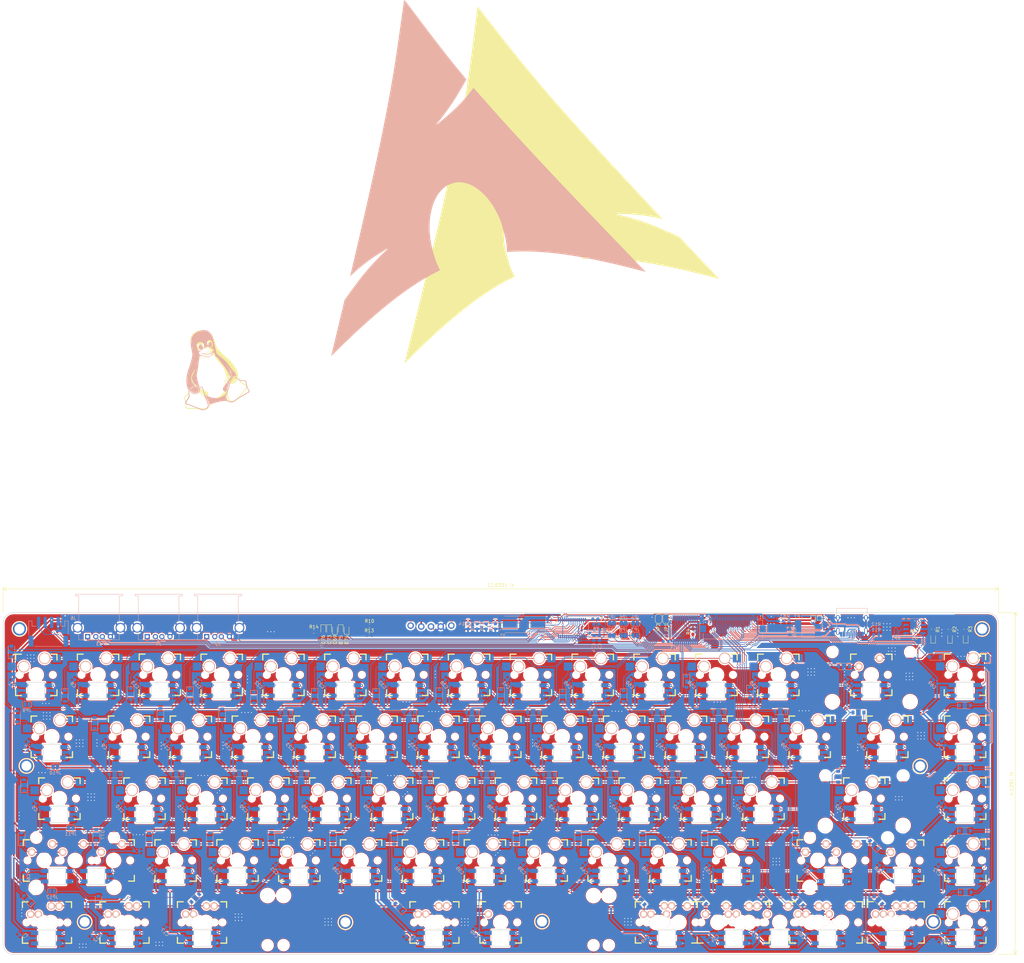
<source format=kicad_pcb>
(kicad_pcb (version 20171130) (host pcbnew 5.1.5)
  (layers (0 F.Cu signal) (31 B.Cu signal) (34 B.Paste user) (35 F.Paste user) (36 B.SilkS user) (37 F.SilkS user) (38 B.Mask user) (39 F.Mask user) (44 Edge.Cuts user))
  (net 0 "")
  (net 1 GND)
  (net 2 "Net-(D70-Pad2)")
  (net 3 "Net-(D71-Pad2)")
  (net 4 "Net-(D72-Pad2)")
  (net 5 "Net-(SW1-Pad6)")
  (net 6 +5V)
  (net 7 "Net-(SW2-Pad6)")
  (net 8 "Net-(SW3-Pad6)")
  (net 9 "Net-(SW13-Pad4)")
  (net 10 "Net-(SW5-Pad4)")
  (net 11 "Net-(SW10-Pad4)")
  (net 12 "Net-(SW11-Pad4)")
  (net 13 "Net-(SW12-Pad4)")
  (net 14 "Net-(SW10-Pad6)")
  (net 15 "Net-(SW11-Pad6)")
  (net 16 "Net-(SW12-Pad6)")
  (net 17 "Net-(SW13-Pad6)")
  (net 18 "Net-(SW15-Pad6)")
  (net 19 "Net-(SW16-Pad6)")
  (net 20 "Net-(SW17-Pad6)")
  (net 21 "Net-(SW18-Pad6)")
  (net 22 "Net-(SW19-Pad6)")
  (net 23 "Net-(SW20-Pad6)")
  (net 24 "Net-(SW21-Pad6)")
  (net 25 "Net-(SW22-Pad6)")
  (net 26 "Net-(SW23-Pad6)")
  (net 27 "Net-(SW24-Pad6)")
  (net 28 "Net-(SW25-Pad6)")
  (net 29 "Net-(SW26-Pad6)")
  (net 30 "Net-(SW27-Pad6)")
  (net 31 "Net-(SW28-Pad6)")
  (net 32 "Net-(SW29-Pad6)")
  (net 33 "Net-(SW30-Pad6)")
  (net 34 "Net-(SW32-Pad6)")
  (net 35 "Net-(SW33-Pad6)")
  (net 36 "Net-(SW34-Pad6)")
  (net 37 "Net-(SW35-Pad6)")
  (net 38 "Net-(SW36-Pad6)")
  (net 39 "Net-(SW37-Pad6)")
  (net 40 "Net-(SW38-Pad6)")
  (net 41 "Net-(SW39-Pad6)")
  (net 42 "Net-(SW40-Pad6)")
  (net 43 "Net-(SW41-Pad6)")
  (net 44 "Net-(SW42-Pad6)")
  (net 45 "Net-(SW43-Pad6)")
  (net 46 "Net-(SW44-Pad6)")
  (net 47 "Net-(SW45-Pad6)")
  (net 48 "Net-(SW46-Pad6)")
  (net 49 "Net-(SW47-Pad6)")
  (net 50 "Net-(SW49-Pad6)")
  (net 51 "Net-(SW50-Pad6)")
  (net 52 "Net-(SW51-Pad6)")
  (net 53 "Net-(SW52-Pad6)")
  (net 54 "Net-(SW54-Pad6)")
  (net 55 "Net-(SW55-Pad6)")
  (net 56 "Net-(P7-Pad1)")
  (net 57 +3V3)
  (net 58 SCL)
  (net 59 SDA)
  (net 60 "Net-(RP1-Pad7)")
  (net 61 "Net-(RP1-Pad8)")
  (net 62 "Net-(RP1-Pad6)")
  (net 63 "Net-(RP1-Pad5)")
  (net 64 "Net-(SW59-Pad6)")
  (net 65 "Net-(SW60-Pad6)")
  (net 66 "Net-(SW61-Pad6)")
  (net 67 /COL0)
  (net 68 /COL1)
  (net 69 /COL2)
  (net 70 /COL3)
  (net 71 /COL4)
  (net 72 /COL5)
  (net 73 /COL6)
  (net 74 /COL7)
  (net 75 /COL8)
  (net 76 /COL9)
  (net 77 /COL10)
  (net 78 /COL11)
  (net 79 /COL12)
  (net 80 /COL13)
  (net 81 /COL14)
  (net 82 /LED2)
  (net 83 /LED1)
  (net 84 /LED0)
  (net 85 /ROW0)
  (net 86 /RGB3)
  (net 87 /RGB2)
  (net 88 /RGB1)
  (net 89 /RGB0)
  (net 90 /RGB4)
  (net 91 /ROW4)
  (net 92 /ROW2)
  (net 93 /ROW1)
  (net 94 /ROW3)
  (net 95 "Net-(D1-Pad1)")
  (net 96 "Net-(D2-Pad1)")
  (net 97 "Net-(D3-Pad1)")
  (net 98 "Net-(D4-Pad1)")
  (net 99 "Net-(D5-Pad1)")
  (net 100 "Net-(D6-Pad1)")
  (net 101 "Net-(D7-Pad1)")
  (net 102 "Net-(D8-Pad1)")
  (net 103 "Net-(D9-Pad1)")
  (net 104 "Net-(D10-Pad1)")
  (net 105 "Net-(D11-Pad1)")
  (net 106 "Net-(D12-Pad1)")
  (net 107 "Net-(D13-Pad1)")
  (net 108 "Net-(D14-Pad1)")
  (net 109 "Net-(D15-Pad1)")
  (net 110 "Net-(D16-Pad1)")
  (net 111 "Net-(D17-Pad1)")
  (net 112 "Net-(D18-Pad1)")
  (net 113 "Net-(D19-Pad1)")
  (net 114 "Net-(D20-Pad1)")
  (net 115 "Net-(D21-Pad1)")
  (net 116 "Net-(D22-Pad1)")
  (net 117 "Net-(D23-Pad1)")
  (net 118 "Net-(D24-Pad1)")
  (net 119 "Net-(D25-Pad1)")
  (net 120 "Net-(D26-Pad1)")
  (net 121 "Net-(D27-Pad1)")
  (net 122 "Net-(D28-Pad1)")
  (net 123 "Net-(D29-Pad1)")
  (net 124 "Net-(D30-Pad1)")
  (net 125 "Net-(D31-Pad1)")
  (net 126 "Net-(D32-Pad1)")
  (net 127 "Net-(D33-Pad1)")
  (net 128 "Net-(D34-Pad1)")
  (net 129 "Net-(D35-Pad1)")
  (net 130 "Net-(D36-Pad1)")
  (net 131 "Net-(D37-Pad1)")
  (net 132 "Net-(D38-Pad1)")
  (net 133 "Net-(D39-Pad1)")
  (net 134 "Net-(D40-Pad1)")
  (net 135 "Net-(D41-Pad1)")
  (net 136 "Net-(D42-Pad1)")
  (net 137 "Net-(D43-Pad1)")
  (net 138 "Net-(D44-Pad1)")
  (net 139 "Net-(D45-Pad1)")
  (net 140 "Net-(D46-Pad1)")
  (net 141 "Net-(D47-Pad1)")
  (net 142 "Net-(D48-Pad1)")
  (net 143 "Net-(D49-Pad1)")
  (net 144 "Net-(D50-Pad1)")
  (net 145 "Net-(D51-Pad1)")
  (net 146 "Net-(D52-Pad1)")
  (net 147 "Net-(D53-Pad1)")
  (net 148 "Net-(D54-Pad1)")
  (net 149 "Net-(D55-Pad1)")
  (net 150 "Net-(D56-Pad1)")
  (net 151 "Net-(D57-Pad1)")
  (net 152 "Net-(D58-Pad1)")
  (net 153 "Net-(D59-Pad1)")
  (net 154 "Net-(D60-Pad1)")
  (net 155 "Net-(D61-Pad1)")
  (net 156 "Net-(D62-Pad1)")
  (net 157 "Net-(D63-Pad1)")
  (net 158 "Net-(D64-Pad1)")
  (net 159 "Net-(D65-Pad1)")
  (net 160 "Net-(D66-Pad1)")
  (net 161 "Net-(D67-Pad1)")
  (net 162 "Net-(U5-Pad24)")
  (net 163 "Net-(U5-Pad18)")
  (net 164 "Net-(U5-Pad12)")
  (net 165 "Net-(U5-Pad10)")
  (net 166 "Net-(U5-Pad42)")
  (net 167 "Net-(U5-Pad36)")
  (net 168 "Net-(U5-Pad48)")
  (net 169 "Net-(U5-Pad30)")
  (net 170 "Net-(U5-Pad28)")
  (net 171 /MicroSheet/USB_D-)
  (net 172 /MicroSheet/USB+D+)
  (net 173 /MicroSheet/MUX3)
  (net 174 /MicroSheet/MUX2)
  (net 175 /MicroSheet/MUX1)
  (net 176 /MicroSheet/MUX0)
  (net 177 "Net-(J2-PadB5)")
  (net 178 "Net-(J2-PadA8)")
  (net 179 "Net-(J2-PadA5)")
  (net 180 "Net-(J2-PadB8)")
  (net 181 "Net-(RP2-Pad3)")
  (net 182 "Net-(RP2-Pad4)")
  (net 183 "Net-(U3-Pad16)")
  (net 184 "Net-(D68-Pad1)")
  (net 185 "Net-(JP1-Pad2)")
  (net 186 "Net-(RP1-Pad4)")
  (net 187 "Net-(R4-Pad1)")
  (net 188 "Net-(C75-Pad2)")
  (net 189 "Net-(D69-Pad2)")
  (net 190 "Net-(D69-Pad1)")
  (net 191 "Net-(D74-Pad2)")
  (net 192 "Net-(D76-Pad1)")
  (net 193 /PowerSheet/USB_D-)
  (net 194 /PowerSheet/USB_D+)
  (net 195 "Net-(J3-Pad3)")
  (net 196 "Net-(J3-Pad2)")
  (net 197 "Net-(J4-Pad3)")
  (net 198 "Net-(J4-Pad2)")
  (net 199 "Net-(J5-Pad3)")
  (net 200 "Net-(J5-Pad2)")
  (net 201 /usb_hub/Din-)
  (net 202 /usb_hub/Dout+)
  (net 203 /usb_hub/Din+)
  (net 204 /usb_hub/Dout-)
  (net 205 "Net-(R5-Pad1)")
  (net 206 "Net-(R9-Pad1)")
  (net 207 "Net-(R10-Pad2)")
  (net 208 "Net-(R13-Pad2)")
  (net 209 "Net-(U2-Pad27)")
  (net 210 "Net-(U2-Pad25)")
  (net 211 "Net-(U2-Pad3)")
  (net 212 "Net-(U2-Pad2)")
  (net 213 "Net-(D77-Pad1)")
  (net 214 "Net-(SW4-Pad10)")
  (net 215 "Net-(SW9-Pad10)")
  (net 216 "Net-(SW66-Pad4)")
  (net 217 "Net-(J1-Pad30)")
  (net 218 /MicroSheet/MOUSE_Y)
  (net 219 /MicroSheet/MOUSE_X)
  (net 220 /RGB0_OUT)
  (net 221 /RGB1_OUT)
  (net 222 /RGB2_OUT)
  (net 223 /RGB3_OUT)
  (net 224 /RGB4_OUT)
  (net 225 /MicroSheet/BOOT_SWITCH)
  (module keyboard:Stitching-Via-0.6mm (layer F.Cu) (at 224.4684 70.9727 270)
    (fp_text reference REF**31 hide)
    (fp_text value Stitching-Via-0.6mm hide)
    (pad 1 thru_hole circle (at 0 0 270) (size 0.6 0.6) (drill 0.3) (layers *.Cu) (net 1 GND))
  )
  (module keyboard:Stitching-Via-0.6mm (layer F.Cu) (at 224.4684 71.9727 270)
    (fp_text reference REF**41 hide)
    (fp_text value Stitching-Via-0.6mm hide)
    (pad 1 thru_hole circle (at 0 0 270) (size 0.6 0.6) (drill 0.3) (layers *.Cu) (net 1 GND))
  )
  (module keyboard:Stitching-Via-0.6mm (layer F.Cu) (at 249.8642 109.1989 180)
    (fp_text reference REF**413 hide)
    (fp_text value Stitching-Via-0.6mm hide)
    (pad 1 thru_hole circle (at 0 0 180) (size 0.6 0.6) (drill 0.3) (layers *.Cu) (net 1 GND))
  )
  (module keyboard:Stitching-Via-0.6mm (layer F.Cu) (at 249.8642 108.1989 180)
    (fp_text reference REF**412 hide)
    (fp_text value Stitching-Via-0.6mm hide)
    (pad 1 thru_hole circle (at 0 0 180) (size 0.6 0.6) (drill 0.3) (layers *.Cu) (net 1 GND))
  )
  (module keyboard:Stitching-Via-0.6mm (layer F.Cu) (at 22.4755 86.8164)
    (fp_text reference REF**433 hide)
    (fp_text value Stitching-Via-0.6mm hide)
    (pad 1 thru_hole circle (at 0 0) (size 0.6 0.6) (drill 0.3) (layers *.Cu) (net 1 GND))
  )
  (module keyboard:Stitching-Via-0.6mm (layer F.Cu) (at 22.4755 88.8164)
    (fp_text reference REF**431 hide)
    (fp_text value Stitching-Via-0.6mm hide)
    (pad 1 thru_hole circle (at 0 0) (size 0.6 0.6) (drill 0.3) (layers *.Cu) (net 1 GND))
  )
  (module keyboard:Stitching-Via-0.6mm (layer F.Cu) (at 22.4755 87.8164)
    (fp_text reference REF**432 hide)
    (fp_text value Stitching-Via-0.6mm hide)
    (pad 1 thru_hole circle (at 0 0) (size 0.6 0.6) (drill 0.3) (layers *.Cu) (net 1 GND))
  )
  (module keyboard:Stitching-Via-0.6mm (layer F.Cu) (at 42.224 89.7054)
    (fp_text reference REF**431 hide)
    (fp_text value Stitching-Via-0.6mm hide)
    (pad 1 thru_hole circle (at 0 0) (size 0.6 0.6) (drill 0.3) (layers *.Cu) (net 1 GND))
  )
  (module keyboard:Stitching-Via-0.6mm (layer F.Cu) (at 42.224 88.7054)
    (fp_text reference REF**432 hide)
    (fp_text value Stitching-Via-0.6mm hide)
    (pad 1 thru_hole circle (at 0 0) (size 0.6 0.6) (drill 0.3) (layers *.Cu) (net 1 GND))
  )
  (module keyboard:Stitching-Via-0.6mm (layer F.Cu) (at 42.224 87.7054)
    (fp_text reference REF**433 hide)
    (fp_text value Stitching-Via-0.6mm hide)
    (pad 1 thru_hole circle (at 0 0) (size 0.6 0.6) (drill 0.3) (layers *.Cu) (net 1 GND))
  )
  (module keyboard:Stitching-Via-0.6mm (layer F.Cu) (at 61.1597 87.6038)
    (fp_text reference REF**433 hide)
    (fp_text value Stitching-Via-0.6mm hide)
    (pad 1 thru_hole circle (at 0 0) (size 0.6 0.6) (drill 0.3) (layers *.Cu) (net 1 GND))
  )
  (module keyboard:Stitching-Via-0.6mm (layer F.Cu) (at 61.1597 89.6038)
    (fp_text reference REF**431 hide)
    (fp_text value Stitching-Via-0.6mm hide)
    (pad 1 thru_hole circle (at 0 0) (size 0.6 0.6) (drill 0.3) (layers *.Cu) (net 1 GND))
  )
  (module keyboard:Stitching-Via-0.6mm (layer F.Cu) (at 61.1597 88.6038)
    (fp_text reference REF**432 hide)
    (fp_text value Stitching-Via-0.6mm hide)
    (pad 1 thru_hole circle (at 0 0) (size 0.6 0.6) (drill 0.3) (layers *.Cu) (net 1 GND))
  )
  (module keyboard:Stitching-Via-0.6mm (layer F.Cu) (at 118.2843 89.1339)
    (fp_text reference REF**431 hide)
    (fp_text value Stitching-Via-0.6mm hide)
    (pad 1 thru_hole circle (at 0 0) (size 0.6 0.6) (drill 0.3) (layers *.Cu) (net 1 GND))
  )
  (module keyboard:Stitching-Via-0.6mm (layer F.Cu) (at 118.2843 87.1339)
    (fp_text reference REF**433 hide)
    (fp_text value Stitching-Via-0.6mm hide)
    (pad 1 thru_hole circle (at 0 0) (size 0.6 0.6) (drill 0.3) (layers *.Cu) (net 1 GND))
  )
  (module keyboard:Stitching-Via-0.6mm (layer F.Cu) (at 118.2843 88.1339)
    (fp_text reference REF**432 hide)
    (fp_text value Stitching-Via-0.6mm hide)
    (pad 1 thru_hole circle (at 0 0) (size 0.6 0.6) (drill 0.3) (layers *.Cu) (net 1 GND))
  )
  (module keyboard:Stitching-Via-0.6mm (layer F.Cu) (at 156.2446 88.8037)
    (fp_text reference REF**431 hide)
    (fp_text value Stitching-Via-0.6mm hide)
    (pad 1 thru_hole circle (at 0 0) (size 0.6 0.6) (drill 0.3) (layers *.Cu) (net 1 GND))
  )
  (module keyboard:Stitching-Via-0.6mm (layer F.Cu) (at 156.2446 87.8037)
    (fp_text reference REF**432 hide)
    (fp_text value Stitching-Via-0.6mm hide)
    (pad 1 thru_hole circle (at 0 0) (size 0.6 0.6) (drill 0.3) (layers *.Cu) (net 1 GND))
  )
  (module keyboard:Stitching-Via-0.6mm (layer F.Cu) (at 156.2446 86.8037)
    (fp_text reference REF**433 hide)
    (fp_text value Stitching-Via-0.6mm hide)
    (pad 1 thru_hole circle (at 0 0) (size 0.6 0.6) (drill 0.3) (layers *.Cu) (net 1 GND))
  )
  (module keyboard:Stitching-Via-0.6mm (layer F.Cu) (at 194.3319 88.918)
    (fp_text reference REF**431 hide)
    (fp_text value Stitching-Via-0.6mm hide)
    (pad 1 thru_hole circle (at 0 0) (size 0.6 0.6) (drill 0.3) (layers *.Cu) (net 1 GND))
  )
  (module keyboard:Stitching-Via-0.6mm (layer F.Cu) (at 194.3319 86.918)
    (fp_text reference REF**433 hide)
    (fp_text value Stitching-Via-0.6mm hide)
    (pad 1 thru_hole circle (at 0 0) (size 0.6 0.6) (drill 0.3) (layers *.Cu) (net 1 GND))
  )
  (module keyboard:Stitching-Via-0.6mm (layer F.Cu) (at 194.3319 87.918)
    (fp_text reference REF**432 hide)
    (fp_text value Stitching-Via-0.6mm hide)
    (pad 1 thru_hole circle (at 0 0) (size 0.6 0.6) (drill 0.3) (layers *.Cu) (net 1 GND))
  )
  (module keyboard:RGB_CHERRY_PCB_100H_HOTSWAP (layer F.Cu) (at 155.72 66.9)
    (fp_text reference SW36 hide)
    (fp_text value 8 hide)
    (fp_line (start 2.6 2.3) (end 2.6 7.4) (layer Edge.Cuts) (width 0.15))
    (fp_line (start -2.7 2.3) (end -2.7 7.4) (layer Edge.Cuts) (width 0.15))
    (fp_line (start 2.6 7.4) (end -2.7 7.4) (layer Edge.Cuts) (width 0.15))
    (fp_line (start -2.7 2.3) (end 2.6 2.3) (layer Edge.Cuts) (width 0.15))
    (pad 1 smd rect (at 6.29 -5.08) (size 2.55 2.5) (layers B.Cu B.Paste B.Mask) (net 85 /ROW0))
    (pad 2 smd rect (at -7.6 -2.55) (size 2.55 2.5) (layers B.Cu B.Paste B.Mask) (net 130 "Net-(D36-Pad1)"))
    (pad 4 smd rect (at -2.8 6.4) (size 2.3 1.3) (drill (offset -1.1 0)) (layers B.Cu B.Paste B.Mask) (net 34 "Net-(SW32-Pad6)"))
    (pad 3 smd rect (at -2.8 3.2) (size 2.3 1.3) (drill (offset -1.1 0)) (layers B.Cu B.Paste B.Mask) (net 57 +3V3))
    (pad 6 smd rect (at 2.7 3.2) (size 2.3 1.3) (drill (offset 1.1 0)) (layers B.Cu B.Paste B.Mask) (net 38 "Net-(SW36-Pad6)"))
    (pad 5 smd rect (at 2.7 6.4) (size 2.3 1.3) (drill (offset 1.1 0)) (layers B.Cu B.Paste B.Mask) (net 1 GND))
    (pad "" np_thru_hole circle (at 5.08 0) (size 1.7018 1.7018) (drill 1.7018) (layers *.Cu *.SilkS *.Mask))
    (pad "" np_thru_hole circle (at -5.08 0) (size 1.7018 1.7018) (drill 1.7018) (layers *.Cu *.SilkS *.Mask))
    (pad "" np_thru_hole circle (at 0 0) (size 3.9878 3.9878) (drill 3.9878) (layers *.Cu *.SilkS *.Mask))
    (pad 2 thru_hole circle (at -3.81 -2.54) (size 3.5 3.5) (drill 2.9) (layers *.Cu *.SilkS *.Mask) (net 130 "Net-(D36-Pad1)"))
    (pad 1 thru_hole circle (at 2.54 -5.08) (size 3.5 3.5) (drill 2.9) (layers *.Cu *.SilkS *.Mask) (net 85 /ROW0))
  )
  (module keyboard:RGB_CHERRY_PCB_100H_HOTSWAP (layer F.Cu) (at 212.69 66.9)
    (fp_text reference SW49 hide)
    (fp_text value Minus hide)
    (fp_line (start 2.6 2.3) (end 2.6 7.4) (layer Edge.Cuts) (width 0.15))
    (fp_line (start -2.7 2.3) (end -2.7 7.4) (layer Edge.Cuts) (width 0.15))
    (fp_line (start 2.6 7.4) (end -2.7 7.4) (layer Edge.Cuts) (width 0.15))
    (fp_line (start -2.7 2.3) (end 2.6 2.3) (layer Edge.Cuts) (width 0.15))
    (pad 1 smd rect (at 6.29 -5.08) (size 2.55 2.5) (layers B.Cu B.Paste B.Mask) (net 85 /ROW0))
    (pad 2 smd rect (at -7.6 -2.55) (size 2.55 2.5) (layers B.Cu B.Paste B.Mask) (net 143 "Net-(D49-Pad1)"))
    (pad 4 smd rect (at -2.8 6.4) (size 2.3 1.3) (drill (offset -1.1 0)) (layers B.Cu B.Paste B.Mask) (net 46 "Net-(SW44-Pad6)"))
    (pad 3 smd rect (at -2.8 3.2) (size 2.3 1.3) (drill (offset -1.1 0)) (layers B.Cu B.Paste B.Mask) (net 57 +3V3))
    (pad 6 smd rect (at 2.7 3.2) (size 2.3 1.3) (drill (offset 1.1 0)) (layers B.Cu B.Paste B.Mask) (net 50 "Net-(SW49-Pad6)"))
    (pad 5 smd rect (at 2.7 6.4) (size 2.3 1.3) (drill (offset 1.1 0)) (layers B.Cu B.Paste B.Mask) (net 1 GND))
    (pad "" np_thru_hole circle (at 5.08 0) (size 1.7018 1.7018) (drill 1.7018) (layers *.Cu *.SilkS *.Mask))
    (pad "" np_thru_hole circle (at -5.08 0) (size 1.7018 1.7018) (drill 1.7018) (layers *.Cu *.SilkS *.Mask))
    (pad "" np_thru_hole circle (at 0 0) (size 3.9878 3.9878) (drill 3.9878) (layers *.Cu *.SilkS *.Mask))
    (pad 2 thru_hole circle (at -3.81 -2.54) (size 3.5 3.5) (drill 2.9) (layers *.Cu *.SilkS *.Mask) (net 143 "Net-(D49-Pad1)"))
    (pad 1 thru_hole circle (at 2.54 -5.08) (size 3.5 3.5) (drill 2.9) (layers *.Cu *.SilkS *.Mask) (net 85 /ROW0))
  )
  (module keyboard:RGB_CHERRY_PCB_175H_HOTSWAP (layer F.Cu) (at 10.94 104.9)
    (fp_text reference SW3 hide)
    (fp_text value Caps hide)
    (fp_line (start 2.6 2.3) (end 2.6 7.4) (layer Edge.Cuts) (width 0.15))
    (fp_line (start -2.7 2.3) (end -2.7 7.4) (layer Edge.Cuts) (width 0.15))
    (fp_line (start 2.6 7.4) (end -2.7 7.4) (layer Edge.Cuts) (width 0.15))
    (fp_line (start -2.7 2.3) (end 2.6 2.3) (layer Edge.Cuts) (width 0.15))
    (pad 1 smd rect (at 6.29 -5.08) (size 2.55 2.5) (layers B.Cu B.Paste B.Mask) (net 92 /ROW2))
    (pad 2 smd rect (at -7.6 -2.55) (size 2.55 2.5) (layers B.Cu B.Paste B.Mask) (net 97 "Net-(D3-Pad1)"))
    (pad 4 smd rect (at -2.8 6.4) (size 2.3 1.3) (drill (offset -1.1 0)) (layers B.Cu B.Paste B.Mask) (net 222 /RGB2_OUT))
    (pad 3 smd rect (at -2.8 3.2) (size 2.3 1.3) (drill (offset -1.1 0)) (layers B.Cu B.Paste B.Mask) (net 57 +3V3))
    (pad 6 smd rect (at 2.7 3.2) (size 2.3 1.3) (drill (offset 1.1 0)) (layers B.Cu B.Paste B.Mask) (net 8 "Net-(SW3-Pad6)"))
    (pad 5 smd rect (at 2.7 6.4) (size 2.3 1.3) (drill (offset 1.1 0)) (layers B.Cu B.Paste B.Mask) (net 1 GND))
    (pad HOLE np_thru_hole circle (at 5.08 0) (size 1.7018 1.7018) (drill 1.7018) (layers *.Cu *.SilkS *.Mask))
    (pad HOLE np_thru_hole circle (at -5.08 0) (size 1.7018 1.7018) (drill 1.7018) (layers *.Cu *.SilkS *.Mask))
    (pad HOLE np_thru_hole circle (at 0 0) (size 3.9878 3.9878) (drill 3.9878) (layers *.Cu *.SilkS *.Mask))
    (pad 2 thru_hole circle (at -3.81 -2.54) (size 3.5 3.5) (drill 2.9) (layers *.Cu *.SilkS *.Mask) (net 97 "Net-(D3-Pad1)"))
    (pad 1 thru_hole circle (at 2.54 -5.08) (size 3.5 3.5) (drill 2.9) (layers *.Cu *.SilkS *.Mask) (net 92 /ROW2))
  )
  (module Diode_SMD:D_SOD-123 (layer B.Cu) (at 12.583 73.3774 270)
    (fp_text reference D6 hide)
    (fp_text value D_Small)
    (pad 2 smd rect (at 1.65 0 270) (size 0.9 1.2) (layers B.Cu B.Paste B.Mask) (net 68 /COL1))
    (pad 1 smd rect (at -1.65 0 270) (size 0.9 1.2) (layers B.Cu B.Paste B.Mask) (net 100 "Net-(D6-Pad1)"))
  )
  (module Diode_SMD:D_SOD-123 (layer B.Cu) (at 170.2281 117.1035 90)
    (fp_text reference D43 hide)
    (fp_text value D_Small)
    (pad 2 smd rect (at 1.65 0 90) (size 0.9 1.2) (layers B.Cu B.Paste B.Mask) (net 76 /COL9))
    (pad 1 smd rect (at -1.65 0 90) (size 0.9 1.2) (layers B.Cu B.Paste B.Mask) (net 137 "Net-(D43-Pad1)"))
  )
  (module keyboard:RGB_CHERRY_PCB_100H_HOTSWAP (layer F.Cu) (at 193.68 66.9)
    (fp_text reference SW44 hide)
    (fp_text value 0 hide)
    (fp_line (start 2.6 2.3) (end 2.6 7.4) (layer Edge.Cuts) (width 0.15))
    (fp_line (start -2.7 2.3) (end -2.7 7.4) (layer Edge.Cuts) (width 0.15))
    (fp_line (start 2.6 7.4) (end -2.7 7.4) (layer Edge.Cuts) (width 0.15))
    (fp_line (start -2.7 2.3) (end 2.6 2.3) (layer Edge.Cuts) (width 0.15))
    (pad 1 smd rect (at 6.29 -5.08) (size 2.55 2.5) (layers B.Cu B.Paste B.Mask) (net 85 /ROW0))
    (pad 2 smd rect (at -7.6 -2.55) (size 2.55 2.5) (layers B.Cu B.Paste B.Mask) (net 138 "Net-(D44-Pad1)"))
    (pad 4 smd rect (at -2.8 6.4) (size 2.3 1.3) (drill (offset -1.1 0)) (layers B.Cu B.Paste B.Mask) (net 42 "Net-(SW40-Pad6)"))
    (pad 3 smd rect (at -2.8 3.2) (size 2.3 1.3) (drill (offset -1.1 0)) (layers B.Cu B.Paste B.Mask) (net 57 +3V3))
    (pad 6 smd rect (at 2.7 3.2) (size 2.3 1.3) (drill (offset 1.1 0)) (layers B.Cu B.Paste B.Mask) (net 46 "Net-(SW44-Pad6)"))
    (pad 5 smd rect (at 2.7 6.4) (size 2.3 1.3) (drill (offset 1.1 0)) (layers B.Cu B.Paste B.Mask) (net 1 GND))
    (pad "" np_thru_hole circle (at 5.08 0) (size 1.7018 1.7018) (drill 1.7018) (layers *.Cu *.SilkS *.Mask))
    (pad "" np_thru_hole circle (at -5.08 0) (size 1.7018 1.7018) (drill 1.7018) (layers *.Cu *.SilkS *.Mask))
    (pad "" np_thru_hole circle (at 0 0) (size 3.9878 3.9878) (drill 3.9878) (layers *.Cu *.SilkS *.Mask))
    (pad 2 thru_hole circle (at -3.81 -2.54) (size 3.5 3.5) (drill 2.9) (layers *.Cu *.SilkS *.Mask) (net 138 "Net-(D44-Pad1)"))
    (pad 1 thru_hole circle (at 2.54 -5.08) (size 3.5 3.5) (drill 2.9) (layers *.Cu *.SilkS *.Mask) (net 85 /ROW0))
  )
  (module Diode_SMD:D_SOD-123 (layer B.Cu) (at 66.1389 97.1391 180)
    (fp_text reference D17 hide)
    (fp_text value D_Small)
    (pad 2 smd rect (at 1.65 0 180) (size 0.9 1.2) (layers B.Cu B.Paste B.Mask) (net 70 /COL3))
    (pad 1 smd rect (at -1.65 0 180) (size 0.9 1.2) (layers B.Cu B.Paste B.Mask) (net 111 "Net-(D17-Pad1)"))
  )
  (module keyboard:RGB_CHERRY_SPACEBAR_ROW (layer F.Cu) (at 136.475 142.815)
    (fp_text reference U5 hide)
    (fp_text value Cherry_bottom_row hide)
    (fp_line (start -13.25 2.45) (end -7.95 2.45) (layer Edge.Cuts) (width 0.15))
    (fp_line (start -7.95 7.55) (end -13.25 7.55) (layer Edge.Cuts) (width 0.15))
    (fp_line (start -13.25 2.45) (end -13.25 7.55) (layer Edge.Cuts) (width 0.15))
    (fp_line (start -7.95 2.45) (end -7.95 7.55) (layer Edge.Cuts) (width 0.15))
    (fp_line (start 7.235 2.39) (end 12.535 2.39) (layer Edge.Cuts) (width 0.15))
    (fp_line (start 12.535 7.49) (end 7.235 7.49) (layer Edge.Cuts) (width 0.15))
    (fp_line (start 7.235 2.39) (end 7.235 7.49) (layer Edge.Cuts) (width 0.15))
    (fp_line (start 12.535 2.39) (end 12.535 7.49) (layer Edge.Cuts) (width 0.15))
    (fp_line (start -131.995 2.465) (end -131.995 7.565) (layer Edge.Cuts) (width 0.15))
    (fp_line (start -131.995 2.465) (end -126.695 2.465) (layer Edge.Cuts) (width 0.15))
    (fp_line (start -126.695 7.565) (end -131.995 7.565) (layer Edge.Cuts) (width 0.15))
    (fp_line (start -126.695 2.465) (end -126.695 7.565) (layer Edge.Cuts) (width 0.15))
    (fp_line (start -84.305 2.385) (end -79.005 2.385) (layer Edge.Cuts) (width 0.15))
    (fp_line (start -79.005 7.485) (end -84.305 7.485) (layer Edge.Cuts) (width 0.15))
    (fp_line (start -84.305 2.385) (end -84.305 7.485) (layer Edge.Cuts) (width 0.15))
    (fp_line (start -79.005 2.385) (end -79.005 7.485) (layer Edge.Cuts) (width 0.15))
    (fp_line (start -108.18 2.41) (end -108.18 7.51) (layer Edge.Cuts) (width 0.15))
    (fp_line (start -102.88 7.51) (end -108.18 7.51) (layer Edge.Cuts) (width 0.15))
    (fp_line (start -108.18 2.41) (end -102.88 2.41) (layer Edge.Cuts) (width 0.15))
    (fp_line (start -102.88 2.41) (end -102.88 7.51) (layer Edge.Cuts) (width 0.15))
    (fp_line (start 128.48 2.565) (end 128.48 7.665) (layer Edge.Cuts) (width 0.15))
    (fp_line (start 133.78 2.565) (end 133.78 7.665) (layer Edge.Cuts) (width 0.15))
    (fp_line (start 133.78 7.665) (end 128.48 7.665) (layer Edge.Cuts) (width 0.15))
    (fp_line (start 128.48 2.565) (end 133.78 2.565) (layer Edge.Cuts) (width 0.15))
    (fp_line (start 112.905 2.415) (end 112.905 7.515) (layer Edge.Cuts) (width 0.15))
    (fp_line (start 112.905 7.515) (end 107.605 7.515) (layer Edge.Cuts) (width 0.15))
    (fp_line (start 107.605 2.415) (end 112.905 2.415) (layer Edge.Cuts) (width 0.15))
    (fp_line (start 107.605 2.415) (end 107.605 7.515) (layer Edge.Cuts) (width 0.15))
    (fp_line (start 78.98 2.39) (end 78.98 7.49) (layer Edge.Cuts) (width 0.15))
    (fp_line (start 78.98 2.39) (end 84.28 2.39) (layer Edge.Cuts) (width 0.15))
    (fp_line (start 84.28 7.49) (end 78.98 7.49) (layer Edge.Cuts) (width 0.15))
    (fp_line (start 84.28 2.39) (end 84.28 7.49) (layer Edge.Cuts) (width 0.15))
    (fp_line (start 92.955 2.39) (end 92.955 7.49) (layer Edge.Cuts) (width 0.15))
    (fp_line (start 92.955 2.39) (end 98.255 2.39) (layer Edge.Cuts) (width 0.15))
    (fp_line (start 98.255 7.49) (end 92.955 7.49) (layer Edge.Cuts) (width 0.15))
    (fp_line (start 98.255 2.39) (end 98.255 7.49) (layer Edge.Cuts) (width 0.15))
    (fp_line (start 63.655 7.515) (end 58.355 7.515) (layer Edge.Cuts) (width 0.15))
    (fp_line (start 58.355 2.415) (end 63.655 2.415) (layer Edge.Cuts) (width 0.15))
    (fp_line (start 63.655 2.415) (end 63.655 7.515) (layer Edge.Cuts) (width 0.15))
    (fp_line (start 58.355 2.415) (end 58.355 7.515) (layer Edge.Cuts) (width 0.15))
    (pad 19 thru_hole circle (at -6.66 -4.98) (size 2.286 2.286) (drill 1.4986) (layers *.Cu *.SilkS *.Mask) (net 91 /ROW4))
    (pad 20 thru_hole circle (at -13.01 -2.44) (size 2.286 2.286) (drill 1.4986) (layers *.Cu *.SilkS *.Mask) (net 125 "Net-(D31-Pad1)"))
    (pad HOLE np_thru_hole circle (at -9.2 0.1) (size 3.9878 3.9878) (drill 3.9878) (layers *.Cu *.SilkS *.Mask))
    (pad HOLE np_thru_hole circle (at -14.28 0.1) (size 1.7018 1.7018) (drill 1.7018) (layers *.Cu *.SilkS *.Mask))
    (pad HOLE np_thru_hole circle (at -4.12 0.1) (size 1.7018 1.7018) (drill 1.7018) (layers *.Cu *.SilkS *.Mask))
    (pad "" np_thru_hole circle (at 43.18 7.085) (size 3.048 3.048) (drill 3.048) (layers *.Cu *.SilkS *.Mask))
    (pad "" np_thru_hole circle (at 43.18 -8.155) (size 3.9878 3.9878) (drill 3.9878) (layers *.Cu *.SilkS *.Mask))
    (pad 23 smd rect (at -7.85 6.55) (size 2.3 1.3) (drill (offset 1.1 0)) (layers B.Cu B.Paste B.Mask) (net 1 GND))
    (pad 24 smd rect (at -7.85 3.35) (size 2.3 1.3) (drill (offset 1.1 0)) (layers B.Cu B.Paste B.Mask) (net 162 "Net-(U5-Pad24)"))
    (pad 21 smd rect (at -13.35 3.35) (size 2.3 1.3) (drill (offset -1.1 0)) (layers B.Cu B.Paste B.Mask) (net 57 +3V3))
    (pad 22 smd rect (at -13.35 6.55) (size 2.3 1.3) (drill (offset -1.1 0)) (layers B.Cu B.Paste B.Mask) (net 163 "Net-(U5-Pad18)"))
    (pad 19 thru_hole circle (at 12.48 -4.99) (size 2.286 2.286) (drill 1.4986) (layers *.Cu *.SilkS *.Mask) (net 91 /ROW4))
    (pad 20 thru_hole circle (at 6.15 -2.45) (size 2.286 2.286) (drill 1.4986) (layers *.Cu *.SilkS *.Mask) (net 125 "Net-(D31-Pad1)"))
    (pad "" np_thru_hole circle (at 9.96 0.09) (size 3.9878 3.9878) (drill 3.9878) (layers *.Cu *.SilkS *.Mask))
    (pad "" np_thru_hole circle (at 4.88 0.09) (size 1.7018 1.7018) (drill 1.7018) (layers *.Cu *.SilkS *.Mask))
    (pad "" np_thru_hole circle (at 15.04 0.09) (size 1.7018 1.7018) (drill 1.7018) (layers *.Cu *.SilkS *.Mask))
    (pad HOLE np_thru_hole circle (at -56.715 7.07) (size 3.048 3.048) (drill 3.048) (layers *.Cu *.SilkS *.Mask))
    (pad HOLE np_thru_hole circle (at -56.715 -8.165) (size 3.9878 3.9878) (drill 3.9878) (layers *.Cu *.SilkS *.Mask))
    (pad 57 smd rect (at 12.66 6.49) (size 2.3 1.3) (drill (offset 1.1 0)) (layers B.Cu B.Paste B.Mask) (net 1 GND))
    (pad 58 smd rect (at 12.66 3.29) (size 2.3 1.3) (drill (offset 1.1 0)) (layers B.Cu B.Paste B.Mask) (net 170 "Net-(U5-Pad28)"))
    (pad 55 smd rect (at 7.16 3.29) (size 2.3 1.3) (drill (offset -1.1 0)) (layers B.Cu B.Paste B.Mask) (net 57 +3V3))
    (pad 56 smd rect (at 7.16 6.49) (size 2.3 1.3) (drill (offset -1.1 0)) (layers B.Cu B.Paste B.Mask) (net 162 "Net-(U5-Pad24)"))
    (pad 19 thru_hole circle (at -9.03 -4.965) (size 2.286 2.286) (drill 1.4986) (layers *.Cu *.SilkS *.Mask) (net 91 /ROW4))
    (pad 20 thru_hole circle (at -15.38 -2.425) (size 2.286 2.286) (drill 1.4986) (layers *.Cu *.SilkS *.Mask) (net 125 "Net-(D31-Pad1)"))
    (pad HOLE np_thru_hole circle (at -11.57 0.115) (size 3.9878 3.9878) (drill 3.9878) (layers *.Cu *.SilkS *.Mask))
    (pad HOLE np_thru_hole circle (at -16.65 0.115) (size 1.7018 1.7018) (drill 1.7018) (layers *.Cu *.SilkS *.Mask))
    (pad HOLE np_thru_hole circle (at -6.49 0.115) (size 1.7018 1.7018) (drill 1.7018) (layers *.Cu *.SilkS *.Mask))
    (pad HOLE np_thru_hole circle (at -61.608 7.1) (size 3.048 3.048) (drill 3.048) (layers *.Cu *.SilkS *.Mask))
    (pad HOLE np_thru_hole circle (at 38.468 7.1) (size 3.048 3.048) (drill 3.048) (layers *.Cu *.SilkS *.Mask))
    (pad "" np_thru_hole circle (at -61.608 -8.14) (size 3.9878 3.9878) (drill 3.9878) (layers *.Cu *.SilkS *.Mask))
    (pad HOLE np_thru_hole circle (at 38.468 -8.14) (size 3.9878 3.9878) (drill 3.9878) (layers *.Cu *.SilkS *.Mask))
    (pad 1 thru_hole circle (at -128.005 -4.94) (size 2.286 2.286) (drill 1.4986) (layers *.Cu *.SilkS *.Mask) (net 91 /ROW4))
    (pad 2 thru_hole circle (at -134.355 -2.4) (size 2.286 2.286) (drill 1.4986) (layers *.Cu *.SilkS *.Mask) (net 99 "Net-(D5-Pad1)"))
    (pad 8 thru_hole circle (at -110.555 -2.425) (size 2.286 2.286) (drill 1.4986) (layers *.Cu *.SilkS *.Mask) (net 103 "Net-(D9-Pad1)"))
    (pad 7 thru_hole circle (at -104.205 -4.965) (size 2.286 2.286) (drill 1.4986) (layers *.Cu *.SilkS *.Mask) (net 91 /ROW4))
    (pad 14 thru_hole circle (at -86.755 -2.425) (size 2.286 2.286) (drill 1.4986) (layers *.Cu *.SilkS *.Mask) (net 108 "Net-(D14-Pad1)"))
    (pad 13 thru_hole circle (at -80.405 -4.965) (size 2.286 2.286) (drill 1.4986) (layers *.Cu *.SilkS *.Mask) (net 91 /ROW4))
    (pad HOLE np_thru_hole circle (at -130.545 0.14) (size 3.9878 3.9878) (drill 3.9878) (layers *.Cu *.SilkS *.Mask))
    (pad HOLE np_thru_hole circle (at -135.625 0.14) (size 1.7018 1.7018) (drill 1.7018) (layers *.Cu *.SilkS *.Mask))
    (pad HOLE np_thru_hole circle (at -125.465 0.14) (size 1.7018 1.7018) (drill 1.7018) (layers *.Cu *.SilkS *.Mask))
    (pad HOLE np_thru_hole circle (at -111.825 0.115) (size 1.7018 1.7018) (drill 1.7018) (layers *.Cu *.SilkS *.Mask))
    (pad HOLE np_thru_hole circle (at -106.745 0.115) (size 3.9878 3.9878) (drill 3.9878) (layers *.Cu *.SilkS *.Mask))
    (pad HOLE np_thru_hole circle (at -101.665 0.115) (size 1.7018 1.7018) (drill 1.7018) (layers *.Cu *.SilkS *.Mask))
    (pad "" np_thru_hole circle (at -77.865 0.115) (size 1.7018 1.7018) (drill 1.7018) (layers *.Cu *.SilkS *.Mask))
    (pad HOLE np_thru_hole circle (at -88.025 0.115) (size 1.7018 1.7018) (drill 1.7018) (layers *.Cu *.SilkS *.Mask))
    (pad HOLE np_thru_hole circle (at -82.945 0.115) (size 3.9878 3.9878) (drill 3.9878) (layers *.Cu *.SilkS *.Mask))
    (pad 3 smd rect (at -132.095 3.365) (size 2.3 1.3) (drill (offset -1.1 0)) (layers B.Cu B.Paste B.Mask) (net 57 +3V3))
    (pad 5 smd rect (at -126.595 6.565) (size 2.3 1.3) (drill (offset 1.1 0)) (layers B.Cu B.Paste B.Mask) (net 1 GND))
    (pad 6 smd rect (at -126.595 3.365) (size 2.3 1.3) (drill (offset 1.1 0)) (layers B.Cu B.Paste B.Mask) (net 165 "Net-(U5-Pad10)"))
    (pad 4 smd rect (at -132.095 6.565) (size 2.3 1.3) (drill (offset -1.1 0)) (layers B.Cu B.Paste B.Mask) (net 224 /RGB4_OUT))
    (pad 7 thru_hole circle (at -101.815 -4.97) (size 2.286 2.286) (drill 1.4986) (layers *.Cu *.SilkS *.Mask) (net 91 /ROW4))
    (pad 8 thru_hole circle (at -108.165 -2.43) (size 2.286 2.286) (drill 1.4986) (layers *.Cu *.SilkS *.Mask) (net 103 "Net-(D9-Pad1)"))
    (pad 14 thru_hole circle (at -84.365 -2.43) (size 2.286 2.286) (drill 1.4986) (layers *.Cu *.SilkS *.Mask) (net 108 "Net-(D14-Pad1)"))
    (pad 13 thru_hole circle (at -78.015 -4.97) (size 2.286 2.286) (drill 1.4986) (layers *.Cu *.SilkS *.Mask) (net 91 /ROW4))
    (pad "" np_thru_hole circle (at -80.555 0.11) (size 3.9878 3.9878) (drill 3.9878) (layers *.Cu *.SilkS *.Mask))
    (pad HOLE np_thru_hole circle (at -85.635 0.11) (size 1.7018 1.7018) (drill 1.7018) (layers *.Cu *.SilkS *.Mask))
    (pad HOLE np_thru_hole circle (at -75.475 0.11) (size 1.7018 1.7018) (drill 1.7018) (layers *.Cu *.SilkS *.Mask))
    (pad HOLE np_thru_hole circle (at -104.355 0.11) (size 3.9878 3.9878) (drill 3.9878) (layers *.Cu *.SilkS *.Mask))
    (pad HOLE np_thru_hole circle (at -109.435 0.11) (size 1.7018 1.7018) (drill 1.7018) (layers *.Cu *.SilkS *.Mask))
    (pad HOLE np_thru_hole circle (at -99.275 0.11) (size 1.7018 1.7018) (drill 1.7018) (layers *.Cu *.SilkS *.Mask))
    (pad 18 smd rect (at -78.905 3.285) (size 2.3 1.3) (drill (offset 1.1 0)) (layers B.Cu B.Paste B.Mask) (net 163 "Net-(U5-Pad18)"))
    (pad 16 smd rect (at -84.405 6.485) (size 2.3 1.3) (drill (offset -1.1 0)) (layers B.Cu B.Paste B.Mask) (net 164 "Net-(U5-Pad12)"))
    (pad 17 smd rect (at -78.905 6.485) (size 2.3 1.3) (drill (offset 1.1 0)) (layers B.Cu B.Paste B.Mask) (net 1 GND))
    (pad 15 smd rect (at -84.405 3.285) (size 2.3 1.3) (drill (offset -1.1 0)) (layers B.Cu B.Paste B.Mask) (net 57 +3V3))
    (pad 11 smd rect (at -102.78 6.51) (size 2.3 1.3) (drill (offset 1.1 0)) (layers B.Cu B.Paste B.Mask) (net 1 GND))
    (pad 12 smd rect (at -102.78 3.31) (size 2.3 1.3) (drill (offset 1.1 0)) (layers B.Cu B.Paste B.Mask) (net 164 "Net-(U5-Pad12)"))
    (pad 9 smd rect (at -108.28 3.31) (size 2.3 1.3) (drill (offset -1.1 0)) (layers B.Cu B.Paste B.Mask) (net 57 +3V3))
    (pad 10 smd rect (at -108.28 6.51) (size 2.3 1.3) (drill (offset -1.1 0)) (layers B.Cu B.Paste B.Mask) (net 165 "Net-(U5-Pad10)"))
    (pad 1 thru_hole circle (at -125.625 -4.94) (size 2.286 2.286) (drill 1.4986) (layers *.Cu *.SilkS *.Mask) (net 91 /ROW4))
    (pad 2 thru_hole circle (at -131.975 -2.4) (size 2.286 2.286) (drill 1.4986) (layers *.Cu *.SilkS *.Mask) (net 99 "Net-(D5-Pad1)"))
    (pad "" np_thru_hole circle (at -133.245 0.14) (size 1.7018 1.7018) (drill 1.7018) (layers *.Cu *.SilkS *.Mask))
    (pad HOLE np_thru_hole circle (at -128.165 0.14) (size 3.9878 3.9878) (drill 3.9878) (layers *.Cu *.SilkS *.Mask))
    (pad HOLE np_thru_hole circle (at -123.085 0.14) (size 1.7018 1.7018) (drill 1.7018) (layers *.Cu *.SilkS *.Mask))
    (pad 43 thru_hole circle (at 110.02 -4.965) (size 2.286 2.286) (drill 1.4986) (layers *.Cu *.SilkS *.Mask) (net 91 /ROW4))
    (pad 44 thru_hole circle (at 103.67 -2.425) (size 2.286 2.286) (drill 1.4986) (layers *.Cu *.SilkS *.Mask) (net 156 "Net-(D62-Pad1)"))
    (pad 37 thru_hole circle (at 98.195 -4.99) (size 2.286 2.286) (drill 1.4986) (layers *.Cu *.SilkS *.Mask) (net 91 /ROW4))
    (pad 38 thru_hole circle (at 91.845 -2.45) (size 2.286 2.286) (drill 1.4986) (layers *.Cu *.SilkS *.Mask) (net 152 "Net-(D58-Pad1)"))
    (pad 31 thru_hole circle (at 86.22 -4.965) (size 2.286 2.286) (drill 1.4986) (layers *.Cu *.SilkS *.Mask) (net 91 /ROW4))
    (pad 25 thru_hole circle (at 60.195 -4.99) (size 2.286 2.286) (drill 1.4986) (layers *.Cu *.SilkS *.Mask) (net 91 /ROW4))
    (pad 25 thru_hole circle (at 62.42 -4.965) (size 2.286 2.286) (drill 1.4986) (layers *.Cu *.SilkS *.Mask) (net 91 /ROW4))
    (pad 32 thru_hole circle (at 72.845 -2.45) (size 2.286 2.286) (drill 1.4986) (layers *.Cu *.SilkS *.Mask) (net 147 "Net-(D53-Pad1)"))
    (pad 31 thru_hole circle (at 79.195 -4.99) (size 2.286 2.286) (drill 1.4986) (layers *.Cu *.SilkS *.Mask) (net 91 /ROW4))
    (pad 26 thru_hole circle (at 53.845 -2.45) (size 2.286 2.286) (drill 1.4986) (layers *.Cu *.SilkS *.Mask) (net 142 "Net-(D48-Pad1)"))
    (pad 26 thru_hole circle (at 56.07 -2.425) (size 2.286 2.286) (drill 1.4986) (layers *.Cu *.SilkS *.Mask) (net 142 "Net-(D48-Pad1)"))
    (pad 32 thru_hole circle (at 79.87 -2.425) (size 2.286 2.286) (drill 1.4986) (layers *.Cu *.SilkS *.Mask) (net 147 "Net-(D53-Pad1)"))
    (pad 50 thru_hole circle (at 127.47 -2.425) (size 2.286 2.286) (drill 1.4986) (layers *.Cu *.SilkS *.Mask) (net 161 "Net-(D67-Pad1)"))
    (pad 49 thru_hole circle (at 133.82 -4.965) (size 2.286 2.286) (drill 1.4986) (layers *.Cu *.SilkS *.Mask) (net 91 /ROW4))
    (pad 50 thru_hole circle (at 129.845 -2.45) (size 2.286 2.286) (drill 1.4986) (layers *.Cu *.SilkS *.Mask) (net 161 "Net-(D67-Pad1)"))
    (pad 49 thru_hole circle (at 136.195 -4.99) (size 2.286 2.286) (drill 1.4986) (layers *.Cu *.SilkS *.Mask) (net 91 /ROW4))
    (pad 43 thru_hole circle (at 117.195 -4.99) (size 2.286 2.286) (drill 1.4986) (layers *.Cu *.SilkS *.Mask) (net 91 /ROW4))
    (pad 44 thru_hole circle (at 110.845 -2.45) (size 2.286 2.286) (drill 1.4986) (layers *.Cu *.SilkS *.Mask) (net 156 "Net-(D62-Pad1)"))
    (pad HOLE np_thru_hole circle (at 83.68 0.115) (size 3.9878 3.9878) (drill 3.9878) (layers *.Cu *.SilkS *.Mask))
    (pad HOLE np_thru_hole circle (at 78.6 0.115) (size 1.7018 1.7018) (drill 1.7018) (layers *.Cu *.SilkS *.Mask))
    (pad HOLE np_thru_hole circle (at 88.76 0.115) (size 1.7018 1.7018) (drill 1.7018) (layers *.Cu *.SilkS *.Mask))
    (pad HOLE np_thru_hole circle (at 102.4 0.115) (size 1.7018 1.7018) (drill 1.7018) (layers *.Cu *.SilkS *.Mask))
    (pad HOLE np_thru_hole circle (at 107.48 0.115) (size 3.9878 3.9878) (drill 3.9878) (layers *.Cu *.SilkS *.Mask))
    (pad HOLE np_thru_hole circle (at 112.56 0.115) (size 1.7018 1.7018) (drill 1.7018) (layers *.Cu *.SilkS *.Mask))
    (pad HOLE np_thru_hole circle (at 133.655 0.09) (size 3.9878 3.9878) (drill 3.9878) (layers *.Cu *.SilkS *.Mask))
    (pad HOLE np_thru_hole circle (at 138.735 0.09) (size 1.7018 1.7018) (drill 1.7018) (layers *.Cu *.SilkS *.Mask))
    (pad HOLE np_thru_hole circle (at 109.575 0.09) (size 1.7018 1.7018) (drill 1.7018) (layers *.Cu *.SilkS *.Mask))
    (pad HOLE np_thru_hole circle (at 114.655 0.09) (size 3.9878 3.9878) (drill 3.9878) (layers *.Cu *.SilkS *.Mask))
    (pad HOLE np_thru_hole circle (at 119.735 0.09) (size 1.7018 1.7018) (drill 1.7018) (layers *.Cu *.SilkS *.Mask))
    (pad HOLE np_thru_hole circle (at 95.655 0.09) (size 3.9878 3.9878) (drill 3.9878) (layers *.Cu *.SilkS *.Mask))
    (pad HOLE np_thru_hole circle (at 100.735 0.09) (size 1.7018 1.7018) (drill 1.7018) (layers *.Cu *.SilkS *.Mask))
    (pad HOLE np_thru_hole circle (at 90.575 0.09) (size 1.7018 1.7018) (drill 1.7018) (layers *.Cu *.SilkS *.Mask))
    (pad HOLE np_thru_hole circle (at 71.575 0.09) (size 1.7018 1.7018) (drill 1.7018) (layers *.Cu *.SilkS *.Mask))
    (pad HOLE np_thru_hole circle (at 76.655 0.09) (size 3.9878 3.9878) (drill 3.9878) (layers *.Cu *.SilkS *.Mask))
    (pad HOLE np_thru_hole circle (at 81.735 0.09) (size 1.7018 1.7018) (drill 1.7018) (layers *.Cu *.SilkS *.Mask))
    (pad HOLE np_thru_hole circle (at 57.655 0.09) (size 3.9878 3.9878) (drill 3.9878) (layers *.Cu *.SilkS *.Mask))
    (pad HOLE np_thru_hole circle (at 52.575 0.09) (size 1.7018 1.7018) (drill 1.7018) (layers *.Cu *.SilkS *.Mask))
    (pad HOLE np_thru_hole circle (at 62.735 0.09) (size 1.7018 1.7018) (drill 1.7018) (layers *.Cu *.SilkS *.Mask))
    (pad HOLE np_thru_hole circle (at 54.8 0.115) (size 1.7018 1.7018) (drill 1.7018) (layers *.Cu *.SilkS *.Mask))
    (pad HOLE np_thru_hole circle (at 59.88 0.115) (size 3.9878 3.9878) (drill 3.9878) (layers *.Cu *.SilkS *.Mask))
    (pad HOLE np_thru_hole circle (at 126.2 0.115) (size 1.7018 1.7018) (drill 1.7018) (layers *.Cu *.SilkS *.Mask))
    (pad HOLE np_thru_hole circle (at 131.28 0.115) (size 3.9878 3.9878) (drill 3.9878) (layers *.Cu *.SilkS *.Mask))
    (pad HOLE np_thru_hole circle (at 136.36 0.115) (size 1.7018 1.7018) (drill 1.7018) (layers *.Cu *.SilkS *.Mask))
    (pad 53 smd rect (at 133.88 6.665) (size 2.3 1.3) (drill (offset 1.1 0)) (layers B.Cu B.Paste B.Mask) (net 1 GND))
    (pad 54 smd rect (at 133.88 3.465) (size 2.3 1.3) (drill (offset 1.1 0)) (layers B.Cu B.Paste B.Mask) (net 10 "Net-(SW5-Pad4)"))
    (pad 52 smd rect (at 128.38 6.665) (size 2.3 1.3) (drill (offset -1.1 0)) (layers B.Cu B.Paste B.Mask) (net 168 "Net-(U5-Pad48)"))
    (pad 51 smd rect (at 128.38 3.465) (size 2.3 1.3) (drill (offset -1.1 0)) (layers B.Cu B.Paste B.Mask) (net 57 +3V3))
    (pad 39 smd rect (at 92.855 3.29) (size 2.3 1.3) (drill (offset -1.1 0)) (layers B.Cu B.Paste B.Mask) (net 57 +3V3))
    (pad 40 smd rect (at 92.855 6.49) (size 2.3 1.3) (drill (offset -1.1 0)) (layers B.Cu B.Paste B.Mask) (net 167 "Net-(U5-Pad36)"))
    (pad 41 smd rect (at 98.355 6.49) (size 2.3 1.3) (drill (offset 1.1 0)) (layers B.Cu B.Paste B.Mask) (net 1 GND))
    (pad 42 smd rect (at 98.355 3.29) (size 2.3 1.3) (drill (offset 1.1 0)) (layers B.Cu B.Paste B.Mask) (net 166 "Net-(U5-Pad42)"))
    (pad 33 smd rect (at 78.88 3.29) (size 2.3 1.3) (drill (offset -1.1 0)) (layers B.Cu B.Paste B.Mask) (net 57 +3V3))
    (pad 36 smd rect (at 84.38 3.29) (size 2.3 1.3) (drill (offset 1.1 0)) (layers B.Cu B.Paste B.Mask) (net 167 "Net-(U5-Pad36)"))
    (pad 34 smd rect (at 78.88 6.49) (size 2.3 1.3) (drill (offset -1.1 0)) (layers B.Cu B.Paste B.Mask) (net 169 "Net-(U5-Pad30)"))
    (pad 35 smd rect (at 84.38 6.49) (size 2.3 1.3) (drill (offset 1.1 0)) (layers B.Cu B.Paste B.Mask) (net 1 GND))
    (pad 47 smd rect (at 113.005 6.515) (size 2.3 1.3) (drill (offset 1.1 0)) (layers B.Cu B.Paste B.Mask) (net 1 GND))
    (pad 46 smd rect (at 107.505 6.515) (size 2.3 1.3) (drill (offset -1.1 0)) (layers B.Cu B.Paste B.Mask) (net 166 "Net-(U5-Pad42)"))
    (pad 45 smd rect (at 107.505 3.315) (size 2.3 1.3) (drill (offset -1.1 0)) (layers B.Cu B.Paste B.Mask) (net 57 +3V3))
    (pad 48 smd rect (at 113.005 3.315) (size 2.3 1.3) (drill (offset 1.1 0)) (layers B.Cu B.Paste B.Mask) (net 168 "Net-(U5-Pad48)"))
    (pad 25 thru_hole circle (at 67.245 -4.99) (size 2.286 2.286) (drill 1.4986) (layers *.Cu *.SilkS *.Mask) (net 91 /ROW4))
    (pad 26 thru_hole circle (at 60.895 -2.45) (size 2.286 2.286) (drill 1.4986) (layers *.Cu *.SilkS *.Mask) (net 142 "Net-(D48-Pad1)"))
    (pad 31 thru_hole circle (at 88.645 -4.99) (size 2.286 2.286) (drill 1.4986) (layers *.Cu *.SilkS *.Mask) (net 91 /ROW4))
    (pad 32 thru_hole circle (at 82.295 -2.45) (size 2.286 2.286) (drill 1.4986) (layers *.Cu *.SilkS *.Mask) (net 147 "Net-(D53-Pad1)"))
    (pad 44 thru_hole circle (at 101.295 -2.45) (size 2.286 2.286) (drill 1.4986) (layers *.Cu *.SilkS *.Mask) (net 156 "Net-(D62-Pad1)"))
    (pad 43 thru_hole circle (at 107.645 -4.99) (size 2.286 2.286) (drill 1.4986) (layers *.Cu *.SilkS *.Mask) (net 91 /ROW4))
    (pad 49 thru_hole circle (at 131.445 -4.99) (size 2.286 2.286) (drill 1.4986) (layers *.Cu *.SilkS *.Mask) (net 91 /ROW4))
    (pad 50 thru_hole circle (at 125.095 -2.45) (size 2.286 2.286) (drill 1.4986) (layers *.Cu *.SilkS *.Mask) (net 161 "Net-(D67-Pad1)"))
    (pad HOLE np_thru_hole circle (at 123.825 0.09) (size 1.7018 1.7018) (drill 1.7018) (layers *.Cu *.SilkS *.Mask))
    (pad HOLE np_thru_hole circle (at 128.905 0.09) (size 3.9878 3.9878) (drill 3.9878) (layers *.Cu *.SilkS *.Mask))
    (pad HOLE np_thru_hole circle (at 105.105 0.09) (size 3.9878 3.9878) (drill 3.9878) (layers *.Cu *.SilkS *.Mask))
    (pad HOLE np_thru_hole circle (at 110.185 0.09) (size 1.7018 1.7018) (drill 1.7018) (layers *.Cu *.SilkS *.Mask))
    (pad HOLE np_thru_hole circle (at 100.025 0.09) (size 1.7018 1.7018) (drill 1.7018) (layers *.Cu *.SilkS *.Mask))
    (pad HOLE np_thru_hole circle (at 81.025 0.09) (size 1.7018 1.7018) (drill 1.7018) (layers *.Cu *.SilkS *.Mask))
    (pad HOLE np_thru_hole circle (at 86.105 0.09) (size 3.9878 3.9878) (drill 3.9878) (layers *.Cu *.SilkS *.Mask))
    (pad HOLE np_thru_hole circle (at 91.185 0.09) (size 1.7018 1.7018) (drill 1.7018) (layers *.Cu *.SilkS *.Mask))
    (pad HOLE np_thru_hole circle (at 64.705 0.09) (size 3.9878 3.9878) (drill 3.9878) (layers *.Cu *.SilkS *.Mask))
    (pad HOLE np_thru_hole circle (at 69.785 0.09) (size 1.7018 1.7018) (drill 1.7018) (layers *.Cu *.SilkS *.Mask))
    (pad 30 smd rect (at 63.755 3.315) (size 2.3 1.3) (drill (offset 1.1 0)) (layers B.Cu B.Paste B.Mask) (net 169 "Net-(U5-Pad30)"))
    (pad 27 smd rect (at 58.255 3.315) (size 2.3 1.3) (drill (offset -1.1 0)) (layers B.Cu B.Paste B.Mask) (net 57 +3V3))
    (pad 29 smd rect (at 63.755 6.515) (size 2.3 1.3) (drill (offset 1.1 0)) (layers B.Cu B.Paste B.Mask) (net 1 GND))
    (pad 28 smd rect (at 58.255 6.515) (size 2.3 1.3) (drill (offset -1.1 0)) (layers B.Cu B.Paste B.Mask) (net 170 "Net-(U5-Pad28)"))
  )
  (module keyboard:RGB_CHERRY_PCB_225H_HOTSWAP (layer F.Cu) (at 258.072 104.88)
    (fp_text reference SW61 hide)
    (fp_text value Enter hide)
    (fp_line (start 2.6 2.3) (end 2.6 7.4) (layer Edge.Cuts) (width 0.15))
    (fp_line (start -2.7 2.3) (end -2.7 7.4) (layer Edge.Cuts) (width 0.15))
    (fp_line (start 2.6 7.4) (end -2.7 7.4) (layer Edge.Cuts) (width 0.15))
    (fp_line (start -2.7 2.3) (end 2.6 2.3) (layer Edge.Cuts) (width 0.15))
    (pad 1 smd rect (at 6.29 -5.08) (size 2.55 2.5) (layers B.Cu B.Paste B.Mask) (net 92 /ROW2))
    (pad 2 smd rect (at -7.6 -2.55) (size 2.55 2.5) (layers B.Cu B.Paste B.Mask) (net 155 "Net-(D61-Pad1)"))
    (pad 4 smd rect (at -2.8 6.4) (size 2.3 1.3) (drill (offset -1.1 0)) (layers B.Cu B.Paste B.Mask) (net 52 "Net-(SW51-Pad6)"))
    (pad 3 smd rect (at -2.8 3.2) (size 2.3 1.3) (drill (offset -1.1 0)) (layers B.Cu B.Paste B.Mask) (net 57 +3V3))
    (pad 6 smd rect (at 2.7 3.2) (size 2.3 1.3) (drill (offset 1.1 0)) (layers B.Cu B.Paste B.Mask) (net 66 "Net-(SW61-Pad6)"))
    (pad 5 smd rect (at 2.7 6.4) (size 2.3 1.3) (drill (offset 1.1 0)) (layers B.Cu B.Paste B.Mask) (net 1 GND))
    (pad HOLE np_thru_hole circle (at 11.938 8.255) (size 3.9878 3.9878) (drill 3.9878) (layers *.Cu *.SilkS *.Mask))
    (pad HOLE np_thru_hole circle (at -11.938 8.255) (size 3.9878 3.9878) (drill 3.9878) (layers *.Cu *.SilkS *.Mask))
    (pad HOLE np_thru_hole circle (at 11.938 -6.985) (size 3.048 3.048) (drill 3.048) (layers *.Cu *.SilkS *.Mask))
    (pad HOLE np_thru_hole circle (at -11.938 -6.985) (size 3.048 3.048) (drill 3.048) (layers *.Cu *.SilkS *.Mask))
    (pad HOLE np_thru_hole circle (at 5.08 0) (size 1.7018 1.7018) (drill 1.7018) (layers *.Cu *.SilkS *.Mask))
    (pad HOLE np_thru_hole circle (at -5.08 0) (size 1.7018 1.7018) (drill 1.7018) (layers *.Cu *.SilkS *.Mask))
    (pad HOLE np_thru_hole circle (at 0 0) (size 3.9878 3.9878) (drill 3.9878) (layers *.Cu *.SilkS *.Mask))
    (pad 2 thru_hole circle (at -3.81 -2.54) (size 3.5 3.5) (drill 2.9) (layers *.Cu *.SilkS *.Mask) (net 155 "Net-(D61-Pad1)"))
    (pad 1 thru_hole circle (at 2.54 -5.08) (size 3.5 3.5) (drill 2.9) (layers *.Cu *.SilkS *.Mask) (net 92 /ROW2))
  )
  (module keyboard:RGB_CHERRY_PCB_150H_HOTSWAP (layer F.Cu) (at 265.155 85.91)
    (fp_text reference SW60 hide)
    (fp_text value \ hide)
    (fp_line (start 2.6 2.3) (end 2.6 7.4) (layer Edge.Cuts) (width 0.15))
    (fp_line (start -2.7 2.3) (end -2.7 7.4) (layer Edge.Cuts) (width 0.15))
    (fp_line (start 2.6 7.4) (end -2.7 7.4) (layer Edge.Cuts) (width 0.15))
    (fp_line (start -2.7 2.3) (end 2.6 2.3) (layer Edge.Cuts) (width 0.15))
    (pad 1 smd rect (at 6.29 -5.08) (size 2.55 2.5) (layers B.Cu B.Paste B.Mask) (net 93 /ROW1))
    (pad 2 smd rect (at -7.6 -2.55) (size 2.55 2.5) (layers B.Cu B.Paste B.Mask) (net 154 "Net-(D60-Pad1)"))
    (pad 4 smd rect (at -2.8 6.4) (size 2.3 1.3) (drill (offset -1.1 0)) (layers B.Cu B.Paste B.Mask) (net 55 "Net-(SW55-Pad6)"))
    (pad 3 smd rect (at -2.8 3.2) (size 2.3 1.3) (drill (offset -1.1 0)) (layers B.Cu B.Paste B.Mask) (net 57 +3V3))
    (pad 6 smd rect (at 2.7 3.2) (size 2.3 1.3) (drill (offset 1.1 0)) (layers B.Cu B.Paste B.Mask) (net 65 "Net-(SW60-Pad6)"))
    (pad 5 smd rect (at 2.7 6.4) (size 2.3 1.3) (drill (offset 1.1 0)) (layers B.Cu B.Paste B.Mask) (net 1 GND))
    (pad HOLE np_thru_hole circle (at 5.08 0) (size 1.7018 1.7018) (drill 1.7018) (layers *.Cu *.SilkS *.Mask))
    (pad HOLE np_thru_hole circle (at -5.08 0) (size 1.7018 1.7018) (drill 1.7018) (layers *.Cu *.SilkS *.Mask))
    (pad HOLE np_thru_hole circle (at 0 0) (size 3.9878 3.9878) (drill 3.9878) (layers *.Cu *.SilkS *.Mask))
    (pad 2 thru_hole circle (at -3.81 -2.54) (size 3.5 3.5) (drill 2.9) (layers *.Cu *.SilkS *.Mask) (net 154 "Net-(D60-Pad1)"))
    (pad 1 thru_hole circle (at 2.54 -5.08) (size 3.5 3.5) (drill 2.9) (layers *.Cu *.SilkS *.Mask) (net 93 /ROW1))
  )
  (module keyboard:RGB_CHERRY_PCB_150H_HOTSWAP (layer F.Cu) (at 8.6 85.9)
    (fp_text reference SW2 hide)
    (fp_text value Tab hide)
    (fp_line (start 2.6 2.3) (end 2.6 7.4) (layer Edge.Cuts) (width 0.15))
    (fp_line (start -2.7 2.3) (end -2.7 7.4) (layer Edge.Cuts) (width 0.15))
    (fp_line (start 2.6 7.4) (end -2.7 7.4) (layer Edge.Cuts) (width 0.15))
    (fp_line (start -2.7 2.3) (end 2.6 2.3) (layer Edge.Cuts) (width 0.15))
    (pad 1 smd rect (at 6.29 -5.08) (size 2.55 2.5) (layers B.Cu B.Paste B.Mask) (net 93 /ROW1))
    (pad 2 smd rect (at -7.6 -2.55) (size 2.55 2.5) (layers B.Cu B.Paste B.Mask) (net 96 "Net-(D2-Pad1)"))
    (pad 4 smd rect (at -2.8 6.4) (size 2.3 1.3) (drill (offset -1.1 0)) (layers B.Cu B.Paste B.Mask) (net 221 /RGB1_OUT))
    (pad 3 smd rect (at -2.8 3.2) (size 2.3 1.3) (drill (offset -1.1 0)) (layers B.Cu B.Paste B.Mask) (net 57 +3V3))
    (pad 6 smd rect (at 2.7 3.2) (size 2.3 1.3) (drill (offset 1.1 0)) (layers B.Cu B.Paste B.Mask) (net 7 "Net-(SW2-Pad6)"))
    (pad 5 smd rect (at 2.7 6.4) (size 2.3 1.3) (drill (offset 1.1 0)) (layers B.Cu B.Paste B.Mask) (net 1 GND))
    (pad HOLE np_thru_hole circle (at 5.08 0) (size 1.7018 1.7018) (drill 1.7018) (layers *.Cu *.SilkS *.Mask))
    (pad HOLE np_thru_hole circle (at -5.08 0) (size 1.7018 1.7018) (drill 1.7018) (layers *.Cu *.SilkS *.Mask))
    (pad HOLE np_thru_hole circle (at 0 0) (size 3.9878 3.9878) (drill 3.9878) (layers *.Cu *.SilkS *.Mask))
    (pad 2 thru_hole circle (at -3.81 -2.54) (size 3.5 3.5) (drill 2.9) (layers *.Cu *.SilkS *.Mask) (net 96 "Net-(D2-Pad1)"))
    (pad 1 thru_hole circle (at 2.54 -5.08) (size 3.5 3.5) (drill 2.9) (layers *.Cu *.SilkS *.Mask) (net 93 /ROW1))
  )
  (module keyboard:RGB_CHERRY_PCB_100H_HOTSWAP (layer F.Cu) (at 3.84 66.91)
    (fp_text reference SW1 hide)
    (fp_text value Esc hide)
    (fp_line (start 2.6 2.3) (end 2.6 7.4) (layer Edge.Cuts) (width 0.15))
    (fp_line (start -2.7 2.3) (end -2.7 7.4) (layer Edge.Cuts) (width 0.15))
    (fp_line (start 2.6 7.4) (end -2.7 7.4) (layer Edge.Cuts) (width 0.15))
    (fp_line (start -2.7 2.3) (end 2.6 2.3) (layer Edge.Cuts) (width 0.15))
    (pad 1 smd rect (at 6.29 -5.08) (size 2.55 2.5) (layers B.Cu B.Paste B.Mask) (net 85 /ROW0))
    (pad 2 smd rect (at -7.6 -2.55) (size 2.55 2.5) (layers B.Cu B.Paste B.Mask) (net 95 "Net-(D1-Pad1)"))
    (pad 4 smd rect (at -2.8 6.4) (size 2.3 1.3) (drill (offset -1.1 0)) (layers B.Cu B.Paste B.Mask) (net 220 /RGB0_OUT))
    (pad 3 smd rect (at -2.8 3.2) (size 2.3 1.3) (drill (offset -1.1 0)) (layers B.Cu B.Paste B.Mask) (net 57 +3V3))
    (pad 6 smd rect (at 2.7 3.2) (size 2.3 1.3) (drill (offset 1.1 0)) (layers B.Cu B.Paste B.Mask) (net 5 "Net-(SW1-Pad6)"))
    (pad 5 smd rect (at 2.7 6.4) (size 2.3 1.3) (drill (offset 1.1 0)) (layers B.Cu B.Paste B.Mask) (net 1 GND))
    (pad "" np_thru_hole circle (at 5.08 0) (size 1.7018 1.7018) (drill 1.7018) (layers *.Cu *.SilkS *.Mask))
    (pad "" np_thru_hole circle (at -5.08 0) (size 1.7018 1.7018) (drill 1.7018) (layers *.Cu *.SilkS *.Mask))
    (pad "" np_thru_hole circle (at 0 0) (size 3.9878 3.9878) (drill 3.9878) (layers *.Cu *.SilkS *.Mask))
    (pad 2 thru_hole circle (at -3.81 -2.54) (size 3.5 3.5) (drill 2.9) (layers *.Cu *.SilkS *.Mask) (net 95 "Net-(D1-Pad1)"))
    (pad 1 thru_hole circle (at 2.54 -5.08) (size 3.5 3.5) (drill 2.9) (layers *.Cu *.SilkS *.Mask) (net 85 /ROW0))
  )
  (module keyboard:RGB_CHERRY_PCB_100H_HOTSWAP (layer F.Cu) (at 51.3 85.9)
    (fp_text reference SW11 hide)
    (fp_text value W hide)
    (fp_line (start 2.6 2.3) (end 2.6 7.4) (layer Edge.Cuts) (width 0.15))
    (fp_line (start -2.7 2.3) (end -2.7 7.4) (layer Edge.Cuts) (width 0.15))
    (fp_line (start 2.6 7.4) (end -2.7 7.4) (layer Edge.Cuts) (width 0.15))
    (fp_line (start -2.7 2.3) (end 2.6 2.3) (layer Edge.Cuts) (width 0.15))
    (pad 1 smd rect (at 6.29 -5.08) (size 2.55 2.5) (layers B.Cu B.Paste B.Mask) (net 93 /ROW1))
    (pad 2 smd rect (at -7.6 -2.55) (size 2.55 2.5) (layers B.Cu B.Paste B.Mask) (net 105 "Net-(D11-Pad1)"))
    (pad 4 smd rect (at -2.8 6.4) (size 2.3 1.3) (drill (offset -1.1 0)) (layers B.Cu B.Paste B.Mask) (net 12 "Net-(SW11-Pad4)"))
    (pad 3 smd rect (at -2.8 3.2) (size 2.3 1.3) (drill (offset -1.1 0)) (layers B.Cu B.Paste B.Mask) (net 57 +3V3))
    (pad 6 smd rect (at 2.7 3.2) (size 2.3 1.3) (drill (offset 1.1 0)) (layers B.Cu B.Paste B.Mask) (net 15 "Net-(SW11-Pad6)"))
    (pad 5 smd rect (at 2.7 6.4) (size 2.3 1.3) (drill (offset 1.1 0)) (layers B.Cu B.Paste B.Mask) (net 1 GND))
    (pad "" np_thru_hole circle (at 5.08 0) (size 1.7018 1.7018) (drill 1.7018) (layers *.Cu *.SilkS *.Mask))
    (pad "" np_thru_hole circle (at -5.08 0) (size 1.7018 1.7018) (drill 1.7018) (layers *.Cu *.SilkS *.Mask))
    (pad "" np_thru_hole circle (at 0 0) (size 3.9878 3.9878) (drill 3.9878) (layers *.Cu *.SilkS *.Mask))
    (pad 2 thru_hole circle (at -3.81 -2.54) (size 3.5 3.5) (drill 2.9) (layers *.Cu *.SilkS *.Mask) (net 105 "Net-(D11-Pad1)"))
    (pad 1 thru_hole circle (at 2.54 -5.08) (size 3.5 3.5) (drill 2.9) (layers *.Cu *.SilkS *.Mask) (net 93 /ROW1))
  )
  (module keyboard:RGB_CHERRY_PCB_100H_HOTSWAP (layer F.Cu) (at 94.12 104.89)
    (fp_text reference SW21 hide)
    (fp_text value F hide)
    (fp_line (start 2.6 2.3) (end 2.6 7.4) (layer Edge.Cuts) (width 0.15))
    (fp_line (start -2.7 2.3) (end -2.7 7.4) (layer Edge.Cuts) (width 0.15))
    (fp_line (start 2.6 7.4) (end -2.7 7.4) (layer Edge.Cuts) (width 0.15))
    (fp_line (start -2.7 2.3) (end 2.6 2.3) (layer Edge.Cuts) (width 0.15))
    (pad 1 smd rect (at 6.29 -5.08) (size 2.55 2.5) (layers B.Cu B.Paste B.Mask) (net 92 /ROW2))
    (pad 2 smd rect (at -7.6 -2.55) (size 2.55 2.5) (layers B.Cu B.Paste B.Mask) (net 115 "Net-(D21-Pad1)"))
    (pad 4 smd rect (at -2.8 6.4) (size 2.3 1.3) (drill (offset -1.1 0)) (layers B.Cu B.Paste B.Mask) (net 20 "Net-(SW17-Pad6)"))
    (pad 3 smd rect (at -2.8 3.2) (size 2.3 1.3) (drill (offset -1.1 0)) (layers B.Cu B.Paste B.Mask) (net 57 +3V3))
    (pad 6 smd rect (at 2.7 3.2) (size 2.3 1.3) (drill (offset 1.1 0)) (layers B.Cu B.Paste B.Mask) (net 24 "Net-(SW21-Pad6)"))
    (pad 5 smd rect (at 2.7 6.4) (size 2.3 1.3) (drill (offset 1.1 0)) (layers B.Cu B.Paste B.Mask) (net 1 GND))
    (pad "" np_thru_hole circle (at 5.08 0) (size 1.7018 1.7018) (drill 1.7018) (layers *.Cu *.SilkS *.Mask))
    (pad "" np_thru_hole circle (at -5.08 0) (size 1.7018 1.7018) (drill 1.7018) (layers *.Cu *.SilkS *.Mask))
    (pad "" np_thru_hole circle (at 0 0) (size 3.9878 3.9878) (drill 3.9878) (layers *.Cu *.SilkS *.Mask))
    (pad 2 thru_hole circle (at -3.81 -2.54) (size 3.5 3.5) (drill 2.9) (layers *.Cu *.SilkS *.Mask) (net 115 "Net-(D21-Pad1)"))
    (pad 1 thru_hole circle (at 2.54 -5.08) (size 3.5 3.5) (drill 2.9) (layers *.Cu *.SilkS *.Mask) (net 92 /ROW2))
  )
  (module keyboard:RGB_CHERRY_PCB_100H_HOTSWAP (layer F.Cu) (at 146.33 85.89)
    (fp_text reference SW33 hide)
    (fp_text value U hide)
    (fp_line (start 2.6 2.3) (end 2.6 7.4) (layer Edge.Cuts) (width 0.15))
    (fp_line (start -2.7 2.3) (end -2.7 7.4) (layer Edge.Cuts) (width 0.15))
    (fp_line (start 2.6 7.4) (end -2.7 7.4) (layer Edge.Cuts) (width 0.15))
    (fp_line (start -2.7 2.3) (end 2.6 2.3) (layer Edge.Cuts) (width 0.15))
    (pad 1 smd rect (at 6.29 -5.08) (size 2.55 2.5) (layers B.Cu B.Paste B.Mask) (net 93 /ROW1))
    (pad 2 smd rect (at -7.6 -2.55) (size 2.55 2.5) (layers B.Cu B.Paste B.Mask) (net 127 "Net-(D33-Pad1)"))
    (pad 4 smd rect (at -2.8 6.4) (size 2.3 1.3) (drill (offset -1.1 0)) (layers B.Cu B.Paste B.Mask) (net 31 "Net-(SW28-Pad6)"))
    (pad 3 smd rect (at -2.8 3.2) (size 2.3 1.3) (drill (offset -1.1 0)) (layers B.Cu B.Paste B.Mask) (net 57 +3V3))
    (pad 6 smd rect (at 2.7 3.2) (size 2.3 1.3) (drill (offset 1.1 0)) (layers B.Cu B.Paste B.Mask) (net 35 "Net-(SW33-Pad6)"))
    (pad 5 smd rect (at 2.7 6.4) (size 2.3 1.3) (drill (offset 1.1 0)) (layers B.Cu B.Paste B.Mask) (net 1 GND))
    (pad "" np_thru_hole circle (at 5.08 0) (size 1.7018 1.7018) (drill 1.7018) (layers *.Cu *.SilkS *.Mask))
    (pad "" np_thru_hole circle (at -5.08 0) (size 1.7018 1.7018) (drill 1.7018) (layers *.Cu *.SilkS *.Mask))
    (pad "" np_thru_hole circle (at 0 0) (size 3.9878 3.9878) (drill 3.9878) (layers *.Cu *.SilkS *.Mask))
    (pad 2 thru_hole circle (at -3.81 -2.54) (size 3.5 3.5) (drill 2.9) (layers *.Cu *.SilkS *.Mask) (net 127 "Net-(D33-Pad1)"))
    (pad 1 thru_hole circle (at 2.54 -5.08) (size 3.5 3.5) (drill 2.9) (layers *.Cu *.SilkS *.Mask) (net 93 /ROW1))
  )
  (module keyboard:RGB_CHERRY_PCB_100H_HOTSWAP (layer F.Cu) (at 289.095 142.9)
    (fp_text reference SW5 hide)
    (fp_text value End/Home hide)
    (fp_line (start 2.6 2.3) (end 2.6 7.4) (layer Edge.Cuts) (width 0.15))
    (fp_line (start -2.7 2.3) (end -2.7 7.4) (layer Edge.Cuts) (width 0.15))
    (fp_line (start 2.6 7.4) (end -2.7 7.4) (layer Edge.Cuts) (width 0.15))
    (fp_line (start -2.7 2.3) (end 2.6 2.3) (layer Edge.Cuts) (width 0.15))
    (pad 1 smd rect (at 6.29 -5.08) (size 2.55 2.5) (layers B.Cu B.Paste B.Mask) (net 91 /ROW4))
    (pad 2 smd rect (at -7.6 -2.55) (size 2.55 2.5) (layers B.Cu B.Paste B.Mask) (net 184 "Net-(D68-Pad1)"))
    (pad 4 smd rect (at -2.8 6.4) (size 2.3 1.3) (drill (offset -1.1 0)) (layers B.Cu B.Paste B.Mask) (net 10 "Net-(SW5-Pad4)"))
    (pad 3 smd rect (at -2.8 3.2) (size 2.3 1.3) (drill (offset -1.1 0)) (layers B.Cu B.Paste B.Mask) (net 57 +3V3))
    (pad 6 smd rect (at 2.7 3.2) (size 2.3 1.3) (drill (offset 1.1 0)) (layers B.Cu B.Paste B.Mask) (net 90 /RGB4))
    (pad 5 smd rect (at 2.7 6.4) (size 2.3 1.3) (drill (offset 1.1 0)) (layers B.Cu B.Paste B.Mask) (net 1 GND))
    (pad "" np_thru_hole circle (at 5.08 0) (size 1.7018 1.7018) (drill 1.7018) (layers *.Cu *.SilkS *.Mask))
    (pad "" np_thru_hole circle (at -5.08 0) (size 1.7018 1.7018) (drill 1.7018) (layers *.Cu *.SilkS *.Mask))
    (pad "" np_thru_hole circle (at 0 0) (size 3.9878 3.9878) (drill 3.9878) (layers *.Cu *.SilkS *.Mask))
    (pad 2 thru_hole circle (at -3.81 -2.54) (size 3.5 3.5) (drill 2.9) (layers *.Cu *.SilkS *.Mask) (net 184 "Net-(D68-Pad1)"))
    (pad 1 thru_hole circle (at 2.54 -5.08) (size 3.5 3.5) (drill 2.9) (layers *.Cu *.SilkS *.Mask) (net 91 /ROW4))
  )
  (module keyboard:RGB_CHERRY_PCB_100H_HOTSWAP (layer F.Cu) (at 289.08 123.86)
    (fp_text reference SW66 hide)
    (fp_text value "Pg Dw" hide)
    (fp_line (start 2.6 2.3) (end 2.6 7.4) (layer Edge.Cuts) (width 0.15))
    (fp_line (start -2.7 2.3) (end -2.7 7.4) (layer Edge.Cuts) (width 0.15))
    (fp_line (start 2.6 7.4) (end -2.7 7.4) (layer Edge.Cuts) (width 0.15))
    (fp_line (start -2.7 2.3) (end 2.6 2.3) (layer Edge.Cuts) (width 0.15))
    (pad 1 smd rect (at 6.29 -5.08) (size 2.55 2.5) (layers B.Cu B.Paste B.Mask) (net 94 /ROW3))
    (pad 2 smd rect (at -7.6 -2.55) (size 2.55 2.5) (layers B.Cu B.Paste B.Mask) (net 160 "Net-(D66-Pad1)"))
    (pad 4 smd rect (at -2.8 6.4) (size 2.3 1.3) (drill (offset -1.1 0)) (layers B.Cu B.Paste B.Mask) (net 216 "Net-(SW66-Pad4)"))
    (pad 3 smd rect (at -2.8 3.2) (size 2.3 1.3) (drill (offset -1.1 0)) (layers B.Cu B.Paste B.Mask) (net 57 +3V3))
    (pad 6 smd rect (at 2.7 3.2) (size 2.3 1.3) (drill (offset 1.1 0)) (layers B.Cu B.Paste B.Mask) (net 86 /RGB3))
    (pad 5 smd rect (at 2.7 6.4) (size 2.3 1.3) (drill (offset 1.1 0)) (layers B.Cu B.Paste B.Mask) (net 1 GND))
    (pad "" np_thru_hole circle (at 5.08 0) (size 1.7018 1.7018) (drill 1.7018) (layers *.Cu *.SilkS *.Mask))
    (pad "" np_thru_hole circle (at -5.08 0) (size 1.7018 1.7018) (drill 1.7018) (layers *.Cu *.SilkS *.Mask))
    (pad "" np_thru_hole circle (at 0 0) (size 3.9878 3.9878) (drill 3.9878) (layers *.Cu *.SilkS *.Mask))
    (pad 2 thru_hole circle (at -3.81 -2.54) (size 3.5 3.5) (drill 2.9) (layers *.Cu *.SilkS *.Mask) (net 160 "Net-(D66-Pad1)"))
    (pad 1 thru_hole circle (at 2.54 -5.08) (size 3.5 3.5) (drill 2.9) (layers *.Cu *.SilkS *.Mask) (net 94 /ROW3))
  )
  (module keyboard:RGB_CHERRY_PCB_100H_HOTSWAP (layer F.Cu) (at 289.06 104.885)
    (fp_text reference SW65 hide)
    (fp_text value "Pg Up" hide)
    (fp_line (start 2.6 2.3) (end 2.6 7.4) (layer Edge.Cuts) (width 0.15))
    (fp_line (start -2.7 2.3) (end -2.7 7.4) (layer Edge.Cuts) (width 0.15))
    (fp_line (start 2.6 7.4) (end -2.7 7.4) (layer Edge.Cuts) (width 0.15))
    (fp_line (start -2.7 2.3) (end 2.6 2.3) (layer Edge.Cuts) (width 0.15))
    (pad 1 smd rect (at 6.29 -5.08) (size 2.55 2.5) (layers B.Cu B.Paste B.Mask) (net 92 /ROW2))
    (pad 2 smd rect (at -7.6 -2.55) (size 2.55 2.5) (layers B.Cu B.Paste B.Mask) (net 159 "Net-(D65-Pad1)"))
    (pad 4 smd rect (at -2.8 6.4) (size 2.3 1.3) (drill (offset -1.1 0)) (layers B.Cu B.Paste B.Mask) (net 66 "Net-(SW61-Pad6)"))
    (pad 3 smd rect (at -2.8 3.2) (size 2.3 1.3) (drill (offset -1.1 0)) (layers B.Cu B.Paste B.Mask) (net 57 +3V3))
    (pad 6 smd rect (at 2.7 3.2) (size 2.3 1.3) (drill (offset 1.1 0)) (layers B.Cu B.Paste B.Mask) (net 87 /RGB2))
    (pad 5 smd rect (at 2.7 6.4) (size 2.3 1.3) (drill (offset 1.1 0)) (layers B.Cu B.Paste B.Mask) (net 1 GND))
    (pad "" np_thru_hole circle (at 5.08 0) (size 1.7018 1.7018) (drill 1.7018) (layers *.Cu *.SilkS *.Mask))
    (pad "" np_thru_hole circle (at -5.08 0) (size 1.7018 1.7018) (drill 1.7018) (layers *.Cu *.SilkS *.Mask))
    (pad "" np_thru_hole circle (at 0 0) (size 3.9878 3.9878) (drill 3.9878) (layers *.Cu *.SilkS *.Mask))
    (pad 2 thru_hole circle (at -3.81 -2.54) (size 3.5 3.5) (drill 2.9) (layers *.Cu *.SilkS *.Mask) (net 159 "Net-(D65-Pad1)"))
    (pad 1 thru_hole circle (at 2.54 -5.08) (size 3.5 3.5) (drill 2.9) (layers *.Cu *.SilkS *.Mask) (net 92 /ROW2))
  )
  (module keyboard:RGB_CHERRY_PCB_100H_HOTSWAP (layer F.Cu) (at 289.035 85.885)
    (fp_text reference SW64 hide)
    (fp_text value Del hide)
    (fp_line (start 2.6 2.3) (end 2.6 7.4) (layer Edge.Cuts) (width 0.15))
    (fp_line (start -2.7 2.3) (end -2.7 7.4) (layer Edge.Cuts) (width 0.15))
    (fp_line (start 2.6 7.4) (end -2.7 7.4) (layer Edge.Cuts) (width 0.15))
    (fp_line (start -2.7 2.3) (end 2.6 2.3) (layer Edge.Cuts) (width 0.15))
    (pad 1 smd rect (at 6.29 -5.08) (size 2.55 2.5) (layers B.Cu B.Paste B.Mask) (net 93 /ROW1))
    (pad 2 smd rect (at -7.6 -2.55) (size 2.55 2.5) (layers B.Cu B.Paste B.Mask) (net 158 "Net-(D64-Pad1)"))
    (pad 4 smd rect (at -2.8 6.4) (size 2.3 1.3) (drill (offset -1.1 0)) (layers B.Cu B.Paste B.Mask) (net 65 "Net-(SW60-Pad6)"))
    (pad 3 smd rect (at -2.8 3.2) (size 2.3 1.3) (drill (offset -1.1 0)) (layers B.Cu B.Paste B.Mask) (net 57 +3V3))
    (pad 6 smd rect (at 2.7 3.2) (size 2.3 1.3) (drill (offset 1.1 0)) (layers B.Cu B.Paste B.Mask) (net 88 /RGB1))
    (pad 5 smd rect (at 2.7 6.4) (size 2.3 1.3) (drill (offset 1.1 0)) (layers B.Cu B.Paste B.Mask) (net 1 GND))
    (pad "" np_thru_hole circle (at 5.08 0) (size 1.7018 1.7018) (drill 1.7018) (layers *.Cu *.SilkS *.Mask))
    (pad "" np_thru_hole circle (at -5.08 0) (size 1.7018 1.7018) (drill 1.7018) (layers *.Cu *.SilkS *.Mask))
    (pad "" np_thru_hole circle (at 0 0) (size 3.9878 3.9878) (drill 3.9878) (layers *.Cu *.SilkS *.Mask))
    (pad 2 thru_hole circle (at -3.81 -2.54) (size 3.5 3.5) (drill 2.9) (layers *.Cu *.SilkS *.Mask) (net 158 "Net-(D64-Pad1)"))
    (pad 1 thru_hole circle (at 2.54 -5.08) (size 3.5 3.5) (drill 2.9) (layers *.Cu *.SilkS *.Mask) (net 93 /ROW1))
  )
  (module keyboard:RGB_CHERRY_PCB_100H_HOTSWAP (layer F.Cu) (at 288.985 66.86)
    (fp_text reference SW63 hide)
    (fp_text value Til hide)
    (fp_line (start 2.6 2.3) (end 2.6 7.4) (layer Edge.Cuts) (width 0.15))
    (fp_line (start -2.7 2.3) (end -2.7 7.4) (layer Edge.Cuts) (width 0.15))
    (fp_line (start 2.6 7.4) (end -2.7 7.4) (layer Edge.Cuts) (width 0.15))
    (fp_line (start -2.7 2.3) (end 2.6 2.3) (layer Edge.Cuts) (width 0.15))
    (pad 1 smd rect (at 6.29 -5.08) (size 2.55 2.5) (layers B.Cu B.Paste B.Mask) (net 85 /ROW0))
    (pad 2 smd rect (at -7.6 -2.55) (size 2.55 2.5) (layers B.Cu B.Paste B.Mask) (net 157 "Net-(D63-Pad1)"))
    (pad 4 smd rect (at -2.8 6.4) (size 2.3 1.3) (drill (offset -1.1 0)) (layers B.Cu B.Paste B.Mask) (net 64 "Net-(SW59-Pad6)"))
    (pad 3 smd rect (at -2.8 3.2) (size 2.3 1.3) (drill (offset -1.1 0)) (layers B.Cu B.Paste B.Mask) (net 57 +3V3))
    (pad 6 smd rect (at 2.7 3.2) (size 2.3 1.3) (drill (offset 1.1 0)) (layers B.Cu B.Paste B.Mask) (net 89 /RGB0))
    (pad 5 smd rect (at 2.7 6.4) (size 2.3 1.3) (drill (offset 1.1 0)) (layers B.Cu B.Paste B.Mask) (net 1 GND))
    (pad "" np_thru_hole circle (at 5.08 0) (size 1.7018 1.7018) (drill 1.7018) (layers *.Cu *.SilkS *.Mask))
    (pad "" np_thru_hole circle (at -5.08 0) (size 1.7018 1.7018) (drill 1.7018) (layers *.Cu *.SilkS *.Mask))
    (pad "" np_thru_hole circle (at 0 0) (size 3.9878 3.9878) (drill 3.9878) (layers *.Cu *.SilkS *.Mask))
    (pad 2 thru_hole circle (at -3.81 -2.54) (size 3.5 3.5) (drill 2.9) (layers *.Cu *.SilkS *.Mask) (net 157 "Net-(D63-Pad1)"))
    (pad 1 thru_hole circle (at 2.54 -5.08) (size 3.5 3.5) (drill 2.9) (layers *.Cu *.SilkS *.Mask) (net 85 /ROW0))
  )
  (module keyboard:RGB_CHERRY_PCB_100H_HOTSWAP (layer F.Cu) (at 241.33 85.9)
    (fp_text reference SW55 hide)
    (fp_text value ] hide)
    (fp_line (start 2.6 2.3) (end 2.6 7.4) (layer Edge.Cuts) (width 0.15))
    (fp_line (start -2.7 2.3) (end -2.7 7.4) (layer Edge.Cuts) (width 0.15))
    (fp_line (start 2.6 7.4) (end -2.7 7.4) (layer Edge.Cuts) (width 0.15))
    (fp_line (start -2.7 2.3) (end 2.6 2.3) (layer Edge.Cuts) (width 0.15))
    (pad 1 smd rect (at 6.29 -5.08) (size 2.55 2.5) (layers B.Cu B.Paste B.Mask) (net 93 /ROW1))
    (pad 2 smd rect (at -7.6 -2.55) (size 2.55 2.5) (layers B.Cu B.Paste B.Mask) (net 149 "Net-(D55-Pad1)"))
    (pad 4 smd rect (at -2.8 6.4) (size 2.3 1.3) (drill (offset -1.1 0)) (layers B.Cu B.Paste B.Mask) (net 51 "Net-(SW50-Pad6)"))
    (pad 3 smd rect (at -2.8 3.2) (size 2.3 1.3) (drill (offset -1.1 0)) (layers B.Cu B.Paste B.Mask) (net 57 +3V3))
    (pad 6 smd rect (at 2.7 3.2) (size 2.3 1.3) (drill (offset 1.1 0)) (layers B.Cu B.Paste B.Mask) (net 55 "Net-(SW55-Pad6)"))
    (pad 5 smd rect (at 2.7 6.4) (size 2.3 1.3) (drill (offset 1.1 0)) (layers B.Cu B.Paste B.Mask) (net 1 GND))
    (pad "" np_thru_hole circle (at 5.08 0) (size 1.7018 1.7018) (drill 1.7018) (layers *.Cu *.SilkS *.Mask))
    (pad "" np_thru_hole circle (at -5.08 0) (size 1.7018 1.7018) (drill 1.7018) (layers *.Cu *.SilkS *.Mask))
    (pad "" np_thru_hole circle (at 0 0) (size 3.9878 3.9878) (drill 3.9878) (layers *.Cu *.SilkS *.Mask))
    (pad 2 thru_hole circle (at -3.81 -2.54) (size 3.5 3.5) (drill 2.9) (layers *.Cu *.SilkS *.Mask) (net 149 "Net-(D55-Pad1)"))
    (pad 1 thru_hole circle (at 2.54 -5.08) (size 3.5 3.5) (drill 2.9) (layers *.Cu *.SilkS *.Mask) (net 93 /ROW1))
  )
  (module keyboard:RGB_CHERRY_PCB_100H_HOTSWAP (layer F.Cu) (at 231.69 66.9)
    (fp_text reference SW54 hide)
    (fp_text value = hide)
    (fp_line (start 2.6 2.3) (end 2.6 7.4) (layer Edge.Cuts) (width 0.15))
    (fp_line (start -2.7 2.3) (end -2.7 7.4) (layer Edge.Cuts) (width 0.15))
    (fp_line (start 2.6 7.4) (end -2.7 7.4) (layer Edge.Cuts) (width 0.15))
    (fp_line (start -2.7 2.3) (end 2.6 2.3) (layer Edge.Cuts) (width 0.15))
    (pad 1 smd rect (at 6.29 -5.08) (size 2.55 2.5) (layers B.Cu B.Paste B.Mask) (net 85 /ROW0))
    (pad 2 smd rect (at -7.6 -2.55) (size 2.55 2.5) (layers B.Cu B.Paste B.Mask) (net 148 "Net-(D54-Pad1)"))
    (pad 4 smd rect (at -2.8 6.4) (size 2.3 1.3) (drill (offset -1.1 0)) (layers B.Cu B.Paste B.Mask) (net 50 "Net-(SW49-Pad6)"))
    (pad 3 smd rect (at -2.8 3.2) (size 2.3 1.3) (drill (offset -1.1 0)) (layers B.Cu B.Paste B.Mask) (net 57 +3V3))
    (pad 6 smd rect (at 2.7 3.2) (size 2.3 1.3) (drill (offset 1.1 0)) (layers B.Cu B.Paste B.Mask) (net 54 "Net-(SW54-Pad6)"))
    (pad 5 smd rect (at 2.7 6.4) (size 2.3 1.3) (drill (offset 1.1 0)) (layers B.Cu B.Paste B.Mask) (net 1 GND))
    (pad "" np_thru_hole circle (at 5.08 0) (size 1.7018 1.7018) (drill 1.7018) (layers *.Cu *.SilkS *.Mask))
    (pad "" np_thru_hole circle (at -5.08 0) (size 1.7018 1.7018) (drill 1.7018) (layers *.Cu *.SilkS *.Mask))
    (pad "" np_thru_hole circle (at 0 0) (size 3.9878 3.9878) (drill 3.9878) (layers *.Cu *.SilkS *.Mask))
    (pad 2 thru_hole circle (at -3.81 -2.54) (size 3.5 3.5) (drill 2.9) (layers *.Cu *.SilkS *.Mask) (net 148 "Net-(D54-Pad1)"))
    (pad 1 thru_hole circle (at 2.54 -5.08) (size 3.5 3.5) (drill 2.9) (layers *.Cu *.SilkS *.Mask) (net 85 /ROW0))
  )
  (module keyboard:RGB_CHERRY_PCB_100H_HOTSWAP (layer F.Cu) (at 217.58 123.885)
    (fp_text reference SW52 hide)
    (fp_text value / hide)
    (fp_line (start 2.6 2.3) (end 2.6 7.4) (layer Edge.Cuts) (width 0.15))
    (fp_line (start -2.7 2.3) (end -2.7 7.4) (layer Edge.Cuts) (width 0.15))
    (fp_line (start 2.6 7.4) (end -2.7 7.4) (layer Edge.Cuts) (width 0.15))
    (fp_line (start -2.7 2.3) (end 2.6 2.3) (layer Edge.Cuts) (width 0.15))
    (pad 1 smd rect (at 6.29 -5.08) (size 2.55 2.5) (layers B.Cu B.Paste B.Mask) (net 94 /ROW3))
    (pad 2 smd rect (at -7.6 -2.55) (size 2.55 2.5) (layers B.Cu B.Paste B.Mask) (net 146 "Net-(D52-Pad1)"))
    (pad 4 smd rect (at -2.8 6.4) (size 2.3 1.3) (drill (offset -1.1 0)) (layers B.Cu B.Paste B.Mask) (net 49 "Net-(SW47-Pad6)"))
    (pad 3 smd rect (at -2.8 3.2) (size 2.3 1.3) (drill (offset -1.1 0)) (layers B.Cu B.Paste B.Mask) (net 57 +3V3))
    (pad 6 smd rect (at 2.7 3.2) (size 2.3 1.3) (drill (offset 1.1 0)) (layers B.Cu B.Paste B.Mask) (net 53 "Net-(SW52-Pad6)"))
    (pad 5 smd rect (at 2.7 6.4) (size 2.3 1.3) (drill (offset 1.1 0)) (layers B.Cu B.Paste B.Mask) (net 1 GND))
    (pad "" np_thru_hole circle (at 5.08 0) (size 1.7018 1.7018) (drill 1.7018) (layers *.Cu *.SilkS *.Mask))
    (pad "" np_thru_hole circle (at -5.08 0) (size 1.7018 1.7018) (drill 1.7018) (layers *.Cu *.SilkS *.Mask))
    (pad "" np_thru_hole circle (at 0 0) (size 3.9878 3.9878) (drill 3.9878) (layers *.Cu *.SilkS *.Mask))
    (pad 2 thru_hole circle (at -3.81 -2.54) (size 3.5 3.5) (drill 2.9) (layers *.Cu *.SilkS *.Mask) (net 146 "Net-(D52-Pad1)"))
    (pad 1 thru_hole circle (at 2.54 -5.08) (size 3.5 3.5) (drill 2.9) (layers *.Cu *.SilkS *.Mask) (net 94 /ROW3))
  )
  (module keyboard:RGB_CHERRY_PCB_100H_HOTSWAP (layer F.Cu) (at 227.13 104.88)
    (fp_text reference SW51 hide)
    (fp_text value "\"" hide)
    (fp_line (start 2.6 2.3) (end 2.6 7.4) (layer Edge.Cuts) (width 0.15))
    (fp_line (start -2.7 2.3) (end -2.7 7.4) (layer Edge.Cuts) (width 0.15))
    (fp_line (start 2.6 7.4) (end -2.7 7.4) (layer Edge.Cuts) (width 0.15))
    (fp_line (start -2.7 2.3) (end 2.6 2.3) (layer Edge.Cuts) (width 0.15))
    (pad 1 smd rect (at 6.29 -5.08) (size 2.55 2.5) (layers B.Cu B.Paste B.Mask) (net 92 /ROW2))
    (pad 2 smd rect (at -7.6 -2.55) (size 2.55 2.5) (layers B.Cu B.Paste B.Mask) (net 145 "Net-(D51-Pad1)"))
    (pad 4 smd rect (at -2.8 6.4) (size 2.3 1.3) (drill (offset -1.1 0)) (layers B.Cu B.Paste B.Mask) (net 48 "Net-(SW46-Pad6)"))
    (pad 3 smd rect (at -2.8 3.2) (size 2.3 1.3) (drill (offset -1.1 0)) (layers B.Cu B.Paste B.Mask) (net 57 +3V3))
    (pad 6 smd rect (at 2.7 3.2) (size 2.3 1.3) (drill (offset 1.1 0)) (layers B.Cu B.Paste B.Mask) (net 52 "Net-(SW51-Pad6)"))
    (pad 5 smd rect (at 2.7 6.4) (size 2.3 1.3) (drill (offset 1.1 0)) (layers B.Cu B.Paste B.Mask) (net 1 GND))
    (pad "" np_thru_hole circle (at 5.08 0) (size 1.7018 1.7018) (drill 1.7018) (layers *.Cu *.SilkS *.Mask))
    (pad "" np_thru_hole circle (at -5.08 0) (size 1.7018 1.7018) (drill 1.7018) (layers *.Cu *.SilkS *.Mask))
    (pad "" np_thru_hole circle (at 0 0) (size 3.9878 3.9878) (drill 3.9878) (layers *.Cu *.SilkS *.Mask))
    (pad 2 thru_hole circle (at -3.81 -2.54) (size 3.5 3.5) (drill 2.9) (layers *.Cu *.SilkS *.Mask) (net 145 "Net-(D51-Pad1)"))
    (pad 1 thru_hole circle (at 2.54 -5.08) (size 3.5 3.5) (drill 2.9) (layers *.Cu *.SilkS *.Mask) (net 92 /ROW2))
  )
  (module keyboard:RGB_CHERRY_PCB_100H_HOTSWAP (layer F.Cu) (at 222.33 85.9)
    (fp_text reference SW50 hide)
    (fp_text value [ hide)
    (fp_line (start 2.6 2.3) (end 2.6 7.4) (layer Edge.Cuts) (width 0.15))
    (fp_line (start -2.7 2.3) (end -2.7 7.4) (layer Edge.Cuts) (width 0.15))
    (fp_line (start 2.6 7.4) (end -2.7 7.4) (layer Edge.Cuts) (width 0.15))
    (fp_line (start -2.7 2.3) (end 2.6 2.3) (layer Edge.Cuts) (width 0.15))
    (pad 1 smd rect (at 6.29 -5.08) (size 2.55 2.5) (layers B.Cu B.Paste B.Mask) (net 93 /ROW1))
    (pad 2 smd rect (at -7.6 -2.55) (size 2.55 2.5) (layers B.Cu B.Paste B.Mask) (net 144 "Net-(D50-Pad1)"))
    (pad 4 smd rect (at -2.8 6.4) (size 2.3 1.3) (drill (offset -1.1 0)) (layers B.Cu B.Paste B.Mask) (net 47 "Net-(SW45-Pad6)"))
    (pad 3 smd rect (at -2.8 3.2) (size 2.3 1.3) (drill (offset -1.1 0)) (layers B.Cu B.Paste B.Mask) (net 57 +3V3))
    (pad 6 smd rect (at 2.7 3.2) (size 2.3 1.3) (drill (offset 1.1 0)) (layers B.Cu B.Paste B.Mask) (net 51 "Net-(SW50-Pad6)"))
    (pad 5 smd rect (at 2.7 6.4) (size 2.3 1.3) (drill (offset 1.1 0)) (layers B.Cu B.Paste B.Mask) (net 1 GND))
    (pad "" np_thru_hole circle (at 5.08 0) (size 1.7018 1.7018) (drill 1.7018) (layers *.Cu *.SilkS *.Mask))
    (pad "" np_thru_hole circle (at -5.08 0) (size 1.7018 1.7018) (drill 1.7018) (layers *.Cu *.SilkS *.Mask))
    (pad "" np_thru_hole circle (at 0 0) (size 3.9878 3.9878) (drill 3.9878) (layers *.Cu *.SilkS *.Mask))
    (pad 2 thru_hole circle (at -3.81 -2.54) (size 3.5 3.5) (drill 2.9) (layers *.Cu *.SilkS *.Mask) (net 144 "Net-(D50-Pad1)"))
    (pad 1 thru_hole circle (at 2.54 -5.08) (size 3.5 3.5) (drill 2.9) (layers *.Cu *.SilkS *.Mask) (net 93 /ROW1))
  )
  (module keyboard:RGB_CHERRY_PCB_100H_HOTSWAP (layer F.Cu) (at 198.58 123.88)
    (fp_text reference SW47 hide)
    (fp_text value > hide)
    (fp_line (start 2.6 2.3) (end 2.6 7.4) (layer Edge.Cuts) (width 0.15))
    (fp_line (start -2.7 2.3) (end -2.7 7.4) (layer Edge.Cuts) (width 0.15))
    (fp_line (start 2.6 7.4) (end -2.7 7.4) (layer Edge.Cuts) (width 0.15))
    (fp_line (start -2.7 2.3) (end 2.6 2.3) (layer Edge.Cuts) (width 0.15))
    (pad 1 smd rect (at 6.29 -5.08) (size 2.55 2.5) (layers B.Cu B.Paste B.Mask) (net 94 /ROW3))
    (pad 2 smd rect (at -7.6 -2.55) (size 2.55 2.5) (layers B.Cu B.Paste B.Mask) (net 141 "Net-(D47-Pad1)"))
    (pad 4 smd rect (at -2.8 6.4) (size 2.3 1.3) (drill (offset -1.1 0)) (layers B.Cu B.Paste B.Mask) (net 45 "Net-(SW43-Pad6)"))
    (pad 3 smd rect (at -2.8 3.2) (size 2.3 1.3) (drill (offset -1.1 0)) (layers B.Cu B.Paste B.Mask) (net 57 +3V3))
    (pad 6 smd rect (at 2.7 3.2) (size 2.3 1.3) (drill (offset 1.1 0)) (layers B.Cu B.Paste B.Mask) (net 49 "Net-(SW47-Pad6)"))
    (pad 5 smd rect (at 2.7 6.4) (size 2.3 1.3) (drill (offset 1.1 0)) (layers B.Cu B.Paste B.Mask) (net 1 GND))
    (pad "" np_thru_hole circle (at 5.08 0) (size 1.7018 1.7018) (drill 1.7018) (layers *.Cu *.SilkS *.Mask))
    (pad "" np_thru_hole circle (at -5.08 0) (size 1.7018 1.7018) (drill 1.7018) (layers *.Cu *.SilkS *.Mask))
    (pad "" np_thru_hole circle (at 0 0) (size 3.9878 3.9878) (drill 3.9878) (layers *.Cu *.SilkS *.Mask))
    (pad 2 thru_hole circle (at -3.81 -2.54) (size 3.5 3.5) (drill 2.9) (layers *.Cu *.SilkS *.Mask) (net 141 "Net-(D47-Pad1)"))
    (pad 1 thru_hole circle (at 2.54 -5.08) (size 3.5 3.5) (drill 2.9) (layers *.Cu *.SilkS *.Mask) (net 94 /ROW3))
  )
  (module keyboard:RGB_CHERRY_PCB_100H_HOTSWAP (layer F.Cu) (at 208.13 104.89)
    (fp_text reference SW46 hide)
    (fp_text value ; hide)
    (fp_line (start 2.6 2.3) (end 2.6 7.4) (layer Edge.Cuts) (width 0.15))
    (fp_line (start -2.7 2.3) (end -2.7 7.4) (layer Edge.Cuts) (width 0.15))
    (fp_line (start 2.6 7.4) (end -2.7 7.4) (layer Edge.Cuts) (width 0.15))
    (fp_line (start -2.7 2.3) (end 2.6 2.3) (layer Edge.Cuts) (width 0.15))
    (pad 1 smd rect (at 6.29 -5.08) (size 2.55 2.5) (layers B.Cu B.Paste B.Mask) (net 92 /ROW2))
    (pad 2 smd rect (at -7.6 -2.55) (size 2.55 2.5) (layers B.Cu B.Paste B.Mask) (net 140 "Net-(D46-Pad1)"))
    (pad 4 smd rect (at -2.8 6.4) (size 2.3 1.3) (drill (offset -1.1 0)) (layers B.Cu B.Paste B.Mask) (net 44 "Net-(SW42-Pad6)"))
    (pad 3 smd rect (at -2.8 3.2) (size 2.3 1.3) (drill (offset -1.1 0)) (layers B.Cu B.Paste B.Mask) (net 57 +3V3))
    (pad 6 smd rect (at 2.7 3.2) (size 2.3 1.3) (drill (offset 1.1 0)) (layers B.Cu B.Paste B.Mask) (net 48 "Net-(SW46-Pad6)"))
    (pad 5 smd rect (at 2.7 6.4) (size 2.3 1.3) (drill (offset 1.1 0)) (layers B.Cu B.Paste B.Mask) (net 1 GND))
    (pad "" np_thru_hole circle (at 5.08 0) (size 1.7018 1.7018) (drill 1.7018) (layers *.Cu *.SilkS *.Mask))
    (pad "" np_thru_hole circle (at -5.08 0) (size 1.7018 1.7018) (drill 1.7018) (layers *.Cu *.SilkS *.Mask))
    (pad "" np_thru_hole circle (at 0 0) (size 3.9878 3.9878) (drill 3.9878) (layers *.Cu *.SilkS *.Mask))
    (pad 2 thru_hole circle (at -3.81 -2.54) (size 3.5 3.5) (drill 2.9) (layers *.Cu *.SilkS *.Mask) (net 140 "Net-(D46-Pad1)"))
    (pad 1 thru_hole circle (at 2.54 -5.08) (size 3.5 3.5) (drill 2.9) (layers *.Cu *.SilkS *.Mask) (net 92 /ROW2))
  )
  (module keyboard:RGB_CHERRY_PCB_100H_HOTSWAP (layer F.Cu) (at 203.33 85.89)
    (fp_text reference SW45 hide)
    (fp_text value P hide)
    (fp_line (start 2.6 2.3) (end 2.6 7.4) (layer Edge.Cuts) (width 0.15))
    (fp_line (start -2.7 2.3) (end -2.7 7.4) (layer Edge.Cuts) (width 0.15))
    (fp_line (start 2.6 7.4) (end -2.7 7.4) (layer Edge.Cuts) (width 0.15))
    (fp_line (start -2.7 2.3) (end 2.6 2.3) (layer Edge.Cuts) (width 0.15))
    (pad 1 smd rect (at 6.29 -5.08) (size 2.55 2.5) (layers B.Cu B.Paste B.Mask) (net 93 /ROW1))
    (pad 2 smd rect (at -7.6 -2.55) (size 2.55 2.5) (layers B.Cu B.Paste B.Mask) (net 139 "Net-(D45-Pad1)"))
    (pad 4 smd rect (at -2.8 6.4) (size 2.3 1.3) (drill (offset -1.1 0)) (layers B.Cu B.Paste B.Mask) (net 43 "Net-(SW41-Pad6)"))
    (pad 3 smd rect (at -2.8 3.2) (size 2.3 1.3) (drill (offset -1.1 0)) (layers B.Cu B.Paste B.Mask) (net 57 +3V3))
    (pad 6 smd rect (at 2.7 3.2) (size 2.3 1.3) (drill (offset 1.1 0)) (layers B.Cu B.Paste B.Mask) (net 47 "Net-(SW45-Pad6)"))
    (pad 5 smd rect (at 2.7 6.4) (size 2.3 1.3) (drill (offset 1.1 0)) (layers B.Cu B.Paste B.Mask) (net 1 GND))
    (pad "" np_thru_hole circle (at 5.08 0) (size 1.7018 1.7018) (drill 1.7018) (layers *.Cu *.SilkS *.Mask))
    (pad "" np_thru_hole circle (at -5.08 0) (size 1.7018 1.7018) (drill 1.7018) (layers *.Cu *.SilkS *.Mask))
    (pad "" np_thru_hole circle (at 0 0) (size 3.9878 3.9878) (drill 3.9878) (layers *.Cu *.SilkS *.Mask))
    (pad 2 thru_hole circle (at -3.81 -2.54) (size 3.5 3.5) (drill 2.9) (layers *.Cu *.SilkS *.Mask) (net 139 "Net-(D45-Pad1)"))
    (pad 1 thru_hole circle (at 2.54 -5.08) (size 3.5 3.5) (drill 2.9) (layers *.Cu *.SilkS *.Mask) (net 93 /ROW1))
  )
  (module keyboard:RGB_CHERRY_PCB_100H_HOTSWAP (layer F.Cu) (at 179.58 123.88)
    (fp_text reference SW43 hide)
    (fp_text value < hide)
    (fp_line (start 2.6 2.3) (end 2.6 7.4) (layer Edge.Cuts) (width 0.15))
    (fp_line (start -2.7 2.3) (end -2.7 7.4) (layer Edge.Cuts) (width 0.15))
    (fp_line (start 2.6 7.4) (end -2.7 7.4) (layer Edge.Cuts) (width 0.15))
    (fp_line (start -2.7 2.3) (end 2.6 2.3) (layer Edge.Cuts) (width 0.15))
    (pad 1 smd rect (at 6.29 -5.08) (size 2.55 2.5) (layers B.Cu B.Paste B.Mask) (net 94 /ROW3))
    (pad 2 smd rect (at -7.6 -2.55) (size 2.55 2.5) (layers B.Cu B.Paste B.Mask) (net 137 "Net-(D43-Pad1)"))
    (pad 4 smd rect (at -2.8 6.4) (size 2.3 1.3) (drill (offset -1.1 0)) (layers B.Cu B.Paste B.Mask) (net 41 "Net-(SW39-Pad6)"))
    (pad 3 smd rect (at -2.8 3.2) (size 2.3 1.3) (drill (offset -1.1 0)) (layers B.Cu B.Paste B.Mask) (net 57 +3V3))
    (pad 6 smd rect (at 2.7 3.2) (size 2.3 1.3) (drill (offset 1.1 0)) (layers B.Cu B.Paste B.Mask) (net 45 "Net-(SW43-Pad6)"))
    (pad 5 smd rect (at 2.7 6.4) (size 2.3 1.3) (drill (offset 1.1 0)) (layers B.Cu B.Paste B.Mask) (net 1 GND))
    (pad "" np_thru_hole circle (at 5.08 0) (size 1.7018 1.7018) (drill 1.7018) (layers *.Cu *.SilkS *.Mask))
    (pad "" np_thru_hole circle (at -5.08 0) (size 1.7018 1.7018) (drill 1.7018) (layers *.Cu *.SilkS *.Mask))
    (pad "" np_thru_hole circle (at 0 0) (size 3.9878 3.9878) (drill 3.9878) (layers *.Cu *.SilkS *.Mask))
    (pad 2 thru_hole circle (at -3.81 -2.54) (size 3.5 3.5) (drill 2.9) (layers *.Cu *.SilkS *.Mask) (net 137 "Net-(D43-Pad1)"))
    (pad 1 thru_hole circle (at 2.54 -5.08) (size 3.5 3.5) (drill 2.9) (layers *.Cu *.SilkS *.Mask) (net 94 /ROW3))
  )
  (module keyboard:RGB_CHERRY_PCB_100H_HOTSWAP (layer F.Cu) (at 189.13 104.89)
    (fp_text reference SW42 hide)
    (fp_text value L hide)
    (fp_line (start 2.6 2.3) (end 2.6 7.4) (layer Edge.Cuts) (width 0.15))
    (fp_line (start -2.7 2.3) (end -2.7 7.4) (layer Edge.Cuts) (width 0.15))
    (fp_line (start 2.6 7.4) (end -2.7 7.4) (layer Edge.Cuts) (width 0.15))
    (fp_line (start -2.7 2.3) (end 2.6 2.3) (layer Edge.Cuts) (width 0.15))
    (pad 1 smd rect (at 6.29 -5.08) (size 2.55 2.5) (layers B.Cu B.Paste B.Mask) (net 92 /ROW2))
    (pad 2 smd rect (at -7.6 -2.55) (size 2.55 2.5) (layers B.Cu B.Paste B.Mask) (net 136 "Net-(D42-Pad1)"))
    (pad 4 smd rect (at -2.8 6.4) (size 2.3 1.3) (drill (offset -1.1 0)) (layers B.Cu B.Paste B.Mask) (net 40 "Net-(SW38-Pad6)"))
    (pad 3 smd rect (at -2.8 3.2) (size 2.3 1.3) (drill (offset -1.1 0)) (layers B.Cu B.Paste B.Mask) (net 57 +3V3))
    (pad 6 smd rect (at 2.7 3.2) (size 2.3 1.3) (drill (offset 1.1 0)) (layers B.Cu B.Paste B.Mask) (net 44 "Net-(SW42-Pad6)"))
    (pad 5 smd rect (at 2.7 6.4) (size 2.3 1.3) (drill (offset 1.1 0)) (layers B.Cu B.Paste B.Mask) (net 1 GND))
    (pad "" np_thru_hole circle (at 5.08 0) (size 1.7018 1.7018) (drill 1.7018) (layers *.Cu *.SilkS *.Mask))
    (pad "" np_thru_hole circle (at -5.08 0) (size 1.7018 1.7018) (drill 1.7018) (layers *.Cu *.SilkS *.Mask))
    (pad "" np_thru_hole circle (at 0 0) (size 3.9878 3.9878) (drill 3.9878) (layers *.Cu *.SilkS *.Mask))
    (pad 2 thru_hole circle (at -3.81 -2.54) (size 3.5 3.5) (drill 2.9) (layers *.Cu *.SilkS *.Mask) (net 136 "Net-(D42-Pad1)"))
    (pad 1 thru_hole circle (at 2.54 -5.08) (size 3.5 3.5) (drill 2.9) (layers *.Cu *.SilkS *.Mask) (net 92 /ROW2))
  )
  (module keyboard:RGB_CHERRY_PCB_100H_HOTSWAP (layer F.Cu) (at 184.33 85.89)
    (fp_text reference SW41 hide)
    (fp_text value O hide)
    (fp_line (start 2.6 2.3) (end 2.6 7.4) (layer Edge.Cuts) (width 0.15))
    (fp_line (start -2.7 2.3) (end -2.7 7.4) (layer Edge.Cuts) (width 0.15))
    (fp_line (start 2.6 7.4) (end -2.7 7.4) (layer Edge.Cuts) (width 0.15))
    (fp_line (start -2.7 2.3) (end 2.6 2.3) (layer Edge.Cuts) (width 0.15))
    (pad 1 smd rect (at 6.29 -5.08) (size 2.55 2.5) (layers B.Cu B.Paste B.Mask) (net 93 /ROW1))
    (pad 2 smd rect (at -7.6 -2.55) (size 2.55 2.5) (layers B.Cu B.Paste B.Mask) (net 135 "Net-(D41-Pad1)"))
    (pad 4 smd rect (at -2.8 6.4) (size 2.3 1.3) (drill (offset -1.1 0)) (layers B.Cu B.Paste B.Mask) (net 39 "Net-(SW37-Pad6)"))
    (pad 3 smd rect (at -2.8 3.2) (size 2.3 1.3) (drill (offset -1.1 0)) (layers B.Cu B.Paste B.Mask) (net 57 +3V3))
    (pad 6 smd rect (at 2.7 3.2) (size 2.3 1.3) (drill (offset 1.1 0)) (layers B.Cu B.Paste B.Mask) (net 43 "Net-(SW41-Pad6)"))
    (pad 5 smd rect (at 2.7 6.4) (size 2.3 1.3) (drill (offset 1.1 0)) (layers B.Cu B.Paste B.Mask) (net 1 GND))
    (pad "" np_thru_hole circle (at 5.08 0) (size 1.7018 1.7018) (drill 1.7018) (layers *.Cu *.SilkS *.Mask))
    (pad "" np_thru_hole circle (at -5.08 0) (size 1.7018 1.7018) (drill 1.7018) (layers *.Cu *.SilkS *.Mask))
    (pad "" np_thru_hole circle (at 0 0) (size 3.9878 3.9878) (drill 3.9878) (layers *.Cu *.SilkS *.Mask))
    (pad 2 thru_hole circle (at -3.81 -2.54) (size 3.5 3.5) (drill 2.9) (layers *.Cu *.SilkS *.Mask) (net 135 "Net-(D41-Pad1)"))
    (pad 1 thru_hole circle (at 2.54 -5.08) (size 3.5 3.5) (drill 2.9) (layers *.Cu *.SilkS *.Mask) (net 93 /ROW1))
  )
  (module keyboard:RGB_CHERRY_PCB_100H_HOTSWAP (layer F.Cu) (at 174.7 66.9)
    (fp_text reference SW40 hide)
    (fp_text value 9 hide)
    (fp_line (start 2.6 2.3) (end 2.6 7.4) (layer Edge.Cuts) (width 0.15))
    (fp_line (start -2.7 2.3) (end -2.7 7.4) (layer Edge.Cuts) (width 0.15))
    (fp_line (start 2.6 7.4) (end -2.7 7.4) (layer Edge.Cuts) (width 0.15))
    (fp_line (start -2.7 2.3) (end 2.6 2.3) (layer Edge.Cuts) (width 0.15))
    (pad 1 smd rect (at 6.29 -5.08) (size 2.55 2.5) (layers B.Cu B.Paste B.Mask) (net 85 /ROW0))
    (pad 2 smd rect (at -7.6 -2.55) (size 2.55 2.5) (layers B.Cu B.Paste B.Mask) (net 134 "Net-(D40-Pad1)"))
    (pad 4 smd rect (at -2.8 6.4) (size 2.3 1.3) (drill (offset -1.1 0)) (layers B.Cu B.Paste B.Mask) (net 38 "Net-(SW36-Pad6)"))
    (pad 3 smd rect (at -2.8 3.2) (size 2.3 1.3) (drill (offset -1.1 0)) (layers B.Cu B.Paste B.Mask) (net 57 +3V3))
    (pad 6 smd rect (at 2.7 3.2) (size 2.3 1.3) (drill (offset 1.1 0)) (layers B.Cu B.Paste B.Mask) (net 42 "Net-(SW40-Pad6)"))
    (pad 5 smd rect (at 2.7 6.4) (size 2.3 1.3) (drill (offset 1.1 0)) (layers B.Cu B.Paste B.Mask) (net 1 GND))
    (pad "" np_thru_hole circle (at 5.08 0) (size 1.7018 1.7018) (drill 1.7018) (layers *.Cu *.SilkS *.Mask))
    (pad "" np_thru_hole circle (at -5.08 0) (size 1.7018 1.7018) (drill 1.7018) (layers *.Cu *.SilkS *.Mask))
    (pad "" np_thru_hole circle (at 0 0) (size 3.9878 3.9878) (drill 3.9878) (layers *.Cu *.SilkS *.Mask))
    (pad 2 thru_hole circle (at -3.81 -2.54) (size 3.5 3.5) (drill 2.9) (layers *.Cu *.SilkS *.Mask) (net 134 "Net-(D40-Pad1)"))
    (pad 1 thru_hole circle (at 2.54 -5.08) (size 3.5 3.5) (drill 2.9) (layers *.Cu *.SilkS *.Mask) (net 85 /ROW0))
  )
  (module keyboard:RGB_CHERRY_PCB_100H_HOTSWAP (layer F.Cu) (at 160.58 123.89)
    (fp_text reference SW39 hide)
    (fp_text value M hide)
    (fp_line (start 2.6 2.3) (end 2.6 7.4) (layer Edge.Cuts) (width 0.15))
    (fp_line (start -2.7 2.3) (end -2.7 7.4) (layer Edge.Cuts) (width 0.15))
    (fp_line (start 2.6 7.4) (end -2.7 7.4) (layer Edge.Cuts) (width 0.15))
    (fp_line (start -2.7 2.3) (end 2.6 2.3) (layer Edge.Cuts) (width 0.15))
    (pad 1 smd rect (at 6.29 -5.08) (size 2.55 2.5) (layers B.Cu B.Paste B.Mask) (net 94 /ROW3))
    (pad 2 smd rect (at -7.6 -2.55) (size 2.55 2.5) (layers B.Cu B.Paste B.Mask) (net 133 "Net-(D39-Pad1)"))
    (pad 4 smd rect (at -2.8 6.4) (size 2.3 1.3) (drill (offset -1.1 0)) (layers B.Cu B.Paste B.Mask) (net 37 "Net-(SW35-Pad6)"))
    (pad 3 smd rect (at -2.8 3.2) (size 2.3 1.3) (drill (offset -1.1 0)) (layers B.Cu B.Paste B.Mask) (net 57 +3V3))
    (pad 6 smd rect (at 2.7 3.2) (size 2.3 1.3) (drill (offset 1.1 0)) (layers B.Cu B.Paste B.Mask) (net 41 "Net-(SW39-Pad6)"))
    (pad 5 smd rect (at 2.7 6.4) (size 2.3 1.3) (drill (offset 1.1 0)) (layers B.Cu B.Paste B.Mask) (net 1 GND))
    (pad "" np_thru_hole circle (at 5.08 0) (size 1.7018 1.7018) (drill 1.7018) (layers *.Cu *.SilkS *.Mask))
    (pad "" np_thru_hole circle (at -5.08 0) (size 1.7018 1.7018) (drill 1.7018) (layers *.Cu *.SilkS *.Mask))
    (pad "" np_thru_hole circle (at 0 0) (size 3.9878 3.9878) (drill 3.9878) (layers *.Cu *.SilkS *.Mask))
    (pad 2 thru_hole circle (at -3.81 -2.54) (size 3.5 3.5) (drill 2.9) (layers *.Cu *.SilkS *.Mask) (net 133 "Net-(D39-Pad1)"))
    (pad 1 thru_hole circle (at 2.54 -5.08) (size 3.5 3.5) (drill 2.9) (layers *.Cu *.SilkS *.Mask) (net 94 /ROW3))
  )
  (module keyboard:RGB_CHERRY_PCB_100H_HOTSWAP (layer F.Cu) (at 170.13 104.9)
    (fp_text reference SW38 hide)
    (fp_text value K hide)
    (fp_line (start 2.6 2.3) (end 2.6 7.4) (layer Edge.Cuts) (width 0.15))
    (fp_line (start -2.7 2.3) (end -2.7 7.4) (layer Edge.Cuts) (width 0.15))
    (fp_line (start 2.6 7.4) (end -2.7 7.4) (layer Edge.Cuts) (width 0.15))
    (fp_line (start -2.7 2.3) (end 2.6 2.3) (layer Edge.Cuts) (width 0.15))
    (pad 1 smd rect (at 6.29 -5.08) (size 2.55 2.5) (layers B.Cu B.Paste B.Mask) (net 92 /ROW2))
    (pad 2 smd rect (at -7.6 -2.55) (size 2.55 2.5) (layers B.Cu B.Paste B.Mask) (net 132 "Net-(D38-Pad1)"))
    (pad 4 smd rect (at -2.8 6.4) (size 2.3 1.3) (drill (offset -1.1 0)) (layers B.Cu B.Paste B.Mask) (net 36 "Net-(SW34-Pad6)"))
    (pad 3 smd rect (at -2.8 3.2) (size 2.3 1.3) (drill (offset -1.1 0)) (layers B.Cu B.Paste B.Mask) (net 57 +3V3))
    (pad 6 smd rect (at 2.7 3.2) (size 2.3 1.3) (drill (offset 1.1 0)) (layers B.Cu B.Paste B.Mask) (net 40 "Net-(SW38-Pad6)"))
    (pad 5 smd rect (at 2.7 6.4) (size 2.3 1.3) (drill (offset 1.1 0)) (layers B.Cu B.Paste B.Mask) (net 1 GND))
    (pad "" np_thru_hole circle (at 5.08 0) (size 1.7018 1.7018) (drill 1.7018) (layers *.Cu *.SilkS *.Mask))
    (pad "" np_thru_hole circle (at -5.08 0) (size 1.7018 1.7018) (drill 1.7018) (layers *.Cu *.SilkS *.Mask))
    (pad "" np_thru_hole circle (at 0 0) (size 3.9878 3.9878) (drill 3.9878) (layers *.Cu *.SilkS *.Mask))
    (pad 2 thru_hole circle (at -3.81 -2.54) (size 3.5 3.5) (drill 2.9) (layers *.Cu *.SilkS *.Mask) (net 132 "Net-(D38-Pad1)"))
    (pad 1 thru_hole circle (at 2.54 -5.08) (size 3.5 3.5) (drill 2.9) (layers *.Cu *.SilkS *.Mask) (net 92 /ROW2))
  )
  (module keyboard:RGB_CHERRY_PCB_100H_HOTSWAP (layer F.Cu) (at 165.33 85.89)
    (fp_text reference SW37 hide)
    (fp_text value I hide)
    (fp_line (start 2.6 2.3) (end 2.6 7.4) (layer Edge.Cuts) (width 0.15))
    (fp_line (start -2.7 2.3) (end -2.7 7.4) (layer Edge.Cuts) (width 0.15))
    (fp_line (start 2.6 7.4) (end -2.7 7.4) (layer Edge.Cuts) (width 0.15))
    (fp_line (start -2.7 2.3) (end 2.6 2.3) (layer Edge.Cuts) (width 0.15))
    (pad 1 smd rect (at 6.29 -5.08) (size 2.55 2.5) (layers B.Cu B.Paste B.Mask) (net 93 /ROW1))
    (pad 2 smd rect (at -7.6 -2.55) (size 2.55 2.5) (layers B.Cu B.Paste B.Mask) (net 131 "Net-(D37-Pad1)"))
    (pad 4 smd rect (at -2.8 6.4) (size 2.3 1.3) (drill (offset -1.1 0)) (layers B.Cu B.Paste B.Mask) (net 35 "Net-(SW33-Pad6)"))
    (pad 3 smd rect (at -2.8 3.2) (size 2.3 1.3) (drill (offset -1.1 0)) (layers B.Cu B.Paste B.Mask) (net 57 +3V3))
    (pad 6 smd rect (at 2.7 3.2) (size 2.3 1.3) (drill (offset 1.1 0)) (layers B.Cu B.Paste B.Mask) (net 39 "Net-(SW37-Pad6)"))
    (pad 5 smd rect (at 2.7 6.4) (size 2.3 1.3) (drill (offset 1.1 0)) (layers B.Cu B.Paste B.Mask) (net 1 GND))
    (pad "" np_thru_hole circle (at 5.08 0) (size 1.7018 1.7018) (drill 1.7018) (layers *.Cu *.SilkS *.Mask))
    (pad "" np_thru_hole circle (at -5.08 0) (size 1.7018 1.7018) (drill 1.7018) (layers *.Cu *.SilkS *.Mask))
    (pad "" np_thru_hole circle (at 0 0) (size 3.9878 3.9878) (drill 3.9878) (layers *.Cu *.SilkS *.Mask))
    (pad 2 thru_hole circle (at -3.81 -2.54) (size 3.5 3.5) (drill 2.9) (layers *.Cu *.SilkS *.Mask) (net 131 "Net-(D37-Pad1)"))
    (pad 1 thru_hole circle (at 2.54 -5.08) (size 3.5 3.5) (drill 2.9) (layers *.Cu *.SilkS *.Mask) (net 93 /ROW1))
  )
  (module keyboard:RGB_CHERRY_PCB_100H_HOTSWAP (layer F.Cu) (at 141.58 123.89)
    (fp_text reference SW35 hide)
    (fp_text value N hide)
    (fp_line (start 2.6 2.3) (end 2.6 7.4) (layer Edge.Cuts) (width 0.15))
    (fp_line (start -2.7 2.3) (end -2.7 7.4) (layer Edge.Cuts) (width 0.15))
    (fp_line (start 2.6 7.4) (end -2.7 7.4) (layer Edge.Cuts) (width 0.15))
    (fp_line (start -2.7 2.3) (end 2.6 2.3) (layer Edge.Cuts) (width 0.15))
    (pad 1 smd rect (at 6.29 -5.08) (size 2.55 2.5) (layers B.Cu B.Paste B.Mask) (net 94 /ROW3))
    (pad 2 smd rect (at -7.6 -2.55) (size 2.55 2.5) (layers B.Cu B.Paste B.Mask) (net 129 "Net-(D35-Pad1)"))
    (pad 4 smd rect (at -2.8 6.4) (size 2.3 1.3) (drill (offset -1.1 0)) (layers B.Cu B.Paste B.Mask) (net 33 "Net-(SW30-Pad6)"))
    (pad 3 smd rect (at -2.8 3.2) (size 2.3 1.3) (drill (offset -1.1 0)) (layers B.Cu B.Paste B.Mask) (net 57 +3V3))
    (pad 6 smd rect (at 2.7 3.2) (size 2.3 1.3) (drill (offset 1.1 0)) (layers B.Cu B.Paste B.Mask) (net 37 "Net-(SW35-Pad6)"))
    (pad 5 smd rect (at 2.7 6.4) (size 2.3 1.3) (drill (offset 1.1 0)) (layers B.Cu B.Paste B.Mask) (net 1 GND))
    (pad "" np_thru_hole circle (at 5.08 0) (size 1.7018 1.7018) (drill 1.7018) (layers *.Cu *.SilkS *.Mask))
    (pad "" np_thru_hole circle (at -5.08 0) (size 1.7018 1.7018) (drill 1.7018) (layers *.Cu *.SilkS *.Mask))
    (pad "" np_thru_hole circle (at 0 0) (size 3.9878 3.9878) (drill 3.9878) (layers *.Cu *.SilkS *.Mask))
    (pad 2 thru_hole circle (at -3.81 -2.54) (size 3.5 3.5) (drill 2.9) (layers *.Cu *.SilkS *.Mask) (net 129 "Net-(D35-Pad1)"))
    (pad 1 thru_hole circle (at 2.54 -5.08) (size 3.5 3.5) (drill 2.9) (layers *.Cu *.SilkS *.Mask) (net 94 /ROW3))
  )
  (module keyboard:RGB_CHERRY_PCB_100H_HOTSWAP (layer F.Cu) (at 151.13 104.89)
    (fp_text reference SW34 hide)
    (fp_text value J hide)
    (fp_line (start 2.6 2.3) (end 2.6 7.4) (layer Edge.Cuts) (width 0.15))
    (fp_line (start -2.7 2.3) (end -2.7 7.4) (layer Edge.Cuts) (width 0.15))
    (fp_line (start 2.6 7.4) (end -2.7 7.4) (layer Edge.Cuts) (width 0.15))
    (fp_line (start -2.7 2.3) (end 2.6 2.3) (layer Edge.Cuts) (width 0.15))
    (pad 1 smd rect (at 6.29 -5.08) (size 2.55 2.5) (layers B.Cu B.Paste B.Mask) (net 92 /ROW2))
    (pad 2 smd rect (at -7.6 -2.55) (size 2.55 2.5) (layers B.Cu B.Paste B.Mask) (net 128 "Net-(D34-Pad1)"))
    (pad 4 smd rect (at -2.8 6.4) (size 2.3 1.3) (drill (offset -1.1 0)) (layers B.Cu B.Paste B.Mask) (net 32 "Net-(SW29-Pad6)"))
    (pad 3 smd rect (at -2.8 3.2) (size 2.3 1.3) (drill (offset -1.1 0)) (layers B.Cu B.Paste B.Mask) (net 57 +3V3))
    (pad 6 smd rect (at 2.7 3.2) (size 2.3 1.3) (drill (offset 1.1 0)) (layers B.Cu B.Paste B.Mask) (net 36 "Net-(SW34-Pad6)"))
    (pad 5 smd rect (at 2.7 6.4) (size 2.3 1.3) (drill (offset 1.1 0)) (layers B.Cu B.Paste B.Mask) (net 1 GND))
    (pad "" np_thru_hole circle (at 5.08 0) (size 1.7018 1.7018) (drill 1.7018) (layers *.Cu *.SilkS *.Mask))
    (pad "" np_thru_hole circle (at -5.08 0) (size 1.7018 1.7018) (drill 1.7018) (layers *.Cu *.SilkS *.Mask))
    (pad "" np_thru_hole circle (at 0 0) (size 3.9878 3.9878) (drill 3.9878) (layers *.Cu *.SilkS *.Mask))
    (pad 2 thru_hole circle (at -3.81 -2.54) (size 3.5 3.5) (drill 2.9) (layers *.Cu *.SilkS *.Mask) (net 128 "Net-(D34-Pad1)"))
    (pad 1 thru_hole circle (at 2.54 -5.08) (size 3.5 3.5) (drill 2.9) (layers *.Cu *.SilkS *.Mask) (net 92 /ROW2))
  )
  (module keyboard:RGB_CHERRY_PCB_100H_HOTSWAP (layer F.Cu) (at 136.72 66.9)
    (fp_text reference SW32 hide)
    (fp_text value 7 hide)
    (fp_line (start 2.6 2.3) (end 2.6 7.4) (layer Edge.Cuts) (width 0.15))
    (fp_line (start -2.7 2.3) (end -2.7 7.4) (layer Edge.Cuts) (width 0.15))
    (fp_line (start 2.6 7.4) (end -2.7 7.4) (layer Edge.Cuts) (width 0.15))
    (fp_line (start -2.7 2.3) (end 2.6 2.3) (layer Edge.Cuts) (width 0.15))
    (pad 1 smd rect (at 6.29 -5.08) (size 2.55 2.5) (layers B.Cu B.Paste B.Mask) (net 85 /ROW0))
    (pad 2 smd rect (at -7.6 -2.55) (size 2.55 2.5) (layers B.Cu B.Paste B.Mask) (net 126 "Net-(D32-Pad1)"))
    (pad 4 smd rect (at -2.8 6.4) (size 2.3 1.3) (drill (offset -1.1 0)) (layers B.Cu B.Paste B.Mask) (net 30 "Net-(SW27-Pad6)"))
    (pad 3 smd rect (at -2.8 3.2) (size 2.3 1.3) (drill (offset -1.1 0)) (layers B.Cu B.Paste B.Mask) (net 57 +3V3))
    (pad 6 smd rect (at 2.7 3.2) (size 2.3 1.3) (drill (offset 1.1 0)) (layers B.Cu B.Paste B.Mask) (net 34 "Net-(SW32-Pad6)"))
    (pad 5 smd rect (at 2.7 6.4) (size 2.3 1.3) (drill (offset 1.1 0)) (layers B.Cu B.Paste B.Mask) (net 1 GND))
    (pad "" np_thru_hole circle (at 5.08 0) (size 1.7018 1.7018) (drill 1.7018) (layers *.Cu *.SilkS *.Mask))
    (pad "" np_thru_hole circle (at -5.08 0) (size 1.7018 1.7018) (drill 1.7018) (layers *.Cu *.SilkS *.Mask))
    (pad "" np_thru_hole circle (at 0 0) (size 3.9878 3.9878) (drill 3.9878) (layers *.Cu *.SilkS *.Mask))
    (pad 2 thru_hole circle (at -3.81 -2.54) (size 3.5 3.5) (drill 2.9) (layers *.Cu *.SilkS *.Mask) (net 126 "Net-(D32-Pad1)"))
    (pad 1 thru_hole circle (at 2.54 -5.08) (size 3.5 3.5) (drill 2.9) (layers *.Cu *.SilkS *.Mask) (net 85 /ROW0))
  )
  (module keyboard:RGB_CHERRY_PCB_100H_HOTSWAP (layer F.Cu) (at 122.57 123.9)
    (fp_text reference SW30 hide)
    (fp_text value B hide)
    (fp_line (start 2.6 2.3) (end 2.6 7.4) (layer Edge.Cuts) (width 0.15))
    (fp_line (start -2.7 2.3) (end -2.7 7.4) (layer Edge.Cuts) (width 0.15))
    (fp_line (start 2.6 7.4) (end -2.7 7.4) (layer Edge.Cuts) (width 0.15))
    (fp_line (start -2.7 2.3) (end 2.6 2.3) (layer Edge.Cuts) (width 0.15))
    (pad 1 smd rect (at 6.29 -5.08) (size 2.55 2.5) (layers B.Cu B.Paste B.Mask) (net 94 /ROW3))
    (pad 2 smd rect (at -7.6 -2.55) (size 2.55 2.5) (layers B.Cu B.Paste B.Mask) (net 124 "Net-(D30-Pad1)"))
    (pad 4 smd rect (at -2.8 6.4) (size 2.3 1.3) (drill (offset -1.1 0)) (layers B.Cu B.Paste B.Mask) (net 29 "Net-(SW26-Pad6)"))
    (pad 3 smd rect (at -2.8 3.2) (size 2.3 1.3) (drill (offset -1.1 0)) (layers B.Cu B.Paste B.Mask) (net 57 +3V3))
    (pad 6 smd rect (at 2.7 3.2) (size 2.3 1.3) (drill (offset 1.1 0)) (layers B.Cu B.Paste B.Mask) (net 33 "Net-(SW30-Pad6)"))
    (pad 5 smd rect (at 2.7 6.4) (size 2.3 1.3) (drill (offset 1.1 0)) (layers B.Cu B.Paste B.Mask) (net 1 GND))
    (pad "" np_thru_hole circle (at 5.08 0) (size 1.7018 1.7018) (drill 1.7018) (layers *.Cu *.SilkS *.Mask))
    (pad "" np_thru_hole circle (at -5.08 0) (size 1.7018 1.7018) (drill 1.7018) (layers *.Cu *.SilkS *.Mask))
    (pad "" np_thru_hole circle (at 0 0) (size 3.9878 3.9878) (drill 3.9878) (layers *.Cu *.SilkS *.Mask))
    (pad 2 thru_hole circle (at -3.81 -2.54) (size 3.5 3.5) (drill 2.9) (layers *.Cu *.SilkS *.Mask) (net 124 "Net-(D30-Pad1)"))
    (pad 1 thru_hole circle (at 2.54 -5.08) (size 3.5 3.5) (drill 2.9) (layers *.Cu *.SilkS *.Mask) (net 94 /ROW3))
  )
  (module keyboard:RGB_CHERRY_PCB_100H_HOTSWAP (layer F.Cu) (at 132.13 104.89)
    (fp_text reference SW29 hide)
    (fp_text value H hide)
    (fp_line (start 2.6 2.3) (end 2.6 7.4) (layer Edge.Cuts) (width 0.15))
    (fp_line (start -2.7 2.3) (end -2.7 7.4) (layer Edge.Cuts) (width 0.15))
    (fp_line (start 2.6 7.4) (end -2.7 7.4) (layer Edge.Cuts) (width 0.15))
    (fp_line (start -2.7 2.3) (end 2.6 2.3) (layer Edge.Cuts) (width 0.15))
    (pad 1 smd rect (at 6.29 -5.08) (size 2.55 2.5) (layers B.Cu B.Paste B.Mask) (net 92 /ROW2))
    (pad 2 smd rect (at -7.6 -2.55) (size 2.55 2.5) (layers B.Cu B.Paste B.Mask) (net 123 "Net-(D29-Pad1)"))
    (pad 4 smd rect (at -2.8 6.4) (size 2.3 1.3) (drill (offset -1.1 0)) (layers B.Cu B.Paste B.Mask) (net 28 "Net-(SW25-Pad6)"))
    (pad 3 smd rect (at -2.8 3.2) (size 2.3 1.3) (drill (offset -1.1 0)) (layers B.Cu B.Paste B.Mask) (net 57 +3V3))
    (pad 6 smd rect (at 2.7 3.2) (size 2.3 1.3) (drill (offset 1.1 0)) (layers B.Cu B.Paste B.Mask) (net 32 "Net-(SW29-Pad6)"))
    (pad 5 smd rect (at 2.7 6.4) (size 2.3 1.3) (drill (offset 1.1 0)) (layers B.Cu B.Paste B.Mask) (net 1 GND))
    (pad "" np_thru_hole circle (at 5.08 0) (size 1.7018 1.7018) (drill 1.7018) (layers *.Cu *.SilkS *.Mask))
    (pad "" np_thru_hole circle (at -5.08 0) (size 1.7018 1.7018) (drill 1.7018) (layers *.Cu *.SilkS *.Mask))
    (pad "" np_thru_hole circle (at 0 0) (size 3.9878 3.9878) (drill 3.9878) (layers *.Cu *.SilkS *.Mask))
    (pad 2 thru_hole circle (at -3.81 -2.54) (size 3.5 3.5) (drill 2.9) (layers *.Cu *.SilkS *.Mask) (net 123 "Net-(D29-Pad1)"))
    (pad 1 thru_hole circle (at 2.54 -5.08) (size 3.5 3.5) (drill 2.9) (layers *.Cu *.SilkS *.Mask) (net 92 /ROW2))
  )
  (module keyboard:RGB_CHERRY_PCB_100H_HOTSWAP (layer F.Cu) (at 127.33 85.89)
    (fp_text reference SW28 hide)
    (fp_text value Y hide)
    (fp_line (start 2.6 2.3) (end 2.6 7.4) (layer Edge.Cuts) (width 0.15))
    (fp_line (start -2.7 2.3) (end -2.7 7.4) (layer Edge.Cuts) (width 0.15))
    (fp_line (start 2.6 7.4) (end -2.7 7.4) (layer Edge.Cuts) (width 0.15))
    (fp_line (start -2.7 2.3) (end 2.6 2.3) (layer Edge.Cuts) (width 0.15))
    (pad 1 smd rect (at 6.29 -5.08) (size 2.55 2.5) (layers B.Cu B.Paste B.Mask) (net 93 /ROW1))
    (pad 2 smd rect (at -7.6 -2.55) (size 2.55 2.5) (layers B.Cu B.Paste B.Mask) (net 122 "Net-(D28-Pad1)"))
    (pad 4 smd rect (at -2.8 6.4) (size 2.3 1.3) (drill (offset -1.1 0)) (layers B.Cu B.Paste B.Mask) (net 27 "Net-(SW24-Pad6)"))
    (pad 3 smd rect (at -2.8 3.2) (size 2.3 1.3) (drill (offset -1.1 0)) (layers B.Cu B.Paste B.Mask) (net 57 +3V3))
    (pad 6 smd rect (at 2.7 3.2) (size 2.3 1.3) (drill (offset 1.1 0)) (layers B.Cu B.Paste B.Mask) (net 31 "Net-(SW28-Pad6)"))
    (pad 5 smd rect (at 2.7 6.4) (size 2.3 1.3) (drill (offset 1.1 0)) (layers B.Cu B.Paste B.Mask) (net 1 GND))
    (pad "" np_thru_hole circle (at 5.08 0) (size 1.7018 1.7018) (drill 1.7018) (layers *.Cu *.SilkS *.Mask))
    (pad "" np_thru_hole circle (at -5.08 0) (size 1.7018 1.7018) (drill 1.7018) (layers *.Cu *.SilkS *.Mask))
    (pad "" np_thru_hole circle (at 0 0) (size 3.9878 3.9878) (drill 3.9878) (layers *.Cu *.SilkS *.Mask))
    (pad 2 thru_hole circle (at -3.81 -2.54) (size 3.5 3.5) (drill 2.9) (layers *.Cu *.SilkS *.Mask) (net 122 "Net-(D28-Pad1)"))
    (pad 1 thru_hole circle (at 2.54 -5.08) (size 3.5 3.5) (drill 2.9) (layers *.Cu *.SilkS *.Mask) (net 93 /ROW1))
  )
  (module keyboard:RGB_CHERRY_PCB_100H_HOTSWAP (layer F.Cu) (at 117.72 66.9)
    (fp_text reference SW27 hide)
    (fp_text value 6 hide)
    (fp_line (start 2.6 2.3) (end 2.6 7.4) (layer Edge.Cuts) (width 0.15))
    (fp_line (start -2.7 2.3) (end -2.7 7.4) (layer Edge.Cuts) (width 0.15))
    (fp_line (start 2.6 7.4) (end -2.7 7.4) (layer Edge.Cuts) (width 0.15))
    (fp_line (start -2.7 2.3) (end 2.6 2.3) (layer Edge.Cuts) (width 0.15))
    (pad 1 smd rect (at 6.29 -5.08) (size 2.55 2.5) (layers B.Cu B.Paste B.Mask) (net 85 /ROW0))
    (pad 2 smd rect (at -7.6 -2.55) (size 2.55 2.5) (layers B.Cu B.Paste B.Mask) (net 121 "Net-(D27-Pad1)"))
    (pad 4 smd rect (at -2.8 6.4) (size 2.3 1.3) (drill (offset -1.1 0)) (layers B.Cu B.Paste B.Mask) (net 26 "Net-(SW23-Pad6)"))
    (pad 3 smd rect (at -2.8 3.2) (size 2.3 1.3) (drill (offset -1.1 0)) (layers B.Cu B.Paste B.Mask) (net 57 +3V3))
    (pad 6 smd rect (at 2.7 3.2) (size 2.3 1.3) (drill (offset 1.1 0)) (layers B.Cu B.Paste B.Mask) (net 30 "Net-(SW27-Pad6)"))
    (pad 5 smd rect (at 2.7 6.4) (size 2.3 1.3) (drill (offset 1.1 0)) (layers B.Cu B.Paste B.Mask) (net 1 GND))
    (pad "" np_thru_hole circle (at 5.08 0) (size 1.7018 1.7018) (drill 1.7018) (layers *.Cu *.SilkS *.Mask))
    (pad "" np_thru_hole circle (at -5.08 0) (size 1.7018 1.7018) (drill 1.7018) (layers *.Cu *.SilkS *.Mask))
    (pad "" np_thru_hole circle (at 0 0) (size 3.9878 3.9878) (drill 3.9878) (layers *.Cu *.SilkS *.Mask))
    (pad 2 thru_hole circle (at -3.81 -2.54) (size 3.5 3.5) (drill 2.9) (layers *.Cu *.SilkS *.Mask) (net 121 "Net-(D27-Pad1)"))
    (pad 1 thru_hole circle (at 2.54 -5.08) (size 3.5 3.5) (drill 2.9) (layers *.Cu *.SilkS *.Mask) (net 85 /ROW0))
  )
  (module keyboard:RGB_CHERRY_PCB_100H_HOTSWAP (layer F.Cu) (at 103.57 123.9)
    (fp_text reference SW26 hide)
    (fp_text value V hide)
    (fp_line (start 2.6 2.3) (end 2.6 7.4) (layer Edge.Cuts) (width 0.15))
    (fp_line (start -2.7 2.3) (end -2.7 7.4) (layer Edge.Cuts) (width 0.15))
    (fp_line (start 2.6 7.4) (end -2.7 7.4) (layer Edge.Cuts) (width 0.15))
    (fp_line (start -2.7 2.3) (end 2.6 2.3) (layer Edge.Cuts) (width 0.15))
    (pad 1 smd rect (at 6.29 -5.08) (size 2.55 2.5) (layers B.Cu B.Paste B.Mask) (net 94 /ROW3))
    (pad 2 smd rect (at -7.6 -2.55) (size 2.55 2.5) (layers B.Cu B.Paste B.Mask) (net 120 "Net-(D26-Pad1)"))
    (pad 4 smd rect (at -2.8 6.4) (size 2.3 1.3) (drill (offset -1.1 0)) (layers B.Cu B.Paste B.Mask) (net 25 "Net-(SW22-Pad6)"))
    (pad 3 smd rect (at -2.8 3.2) (size 2.3 1.3) (drill (offset -1.1 0)) (layers B.Cu B.Paste B.Mask) (net 57 +3V3))
    (pad 6 smd rect (at 2.7 3.2) (size 2.3 1.3) (drill (offset 1.1 0)) (layers B.Cu B.Paste B.Mask) (net 29 "Net-(SW26-Pad6)"))
    (pad 5 smd rect (at 2.7 6.4) (size 2.3 1.3) (drill (offset 1.1 0)) (layers B.Cu B.Paste B.Mask) (net 1 GND))
    (pad "" np_thru_hole circle (at 5.08 0) (size 1.7018 1.7018) (drill 1.7018) (layers *.Cu *.SilkS *.Mask))
    (pad "" np_thru_hole circle (at -5.08 0) (size 1.7018 1.7018) (drill 1.7018) (layers *.Cu *.SilkS *.Mask))
    (pad "" np_thru_hole circle (at 0 0) (size 3.9878 3.9878) (drill 3.9878) (layers *.Cu *.SilkS *.Mask))
    (pad 2 thru_hole circle (at -3.81 -2.54) (size 3.5 3.5) (drill 2.9) (layers *.Cu *.SilkS *.Mask) (net 120 "Net-(D26-Pad1)"))
    (pad 1 thru_hole circle (at 2.54 -5.08) (size 3.5 3.5) (drill 2.9) (layers *.Cu *.SilkS *.Mask) (net 94 /ROW3))
  )
  (module keyboard:RGB_CHERRY_PCB_100H_HOTSWAP (layer F.Cu) (at 113.12 104.89)
    (fp_text reference SW25 hide)
    (fp_text value G hide)
    (fp_line (start 2.6 2.3) (end 2.6 7.4) (layer Edge.Cuts) (width 0.15))
    (fp_line (start -2.7 2.3) (end -2.7 7.4) (layer Edge.Cuts) (width 0.15))
    (fp_line (start 2.6 7.4) (end -2.7 7.4) (layer Edge.Cuts) (width 0.15))
    (fp_line (start -2.7 2.3) (end 2.6 2.3) (layer Edge.Cuts) (width 0.15))
    (pad 1 smd rect (at 6.29 -5.08) (size 2.55 2.5) (layers B.Cu B.Paste B.Mask) (net 92 /ROW2))
    (pad 2 smd rect (at -7.6 -2.55) (size 2.55 2.5) (layers B.Cu B.Paste B.Mask) (net 119 "Net-(D25-Pad1)"))
    (pad 4 smd rect (at -2.8 6.4) (size 2.3 1.3) (drill (offset -1.1 0)) (layers B.Cu B.Paste B.Mask) (net 24 "Net-(SW21-Pad6)"))
    (pad 3 smd rect (at -2.8 3.2) (size 2.3 1.3) (drill (offset -1.1 0)) (layers B.Cu B.Paste B.Mask) (net 57 +3V3))
    (pad 6 smd rect (at 2.7 3.2) (size 2.3 1.3) (drill (offset 1.1 0)) (layers B.Cu B.Paste B.Mask) (net 28 "Net-(SW25-Pad6)"))
    (pad 5 smd rect (at 2.7 6.4) (size 2.3 1.3) (drill (offset 1.1 0)) (layers B.Cu B.Paste B.Mask) (net 1 GND))
    (pad "" np_thru_hole circle (at 5.08 0) (size 1.7018 1.7018) (drill 1.7018) (layers *.Cu *.SilkS *.Mask))
    (pad "" np_thru_hole circle (at -5.08 0) (size 1.7018 1.7018) (drill 1.7018) (layers *.Cu *.SilkS *.Mask))
    (pad "" np_thru_hole circle (at 0 0) (size 3.9878 3.9878) (drill 3.9878) (layers *.Cu *.SilkS *.Mask))
    (pad 2 thru_hole circle (at -3.81 -2.54) (size 3.5 3.5) (drill 2.9) (layers *.Cu *.SilkS *.Mask) (net 119 "Net-(D25-Pad1)"))
    (pad 1 thru_hole circle (at 2.54 -5.08) (size 3.5 3.5) (drill 2.9) (layers *.Cu *.SilkS *.Mask) (net 92 /ROW2))
  )
  (module keyboard:RGB_CHERRY_PCB_100H_HOTSWAP (layer F.Cu) (at 108.33 85.89)
    (fp_text reference SW24 hide)
    (fp_text value T hide)
    (fp_line (start 2.6 2.3) (end 2.6 7.4) (layer Edge.Cuts) (width 0.15))
    (fp_line (start -2.7 2.3) (end -2.7 7.4) (layer Edge.Cuts) (width 0.15))
    (fp_line (start 2.6 7.4) (end -2.7 7.4) (layer Edge.Cuts) (width 0.15))
    (fp_line (start -2.7 2.3) (end 2.6 2.3) (layer Edge.Cuts) (width 0.15))
    (pad 1 smd rect (at 6.29 -5.08) (size 2.55 2.5) (layers B.Cu B.Paste B.Mask) (net 93 /ROW1))
    (pad 2 smd rect (at -7.6 -2.55) (size 2.55 2.5) (layers B.Cu B.Paste B.Mask) (net 118 "Net-(D24-Pad1)"))
    (pad 4 smd rect (at -2.8 6.4) (size 2.3 1.3) (drill (offset -1.1 0)) (layers B.Cu B.Paste B.Mask) (net 23 "Net-(SW20-Pad6)"))
    (pad 3 smd rect (at -2.8 3.2) (size 2.3 1.3) (drill (offset -1.1 0)) (layers B.Cu B.Paste B.Mask) (net 57 +3V3))
    (pad 6 smd rect (at 2.7 3.2) (size 2.3 1.3) (drill (offset 1.1 0)) (layers B.Cu B.Paste B.Mask) (net 27 "Net-(SW24-Pad6)"))
    (pad 5 smd rect (at 2.7 6.4) (size 2.3 1.3) (drill (offset 1.1 0)) (layers B.Cu B.Paste B.Mask) (net 1 GND))
    (pad "" np_thru_hole circle (at 5.08 0) (size 1.7018 1.7018) (drill 1.7018) (layers *.Cu *.SilkS *.Mask))
    (pad "" np_thru_hole circle (at -5.08 0) (size 1.7018 1.7018) (drill 1.7018) (layers *.Cu *.SilkS *.Mask))
    (pad "" np_thru_hole circle (at 0 0) (size 3.9878 3.9878) (drill 3.9878) (layers *.Cu *.SilkS *.Mask))
    (pad 2 thru_hole circle (at -3.81 -2.54) (size 3.5 3.5) (drill 2.9) (layers *.Cu *.SilkS *.Mask) (net 118 "Net-(D24-Pad1)"))
    (pad 1 thru_hole circle (at 2.54 -5.08) (size 3.5 3.5) (drill 2.9) (layers *.Cu *.SilkS *.Mask) (net 93 /ROW1))
  )
  (module keyboard:RGB_CHERRY_PCB_100H_HOTSWAP (layer F.Cu) (at 98.73 66.89)
    (fp_text reference SW23 hide)
    (fp_text value 5 hide)
    (fp_line (start 2.6 2.3) (end 2.6 7.4) (layer Edge.Cuts) (width 0.15))
    (fp_line (start -2.7 2.3) (end -2.7 7.4) (layer Edge.Cuts) (width 0.15))
    (fp_line (start 2.6 7.4) (end -2.7 7.4) (layer Edge.Cuts) (width 0.15))
    (fp_line (start -2.7 2.3) (end 2.6 2.3) (layer Edge.Cuts) (width 0.15))
    (pad 1 smd rect (at 6.29 -5.08) (size 2.55 2.5) (layers B.Cu B.Paste B.Mask) (net 85 /ROW0))
    (pad 2 smd rect (at -7.6 -2.55) (size 2.55 2.5) (layers B.Cu B.Paste B.Mask) (net 117 "Net-(D23-Pad1)"))
    (pad 4 smd rect (at -2.8 6.4) (size 2.3 1.3) (drill (offset -1.1 0)) (layers B.Cu B.Paste B.Mask) (net 22 "Net-(SW19-Pad6)"))
    (pad 3 smd rect (at -2.8 3.2) (size 2.3 1.3) (drill (offset -1.1 0)) (layers B.Cu B.Paste B.Mask) (net 57 +3V3))
    (pad 6 smd rect (at 2.7 3.2) (size 2.3 1.3) (drill (offset 1.1 0)) (layers B.Cu B.Paste B.Mask) (net 26 "Net-(SW23-Pad6)"))
    (pad 5 smd rect (at 2.7 6.4) (size 2.3 1.3) (drill (offset 1.1 0)) (layers B.Cu B.Paste B.Mask) (net 1 GND))
    (pad "" np_thru_hole circle (at 5.08 0) (size 1.7018 1.7018) (drill 1.7018) (layers *.Cu *.SilkS *.Mask))
    (pad "" np_thru_hole circle (at -5.08 0) (size 1.7018 1.7018) (drill 1.7018) (layers *.Cu *.SilkS *.Mask))
    (pad "" np_thru_hole circle (at 0 0) (size 3.9878 3.9878) (drill 3.9878) (layers *.Cu *.SilkS *.Mask))
    (pad 2 thru_hole circle (at -3.81 -2.54) (size 3.5 3.5) (drill 2.9) (layers *.Cu *.SilkS *.Mask) (net 117 "Net-(D23-Pad1)"))
    (pad 1 thru_hole circle (at 2.54 -5.08) (size 3.5 3.5) (drill 2.9) (layers *.Cu *.SilkS *.Mask) (net 85 /ROW0))
  )
  (module keyboard:RGB_CHERRY_PCB_100H_HOTSWAP (layer F.Cu) (at 84.6 123.9)
    (fp_text reference SW22 hide)
    (fp_text value C hide)
    (fp_line (start 2.6 2.3) (end 2.6 7.4) (layer Edge.Cuts) (width 0.15))
    (fp_line (start -2.7 2.3) (end -2.7 7.4) (layer Edge.Cuts) (width 0.15))
    (fp_line (start 2.6 7.4) (end -2.7 7.4) (layer Edge.Cuts) (width 0.15))
    (fp_line (start -2.7 2.3) (end 2.6 2.3) (layer Edge.Cuts) (width 0.15))
    (pad 1 smd rect (at 6.29 -5.08) (size 2.55 2.5) (layers B.Cu B.Paste B.Mask) (net 94 /ROW3))
    (pad 2 smd rect (at -7.6 -2.55) (size 2.55 2.5) (layers B.Cu B.Paste B.Mask) (net 116 "Net-(D22-Pad1)"))
    (pad 4 smd rect (at -2.8 6.4) (size 2.3 1.3) (drill (offset -1.1 0)) (layers B.Cu B.Paste B.Mask) (net 21 "Net-(SW18-Pad6)"))
    (pad 3 smd rect (at -2.8 3.2) (size 2.3 1.3) (drill (offset -1.1 0)) (layers B.Cu B.Paste B.Mask) (net 57 +3V3))
    (pad 6 smd rect (at 2.7 3.2) (size 2.3 1.3) (drill (offset 1.1 0)) (layers B.Cu B.Paste B.Mask) (net 25 "Net-(SW22-Pad6)"))
    (pad 5 smd rect (at 2.7 6.4) (size 2.3 1.3) (drill (offset 1.1 0)) (layers B.Cu B.Paste B.Mask) (net 1 GND))
    (pad "" np_thru_hole circle (at 5.08 0) (size 1.7018 1.7018) (drill 1.7018) (layers *.Cu *.SilkS *.Mask))
    (pad "" np_thru_hole circle (at -5.08 0) (size 1.7018 1.7018) (drill 1.7018) (layers *.Cu *.SilkS *.Mask))
    (pad "" np_thru_hole circle (at 0 0) (size 3.9878 3.9878) (drill 3.9878) (layers *.Cu *.SilkS *.Mask))
    (pad 2 thru_hole circle (at -3.81 -2.54) (size 3.5 3.5) (drill 2.9) (layers *.Cu *.SilkS *.Mask) (net 116 "Net-(D22-Pad1)"))
    (pad 1 thru_hole circle (at 2.54 -5.08) (size 3.5 3.5) (drill 2.9) (layers *.Cu *.SilkS *.Mask) (net 94 /ROW3))
  )
  (module keyboard:RGB_CHERRY_PCB_100H_HOTSWAP (layer F.Cu) (at 89.33 85.89)
    (fp_text reference SW20 hide)
    (fp_text value R hide)
    (fp_line (start 2.6 2.3) (end 2.6 7.4) (layer Edge.Cuts) (width 0.15))
    (fp_line (start -2.7 2.3) (end -2.7 7.4) (layer Edge.Cuts) (width 0.15))
    (fp_line (start 2.6 7.4) (end -2.7 7.4) (layer Edge.Cuts) (width 0.15))
    (fp_line (start -2.7 2.3) (end 2.6 2.3) (layer Edge.Cuts) (width 0.15))
    (pad 1 smd rect (at 6.29 -5.08) (size 2.55 2.5) (layers B.Cu B.Paste B.Mask) (net 93 /ROW1))
    (pad 2 smd rect (at -7.6 -2.55) (size 2.55 2.5) (layers B.Cu B.Paste B.Mask) (net 114 "Net-(D20-Pad1)"))
    (pad 4 smd rect (at -2.8 6.4) (size 2.3 1.3) (drill (offset -1.1 0)) (layers B.Cu B.Paste B.Mask) (net 19 "Net-(SW16-Pad6)"))
    (pad 3 smd rect (at -2.8 3.2) (size 2.3 1.3) (drill (offset -1.1 0)) (layers B.Cu B.Paste B.Mask) (net 57 +3V3))
    (pad 6 smd rect (at 2.7 3.2) (size 2.3 1.3) (drill (offset 1.1 0)) (layers B.Cu B.Paste B.Mask) (net 23 "Net-(SW20-Pad6)"))
    (pad 5 smd rect (at 2.7 6.4) (size 2.3 1.3) (drill (offset 1.1 0)) (layers B.Cu B.Paste B.Mask) (net 1 GND))
    (pad "" np_thru_hole circle (at 5.08 0) (size 1.7018 1.7018) (drill 1.7018) (layers *.Cu *.SilkS *.Mask))
    (pad "" np_thru_hole circle (at -5.08 0) (size 1.7018 1.7018) (drill 1.7018) (layers *.Cu *.SilkS *.Mask))
    (pad "" np_thru_hole circle (at 0 0) (size 3.9878 3.9878) (drill 3.9878) (layers *.Cu *.SilkS *.Mask))
    (pad 2 thru_hole circle (at -3.81 -2.54) (size 3.5 3.5) (drill 2.9) (layers *.Cu *.SilkS *.Mask) (net 114 "Net-(D20-Pad1)"))
    (pad 1 thru_hole circle (at 2.54 -5.08) (size 3.5 3.5) (drill 2.9) (layers *.Cu *.SilkS *.Mask) (net 93 /ROW1))
  )
  (module keyboard:RGB_CHERRY_PCB_100H_HOTSWAP (layer F.Cu) (at 65.63 123.89)
    (fp_text reference SW18 hide)
    (fp_text value X hide)
    (fp_line (start 2.6 2.3) (end 2.6 7.4) (layer Edge.Cuts) (width 0.15))
    (fp_line (start -2.7 2.3) (end -2.7 7.4) (layer Edge.Cuts) (width 0.15))
    (fp_line (start 2.6 7.4) (end -2.7 7.4) (layer Edge.Cuts) (width 0.15))
    (fp_line (start -2.7 2.3) (end 2.6 2.3) (layer Edge.Cuts) (width 0.15))
    (pad 1 smd rect (at 6.29 -5.08) (size 2.55 2.5) (layers B.Cu B.Paste B.Mask) (net 94 /ROW3))
    (pad 2 smd rect (at -7.6 -2.55) (size 2.55 2.5) (layers B.Cu B.Paste B.Mask) (net 112 "Net-(D18-Pad1)"))
    (pad 4 smd rect (at -2.8 6.4) (size 2.3 1.3) (drill (offset -1.1 0)) (layers B.Cu B.Paste B.Mask) (net 17 "Net-(SW13-Pad6)"))
    (pad 3 smd rect (at -2.8 3.2) (size 2.3 1.3) (drill (offset -1.1 0)) (layers B.Cu B.Paste B.Mask) (net 57 +3V3))
    (pad 6 smd rect (at 2.7 3.2) (size 2.3 1.3) (drill (offset 1.1 0)) (layers B.Cu B.Paste B.Mask) (net 21 "Net-(SW18-Pad6)"))
    (pad 5 smd rect (at 2.7 6.4) (size 2.3 1.3) (drill (offset 1.1 0)) (layers B.Cu B.Paste B.Mask) (net 1 GND))
    (pad "" np_thru_hole circle (at 5.08 0) (size 1.7018 1.7018) (drill 1.7018) (layers *.Cu *.SilkS *.Mask))
    (pad "" np_thru_hole circle (at -5.08 0) (size 1.7018 1.7018) (drill 1.7018) (layers *.Cu *.SilkS *.Mask))
    (pad "" np_thru_hole circle (at 0 0) (size 3.9878 3.9878) (drill 3.9878) (layers *.Cu *.SilkS *.Mask))
    (pad 2 thru_hole circle (at -3.81 -2.54) (size 3.5 3.5) (drill 2.9) (layers *.Cu *.SilkS *.Mask) (net 112 "Net-(D18-Pad1)"))
    (pad 1 thru_hole circle (at 2.54 -5.08) (size 3.5 3.5) (drill 2.9) (layers *.Cu *.SilkS *.Mask) (net 94 /ROW3))
  )
  (module keyboard:RGB_CHERRY_PCB_100H_HOTSWAP (layer F.Cu) (at 75.1 104.89)
    (fp_text reference SW17 hide)
    (fp_text value D hide)
    (fp_line (start 2.6 2.3) (end 2.6 7.4) (layer Edge.Cuts) (width 0.15))
    (fp_line (start -2.7 2.3) (end -2.7 7.4) (layer Edge.Cuts) (width 0.15))
    (fp_line (start 2.6 7.4) (end -2.7 7.4) (layer Edge.Cuts) (width 0.15))
    (fp_line (start -2.7 2.3) (end 2.6 2.3) (layer Edge.Cuts) (width 0.15))
    (pad 1 smd rect (at 6.29 -5.08) (size 2.55 2.5) (layers B.Cu B.Paste B.Mask) (net 92 /ROW2))
    (pad 2 smd rect (at -7.6 -2.55) (size 2.55 2.5) (layers B.Cu B.Paste B.Mask) (net 111 "Net-(D17-Pad1)"))
    (pad 4 smd rect (at -2.8 6.4) (size 2.3 1.3) (drill (offset -1.1 0)) (layers B.Cu B.Paste B.Mask) (net 16 "Net-(SW12-Pad6)"))
    (pad 3 smd rect (at -2.8 3.2) (size 2.3 1.3) (drill (offset -1.1 0)) (layers B.Cu B.Paste B.Mask) (net 57 +3V3))
    (pad 6 smd rect (at 2.7 3.2) (size 2.3 1.3) (drill (offset 1.1 0)) (layers B.Cu B.Paste B.Mask) (net 20 "Net-(SW17-Pad6)"))
    (pad 5 smd rect (at 2.7 6.4) (size 2.3 1.3) (drill (offset 1.1 0)) (layers B.Cu B.Paste B.Mask) (net 1 GND))
    (pad "" np_thru_hole circle (at 5.08 0) (size 1.7018 1.7018) (drill 1.7018) (layers *.Cu *.SilkS *.Mask))
    (pad "" np_thru_hole circle (at -5.08 0) (size 1.7018 1.7018) (drill 1.7018) (layers *.Cu *.SilkS *.Mask))
    (pad "" np_thru_hole circle (at 0 0) (size 3.9878 3.9878) (drill 3.9878) (layers *.Cu *.SilkS *.Mask))
    (pad 2 thru_hole circle (at -3.81 -2.54) (size 3.5 3.5) (drill 2.9) (layers *.Cu *.SilkS *.Mask) (net 111 "Net-(D17-Pad1)"))
    (pad 1 thru_hole circle (at 2.54 -5.08) (size 3.5 3.5) (drill 2.9) (layers *.Cu *.SilkS *.Mask) (net 92 /ROW2))
  )
  (module keyboard:RGB_CHERRY_PCB_100H_HOTSWAP (layer F.Cu) (at 70.33 85.89)
    (fp_text reference SW16 hide)
    (fp_text value E hide)
    (fp_line (start 2.6 2.3) (end 2.6 7.4) (layer Edge.Cuts) (width 0.15))
    (fp_line (start -2.7 2.3) (end -2.7 7.4) (layer Edge.Cuts) (width 0.15))
    (fp_line (start 2.6 7.4) (end -2.7 7.4) (layer Edge.Cuts) (width 0.15))
    (fp_line (start -2.7 2.3) (end 2.6 2.3) (layer Edge.Cuts) (width 0.15))
    (pad 1 smd rect (at 6.29 -5.08) (size 2.55 2.5) (layers B.Cu B.Paste B.Mask) (net 93 /ROW1))
    (pad 2 smd rect (at -7.6 -2.55) (size 2.55 2.5) (layers B.Cu B.Paste B.Mask) (net 110 "Net-(D16-Pad1)"))
    (pad 4 smd rect (at -2.8 6.4) (size 2.3 1.3) (drill (offset -1.1 0)) (layers B.Cu B.Paste B.Mask) (net 15 "Net-(SW11-Pad6)"))
    (pad 3 smd rect (at -2.8 3.2) (size 2.3 1.3) (drill (offset -1.1 0)) (layers B.Cu B.Paste B.Mask) (net 57 +3V3))
    (pad 6 smd rect (at 2.7 3.2) (size 2.3 1.3) (drill (offset 1.1 0)) (layers B.Cu B.Paste B.Mask) (net 19 "Net-(SW16-Pad6)"))
    (pad 5 smd rect (at 2.7 6.4) (size 2.3 1.3) (drill (offset 1.1 0)) (layers B.Cu B.Paste B.Mask) (net 1 GND))
    (pad "" np_thru_hole circle (at 5.08 0) (size 1.7018 1.7018) (drill 1.7018) (layers *.Cu *.SilkS *.Mask))
    (pad "" np_thru_hole circle (at -5.08 0) (size 1.7018 1.7018) (drill 1.7018) (layers *.Cu *.SilkS *.Mask))
    (pad "" np_thru_hole circle (at 0 0) (size 3.9878 3.9878) (drill 3.9878) (layers *.Cu *.SilkS *.Mask))
    (pad 2 thru_hole circle (at -3.81 -2.54) (size 3.5 3.5) (drill 2.9) (layers *.Cu *.SilkS *.Mask) (net 110 "Net-(D16-Pad1)"))
    (pad 1 thru_hole circle (at 2.54 -5.08) (size 3.5 3.5) (drill 2.9) (layers *.Cu *.SilkS *.Mask) (net 93 /ROW1))
  )
  (module keyboard:RGB_CHERRY_PCB_100H_HOTSWAP (layer F.Cu) (at 60.77 66.9)
    (fp_text reference SW15 hide)
    (fp_text value 3 hide)
    (fp_line (start 2.6 2.3) (end 2.6 7.4) (layer Edge.Cuts) (width 0.15))
    (fp_line (start -2.7 2.3) (end -2.7 7.4) (layer Edge.Cuts) (width 0.15))
    (fp_line (start 2.6 7.4) (end -2.7 7.4) (layer Edge.Cuts) (width 0.15))
    (fp_line (start -2.7 2.3) (end 2.6 2.3) (layer Edge.Cuts) (width 0.15))
    (pad 1 smd rect (at 6.29 -5.08) (size 2.55 2.5) (layers B.Cu B.Paste B.Mask) (net 85 /ROW0))
    (pad 2 smd rect (at -7.6 -2.55) (size 2.55 2.5) (layers B.Cu B.Paste B.Mask) (net 109 "Net-(D15-Pad1)"))
    (pad 4 smd rect (at -2.8 6.4) (size 2.3 1.3) (drill (offset -1.1 0)) (layers B.Cu B.Paste B.Mask) (net 14 "Net-(SW10-Pad6)"))
    (pad 3 smd rect (at -2.8 3.2) (size 2.3 1.3) (drill (offset -1.1 0)) (layers B.Cu B.Paste B.Mask) (net 57 +3V3))
    (pad 6 smd rect (at 2.7 3.2) (size 2.3 1.3) (drill (offset 1.1 0)) (layers B.Cu B.Paste B.Mask) (net 18 "Net-(SW15-Pad6)"))
    (pad 5 smd rect (at 2.7 6.4) (size 2.3 1.3) (drill (offset 1.1 0)) (layers B.Cu B.Paste B.Mask) (net 1 GND))
    (pad "" np_thru_hole circle (at 5.08 0) (size 1.7018 1.7018) (drill 1.7018) (layers *.Cu *.SilkS *.Mask))
    (pad "" np_thru_hole circle (at -5.08 0) (size 1.7018 1.7018) (drill 1.7018) (layers *.Cu *.SilkS *.Mask))
    (pad "" np_thru_hole circle (at 0 0) (size 3.9878 3.9878) (drill 3.9878) (layers *.Cu *.SilkS *.Mask))
    (pad 2 thru_hole circle (at -3.81 -2.54) (size 3.5 3.5) (drill 2.9) (layers *.Cu *.SilkS *.Mask) (net 109 "Net-(D15-Pad1)"))
    (pad 1 thru_hole circle (at 2.54 -5.08) (size 3.5 3.5) (drill 2.9) (layers *.Cu *.SilkS *.Mask) (net 85 /ROW0))
  )
  (module keyboard:RGB_CHERRY_PCB_100H_HOTSWAP (layer F.Cu) (at 56.07 104.9)
    (fp_text reference SW12 hide)
    (fp_text value S hide)
    (fp_line (start 2.6 2.3) (end 2.6 7.4) (layer Edge.Cuts) (width 0.15))
    (fp_line (start -2.7 2.3) (end -2.7 7.4) (layer Edge.Cuts) (width 0.15))
    (fp_line (start 2.6 7.4) (end -2.7 7.4) (layer Edge.Cuts) (width 0.15))
    (fp_line (start -2.7 2.3) (end 2.6 2.3) (layer Edge.Cuts) (width 0.15))
    (pad 1 smd rect (at 6.29 -5.08) (size 2.55 2.5) (layers B.Cu B.Paste B.Mask) (net 92 /ROW2))
    (pad 2 smd rect (at -7.6 -2.55) (size 2.55 2.5) (layers B.Cu B.Paste B.Mask) (net 106 "Net-(D12-Pad1)"))
    (pad 4 smd rect (at -2.8 6.4) (size 2.3 1.3) (drill (offset -1.1 0)) (layers B.Cu B.Paste B.Mask) (net 13 "Net-(SW12-Pad4)"))
    (pad 3 smd rect (at -2.8 3.2) (size 2.3 1.3) (drill (offset -1.1 0)) (layers B.Cu B.Paste B.Mask) (net 57 +3V3))
    (pad 6 smd rect (at 2.7 3.2) (size 2.3 1.3) (drill (offset 1.1 0)) (layers B.Cu B.Paste B.Mask) (net 16 "Net-(SW12-Pad6)"))
    (pad 5 smd rect (at 2.7 6.4) (size 2.3 1.3) (drill (offset 1.1 0)) (layers B.Cu B.Paste B.Mask) (net 1 GND))
    (pad "" np_thru_hole circle (at 5.08 0) (size 1.7018 1.7018) (drill 1.7018) (layers *.Cu *.SilkS *.Mask))
    (pad "" np_thru_hole circle (at -5.08 0) (size 1.7018 1.7018) (drill 1.7018) (layers *.Cu *.SilkS *.Mask))
    (pad "" np_thru_hole circle (at 0 0) (size 3.9878 3.9878) (drill 3.9878) (layers *.Cu *.SilkS *.Mask))
    (pad 2 thru_hole circle (at -3.81 -2.54) (size 3.5 3.5) (drill 2.9) (layers *.Cu *.SilkS *.Mask) (net 106 "Net-(D12-Pad1)"))
    (pad 1 thru_hole circle (at 2.54 -5.08) (size 3.5 3.5) (drill 2.9) (layers *.Cu *.SilkS *.Mask) (net 92 /ROW2))
  )
  (module keyboard:RGB_CHERRY_PCB_100H_HOTSWAP (layer F.Cu) (at 41.78 66.88)
    (fp_text reference SW10 hide)
    (fp_text value 2 hide)
    (fp_line (start 2.6 2.3) (end 2.6 7.4) (layer Edge.Cuts) (width 0.15))
    (fp_line (start -2.7 2.3) (end -2.7 7.4) (layer Edge.Cuts) (width 0.15))
    (fp_line (start 2.6 7.4) (end -2.7 7.4) (layer Edge.Cuts) (width 0.15))
    (fp_line (start -2.7 2.3) (end 2.6 2.3) (layer Edge.Cuts) (width 0.15))
    (pad 1 smd rect (at 6.29 -5.08) (size 2.55 2.5) (layers B.Cu B.Paste B.Mask) (net 85 /ROW0))
    (pad 2 smd rect (at -7.6 -2.55) (size 2.55 2.5) (layers B.Cu B.Paste B.Mask) (net 104 "Net-(D10-Pad1)"))
    (pad 4 smd rect (at -2.8 6.4) (size 2.3 1.3) (drill (offset -1.1 0)) (layers B.Cu B.Paste B.Mask) (net 11 "Net-(SW10-Pad4)"))
    (pad 3 smd rect (at -2.8 3.2) (size 2.3 1.3) (drill (offset -1.1 0)) (layers B.Cu B.Paste B.Mask) (net 57 +3V3))
    (pad 6 smd rect (at 2.7 3.2) (size 2.3 1.3) (drill (offset 1.1 0)) (layers B.Cu B.Paste B.Mask) (net 14 "Net-(SW10-Pad6)"))
    (pad 5 smd rect (at 2.7 6.4) (size 2.3 1.3) (drill (offset 1.1 0)) (layers B.Cu B.Paste B.Mask) (net 1 GND))
    (pad "" np_thru_hole circle (at 5.08 0) (size 1.7018 1.7018) (drill 1.7018) (layers *.Cu *.SilkS *.Mask))
    (pad "" np_thru_hole circle (at -5.08 0) (size 1.7018 1.7018) (drill 1.7018) (layers *.Cu *.SilkS *.Mask))
    (pad "" np_thru_hole circle (at 0 0) (size 3.9878 3.9878) (drill 3.9878) (layers *.Cu *.SilkS *.Mask))
    (pad 2 thru_hole circle (at -3.81 -2.54) (size 3.5 3.5) (drill 2.9) (layers *.Cu *.SilkS *.Mask) (net 104 "Net-(D10-Pad1)"))
    (pad 1 thru_hole circle (at 2.54 -5.08) (size 3.5 3.5) (drill 2.9) (layers *.Cu *.SilkS *.Mask) (net 85 /ROW0))
  )
  (module keyboard:RGB_CHERRY_PCB_100H_HOTSWAP (layer F.Cu) (at 37.08 104.89)
    (fp_text reference SW8 hide)
    (fp_text value A hide)
    (fp_line (start 2.6 2.3) (end 2.6 7.4) (layer Edge.Cuts) (width 0.15))
    (fp_line (start -2.7 2.3) (end -2.7 7.4) (layer Edge.Cuts) (width 0.15))
    (fp_line (start 2.6 7.4) (end -2.7 7.4) (layer Edge.Cuts) (width 0.15))
    (fp_line (start -2.7 2.3) (end 2.6 2.3) (layer Edge.Cuts) (width 0.15))
    (pad 1 smd rect (at 6.29 -5.08) (size 2.55 2.5) (layers B.Cu B.Paste B.Mask) (net 92 /ROW2))
    (pad 2 smd rect (at -7.6 -2.55) (size 2.55 2.5) (layers B.Cu B.Paste B.Mask) (net 102 "Net-(D8-Pad1)"))
    (pad 4 smd rect (at -2.8 6.4) (size 2.3 1.3) (drill (offset -1.1 0)) (layers B.Cu B.Paste B.Mask) (net 8 "Net-(SW3-Pad6)"))
    (pad 3 smd rect (at -2.8 3.2) (size 2.3 1.3) (drill (offset -1.1 0)) (layers B.Cu B.Paste B.Mask) (net 57 +3V3))
    (pad 6 smd rect (at 2.7 3.2) (size 2.3 1.3) (drill (offset 1.1 0)) (layers B.Cu B.Paste B.Mask) (net 13 "Net-(SW12-Pad4)"))
    (pad 5 smd rect (at 2.7 6.4) (size 2.3 1.3) (drill (offset 1.1 0)) (layers B.Cu B.Paste B.Mask) (net 1 GND))
    (pad "" np_thru_hole circle (at 5.08 0) (size 1.7018 1.7018) (drill 1.7018) (layers *.Cu *.SilkS *.Mask))
    (pad "" np_thru_hole circle (at -5.08 0) (size 1.7018 1.7018) (drill 1.7018) (layers *.Cu *.SilkS *.Mask))
    (pad "" np_thru_hole circle (at 0 0) (size 3.9878 3.9878) (drill 3.9878) (layers *.Cu *.SilkS *.Mask))
    (pad 2 thru_hole circle (at -3.81 -2.54) (size 3.5 3.5) (drill 2.9) (layers *.Cu *.SilkS *.Mask) (net 102 "Net-(D8-Pad1)"))
    (pad 1 thru_hole circle (at 2.54 -5.08) (size 3.5 3.5) (drill 2.9) (layers *.Cu *.SilkS *.Mask) (net 92 /ROW2))
  )
  (module keyboard:RGB_CHERRY_PCB_100H_HOTSWAP (layer F.Cu) (at 32.33 85.89)
    (fp_text reference SW7 hide)
    (fp_text value Q hide)
    (fp_line (start 2.6 2.3) (end 2.6 7.4) (layer Edge.Cuts) (width 0.15))
    (fp_line (start -2.7 2.3) (end -2.7 7.4) (layer Edge.Cuts) (width 0.15))
    (fp_line (start 2.6 7.4) (end -2.7 7.4) (layer Edge.Cuts) (width 0.15))
    (fp_line (start -2.7 2.3) (end 2.6 2.3) (layer Edge.Cuts) (width 0.15))
    (pad 1 smd rect (at 6.29 -5.08) (size 2.55 2.5) (layers B.Cu B.Paste B.Mask) (net 93 /ROW1))
    (pad 2 smd rect (at -7.6 -2.55) (size 2.55 2.5) (layers B.Cu B.Paste B.Mask) (net 101 "Net-(D7-Pad1)"))
    (pad 4 smd rect (at -2.8 6.4) (size 2.3 1.3) (drill (offset -1.1 0)) (layers B.Cu B.Paste B.Mask) (net 7 "Net-(SW2-Pad6)"))
    (pad 3 smd rect (at -2.8 3.2) (size 2.3 1.3) (drill (offset -1.1 0)) (layers B.Cu B.Paste B.Mask) (net 57 +3V3))
    (pad 6 smd rect (at 2.7 3.2) (size 2.3 1.3) (drill (offset 1.1 0)) (layers B.Cu B.Paste B.Mask) (net 12 "Net-(SW11-Pad4)"))
    (pad 5 smd rect (at 2.7 6.4) (size 2.3 1.3) (drill (offset 1.1 0)) (layers B.Cu B.Paste B.Mask) (net 1 GND))
    (pad "" np_thru_hole circle (at 5.08 0) (size 1.7018 1.7018) (drill 1.7018) (layers *.Cu *.SilkS *.Mask))
    (pad "" np_thru_hole circle (at -5.08 0) (size 1.7018 1.7018) (drill 1.7018) (layers *.Cu *.SilkS *.Mask))
    (pad "" np_thru_hole circle (at 0 0) (size 3.9878 3.9878) (drill 3.9878) (layers *.Cu *.SilkS *.Mask))
    (pad 2 thru_hole circle (at -3.81 -2.54) (size 3.5 3.5) (drill 2.9) (layers *.Cu *.SilkS *.Mask) (net 101 "Net-(D7-Pad1)"))
    (pad 1 thru_hole circle (at 2.54 -5.08) (size 3.5 3.5) (drill 2.9) (layers *.Cu *.SilkS *.Mask) (net 93 /ROW1))
  )
  (module keyboard:RGB_CHERRY_PCB_100H_HOTSWAP (layer F.Cu) (at 22.8 66.9)
    (fp_text reference SW6 hide)
    (fp_text value 1 hide)
    (fp_line (start 2.6 2.3) (end 2.6 7.4) (layer Edge.Cuts) (width 0.15))
    (fp_line (start -2.7 2.3) (end -2.7 7.4) (layer Edge.Cuts) (width 0.15))
    (fp_line (start 2.6 7.4) (end -2.7 7.4) (layer Edge.Cuts) (width 0.15))
    (fp_line (start -2.7 2.3) (end 2.6 2.3) (layer Edge.Cuts) (width 0.15))
    (pad 1 smd rect (at 6.29 -5.08) (size 2.55 2.5) (layers B.Cu B.Paste B.Mask) (net 85 /ROW0))
    (pad 2 smd rect (at -7.6 -2.55) (size 2.55 2.5) (layers B.Cu B.Paste B.Mask) (net 100 "Net-(D6-Pad1)"))
    (pad 4 smd rect (at -2.8 6.4) (size 2.3 1.3) (drill (offset -1.1 0)) (layers B.Cu B.Paste B.Mask) (net 5 "Net-(SW1-Pad6)"))
    (pad 3 smd rect (at -2.8 3.2) (size 2.3 1.3) (drill (offset -1.1 0)) (layers B.Cu B.Paste B.Mask) (net 57 +3V3))
    (pad 6 smd rect (at 2.7 3.2) (size 2.3 1.3) (drill (offset 1.1 0)) (layers B.Cu B.Paste B.Mask) (net 11 "Net-(SW10-Pad4)"))
    (pad 5 smd rect (at 2.7 6.4) (size 2.3 1.3) (drill (offset 1.1 0)) (layers B.Cu B.Paste B.Mask) (net 1 GND))
    (pad "" np_thru_hole circle (at 5.08 0) (size 1.7018 1.7018) (drill 1.7018) (layers *.Cu *.SilkS *.Mask))
    (pad "" np_thru_hole circle (at -5.08 0) (size 1.7018 1.7018) (drill 1.7018) (layers *.Cu *.SilkS *.Mask))
    (pad "" np_thru_hole circle (at 0 0) (size 3.9878 3.9878) (drill 3.9878) (layers *.Cu *.SilkS *.Mask))
    (pad 2 thru_hole circle (at -3.81 -2.54) (size 3.5 3.5) (drill 2.9) (layers *.Cu *.SilkS *.Mask) (net 100 "Net-(D6-Pad1)"))
    (pad 1 thru_hole circle (at 2.54 -5.08) (size 3.5 3.5) (drill 2.9) (layers *.Cu *.SilkS *.Mask) (net 85 /ROW0))
  )
  (module keyboard:RGB_CHERRY_PCB_100H_HOTSWAP (layer F.Cu) (at 79.73 66.9)
    (fp_text reference SW19 hide)
    (fp_text value 4 hide)
    (fp_line (start 2.6 2.3) (end 2.6 7.4) (layer Edge.Cuts) (width 0.15))
    (fp_line (start -2.7 2.3) (end -2.7 7.4) (layer Edge.Cuts) (width 0.15))
    (fp_line (start 2.6 7.4) (end -2.7 7.4) (layer Edge.Cuts) (width 0.15))
    (fp_line (start -2.7 2.3) (end 2.6 2.3) (layer Edge.Cuts) (width 0.15))
    (pad 1 smd rect (at 6.29 -5.08) (size 2.55 2.5) (layers B.Cu B.Paste B.Mask) (net 85 /ROW0))
    (pad 2 smd rect (at -7.6 -2.55) (size 2.55 2.5) (layers B.Cu B.Paste B.Mask) (net 113 "Net-(D19-Pad1)"))
    (pad 4 smd rect (at -2.8 6.4) (size 2.3 1.3) (drill (offset -1.1 0)) (layers B.Cu B.Paste B.Mask) (net 18 "Net-(SW15-Pad6)"))
    (pad 3 smd rect (at -2.8 3.2) (size 2.3 1.3) (drill (offset -1.1 0)) (layers B.Cu B.Paste B.Mask) (net 57 +3V3))
    (pad 6 smd rect (at 2.7 3.2) (size 2.3 1.3) (drill (offset 1.1 0)) (layers B.Cu B.Paste B.Mask) (net 22 "Net-(SW19-Pad6)"))
    (pad 5 smd rect (at 2.7 6.4) (size 2.3 1.3) (drill (offset 1.1 0)) (layers B.Cu B.Paste B.Mask) (net 1 GND))
    (pad "" np_thru_hole circle (at 5.08 0) (size 1.7018 1.7018) (drill 1.7018) (layers *.Cu *.SilkS *.Mask))
    (pad "" np_thru_hole circle (at -5.08 0) (size 1.7018 1.7018) (drill 1.7018) (layers *.Cu *.SilkS *.Mask))
    (pad "" np_thru_hole circle (at 0 0) (size 3.9878 3.9878) (drill 3.9878) (layers *.Cu *.SilkS *.Mask))
    (pad 2 thru_hole circle (at -3.81 -2.54) (size 3.5 3.5) (drill 2.9) (layers *.Cu *.SilkS *.Mask) (net 113 "Net-(D19-Pad1)"))
    (pad 1 thru_hole circle (at 2.54 -5.08) (size 3.5 3.5) (drill 2.9) (layers *.Cu *.SilkS *.Mask) (net 85 /ROW0))
  )
  (module keyboard:RGB_CHERRY_PCB_100H_HOTSWAP (layer F.Cu) (at 46.62 123.9)
    (fp_text reference SW13 hide)
    (fp_text value Z hide)
    (fp_line (start 2.6 2.3) (end 2.6 7.4) (layer Edge.Cuts) (width 0.15))
    (fp_line (start -2.7 2.3) (end -2.7 7.4) (layer Edge.Cuts) (width 0.15))
    (fp_line (start 2.6 7.4) (end -2.7 7.4) (layer Edge.Cuts) (width 0.15))
    (fp_line (start -2.7 2.3) (end 2.6 2.3) (layer Edge.Cuts) (width 0.15))
    (pad 1 smd rect (at 6.29 -5.08) (size 2.55 2.5) (layers B.Cu B.Paste B.Mask) (net 94 /ROW3))
    (pad 2 smd rect (at -7.6 -2.55) (size 2.55 2.5) (layers B.Cu B.Paste B.Mask) (net 107 "Net-(D13-Pad1)"))
    (pad 4 smd rect (at -2.8 6.4) (size 2.3 1.3) (drill (offset -1.1 0)) (layers B.Cu B.Paste B.Mask) (net 9 "Net-(SW13-Pad4)"))
    (pad 3 smd rect (at -2.8 3.2) (size 2.3 1.3) (drill (offset -1.1 0)) (layers B.Cu B.Paste B.Mask) (net 57 +3V3))
    (pad 6 smd rect (at 2.7 3.2) (size 2.3 1.3) (drill (offset 1.1 0)) (layers B.Cu B.Paste B.Mask) (net 17 "Net-(SW13-Pad6)"))
    (pad 5 smd rect (at 2.7 6.4) (size 2.3 1.3) (drill (offset 1.1 0)) (layers B.Cu B.Paste B.Mask) (net 1 GND))
    (pad "" np_thru_hole circle (at 5.08 0) (size 1.7018 1.7018) (drill 1.7018) (layers *.Cu *.SilkS *.Mask))
    (pad "" np_thru_hole circle (at -5.08 0) (size 1.7018 1.7018) (drill 1.7018) (layers *.Cu *.SilkS *.Mask))
    (pad "" np_thru_hole circle (at 0 0) (size 3.9878 3.9878) (drill 3.9878) (layers *.Cu *.SilkS *.Mask))
    (pad 2 thru_hole circle (at -3.81 -2.54) (size 3.5 3.5) (drill 2.9) (layers *.Cu *.SilkS *.Mask) (net 107 "Net-(D13-Pad1)"))
    (pad 1 thru_hole circle (at 2.54 -5.08) (size 3.5 3.5) (drill 2.9) (layers *.Cu *.SilkS *.Mask) (net 94 /ROW3))
  )
  (module Capacitor_SMD:C_0603_1608Metric (layer B.Cu) (at 197.1166 56.5785)
    (fp_text reference C2 (at 0.03 -1.49) (layer B.SilkS) (effects (justify mirror)))
    (fp_text value C_Small hide)
    (pad 2 smd roundrect (at 0.7875 0) (size 0.875 0.95) (layers B.Cu B.Paste B.Mask) (net 57 +3V3))
    (pad 1 smd roundrect (at -0.7875 0) (size 0.875 0.95) (layers B.Cu B.Paste B.Mask) (net 1 GND))
  )
  (module keyboard:SS12F23 (layer B.Cu) (at 122.0316 52.0668)
    (fp_text reference SW14 (at 13.4493 -0.8255) (layer B.SilkS) (effects (justify mirror)))
    (fp_text value SW_SPDT)
    (pad 1 thru_hole circle (at 0 0) (size 2 2) (drill 1.2) (layers *.Cu *.Mask) (net 57 +3V3))
    (pad 2 thru_hole circle (at 3 0) (size 2 2) (drill 1.2) (layers *.Cu *.Mask) (net 225 /MicroSheet/BOOT_SWITCH))
    (pad 3 thru_hole circle (at 6 0) (size 2 2) (drill 1.2) (layers *.Cu *.Mask) (net 1 GND))
    (pad ~ thru_hole circle (at -3.25 -0.3) (size 2 2) (drill 1.2) (layers *.Cu *.Mask))
    (pad ~ thru_hole circle (at 9.25 -0.3) (size 2 2) (drill 1.2) (layers *.Cu *.Mask))
  )
  (module keyboard:tux (layer B.Cu) (at 57.10499 -27.265524 195)
    (fp_text reference G*** hide)
    (fp_text value LOGO hide)
  )
  (module keyboard:arch (layer B.Cu) (at 129.4865 -91.6464 195)
    (fp_text reference G*** hide)
    (fp_text value LOGO hide)
  )
  (module keyboard:tux (layer F.Cu) (at 56.8171 -27.2828 15)
    (fp_text reference G*** hide)
    (fp_text value LOGO hide)
  )
  (module keyboard:arch (layer F.Cu) (at 152.7656 -89.7033 15)
    (fp_text reference G*** hide)
    (fp_text value LOGO hide)
  )
  (module keyboard:RGB_CHERRY_SHIFT_ROW_LEFT (layer F.Cu) (at 15.758 123.898)
    (fp_text reference SW4 hide)
    (fp_text value double_key hide)
    (fp_line (start -8.17 2.34) (end -2.87 2.34) (layer Edge.Cuts) (width 0.15))
    (fp_line (start -2.87 2.34) (end -2.87 7.44) (layer Edge.Cuts) (width 0.15))
    (fp_line (start -2.87 7.44) (end -8.17 7.44) (layer Edge.Cuts) (width 0.15))
    (fp_line (start -8.17 2.34) (end -8.17 7.44) (layer Edge.Cuts) (width 0.15))
    (fp_line (start 9.13 2.34) (end 9.13 7.44) (layer Edge.Cuts) (width 0.15))
    (fp_line (start 3.83 2.34) (end 3.83 7.44) (layer Edge.Cuts) (width 0.15))
    (fp_line (start 9.13 7.44) (end 3.83 7.44) (layer Edge.Cuts) (width 0.15))
    (fp_line (start 3.83 2.34) (end 9.13 2.34) (layer Edge.Cuts) (width 0.15))
    (pad 5 smd rect (at -8.27 3.24) (size 2.3 1.3) (drill (offset -1.1 0)) (layers B.Cu B.Paste B.Mask) (net 57 +3V3))
    (pad 6 smd rect (at -8.27 6.44) (size 2.3 1.3) (drill (offset -1.1 0)) (layers B.Cu B.Paste B.Mask) (net 223 /RGB3_OUT))
    (pad 7 smd rect (at -2.77 6.44) (size 2.3 1.3) (drill (offset 1.1 0)) (layers B.Cu B.Paste B.Mask) (net 1 GND))
    (pad 8 smd rect (at -2.77 3.24) (size 2.3 1.3) (drill (offset 1.1 0)) (layers B.Cu B.Paste B.Mask) (net 214 "Net-(SW4-Pad10)"))
    (pad HOLE np_thru_hole circle (at -4.44 -0.01) (size 1.7018 1.7018) (drill 1.7018) (layers *.Cu *.SilkS *.Mask))
    (pad "" np_thru_hole circle (at -9.52 -0.01) (size 3.9878 3.9878) (drill 3.9878) (layers *.Cu *.SilkS *.Mask))
    (pad HOLE np_thru_hole circle (at -14.6 -0.01) (size 1.7018 1.7018) (drill 1.7018) (layers *.Cu *.SilkS *.Mask))
    (pad 2 thru_hole circle (at -13.33 -2.55) (size 2.286 2.286) (drill 1.4986) (layers *.Cu *.SilkS *.Mask) (net 98 "Net-(D4-Pad1)"))
    (pad 1 thru_hole circle (at -6.98 -5.09) (size 2.286 2.286) (drill 1.4986) (layers *.Cu *.SilkS *.Mask) (net 94 /ROW3))
    (pad 10 smd rect (at 3.73 6.44) (size 2.3 1.3) (drill (offset -1.1 0)) (layers B.Cu B.Paste B.Mask) (net 214 "Net-(SW4-Pad10)"))
    (pad 9 smd rect (at 3.73 3.24) (size 2.3 1.3) (drill (offset -1.1 0)) (layers B.Cu B.Paste B.Mask) (net 57 +3V3))
    (pad 12 smd rect (at 9.23 3.24) (size 2.3 1.3) (drill (offset 1.1 0)) (layers B.Cu B.Paste B.Mask) (net 9 "Net-(SW13-Pad4)"))
    (pad 11 smd rect (at 9.23 6.44) (size 2.3 1.3) (drill (offset 1.1 0)) (layers B.Cu B.Paste B.Mask) (net 1 GND))
    (pad HOLE np_thru_hole circle (at 16.91 -0.01) (size 1.7018 1.7018) (drill 1.7018) (layers *.Cu *.SilkS *.Mask))
    (pad HOLE np_thru_hole circle (at 6.75 -0.01) (size 1.7018 1.7018) (drill 1.7018) (layers *.Cu *.SilkS *.Mask))
    (pad HOLE np_thru_hole circle (at 11.83 -0.01) (size 3.9878 3.9878) (drill 3.9878) (layers *.Cu *.SilkS *.Mask))
    (pad 4 thru_hole circle (at 8.02 -2.55) (size 2.286 2.286) (drill 1.4986) (layers *.Cu *.SilkS *.Mask) (net 213 "Net-(D77-Pad1)"))
    (pad 3 thru_hole circle (at 14.37 -5.09) (size 2.286 2.286) (drill 1.4986) (layers *.Cu *.SilkS *.Mask) (net 94 /ROW3))
    (pad HOLE np_thru_hole circle (at 11.938 8.255) (size 3.9878 3.9878) (drill 3.9878) (layers *.Cu *.SilkS *.Mask))
    (pad HOLE np_thru_hole circle (at -11.938 8.255) (size 3.9878 3.9878) (drill 3.9878) (layers *.Cu *.SilkS *.Mask))
    (pad HOLE np_thru_hole circle (at 11.938 -6.985) (size 3.048 3.048) (drill 3.048) (layers *.Cu *.SilkS *.Mask))
    (pad HOLE np_thru_hole circle (at -11.938 -6.985) (size 3.048 3.048) (drill 3.048) (layers *.Cu *.SilkS *.Mask))
    (pad HOLE np_thru_hole circle (at 5.08 0) (size 1.7018 1.7018) (drill 1.7018) (layers *.Cu *.SilkS *.Mask))
    (pad HOLE np_thru_hole circle (at -5.08 0) (size 1.7018 1.7018) (drill 1.7018) (layers *.Cu *.SilkS *.Mask))
    (pad HOLE np_thru_hole circle (at 0 0) (size 3.9878 3.9878) (drill 3.9878) (layers *.Cu *.SilkS *.Mask))
    (pad 2 thru_hole circle (at -3.81 -2.54) (size 2.286 2.286) (drill 1.4986) (layers *.Cu *.SilkS *.Mask) (net 98 "Net-(D4-Pad1)"))
    (pad 1 thru_hole circle (at 2.54 -5.08) (size 2.286 2.286) (drill 1.4986) (layers *.Cu *.SilkS *.Mask) (net 94 /ROW3))
  )
  (module Jumper:SolderJumper-2_P1.3mm_Open_RoundedPad1.0x1.5mm (layer B.Cu) (at 8.7199 133.3468)
    (fp_text reference JP12 (at 0 1.8) (layer B.SilkS) (effects (justify mirror)))
    (fp_text value SolderJumper_2_Open)
    (pad 2 smd custom (at 0.65 0) (size 1 0.5) (layers B.Cu B.Mask) (net 90 /RGB4) (options (clearance outline) (anchor rect)) (primitives (gr_circle (center 0 -0.25) (end 0.5 -0.25) (width 0)) (gr_circle (center 0 0.25) (end 0.5 0.25) (width 0)) (gr_poly (pts (xy 0 0.75) (xy -0.5 0.75) (xy -0.5 -0.75) (xy 0 -0.75)) (width 0))))
    (pad 1 smd custom (at -0.65 0) (size 1 0.5) (layers B.Cu B.Mask) (net 223 /RGB3_OUT) (options (clearance outline) (anchor rect)) (primitives (gr_circle (center 0 -0.25) (end 0.5 -0.25) (width 0)) (gr_circle (center 0 0.25) (end 0.5 0.25) (width 0)) (gr_poly (pts (xy 0 0.75) (xy 0.5 0.75) (xy 0.5 -0.75) (xy 0 -0.75)) (width 0))))
  )
  (module Jumper:SolderJumper-2_P1.3mm_Open_RoundedPad1.0x1.5mm (layer B.Cu) (at 14.4522 113.9666)
    (fp_text reference JP11 (at 0 1.8) (layer B.SilkS) (effects (justify mirror)))
    (fp_text value SolderJumper_2_Open)
    (pad 2 smd custom (at 0.65 0) (size 1 0.5) (layers B.Cu B.Mask) (net 86 /RGB3) (options (clearance outline) (anchor rect)) (primitives (gr_circle (center 0 -0.25) (end 0.5 -0.25) (width 0)) (gr_circle (center 0 0.25) (end 0.5 0.25) (width 0)) (gr_poly (pts (xy 0 0.75) (xy -0.5 0.75) (xy -0.5 -0.75) (xy 0 -0.75)) (width 0))))
    (pad 1 smd custom (at -0.65 0) (size 1 0.5) (layers B.Cu B.Mask) (net 222 /RGB2_OUT) (options (clearance outline) (anchor rect)) (primitives (gr_circle (center 0 -0.25) (end 0.5 -0.25) (width 0)) (gr_circle (center 0 0.25) (end 0.5 0.25) (width 0)) (gr_poly (pts (xy 0 0.75) (xy 0.5 0.75) (xy 0.5 -0.75) (xy 0 -0.75)) (width 0))))
  )
  (module Jumper:SolderJumper-2_P1.3mm_Open_RoundedPad1.0x1.5mm (layer B.Cu) (at 9.6851 95.1833)
    (fp_text reference JP10 (at 0 1.8) (layer B.SilkS) (effects (justify mirror)))
    (fp_text value SolderJumper_2_Open)
    (pad 2 smd custom (at 0.65 0) (size 1 0.5) (layers B.Cu B.Mask) (net 87 /RGB2) (options (clearance outline) (anchor rect)) (primitives (gr_circle (center 0 -0.25) (end 0.5 -0.25) (width 0)) (gr_circle (center 0 0.25) (end 0.5 0.25) (width 0)) (gr_poly (pts (xy 0 0.75) (xy -0.5 0.75) (xy -0.5 -0.75) (xy 0 -0.75)) (width 0))))
    (pad 1 smd custom (at -0.65 0) (size 1 0.5) (layers B.Cu B.Mask) (net 221 /RGB1_OUT) (options (clearance outline) (anchor rect)) (primitives (gr_circle (center 0 -0.25) (end 0.5 -0.25) (width 0)) (gr_circle (center 0 0.25) (end 0.5 0.25) (width 0)) (gr_poly (pts (xy 0 0.75) (xy 0.5 0.75) (xy 0.5 -0.75) (xy 0 -0.75)) (width 0))))
  )
  (module Jumper:SolderJumper-2_P1.3mm_Open_RoundedPad1.0x1.5mm (layer B.Cu) (at 0.9879 76.019)
    (fp_text reference JP9 (at 0 1.8) (layer B.SilkS) (effects (justify mirror)))
    (fp_text value SolderJumper_2_Open)
    (pad 2 smd custom (at 0.65 0) (size 1 0.5) (layers B.Cu B.Mask) (net 88 /RGB1) (options (clearance outline) (anchor rect)) (primitives (gr_circle (center 0 -0.25) (end 0.5 -0.25) (width 0)) (gr_circle (center 0 0.25) (end 0.5 0.25) (width 0)) (gr_poly (pts (xy 0 0.75) (xy -0.5 0.75) (xy -0.5 -0.75) (xy 0 -0.75)) (width 0))))
    (pad 1 smd custom (at -0.65 0) (size 1 0.5) (layers B.Cu B.Mask) (net 220 /RGB0_OUT) (options (clearance outline) (anchor rect)) (primitives (gr_circle (center 0 -0.25) (end 0.5 -0.25) (width 0)) (gr_circle (center 0 0.25) (end 0.5 0.25) (width 0)) (gr_poly (pts (xy 0 0.75) (xy 0.5 0.75) (xy 0.5 -0.75) (xy 0 -0.75)) (width 0))))
  )
  (module Connector_JST:JST_PH_S4B-PH-SM4-TB_1x04-1MP_P2.00mm_Horizontal (layer B.Cu) (at 7.5665 53.667 180)
    (fp_text reference J6 (at -7.62 4.191) (layer B.SilkS) (effects (justify mirror)))
    (fp_text value Conn_01x04)
    (pad MP smd roundrect (at 5.35 -2.9 180) (size 1.5 3.4) (layers B.Cu B.Paste B.Mask) (roundrect_rratio 0.166667))
    (pad MP smd roundrect (at -5.35 -2.9 180) (size 1.5 3.4) (layers B.Cu B.Paste B.Mask) (roundrect_rratio 0.166667))
    (pad 4 smd roundrect (at 3 2.85 180) (size 1 3.5) (layers B.Cu B.Paste B.Mask) (net 218 /MicroSheet/MOUSE_Y))
    (pad 3 smd roundrect (at 1 2.85 180) (size 1 3.5) (layers B.Cu B.Paste B.Mask) (net 219 /MicroSheet/MOUSE_X))
    (pad 2 smd roundrect (at -1 2.85 180) (size 1 3.5) (layers B.Cu B.Paste B.Mask) (net 57 +3V3))
    (pad 1 smd roundrect (at -3 2.85 180) (size 1 3.5) (layers B.Cu B.Paste B.Mask) (net 1 GND))
  )
  (module keyboard:RGB_CHERRY_PCB_200H (layer F.Cu) (at 260.228 66.885)
    (fp_text reference SW59 hide)
    (fp_text value BKSPC hide)
    (fp_line (start 2.6 2.3) (end 2.6 7.4) (layer Edge.Cuts) (width 0.15))
    (fp_line (start -2.7 2.3) (end -2.7 7.4) (layer Edge.Cuts) (width 0.15))
    (fp_line (start 2.6 7.4) (end -2.7 7.4) (layer Edge.Cuts) (width 0.15))
    (fp_line (start -2.7 2.3) (end 2.6 2.3) (layer Edge.Cuts) (width 0.15))
    (pad 4 smd rect (at -2.8 6.4) (size 2.3 1.3) (drill (offset -1.1 0)) (layers B.Cu B.Paste B.Mask) (net 54 "Net-(SW54-Pad6)"))
    (pad 3 smd rect (at -2.8 3.2) (size 2.3 1.3) (drill (offset -1.1 0)) (layers B.Cu B.Paste B.Mask) (net 57 +3V3))
    (pad 6 smd rect (at 2.7 3.2) (size 2.3 1.3) (drill (offset 1.1 0)) (layers B.Cu B.Paste B.Mask) (net 64 "Net-(SW59-Pad6)"))
    (pad 5 smd rect (at 2.7 6.4) (size 2.3 1.3) (drill (offset 1.1 0)) (layers B.Cu B.Paste B.Mask) (net 1 GND))
    (pad HOLE np_thru_hole circle (at 11.938 8.255) (size 3.9878 3.9878) (drill 3.9878) (layers *.Cu *.SilkS *.Mask))
    (pad HOLE np_thru_hole circle (at -11.938 8.255) (size 3.9878 3.9878) (drill 3.9878) (layers *.Cu *.SilkS *.Mask))
    (pad HOLE np_thru_hole circle (at 11.938 -6.985) (size 3.048 3.048) (drill 3.048) (layers *.Cu *.SilkS *.Mask))
    (pad HOLE np_thru_hole circle (at -11.938 -6.985) (size 3.048 3.048) (drill 3.048) (layers *.Cu *.SilkS *.Mask))
    (pad HOLE np_thru_hole circle (at 5.08 0) (size 1.7018 1.7018) (drill 1.7018) (layers *.Cu *.SilkS *.Mask))
    (pad HOLE np_thru_hole circle (at -5.08 0) (size 1.7018 1.7018) (drill 1.7018) (layers *.Cu *.SilkS *.Mask))
    (pad HOLE np_thru_hole circle (at 0 0) (size 3.9878 3.9878) (drill 3.9878) (layers *.Cu *.SilkS *.Mask))
    (pad 2 thru_hole circle (at -3.81 -2.54) (size 2.286 2.286) (drill 1.4986) (layers *.Cu *.SilkS *.Mask) (net 153 "Net-(D59-Pad1)"))
    (pad 1 thru_hole circle (at 2.54 -5.08) (size 2.286 2.286) (drill 1.4986) (layers *.Cu *.SilkS *.Mask) (net 85 /ROW0))
  )
  (module Connector_FFC-FPC:Hirose_FH12-30S-0.5SH_1x30-1MP_P0.50mm_Horizontal (layer B.Cu) (at 217.7455 51.378 180)
    (fp_text reference J1 (at -8.7944 2.1941) (layer B.SilkS) (effects (justify mirror)))
    (fp_text value Conn_01x30)
    (pad 30 smd rect (at 7.25 1.85 180) (size 0.3 1.3) (layers B.Cu B.Paste B.Mask) (net 217 "Net-(J1-Pad30)"))
    (pad 29 smd rect (at 6.75 1.85 180) (size 0.3 1.3) (layers B.Cu B.Paste B.Mask) (net 225 /MicroSheet/BOOT_SWITCH))
    (pad 28 smd rect (at 6.25 1.85 180) (size 0.3 1.3) (layers B.Cu B.Paste B.Mask) (net 218 /MicroSheet/MOUSE_Y))
    (pad 27 smd rect (at 5.75 1.85 180) (size 0.3 1.3) (layers B.Cu B.Paste B.Mask) (net 219 /MicroSheet/MOUSE_X))
    (pad 26 smd rect (at 5.25 1.85 180) (size 0.3 1.3) (layers B.Cu B.Paste B.Mask) (net 57 +3V3))
    (pad 25 smd rect (at 4.75 1.85 180) (size 0.3 1.3) (layers B.Cu B.Paste B.Mask) (net 1 GND))
    (pad 24 smd rect (at 4.25 1.85 180) (size 0.3 1.3) (layers B.Cu B.Paste B.Mask) (net 175 /MicroSheet/MUX1))
    (pad 23 smd rect (at 3.75 1.85 180) (size 0.3 1.3) (layers B.Cu B.Paste B.Mask) (net 176 /MicroSheet/MUX0))
    (pad 22 smd rect (at 3.25 1.85 180) (size 0.3 1.3) (layers B.Cu B.Paste B.Mask) (net 174 /MicroSheet/MUX2))
    (pad 21 smd rect (at 2.75 1.85 180) (size 0.3 1.3) (layers B.Cu B.Paste B.Mask) (net 173 /MicroSheet/MUX3))
    (pad 20 smd rect (at 2.25 1.85 180) (size 0.3 1.3) (layers B.Cu B.Paste B.Mask) (net 91 /ROW4))
    (pad 19 smd rect (at 1.75 1.85 180) (size 0.3 1.3) (layers B.Cu B.Paste B.Mask) (net 94 /ROW3))
    (pad 18 smd rect (at 1.25 1.85 180) (size 0.3 1.3) (layers B.Cu B.Paste B.Mask) (net 92 /ROW2))
    (pad 17 smd rect (at 0.75 1.85 180) (size 0.3 1.3) (layers B.Cu B.Paste B.Mask) (net 93 /ROW1))
    (pad 16 smd rect (at 0.25 1.85 180) (size 0.3 1.3) (layers B.Cu B.Paste B.Mask) (net 85 /ROW0))
    (pad 15 smd rect (at -0.25 1.85 180) (size 0.3 1.3) (layers B.Cu B.Paste B.Mask) (net 89 /RGB0))
    (pad 14 smd rect (at -0.75 1.85 180) (size 0.3 1.3) (layers B.Cu B.Paste B.Mask) (net 88 /RGB1))
    (pad 13 smd rect (at -1.25 1.85 180) (size 0.3 1.3) (layers B.Cu B.Paste B.Mask) (net 87 /RGB2))
    (pad 12 smd rect (at -1.75 1.85 180) (size 0.3 1.3) (layers B.Cu B.Paste B.Mask) (net 86 /RGB3))
    (pad 11 smd rect (at -2.25 1.85 180) (size 0.3 1.3) (layers B.Cu B.Paste B.Mask) (net 90 /RGB4))
    (pad 10 smd rect (at -2.75 1.85 180) (size 0.3 1.3) (layers B.Cu B.Paste B.Mask) (net 172 /MicroSheet/USB+D+))
    (pad 9 smd rect (at -3.25 1.85 180) (size 0.3 1.3) (layers B.Cu B.Paste B.Mask) (net 171 /MicroSheet/USB_D-))
    (pad 8 smd rect (at -3.75 1.85 180) (size 0.3 1.3) (layers B.Cu B.Paste B.Mask) (net 58 SCL))
    (pad 7 smd rect (at -4.25 1.85 180) (size 0.3 1.3) (layers B.Cu B.Paste B.Mask) (net 59 SDA))
    (pad 6 smd rect (at -4.75 1.85 180) (size 0.3 1.3) (layers B.Cu B.Paste B.Mask) (net 82 /LED2))
    (pad 5 smd rect (at -5.25 1.85 180) (size 0.3 1.3) (layers B.Cu B.Paste B.Mask) (net 83 /LED1))
    (pad 4 smd rect (at -5.75 1.85 180) (size 0.3 1.3) (layers B.Cu B.Paste B.Mask) (net 84 /LED0))
    (pad 3 smd rect (at -6.25 1.85 180) (size 0.3 1.3) (layers B.Cu B.Paste B.Mask) (net 57 +3V3))
    (pad 2 smd rect (at -6.75 1.85 180) (size 0.3 1.3) (layers B.Cu B.Paste B.Mask) (net 1 GND))
    (pad 1 smd rect (at -7.25 1.85 180) (size 0.3 1.3) (layers B.Cu B.Paste B.Mask) (net 6 +5V))
    (pad MP smd rect (at -9.15 -1.4 180) (size 1.8 2.2) (layers B.Cu B.Paste B.Mask))
    (pad MP smd rect (at 9.15 -1.4 180) (size 1.8 2.2) (layers B.Cu B.Paste B.Mask))
  )
  (module Capacitor_SMD:C_0603_1608Metric (layer B.Cu) (at 0.01 128.978 90)
    (fp_text reference C6 (at 0 1.43 90) (layer B.SilkS) (effects (justify mirror)))
    (fp_text value C_Small)
    (pad 2 smd roundrect (at 0.7875 0 90) (size 0.875 0.95) (layers B.Cu B.Paste B.Mask) (net 57 +3V3))
    (pad 1 smd roundrect (at -0.7875 0 90) (size 0.875 0.95) (layers B.Cu B.Paste B.Mask) (net 1 GND))
  )
  (module keyboard:RGB_CHERRY_SHIFT_RIGHT_2.0 (layer F.Cu) (at 252.359 123.898)
    (fp_text reference SW9 hide)
    (fp_text value double_key hide)
    (fp_line (start 20.23 2.34) (end 20.23 7.44) (layer Edge.Cuts) (width 0.15))
    (fp_line (start 14.93 2.34) (end 14.93 7.44) (layer Edge.Cuts) (width 0.15))
    (fp_line (start 20.23 7.44) (end 14.93 7.44) (layer Edge.Cuts) (width 0.15))
    (fp_line (start 14.93 2.34) (end 20.23 2.34) (layer Edge.Cuts) (width 0.15))
    (fp_line (start -1.05 2.3) (end -1.05 7.4) (layer Edge.Cuts) (width 0.15))
    (fp_line (start -6.35 2.3) (end -6.35 7.4) (layer Edge.Cuts) (width 0.15))
    (fp_line (start -1.05 7.4) (end -6.35 7.4) (layer Edge.Cuts) (width 0.15))
    (fp_line (start -6.35 2.3) (end -1.05 2.3) (layer Edge.Cuts) (width 0.15))
    (pad 10 smd rect (at 14.83 6.44) (size 2.3 1.3) (drill (offset -1.1 0)) (layers B.Cu B.Paste B.Mask) (net 215 "Net-(SW9-Pad10)"))
    (pad 9 smd rect (at 14.83 3.24) (size 2.3 1.3) (drill (offset -1.1 0)) (layers B.Cu B.Paste B.Mask) (net 57 +3V3))
    (pad 12 smd rect (at 20.33 3.24) (size 2.3 1.3) (drill (offset 1.1 0)) (layers B.Cu B.Paste B.Mask) (net 216 "Net-(SW66-Pad4)"))
    (pad 11 smd rect (at 20.33 6.44) (size 2.3 1.3) (drill (offset 1.1 0)) (layers B.Cu B.Paste B.Mask) (net 1 GND))
    (pad HOLE np_thru_hole circle (at 22.71 0.04) (size 1.7018 1.7018) (drill 1.7018) (layers *.Cu *.SilkS *.Mask))
    (pad HOLE np_thru_hole circle (at 12.55 0.04) (size 1.7018 1.7018) (drill 1.7018) (layers *.Cu *.SilkS *.Mask))
    (pad HOLE np_thru_hole circle (at 17.63 0.04) (size 3.9878 3.9878) (drill 3.9878) (layers *.Cu *.SilkS *.Mask))
    (pad 4 thru_hole circle (at 13.82 -2.5) (size 2.286 2.286) (drill 1.4986) (layers *.Cu *.SilkS *.Mask) (net 150 "Net-(D56-Pad1)"))
    (pad 3 thru_hole circle (at 20.17 -5.04) (size 2.286 2.286) (drill 1.4986) (layers *.Cu *.SilkS *.Mask) (net 94 /ROW3))
    (pad HOLE np_thru_hole circle (at -3.47 0) (size 1.7018 1.7018) (drill 1.7018) (layers *.Cu *.SilkS *.Mask))
    (pad HOLE np_thru_hole circle (at -13.63 0) (size 1.7018 1.7018) (drill 1.7018) (layers *.Cu *.SilkS *.Mask))
    (pad HOLE np_thru_hole circle (at -8.55 0) (size 3.9878 3.9878) (drill 3.9878) (layers *.Cu *.SilkS *.Mask))
    (pad 2 thru_hole circle (at -12.36 -2.54) (size 2.286 2.286) (drill 1.4986) (layers *.Cu *.SilkS *.Mask) (net 151 "Net-(D57-Pad1)"))
    (pad 1 thru_hole circle (at -6.01 -5.08) (size 2.286 2.286) (drill 1.4986) (layers *.Cu *.SilkS *.Mask) (net 94 /ROW3))
    (pad 6 smd rect (at -6.45 6.4) (size 2.3 1.3) (drill (offset -1.1 0)) (layers B.Cu B.Paste B.Mask) (net 53 "Net-(SW52-Pad6)"))
    (pad 5 smd rect (at -6.45 3.2) (size 2.3 1.3) (drill (offset -1.1 0)) (layers B.Cu B.Paste B.Mask) (net 57 +3V3))
    (pad 8 smd rect (at -0.95 3.2) (size 2.3 1.3) (drill (offset 1.1 0)) (layers B.Cu B.Paste B.Mask) (net 215 "Net-(SW9-Pad10)"))
    (pad 7 smd rect (at -0.95 6.4) (size 2.3 1.3) (drill (offset 1.1 0)) (layers B.Cu B.Paste B.Mask) (net 1 GND))
    (pad HOLE np_thru_hole circle (at 12.888 8.255) (size 3.9878 3.9878) (drill 3.9878) (layers *.Cu *.SilkS *.Mask))
    (pad HOLE np_thru_hole circle (at -10.988 8.255) (size 3.9878 3.9878) (drill 3.9878) (layers *.Cu *.SilkS *.Mask))
    (pad HOLE np_thru_hole circle (at 12.888 -6.985) (size 3.048 3.048) (drill 3.048) (layers *.Cu *.SilkS *.Mask))
    (pad HOLE np_thru_hole circle (at -10.988 -6.985) (size 3.048 3.048) (drill 3.048) (layers *.Cu *.SilkS *.Mask))
    (pad HOLE np_thru_hole circle (at 6.03 0) (size 1.7018 1.7018) (drill 1.7018) (layers *.Cu *.SilkS *.Mask))
    (pad HOLE np_thru_hole circle (at -4.13 0) (size 1.7018 1.7018) (drill 1.7018) (layers *.Cu *.SilkS *.Mask))
    (pad HOLE np_thru_hole circle (at 0.95 0) (size 3.9878 3.9878) (drill 3.9878) (layers *.Cu *.SilkS *.Mask))
    (pad 2 thru_hole circle (at -2.86 -2.54) (size 2.286 2.286) (drill 1.4986) (layers *.Cu *.SilkS *.Mask) (net 151 "Net-(D57-Pad1)"))
    (pad 1 thru_hole circle (at 3.49 -5.08) (size 2.286 2.286) (drill 1.4986) (layers *.Cu *.SilkS *.Mask) (net 94 /ROW3))
  )
  (module Diode_SMD:D_SOD-123 (layer B.Cu) (at 22.235 116.024 90)
    (fp_text reference D77 (at 0 2 90) (layer B.SilkS) (effects (justify mirror)))
    (fp_text value D_Small)
    (pad 2 smd rect (at 1.65 0 90) (size 0.9 1.2) (layers B.Cu B.Paste B.Mask) (net 68 /COL1))
    (pad 1 smd rect (at -1.65 0 90) (size 0.9 1.2) (layers B.Cu B.Paste B.Mask) (net 213 "Net-(D77-Pad1)"))
  )
  (module Capacitor_SMD:C_0603_1608Metric (layer B.Cu) (at 34.681 121.0278 180)
    (fp_text reference C79 hide)
    (fp_text value C_Small hide)
    (pad 2 smd roundrect (at 0.7875 0 180) (size 0.875 0.95) (layers B.Cu B.Paste B.Mask) (net 57 +3V3))
    (pad 1 smd roundrect (at -0.7875 0 180) (size 0.875 0.95) (layers B.Cu B.Paste B.Mask) (net 1 GND))
  )
  (module Capacitor_SMD:C_0603_1608Metric (layer B.Cu) (at 176.794 55.572 270)
    (fp_text reference C3 (at 2.55 -0.075 270) (layer B.SilkS) (effects (justify mirror)))
    (fp_text value 0.1uF)
    (pad 2 smd roundrect (at 0.7875 0 270) (size 0.875 0.95) (layers B.Cu B.Paste B.Mask) (net 6 +5V))
    (pad 1 smd roundrect (at -0.7875 0 270) (size 0.875 0.95) (layers B.Cu B.Paste B.Mask) (net 1 GND))
  )
  (module Crystal:Crystal_SMD_HC49-SD (layer B.Cu) (at 153.6 51.425 180)
    (fp_text reference Y1 (at 6.651 -3.385) (layer B.SilkS) (effects (justify mirror)))
    (fp_text value 12MHz)
    (pad 2 smd rect (at 4.25 0 180) (size 4.5 2) (layers B.Cu B.Paste B.Mask) (net 211 "Net-(U2-Pad3)"))
    (pad 1 smd rect (at -4.25 0 180) (size 4.5 2) (layers B.Cu B.Paste B.Mask) (net 212 "Net-(U2-Pad2)"))
  )
  (module Package_SO:SSOP-28_3.9x9.9mm_P0.635mm (layer B.Cu) (at 168.325 52.6 270)
    (fp_text reference U2 (at 0 5.9 270) (layer B.SilkS) (effects (justify mirror)))
    (fp_text value FE1.1s)
    (pad 28 smd rect (at 2.6 4.1275 270) (size 1.2 0.4) (layers B.Cu B.Paste B.Mask) (net 188 "Net-(C75-Pad2)"))
    (pad 27 smd rect (at 2.6 3.4925 270) (size 1.2 0.4) (layers B.Cu B.Paste B.Mask) (net 209 "Net-(U2-Pad27)"))
    (pad 26 smd rect (at 2.6 2.8575 270) (size 1.2 0.4) (layers B.Cu B.Paste B.Mask) (net 57 +3V3))
    (pad 25 smd rect (at 2.6 2.2225 270) (size 1.2 0.4) (layers B.Cu B.Paste B.Mask) (net 210 "Net-(U2-Pad25)"))
    (pad 24 smd rect (at 2.6 1.5875 270) (size 1.2 0.4) (layers B.Cu B.Paste B.Mask) (net 207 "Net-(R10-Pad2)"))
    (pad 23 smd rect (at 2.6 0.9525 270) (size 1.2 0.4) (layers B.Cu B.Paste B.Mask) (net 208 "Net-(R13-Pad2)"))
    (pad 22 smd rect (at 2.6 0.3175 270) (size 1.2 0.4) (layers B.Cu B.Paste B.Mask) (net 190 "Net-(D69-Pad1)"))
    (pad 21 smd rect (at 2.6 -0.3175 270) (size 1.2 0.4) (layers B.Cu B.Paste B.Mask) (net 57 +3V3))
    (pad 20 smd rect (at 2.6 -0.9525 270) (size 1.2 0.4) (layers B.Cu B.Paste B.Mask) (net 6 +5V))
    (pad 19 smd rect (at 2.6 -1.5875 270) (size 1.2 0.4) (layers B.Cu B.Paste B.Mask) (net 57 +3V3))
    (pad 18 smd rect (at 2.6 -2.2225 270) (size 1.2 0.4) (layers B.Cu B.Paste B.Mask) (net 205 "Net-(R5-Pad1)"))
    (pad 17 smd rect (at 2.6 -2.8575 270) (size 1.2 0.4) (layers B.Cu B.Paste B.Mask) (net 57 +3V3))
    (pad 16 smd rect (at 2.6 -3.4925 270) (size 1.2 0.4) (layers B.Cu B.Paste B.Mask) (net 202 /usb_hub/Dout+))
    (pad 15 smd rect (at 2.6 -4.1275 270) (size 1.2 0.4) (layers B.Cu B.Paste B.Mask) (net 204 /usb_hub/Dout-))
    (pad 14 smd rect (at -2.6 -4.1275 270) (size 1.2 0.4) (layers B.Cu B.Paste B.Mask) (net 206 "Net-(R9-Pad1)"))
    (pad 13 smd rect (at -2.6 -3.4925 270) (size 1.2 0.4) (layers B.Cu B.Paste B.Mask) (net 57 +3V3))
    (pad 12 smd rect (at -2.6 -2.8575 270) (size 1.2 0.4) (layers B.Cu B.Paste B.Mask) (net 188 "Net-(C75-Pad2)"))
    (pad 11 smd rect (at -2.6 -2.2225 270) (size 1.2 0.4) (layers B.Cu B.Paste B.Mask) (net 195 "Net-(J3-Pad3)"))
    (pad 10 smd rect (at -2.6 -1.5875 270) (size 1.2 0.4) (layers B.Cu B.Paste B.Mask) (net 196 "Net-(J3-Pad2)"))
    (pad 9 smd rect (at -2.6 -0.9525 270) (size 1.2 0.4) (layers B.Cu B.Paste B.Mask) (net 197 "Net-(J4-Pad3)"))
    (pad 8 smd rect (at -2.6 -0.3175 270) (size 1.2 0.4) (layers B.Cu B.Paste B.Mask) (net 198 "Net-(J4-Pad2)"))
    (pad 7 smd rect (at -2.6 0.3175 270) (size 1.2 0.4) (layers B.Cu B.Paste B.Mask) (net 199 "Net-(J5-Pad3)"))
    (pad 6 smd rect (at -2.6 0.9525 270) (size 1.2 0.4) (layers B.Cu B.Paste B.Mask) (net 200 "Net-(J5-Pad2)"))
    (pad 5 smd rect (at -2.6 1.5875 270) (size 1.2 0.4) (layers B.Cu B.Paste B.Mask) (net 203 /usb_hub/Din+))
    (pad 4 smd rect (at -2.6 2.2225 270) (size 1.2 0.4) (layers B.Cu B.Paste B.Mask) (net 201 /usb_hub/Din-))
    (pad 3 smd rect (at -2.6 2.8575 270) (size 1.2 0.4) (layers B.Cu B.Paste B.Mask) (net 211 "Net-(U2-Pad3)"))
    (pad 2 smd rect (at -2.6 3.4925 270) (size 1.2 0.4) (layers B.Cu B.Paste B.Mask) (net 212 "Net-(U2-Pad2)"))
    (pad 1 smd rect (at -2.6 4.1275 270) (size 1.2 0.4) (layers B.Cu B.Paste B.Mask) (net 1 GND))
  )
  (module Resistor_SMD:R_0603_1608Metric (layer F.Cu) (at 89.075 53.6)
    (fp_text reference R14 (at 0 -1.43) (layer F.SilkS))
    (fp_text value 330 hide)
    (pad 2 smd roundrect (at 0.7875 0) (size 0.875 0.95) (layers F.Cu F.Paste F.Mask) (net 192 "Net-(D76-Pad1)"))
    (pad 1 smd roundrect (at -0.7875 0) (size 0.875 0.95) (layers F.Cu F.Paste F.Mask) (net 1 GND))
  )
  (module Resistor_SMD:R_0603_1608Metric (layer F.Cu) (at 106.075 54.75)
    (fp_text reference R13 (at 0 -1.43) (layer F.SilkS))
    (fp_text value 330)
    (pad 2 smd roundrect (at 0.7875 0) (size 0.875 0.95) (layers F.Cu F.Paste F.Mask) (net 208 "Net-(R13-Pad2)"))
    (pad 1 smd roundrect (at -0.7875 0) (size 0.875 0.95) (layers F.Cu F.Paste F.Mask) (net 191 "Net-(D74-Pad2)"))
  )
  (module Resistor_SMD:R_0603_1608Metric (layer F.Cu) (at 106.15 51.825)
    (fp_text reference R10 (at 0 -1.43) (layer F.SilkS))
    (fp_text value 330)
    (pad 2 smd roundrect (at 0.7875 0) (size 0.875 0.95) (layers F.Cu F.Paste F.Mask) (net 207 "Net-(R10-Pad2)"))
    (pad 1 smd roundrect (at -0.7875 0) (size 0.875 0.95) (layers F.Cu F.Paste F.Mask) (net 189 "Net-(D69-Pad2)"))
  )
  (module Resistor_SMD:R_0603_1608Metric (layer B.Cu) (at 175.524 49.73)
    (fp_text reference R9 (at 2.413 0.1905) (layer B.SilkS) (effects (justify mirror)))
    (fp_text value 2K7)
    (pad 2 smd roundrect (at 0.7875 0) (size 0.875 0.95) (layers B.Cu B.Paste B.Mask) (net 1 GND))
    (pad 1 smd roundrect (at -0.7875 0) (size 0.875 0.95) (layers B.Cu B.Paste B.Mask) (net 206 "Net-(R9-Pad1)"))
  )
  (module Resistor_SMD:R_0603_1608Metric (layer B.Cu) (at 175.8035 51.381)
    (fp_text reference R8 (at 0 1.43) (layer B.SilkS) (effects (justify mirror)))
    (fp_text value 47K)
    (pad 2 smd roundrect (at 0.7875 0) (size 0.875 0.95) (layers B.Cu B.Paste B.Mask) (net 6 +5V))
    (pad 1 smd roundrect (at -0.7875 0) (size 0.875 0.95) (layers B.Cu B.Paste B.Mask) (net 205 "Net-(R5-Pad1)"))
  )
  (module Resistor_SMD:R_0603_1608Metric (layer B.Cu) (at 176.032 53.032)
    (fp_text reference R5 (at 2.5 0.1) (layer B.SilkS) (effects (justify mirror)))
    (fp_text value 100K)
    (pad 2 smd roundrect (at 0.7875 0) (size 0.875 0.95) (layers B.Cu B.Paste B.Mask) (net 1 GND))
    (pad 1 smd roundrect (at -0.7875 0) (size 0.875 0.95) (layers B.Cu B.Paste B.Mask) (net 205 "Net-(R5-Pad1)"))
  )
  (module Jumper:SolderJumper-2_P1.3mm_Bridged_RoundedPad1.0x1.5mm (layer B.Cu) (at 184.15 54.825 180)
    (fp_text reference JP8 (at 0 1.8) (layer B.SilkS) (effects (justify mirror)))
    (fp_text value SolderJumper_2_Bridged hide)
    (fp_poly (pts (xy 0.25 0.3) (xy -0.25 0.3) (xy -0.25 -0.3) (xy 0.25 -0.3)) (layer B.Cu) (width 0))
    (pad 1 smd custom (at -0.65 0 180) (size 1 0.5) (layers B.Cu B.Mask) (net 193 /PowerSheet/USB_D-) (options (clearance outline) (anchor rect)) (primitives (gr_circle (center 0 -0.25) (end 0.5 -0.25) (width 0)) (gr_circle (center 0 0.25) (end 0.5 0.25) (width 0)) (gr_poly (pts (xy 0 0.75) (xy 0.5 0.75) (xy 0.5 -0.75) (xy 0 -0.75)) (width 0))))
    (pad 2 smd custom (at 0.65 0 180) (size 1 0.5) (layers B.Cu B.Mask) (net 204 /usb_hub/Dout-) (options (clearance outline) (anchor rect)) (primitives (gr_circle (center 0 -0.25) (end 0.5 -0.25) (width 0)) (gr_circle (center 0 0.25) (end 0.5 0.25) (width 0)) (gr_poly (pts (xy 0 0.75) (xy -0.5 0.75) (xy -0.5 -0.75) (xy 0 -0.75)) (width 0))))
  )
  (module Jumper:SolderJumper-2_P1.3mm_Bridged_RoundedPad1.0x1.5mm (layer B.Cu) (at 180.55 51.025 180)
    (fp_text reference JP7 (at 0 1.8) (layer B.SilkS) (effects (justify mirror)))
    (fp_text value SolderJumper_2_Bridged hide)
    (fp_poly (pts (xy 0.25 0.3) (xy -0.25 0.3) (xy -0.25 -0.3) (xy 0.25 -0.3)) (layer B.Cu) (width 0))
    (pad 1 smd custom (at -0.65 0 180) (size 1 0.5) (layers B.Cu B.Mask) (net 172 /MicroSheet/USB+D+) (options (clearance outline) (anchor rect)) (primitives (gr_circle (center 0 -0.25) (end 0.5 -0.25) (width 0)) (gr_circle (center 0 0.25) (end 0.5 0.25) (width 0)) (gr_poly (pts (xy 0 0.75) (xy 0.5 0.75) (xy 0.5 -0.75) (xy 0 -0.75)) (width 0))))
    (pad 2 smd custom (at 0.65 0 180) (size 1 0.5) (layers B.Cu B.Mask) (net 203 /usb_hub/Din+) (options (clearance outline) (anchor rect)) (primitives (gr_circle (center 0 -0.25) (end 0.5 -0.25) (width 0)) (gr_circle (center 0 0.25) (end 0.5 0.25) (width 0)) (gr_poly (pts (xy 0 0.75) (xy -0.5 0.75) (xy -0.5 -0.75) (xy 0 -0.75)) (width 0))))
  )
  (module Jumper:SolderJumper-2_P1.3mm_Bridged_RoundedPad1.0x1.5mm (layer B.Cu) (at 184.175 51.025 180)
    (fp_text reference JP6 (at 0 1.8) (layer B.SilkS) (effects (justify mirror)))
    (fp_text value SolderJumper_2_Bridged hide)
    (fp_poly (pts (xy 0.25 0.3) (xy -0.25 0.3) (xy -0.25 -0.3) (xy 0.25 -0.3)) (layer B.Cu) (width 0))
    (pad 1 smd custom (at -0.65 0 180) (size 1 0.5) (layers B.Cu B.Mask) (net 194 /PowerSheet/USB_D+) (options (clearance outline) (anchor rect)) (primitives (gr_circle (center 0 -0.25) (end 0.5 -0.25) (width 0)) (gr_circle (center 0 0.25) (end 0.5 0.25) (width 0)) (gr_poly (pts (xy 0 0.75) (xy 0.5 0.75) (xy 0.5 -0.75) (xy 0 -0.75)) (width 0))))
    (pad 2 smd custom (at 0.65 0 180) (size 1 0.5) (layers B.Cu B.Mask) (net 202 /usb_hub/Dout+) (options (clearance outline) (anchor rect)) (primitives (gr_circle (center 0 -0.25) (end 0.5 -0.25) (width 0)) (gr_circle (center 0 0.25) (end 0.5 0.25) (width 0)) (gr_poly (pts (xy 0 0.75) (xy -0.5 0.75) (xy -0.5 -0.75) (xy 0 -0.75)) (width 0))))
  )
  (module Jumper:SolderJumper-2_P1.3mm_Bridged_RoundedPad1.0x1.5mm (layer B.Cu) (at 180.55 54.825 180)
    (fp_text reference JP5 (at 0 1.8) (layer B.SilkS) (effects (justify mirror)))
    (fp_text value SolderJumper_2_Bridged hide)
    (fp_poly (pts (xy 0.25 0.3) (xy -0.25 0.3) (xy -0.25 -0.3) (xy 0.25 -0.3)) (layer B.Cu) (width 0))
    (pad 1 smd custom (at -0.65 0 180) (size 1 0.5) (layers B.Cu B.Mask) (net 171 /MicroSheet/USB_D-) (options (clearance outline) (anchor rect)) (primitives (gr_circle (center 0 -0.25) (end 0.5 -0.25) (width 0)) (gr_circle (center 0 0.25) (end 0.5 0.25) (width 0)) (gr_poly (pts (xy 0 0.75) (xy 0.5 0.75) (xy 0.5 -0.75) (xy 0 -0.75)) (width 0))))
    (pad 2 smd custom (at 0.65 0 180) (size 1 0.5) (layers B.Cu B.Mask) (net 201 /usb_hub/Din-) (options (clearance outline) (anchor rect)) (primitives (gr_circle (center 0 -0.25) (end 0.5 -0.25) (width 0)) (gr_circle (center 0 0.25) (end 0.5 0.25) (width 0)) (gr_poly (pts (xy 0 0.75) (xy -0.5 0.75) (xy -0.5 -0.75) (xy 0 -0.75)) (width 0))))
  )
  (module Jumper:SolderJumper-2_P1.3mm_Open_RoundedPad1.0x1.5mm (layer B.Cu) (at 187.8 51.025 180)
    (fp_text reference JP4 (at 0 1.8) (layer B.SilkS) (effects (justify mirror)))
    (fp_text value SolderJumper_2_Open hide)
    (pad 2 smd custom (at 0.65 0 180) (size 1 0.5) (layers B.Cu B.Mask) (net 194 /PowerSheet/USB_D+) (options (clearance outline) (anchor rect)) (primitives (gr_circle (center 0 -0.25) (end 0.5 -0.25) (width 0)) (gr_circle (center 0 0.25) (end 0.5 0.25) (width 0)) (gr_poly (pts (xy 0 0.75) (xy -0.5 0.75) (xy -0.5 -0.75) (xy 0 -0.75)) (width 0))))
    (pad 1 smd custom (at -0.65 0 180) (size 1 0.5) (layers B.Cu B.Mask) (net 172 /MicroSheet/USB+D+) (options (clearance outline) (anchor rect)) (primitives (gr_circle (center 0 -0.25) (end 0.5 -0.25) (width 0)) (gr_circle (center 0 0.25) (end 0.5 0.25) (width 0)) (gr_poly (pts (xy 0 0.75) (xy 0.5 0.75) (xy 0.5 -0.75) (xy 0 -0.75)) (width 0))))
  )
  (module Jumper:SolderJumper-2_P1.3mm_Open_RoundedPad1.0x1.5mm (layer B.Cu) (at 187.775 54.825 180)
    (fp_text reference JP3 (at 0 1.8) (layer B.SilkS) (effects (justify mirror)))
    (fp_text value SolderJumper_2_Open hide)
    (pad 2 smd custom (at 0.65 0 180) (size 1 0.5) (layers B.Cu B.Mask) (net 193 /PowerSheet/USB_D-) (options (clearance outline) (anchor rect)) (primitives (gr_circle (center 0 -0.25) (end 0.5 -0.25) (width 0)) (gr_circle (center 0 0.25) (end 0.5 0.25) (width 0)) (gr_poly (pts (xy 0 0.75) (xy -0.5 0.75) (xy -0.5 -0.75) (xy 0 -0.75)) (width 0))))
    (pad 1 smd custom (at -0.65 0 180) (size 1 0.5) (layers B.Cu B.Mask) (net 171 /MicroSheet/USB_D-) (options (clearance outline) (anchor rect)) (primitives (gr_circle (center 0 -0.25) (end 0.5 -0.25) (width 0)) (gr_circle (center 0 0.25) (end 0.5 0.25) (width 0)) (gr_poly (pts (xy 0 0.75) (xy 0.5 0.75) (xy 0.5 -0.75) (xy 0 -0.75)) (width 0))))
  )
  (module Connector_USB:USB_A_Stewart_SS-52100-001_Horizontal (layer B.Cu) (at 56.15 55.15)
    (fp_text reference J5 (at 3.5 2.26 180) (layer B.SilkS) (effects (justify mirror)))
    (fp_text value USB_A)
    (pad 4 thru_hole circle (at 7 0) (size 1.6 1.6) (drill 0.92) (layers *.Cu *.Mask) (net 1 GND))
    (pad 3 thru_hole circle (at 4.5 0) (size 1.6 1.6) (drill 0.92) (layers *.Cu *.Mask) (net 199 "Net-(J5-Pad3)"))
    (pad 2 thru_hole circle (at 2.5 0) (size 1.6 1.6) (drill 0.92) (layers *.Cu *.Mask) (net 200 "Net-(J5-Pad2)"))
    (pad 1 thru_hole rect (at 0 0) (size 1.6 1.6) (drill 0.92) (layers *.Cu *.Mask) (net 6 +5V))
    (pad 5 thru_hole circle (at -3.07 -2.71) (size 3 3) (drill 2.3) (layers *.Cu *.Mask) (net 1 GND))
    (pad 5 thru_hole circle (at 10.07 -2.71) (size 3 3) (drill 2.3) (layers *.Cu *.Mask) (net 1 GND))
  )
  (module Connector_USB:USB_A_Stewart_SS-52100-001_Horizontal (layer B.Cu) (at 37.9 55.15)
    (fp_text reference J4 (at 3.5 2.26) (layer B.SilkS) (effects (justify mirror)))
    (fp_text value USB_A)
    (pad 4 thru_hole circle (at 7 0) (size 1.6 1.6) (drill 0.92) (layers *.Cu *.Mask) (net 1 GND))
    (pad 3 thru_hole circle (at 4.5 0) (size 1.6 1.6) (drill 0.92) (layers *.Cu *.Mask) (net 197 "Net-(J4-Pad3)"))
    (pad 2 thru_hole circle (at 2.5 0) (size 1.6 1.6) (drill 0.92) (layers *.Cu *.Mask) (net 198 "Net-(J4-Pad2)"))
    (pad 1 thru_hole rect (at 0 0) (size 1.6 1.6) (drill 0.92) (layers *.Cu *.Mask) (net 6 +5V))
    (pad 5 thru_hole circle (at -3.07 -2.71) (size 3 3) (drill 2.3) (layers *.Cu *.Mask) (net 1 GND))
    (pad 5 thru_hole circle (at 10.07 -2.71) (size 3 3) (drill 2.3) (layers *.Cu *.Mask) (net 1 GND))
  )
  (module Connector_USB:USB_A_Stewart_SS-52100-001_Horizontal (layer B.Cu) (at 19.6 55.15)
    (fp_text reference J3 (at 3.5 2.26 180) (layer B.SilkS) (effects (justify mirror)))
    (fp_text value USB_A)
    (pad 4 thru_hole circle (at 7 0) (size 1.6 1.6) (drill 0.92) (layers *.Cu *.Mask) (net 1 GND))
    (pad 3 thru_hole circle (at 4.5 0) (size 1.6 1.6) (drill 0.92) (layers *.Cu *.Mask) (net 195 "Net-(J3-Pad3)"))
    (pad 2 thru_hole circle (at 2.5 0) (size 1.6 1.6) (drill 0.92) (layers *.Cu *.Mask) (net 196 "Net-(J3-Pad2)"))
    (pad 1 thru_hole rect (at 0 0) (size 1.6 1.6) (drill 0.92) (layers *.Cu *.Mask) (net 6 +5V))
    (pad 5 thru_hole circle (at -3.07 -2.71) (size 3 3) (drill 2.3) (layers *.Cu *.Mask) (net 1 GND))
    (pad 5 thru_hole circle (at 10.07 -2.71) (size 3 3) (drill 2.3) (layers *.Cu *.Mask) (net 1 GND))
  )
  (module LED_SMD:LED_0603_1608Metric (layer F.Cu) (at 91.95 53 270)
    (fp_text reference D76 (at 3.08 -0.008 90) (layer F.SilkS))
    (fp_text value Red hide)
    (pad 2 smd roundrect (at 0.7875 0 270) (size 0.875 0.95) (layers F.Cu F.Paste F.Mask) (net 190 "Net-(D69-Pad1)"))
    (pad 1 smd roundrect (at -0.7875 0 270) (size 0.875 0.95) (layers F.Cu F.Paste F.Mask) (net 192 "Net-(D76-Pad1)"))
  )
  (module LED_SMD:LED_0603_1608Metric (layer F.Cu) (at 97.325 53.025 270)
    (fp_text reference D75 (at 3.15 -0.05 90) (layer F.SilkS))
    (fp_text value Green hide)
    (pad 2 smd roundrect (at 0.7875 0 270) (size 0.875 0.95) (layers F.Cu F.Paste F.Mask) (net 190 "Net-(D69-Pad1)"))
    (pad 1 smd roundrect (at -0.7875 0 270) (size 0.875 0.95) (layers F.Cu F.Paste F.Mask) (net 191 "Net-(D74-Pad2)"))
  )
  (module LED_SMD:LED_0603_1608Metric (layer F.Cu) (at 99.125 53 90)
    (fp_text reference D74 (at -3.125 0 90) (layer F.SilkS))
    (fp_text value Green hide)
    (pad 2 smd roundrect (at 0.7875 0 90) (size 0.875 0.95) (layers F.Cu F.Paste F.Mask) (net 191 "Net-(D74-Pad2)"))
    (pad 1 smd roundrect (at -0.7875 0 90) (size 0.875 0.95) (layers F.Cu F.Paste F.Mask) (net 190 "Net-(D69-Pad1)"))
  )
  (module LED_SMD:LED_0603_1608Metric (layer F.Cu) (at 93.75 53.025 270)
    (fp_text reference D73 (at 3.05 -0.125 90) (layer F.SilkS))
    (fp_text value Green hide)
    (pad 2 smd roundrect (at 0.7875 0 270) (size 0.875 0.95) (layers F.Cu F.Paste F.Mask) (net 190 "Net-(D69-Pad1)"))
    (pad 1 smd roundrect (at -0.7875 0 270) (size 0.875 0.95) (layers F.Cu F.Paste F.Mask) (net 189 "Net-(D69-Pad2)"))
  )
  (module LED_SMD:LED_0603_1608Metric (layer F.Cu) (at 95.525 53 90)
    (fp_text reference D69 (at -3.075 0.05 90) (layer F.SilkS))
    (fp_text value Green hide)
    (pad 2 smd roundrect (at 0.7875 0 90) (size 0.875 0.95) (layers F.Cu F.Paste F.Mask) (net 189 "Net-(D69-Pad2)"))
    (pad 1 smd roundrect (at -0.7875 0 90) (size 0.875 0.95) (layers F.Cu F.Paste F.Mask) (net 190 "Net-(D69-Pad1)"))
  )
  (module Capacitor_SMD:C_0603_1608Metric (layer B.Cu) (at 136.408 52.0415 90)
    (fp_text reference C78 (at 0 1.43 270) (layer B.SilkS) (effects (justify mirror)))
    (fp_text value 10uF hide)
    (pad 2 smd roundrect (at 0.7875 0 90) (size 0.875 0.95) (layers B.Cu B.Paste B.Mask) (net 57 +3V3))
    (pad 1 smd roundrect (at -0.7875 0 90) (size 0.875 0.95) (layers B.Cu B.Paste B.Mask) (net 1 GND))
  )
  (module Capacitor_SMD:C_0603_1608Metric (layer B.Cu) (at 144.79 52.016 90)
    (fp_text reference C77 (at 0 1.43 270) (layer B.SilkS) (effects (justify mirror)))
    (fp_text value 0.1uF)
    (pad 2 smd roundrect (at 0.7875 0 90) (size 0.875 0.95) (layers B.Cu B.Paste B.Mask) (net 57 +3V3))
    (pad 1 smd roundrect (at -0.7875 0 90) (size 0.875 0.95) (layers B.Cu B.Paste B.Mask) (net 1 GND))
  )
  (module Capacitor_SMD:C_0603_1608Metric (layer B.Cu) (at 139.202 52.016 90)
    (fp_text reference C76 (at 0 1.43 90) (layer B.SilkS) (effects (justify mirror)))
    (fp_text value 0.1uF)
    (pad 2 smd roundrect (at 0.7875 0 90) (size 0.875 0.95) (layers B.Cu B.Paste B.Mask) (net 188 "Net-(C75-Pad2)"))
    (pad 1 smd roundrect (at -0.7875 0 90) (size 0.875 0.95) (layers B.Cu B.Paste B.Mask) (net 1 GND))
  )
  (module Capacitor_SMD:C_0603_1608Metric (layer B.Cu) (at 141.996 52.016 90)
    (fp_text reference C75 (at 0 1.43 270) (layer B.SilkS) (effects (justify mirror)))
    (fp_text value 10uF)
    (pad 2 smd roundrect (at 0.7875 0 90) (size 0.875 0.95) (layers B.Cu B.Paste B.Mask) (net 188 "Net-(C75-Pad2)"))
    (pad 1 smd roundrect (at -0.7875 0 90) (size 0.875 0.95) (layers B.Cu B.Paste B.Mask) (net 1 GND))
  )
  (module Capacitor_SMD:C_0603_1608Metric (layer B.Cu) (at 175.05 55.572 270)
    (fp_text reference C74 (at 3 0.025 90) (layer B.SilkS) (effects (justify mirror)))
    (fp_text value 10uF)
    (pad 2 smd roundrect (at 0.7875 0 270) (size 0.875 0.95) (layers B.Cu B.Paste B.Mask) (net 6 +5V))
    (pad 1 smd roundrect (at -0.7875 0 270) (size 0.875 0.95) (layers B.Cu B.Paste B.Mask) (net 1 GND))
  )
  (module Package_SO:SOP-8_3.9x4.9mm_P1.27mm (layer B.Cu) (at 273.545 52.185)
    (fp_text reference U1 (at 0 3.4 180) (layer B.SilkS) (effects (justify mirror)))
    (fp_text value AT24C02)
    (pad 8 smd roundrect (at 2.625 1.905) (size 1.65 0.6) (layers B.Cu B.Paste B.Mask) (net 57 +3V3))
    (pad 7 smd roundrect (at 2.625 0.635) (size 1.65 0.6) (layers B.Cu B.Paste B.Mask) (net 1 GND))
    (pad 6 smd roundrect (at 2.625 -0.635) (size 1.65 0.6) (layers B.Cu B.Paste B.Mask) (net 58 SCL))
    (pad 5 smd roundrect (at 2.625 -1.905) (size 1.65 0.6) (layers B.Cu B.Paste B.Mask) (net 59 SDA))
    (pad 4 smd roundrect (at -2.625 -1.905) (size 1.65 0.6) (layers B.Cu B.Paste B.Mask) (net 1 GND))
    (pad 3 smd roundrect (at -2.625 -0.635) (size 1.65 0.6) (layers B.Cu B.Paste B.Mask) (net 62 "Net-(RP1-Pad6)"))
    (pad 2 smd roundrect (at -2.625 0.635) (size 1.65 0.6) (layers B.Cu B.Paste B.Mask) (net 60 "Net-(RP1-Pad7)"))
    (pad 1 smd roundrect (at -2.625 1.905) (size 1.65 0.6) (layers B.Cu B.Paste B.Mask) (net 61 "Net-(RP1-Pad8)"))
  )
  (module TestPoint:TestPoint_Pad_1.0x1.0mm (layer F.Cu) (at 242.4 49.41)
    (fp_text reference T3 hide)
    (fp_text value Vout hide)
    (pad 1 smd rect (at 0 0) (size 1 1) (layers F.Cu F.Mask) (net 57 +3V3))
  )
  (module TestPoint:TestPoint_Pad_1.0x1.0mm (layer F.Cu) (at 244.34 49.41)
    (fp_text reference T1 hide)
    (fp_text value Vin hide)
    (pad 1 smd rect (at 0 0) (size 1 1) (layers F.Cu F.Mask) (net 6 +5V))
  )
  (module Resistor_SMD:R_Array_Concave_4x0402 (layer F.Cu) (at 273.54 51.45 180)
    (fp_text reference RP2 (at 0 -2.1) (layer F.SilkS))
    (fp_text value R_PACK4 hide)
    (pad 5 smd rect (at 0.5 0.75 180) (size 0.5 0.32) (layers F.Cu F.Paste F.Mask) (net 57 +3V3))
    (pad 6 smd rect (at 0.5 0.25 180) (size 0.5 0.32) (layers F.Cu F.Paste F.Mask) (net 57 +3V3))
    (pad 8 smd rect (at 0.5 -0.75 180) (size 0.5 0.32) (layers F.Cu F.Paste F.Mask) (net 57 +3V3))
    (pad 7 smd rect (at 0.5 -0.25 180) (size 0.5 0.32) (layers F.Cu F.Paste F.Mask) (net 57 +3V3))
    (pad 4 smd rect (at -0.5 0.75 180) (size 0.5 0.32) (layers F.Cu F.Paste F.Mask) (net 182 "Net-(RP2-Pad4)"))
    (pad 2 smd rect (at -0.5 -0.25 180) (size 0.5 0.32) (layers F.Cu F.Paste F.Mask) (net 59 SDA))
    (pad 3 smd rect (at -0.5 0.25 180) (size 0.5 0.32) (layers F.Cu F.Paste F.Mask) (net 181 "Net-(RP2-Pad3)"))
    (pad 1 smd rect (at -0.5 -0.75 180) (size 0.5 0.32) (layers F.Cu F.Paste F.Mask) (net 58 SCL))
  )
  (module Resistor_SMD:R_0603_1608Metric (layer B.Cu) (at 261.74 52.85 180)
    (fp_text reference R12 (at 0 1.43 180) (layer B.SilkS) (effects (justify mirror)))
    (fp_text value 5K1)
    (pad 2 smd roundrect (at 0.7875 0 180) (size 0.875 0.95) (layers B.Cu B.Paste B.Mask) (net 177 "Net-(J2-PadB5)"))
    (pad 1 smd roundrect (at -0.7875 0 180) (size 0.875 0.95) (layers B.Cu B.Paste B.Mask) (net 1 GND))
  )
  (module Resistor_SMD:R_0603_1608Metric (layer B.Cu) (at 261.73 54.49 180)
    (fp_text reference R11 (at 0 1.43) (layer B.SilkS) (effects (justify mirror)))
    (fp_text value 5K1)
    (pad 2 smd roundrect (at 0.7875 0 180) (size 0.875 0.95) (layers B.Cu B.Paste B.Mask) (net 179 "Net-(J2-PadA5)"))
    (pad 1 smd roundrect (at -0.7875 0 180) (size 0.875 0.95) (layers B.Cu B.Paste B.Mask) (net 1 GND))
  )
  (module Resistor_SMD:R_0603_1608Metric (layer B.Cu) (at 234.22 48.83 180)
    (fp_text reference R7 (at -0.05 -1.4) (layer B.SilkS) (effects (justify mirror)))
    (fp_text value R)
    (pad 2 smd roundrect (at 0.7875 0 180) (size 0.875 0.95) (layers B.Cu B.Paste B.Mask) (net 1 GND))
    (pad 1 smd roundrect (at -0.7875 0 180) (size 0.875 0.95) (layers B.Cu B.Paste B.Mask) (net 56 "Net-(P7-Pad1)"))
  )
  (module Resistor_SMD:R_0603_1608Metric (layer B.Cu) (at 234.2 50.45)
    (fp_text reference R6 (at 0.025 -1.55 180) (layer B.SilkS) (effects (justify mirror)))
    (fp_text value R)
    (pad 2 smd roundrect (at 0.7875 0) (size 0.875 0.95) (layers B.Cu B.Paste B.Mask) (net 56 "Net-(P7-Pad1)"))
    (pad 1 smd roundrect (at -0.7875 0) (size 0.875 0.95) (layers B.Cu B.Paste B.Mask) (net 57 +3V3))
  )
  (module Capacitor_SMD:C_0603_1608Metric (layer B.Cu) (at 231.64 49.59 90)
    (fp_text reference C67 (at 0 1.43 270) (layer B.SilkS) (effects (justify mirror)))
    (fp_text value CP1)
    (pad 2 smd roundrect (at 0.7875 0 90) (size 0.875 0.95) (layers B.Cu B.Paste B.Mask) (net 1 GND))
    (pad 1 smd roundrect (at -0.7875 0 90) (size 0.875 0.95) (layers B.Cu B.Paste B.Mask) (net 57 +3V3))
  )
  (module Capacitor_SMD:C_0603_1608Metric (layer B.Cu) (at 235.18 53.75 90)
    (fp_text reference C66 (at 0 1.43 270) (layer B.SilkS) (effects (justify mirror)))
    (fp_text value C)
    (pad 2 smd roundrect (at 0.7875 0 90) (size 0.875 0.95) (layers B.Cu B.Paste B.Mask) (net 1 GND))
    (pad 1 smd roundrect (at -0.7875 0 90) (size 0.875 0.95) (layers B.Cu B.Paste B.Mask) (net 6 +5V))
  )
  (module Capacitor_SMD:C_0603_1608Metric (layer B.Cu) (at 225.495 146.025 315)
    (fp_text reference C73 (at 0 1.43 315) (layer B.SilkS) (effects (justify mirror)))
    (fp_text value C_Small)
    (pad 2 smd roundrect (at 0.7875 0 315) (size 0.875 0.95) (layers B.Cu B.Paste B.Mask) (net 57 +3V3))
    (pad 1 smd roundrect (at -0.7875 0 315) (size 0.875 0.95) (layers B.Cu B.Paste B.Mask) (net 1 GND))
  )
  (module Diode_SMD:D_SOD-123 (layer B.Cu) (at 289.189 133.6643)
    (fp_text reference D68 hide)
    (fp_text value D_Small)
    (pad 2 smd rect (at 1.65 0) (size 0.9 1.2) (layers B.Cu B.Paste B.Mask) (net 81 /COL14))
    (pad 1 smd rect (at -1.65 0) (size 0.9 1.2) (layers B.Cu B.Paste B.Mask) (net 184 "Net-(D68-Pad1)"))
  )
  (module Capacitor_SMD:C_0603_1608Metric (layer B.Cu) (at 281.57 147.55 45)
    (fp_text reference C24 (at 0 1.43 45) (layer B.SilkS) (effects (justify mirror)))
    (fp_text value C_Small hide)
    (pad 2 smd roundrect (at 0.7875 0 45) (size 0.875 0.95) (layers B.Cu B.Paste B.Mask) (net 57 +3V3))
    (pad 1 smd roundrect (at -0.7875 0 45) (size 0.875 0.95) (layers B.Cu B.Paste B.Mask) (net 1 GND))
  )
  (module Package_SO:SSOP-24_5.3x8.2mm_P0.65mm (layer B.Cu) (at 203.2 53.07 270)
    (fp_text reference U3 (at 5.52 3.63 180) (layer B.SilkS) (effects (justify mirror)))
    (fp_text value CD74HC4067SM hide)
    (pad 24 smd rect (at 3.6 3.575 270) (size 1.75 0.45) (layers B.Cu B.Paste B.Mask) (net 57 +3V3))
    (pad 23 smd rect (at 3.6 2.925 270) (size 1.75 0.45) (layers B.Cu B.Paste B.Mask) (net 75 /COL8))
    (pad 22 smd rect (at 3.6 2.275 270) (size 1.75 0.45) (layers B.Cu B.Paste B.Mask) (net 76 /COL9))
    (pad 21 smd rect (at 3.6 1.625 270) (size 1.75 0.45) (layers B.Cu B.Paste B.Mask) (net 77 /COL10))
    (pad 20 smd rect (at 3.6 0.975 270) (size 1.75 0.45) (layers B.Cu B.Paste B.Mask) (net 78 /COL11))
    (pad 19 smd rect (at 3.6 0.325 270) (size 1.75 0.45) (layers B.Cu B.Paste B.Mask) (net 79 /COL12))
    (pad 18 smd rect (at 3.6 -0.325 270) (size 1.75 0.45) (layers B.Cu B.Paste B.Mask) (net 80 /COL13))
    (pad 17 smd rect (at 3.6 -0.975 270) (size 1.75 0.45) (layers B.Cu B.Paste B.Mask) (net 81 /COL14))
    (pad 16 smd rect (at 3.6 -1.625 270) (size 1.75 0.45) (layers B.Cu B.Paste B.Mask) (net 183 "Net-(U3-Pad16)"))
    (pad 15 smd rect (at 3.6 -2.275 270) (size 1.75 0.45) (layers B.Cu B.Paste B.Mask) (net 187 "Net-(R4-Pad1)"))
    (pad 14 smd rect (at 3.6 -2.925 270) (size 1.75 0.45) (layers B.Cu B.Paste B.Mask) (net 174 /MicroSheet/MUX2))
    (pad 13 smd rect (at 3.6 -3.575 270) (size 1.75 0.45) (layers B.Cu B.Paste B.Mask) (net 173 /MicroSheet/MUX3))
    (pad 12 smd rect (at -3.6 -3.575 270) (size 1.75 0.45) (layers B.Cu B.Paste B.Mask) (net 1 GND))
    (pad 11 smd rect (at -3.6 -2.925 270) (size 1.75 0.45) (layers B.Cu B.Paste B.Mask) (net 175 /MicroSheet/MUX1))
    (pad 10 smd rect (at -3.6 -2.275 270) (size 1.75 0.45) (layers B.Cu B.Paste B.Mask) (net 176 /MicroSheet/MUX0))
    (pad 9 smd rect (at -3.6 -1.625 270) (size 1.75 0.45) (layers B.Cu B.Paste B.Mask) (net 74 /COL7))
    (pad 8 smd rect (at -3.6 -0.975 270) (size 1.75 0.45) (layers B.Cu B.Paste B.Mask) (net 73 /COL6))
    (pad 7 smd rect (at -3.6 -0.325 270) (size 1.75 0.45) (layers B.Cu B.Paste B.Mask) (net 72 /COL5))
    (pad 6 smd rect (at -3.6 0.325 270) (size 1.75 0.45) (layers B.Cu B.Paste B.Mask) (net 71 /COL4))
    (pad 5 smd rect (at -3.6 0.975 270) (size 1.75 0.45) (layers B.Cu B.Paste B.Mask) (net 70 /COL3))
    (pad 4 smd rect (at -3.6 1.625 270) (size 1.75 0.45) (layers B.Cu B.Paste B.Mask) (net 69 /COL2))
    (pad 3 smd rect (at -3.6 2.275 270) (size 1.75 0.45) (layers B.Cu B.Paste B.Mask) (net 68 /COL1))
    (pad 2 smd rect (at -3.6 2.925 270) (size 1.75 0.45) (layers B.Cu B.Paste B.Mask) (net 67 /COL0))
    (pad 1 smd rect (at -3.6 3.575 270) (size 1.75 0.45) (layers B.Cu B.Paste B.Mask) (net 185 "Net-(JP1-Pad2)"))
  )
  (module Resistor_SMD:R_0603_1608Metric (layer F.Cu) (at 289.225 52.89 270)
    (fp_text reference R3 (at 0 -1.43 90) (layer F.SilkS))
    (fp_text value R)
    (pad 2 smd roundrect (at 0.7875 0 270) (size 0.875 0.95) (layers F.Cu F.Paste F.Mask) (net 4 "Net-(D72-Pad2)"))
    (pad 1 smd roundrect (at -0.7875 0 270) (size 0.875 0.95) (layers F.Cu F.Paste F.Mask) (net 84 /LED0))
  )
  (module Resistor_SMD:R_0603_1608Metric (layer F.Cu) (at 284.4 52.94 270)
    (fp_text reference R2 (at 0 -1.43 90) (layer F.SilkS))
    (fp_text value R)
    (pad 2 smd roundrect (at 0.7875 0 270) (size 0.875 0.95) (layers F.Cu F.Paste F.Mask) (net 3 "Net-(D71-Pad2)"))
    (pad 1 smd roundrect (at -0.7875 0 270) (size 0.875 0.95) (layers F.Cu F.Paste F.Mask) (net 83 /LED1))
  )
  (module Resistor_SMD:R_0603_1608Metric (layer F.Cu) (at 279.225 52.915 270)
    (fp_text reference R1 (at 0 -1.43 90) (layer F.SilkS))
    (fp_text value R)
    (pad 2 smd roundrect (at 0.7875 0 270) (size 0.875 0.95) (layers F.Cu F.Paste F.Mask) (net 2 "Net-(D70-Pad2)"))
    (pad 1 smd roundrect (at -0.7875 0 270) (size 0.875 0.95) (layers F.Cu F.Paste F.Mask) (net 82 /LED2))
  )
  (module Connector_USB:USB_C_Receptacle_HRO_TYPE-C-31-M-12 (layer B.Cu) (at 254.27 50.4)
    (fp_text reference J2 (at 0 5.645) (layer B.SilkS) (effects (justify mirror)))
    (fp_text value USB_C_Receptacle_USB2.0 hide)
    (pad B1 smd rect (at 3.25 4.045) (size 0.6 1.45) (layers B.Cu B.Paste B.Mask) (net 1 GND))
    (pad A9 smd rect (at 2.45 4.045) (size 0.6 1.45) (layers B.Cu B.Paste B.Mask) (net 6 +5V))
    (pad B9 smd rect (at -2.45 4.045) (size 0.6 1.45) (layers B.Cu B.Paste B.Mask) (net 6 +5V))
    (pad B12 smd rect (at -3.25 4.045) (size 0.6 1.45) (layers B.Cu B.Paste B.Mask) (net 1 GND))
    (pad A1 smd rect (at -3.25 4.045) (size 0.6 1.45) (layers B.Cu B.Paste B.Mask) (net 1 GND))
    (pad A4 smd rect (at -2.45 4.045) (size 0.6 1.45) (layers B.Cu B.Paste B.Mask) (net 6 +5V))
    (pad B4 smd rect (at 2.45 4.045) (size 0.6 1.45) (layers B.Cu B.Paste B.Mask) (net 6 +5V))
    (pad A12 smd rect (at 3.25 4.045) (size 0.6 1.45) (layers B.Cu B.Paste B.Mask) (net 1 GND))
    (pad B8 smd rect (at -1.75 4.045) (size 0.3 1.45) (layers B.Cu B.Paste B.Mask) (net 180 "Net-(J2-PadB8)"))
    (pad A5 smd rect (at -1.25 4.045) (size 0.3 1.45) (layers B.Cu B.Paste B.Mask) (net 179 "Net-(J2-PadA5)"))
    (pad B7 smd rect (at -0.75 4.045) (size 0.3 1.45) (layers B.Cu B.Paste B.Mask) (net 193 /PowerSheet/USB_D-))
    (pad A7 smd rect (at 0.25 4.045) (size 0.3 1.45) (layers B.Cu B.Paste B.Mask) (net 193 /PowerSheet/USB_D-))
    (pad B6 smd rect (at 0.75 4.045) (size 0.3 1.45) (layers B.Cu B.Paste B.Mask) (net 194 /PowerSheet/USB_D+))
    (pad A8 smd rect (at 1.25 4.045) (size 0.3 1.45) (layers B.Cu B.Paste B.Mask) (net 178 "Net-(J2-PadA8)"))
    (pad B5 smd rect (at 1.75 4.045) (size 0.3 1.45) (layers B.Cu B.Paste B.Mask) (net 177 "Net-(J2-PadB5)"))
    (pad A6 smd rect (at -0.25 4.045) (size 0.3 1.45) (layers B.Cu B.Paste B.Mask) (net 194 /PowerSheet/USB_D+))
    (pad S1 thru_hole oval (at 4.32 3.13) (size 1 2.1) (drill oval 0.6 1.7) (layers *.Cu *.Mask) (net 1 GND))
    (pad S1 thru_hole oval (at -4.32 3.13) (size 1 2.1) (drill oval 0.6 1.7) (layers *.Cu *.Mask) (net 1 GND))
    (pad "" np_thru_hole circle (at -2.89 2.6) (size 0.65 0.65) (drill 0.65) (layers *.Cu *.Mask))
    (pad S1 thru_hole oval (at -4.32 -1.05) (size 1 1.6) (drill oval 0.6 1.2) (layers *.Cu *.Mask) (net 1 GND))
    (pad "" np_thru_hole circle (at 2.89 2.6) (size 0.65 0.65) (drill 0.65) (layers *.Cu *.Mask))
    (pad S1 thru_hole oval (at 4.32 -1.05) (size 1 1.6) (drill oval 0.6 1.2) (layers *.Cu *.Mask) (net 1 GND))
  )
  (module LED_SMD:LED_0603_1608Metric (layer F.Cu) (at 289.225 55.64 90)
    (fp_text reference D72 hide)
    (fp_text value LED)
    (pad 2 smd roundrect (at 0.7875 0 90) (size 0.875 0.95) (layers F.Cu F.Paste F.Mask) (net 4 "Net-(D72-Pad2)"))
    (pad 1 smd roundrect (at -0.7875 0 90) (size 0.875 0.95) (layers F.Cu F.Paste F.Mask) (net 1 GND))
  )
  (module LED_SMD:LED_0603_1608Metric (layer F.Cu) (at 284.4 55.6893 90)
    (fp_text reference D71 hide)
    (fp_text value LED)
    (pad 2 smd roundrect (at 0.7875 0 90) (size 0.875 0.95) (layers F.Cu F.Paste F.Mask) (net 3 "Net-(D71-Pad2)"))
    (pad 1 smd roundrect (at -0.7875 0 90) (size 0.875 0.95) (layers F.Cu F.Paste F.Mask) (net 1 GND))
  )
  (module LED_SMD:LED_0603_1608Metric (layer F.Cu) (at 279.225 55.6657 90)
    (fp_text reference D70 hide)
    (fp_text value LED)
    (pad 2 smd roundrect (at 0.7875 0 90) (size 0.875 0.95) (layers F.Cu F.Paste F.Mask) (net 2 "Net-(D70-Pad2)"))
    (pad 1 smd roundrect (at -0.7875 0 90) (size 0.875 0.95) (layers F.Cu F.Paste F.Mask) (net 1 GND))
  )
  (module Diode_SMD:D_SOD-123 (layer B.Cu) (at 262.353274 136.033274 135)
    (fp_text reference D67 hide)
    (fp_text value D_Small)
    (pad 2 smd rect (at 1.65 0 135) (size 0.9 1.2) (layers B.Cu B.Paste B.Mask) (net 80 /COL13))
    (pad 1 smd rect (at -1.65 0 135) (size 0.9 1.2) (layers B.Cu B.Paste B.Mask) (net 161 "Net-(D67-Pad1)"))
  )
  (module Diode_SMD:D_SOD-123 (layer B.Cu) (at 288.9848 114.7794)
    (fp_text reference D66 hide)
    (fp_text value D_Small)
    (pad 2 smd rect (at 1.65 0) (size 0.9 1.2) (layers B.Cu B.Paste B.Mask) (net 81 /COL14))
    (pad 1 smd rect (at -1.65 0) (size 0.9 1.2) (layers B.Cu B.Paste B.Mask) (net 160 "Net-(D66-Pad1)"))
  )
  (module Diode_SMD:D_SOD-123 (layer B.Cu) (at 289.1138 95.577)
    (fp_text reference D65 hide)
    (fp_text value D_Small)
    (pad 2 smd rect (at 1.65 0) (size 0.9 1.2) (layers B.Cu B.Paste B.Mask) (net 81 /COL14))
    (pad 1 smd rect (at -1.65 0) (size 0.9 1.2) (layers B.Cu B.Paste B.Mask) (net 159 "Net-(D65-Pad1)"))
  )
  (module Diode_SMD:D_SOD-123 (layer B.Cu) (at 288.9604 76.2857)
    (fp_text reference D64 hide)
    (fp_text value D_Small)
    (pad 2 smd rect (at 1.65 0) (size 0.9 1.2) (layers B.Cu B.Paste B.Mask) (net 81 /COL14))
    (pad 1 smd rect (at -1.65 0) (size 0.9 1.2) (layers B.Cu B.Paste B.Mask) (net 158 "Net-(D64-Pad1)"))
  )
  (module Diode_SMD:D_SOD-123 (layer B.Cu) (at 279.7529 61.3886 180)
    (fp_text reference D63 hide)
    (fp_text value D_Small)
    (pad 2 smd rect (at 1.65 0 180) (size 0.9 1.2) (layers B.Cu B.Paste B.Mask) (net 81 /COL14))
    (pad 1 smd rect (at -1.65 0 180) (size 0.9 1.2) (layers B.Cu B.Paste B.Mask) (net 157 "Net-(D63-Pad1)"))
  )
  (module Diode_SMD:D_SOD-123 (layer B.Cu) (at 238.036726 136.491726 135)
    (fp_text reference D62 hide)
    (fp_text value D_Small)
    (pad 2 smd rect (at 1.65 0 135) (size 0.9 1.2) (layers B.Cu B.Paste B.Mask) (net 79 /COL12))
    (pad 1 smd rect (at -1.65 0 135) (size 0.9 1.2) (layers B.Cu B.Paste B.Mask) (net 156 "Net-(D62-Pad1)"))
  )
  (module Diode_SMD:D_SOD-123 (layer B.Cu) (at 250.073 98.1678 90)
    (fp_text reference D61 hide)
    (fp_text value D_Small)
    (pad 2 smd rect (at 1.65 0 90) (size 0.9 1.2) (layers B.Cu B.Paste B.Mask) (net 80 /COL13))
    (pad 1 smd rect (at -1.65 0 90) (size 0.9 1.2) (layers B.Cu B.Paste B.Mask) (net 155 "Net-(D61-Pad1)"))
  )
  (module Diode_SMD:D_SOD-123 (layer B.Cu) (at 256.2706 78.4574 180)
    (fp_text reference D60 hide)
    (fp_text value D_Small)
    (pad 2 smd rect (at 1.65 0 180) (size 0.9 1.2) (layers B.Cu B.Paste B.Mask) (net 80 /COL13))
    (pad 1 smd rect (at -1.65 0 180) (size 0.9 1.2) (layers B.Cu B.Paste B.Mask) (net 154 "Net-(D60-Pad1)"))
  )
  (module Diode_SMD:D_SOD-123 (layer B.Cu) (at 251.84 64.34 180)
    (fp_text reference D59 hide)
    (fp_text value D_Small)
    (pad 2 smd rect (at 1.65 0 180) (size 0.9 1.2) (layers B.Cu B.Paste B.Mask) (net 80 /COL13))
    (pad 1 smd rect (at -1.65 0 180) (size 0.9 1.2) (layers B.Cu B.Paste B.Mask) (net 153 "Net-(D59-Pad1)"))
  )
  (module Diode_SMD:D_SOD-123 (layer B.Cu) (at 227.62 135.9 135)
    (fp_text reference D58 hide)
    (fp_text value D_Small)
    (pad 2 smd rect (at 1.65 0 135) (size 0.9 1.2) (layers B.Cu B.Paste B.Mask) (net 78 /COL11))
    (pad 1 smd rect (at -1.65 0 135) (size 0.9 1.2) (layers B.Cu B.Paste B.Mask) (net 152 "Net-(D58-Pad1)"))
  )
  (module Diode_SMD:D_SOD-123 (layer B.Cu) (at 236.992 117.168 90)
    (fp_text reference D57 hide)
    (fp_text value D_Small)
    (pad 2 smd rect (at 1.65 0 90) (size 0.9 1.2) (layers B.Cu B.Paste B.Mask) (net 79 /COL12))
    (pad 1 smd rect (at -1.65 0 90) (size 0.9 1.2) (layers B.Cu B.Paste B.Mask) (net 151 "Net-(D57-Pad1)"))
  )
  (module Diode_SMD:D_SOD-123 (layer B.Cu) (at 260.995 119.072 135)
    (fp_text reference D56 hide)
    (fp_text value D_Small)
    (pad 2 smd rect (at 1.65 0 135) (size 0.9 1.2) (layers B.Cu B.Paste B.Mask) (net 80 /COL13))
    (pad 1 smd rect (at -1.65 0 135) (size 0.9 1.2) (layers B.Cu B.Paste B.Mask) (net 150 "Net-(D56-Pad1)"))
  )
  (module Diode_SMD:D_SOD-123 (layer B.Cu) (at 232.3311 78.0891 180)
    (fp_text reference D55 hide)
    (fp_text value D_Small)
    (pad 2 smd rect (at 1.65 0 180) (size 0.9 1.2) (layers B.Cu B.Paste B.Mask) (net 79 /COL12))
    (pad 1 smd rect (at -1.65 0 180) (size 0.9 1.2) (layers B.Cu B.Paste B.Mask) (net 149 "Net-(D55-Pad1)"))
  )
  (module Diode_SMD:D_SOD-123 (layer B.Cu) (at 223.0093 72.3487 270)
    (fp_text reference D54 hide)
    (fp_text value D_Small)
    (pad 2 smd rect (at 1.65 0 270) (size 0.9 1.2) (layers B.Cu B.Paste B.Mask) (net 79 /COL12))
    (pad 1 smd rect (at -1.65 0 270) (size 0.9 1.2) (layers B.Cu B.Paste B.Mask) (net 148 "Net-(D54-Pad1)"))
  )
  (module Diode_SMD:D_SOD-123 (layer B.Cu) (at 208.27 136.075 135)
    (fp_text reference D53 hide)
    (fp_text value D_Small)
    (pad 2 smd rect (at 1.65 0 135) (size 0.9 1.2) (layers B.Cu B.Paste B.Mask) (net 77 /COL10))
    (pad 1 smd rect (at -1.65 0 135) (size 0.9 1.2) (layers B.Cu B.Paste B.Mask) (net 147 "Net-(D53-Pad1)"))
  )
  (module Diode_SMD:D_SOD-123 (layer B.Cu) (at 209.052 117.167 90)
    (fp_text reference D52 hide)
    (fp_text value D_Small)
    (pad 2 smd rect (at 1.65 0 90) (size 0.9 1.2) (layers B.Cu B.Paste B.Mask) (net 78 /COL11))
    (pad 1 smd rect (at -1.65 0 90) (size 0.9 1.2) (layers B.Cu B.Paste B.Mask) (net 146 "Net-(D52-Pad1)"))
  )
  (module Diode_SMD:D_SOD-123 (layer B.Cu) (at 218.1325 97.355 180)
    (fp_text reference D51 hide)
    (fp_text value D_Small)
    (pad 2 smd rect (at 1.65 0 180) (size 0.9 1.2) (layers B.Cu B.Paste B.Mask) (net 78 /COL11))
    (pad 1 smd rect (at -1.65 0 180) (size 0.9 1.2) (layers B.Cu B.Paste B.Mask) (net 145 "Net-(D51-Pad1)"))
  )
  (module Diode_SMD:D_SOD-123 (layer B.Cu) (at 213.3573 78.2923 180)
    (fp_text reference D50 hide)
    (fp_text value D_Small)
    (pad 2 smd rect (at 1.65 0 180) (size 0.9 1.2) (layers B.Cu B.Paste B.Mask) (net 78 /COL11))
    (pad 1 smd rect (at -1.65 0 180) (size 0.9 1.2) (layers B.Cu B.Paste B.Mask) (net 144 "Net-(D50-Pad1)"))
  )
  (module Diode_SMD:D_SOD-123 (layer B.Cu) (at 203.464 69.0213 270)
    (fp_text reference D49 hide)
    (fp_text value D_Small)
    (pad 2 smd rect (at 1.65 0 270) (size 0.9 1.2) (layers B.Cu B.Paste B.Mask) (net 78 /COL11))
    (pad 1 smd rect (at -1.65 0 270) (size 0.9 1.2) (layers B.Cu B.Paste B.Mask) (net 143 "Net-(D49-Pad1)"))
  )
  (module Diode_SMD:D_SOD-123 (layer B.Cu) (at 189.395 136.225 135)
    (fp_text reference D48 hide)
    (fp_text value D_Small)
    (pad 2 smd rect (at 1.65 0 135) (size 0.9 1.2) (layers B.Cu B.Paste B.Mask) (net 76 /COL9))
    (pad 1 smd rect (at -1.65 0 135) (size 0.9 1.2) (layers B.Cu B.Paste B.Mask) (net 142 "Net-(D48-Pad1)"))
  )
  (module Diode_SMD:D_SOD-123 (layer B.Cu) (at 190.0274 117.1797 90)
    (fp_text reference D47 hide)
    (fp_text value D_Small)
    (pad 2 smd rect (at 1.65 0 90) (size 0.9 1.2) (layers B.Cu B.Paste B.Mask) (net 77 /COL10))
    (pad 1 smd rect (at -1.65 0 90) (size 0.9 1.2) (layers B.Cu B.Paste B.Mask) (net 141 "Net-(D47-Pad1)"))
  )
  (module Diode_SMD:D_SOD-123 (layer B.Cu) (at 199.1968 97.3423 180)
    (fp_text reference D46 hide)
    (fp_text value D_Small)
    (pad 2 smd rect (at 1.65 0 180) (size 0.9 1.2) (layers B.Cu B.Paste B.Mask) (net 77 /COL10))
    (pad 1 smd rect (at -1.65 0 180) (size 0.9 1.2) (layers B.Cu B.Paste B.Mask) (net 140 "Net-(D46-Pad1)"))
  )
  (module Diode_SMD:D_SOD-123 (layer B.Cu) (at 194.5105 78.3304 180)
    (fp_text reference D45 hide)
    (fp_text value D_Small)
    (pad 2 smd rect (at 1.65 0 180) (size 0.9 1.2) (layers B.Cu B.Paste B.Mask) (net 77 /COL10))
    (pad 1 smd rect (at -1.65 0 180) (size 0.9 1.2) (layers B.Cu B.Paste B.Mask) (net 139 "Net-(D45-Pad1)"))
  )
  (module Diode_SMD:D_SOD-123 (layer B.Cu) (at 184.1854 73.4018 270)
    (fp_text reference D44 hide)
    (fp_text value D_Small)
    (pad 2 smd rect (at 1.65 0 270) (size 0.9 1.2) (layers B.Cu B.Paste B.Mask) (net 77 /COL10))
    (pad 1 smd rect (at -1.65 0 270) (size 0.9 1.2) (layers B.Cu B.Paste B.Mask) (net 138 "Net-(D44-Pad1)"))
  )
  (module Diode_SMD:D_SOD-123 (layer B.Cu) (at 180.0833 97.3677 180)
    (fp_text reference D42 hide)
    (fp_text value D_Small)
    (pad 2 smd rect (at 1.65 0 180) (size 0.9 1.2) (layers B.Cu B.Paste B.Mask) (net 76 /COL9))
    (pad 1 smd rect (at -1.65 0 180) (size 0.9 1.2) (layers B.Cu B.Paste B.Mask) (net 136 "Net-(D42-Pad1)"))
  )
  (module Diode_SMD:D_SOD-123 (layer B.Cu) (at 175.4605 78.3685 180)
    (fp_text reference D41 hide)
    (fp_text value D_Small)
    (pad 2 smd rect (at 1.65 0 180) (size 0.9 1.2) (layers B.Cu B.Paste B.Mask) (net 76 /COL9))
    (pad 1 smd rect (at -1.65 0 180) (size 0.9 1.2) (layers B.Cu B.Paste B.Mask) (net 135 "Net-(D41-Pad1)"))
  )
  (module Diode_SMD:D_SOD-123 (layer B.Cu) (at 165.481 73.5447 270)
    (fp_text reference D40 hide)
    (fp_text value D_Small)
    (pad 2 smd rect (at 1.65 0 270) (size 0.9 1.2) (layers B.Cu B.Paste B.Mask) (net 76 /COL9))
    (pad 1 smd rect (at -1.65 0 270) (size 0.9 1.2) (layers B.Cu B.Paste B.Mask) (net 134 "Net-(D40-Pad1)"))
  )
  (module Diode_SMD:D_SOD-123 (layer B.Cu) (at 151.2543 117.2051 90)
    (fp_text reference D39 hide)
    (fp_text value D_Small)
    (pad 2 smd rect (at 1.65 0 90) (size 0.9 1.2) (layers B.Cu B.Paste B.Mask) (net 75 /COL8))
    (pad 1 smd rect (at -1.65 0 90) (size 0.9 1.2) (layers B.Cu B.Paste B.Mask) (net 133 "Net-(D39-Pad1)"))
  )
  (module Diode_SMD:D_SOD-123 (layer B.Cu) (at 161.2873 97.5201 180)
    (fp_text reference D38 hide)
    (fp_text value D_Small)
    (pad 2 smd rect (at 1.65 0 180) (size 0.9 1.2) (layers B.Cu B.Paste B.Mask) (net 75 /COL8))
    (pad 1 smd rect (at -1.65 0 180) (size 0.9 1.2) (layers B.Cu B.Paste B.Mask) (net 132 "Net-(D38-Pad1)"))
  )
  (module Diode_SMD:D_SOD-123 (layer B.Cu) (at 156.3724 78.3304 180)
    (fp_text reference D37 hide)
    (fp_text value D_Small)
    (pad 2 smd rect (at 1.65 0 180) (size 0.9 1.2) (layers B.Cu B.Paste B.Mask) (net 75 /COL8))
    (pad 1 smd rect (at -1.65 0 180) (size 0.9 1.2) (layers B.Cu B.Paste B.Mask) (net 131 "Net-(D37-Pad1)"))
  )
  (module Diode_SMD:D_SOD-123 (layer B.Cu) (at 146.5299 73.1224 270)
    (fp_text reference D36 hide)
    (fp_text value D_Small)
    (pad 2 smd rect (at 1.65 0 270) (size 0.9 1.2) (layers B.Cu B.Paste B.Mask) (net 75 /COL8))
    (pad 1 smd rect (at -1.65 0 270) (size 0.9 1.2) (layers B.Cu B.Paste B.Mask) (net 130 "Net-(D36-Pad1)"))
  )
  (module Diode_SMD:D_SOD-123 (layer B.Cu) (at 132.5726 116.9511 90)
    (fp_text reference D35 hide)
    (fp_text value D_Small)
    (pad 2 smd rect (at 1.65 0 90) (size 0.9 1.2) (layers B.Cu B.Paste B.Mask) (net 74 /COL7))
    (pad 1 smd rect (at -1.65 0 90) (size 0.9 1.2) (layers B.Cu B.Paste B.Mask) (net 129 "Net-(D35-Pad1)"))
  )
  (module Diode_SMD:D_SOD-123 (layer B.Cu) (at 142.1484 97.4439 180)
    (fp_text reference D34 hide)
    (fp_text value D_Small)
    (pad 2 smd rect (at 1.65 0 180) (size 0.9 1.2) (layers B.Cu B.Paste B.Mask) (net 74 /COL7))
    (pad 1 smd rect (at -1.65 0 180) (size 0.9 1.2) (layers B.Cu B.Paste B.Mask) (net 128 "Net-(D34-Pad1)"))
  )
  (module Diode_SMD:D_SOD-123 (layer B.Cu) (at 137.6018 78.4066 180)
    (fp_text reference D33 hide)
    (fp_text value D_Small)
    (pad 2 smd rect (at 1.65 0 180) (size 0.9 1.2) (layers B.Cu B.Paste B.Mask) (net 74 /COL7))
    (pad 1 smd rect (at -1.65 0 180) (size 0.9 1.2) (layers B.Cu B.Paste B.Mask) (net 127 "Net-(D33-Pad1)"))
  )
  (module Diode_SMD:D_SOD-123 (layer B.Cu) (at 127.5688 73.1498 270)
    (fp_text reference D32 hide)
    (fp_text value D_Small)
    (pad 2 smd rect (at 1.65 0 270) (size 0.9 1.2) (layers B.Cu B.Paste B.Mask) (net 74 /COL7))
    (pad 1 smd rect (at -1.65 0 270) (size 0.9 1.2) (layers B.Cu B.Paste B.Mask) (net 126 "Net-(D32-Pad1)"))
  )
  (module Diode_SMD:D_SOD-123 (layer B.Cu) (at 115.27 138.32 135)
    (fp_text reference D31 hide)
    (fp_text value D_Small)
    (pad 2 smd rect (at 1.65 0 135) (size 0.9 1.2) (layers B.Cu B.Paste B.Mask) (net 73 /COL6))
    (pad 1 smd rect (at -1.65 0 135) (size 0.9 1.2) (layers B.Cu B.Paste B.Mask) (net 125 "Net-(D31-Pad1)"))
  )
  (module Diode_SMD:D_SOD-123 (layer B.Cu) (at 113.7512 117.2051 90)
    (fp_text reference D30 hide)
    (fp_text value D_Small)
    (pad 2 smd rect (at 1.65 0 90) (size 0.9 1.2) (layers B.Cu B.Paste B.Mask) (net 73 /COL6))
    (pad 1 smd rect (at -1.65 0 90) (size 0.9 1.2) (layers B.Cu B.Paste B.Mask) (net 124 "Net-(D30-Pad1)"))
  )
  (module Diode_SMD:D_SOD-123 (layer B.Cu) (at 123.1619 97.2788 180)
    (fp_text reference D29 hide)
    (fp_text value D_Small)
    (pad 2 smd rect (at 1.65 0 180) (size 0.9 1.2) (layers B.Cu B.Paste B.Mask) (net 73 /COL6))
    (pad 1 smd rect (at -1.65 0 180) (size 0.9 1.2) (layers B.Cu B.Paste B.Mask) (net 123 "Net-(D29-Pad1)"))
  )
  (module Diode_SMD:D_SOD-123 (layer B.Cu) (at 118.3486 78.305 180)
    (fp_text reference D28 hide)
    (fp_text value D_Small)
    (pad 2 smd rect (at 1.65 0 180) (size 0.9 1.2) (layers B.Cu B.Paste B.Mask) (net 73 /COL6))
    (pad 1 smd rect (at -1.65 0 180) (size 0.9 1.2) (layers B.Cu B.Paste B.Mask) (net 122 "Net-(D28-Pad1)"))
  )
  (module Diode_SMD:D_SOD-123 (layer B.Cu) (at 108.1251 73.3901 270)
    (fp_text reference D27 hide)
    (fp_text value D_Small)
    (pad 2 smd rect (at 1.65 0 270) (size 0.9 1.2) (layers B.Cu B.Paste B.Mask) (net 73 /COL6))
    (pad 1 smd rect (at -1.65 0 270) (size 0.9 1.2) (layers B.Cu B.Paste B.Mask) (net 121 "Net-(D27-Pad1)"))
  )
  (module Diode_SMD:D_SOD-123 (layer B.Cu) (at 94.9298 117.1924 90)
    (fp_text reference D26 hide)
    (fp_text value D_Small)
    (pad 2 smd rect (at 1.65 0 90) (size 0.9 1.2) (layers B.Cu B.Paste B.Mask) (net 72 /COL5))
    (pad 1 smd rect (at -1.65 0 90) (size 0.9 1.2) (layers B.Cu B.Paste B.Mask) (net 120 "Net-(D26-Pad1)"))
  )
  (module Diode_SMD:D_SOD-123 (layer B.Cu) (at 104.2135 97.228 180)
    (fp_text reference D25 hide)
    (fp_text value D_Small)
    (pad 2 smd rect (at 1.65 0 180) (size 0.9 1.2) (layers B.Cu B.Paste B.Mask) (net 72 /COL5))
    (pad 1 smd rect (at -1.65 0 180) (size 0.9 1.2) (layers B.Cu B.Paste B.Mask) (net 119 "Net-(D25-Pad1)"))
  )
  (module Diode_SMD:D_SOD-123 (layer B.Cu) (at 99.2605 78.3558 180)
    (fp_text reference D24 hide)
    (fp_text value D_Small)
    (pad 2 smd rect (at 1.65 0 180) (size 0.9 1.2) (layers B.Cu B.Paste B.Mask) (net 72 /COL5))
    (pad 1 smd rect (at -1.65 0 180) (size 0.9 1.2) (layers B.Cu B.Paste B.Mask) (net 118 "Net-(D24-Pad1)"))
  )
  (module Diode_SMD:D_SOD-123 (layer B.Cu) (at 89.3164 73.3393 270)
    (fp_text reference D23 hide)
    (fp_text value D_Small)
    (pad 2 smd rect (at 1.65 0 270) (size 0.9 1.2) (layers B.Cu B.Paste B.Mask) (net 72 /COL5))
    (pad 1 smd rect (at -1.65 0 270) (size 0.9 1.2) (layers B.Cu B.Paste B.Mask) (net 117 "Net-(D23-Pad1)"))
  )
  (module Diode_SMD:D_SOD-123 (layer B.Cu) (at 76.0068 116.913 90)
    (fp_text reference D22 hide)
    (fp_text value D_Small)
    (pad 2 smd rect (at 1.65 0 90) (size 0.9 1.2) (layers B.Cu B.Paste B.Mask) (net 71 /COL4))
    (pad 1 smd rect (at -1.65 0 90) (size 0.9 1.2) (layers B.Cu B.Paste B.Mask) (net 116 "Net-(D22-Pad1)"))
  )
  (module Diode_SMD:D_SOD-123 (layer B.Cu) (at 85.1635 97.2534 180)
    (fp_text reference D21 hide)
    (fp_text value D_Small)
    (pad 2 smd rect (at 1.65 0 180) (size 0.9 1.2) (layers B.Cu B.Paste B.Mask) (net 71 /COL4))
    (pad 1 smd rect (at -1.65 0 180) (size 0.9 1.2) (layers B.Cu B.Paste B.Mask) (net 115 "Net-(D21-Pad1)"))
  )
  (module Diode_SMD:D_SOD-123 (layer B.Cu) (at 80.274 78.4828 180)
    (fp_text reference D20 hide)
    (fp_text value D_Small)
    (pad 2 smd rect (at 1.65 0 180) (size 0.9 1.2) (layers B.Cu B.Paste B.Mask) (net 71 /COL4))
    (pad 1 smd rect (at -1.65 0 180) (size 0.9 1.2) (layers B.Cu B.Paste B.Mask) (net 114 "Net-(D20-Pad1)"))
  )
  (module Diode_SMD:D_SOD-123 (layer B.Cu) (at 70.6474 73.8727 270)
    (fp_text reference D19 hide)
    (fp_text value D_Small)
    (pad 2 smd rect (at 1.65 0 270) (size 0.9 1.2) (layers B.Cu B.Paste B.Mask) (net 71 /COL4))
    (pad 1 smd rect (at -1.65 0 270) (size 0.9 1.2) (layers B.Cu B.Paste B.Mask) (net 113 "Net-(D19-Pad1)"))
  )
  (module Diode_SMD:D_SOD-123 (layer B.Cu) (at 57.1092 117.1162 90)
    (fp_text reference D18 hide)
    (fp_text value D_Small)
    (pad 2 smd rect (at 1.65 0 90) (size 0.9 1.2) (layers B.Cu B.Paste B.Mask) (net 70 /COL3))
    (pad 1 smd rect (at -1.65 0 90) (size 0.9 1.2) (layers B.Cu B.Paste B.Mask) (net 112 "Net-(D18-Pad1)"))
  )
  (module Diode_SMD:D_SOD-123 (layer B.Cu) (at 60.9192 79.0416 90)
    (fp_text reference D16 hide)
    (fp_text value D_Small)
    (pad 2 smd rect (at 1.65 0 90) (size 0.9 1.2) (layers B.Cu B.Paste B.Mask) (net 70 /COL3))
    (pad 1 smd rect (at -1.65 0 90) (size 0.9 1.2) (layers B.Cu B.Paste B.Mask) (net 110 "Net-(D16-Pad1)"))
  )
  (module Diode_SMD:D_SOD-123 (layer B.Cu) (at 51.0005 72.844 270)
    (fp_text reference D15 hide)
    (fp_text value D_Small)
    (pad 2 smd rect (at 1.65 0 270) (size 0.9 1.2) (layers B.Cu B.Paste B.Mask) (net 70 /COL3))
    (pad 1 smd rect (at -1.65 0 270) (size 0.9 1.2) (layers B.Cu B.Paste B.Mask) (net 109 "Net-(D15-Pad1)"))
  )
  (module Diode_SMD:D_SOD-123 (layer B.Cu) (at 52.661726 135.433274 45)
    (fp_text reference D14 hide)
    (fp_text value D_Small)
    (pad 2 smd rect (at 1.65 0 45) (size 0.9 1.2) (layers B.Cu B.Paste B.Mask) (net 69 /COL2))
    (pad 1 smd rect (at -1.65 0 45) (size 0.9 1.2) (layers B.Cu B.Paste B.Mask) (net 108 "Net-(D14-Pad1)"))
  )
  (module Diode_SMD:D_SOD-123 (layer B.Cu) (at 38.4656 117.294 90)
    (fp_text reference D13 hide)
    (fp_text value D_Small)
    (pad 2 smd rect (at 1.65 0 90) (size 0.9 1.2) (layers B.Cu B.Paste B.Mask) (net 69 /COL2))
    (pad 1 smd rect (at -1.65 0 90) (size 0.9 1.2) (layers B.Cu B.Paste B.Mask) (net 107 "Net-(D13-Pad1)"))
  )
  (module Diode_SMD:D_SOD-123 (layer B.Cu) (at 46.7968 97.2534 180)
    (fp_text reference D12 hide)
    (fp_text value D_Small)
    (pad 2 smd rect (at 1.65 0 180) (size 0.9 1.2) (layers B.Cu B.Paste B.Mask) (net 69 /COL2))
    (pad 1 smd rect (at -1.65 0 180) (size 0.9 1.2) (layers B.Cu B.Paste B.Mask) (net 106 "Net-(D12-Pad1)"))
  )
  (module Diode_SMD:D_SOD-123 (layer B.Cu) (at 41.9454 78.8511 90)
    (fp_text reference D11 hide)
    (fp_text value D_Small)
    (pad 2 smd rect (at 1.65 0 90) (size 0.9 1.2) (layers B.Cu B.Paste B.Mask) (net 69 /COL2))
    (pad 1 smd rect (at -1.65 0 90) (size 0.9 1.2) (layers B.Cu B.Paste B.Mask) (net 105 "Net-(D11-Pad1)"))
  )
  (module Diode_SMD:D_SOD-123 (layer B.Cu) (at 32.8268 72.8059 270)
    (fp_text reference D10 hide)
    (fp_text value D_Small)
    (pad 2 smd rect (at 1.65 0 270) (size 0.9 1.2) (layers B.Cu B.Paste B.Mask) (net 69 /COL2))
    (pad 1 smd rect (at -1.65 0 270) (size 0.9 1.2) (layers B.Cu B.Paste B.Mask) (net 104 "Net-(D10-Pad1)"))
  )
  (module Diode_SMD:D_SOD-123 (layer B.Cu) (at 22.9462 136.5091 90)
    (fp_text reference D9 hide)
    (fp_text value D_Small)
    (pad 2 smd rect (at 1.65 0 90) (size 0.9 1.2) (layers B.Cu B.Paste B.Mask) (net 68 /COL1))
    (pad 1 smd rect (at -1.65 0 90) (size 0.9 1.2) (layers B.Cu B.Paste B.Mask) (net 103 "Net-(D9-Pad1)"))
  )
  (module Diode_SMD:D_SOD-123 (layer B.Cu) (at 27.9246 97.482 180)
    (fp_text reference D8 hide)
    (fp_text value D_Small)
    (pad 2 smd rect (at 1.65 0 180) (size 0.9 1.2) (layers B.Cu B.Paste B.Mask) (net 68 /COL1))
    (pad 1 smd rect (at -1.65 0 180) (size 0.9 1.2) (layers B.Cu B.Paste B.Mask) (net 102 "Net-(D8-Pad1)"))
  )
  (module Diode_SMD:D_SOD-123 (layer B.Cu) (at 21.7397 81.6832 90)
    (fp_text reference D7 hide)
    (fp_text value D_Small)
    (pad 2 smd rect (at 1.65 0 90) (size 0.9 1.2) (layers B.Cu B.Paste B.Mask) (net 68 /COL1))
    (pad 1 smd rect (at -1.65 0 90) (size 0.9 1.2) (layers B.Cu B.Paste B.Mask) (net 101 "Net-(D7-Pad1)"))
  )
  (module Diode_SMD:D_SOD-123 (layer B.Cu) (at 1.21 135.96 135)
    (fp_text reference D5 hide)
    (fp_text value D_Small)
    (pad 2 smd rect (at 1.65 0 135) (size 0.9 1.2) (layers B.Cu B.Paste B.Mask) (net 67 /COL0))
    (pad 1 smd rect (at -1.65 0 135) (size 0.9 1.2) (layers B.Cu B.Paste B.Mask) (net 99 "Net-(D5-Pad1)"))
  )
  (module Diode_SMD:D_SOD-123 (layer B.Cu) (at -0.6377 117.1035 90)
    (fp_text reference D4 hide)
    (fp_text value D_Small)
    (pad 2 smd rect (at 1.65 0 90) (size 0.9 1.2) (layers B.Cu B.Paste B.Mask) (net 67 /COL0))
    (pad 1 smd rect (at -1.65 0 90) (size 0.9 1.2) (layers B.Cu B.Paste B.Mask) (net 98 "Net-(D4-Pad1)"))
  )
  (module Diode_SMD:D_SOD-123 (layer B.Cu) (at 0.1116 100.7713 90)
    (fp_text reference D3 hide)
    (fp_text value D_Small)
    (pad 2 smd rect (at 1.65 0 90) (size 0.9 1.2) (layers B.Cu B.Paste B.Mask) (net 67 /COL0))
    (pad 1 smd rect (at -1.65 0 90) (size 0.9 1.2) (layers B.Cu B.Paste B.Mask) (net 97 "Net-(D3-Pad1)"))
  )
  (module Diode_SMD:D_SOD-123 (layer B.Cu) (at -2.0982 79.6512 90)
    (fp_text reference D2 hide)
    (fp_text value D_Small)
    (pad 2 smd rect (at 1.65 0 90) (size 0.9 1.2) (layers B.Cu B.Paste B.Mask) (net 67 /COL0))
    (pad 1 smd rect (at -1.65 0 90) (size 0.9 1.2) (layers B.Cu B.Paste B.Mask) (net 96 "Net-(D2-Pad1)"))
  )
  (module Diode_SMD:D_SOD-123 (layer B.Cu) (at -3.7873 59.7249 90)
    (fp_text reference D1 hide)
    (fp_text value D_Small)
    (pad 2 smd rect (at 1.65 0 90) (size 0.9 1.2) (layers B.Cu B.Paste B.Mask) (net 67 /COL0))
    (pad 1 smd rect (at -1.65 0 90) (size 0.9 1.2) (layers B.Cu B.Paste B.Mask) (net 95 "Net-(D1-Pad1)"))
  )
  (module Capacitor_SMD:C_0603_1608Metric (layer B.Cu) (at 281.413153 126.433153 315)
    (fp_text reference C72 (at 0 1.43 135) (layer B.SilkS) (effects (justify mirror)))
    (fp_text value C_Small)
    (pad 2 smd roundrect (at 0.7875 0 315) (size 0.875 0.95) (layers B.Cu B.Paste B.Mask) (net 57 +3V3))
    (pad 1 smd roundrect (at -0.7875 0 315) (size 0.875 0.95) (layers B.Cu B.Paste B.Mask) (net 1 GND))
  )
  (module Capacitor_SMD:C_0603_1608Metric (layer B.Cu) (at 282.435 106.935 315)
    (fp_text reference C71 (at 0 1.43 135) (layer B.SilkS) (effects (justify mirror)))
    (fp_text value C_Small)
    (pad 2 smd roundrect (at 0.7875 0 315) (size 0.875 0.95) (layers B.Cu B.Paste B.Mask) (net 57 +3V3))
    (pad 1 smd roundrect (at -0.7875 0 315) (size 0.875 0.95) (layers B.Cu B.Paste B.Mask) (net 1 GND))
  )
  (module Capacitor_SMD:C_0603_1608Metric (layer B.Cu) (at 282.41 87.96 315)
    (fp_text reference C70 (at 0 1.43 135) (layer B.SilkS) (effects (justify mirror)))
    (fp_text value C_Small)
    (pad 2 smd roundrect (at 0.7875 0 315) (size 0.875 0.95) (layers B.Cu B.Paste B.Mask) (net 57 +3V3))
    (pad 1 smd roundrect (at -0.7875 0 315) (size 0.875 0.95) (layers B.Cu B.Paste B.Mask) (net 1 GND))
  )
  (module Capacitor_SMD:C_0603_1608Metric (layer B.Cu) (at 279.92 69.02 315)
    (fp_text reference C69 (at 0 1.43 135) (layer B.SilkS) (effects (justify mirror)))
    (fp_text value C_Small)
    (pad 2 smd roundrect (at 0.7875 0 315) (size 0.875 0.95) (layers B.Cu B.Paste B.Mask) (net 57 +3V3))
    (pad 1 smd roundrect (at -0.7875 0 315) (size 0.875 0.95) (layers B.Cu B.Paste B.Mask) (net 1 GND))
  )
  (module Capacitor_SMD:C_0603_1608Metric (layer B.Cu) (at 263.41 125.935 315)
    (fp_text reference C68 (at 0 1.43 135) (layer B.SilkS) (effects (justify mirror)))
    (fp_text value C_Small)
    (pad 2 smd roundrect (at 0.7875 0 315) (size 0.875 0.95) (layers B.Cu B.Paste B.Mask) (net 57 +3V3))
    (pad 1 smd roundrect (at -0.7875 0 315) (size 0.875 0.95) (layers B.Cu B.Paste B.Mask) (net 1 GND))
  )
  (module Capacitor_SMD:C_0603_1608Metric (layer B.Cu) (at 258.006847 146.893153 45)
    (fp_text reference C65 (at 0 1.43 45) (layer B.SilkS) (effects (justify mirror)))
    (fp_text value C_Small)
    (pad 2 smd roundrect (at 0.7875 0 45) (size 0.875 0.95) (layers B.Cu B.Paste B.Mask) (net 57 +3V3))
    (pad 1 smd roundrect (at -0.7875 0 45) (size 0.875 0.95) (layers B.Cu B.Paste B.Mask) (net 1 GND))
  )
  (module Capacitor_SMD:C_0603_1608Metric (layer B.Cu) (at 258.47967 87.97967 315)
    (fp_text reference C64 (at 0 1.43 135) (layer B.SilkS) (effects (justify mirror)))
    (fp_text value C_Small)
    (pad 2 smd roundrect (at 0.7875 0 315) (size 0.875 0.95) (layers B.Cu B.Paste B.Mask) (net 57 +3V3))
    (pad 1 smd roundrect (at -0.7875 0 315) (size 0.875 0.95) (layers B.Cu B.Paste B.Mask) (net 1 GND))
  )
  (module Capacitor_SMD:C_0603_1608Metric (layer B.Cu) (at 253.62967 68.87967 315)
    (fp_text reference C63 (at 0 1.43 135) (layer B.SilkS) (effects (justify mirror)))
    (fp_text value C_Small)
    (pad 2 smd roundrect (at 0.7875 0 315) (size 0.875 0.95) (layers B.Cu B.Paste B.Mask) (net 57 +3V3))
    (pad 1 smd roundrect (at -0.7875 0 315) (size 0.875 0.95) (layers B.Cu B.Paste B.Mask) (net 1 GND))
  )
  (module Capacitor_SMD:C_0603_1608Metric (layer B.Cu) (at 251.37967 106.87967 315)
    (fp_text reference C62 (at 0 1.43 135) (layer B.SilkS) (effects (justify mirror)))
    (fp_text value C_Small)
    (pad 2 smd roundrect (at 0.7875 0 315) (size 0.875 0.95) (layers B.Cu B.Paste B.Mask) (net 57 +3V3))
    (pad 1 smd roundrect (at -0.7875 0 315) (size 0.875 0.95) (layers B.Cu B.Paste B.Mask) (net 1 GND))
  )
  (module Capacitor_SMD:C_0603_1608Metric (layer B.Cu) (at 241.261153 126.262153 315)
    (fp_text reference C61 (at 0 1.43 135) (layer B.SilkS) (effects (justify mirror)))
    (fp_text value C_Small)
    (pad 2 smd roundrect (at 0.7875 0 315) (size 0.875 0.95) (layers B.Cu B.Paste B.Mask) (net 57 +3V3))
    (pad 1 smd roundrect (at -0.7875 0 315) (size 0.875 0.95) (layers B.Cu B.Paste B.Mask) (net 1 GND))
  )
  (module Capacitor_SMD:C_0603_1608Metric (layer B.Cu) (at 239.763153 145.793153 315)
    (fp_text reference C60 (at 0 1.43 135) (layer B.SilkS) (effects (justify mirror)))
    (fp_text value C_Small)
    (pad 2 smd roundrect (at 0.7875 0 315) (size 0.875 0.95) (layers B.Cu B.Paste B.Mask) (net 57 +3V3))
    (pad 1 smd roundrect (at -0.7875 0 315) (size 0.875 0.95) (layers B.Cu B.Paste B.Mask) (net 1 GND))
  )
  (module Capacitor_SMD:C_0603_1608Metric (layer B.Cu) (at 234.71 88.01 315)
    (fp_text reference C59 (at 0 1.43 135) (layer B.SilkS) (effects (justify mirror)))
    (fp_text value C_Small)
    (pad 2 smd roundrect (at 0.7875 0 315) (size 0.875 0.95) (layers B.Cu B.Paste B.Mask) (net 57 +3V3))
    (pad 1 smd roundrect (at -0.7875 0 315) (size 0.875 0.95) (layers B.Cu B.Paste B.Mask) (net 1 GND))
  )
  (module Capacitor_SMD:C_0603_1608Metric (layer B.Cu) (at 225.12967 68.97967 315)
    (fp_text reference C58 (at 0 1.43 135) (layer B.SilkS) (effects (justify mirror)))
    (fp_text value C_Small)
    (pad 2 smd roundrect (at 0.7875 0 315) (size 0.875 0.95) (layers B.Cu B.Paste B.Mask) (net 57 +3V3))
    (pad 1 smd roundrect (at -0.7875 0 315) (size 0.875 0.95) (layers B.Cu B.Paste B.Mask) (net 1 GND))
  )
  (module Capacitor_SMD:C_0603_1608Metric (layer B.Cu) (at 220.52967 106.92967 315)
    (fp_text reference C57 (at 0 1.43 135) (layer B.SilkS) (effects (justify mirror)))
    (fp_text value C_Small)
    (pad 2 smd roundrect (at 0.7875 0 315) (size 0.875 0.95) (layers B.Cu B.Paste B.Mask) (net 57 +3V3))
    (pad 1 smd roundrect (at -0.7875 0 315) (size 0.875 0.95) (layers B.Cu B.Paste B.Mask) (net 1 GND))
  )
  (module Capacitor_SMD:C_0603_1608Metric (layer B.Cu) (at 215.71 87.96 315)
    (fp_text reference C56 (at 0 1.43 135) (layer B.SilkS) (effects (justify mirror)))
    (fp_text value C_Small)
    (pad 2 smd roundrect (at 0.7875 0 315) (size 0.875 0.95) (layers B.Cu B.Paste B.Mask) (net 57 +3V3))
    (pad 1 smd roundrect (at -0.7875 0 315) (size 0.875 0.95) (layers B.Cu B.Paste B.Mask) (net 1 GND))
  )
  (module Capacitor_SMD:C_0603_1608Metric (layer B.Cu) (at 206.11 68.96 315)
    (fp_text reference C55 (at 0 1.43 135) (layer B.SilkS) (effects (justify mirror)))
    (fp_text value C_Small)
    (pad 2 smd roundrect (at 0.7875 0 315) (size 0.875 0.95) (layers B.Cu B.Paste B.Mask) (net 57 +3V3))
    (pad 1 smd roundrect (at -0.7875 0 315) (size 0.875 0.95) (layers B.Cu B.Paste B.Mask) (net 1 GND))
  )
  (module Capacitor_SMD:C_0603_1608Metric (layer B.Cu) (at 211.23 146.85 45)
    (fp_text reference C54 (at 0 1.43 45) (layer B.SilkS) (effects (justify mirror)))
    (fp_text value C_Small)
    (pad 2 smd roundrect (at 0.7875 0 45) (size 0.875 0.95) (layers B.Cu B.Paste B.Mask) (net 57 +3V3))
    (pad 1 smd roundrect (at -0.7875 0 45) (size 0.875 0.95) (layers B.Cu B.Paste B.Mask) (net 1 GND))
  )
  (module Capacitor_SMD:C_0603_1608Metric (layer B.Cu) (at 211.07967 125.97967 315)
    (fp_text reference C53 (at 0 1.43 135) (layer B.SilkS) (effects (justify mirror)))
    (fp_text value C_Small)
    (pad 2 smd roundrect (at 0.7875 0 315) (size 0.875 0.95) (layers B.Cu B.Paste B.Mask) (net 57 +3V3))
    (pad 1 smd roundrect (at -0.7875 0 315) (size 0.875 0.95) (layers B.Cu B.Paste B.Mask) (net 1 GND))
  )
  (module Capacitor_SMD:C_0603_1608Metric (layer B.Cu) (at 201.52 106.98 315)
    (fp_text reference C52 (at 0 1.43 135) (layer B.SilkS) (effects (justify mirror)))
    (fp_text value C_Small)
    (pad 2 smd roundrect (at 0.7875 0 315) (size 0.875 0.95) (layers B.Cu B.Paste B.Mask) (net 57 +3V3))
    (pad 1 smd roundrect (at -0.7875 0 315) (size 0.875 0.95) (layers B.Cu B.Paste B.Mask) (net 1 GND))
  )
  (module Capacitor_SMD:C_0603_1608Metric (layer B.Cu) (at 196.76 87.96 315)
    (fp_text reference C51 (at 0 1.43 135) (layer B.SilkS) (effects (justify mirror)))
    (fp_text value C_Small)
    (pad 2 smd roundrect (at 0.7875 0 315) (size 0.875 0.95) (layers B.Cu B.Paste B.Mask) (net 57 +3V3))
    (pad 1 smd roundrect (at -0.7875 0 315) (size 0.875 0.95) (layers B.Cu B.Paste B.Mask) (net 1 GND))
  )
  (module Capacitor_SMD:C_0603_1608Metric (layer B.Cu) (at 187.07967 68.97967 315)
    (fp_text reference C50 (at 0 1.43 135) (layer B.SilkS) (effects (justify mirror)))
    (fp_text value C_Small)
    (pad 2 smd roundrect (at 0.7875 0 315) (size 0.875 0.95) (layers B.Cu B.Paste B.Mask) (net 57 +3V3))
    (pad 1 smd roundrect (at -0.7875 0 315) (size 0.875 0.95) (layers B.Cu B.Paste B.Mask) (net 1 GND))
  )
  (module Capacitor_SMD:C_0603_1608Metric (layer B.Cu) (at 189.863153 146.976847 45)
    (fp_text reference C49 (at 0 1.43 45) (layer B.SilkS) (effects (justify mirror)))
    (fp_text value C_Small)
    (pad 2 smd roundrect (at 0.7875 0 45) (size 0.875 0.95) (layers B.Cu B.Paste B.Mask) (net 57 +3V3))
    (pad 1 smd roundrect (at -0.7875 0 45) (size 0.875 0.95) (layers B.Cu B.Paste B.Mask) (net 1 GND))
  )
  (module Capacitor_SMD:C_0603_1608Metric (layer B.Cu) (at 192.02967 125.92967 315)
    (fp_text reference C48 (at 0 1.43 135) (layer B.SilkS) (effects (justify mirror)))
    (fp_text value C_Small)
    (pad 2 smd roundrect (at 0.7875 0 315) (size 0.875 0.95) (layers B.Cu B.Paste B.Mask) (net 57 +3V3))
    (pad 1 smd roundrect (at -0.7875 0 315) (size 0.875 0.95) (layers B.Cu B.Paste B.Mask) (net 1 GND))
  )
  (module Capacitor_SMD:C_0603_1608Metric (layer B.Cu) (at 182.56 106.96 315)
    (fp_text reference C47 (at 0 1.43 135) (layer B.SilkS) (effects (justify mirror)))
    (fp_text value C_Small)
    (pad 2 smd roundrect (at 0.7875 0 315) (size 0.875 0.95) (layers B.Cu B.Paste B.Mask) (net 57 +3V3))
    (pad 1 smd roundrect (at -0.7875 0 315) (size 0.875 0.95) (layers B.Cu B.Paste B.Mask) (net 1 GND))
  )
  (module Capacitor_SMD:C_0603_1608Metric (layer B.Cu) (at 177.72967 87.92967 315)
    (fp_text reference C46 (at 0 1.43 135) (layer B.SilkS) (effects (justify mirror)))
    (fp_text value C_Small)
    (pad 2 smd roundrect (at 0.7875 0 315) (size 0.875 0.95) (layers B.Cu B.Paste B.Mask) (net 57 +3V3))
    (pad 1 smd roundrect (at -0.7875 0 315) (size 0.875 0.95) (layers B.Cu B.Paste B.Mask) (net 1 GND))
  )
  (module Capacitor_SMD:C_0603_1608Metric (layer B.Cu) (at 168.06 69.01 315)
    (fp_text reference C45 (at 0 1.43 135) (layer B.SilkS) (effects (justify mirror)))
    (fp_text value C_Small)
    (pad 2 smd roundrect (at 0.7875 0 315) (size 0.875 0.95) (layers B.Cu B.Paste B.Mask) (net 57 +3V3))
    (pad 1 smd roundrect (at -0.7875 0 315) (size 0.875 0.95) (layers B.Cu B.Paste B.Mask) (net 1 GND))
  )
  (module Capacitor_SMD:C_0603_1608Metric (layer B.Cu) (at 172.96 125.96 315)
    (fp_text reference C44 (at 0 1.43 135) (layer B.SilkS) (effects (justify mirror)))
    (fp_text value C_Small)
    (pad 2 smd roundrect (at 0.7875 0 315) (size 0.875 0.95) (layers B.Cu B.Paste B.Mask) (net 57 +3V3))
    (pad 1 smd roundrect (at -0.7875 0 315) (size 0.875 0.95) (layers B.Cu B.Paste B.Mask) (net 1 GND))
  )
  (module Capacitor_SMD:C_0603_1608Metric (layer B.Cu) (at 163.51 106.96 315)
    (fp_text reference C43 (at 0 1.43 135) (layer B.SilkS) (effects (justify mirror)))
    (fp_text value C_Small)
    (pad 2 smd roundrect (at 0.7875 0 315) (size 0.875 0.95) (layers B.Cu B.Paste B.Mask) (net 57 +3V3))
    (pad 1 smd roundrect (at -0.7875 0 315) (size 0.875 0.95) (layers B.Cu B.Paste B.Mask) (net 1 GND))
  )
  (module Capacitor_SMD:C_0603_1608Metric (layer B.Cu) (at 158.67967 87.92967 315)
    (fp_text reference C42 (at 0 1.43 135) (layer B.SilkS) (effects (justify mirror)))
    (fp_text value C_Small)
    (pad 2 smd roundrect (at 0.7875 0 315) (size 0.875 0.95) (layers B.Cu B.Paste B.Mask) (net 57 +3V3))
    (pad 1 smd roundrect (at -0.7875 0 315) (size 0.875 0.95) (layers B.Cu B.Paste B.Mask) (net 1 GND))
  )
  (module Capacitor_SMD:C_0603_1608Metric (layer B.Cu) (at 149.11 69.01 315)
    (fp_text reference C41 (at 0 1.43 135) (layer B.SilkS) (effects (justify mirror)))
    (fp_text value C_Small)
    (pad 2 smd roundrect (at 0.7875 0 315) (size 0.875 0.95) (layers B.Cu B.Paste B.Mask) (net 57 +3V3))
    (pad 1 smd roundrect (at -0.7875 0 315) (size 0.875 0.95) (layers B.Cu B.Paste B.Mask) (net 1 GND))
  )
  (module Capacitor_SMD:C_0603_1608Metric (layer B.Cu) (at 139.351847 145.456847 315)
    (fp_text reference C40 (at 0 1.43 135) (layer B.SilkS) (effects (justify mirror)))
    (fp_text value C_Small)
    (pad 2 smd roundrect (at 0.7875 0 315) (size 0.875 0.95) (layers B.Cu B.Paste B.Mask) (net 57 +3V3))
    (pad 1 smd roundrect (at -0.7875 0 315) (size 0.875 0.95) (layers B.Cu B.Paste B.Mask) (net 1 GND))
  )
  (module Capacitor_SMD:C_0603_1608Metric (layer B.Cu) (at 153.96 125.96 315)
    (fp_text reference C39 (at 0 1.43 135) (layer B.SilkS) (effects (justify mirror)))
    (fp_text value C_Small)
    (pad 2 smd roundrect (at 0.7875 0 315) (size 0.875 0.95) (layers B.Cu B.Paste B.Mask) (net 57 +3V3))
    (pad 1 smd roundrect (at -0.7875 0 315) (size 0.875 0.95) (layers B.Cu B.Paste B.Mask) (net 1 GND))
  )
  (module Capacitor_SMD:C_0603_1608Metric (layer B.Cu) (at 144.56 106.96 315)
    (fp_text reference C38 (at 0 1.43 135) (layer B.SilkS) (effects (justify mirror)))
    (fp_text value C_Small)
    (pad 2 smd roundrect (at 0.7875 0 315) (size 0.875 0.95) (layers B.Cu B.Paste B.Mask) (net 57 +3V3))
    (pad 1 smd roundrect (at -0.7875 0 315) (size 0.875 0.95) (layers B.Cu B.Paste B.Mask) (net 1 GND))
  )
  (module Capacitor_SMD:C_0603_1608Metric (layer B.Cu) (at 139.71 87.96 315)
    (fp_text reference C37 (at 0 1.43 135) (layer B.SilkS) (effects (justify mirror)))
    (fp_text value C_Small)
    (pad 2 smd roundrect (at 0.7875 0 315) (size 0.875 0.95) (layers B.Cu B.Paste B.Mask) (net 57 +3V3))
    (pad 1 smd roundrect (at -0.7875 0 315) (size 0.875 0.95) (layers B.Cu B.Paste B.Mask) (net 1 GND))
  )
  (module Capacitor_SMD:C_0603_1608Metric (layer B.Cu) (at 130.11 68.96 315)
    (fp_text reference C36 (at 0 1.43 135) (layer B.SilkS) (effects (justify mirror)))
    (fp_text value C_Small)
    (pad 2 smd roundrect (at 0.7875 0 315) (size 0.875 0.95) (layers B.Cu B.Paste B.Mask) (net 57 +3V3))
    (pad 1 smd roundrect (at -0.7875 0 315) (size 0.875 0.95) (layers B.Cu B.Paste B.Mask) (net 1 GND))
  )
  (module Capacitor_SMD:C_0603_1608Metric (layer B.Cu) (at 134.96 125.96 315)
    (fp_text reference C35 (at 0 1.43 135) (layer B.SilkS) (effects (justify mirror)))
    (fp_text value C_Small)
    (pad 2 smd roundrect (at 0.7875 0 315) (size 0.875 0.95) (layers B.Cu B.Paste B.Mask) (net 57 +3V3))
    (pad 1 smd roundrect (at -0.7875 0 315) (size 0.875 0.95) (layers B.Cu B.Paste B.Mask) (net 1 GND))
  )
  (module Capacitor_SMD:C_0603_1608Metric (layer B.Cu) (at 125.51 106.96 315)
    (fp_text reference C34 (at 0 1.43 135) (layer B.SilkS) (effects (justify mirror)))
    (fp_text value C_Small)
    (pad 2 smd roundrect (at 0.7875 0 315) (size 0.875 0.95) (layers B.Cu B.Paste B.Mask) (net 57 +3V3))
    (pad 1 smd roundrect (at -0.7875 0 315) (size 0.875 0.95) (layers B.Cu B.Paste B.Mask) (net 1 GND))
  )
  (module Capacitor_SMD:C_0603_1608Metric (layer B.Cu) (at 120.71 87.96 315)
    (fp_text reference C33 (at 0 1.43 135) (layer B.SilkS) (effects (justify mirror)))
    (fp_text value C_Small)
    (pad 2 smd roundrect (at 0.7875 0 315) (size 0.875 0.95) (layers B.Cu B.Paste B.Mask) (net 57 +3V3))
    (pad 1 smd roundrect (at -0.7875 0 315) (size 0.875 0.95) (layers B.Cu B.Paste B.Mask) (net 1 GND))
  )
  (module Capacitor_SMD:C_0603_1608Metric (layer B.Cu) (at 111.12967 68.97967 315)
    (fp_text reference C32 (at 0 1.43 135) (layer B.SilkS) (effects (justify mirror)))
    (fp_text value C_Small)
    (pad 2 smd roundrect (at 0.7875 0 315) (size 0.875 0.95) (layers B.Cu B.Paste B.Mask) (net 57 +3V3))
    (pad 1 smd roundrect (at -0.7875 0 315) (size 0.875 0.95) (layers B.Cu B.Paste B.Mask) (net 1 GND))
  )
  (module Capacitor_SMD:C_0603_1608Metric (layer B.Cu) (at 118.066847 146.813153 45)
    (fp_text reference C31 (at 0 1.43 45) (layer B.SilkS) (effects (justify mirror)))
    (fp_text value C_Small)
    (pad 2 smd roundrect (at 0.7875 0 45) (size 0.875 0.95) (layers B.Cu B.Paste B.Mask) (net 57 +3V3))
    (pad 1 smd roundrect (at -0.7875 0 45) (size 0.875 0.95) (layers B.Cu B.Paste B.Mask) (net 1 GND))
  )
  (module Capacitor_SMD:C_0603_1608Metric (layer B.Cu) (at 115.96 125.96 315)
    (fp_text reference C30 (at 0 1.43 135) (layer B.SilkS) (effects (justify mirror)))
    (fp_text value C_Small)
    (pad 2 smd roundrect (at 0.7875 0 315) (size 0.875 0.95) (layers B.Cu B.Paste B.Mask) (net 57 +3V3))
    (pad 1 smd roundrect (at -0.7875 0 315) (size 0.875 0.95) (layers B.Cu B.Paste B.Mask) (net 1 GND))
  )
  (module Capacitor_SMD:C_0603_1608Metric (layer B.Cu) (at 106.51 106.96 315)
    (fp_text reference C29 (at 0 1.43 135) (layer B.SilkS) (effects (justify mirror)))
    (fp_text value C_Small)
    (pad 2 smd roundrect (at 0.7875 0 315) (size 0.875 0.95) (layers B.Cu B.Paste B.Mask) (net 57 +3V3))
    (pad 1 smd roundrect (at -0.7875 0 315) (size 0.875 0.95) (layers B.Cu B.Paste B.Mask) (net 1 GND))
  )
  (module Capacitor_SMD:C_0603_1608Metric (layer B.Cu) (at 101.72967 87.97967 315)
    (fp_text reference C28 (at 0 1.43 135) (layer B.SilkS) (effects (justify mirror)))
    (fp_text value C_Small)
    (pad 2 smd roundrect (at 0.7875 0 315) (size 0.875 0.95) (layers B.Cu B.Paste B.Mask) (net 57 +3V3))
    (pad 1 smd roundrect (at -0.7875 0 315) (size 0.875 0.95) (layers B.Cu B.Paste B.Mask) (net 1 GND))
  )
  (module Capacitor_SMD:C_0603_1608Metric (layer B.Cu) (at 92.12967 68.92967 315)
    (fp_text reference C27 (at 0 1.43 135) (layer B.SilkS) (effects (justify mirror)))
    (fp_text value C_Small)
    (pad 2 smd roundrect (at 0.7875 0 315) (size 0.875 0.95) (layers B.Cu B.Paste B.Mask) (net 57 +3V3))
    (pad 1 smd roundrect (at -0.7875 0 315) (size 0.875 0.95) (layers B.Cu B.Paste B.Mask) (net 1 GND))
  )
  (module Capacitor_SMD:C_0603_1608Metric (layer B.Cu) (at 97.01 125.96 315)
    (fp_text reference C26 (at 0 1.43 135) (layer B.SilkS) (effects (justify mirror)))
    (fp_text value C_Small)
    (pad 2 smd roundrect (at 0.7875 0 315) (size 0.875 0.95) (layers B.Cu B.Paste B.Mask) (net 57 +3V3))
    (pad 1 smd roundrect (at -0.7875 0 315) (size 0.875 0.95) (layers B.Cu B.Paste B.Mask) (net 1 GND))
  )
  (module Capacitor_SMD:C_0603_1608Metric (layer B.Cu) (at 87.52967 106.92967 315)
    (fp_text reference C25 (at 0 1.43 135) (layer B.SilkS) (effects (justify mirror)))
    (fp_text value C_Small)
    (pad 2 smd roundrect (at 0.7875 0 315) (size 0.875 0.95) (layers B.Cu B.Paste B.Mask) (net 57 +3V3))
    (pad 1 smd roundrect (at -0.7875 0 315) (size 0.875 0.95) (layers B.Cu B.Paste B.Mask) (net 1 GND))
  )
  (module Capacitor_SMD:C_0603_1608Metric (layer B.Cu) (at 82.72967 87.97967 315)
    (fp_text reference C23 (at 0 1.43 135) (layer B.SilkS) (effects (justify mirror)))
    (fp_text value C_Small)
    (pad 2 smd roundrect (at 0.7875 0 315) (size 0.875 0.95) (layers B.Cu B.Paste B.Mask) (net 57 +3V3))
    (pad 1 smd roundrect (at -0.7875 0 315) (size 0.875 0.95) (layers B.Cu B.Paste B.Mask) (net 1 GND))
  )
  (module Capacitor_SMD:C_0603_1608Metric (layer B.Cu) (at 73.12967 68.97967 315)
    (fp_text reference C22 (at 0 1.43 135) (layer B.SilkS) (effects (justify mirror)))
    (fp_text value C_Small)
    (pad 2 smd roundrect (at 0.7875 0 315) (size 0.875 0.95) (layers B.Cu B.Paste B.Mask) (net 57 +3V3))
    (pad 1 smd roundrect (at -0.7875 0 315) (size 0.875 0.95) (layers B.Cu B.Paste B.Mask) (net 1 GND))
  )
  (module Capacitor_SMD:C_0603_1608Metric (layer B.Cu) (at 77.96 126.01 315)
    (fp_text reference C21 (at 0 1.43 135) (layer B.SilkS) (effects (justify mirror)))
    (fp_text value C_Small)
    (pad 2 smd roundrect (at 0.7875 0 315) (size 0.875 0.95) (layers B.Cu B.Paste B.Mask) (net 57 +3V3))
    (pad 1 smd roundrect (at -0.7875 0 315) (size 0.875 0.95) (layers B.Cu B.Paste B.Mask) (net 1 GND))
  )
  (module Capacitor_SMD:C_0603_1608Metric (layer B.Cu) (at 68.51 106.96 315)
    (fp_text reference C20 (at 0 1.43 135) (layer B.SilkS) (effects (justify mirror)))
    (fp_text value C_Small)
    (pad 2 smd roundrect (at 0.7875 0 315) (size 0.875 0.95) (layers B.Cu B.Paste B.Mask) (net 57 +3V3))
    (pad 1 smd roundrect (at -0.7875 0 315) (size 0.875 0.95) (layers B.Cu B.Paste B.Mask) (net 1 GND))
  )
  (module Capacitor_SMD:C_0603_1608Metric (layer B.Cu) (at 63.72967 87.97967 315)
    (fp_text reference C19 (at 0 1.43 135) (layer B.SilkS) (effects (justify mirror)))
    (fp_text value C_Small)
    (pad 2 smd roundrect (at 0.7875 0 315) (size 0.875 0.95) (layers B.Cu B.Paste B.Mask) (net 57 +3V3))
    (pad 1 smd roundrect (at -0.7875 0 315) (size 0.875 0.95) (layers B.Cu B.Paste B.Mask) (net 1 GND))
  )
  (module Capacitor_SMD:C_0603_1608Metric (layer B.Cu) (at 54.16 68.96 315)
    (fp_text reference C18 (at 0 1.43 135) (layer B.SilkS) (effects (justify mirror)))
    (fp_text value C_Small)
    (pad 2 smd roundrect (at 0.7875 0 315) (size 0.875 0.95) (layers B.Cu B.Paste B.Mask) (net 57 +3V3))
    (pad 1 smd roundrect (at -0.7875 0 315) (size 0.875 0.95) (layers B.Cu B.Paste B.Mask) (net 1 GND))
  )
  (module Capacitor_SMD:C_0603_1608Metric (layer B.Cu) (at 44.343153 144.943153 315)
    (fp_text reference C17 (at 0 1.43 135) (layer B.SilkS) (effects (justify mirror)))
    (fp_text value C_Small)
    (pad 2 smd roundrect (at 0.7875 0 315) (size 0.875 0.95) (layers B.Cu B.Paste B.Mask) (net 57 +3V3))
    (pad 1 smd roundrect (at -0.7875 0 315) (size 0.875 0.95) (layers B.Cu B.Paste B.Mask) (net 1 GND))
  )
  (module Capacitor_SMD:C_0603_1608Metric (layer B.Cu) (at 59.01 125.96 315)
    (fp_text reference C16 (at 0 1.43 135) (layer B.SilkS) (effects (justify mirror)))
    (fp_text value C_Small)
    (pad 2 smd roundrect (at 0.7875 0 315) (size 0.875 0.95) (layers B.Cu B.Paste B.Mask) (net 57 +3V3))
    (pad 1 smd roundrect (at -0.7875 0 315) (size 0.875 0.95) (layers B.Cu B.Paste B.Mask) (net 1 GND))
  )
  (module Capacitor_SMD:C_0603_1608Metric (layer B.Cu) (at 49.47967 106.96 315)
    (fp_text reference C15 (at 0 1.43 135) (layer B.SilkS) (effects (justify mirror)))
    (fp_text value C_Small)
    (pad 2 smd roundrect (at 0.7875 0 315) (size 0.875 0.95) (layers B.Cu B.Paste B.Mask) (net 57 +3V3))
    (pad 1 smd roundrect (at -0.7875 0 315) (size 0.875 0.95) (layers B.Cu B.Paste B.Mask) (net 1 GND))
  )
  (module Capacitor_SMD:C_0603_1608Metric (layer B.Cu) (at 44.71 88.01 315)
    (fp_text reference C14 (at 0 1.43 135) (layer B.SilkS) (effects (justify mirror)))
    (fp_text value C_Small)
    (pad 2 smd roundrect (at 0.7875 0 315) (size 0.875 0.95) (layers B.Cu B.Paste B.Mask) (net 57 +3V3))
    (pad 1 smd roundrect (at -0.7875 0 315) (size 0.875 0.95) (layers B.Cu B.Paste B.Mask) (net 1 GND))
  )
  (module Capacitor_SMD:C_0603_1608Metric (layer B.Cu) (at 35.21 68.96 315)
    (fp_text reference C13 (at 0 1.43 135) (layer B.SilkS) (effects (justify mirror)))
    (fp_text value C_Small)
    (pad 2 smd roundrect (at 0.7875 0 315) (size 0.875 0.95) (layers B.Cu B.Paste B.Mask) (net 57 +3V3))
    (pad 1 smd roundrect (at -0.7875 0 315) (size 0.875 0.95) (layers B.Cu B.Paste B.Mask) (net 1 GND))
  )
  (module Capacitor_SMD:C_0603_1608Metric (layer B.Cu) (at 21.583153 146.666847 45)
    (fp_text reference C12 (at 0 1.43 45) (layer B.SilkS) (effects (justify mirror)))
    (fp_text value C_Small)
    (pad 2 smd roundrect (at 0.7875 0 45) (size 0.875 0.95) (layers B.Cu B.Paste B.Mask) (net 57 +3V3))
    (pad 1 smd roundrect (at -0.7875 0 45) (size 0.875 0.95) (layers B.Cu B.Paste B.Mask) (net 1 GND))
  )
  (module Capacitor_SMD:C_0603_1608Metric (layer B.Cu) (at 40.06 125.96 315)
    (fp_text reference C11 (at 0 1.43 135) (layer B.SilkS) (effects (justify mirror)))
    (fp_text value C_Small)
    (pad 2 smd roundrect (at 0.7875 0 315) (size 0.875 0.95) (layers B.Cu B.Paste B.Mask) (net 57 +3V3))
    (pad 1 smd roundrect (at -0.7875 0 315) (size 0.875 0.95) (layers B.Cu B.Paste B.Mask) (net 1 GND))
  )
  (module Capacitor_SMD:C_0603_1608Metric (layer B.Cu) (at 30.46 106.96 315)
    (fp_text reference C10 (at 0 1.43 135) (layer B.SilkS) (effects (justify mirror)))
    (fp_text value C_Small)
    (pad 2 smd roundrect (at 0.7875 0 315) (size 0.875 0.95) (layers B.Cu B.Paste B.Mask) (net 57 +3V3))
    (pad 1 smd roundrect (at -0.7875 0 315) (size 0.875 0.95) (layers B.Cu B.Paste B.Mask) (net 1 GND))
  )
  (module Capacitor_SMD:C_0603_1608Metric (layer B.Cu) (at 25.71 87.96 315)
    (fp_text reference C9 (at 0 1.43 135) (layer B.SilkS) (effects (justify mirror)))
    (fp_text value C_Small)
    (pad 2 smd roundrect (at 0.7875 0 315) (size 0.875 0.95) (layers B.Cu B.Paste B.Mask) (net 57 +3V3))
    (pad 1 smd roundrect (at -0.7875 0 315) (size 0.875 0.95) (layers B.Cu B.Paste B.Mask) (net 1 GND))
  )
  (module Capacitor_SMD:C_0603_1608Metric (layer B.Cu) (at 16.21 68.96 315)
    (fp_text reference C8 (at 0 1.43 135) (layer B.SilkS) (effects (justify mirror)))
    (fp_text value C_Small)
    (pad 2 smd roundrect (at 0.7875 0 315) (size 0.875 0.95) (layers B.Cu B.Paste B.Mask) (net 57 +3V3))
    (pad 1 smd roundrect (at -0.7875 0 315) (size 0.875 0.95) (layers B.Cu B.Paste B.Mask) (net 1 GND))
  )
  (module Capacitor_SMD:C_0603_1608Metric (layer B.Cu) (at -0.593153 146.053153 45)
    (fp_text reference C7 (at 0 1.43 45) (layer B.SilkS) (effects (justify mirror)))
    (fp_text value C_Small)
    (pad 2 smd roundrect (at 0.7875 0 45) (size 0.875 0.95) (layers B.Cu B.Paste B.Mask) (net 57 +3V3))
    (pad 1 smd roundrect (at -0.7875 0 45) (size 0.875 0.95) (layers B.Cu B.Paste B.Mask) (net 1 GND))
  )
  (module Capacitor_SMD:C_0603_1608Metric (layer B.Cu) (at 4.36 106.96 315)
    (fp_text reference C5 (at 0 1.43 135) (layer B.SilkS) (effects (justify mirror)))
    (fp_text value C_Small)
    (pad 2 smd roundrect (at 0.7875 0 315) (size 0.875 0.95) (layers B.Cu B.Paste B.Mask) (net 57 +3V3))
    (pad 1 smd roundrect (at -0.7875 0 315) (size 0.875 0.95) (layers B.Cu B.Paste B.Mask) (net 1 GND))
  )
  (module Capacitor_SMD:C_0603_1608Metric (layer B.Cu) (at 2.06 87.96 315)
    (fp_text reference C4 (at 0 1.43 135) (layer B.SilkS) (effects (justify mirror)))
    (fp_text value C_Small)
    (pad 2 smd roundrect (at 0.7875 0 315) (size 0.875 0.95) (layers B.Cu B.Paste B.Mask) (net 57 +3V3))
    (pad 1 smd roundrect (at -0.7875 0 315) (size 0.875 0.95) (layers B.Cu B.Paste B.Mask) (net 1 GND))
  )
  (module Capacitor_SMD:C_0603_1608Metric (layer B.Cu) (at -2.79 68.96 315)
    (fp_text reference C1 (at 0 1.43 135) (layer B.SilkS) (effects (justify mirror)))
    (fp_text value C_Small)
    (pad 2 smd roundrect (at 0.7875 0 315) (size 0.875 0.95) (layers B.Cu B.Paste B.Mask) (net 57 +3V3))
    (pad 1 smd roundrect (at -0.7875 0 315) (size 0.875 0.95) (layers B.Cu B.Paste B.Mask) (net 1 GND))
  )
  (module Jumper:SolderJumper-2_P1.3mm_Bridged_RoundedPad1.0x1.5mm (layer F.Cu) (at 197.18 49.73 90)
    (fp_text reference JP1 (at -2.73 0.12 90) (layer F.SilkS))
    (fp_text value SolderJumper_2_Bridged hide)
    (fp_poly (pts (xy 0.25 -0.3) (xy -0.25 -0.3) (xy -0.25 0.3) (xy 0.25 0.3)) (layer F.Cu) (width 0))
    (pad 1 smd custom (at -0.65 0 90) (size 1 0.5) (layers F.Cu F.Mask) (net 57 +3V3) (options (clearance outline) (anchor rect)) (primitives (gr_circle (center 0 0.25) (end 0.5 0.25) (width 0)) (gr_circle (center 0 -0.25) (end 0.5 -0.25) (width 0)) (gr_poly (pts (xy 0 -0.75) (xy 0.5 -0.75) (xy 0.5 0.75) (xy 0 0.75)) (width 0))))
    (pad 2 smd custom (at 0.65 0 90) (size 1 0.5) (layers F.Cu F.Mask) (net 185 "Net-(JP1-Pad2)") (options (clearance outline) (anchor rect)) (primitives (gr_circle (center 0 0.25) (end 0.5 0.25) (width 0)) (gr_circle (center 0 -0.25) (end 0.5 -0.25) (width 0)) (gr_poly (pts (xy 0 -0.75) (xy -0.5 -0.75) (xy -0.5 0.75) (xy 0 0.75)) (width 0))))
  )
  (module Jumper:SolderJumper-2_P1.3mm_Open_RoundedPad1.0x1.5mm (layer F.Cu) (at 194.94 49.68 90)
    (fp_text reference JP2 (at -2.78 -0.07 90) (layer F.SilkS))
    (fp_text value SolderJumper_2_Open hide)
    (pad 2 smd custom (at 0.65 0 90) (size 1 0.5) (layers F.Cu F.Mask) (net 185 "Net-(JP1-Pad2)") (options (clearance outline) (anchor rect)) (primitives (gr_circle (center 0 0.25) (end 0.5 0.25) (width 0)) (gr_circle (center 0 -0.25) (end 0.5 -0.25) (width 0)) (gr_poly (pts (xy 0 -0.75) (xy -0.5 -0.75) (xy -0.5 0.75) (xy 0 0.75)) (width 0))))
    (pad 1 smd custom (at -0.65 0 90) (size 1 0.5) (layers F.Cu F.Mask) (net 1 GND) (options (clearance outline) (anchor rect)) (primitives (gr_circle (center 0 0.25) (end 0.5 0.25) (width 0)) (gr_circle (center 0 -0.25) (end 0.5 -0.25) (width 0)) (gr_poly (pts (xy 0 -0.75) (xy 0.5 -0.75) (xy 0.5 0.75) (xy 0 0.75)) (width 0))))
  )
  (module Resistor_SMD:R_Array_Concave_4x0402 (layer B.Cu) (at 267.77 53.625)
    (fp_text reference RP1 (at 0 2.1) (layer B.SilkS) (effects (justify mirror)))
    (fp_text value R_PACK4)
    (pad 5 smd rect (at 0.5 -0.75) (size 0.5 0.32) (layers B.Cu B.Paste B.Mask) (net 63 "Net-(RP1-Pad5)"))
    (pad 6 smd rect (at 0.5 -0.25) (size 0.5 0.32) (layers B.Cu B.Paste B.Mask) (net 62 "Net-(RP1-Pad6)"))
    (pad 8 smd rect (at 0.5 0.75) (size 0.5 0.32) (layers B.Cu B.Paste B.Mask) (net 61 "Net-(RP1-Pad8)"))
    (pad 7 smd rect (at 0.5 0.25) (size 0.5 0.32) (layers B.Cu B.Paste B.Mask) (net 60 "Net-(RP1-Pad7)"))
    (pad 4 smd rect (at -0.5 -0.75) (size 0.5 0.32) (layers B.Cu B.Paste B.Mask) (net 186 "Net-(RP1-Pad4)"))
    (pad 2 smd rect (at -0.5 0.25) (size 0.5 0.32) (layers B.Cu B.Paste B.Mask) (net 57 +3V3))
    (pad 3 smd rect (at -0.5 -0.25) (size 0.5 0.32) (layers B.Cu B.Paste B.Mask) (net 57 +3V3))
    (pad 1 smd rect (at -0.5 0.75) (size 0.5 0.32) (layers B.Cu B.Paste B.Mask) (net 57 +3V3))
  )
  (module Package_TO_SOT_SMD:SOT-223 (layer B.Cu) (at 240.845 52.025 180)
    (fp_text reference P7 (at 3.3704 2.9554) (layer B.SilkS) (effects (justify mirror)))
    (fp_text value AMS1117 hide)
    (pad 1 smd rect (at -3.15 2.3 180) (size 2 1.5) (layers B.Cu B.Paste B.Mask) (net 56 "Net-(P7-Pad1)"))
    (pad 3 smd rect (at -3.15 -2.3 180) (size 2 1.5) (layers B.Cu B.Paste B.Mask) (net 6 +5V))
    (pad 2 smd rect (at -3.15 0 180) (size 2 1.5) (layers B.Cu B.Paste B.Mask) (net 57 +3V3))
    (pad 4 smd rect (at 3.15 0 180) (size 2 3.8) (layers B.Cu B.Paste B.Mask))
  )
  (module Resistor_SMD:R_0603_1608Metric (layer F.Cu) (at 205.47 53.62 90)
    (fp_text reference R4 (at 0 -1.43 90) (layer F.SilkS))
    (fp_text value 10K)
    (pad 2 smd roundrect (at 0.7875 0 90) (size 0.875 0.95) (layers F.Cu F.Paste F.Mask) (net 1 GND))
    (pad 1 smd roundrect (at -0.7875 0 90) (size 0.875 0.95) (layers F.Cu F.Paste F.Mask) (net 187 "Net-(R4-Pad1)"))
  )
  (module keyboard:Stitching-Via-0.6mm (layer F.Cu) (at 33.5991 115.9796 180)
    (fp_text reference REF**41 hide)
    (fp_text value Stitching-Via-0.6mm hide)
    (pad 1 thru_hole circle (at 0 0 180) (size 0.6 0.6) (drill 0.3) (layers *.Cu) (net 1 GND))
  )
  (module keyboard:Stitching-Via-0.6mm (layer F.Cu) (at 34.5991 115.9796 180)
    (fp_text reference REF**31 hide)
    (fp_text value Stitching-Via-0.6mm hide)
    (pad 1 thru_hole circle (at 0 0 180) (size 0.6 0.6) (drill 0.3) (layers *.Cu) (net 1 GND))
  )
  (module keyboard:Stitching-Via-0.6mm (layer F.Cu) (at 35.5991 115.9796 180)
    (fp_text reference REF**21 hide)
    (fp_text value Stitching-Via-0.6mm hide)
    (pad 1 thru_hole circle (at 0 0 180) (size 0.6 0.6) (drill 0.3) (layers *.Cu) (net 1 GND))
  )
  (module keyboard:Stitching-Via-0.6mm (layer F.Cu) (at 36.5991 115.9796 180)
    (fp_text reference REF**11 hide)
    (fp_text value Stitching-Via-0.6mm hide)
    (pad 1 thru_hole circle (at 0 0 180) (size 0.6 0.6) (drill 0.3) (layers *.Cu) (net 1 GND))
  )
  (module keyboard:Stitching-Via-0.6mm (layer F.Cu) (at 209.2679 50.7587 180)
    (fp_text reference REF**411 hide)
    (fp_text value Stitching-Via-0.6mm hide)
    (pad 1 thru_hole circle (at 0 0 180) (size 0.6 0.6) (drill 0.3) (layers *.Cu) (net 1 GND))
  )
  (module keyboard:Stitching-Via-0.6mm (layer F.Cu) (at 286.7855 61.2123 270)
    (fp_text reference REF**431 hide)
    (fp_text value Stitching-Via-0.6mm hide)
    (pad 1 thru_hole circle (at 0 0 270) (size 0.6 0.6) (drill 0.3) (layers *.Cu) (net 1 GND))
  )
  (module keyboard:Stitching-Via-0.6mm (layer F.Cu) (at 288.7855 61.2123 270)
    (fp_text reference REF**433 hide)
    (fp_text value Stitching-Via-0.6mm hide)
    (pad 1 thru_hole circle (at 0 0 270) (size 0.6 0.6) (drill 0.3) (layers *.Cu) (net 1 GND))
  )
  (module keyboard:Stitching-Via-0.6mm (layer F.Cu) (at 287.7855 61.2123 270)
    (fp_text reference REF**432 hide)
    (fp_text value Stitching-Via-0.6mm hide)
    (pad 1 thru_hole circle (at 0 0 270) (size 0.6 0.6) (drill 0.3) (layers *.Cu) (net 1 GND))
  )
  (module keyboard:Stitching-Via-0.6mm (layer F.Cu) (at 76.873 53.6515)
    (fp_text reference REF**413 hide)
    (fp_text value Stitching-Via-0.6mm hide)
    (pad 1 thru_hole circle (at 0 0) (size 0.6 0.6) (drill 0.3) (layers *.Cu) (net 1 GND))
  )
  (module keyboard:Stitching-Via-0.6mm (layer F.Cu) (at 75.873 53.6515)
    (fp_text reference REF**423 hide)
    (fp_text value Stitching-Via-0.6mm hide)
    (pad 1 thru_hole circle (at 0 0) (size 0.6 0.6) (drill 0.3) (layers *.Cu) (net 1 GND))
  )
  (module keyboard:Stitching-Via-0.6mm (layer F.Cu) (at 74.873 53.6515)
    (fp_text reference REF**433 hide)
    (fp_text value Stitching-Via-0.6mm hide)
    (pad 1 thru_hole circle (at 0 0) (size 0.6 0.6) (drill 0.3) (layers *.Cu) (net 1 GND))
  )
  (module keyboard:Stitching-Via-0.6mm (layer F.Cu) (at 198.765 50.6825 270)
    (fp_text reference REF**432 hide)
    (fp_text value Stitching-Via-0.6mm hide)
    (pad 1 thru_hole circle (at 0 0 270) (size 0.6 0.6) (drill 0.3) (layers *.Cu) (net 1 GND))
  )
  (module keyboard:Stitching-Via-0.6mm (layer F.Cu) (at 286.7745 54.105 180)
    (fp_text reference REF**432 hide)
    (fp_text value Stitching-Via-0.6mm hide)
    (pad 1 thru_hole circle (at 0 0 180) (size 0.6 0.6) (drill 0.3) (layers *.Cu) (net 1 GND))
  )
  (module keyboard:Stitching-Via-0.6mm (layer F.Cu) (at 286.7745 53.105 180)
    (fp_text reference REF**431 hide)
    (fp_text value Stitching-Via-0.6mm hide)
    (pad 1 thru_hole circle (at 0 0 180) (size 0.6 0.6) (drill 0.3) (layers *.Cu) (net 1 GND))
  )
  (module keyboard:Stitching-Via-0.6mm (layer F.Cu) (at 286.7745 55.105 180)
    (fp_text reference REF**433 hide)
    (fp_text value Stitching-Via-0.6mm hide)
    (pad 1 thru_hole circle (at 0 0 180) (size 0.6 0.6) (drill 0.3) (layers *.Cu) (net 1 GND))
  )
  (module keyboard:Stitching-Via-0.6mm (layer F.Cu) (at 281.885 53.0415 180)
    (fp_text reference REF**431 hide)
    (fp_text value Stitching-Via-0.6mm hide)
    (pad 1 thru_hole circle (at 0 0 180) (size 0.6 0.6) (drill 0.3) (layers *.Cu) (net 1 GND))
  )
  (module keyboard:Stitching-Via-0.6mm (layer F.Cu) (at 281.885 54.0415 180)
    (fp_text reference REF**432 hide)
    (fp_text value Stitching-Via-0.6mm hide)
    (pad 1 thru_hole circle (at 0 0 180) (size 0.6 0.6) (drill 0.3) (layers *.Cu) (net 1 GND))
  )
  (module keyboard:Stitching-Via-0.6mm (layer F.Cu) (at 281.885 55.0415 180)
    (fp_text reference REF**433 hide)
    (fp_text value Stitching-Via-0.6mm hide)
    (pad 1 thru_hole circle (at 0 0 180) (size 0.6 0.6) (drill 0.3) (layers *.Cu) (net 1 GND))
  )
  (module keyboard:Stitching-Via-0.6mm (layer F.Cu) (at 14.9579 130.3496 180)
    (fp_text reference REF**41 hide)
    (fp_text value Stitching-Via-0.6mm hide)
    (pad 1 thru_hole circle (at 0 0 180) (size 0.6 0.6) (drill 0.3) (layers *.Cu) (net 1 GND))
  )
  (module keyboard:Stitching-Via-0.6mm (layer F.Cu) (at 192.923 49.222 270)
    (fp_text reference REF**432 hide)
    (fp_text value Stitching-Via-0.6mm hide)
    (pad 1 thru_hole circle (at 0 0 270) (size 0.6 0.6) (drill 0.3) (layers *.Cu) (net 1 GND))
  )
  (module keyboard:Stitching-Via-0.6mm (layer F.Cu) (at 192.161 53.794 270)
    (fp_text reference REF**432 hide)
    (fp_text value Stitching-Via-0.6mm hide)
    (pad 1 thru_hole circle (at 0 0 270) (size 0.6 0.6) (drill 0.3) (layers *.Cu) (net 1 GND))
  )
  (module keyboard:Stitching-Via-0.6mm (layer F.Cu) (at 223.6726 98.3601 270)
    (fp_text reference REF**432 hide)
    (fp_text value Stitching-Via-0.6mm hide)
    (pad 1 thru_hole circle (at 0 0 270) (size 0.6 0.6) (drill 0.3) (layers *.Cu) (net 1 GND))
  )
  (module keyboard:Stitching-Via-0.6mm (layer F.Cu) (at 222.6726 98.3601 270)
    (fp_text reference REF**431 hide)
    (fp_text value Stitching-Via-0.6mm hide)
    (pad 1 thru_hole circle (at 0 0 270) (size 0.6 0.6) (drill 0.3) (layers *.Cu) (net 1 GND))
  )
  (module keyboard:Stitching-Via-0.6mm (layer F.Cu) (at 224.6726 98.3601 270)
    (fp_text reference REF**433 hide)
    (fp_text value Stitching-Via-0.6mm hide)
    (pad 1 thru_hole circle (at 0 0 270) (size 0.6 0.6) (drill 0.3) (layers *.Cu) (net 1 GND))
  )
  (module keyboard:Stitching-Via-0.6mm (layer F.Cu) (at 212.9577 75.3075 270)
    (fp_text reference REF**432 hide)
    (fp_text value Stitching-Via-0.6mm hide)
    (pad 1 thru_hole circle (at 0 0 270) (size 0.6 0.6) (drill 0.3) (layers *.Cu) (net 1 GND))
  )
  (module keyboard:Stitching-Via-0.6mm (layer F.Cu) (at 213.9577 75.3075 270)
    (fp_text reference REF**433 hide)
    (fp_text value Stitching-Via-0.6mm hide)
    (pad 1 thru_hole circle (at 0 0 270) (size 0.6 0.6) (drill 0.3) (layers *.Cu) (net 1 GND))
  )
  (module keyboard:Stitching-Via-0.6mm (layer F.Cu) (at 211.9577 75.3075 270)
    (fp_text reference REF**431 hide)
    (fp_text value Stitching-Via-0.6mm hide)
    (pad 1 thru_hole circle (at 0 0 270) (size 0.6 0.6) (drill 0.3) (layers *.Cu) (net 1 GND))
  )
  (module keyboard:Stitching-Via-0.6mm (layer F.Cu) (at 293.74 149.27 180)
    (fp_text reference REF**41 hide)
    (fp_text value Stitching-Via-0.6mm hide)
    (pad 1 thru_hole circle (at 0 0 180) (size 0.6 0.6) (drill 0.3) (layers *.Cu) (net 1 GND))
  )
  (module keyboard:Stitching-Via-0.6mm (layer F.Cu) (at 11.97 149.35 180)
    (fp_text reference REF**432 hide)
    (fp_text value Stitching-Via-0.6mm hide)
    (pad 1 thru_hole circle (at 0 0 180) (size 0.6 0.6) (drill 0.3) (layers *.Cu) (net 1 GND))
  )
  (module keyboard:Stitching-Via-0.6mm (layer F.Cu) (at 35.72 149.37 180)
    (fp_text reference REF**41 hide)
    (fp_text value Stitching-Via-0.6mm hide)
    (pad 1 thru_hole circle (at 0 0 180) (size 0.6 0.6) (drill 0.3) (layers *.Cu) (net 1 GND))
  )
  (module keyboard:Stitching-Via-0.6mm (layer F.Cu) (at 130.63 149.37 180)
    (fp_text reference REF**41 hide)
    (fp_text value Stitching-Via-0.6mm hide)
    (pad 1 thru_hole circle (at 0 0 180) (size 0.6 0.6) (drill 0.3) (layers *.Cu) (net 1 GND))
  )
  (module keyboard:Stitching-Via-0.6mm (layer F.Cu) (at 151.24 149.29 180)
    (fp_text reference REF**41 hide)
    (fp_text value Stitching-Via-0.6mm hide)
    (pad 1 thru_hole circle (at 0 0 180) (size 0.6 0.6) (drill 0.3) (layers *.Cu) (net 1 GND))
  )
  (module keyboard:Stitching-Via-0.6mm (layer F.Cu) (at 202.33 149.37 180)
    (fp_text reference REF**41 hide)
    (fp_text value Stitching-Via-0.6mm hide)
    (pad 1 thru_hole circle (at 0 0 180) (size 0.6 0.6) (drill 0.3) (layers *.Cu) (net 1 GND))
  )
  (module keyboard:Stitching-Via-0.6mm (layer F.Cu) (at 210.15 149.1 180)
    (fp_text reference REF**41 hide)
    (fp_text value Stitching-Via-0.6mm hide)
    (pad 1 thru_hole circle (at 0 0 180) (size 0.6 0.6) (drill 0.3) (layers *.Cu) (net 1 GND))
  )
  (module keyboard:Stitching-Via-0.6mm (layer F.Cu) (at 222.73 149.36 180)
    (fp_text reference REF**41 hide)
    (fp_text value Stitching-Via-0.6mm hide)
    (pad 1 thru_hole circle (at 0 0 180) (size 0.6 0.6) (drill 0.3) (layers *.Cu) (net 1 GND))
  )
  (module keyboard:Stitching-Via-0.6mm (layer F.Cu) (at 236.82 149.33 180)
    (fp_text reference REF**41 hide)
    (fp_text value Stitching-Via-0.6mm hide)
    (pad 1 thru_hole circle (at 0 0 180) (size 0.6 0.6) (drill 0.3) (layers *.Cu) (net 1 GND))
  )
  (module keyboard:Stitching-Via-0.6mm (layer F.Cu) (at 251.48 149.4 180)
    (fp_text reference REF**41 hide)
    (fp_text value Stitching-Via-0.6mm hide)
    (pad 1 thru_hole circle (at 0 0 180) (size 0.6 0.6) (drill 0.3) (layers *.Cu) (net 1 GND))
  )
  (module Connect:1pin (layer F.Cu) (at 159.12 142.66)
    (fp_text reference REF** hide)
    (fp_text value 1pin hide)
    (pad 1 thru_hole circle (at 0 0) (size 4.064 4.064) (drill 3.048) (layers *.Cu *.Mask))
  )
  (module Connect:1pin (layer F.Cu) (at 98.76 142.85)
    (fp_text reference REF** hide)
    (fp_text value 1pin hide)
    (pad 1 thru_hole circle (at 0 0) (size 4.064 4.064) (drill 3.048) (layers *.Cu *.Mask))
  )
  (module keyboard:Stitching-Via-0.6mm (layer F.Cu) (at 230.37 51.2 270)
    (fp_text reference REF**433 hide)
    (fp_text value Stitching-Via-0.6mm hide)
    (pad 1 thru_hole circle (at 0 0 270) (size 0.6 0.6) (drill 0.3) (layers *.Cu) (net 1 GND))
  )
  (module keyboard:Stitching-Via-0.6mm (layer F.Cu) (at 228.37 51.2 270)
    (fp_text reference REF**431 hide)
    (fp_text value Stitching-Via-0.6mm hide)
    (pad 1 thru_hole circle (at 0 0 270) (size 0.6 0.6) (drill 0.3) (layers *.Cu) (net 1 GND))
  )
  (module keyboard:Stitching-Via-0.6mm (layer F.Cu) (at 229.37 51.2 270)
    (fp_text reference REF**432 hide)
    (fp_text value Stitching-Via-0.6mm hide)
    (pad 1 thru_hole circle (at 0 0 270) (size 0.6 0.6) (drill 0.3) (layers *.Cu) (net 1 GND))
  )
  (module keyboard:Stitching-Via-0.6mm (layer F.Cu) (at 229.5 49 270)
    (fp_text reference REF**431 hide)
    (fp_text value Stitching-Via-0.6mm hide)
    (pad 1 thru_hole circle (at 0 0 270) (size 0.6 0.6) (drill 0.3) (layers *.Cu) (net 1 GND))
  )
  (module keyboard:Stitching-Via-0.6mm (layer F.Cu) (at 271.93 67.4 180)
    (fp_text reference REF**422 hide)
    (fp_text value Stitching-Via-0.6mm hide)
    (pad 1 thru_hole circle (at 0 0 180) (size 0.6 0.6) (drill 0.3) (layers *.Cu) (net 1 GND))
  )
  (module keyboard:Stitching-Via-0.6mm (layer F.Cu) (at 272.93 68.4 180)
    (fp_text reference REF**433 hide)
    (fp_text value Stitching-Via-0.6mm hide)
    (pad 1 thru_hole circle (at 0 0 180) (size 0.6 0.6) (drill 0.3) (layers *.Cu) (net 1 GND))
  )
  (module keyboard:Stitching-Via-0.6mm (layer F.Cu) (at 272.93 67.4 180)
    (fp_text reference REF**432 hide)
    (fp_text value Stitching-Via-0.6mm hide)
    (pad 1 thru_hole circle (at 0 0 180) (size 0.6 0.6) (drill 0.3) (layers *.Cu) (net 1 GND))
  )
  (module keyboard:Stitching-Via-0.6mm (layer F.Cu) (at 271.93 68.4 180)
    (fp_text reference REF**423 hide)
    (fp_text value Stitching-Via-0.6mm hide)
    (pad 1 thru_hole circle (at 0 0 180) (size 0.6 0.6) (drill 0.3) (layers *.Cu) (net 1 GND))
  )
  (module keyboard:Stitching-Via-0.6mm (layer F.Cu) (at 271.93 66.4 180)
    (fp_text reference REF**421 hide)
    (fp_text value Stitching-Via-0.6mm hide)
    (pad 1 thru_hole circle (at 0 0 180) (size 0.6 0.6) (drill 0.3) (layers *.Cu) (net 1 GND))
  )
  (module keyboard:Stitching-Via-0.6mm (layer F.Cu) (at 272.93 66.4 180)
    (fp_text reference REF**431 hide)
    (fp_text value Stitching-Via-0.6mm hide)
    (pad 1 thru_hole circle (at 0 0 180) (size 0.6 0.6) (drill 0.3) (layers *.Cu) (net 1 GND))
  )
  (module keyboard:Stitching-Via-0.6mm (layer F.Cu) (at 270.93 67.4 180)
    (fp_text reference REF**412 hide)
    (fp_text value Stitching-Via-0.6mm hide)
    (pad 1 thru_hole circle (at 0 0 180) (size 0.6 0.6) (drill 0.3) (layers *.Cu) (net 1 GND))
  )
  (module keyboard:Stitching-Via-0.6mm (layer F.Cu) (at 270.93 68.4 180)
    (fp_text reference REF**413 hide)
    (fp_text value Stitching-Via-0.6mm hide)
    (pad 1 thru_hole circle (at 0 0 180) (size 0.6 0.6) (drill 0.3) (layers *.Cu) (net 1 GND))
  )
  (module keyboard:Stitching-Via-0.6mm (layer F.Cu) (at 270.93 66.4 180)
    (fp_text reference REF**411 hide)
    (fp_text value Stitching-Via-0.6mm hide)
    (pad 1 thru_hole circle (at 0 0 180) (size 0.6 0.6) (drill 0.3) (layers *.Cu) (net 1 GND))
  )
  (module keyboard:Stitching-Via-0.6mm (layer F.Cu) (at 255.06 49.35 270)
    (fp_text reference REF**433 hide)
    (fp_text value Stitching-Via-0.6mm hide)
    (pad 1 thru_hole circle (at 0 0 270) (size 0.6 0.6) (drill 0.3) (layers *.Cu) (net 1 GND))
  )
  (module keyboard:Stitching-Via-0.6mm (layer F.Cu) (at 254.06 49.35 270)
    (fp_text reference REF**432 hide)
    (fp_text value Stitching-Via-0.6mm hide)
    (pad 1 thru_hole circle (at 0 0 270) (size 0.6 0.6) (drill 0.3) (layers *.Cu) (net 1 GND))
  )
  (module keyboard:Stitching-Via-0.6mm (layer F.Cu) (at 253.06 49.35 270)
    (fp_text reference REF**431 hide)
    (fp_text value Stitching-Via-0.6mm hide)
    (pad 1 thru_hole circle (at 0 0 270) (size 0.6 0.6) (drill 0.3) (layers *.Cu) (net 1 GND))
  )
  (module keyboard:Stitching-Via-0.6mm (layer F.Cu) (at 251.9913 66.9495 180)
    (fp_text reference REF**433 hide)
    (fp_text value Stitching-Via-0.6mm hide)
    (pad 1 thru_hole circle (at 0 0 180) (size 0.6 0.6) (drill 0.3) (layers *.Cu) (net 1 GND))
  )
  (module keyboard:Stitching-Via-0.6mm (layer F.Cu) (at 251.9913 64.9495 180)
    (fp_text reference REF**431 hide)
    (fp_text value Stitching-Via-0.6mm hide)
    (pad 1 thru_hole circle (at 0 0 180) (size 0.6 0.6) (drill 0.3) (layers *.Cu) (net 1 GND))
  )
  (module keyboard:Stitching-Via-0.6mm (layer F.Cu) (at 251.9913 65.9495 180)
    (fp_text reference REF**432 hide)
    (fp_text value Stitching-Via-0.6mm hide)
    (pad 1 thru_hole circle (at 0 0 180) (size 0.6 0.6) (drill 0.3) (layers *.Cu) (net 1 GND))
  )
  (module keyboard:Stitching-Via-0.6mm (layer F.Cu) (at 207.9 49.02 180)
    (fp_text reference REF**411 hide)
    (fp_text value Stitching-Via-0.6mm hide)
    (pad 1 thru_hole circle (at 0 0 180) (size 0.6 0.6) (drill 0.3) (layers *.Cu) (net 1 GND))
  )
  (module Connect:1pin (layer F.Cu) (at 279.27 142.725)
    (fp_text reference REF** hide)
    (fp_text value 1pin hide)
    (pad 1 thru_hole circle (at 0 0) (size 4.064 4.064) (drill 3.048) (layers *.Cu *.Mask))
  )
  (module Connect:1pin (layer F.Cu) (at 18.695 142.75)
    (fp_text reference REF** hide)
    (fp_text value 1pin hide)
    (pad 1 thru_hole circle (at 0 0) (size 4.064 4.064) (drill 3.048) (layers *.Cu *.Mask))
  )
  (module Connect:1pin (layer F.Cu) (at -1.33 52.8)
    (fp_text reference REF** hide)
    (fp_text value 1pin hide)
    (pad 1 thru_hole circle (at 0 0) (size 4.064 4.064) (drill 3.048) (layers *.Cu *.Mask))
  )
  (module keyboard:Stitching-Via-0.6mm (layer F.Cu) (at 272.36 149.49 180)
    (fp_text reference REF**41 hide)
    (fp_text value Stitching-Via-0.6mm hide)
    (pad 1 thru_hole circle (at 0 0 180) (size 0.6 0.6) (drill 0.3) (layers *.Cu) (net 1 GND))
  )
  (module keyboard:Stitching-Via-0.6mm (layer F.Cu) (at 217.986463 107.218746 90)
    (fp_text reference REF**431 hide)
    (fp_text value Stitching-Via-0.6mm hide)
    (pad 1 thru_hole circle (at 0 0 90) (size 0.6 0.6) (drill 0.3) (layers *.Cu) (net 1 GND))
  )
  (module keyboard:Stitching-Via-0.6mm (layer F.Cu) (at 217.986463 106.218746 90)
    (fp_text reference REF**421 hide)
    (fp_text value Stitching-Via-0.6mm hide)
    (pad 1 thru_hole circle (at 0 0 90) (size 0.6 0.6) (drill 0.3) (layers *.Cu) (net 1 GND))
  )
  (module keyboard:Stitching-Via-0.6mm (layer F.Cu) (at 217.986463 105.218746 90)
    (fp_text reference REF**411 hide)
    (fp_text value Stitching-Via-0.6mm hide)
    (pad 1 thru_hole circle (at 0 0 90) (size 0.6 0.6) (drill 0.3) (layers *.Cu) (net 1 GND))
  )
  (module keyboard:Stitching-Via-0.6mm (layer F.Cu) (at 208.6931 129.3409)
    (fp_text reference REF**431 hide)
    (fp_text value Stitching-Via-0.6mm hide)
    (pad 1 thru_hole circle (at 0 0) (size 0.6 0.6) (drill 0.3) (layers *.Cu) (net 1 GND))
  )
  (module keyboard:Stitching-Via-0.6mm (layer F.Cu) (at 208.6931 128.3409)
    (fp_text reference REF**432 hide)
    (fp_text value Stitching-Via-0.6mm hide)
    (pad 1 thru_hole circle (at 0 0) (size 0.6 0.6) (drill 0.3) (layers *.Cu) (net 1 GND))
  )
  (module keyboard:Stitching-Via-0.6mm (layer F.Cu) (at 208.6931 127.3409)
    (fp_text reference REF**433 hide)
    (fp_text value Stitching-Via-0.6mm hide)
    (pad 1 thru_hole circle (at 0 0) (size 0.6 0.6) (drill 0.3) (layers *.Cu) (net 1 GND))
  )
  (module keyboard:Stitching-Via-0.6mm (layer F.Cu) (at 180.076018 105.261267 270)
    (fp_text reference REF**431 hide)
    (fp_text value Stitching-Via-0.6mm hide)
    (pad 1 thru_hole circle (at 0 0 270) (size 0.6 0.6) (drill 0.3) (layers *.Cu) (net 1 GND))
  )
  (module keyboard:Stitching-Via-0.6mm (layer F.Cu) (at 180.076018 106.261267 270)
    (fp_text reference REF**421 hide)
    (fp_text value Stitching-Via-0.6mm hide)
    (pad 1 thru_hole circle (at 0 0 270) (size 0.6 0.6) (drill 0.3) (layers *.Cu) (net 1 GND))
  )
  (module keyboard:Stitching-Via-0.6mm (layer F.Cu) (at 180.076018 107.261267 270)
    (fp_text reference REF**411 hide)
    (fp_text value Stitching-Via-0.6mm hide)
    (pad 1 thru_hole circle (at 0 0 270) (size 0.6 0.6) (drill 0.3) (layers *.Cu) (net 1 GND))
  )
  (module keyboard:Stitching-Via-0.6mm (layer F.Cu) (at 117.809153 102.814939 225)
    (fp_text reference REF**431 hide)
    (fp_text value Stitching-Via-0.6mm hide)
    (pad 1 thru_hole circle (at 0 0 225) (size 0.6 0.6) (drill 0.3) (layers *.Cu) (net 1 GND))
  )
  (module keyboard:Stitching-Via-0.6mm (layer F.Cu) (at 117.102046 103.522046 225)
    (fp_text reference REF**421 hide)
    (fp_text value Stitching-Via-0.6mm hide)
    (pad 1 thru_hole circle (at 0 0 225) (size 0.6 0.6) (drill 0.3) (layers *.Cu) (net 1 GND))
  )
  (module keyboard:Stitching-Via-0.6mm (layer F.Cu) (at 116.394939 104.229153 225)
    (fp_text reference REF**411 hide)
    (fp_text value Stitching-Via-0.6mm hide)
    (pad 1 thru_hole circle (at 0 0 225) (size 0.6 0.6) (drill 0.3) (layers *.Cu) (net 1 GND))
  )
  (module keyboard:Stitching-Via-0.6mm (layer F.Cu) (at 60.839153 101.744939 225)
    (fp_text reference REF**431 hide)
    (fp_text value Stitching-Via-0.6mm hide)
    (pad 1 thru_hole circle (at 0 0 225) (size 0.6 0.6) (drill 0.3) (layers *.Cu) (net 1 GND))
  )
  (module keyboard:Stitching-Via-0.6mm (layer F.Cu) (at 60.132046 102.452046 225)
    (fp_text reference REF**421 hide)
    (fp_text value Stitching-Via-0.6mm hide)
    (pad 1 thru_hole circle (at 0 0 225) (size 0.6 0.6) (drill 0.3) (layers *.Cu) (net 1 GND))
  )
  (module keyboard:Stitching-Via-0.6mm (layer F.Cu) (at 59.424939 103.159153 225)
    (fp_text reference REF**411 hide)
    (fp_text value Stitching-Via-0.6mm hide)
    (pad 1 thru_hole circle (at 0 0 225) (size 0.6 0.6) (drill 0.3) (layers *.Cu) (net 1 GND))
  )
  (module keyboard:Stitching-Via-0.6mm (layer F.Cu) (at 87.994939 122.389153 225)
    (fp_text reference REF**411 hide)
    (fp_text value Stitching-Via-0.6mm hide)
    (pad 1 thru_hole circle (at 0 0 225) (size 0.6 0.6) (drill 0.3) (layers *.Cu) (net 1 GND))
  )
  (module keyboard:Stitching-Via-0.6mm (layer F.Cu) (at 88.702046 121.682046 225)
    (fp_text reference REF**421 hide)
    (fp_text value Stitching-Via-0.6mm hide)
    (pad 1 thru_hole circle (at 0 0 225) (size 0.6 0.6) (drill 0.3) (layers *.Cu) (net 1 GND))
  )
  (module keyboard:Stitching-Via-0.6mm (layer F.Cu) (at 89.409153 120.974939 225)
    (fp_text reference REF**431 hide)
    (fp_text value Stitching-Via-0.6mm hide)
    (pad 1 thru_hole circle (at 0 0 225) (size 0.6 0.6) (drill 0.3) (layers *.Cu) (net 1 GND))
  )
  (module keyboard:Stitching-Via-0.6mm (layer F.Cu) (at 144.864939 122.239153 225)
    (fp_text reference REF**411 hide)
    (fp_text value Stitching-Via-0.6mm hide)
    (pad 1 thru_hole circle (at 0 0 225) (size 0.6 0.6) (drill 0.3) (layers *.Cu) (net 1 GND))
  )
  (module keyboard:Stitching-Via-0.6mm (layer F.Cu) (at 145.572046 121.532046 225)
    (fp_text reference REF**421 hide)
    (fp_text value Stitching-Via-0.6mm hide)
    (pad 1 thru_hole circle (at 0 0 225) (size 0.6 0.6) (drill 0.3) (layers *.Cu) (net 1 GND))
  )
  (module keyboard:Stitching-Via-0.6mm (layer F.Cu) (at 146.279153 120.824939 225)
    (fp_text reference REF**431 hide)
    (fp_text value Stitching-Via-0.6mm hide)
    (pad 1 thru_hole circle (at 0 0 225) (size 0.6 0.6) (drill 0.3) (layers *.Cu) (net 1 GND))
  )
  (module keyboard:Stitching-Via-0.6mm (layer F.Cu) (at 192.294939 104.239153 225)
    (fp_text reference REF**411 hide)
    (fp_text value Stitching-Via-0.6mm hide)
    (pad 1 thru_hole circle (at 0 0 225) (size 0.6 0.6) (drill 0.3) (layers *.Cu) (net 1 GND))
  )
  (module keyboard:Stitching-Via-0.6mm (layer F.Cu) (at 193.002046 103.532046 225)
    (fp_text reference REF**421 hide)
    (fp_text value Stitching-Via-0.6mm hide)
    (pad 1 thru_hole circle (at 0 0 225) (size 0.6 0.6) (drill 0.3) (layers *.Cu) (net 1 GND))
  )
  (module keyboard:Stitching-Via-0.6mm (layer F.Cu) (at 193.709153 102.824939 225)
    (fp_text reference REF**431 hide)
    (fp_text value Stitching-Via-0.6mm hide)
    (pad 1 thru_hole circle (at 0 0 225) (size 0.6 0.6) (drill 0.3) (layers *.Cu) (net 1 GND))
  )
  (module keyboard:Stitching-Via-0.6mm (layer F.Cu) (at 68.7071 67.2906 270)
    (fp_text reference REF**433 hide)
    (fp_text value Stitching-Via-0.6mm hide)
    (pad 1 thru_hole circle (at 0 0 270) (size 0.6 0.6) (drill 0.3) (layers *.Cu) (net 1 GND))
  )
  (module keyboard:Stitching-Via-0.6mm (layer F.Cu) (at 68.7071 68.2906 270)
    (fp_text reference REF**423 hide)
    (fp_text value Stitching-Via-0.6mm hide)
    (pad 1 thru_hole circle (at 0 0 270) (size 0.6 0.6) (drill 0.3) (layers *.Cu) (net 1 GND))
  )
  (module keyboard:Stitching-Via-0.6mm (layer F.Cu) (at 68.7071 69.2906 270)
    (fp_text reference REF**413 hide)
    (fp_text value Stitching-Via-0.6mm hide)
    (pad 1 thru_hole circle (at 0 0 270) (size 0.6 0.6) (drill 0.3) (layers *.Cu) (net 1 GND))
  )
  (module keyboard:Stitching-Via-0.6mm (layer F.Cu) (at 242.78 67.01 180)
    (fp_text reference REF**433 hide)
    (fp_text value Stitching-Via-0.6mm hide)
    (pad 1 thru_hole circle (at 0 0 180) (size 0.6 0.6) (drill 0.3) (layers *.Cu) (net 1 GND))
  )
  (module keyboard:Stitching-Via-0.6mm (layer F.Cu) (at 241.78 67.01 180)
    (fp_text reference REF**423 hide)
    (fp_text value Stitching-Via-0.6mm hide)
    (pad 1 thru_hole circle (at 0 0 180) (size 0.6 0.6) (drill 0.3) (layers *.Cu) (net 1 GND))
  )
  (module keyboard:Stitching-Via-0.6mm (layer F.Cu) (at 241.78 66.01 180)
    (fp_text reference REF**422 hide)
    (fp_text value Stitching-Via-0.6mm hide)
    (pad 1 thru_hole circle (at 0 0 180) (size 0.6 0.6) (drill 0.3) (layers *.Cu) (net 1 GND))
  )
  (module keyboard:Stitching-Via-0.6mm (layer F.Cu) (at 240.78 65.01 180)
    (fp_text reference REF**411 hide)
    (fp_text value Stitching-Via-0.6mm hide)
    (pad 1 thru_hole circle (at 0 0 180) (size 0.6 0.6) (drill 0.3) (layers *.Cu) (net 1 GND))
  )
  (module keyboard:Stitching-Via-0.6mm (layer F.Cu) (at 240.78 66.01 180)
    (fp_text reference REF**412 hide)
    (fp_text value Stitching-Via-0.6mm hide)
    (pad 1 thru_hole circle (at 0 0 180) (size 0.6 0.6) (drill 0.3) (layers *.Cu) (net 1 GND))
  )
  (module keyboard:Stitching-Via-0.6mm (layer F.Cu) (at 240.78 67.01 180)
    (fp_text reference REF**413 hide)
    (fp_text value Stitching-Via-0.6mm hide)
    (pad 1 thru_hole circle (at 0 0 180) (size 0.6 0.6) (drill 0.3) (layers *.Cu) (net 1 GND))
  )
  (module keyboard:Stitching-Via-0.6mm (layer F.Cu) (at 242.78 66.01 180)
    (fp_text reference REF**432 hide)
    (fp_text value Stitching-Via-0.6mm hide)
    (pad 1 thru_hole circle (at 0 0 180) (size 0.6 0.6) (drill 0.3) (layers *.Cu) (net 1 GND))
  )
  (module keyboard:Stitching-Via-0.6mm (layer F.Cu) (at 242.78 65.01 180)
    (fp_text reference REF**431 hide)
    (fp_text value Stitching-Via-0.6mm hide)
    (pad 1 thru_hole circle (at 0 0 180) (size 0.6 0.6) (drill 0.3) (layers *.Cu) (net 1 GND))
  )
  (module keyboard:Stitching-Via-0.6mm (layer F.Cu) (at 241.78 65.01 180)
    (fp_text reference REF**421 hide)
    (fp_text value Stitching-Via-0.6mm hide)
    (pad 1 thru_hole circle (at 0 0 180) (size 0.6 0.6) (drill 0.3) (layers *.Cu) (net 1 GND))
  )
  (module keyboard:Stitching-Via-0.6mm (layer F.Cu) (at 267.53 60.65 180)
    (fp_text reference REF**433 hide)
    (fp_text value Stitching-Via-0.6mm hide)
    (pad 1 thru_hole circle (at 0 0 180) (size 0.6 0.6) (drill 0.3) (layers *.Cu) (net 1 GND))
  )
  (module keyboard:Stitching-Via-0.6mm (layer F.Cu) (at 266.53 60.65 180)
    (fp_text reference REF**423 hide)
    (fp_text value Stitching-Via-0.6mm hide)
    (pad 1 thru_hole circle (at 0 0 180) (size 0.6 0.6) (drill 0.3) (layers *.Cu) (net 1 GND))
  )
  (module keyboard:Stitching-Via-0.6mm (layer F.Cu) (at 266.53 59.65 180)
    (fp_text reference REF**422 hide)
    (fp_text value Stitching-Via-0.6mm hide)
    (pad 1 thru_hole circle (at 0 0 180) (size 0.6 0.6) (drill 0.3) (layers *.Cu) (net 1 GND))
  )
  (module keyboard:Stitching-Via-0.6mm (layer F.Cu) (at 265.53 58.65 180)
    (fp_text reference REF**411 hide)
    (fp_text value Stitching-Via-0.6mm hide)
    (pad 1 thru_hole circle (at 0 0 180) (size 0.6 0.6) (drill 0.3) (layers *.Cu) (net 1 GND))
  )
  (module keyboard:Stitching-Via-0.6mm (layer F.Cu) (at 265.53 59.65 180)
    (fp_text reference REF**412 hide)
    (fp_text value Stitching-Via-0.6mm hide)
    (pad 1 thru_hole circle (at 0 0 180) (size 0.6 0.6) (drill 0.3) (layers *.Cu) (net 1 GND))
  )
  (module keyboard:Stitching-Via-0.6mm (layer F.Cu) (at 265.53 60.65 180)
    (fp_text reference REF**413 hide)
    (fp_text value Stitching-Via-0.6mm hide)
    (pad 1 thru_hole circle (at 0 0 180) (size 0.6 0.6) (drill 0.3) (layers *.Cu) (net 1 GND))
  )
  (module keyboard:Stitching-Via-0.6mm (layer F.Cu) (at 267.53 59.65 180)
    (fp_text reference REF**432 hide)
    (fp_text value Stitching-Via-0.6mm hide)
    (pad 1 thru_hole circle (at 0 0 180) (size 0.6 0.6) (drill 0.3) (layers *.Cu) (net 1 GND))
  )
  (module keyboard:Stitching-Via-0.6mm (layer F.Cu) (at 267.53 58.65 180)
    (fp_text reference REF**431 hide)
    (fp_text value Stitching-Via-0.6mm hide)
    (pad 1 thru_hole circle (at 0 0 180) (size 0.6 0.6) (drill 0.3) (layers *.Cu) (net 1 GND))
  )
  (module keyboard:Stitching-Via-0.6mm (layer F.Cu) (at 266.53 58.65 180)
    (fp_text reference REF**421 hide)
    (fp_text value Stitching-Via-0.6mm hide)
    (pad 1 thru_hole circle (at 0 0 180) (size 0.6 0.6) (drill 0.3) (layers *.Cu) (net 1 GND))
  )
  (module keyboard:Stitching-Via-0.6mm (layer F.Cu) (at 42.6 148.995 180)
    (fp_text reference REF**431 hide)
    (fp_text value Stitching-Via-0.6mm hide)
    (pad 1 thru_hole circle (at 0 0 180) (size 0.6 0.6) (drill 0.3) (layers *.Cu) (net 1 GND))
  )
  (module keyboard:Stitching-Via-0.6mm (layer F.Cu) (at 42.6 149.995 180)
    (fp_text reference REF**432 hide)
    (fp_text value Stitching-Via-0.6mm hide)
    (pad 1 thru_hole circle (at 0 0 180) (size 0.6 0.6) (drill 0.3) (layers *.Cu) (net 1 GND))
  )
  (module keyboard:Stitching-Via-0.6mm (layer F.Cu) (at 41.6 149.995 180)
    (fp_text reference REF**422 hide)
    (fp_text value Stitching-Via-0.6mm hide)
    (pad 1 thru_hole circle (at 0 0 180) (size 0.6 0.6) (drill 0.3) (layers *.Cu) (net 1 GND))
  )
  (module keyboard:Stitching-Via-0.6mm (layer F.Cu) (at 41.6 148.995 180)
    (fp_text reference REF**421 hide)
    (fp_text value Stitching-Via-0.6mm hide)
    (pad 1 thru_hole circle (at 0 0 180) (size 0.6 0.6) (drill 0.3) (layers *.Cu) (net 1 GND))
  )
  (module keyboard:Stitching-Via-0.6mm (layer F.Cu) (at 40.6 148.995 180)
    (fp_text reference REF**411 hide)
    (fp_text value Stitching-Via-0.6mm hide)
    (pad 1 thru_hole circle (at 0 0 180) (size 0.6 0.6) (drill 0.3) (layers *.Cu) (net 1 GND))
  )
  (module keyboard:Stitching-Via-0.6mm (layer F.Cu) (at 40.6 149.995 180)
    (fp_text reference REF**412 hide)
    (fp_text value Stitching-Via-0.6mm hide)
    (pad 1 thru_hole circle (at 0 0 180) (size 0.6 0.6) (drill 0.3) (layers *.Cu) (net 1 GND))
  )
  (module keyboard:Stitching-Via-0.6mm (layer F.Cu) (at 126.3533 65.7197)
    (fp_text reference REF**433 hide)
    (fp_text value Stitching-Via-0.6mm hide)
    (pad 1 thru_hole circle (at 0 0) (size 0.6 0.6) (drill 0.3) (layers *.Cu) (net 1 GND))
  )
  (module keyboard:Stitching-Via-0.6mm (layer F.Cu) (at 126.3533 66.7197)
    (fp_text reference REF**432 hide)
    (fp_text value Stitching-Via-0.6mm hide)
    (pad 1 thru_hole circle (at 0 0) (size 0.6 0.6) (drill 0.3) (layers *.Cu) (net 1 GND))
  )
  (module keyboard:Stitching-Via-0.6mm (layer F.Cu) (at 126.3533 67.7197)
    (fp_text reference REF**431 hide)
    (fp_text value Stitching-Via-0.6mm hide)
    (pad 1 thru_hole circle (at 0 0) (size 0.6 0.6) (drill 0.3) (layers *.Cu) (net 1 GND))
  )
  (module keyboard:Stitching-Via-0.6mm (layer F.Cu) (at 84.435 73.285 180)
    (fp_text reference REF**41 hide)
    (fp_text value Stitching-Via-0.6mm hide)
    (pad 1 thru_hole circle (at 0 0 180) (size 0.6 0.6) (drill 0.3) (layers *.Cu) (net 1 GND))
  )
  (module keyboard:Stitching-Via-0.6mm (layer F.Cu) (at 293.6 73.3 180)
    (fp_text reference REF**41 hide)
    (fp_text value Stitching-Via-0.6mm hide)
    (pad 1 thru_hole circle (at 0 0 180) (size 0.6 0.6) (drill 0.3) (layers *.Cu) (net 1 GND))
  )
  (module keyboard:Stitching-Via-0.6mm (layer F.Cu) (at 293.71 92.32 180)
    (fp_text reference REF**41 hide)
    (fp_text value Stitching-Via-0.6mm hide)
    (pad 1 thru_hole circle (at 0 0 180) (size 0.6 0.6) (drill 0.3) (layers *.Cu) (net 1 GND))
  )
  (module keyboard:Stitching-Via-0.6mm (layer F.Cu) (at 293.61 130.23 180)
    (fp_text reference REF**41 hide)
    (fp_text value Stitching-Via-0.6mm hide)
    (pad 1 thru_hole circle (at 0 0 180) (size 0.6 0.6) (drill 0.3) (layers *.Cu) (net 1 GND))
  )
  (module keyboard:Stitching-Via-0.6mm (layer F.Cu) (at 293.71 111.32 180)
    (fp_text reference REF**41 hide)
    (fp_text value Stitching-Via-0.6mm hide)
    (pad 1 thru_hole circle (at 0 0 180) (size 0.6 0.6) (drill 0.3) (layers *.Cu) (net 1 GND))
  )
  (module keyboard:Stitching-Via-0.6mm (layer F.Cu) (at 262.635 111.235 180)
    (fp_text reference REF**41 hide)
    (fp_text value Stitching-Via-0.6mm hide)
    (pad 1 thru_hole circle (at 0 0 180) (size 0.6 0.6) (drill 0.3) (layers *.Cu) (net 1 GND))
  )
  (module keyboard:Stitching-Via-0.6mm (layer F.Cu) (at 117.71 111.31 180)
    (fp_text reference REF**41 hide)
    (fp_text value Stitching-Via-0.6mm hide)
    (pad 1 thru_hole circle (at 0 0 180) (size 0.6 0.6) (drill 0.3) (layers *.Cu) (net 1 GND))
  )
  (module keyboard:Stitching-Via-0.6mm (layer F.Cu) (at 98.685 111.285 180)
    (fp_text reference REF**41 hide)
    (fp_text value Stitching-Via-0.6mm hide)
    (pad 1 thru_hole circle (at 0 0 180) (size 0.6 0.6) (drill 0.3) (layers *.Cu) (net 1 GND))
  )
  (module keyboard:Stitching-Via-0.6mm (layer F.Cu) (at 79.66 111.235 180)
    (fp_text reference REF**41 hide)
    (fp_text value Stitching-Via-0.6mm hide)
    (pad 1 thru_hole circle (at 0 0 180) (size 0.6 0.6) (drill 0.3) (layers *.Cu) (net 1 GND))
  )
  (module keyboard:Stitching-Via-0.6mm (layer F.Cu) (at 60.71 111.26 180)
    (fp_text reference REF**41 hide)
    (fp_text value Stitching-Via-0.6mm hide)
    (pad 1 thru_hole circle (at 0 0 180) (size 0.6 0.6) (drill 0.3) (layers *.Cu) (net 1 GND))
  )
  (module keyboard:Stitching-Via-0.6mm (layer F.Cu) (at 59.41 149.27 180)
    (fp_text reference REF**41 hide)
    (fp_text value Stitching-Via-0.6mm hide)
    (pad 1 thru_hole circle (at 0 0 180) (size 0.6 0.6) (drill 0.3) (layers *.Cu) (net 1 GND))
  )
  (module keyboard:Stitching-Via-0.6mm (layer F.Cu) (at 231.71 111.26 180)
    (fp_text reference REF**41 hide)
    (fp_text value Stitching-Via-0.6mm hide)
    (pad 1 thru_hole circle (at 0 0 180) (size 0.6 0.6) (drill 0.3) (layers *.Cu) (net 1 GND))
  )
  (module keyboard:Stitching-Via-0.6mm (layer F.Cu) (at 136.685 111.26 180)
    (fp_text reference REF**41 hide)
    (fp_text value Stitching-Via-0.6mm hide)
    (pad 1 thru_hole circle (at 0 0 180) (size 0.6 0.6) (drill 0.3) (layers *.Cu) (net 1 GND))
  )
  (module keyboard:Stitching-Via-0.6mm (layer F.Cu) (at 155.61 111.285 180)
    (fp_text reference REF**41 hide)
    (fp_text value Stitching-Via-0.6mm hide)
    (pad 1 thru_hole circle (at 0 0 180) (size 0.6 0.6) (drill 0.3) (layers *.Cu) (net 1 GND))
  )
  (module keyboard:Stitching-Via-0.6mm (layer F.Cu) (at 174.685 111.285 180)
    (fp_text reference REF**41 hide)
    (fp_text value Stitching-Via-0.6mm hide)
    (pad 1 thru_hole circle (at 0 0 180) (size 0.6 0.6) (drill 0.3) (layers *.Cu) (net 1 GND))
  )
  (module keyboard:Stitching-Via-0.6mm (layer F.Cu) (at 212.685 111.285 180)
    (fp_text reference REF**41 hide)
    (fp_text value Stitching-Via-0.6mm hide)
    (pad 1 thru_hole circle (at 0 0 180) (size 0.6 0.6) (drill 0.3) (layers *.Cu) (net 1 GND))
  )
  (module keyboard:Stitching-Via-0.6mm (layer F.Cu) (at 193.76 111.285 180)
    (fp_text reference REF**41 hide)
    (fp_text value Stitching-Via-0.6mm hide)
    (pad 1 thru_hole circle (at 0 0 180) (size 0.6 0.6) (drill 0.3) (layers *.Cu) (net 1 GND))
  )
  (module keyboard:Stitching-Via-0.6mm (layer F.Cu) (at 221.86 130.285 180)
    (fp_text reference REF**41 hide)
    (fp_text value Stitching-Via-0.6mm hide)
    (pad 1 thru_hole circle (at 0 0 180) (size 0.6 0.6) (drill 0.3) (layers *.Cu) (net 1 GND))
  )
  (module keyboard:Stitching-Via-0.6mm (layer F.Cu) (at 202.81 130.21 180)
    (fp_text reference REF**41 hide)
    (fp_text value Stitching-Via-0.6mm hide)
    (pad 1 thru_hole circle (at 0 0 180) (size 0.6 0.6) (drill 0.3) (layers *.Cu) (net 1 GND))
  )
  (module keyboard:Stitching-Via-0.6mm (layer F.Cu) (at 183.885 130.235 180)
    (fp_text reference REF**41 hide)
    (fp_text value Stitching-Via-0.6mm hide)
    (pad 1 thru_hole circle (at 0 0 180) (size 0.6 0.6) (drill 0.3) (layers *.Cu) (net 1 GND))
  )
  (module keyboard:Stitching-Via-0.6mm (layer F.Cu) (at 164.885 130.235 180)
    (fp_text reference REF**41 hide)
    (fp_text value Stitching-Via-0.6mm hide)
    (pad 1 thru_hole circle (at 0 0 180) (size 0.6 0.6) (drill 0.3) (layers *.Cu) (net 1 GND))
  )
  (module keyboard:Stitching-Via-0.6mm (layer F.Cu) (at 145.885 130.26 180)
    (fp_text reference REF**41 hide)
    (fp_text value Stitching-Via-0.6mm hide)
    (pad 1 thru_hole circle (at 0 0 180) (size 0.6 0.6) (drill 0.3) (layers *.Cu) (net 1 GND))
  )
  (module keyboard:Stitching-Via-0.6mm (layer F.Cu) (at 126.835 130.285 180)
    (fp_text reference REF**41 hide)
    (fp_text value Stitching-Via-0.6mm hide)
    (pad 1 thru_hole circle (at 0 0 180) (size 0.6 0.6) (drill 0.3) (layers *.Cu) (net 1 GND))
  )
  (module keyboard:Stitching-Via-0.6mm (layer F.Cu) (at 107.835 130.285 180)
    (fp_text reference REF**41 hide)
    (fp_text value Stitching-Via-0.6mm hide)
    (pad 1 thru_hole circle (at 0 0 180) (size 0.6 0.6) (drill 0.3) (layers *.Cu) (net 1 GND))
  )
  (module keyboard:Stitching-Via-0.6mm (layer F.Cu) (at 88.935 130.31 180)
    (fp_text reference REF**41 hide)
    (fp_text value Stitching-Via-0.6mm hide)
    (pad 1 thru_hole circle (at 0 0 180) (size 0.6 0.6) (drill 0.3) (layers *.Cu) (net 1 GND))
  )
  (module keyboard:Stitching-Via-0.6mm (layer F.Cu) (at 69.985 130.285 180)
    (fp_text reference REF**41 hide)
    (fp_text value Stitching-Via-0.6mm hide)
    (pad 1 thru_hole circle (at 0 0 180) (size 0.6 0.6) (drill 0.3) (layers *.Cu) (net 1 GND))
  )
  (module keyboard:Stitching-Via-0.6mm (layer F.Cu) (at 50.96 130.285 180)
    (fp_text reference REF**41 hide)
    (fp_text value Stitching-Via-0.6mm hide)
    (pad 1 thru_hole circle (at 0 0 180) (size 0.6 0.6) (drill 0.3) (layers *.Cu) (net 1 GND))
  )
  (module keyboard:Stitching-Via-0.6mm (layer F.Cu) (at 26.0196 129.994 180)
    (fp_text reference REF**41 hide)
    (fp_text value Stitching-Via-0.6mm hide)
    (pad 1 thru_hole circle (at 0 0 180) (size 0.6 0.6) (drill 0.3) (layers *.Cu) (net 1 GND))
  )
  (module keyboard:Stitching-Via-0.6mm (layer F.Cu) (at 15.435 111.26 180)
    (fp_text reference REF**41 hide)
    (fp_text value Stitching-Via-0.6mm hide)
    (pad 1 thru_hole circle (at 0 0 180) (size 0.6 0.6) (drill 0.3) (layers *.Cu) (net 1 GND))
  )
  (module keyboard:Stitching-Via-0.6mm (layer F.Cu) (at 41.335 111.21 180)
    (fp_text reference REF**41 hide)
    (fp_text value Stitching-Via-0.6mm hide)
    (pad 1 thru_hole circle (at 0 0 180) (size 0.6 0.6) (drill 0.3) (layers *.Cu) (net 1 GND))
  )
  (module keyboard:Stitching-Via-0.6mm (layer F.Cu) (at 8.21 73.36 180)
    (fp_text reference REF**11 hide)
    (fp_text value Stitching-Via-0.6mm hide)
    (pad 1 thru_hole circle (at 0 0 180) (size 0.6 0.6) (drill 0.3) (layers *.Cu) (net 1 GND))
  )
  (module keyboard:Stitching-Via-0.6mm (layer F.Cu) (at 12.86 92.335 180)
    (fp_text reference REF**11 hide)
    (fp_text value Stitching-Via-0.6mm hide)
    (pad 1 thru_hole circle (at 0 0 180) (size 0.6 0.6) (drill 0.3) (layers *.Cu) (net 1 GND))
  )
  (module keyboard:Stitching-Via-0.6mm (layer F.Cu) (at 36.735 92.285 180)
    (fp_text reference REF**11 hide)
    (fp_text value Stitching-Via-0.6mm hide)
    (pad 1 thru_hole circle (at 0 0 180) (size 0.6 0.6) (drill 0.3) (layers *.Cu) (net 1 GND))
  )
  (module keyboard:Stitching-Via-0.6mm (layer F.Cu) (at 55.535 92.335 180)
    (fp_text reference REF**11 hide)
    (fp_text value Stitching-Via-0.6mm hide)
    (pad 1 thru_hole circle (at 0 0 180) (size 0.6 0.6) (drill 0.3) (layers *.Cu) (net 1 GND))
  )
  (module keyboard:Stitching-Via-0.6mm (layer F.Cu) (at 74.61 92.335 180)
    (fp_text reference REF**11 hide)
    (fp_text value Stitching-Via-0.6mm hide)
    (pad 1 thru_hole circle (at 0 0 180) (size 0.6 0.6) (drill 0.3) (layers *.Cu) (net 1 GND))
  )
  (module keyboard:Stitching-Via-0.6mm (layer F.Cu) (at 93.535 92.235 180)
    (fp_text reference REF**11 hide)
    (fp_text value Stitching-Via-0.6mm hide)
    (pad 1 thru_hole circle (at 0 0 180) (size 0.6 0.6) (drill 0.3) (layers *.Cu) (net 1 GND))
  )
  (module keyboard:Stitching-Via-0.6mm (layer F.Cu) (at 112.46 92.335 180)
    (fp_text reference REF**11 hide)
    (fp_text value Stitching-Via-0.6mm hide)
    (pad 1 thru_hole circle (at 0 0 180) (size 0.6 0.6) (drill 0.3) (layers *.Cu) (net 1 GND))
  )
  (module keyboard:Stitching-Via-0.6mm (layer F.Cu) (at 131.485 92.285 180)
    (fp_text reference REF**11 hide)
    (fp_text value Stitching-Via-0.6mm hide)
    (pad 1 thru_hole circle (at 0 0 180) (size 0.6 0.6) (drill 0.3) (layers *.Cu) (net 1 GND))
  )
  (module keyboard:Stitching-Via-0.6mm (layer F.Cu) (at 150.535 92.285 180)
    (fp_text reference REF**11 hide)
    (fp_text value Stitching-Via-0.6mm hide)
    (pad 1 thru_hole circle (at 0 0 180) (size 0.6 0.6) (drill 0.3) (layers *.Cu) (net 1 GND))
  )
  (module keyboard:Stitching-Via-0.6mm (layer F.Cu) (at 207.56 92.285 180)
    (fp_text reference REF**11 hide)
    (fp_text value Stitching-Via-0.6mm hide)
    (pad 1 thru_hole circle (at 0 0 180) (size 0.6 0.6) (drill 0.3) (layers *.Cu) (net 1 GND))
  )
  (module keyboard:Stitching-Via-0.6mm (layer F.Cu) (at 188.46 92.385 180)
    (fp_text reference REF**11 hide)
    (fp_text value Stitching-Via-0.6mm hide)
    (pad 1 thru_hole circle (at 0 0 180) (size 0.6 0.6) (drill 0.3) (layers *.Cu) (net 1 GND))
  )
  (module keyboard:Stitching-Via-0.6mm (layer F.Cu) (at 169.61 92.235 180)
    (fp_text reference REF**11 hide)
    (fp_text value Stitching-Via-0.6mm hide)
    (pad 1 thru_hole circle (at 0 0 180) (size 0.6 0.6) (drill 0.3) (layers *.Cu) (net 1 GND))
  )
  (module keyboard:Stitching-Via-0.6mm (layer F.Cu) (at 269.26 92.235 180)
    (fp_text reference REF**11 hide)
    (fp_text value Stitching-Via-0.6mm hide)
    (pad 1 thru_hole circle (at 0 0 180) (size 0.6 0.6) (drill 0.3) (layers *.Cu) (net 1 GND))
  )
  (module keyboard:Stitching-Via-0.6mm (layer F.Cu) (at 264.41 73.235 180)
    (fp_text reference REF**11 hide)
    (fp_text value Stitching-Via-0.6mm hide)
    (pad 1 thru_hole circle (at 0 0 180) (size 0.6 0.6) (drill 0.3) (layers *.Cu) (net 1 GND))
  )
  (module keyboard:Stitching-Via-0.6mm (layer F.Cu) (at 235.71 73.285 180)
    (fp_text reference REF**11 hide)
    (fp_text value Stitching-Via-0.6mm hide)
    (pad 1 thru_hole circle (at 0 0 180) (size 0.6 0.6) (drill 0.3) (layers *.Cu) (net 1 GND))
  )
  (module keyboard:Stitching-Via-0.6mm (layer F.Cu) (at 216.76 73.335 180)
    (fp_text reference REF**11 hide)
    (fp_text value Stitching-Via-0.6mm hide)
    (pad 1 thru_hole circle (at 0 0 180) (size 0.6 0.6) (drill 0.3) (layers *.Cu) (net 1 GND))
  )
  (module keyboard:Stitching-Via-0.6mm (layer F.Cu) (at 197.66 73.21 180)
    (fp_text reference REF**11 hide)
    (fp_text value Stitching-Via-0.6mm hide)
    (pad 1 thru_hole circle (at 0 0 180) (size 0.6 0.6) (drill 0.3) (layers *.Cu) (net 1 GND))
  )
  (module keyboard:Stitching-Via-0.6mm (layer F.Cu) (at 178.76 73.21 180)
    (fp_text reference REF**11 hide)
    (fp_text value Stitching-Via-0.6mm hide)
    (pad 1 thru_hole circle (at 0 0 180) (size 0.6 0.6) (drill 0.3) (layers *.Cu) (net 1 GND))
  )
  (module keyboard:Stitching-Via-0.6mm (layer F.Cu) (at 159.71 73.235 180)
    (fp_text reference REF**11 hide)
    (fp_text value Stitching-Via-0.6mm hide)
    (pad 1 thru_hole circle (at 0 0 180) (size 0.6 0.6) (drill 0.3) (layers *.Cu) (net 1 GND))
  )
  (module keyboard:Stitching-Via-0.6mm (layer F.Cu) (at 140.585 73.335 180)
    (fp_text reference REF**11 hide)
    (fp_text value Stitching-Via-0.6mm hide)
    (pad 1 thru_hole circle (at 0 0 180) (size 0.6 0.6) (drill 0.3) (layers *.Cu) (net 1 GND))
  )
  (module keyboard:Stitching-Via-0.6mm (layer F.Cu) (at 121.66 73.335 180)
    (fp_text reference REF**11 hide)
    (fp_text value Stitching-Via-0.6mm hide)
    (pad 1 thru_hole circle (at 0 0 180) (size 0.6 0.6) (drill 0.3) (layers *.Cu) (net 1 GND))
  )
  (module keyboard:Stitching-Via-0.6mm (layer F.Cu) (at 102.635 73.385 180)
    (fp_text reference REF**11 hide)
    (fp_text value Stitching-Via-0.6mm hide)
    (pad 1 thru_hole circle (at 0 0 180) (size 0.6 0.6) (drill 0.3) (layers *.Cu) (net 1 GND))
  )
  (module keyboard:Stitching-Via-0.6mm (layer F.Cu) (at 64.86 73.335 180)
    (fp_text reference REF**11 hide)
    (fp_text value Stitching-Via-0.6mm hide)
    (pad 1 thru_hole circle (at 0 0 180) (size 0.6 0.6) (drill 0.3) (layers *.Cu) (net 1 GND))
  )
  (module keyboard:Stitching-Via-0.6mm (layer F.Cu) (at 45.785 73.285 180)
    (fp_text reference REF**11 hide)
    (fp_text value Stitching-Via-0.6mm hide)
    (pad 1 thru_hole circle (at 0 0 180) (size 0.6 0.6) (drill 0.3) (layers *.Cu) (net 1 GND))
  )
  (module keyboard:Stitching-Via-0.6mm (layer F.Cu) (at 26.81 73.285 180)
    (fp_text reference REF**11 hide)
    (fp_text value Stitching-Via-0.6mm hide)
    (pad 1 thru_hole circle (at 0 0 180) (size 0.6 0.6) (drill 0.3) (layers *.Cu) (net 1 GND))
  )
  (module keyboard:Stitching-Via-0.6mm (layer F.Cu) (at 226.84 92.28 315)
    (fp_text reference REF**431 hide)
    (fp_text value Stitching-Via-0.6mm hide)
    (pad 1 thru_hole circle (at 0 0 315) (size 0.6 0.6) (drill 0.3) (layers *.Cu) (net 1 GND))
  )
  (module keyboard:Stitching-Via-0.6mm (layer F.Cu) (at 246.09 92.35 180)
    (fp_text reference REF**413 hide)
    (fp_text value Stitching-Via-0.6mm hide)
    (pad 1 thru_hole circle (at 0 0 180) (size 0.6 0.6) (drill 0.3) (layers *.Cu) (net 1 GND))
  )
  (module keyboard:Stitching-Via-0.6mm (layer F.Cu) (at 256.025 90.15)
    (fp_text reference REF**431 hide)
    (fp_text value Stitching-Via-0.6mm hide)
    (pad 1 thru_hole circle (at 0 0) (size 0.6 0.6) (drill 0.3) (layers *.Cu) (net 1 GND))
  )
  (module keyboard:Stitching-Via-0.6mm (layer F.Cu) (at 256.025 88.15)
    (fp_text reference REF**433 hide)
    (fp_text value Stitching-Via-0.6mm hide)
    (pad 1 thru_hole circle (at 0 0) (size 0.6 0.6) (drill 0.3) (layers *.Cu) (net 1 GND))
  )
  (module keyboard:Stitching-Via-0.6mm (layer F.Cu) (at 256.025 89.15)
    (fp_text reference REF**432 hide)
    (fp_text value Stitching-Via-0.6mm hide)
    (pad 1 thru_hole circle (at 0 0) (size 0.6 0.6) (drill 0.3) (layers *.Cu) (net 1 GND))
  )
  (module keyboard:Stitching-Via-0.6mm (layer F.Cu) (at 173.7816 75.0459 270)
    (fp_text reference REF**431 hide)
    (fp_text value Stitching-Via-0.6mm hide)
    (pad 1 thru_hole circle (at 0 0 270) (size 0.6 0.6) (drill 0.3) (layers *.Cu) (net 1 GND))
  )
  (module keyboard:Stitching-Via-0.6mm (layer F.Cu) (at 175.7816 75.0459 270)
    (fp_text reference REF**433 hide)
    (fp_text value Stitching-Via-0.6mm hide)
    (pad 1 thru_hole circle (at 0 0 270) (size 0.6 0.6) (drill 0.3) (layers *.Cu) (net 1 GND))
  )
  (module keyboard:Stitching-Via-0.6mm (layer F.Cu) (at 174.7816 75.0459 270)
    (fp_text reference REF**432 hide)
    (fp_text value Stitching-Via-0.6mm hide)
    (pad 1 thru_hole circle (at 0 0 270) (size 0.6 0.6) (drill 0.3) (layers *.Cu) (net 1 GND))
  )
  (module keyboard:Stitching-Via-0.6mm (layer F.Cu) (at 116.4583 75.2307 270)
    (fp_text reference REF**431 hide)
    (fp_text value Stitching-Via-0.6mm hide)
    (pad 1 thru_hole circle (at 0 0 270) (size 0.6 0.6) (drill 0.3) (layers *.Cu) (net 1 GND))
  )
  (module keyboard:Stitching-Via-0.6mm (layer F.Cu) (at 118.4583 75.2307 270)
    (fp_text reference REF**433 hide)
    (fp_text value Stitching-Via-0.6mm hide)
    (pad 1 thru_hole circle (at 0 0 270) (size 0.6 0.6) (drill 0.3) (layers *.Cu) (net 1 GND))
  )
  (module keyboard:Stitching-Via-0.6mm (layer F.Cu) (at 117.4583 75.2307 270)
    (fp_text reference REF**432 hide)
    (fp_text value Stitching-Via-0.6mm hide)
    (pad 1 thru_hole circle (at 0 0 270) (size 0.6 0.6) (drill 0.3) (layers *.Cu) (net 1 GND))
  )
  (module keyboard:Stitching-Via-0.6mm (layer F.Cu) (at 5.7621 75.7233 270)
    (fp_text reference REF**431 hide)
    (fp_text value Stitching-Via-0.6mm hide)
    (pad 1 thru_hole circle (at 0 0 270) (size 0.6 0.6) (drill 0.3) (layers *.Cu) (net 1 GND))
  )
  (module keyboard:Stitching-Via-0.6mm (layer F.Cu) (at 7.7621 75.7233 270)
    (fp_text reference REF**433 hide)
    (fp_text value Stitching-Via-0.6mm hide)
    (pad 1 thru_hole circle (at 0 0 270) (size 0.6 0.6) (drill 0.3) (layers *.Cu) (net 1 GND))
  )
  (module keyboard:Stitching-Via-0.6mm (layer F.Cu) (at 6.7621 75.7233 270)
    (fp_text reference REF**432 hide)
    (fp_text value Stitching-Via-0.6mm hide)
    (pad 1 thru_hole circle (at 0 0 270) (size 0.6 0.6) (drill 0.3) (layers *.Cu) (net 1 GND))
  )
  (module keyboard:Stitching-Via-0.6mm (layer F.Cu) (at 4.58 96.925 270)
    (fp_text reference REF**431 hide)
    (fp_text value Stitching-Via-0.6mm hide)
    (pad 1 thru_hole circle (at 0 0 270) (size 0.6 0.6) (drill 0.3) (layers *.Cu) (net 1 GND))
  )
  (module keyboard:Stitching-Via-0.6mm (layer F.Cu) (at 6.58 96.925 270)
    (fp_text reference REF**433 hide)
    (fp_text value Stitching-Via-0.6mm hide)
    (pad 1 thru_hole circle (at 0 0 270) (size 0.6 0.6) (drill 0.3) (layers *.Cu) (net 1 GND))
  )
  (module keyboard:Stitching-Via-0.6mm (layer F.Cu) (at 5.58 96.925 270)
    (fp_text reference REF**432 hide)
    (fp_text value Stitching-Via-0.6mm hide)
    (pad 1 thru_hole circle (at 0 0 270) (size 0.6 0.6) (drill 0.3) (layers *.Cu) (net 1 GND))
  )
  (module keyboard:Stitching-Via-0.6mm (layer F.Cu) (at -1.415 109.135 180)
    (fp_text reference REF**431 hide)
    (fp_text value Stitching-Via-0.6mm hide)
    (pad 1 thru_hole circle (at 0 0 180) (size 0.6 0.6) (drill 0.3) (layers *.Cu) (net 1 GND))
  )
  (module keyboard:Stitching-Via-0.6mm (layer F.Cu) (at -1.415 111.135 180)
    (fp_text reference REF**433 hide)
    (fp_text value Stitching-Via-0.6mm hide)
    (pad 1 thru_hole circle (at 0 0 180) (size 0.6 0.6) (drill 0.3) (layers *.Cu) (net 1 GND))
  )
  (module keyboard:Stitching-Via-0.6mm (layer F.Cu) (at -1.415 110.135 180)
    (fp_text reference REF**432 hide)
    (fp_text value Stitching-Via-0.6mm hide)
    (pad 1 thru_hole circle (at 0 0 180) (size 0.6 0.6) (drill 0.3) (layers *.Cu) (net 1 GND))
  )
  (module keyboard:Stitching-Via-0.6mm (layer F.Cu) (at -0.635 139.01 180)
    (fp_text reference REF**431 hide)
    (fp_text value Stitching-Via-0.6mm hide)
    (pad 1 thru_hole circle (at 0 0 180) (size 0.6 0.6) (drill 0.3) (layers *.Cu) (net 1 GND))
  )
  (module keyboard:Stitching-Via-0.6mm (layer F.Cu) (at -0.635 141.01 180)
    (fp_text reference REF**433 hide)
    (fp_text value Stitching-Via-0.6mm hide)
    (pad 1 thru_hole circle (at 0 0 180) (size 0.6 0.6) (drill 0.3) (layers *.Cu) (net 1 GND))
  )
  (module keyboard:Stitching-Via-0.6mm (layer F.Cu) (at -0.635 140.01 180)
    (fp_text reference REF**432 hide)
    (fp_text value Stitching-Via-0.6mm hide)
    (pad 1 thru_hole circle (at 0 0 180) (size 0.6 0.6) (drill 0.3) (layers *.Cu) (net 1 GND))
  )
  (module keyboard:Stitching-Via-0.6mm (layer F.Cu) (at 231.055 124.24 180)
    (fp_text reference REF**422 hide)
    (fp_text value Stitching-Via-0.6mm hide)
    (pad 1 thru_hole circle (at 0 0 180) (size 0.6 0.6) (drill 0.3) (layers *.Cu) (net 1 GND))
  )
  (module keyboard:Stitching-Via-0.6mm (layer F.Cu) (at 230.055 124.24 180)
    (fp_text reference REF**412 hide)
    (fp_text value Stitching-Via-0.6mm hide)
    (pad 1 thru_hole circle (at 0 0 180) (size 0.6 0.6) (drill 0.3) (layers *.Cu) (net 1 GND))
  )
  (module keyboard:Stitching-Via-0.6mm (layer F.Cu) (at 230.055 125.24 180)
    (fp_text reference REF**413 hide)
    (fp_text value Stitching-Via-0.6mm hide)
    (pad 1 thru_hole circle (at 0 0 180) (size 0.6 0.6) (drill 0.3) (layers *.Cu) (net 1 GND))
  )
  (module keyboard:Stitching-Via-0.6mm (layer F.Cu) (at 231.055 125.24 180)
    (fp_text reference REF**423 hide)
    (fp_text value Stitching-Via-0.6mm hide)
    (pad 1 thru_hole circle (at 0 0 180) (size 0.6 0.6) (drill 0.3) (layers *.Cu) (net 1 GND))
  )
  (module keyboard:Stitching-Via-0.6mm (layer F.Cu) (at 232.055 125.24 180)
    (fp_text reference REF**433 hide)
    (fp_text value Stitching-Via-0.6mm hide)
    (pad 1 thru_hole circle (at 0 0 180) (size 0.6 0.6) (drill 0.3) (layers *.Cu) (net 1 GND))
  )
  (module keyboard:Stitching-Via-0.6mm (layer F.Cu) (at 232.055 124.24 180)
    (fp_text reference REF**432 hide)
    (fp_text value Stitching-Via-0.6mm hide)
    (pad 1 thru_hole circle (at 0 0 180) (size 0.6 0.6) (drill 0.3) (layers *.Cu) (net 1 GND))
  )
  (module keyboard:Stitching-Via-0.6mm (layer F.Cu) (at 232.055 123.24 180)
    (fp_text reference REF**431 hide)
    (fp_text value Stitching-Via-0.6mm hide)
    (pad 1 thru_hole circle (at 0 0 180) (size 0.6 0.6) (drill 0.3) (layers *.Cu) (net 1 GND))
  )
  (module keyboard:Stitching-Via-0.6mm (layer F.Cu) (at 231.055 123.24 180)
    (fp_text reference REF**421 hide)
    (fp_text value Stitching-Via-0.6mm hide)
    (pad 1 thru_hole circle (at 0 0 180) (size 0.6 0.6) (drill 0.3) (layers *.Cu) (net 1 GND))
  )
  (module keyboard:Stitching-Via-0.6mm (layer F.Cu) (at 230.055 123.24 180)
    (fp_text reference REF**411 hide)
    (fp_text value Stitching-Via-0.6mm hide)
    (pad 1 thru_hole circle (at 0 0 180) (size 0.6 0.6) (drill 0.3) (layers *.Cu) (net 1 GND))
  )
  (module keyboard:Stitching-Via-0.6mm (layer F.Cu) (at 268.695 104.3 180)
    (fp_text reference REF**422 hide)
    (fp_text value Stitching-Via-0.6mm hide)
    (pad 1 thru_hole circle (at 0 0 180) (size 0.6 0.6) (drill 0.3) (layers *.Cu) (net 1 GND))
  )
  (module keyboard:Stitching-Via-0.6mm (layer F.Cu) (at 267.695 104.3 180)
    (fp_text reference REF**412 hide)
    (fp_text value Stitching-Via-0.6mm hide)
    (pad 1 thru_hole circle (at 0 0 180) (size 0.6 0.6) (drill 0.3) (layers *.Cu) (net 1 GND))
  )
  (module keyboard:Stitching-Via-0.6mm (layer F.Cu) (at 267.695 105.3 180)
    (fp_text reference REF**413 hide)
    (fp_text value Stitching-Via-0.6mm hide)
    (pad 1 thru_hole circle (at 0 0 180) (size 0.6 0.6) (drill 0.3) (layers *.Cu) (net 1 GND))
  )
  (module keyboard:Stitching-Via-0.6mm (layer F.Cu) (at 268.695 105.3 180)
    (fp_text reference REF**423 hide)
    (fp_text value Stitching-Via-0.6mm hide)
    (pad 1 thru_hole circle (at 0 0 180) (size 0.6 0.6) (drill 0.3) (layers *.Cu) (net 1 GND))
  )
  (module keyboard:Stitching-Via-0.6mm (layer F.Cu) (at 269.695 105.3 180)
    (fp_text reference REF**433 hide)
    (fp_text value Stitching-Via-0.6mm hide)
    (pad 1 thru_hole circle (at 0 0 180) (size 0.6 0.6) (drill 0.3) (layers *.Cu) (net 1 GND))
  )
  (module keyboard:Stitching-Via-0.6mm (layer F.Cu) (at 269.695 104.3 180)
    (fp_text reference REF**432 hide)
    (fp_text value Stitching-Via-0.6mm hide)
    (pad 1 thru_hole circle (at 0 0 180) (size 0.6 0.6) (drill 0.3) (layers *.Cu) (net 1 GND))
  )
  (module keyboard:Stitching-Via-0.6mm (layer F.Cu) (at 275.515 85.605 180)
    (fp_text reference REF**422 hide)
    (fp_text value Stitching-Via-0.6mm hide)
    (pad 1 thru_hole circle (at 0 0 180) (size 0.6 0.6) (drill 0.3) (layers *.Cu) (net 1 GND))
  )
  (module keyboard:Stitching-Via-0.6mm (layer F.Cu) (at 274.515 85.605 180)
    (fp_text reference REF**412 hide)
    (fp_text value Stitching-Via-0.6mm hide)
    (pad 1 thru_hole circle (at 0 0 180) (size 0.6 0.6) (drill 0.3) (layers *.Cu) (net 1 GND))
  )
  (module keyboard:Stitching-Via-0.6mm (layer F.Cu) (at 274.515 86.605 180)
    (fp_text reference REF**413 hide)
    (fp_text value Stitching-Via-0.6mm hide)
    (pad 1 thru_hole circle (at 0 0 180) (size 0.6 0.6) (drill 0.3) (layers *.Cu) (net 1 GND))
  )
  (module keyboard:Stitching-Via-0.6mm (layer F.Cu) (at 275.515 86.605 180)
    (fp_text reference REF**423 hide)
    (fp_text value Stitching-Via-0.6mm hide)
    (pad 1 thru_hole circle (at 0 0 180) (size 0.6 0.6) (drill 0.3) (layers *.Cu) (net 1 GND))
  )
  (module keyboard:Stitching-Via-0.6mm (layer F.Cu) (at 276.515 86.605 180)
    (fp_text reference REF**433 hide)
    (fp_text value Stitching-Via-0.6mm hide)
    (pad 1 thru_hole circle (at 0 0 180) (size 0.6 0.6) (drill 0.3) (layers *.Cu) (net 1 GND))
  )
  (module keyboard:Stitching-Via-0.6mm (layer F.Cu) (at 276.515 85.605 180)
    (fp_text reference REF**432 hide)
    (fp_text value Stitching-Via-0.6mm hide)
    (pad 1 thru_hole circle (at 0 0 180) (size 0.6 0.6) (drill 0.3) (layers *.Cu) (net 1 GND))
  )
  (module keyboard:Stitching-Via-0.6mm (layer F.Cu) (at 276.515 84.605 180)
    (fp_text reference REF**431 hide)
    (fp_text value Stitching-Via-0.6mm hide)
    (pad 1 thru_hole circle (at 0 0 180) (size 0.6 0.6) (drill 0.3) (layers *.Cu) (net 1 GND))
  )
  (module keyboard:Stitching-Via-0.6mm (layer F.Cu) (at 275.515 84.605 180)
    (fp_text reference REF**421 hide)
    (fp_text value Stitching-Via-0.6mm hide)
    (pad 1 thru_hole circle (at 0 0 180) (size 0.6 0.6) (drill 0.3) (layers *.Cu) (net 1 GND))
  )
  (module keyboard:Stitching-Via-0.6mm (layer F.Cu) (at 274.515 84.605 180)
    (fp_text reference REF**411 hide)
    (fp_text value Stitching-Via-0.6mm hide)
    (pad 1 thru_hole circle (at 0 0 180) (size 0.6 0.6) (drill 0.3) (layers *.Cu) (net 1 GND))
  )
  (module keyboard:Stitching-Via-0.6mm (layer F.Cu) (at 265.01 52.2 180)
    (fp_text reference REF**422 hide)
    (fp_text value Stitching-Via-0.6mm hide)
    (pad 1 thru_hole circle (at 0 0 180) (size 0.6 0.6) (drill 0.3) (layers *.Cu) (net 1 GND))
  )
  (module keyboard:Stitching-Via-0.6mm (layer F.Cu) (at 264.01 52.2 180)
    (fp_text reference REF**412 hide)
    (fp_text value Stitching-Via-0.6mm hide)
    (pad 1 thru_hole circle (at 0 0 180) (size 0.6 0.6) (drill 0.3) (layers *.Cu) (net 1 GND))
  )
  (module keyboard:Stitching-Via-0.6mm (layer F.Cu) (at 264.01 53.2 180)
    (fp_text reference REF**413 hide)
    (fp_text value Stitching-Via-0.6mm hide)
    (pad 1 thru_hole circle (at 0 0 180) (size 0.6 0.6) (drill 0.3) (layers *.Cu) (net 1 GND))
  )
  (module keyboard:Stitching-Via-0.6mm (layer F.Cu) (at 265.01 53.2 180)
    (fp_text reference REF**423 hide)
    (fp_text value Stitching-Via-0.6mm hide)
    (pad 1 thru_hole circle (at 0 0 180) (size 0.6 0.6) (drill 0.3) (layers *.Cu) (net 1 GND))
  )
  (module keyboard:Stitching-Via-0.6mm (layer F.Cu) (at 266.01 53.2 180)
    (fp_text reference REF**433 hide)
    (fp_text value Stitching-Via-0.6mm hide)
    (pad 1 thru_hole circle (at 0 0 180) (size 0.6 0.6) (drill 0.3) (layers *.Cu) (net 1 GND))
  )
  (module keyboard:Stitching-Via-0.6mm (layer F.Cu) (at 266.01 52.2 180)
    (fp_text reference REF**432 hide)
    (fp_text value Stitching-Via-0.6mm hide)
    (pad 1 thru_hole circle (at 0 0 180) (size 0.6 0.6) (drill 0.3) (layers *.Cu) (net 1 GND))
  )
  (module keyboard:Stitching-Via-0.6mm (layer F.Cu) (at 266.01 51.2 180)
    (fp_text reference REF**431 hide)
    (fp_text value Stitching-Via-0.6mm hide)
    (pad 1 thru_hole circle (at 0 0 180) (size 0.6 0.6) (drill 0.3) (layers *.Cu) (net 1 GND))
  )
  (module keyboard:Stitching-Via-0.6mm (layer F.Cu) (at 265.01 51.2 180)
    (fp_text reference REF**421 hide)
    (fp_text value Stitching-Via-0.6mm hide)
    (pad 1 thru_hole circle (at 0 0 180) (size 0.6 0.6) (drill 0.3) (layers *.Cu) (net 1 GND))
  )
  (module keyboard:Stitching-Via-0.6mm (layer F.Cu) (at 264.01 51.2 180)
    (fp_text reference REF**411 hide)
    (fp_text value Stitching-Via-0.6mm hide)
    (pad 1 thru_hole circle (at 0 0 180) (size 0.6 0.6) (drill 0.3) (layers *.Cu) (net 1 GND))
  )
  (module keyboard:Stitching-Via-0.6mm (layer F.Cu) (at 2.11 61.82 180)
    (fp_text reference REF**422 hide)
    (fp_text value Stitching-Via-0.6mm hide)
    (pad 1 thru_hole circle (at 0 0 180) (size 0.6 0.6) (drill 0.3) (layers *.Cu) (net 1 GND))
  )
  (module keyboard:Stitching-Via-0.6mm (layer F.Cu) (at 1.11 61.82 180)
    (fp_text reference REF**412 hide)
    (fp_text value Stitching-Via-0.6mm hide)
    (pad 1 thru_hole circle (at 0 0 180) (size 0.6 0.6) (drill 0.3) (layers *.Cu) (net 1 GND))
  )
  (module keyboard:Stitching-Via-0.6mm (layer F.Cu) (at 2.11 62.82 180)
    (fp_text reference REF**423 hide)
    (fp_text value Stitching-Via-0.6mm hide)
    (pad 1 thru_hole circle (at 0 0 180) (size 0.6 0.6) (drill 0.3) (layers *.Cu) (net 1 GND))
  )
  (module keyboard:Stitching-Via-0.6mm (layer F.Cu) (at 3.11 62.82 180)
    (fp_text reference REF**433 hide)
    (fp_text value Stitching-Via-0.6mm hide)
    (pad 1 thru_hole circle (at 0 0 180) (size 0.6 0.6) (drill 0.3) (layers *.Cu) (net 1 GND))
  )
  (module keyboard:Stitching-Via-0.6mm (layer F.Cu) (at 3.11 61.82 180)
    (fp_text reference REF**432 hide)
    (fp_text value Stitching-Via-0.6mm hide)
    (pad 1 thru_hole circle (at 0 0 180) (size 0.6 0.6) (drill 0.3) (layers *.Cu) (net 1 GND))
  )
  (module keyboard:Stitching-Via-0.6mm (layer F.Cu) (at 3.11 60.82 180)
    (fp_text reference REF**431 hide)
    (fp_text value Stitching-Via-0.6mm hide)
    (pad 1 thru_hole circle (at 0 0 180) (size 0.6 0.6) (drill 0.3) (layers *.Cu) (net 1 GND))
  )
  (module keyboard:Stitching-Via-0.6mm (layer F.Cu) (at 2.11 60.82 180)
    (fp_text reference REF**421 hide)
    (fp_text value Stitching-Via-0.6mm hide)
    (pad 1 thru_hole circle (at 0 0 180) (size 0.6 0.6) (drill 0.3) (layers *.Cu) (net 1 GND))
  )
  (module keyboard:Stitching-Via-0.6mm (layer F.Cu) (at 1.11 60.82 180)
    (fp_text reference REF**411 hide)
    (fp_text value Stitching-Via-0.6mm hide)
    (pad 1 thru_hole circle (at 0 0 180) (size 0.6 0.6) (drill 0.3) (layers *.Cu) (net 1 GND))
  )
  (module keyboard:Stitching-Via-0.6mm (layer F.Cu) (at 7.0224 79.5086 180)
    (fp_text reference REF**422 hide)
    (fp_text value Stitching-Via-0.6mm hide)
    (pad 1 thru_hole circle (at 0 0 180) (size 0.6 0.6) (drill 0.3) (layers *.Cu) (net 1 GND))
  )
  (module keyboard:Stitching-Via-0.6mm (layer F.Cu) (at 6.0224 79.5086 180)
    (fp_text reference REF**412 hide)
    (fp_text value Stitching-Via-0.6mm hide)
    (pad 1 thru_hole circle (at 0 0 180) (size 0.6 0.6) (drill 0.3) (layers *.Cu) (net 1 GND))
  )
  (module keyboard:Stitching-Via-0.6mm (layer F.Cu) (at 6.0224 80.5086 180)
    (fp_text reference REF**413 hide)
    (fp_text value Stitching-Via-0.6mm hide)
    (pad 1 thru_hole circle (at 0 0 180) (size 0.6 0.6) (drill 0.3) (layers *.Cu) (net 1 GND))
  )
  (module keyboard:Stitching-Via-0.6mm (layer F.Cu) (at 7.0224 80.5086 180)
    (fp_text reference REF**423 hide)
    (fp_text value Stitching-Via-0.6mm hide)
    (pad 1 thru_hole circle (at 0 0 180) (size 0.6 0.6) (drill 0.3) (layers *.Cu) (net 1 GND))
  )
  (module keyboard:Stitching-Via-0.6mm (layer F.Cu) (at 8.0224 80.5086 180)
    (fp_text reference REF**433 hide)
    (fp_text value Stitching-Via-0.6mm hide)
    (pad 1 thru_hole circle (at 0 0 180) (size 0.6 0.6) (drill 0.3) (layers *.Cu) (net 1 GND))
  )
  (module keyboard:Stitching-Via-0.6mm (layer F.Cu) (at 8.0224 79.5086 180)
    (fp_text reference REF**432 hide)
    (fp_text value Stitching-Via-0.6mm hide)
    (pad 1 thru_hole circle (at 0 0 180) (size 0.6 0.6) (drill 0.3) (layers *.Cu) (net 1 GND))
  )
  (module keyboard:Stitching-Via-0.6mm (layer F.Cu) (at 8.0224 78.5086 180)
    (fp_text reference REF**431 hide)
    (fp_text value Stitching-Via-0.6mm hide)
    (pad 1 thru_hole circle (at 0 0 180) (size 0.6 0.6) (drill 0.3) (layers *.Cu) (net 1 GND))
  )
  (module keyboard:Stitching-Via-0.6mm (layer F.Cu) (at 7.0224 78.5086 180)
    (fp_text reference REF**421 hide)
    (fp_text value Stitching-Via-0.6mm hide)
    (pad 1 thru_hole circle (at 0 0 180) (size 0.6 0.6) (drill 0.3) (layers *.Cu) (net 1 GND))
  )
  (module keyboard:Stitching-Via-0.6mm (layer F.Cu) (at 6.0224 78.5086 180)
    (fp_text reference REF**411 hide)
    (fp_text value Stitching-Via-0.6mm hide)
    (pad 1 thru_hole circle (at 0 0 180) (size 0.6 0.6) (drill 0.3) (layers *.Cu) (net 1 GND))
  )
  (module keyboard:Stitching-Via-0.6mm (layer F.Cu) (at 17.1194 87.8652 180)
    (fp_text reference REF**422 hide)
    (fp_text value Stitching-Via-0.6mm hide)
    (pad 1 thru_hole circle (at 0 0 180) (size 0.6 0.6) (drill 0.3) (layers *.Cu) (net 1 GND))
  )
  (module keyboard:Stitching-Via-0.6mm (layer F.Cu) (at 16.1194 87.8652 180)
    (fp_text reference REF**412 hide)
    (fp_text value Stitching-Via-0.6mm hide)
    (pad 1 thru_hole circle (at 0 0 180) (size 0.6 0.6) (drill 0.3) (layers *.Cu) (net 1 GND))
  )
  (module keyboard:Stitching-Via-0.6mm (layer F.Cu) (at 16.1194 88.8652 180)
    (fp_text reference REF**413 hide)
    (fp_text value Stitching-Via-0.6mm hide)
    (pad 1 thru_hole circle (at 0 0 180) (size 0.6 0.6) (drill 0.3) (layers *.Cu) (net 1 GND))
  )
  (module keyboard:Stitching-Via-0.6mm (layer F.Cu) (at 17.1194 88.8652 180)
    (fp_text reference REF**423 hide)
    (fp_text value Stitching-Via-0.6mm hide)
    (pad 1 thru_hole circle (at 0 0 180) (size 0.6 0.6) (drill 0.3) (layers *.Cu) (net 1 GND))
  )
  (module keyboard:Stitching-Via-0.6mm (layer F.Cu) (at 18.1194 88.8652 180)
    (fp_text reference REF**433 hide)
    (fp_text value Stitching-Via-0.6mm hide)
    (pad 1 thru_hole circle (at 0 0 180) (size 0.6 0.6) (drill 0.3) (layers *.Cu) (net 1 GND))
  )
  (module keyboard:Stitching-Via-0.6mm (layer F.Cu) (at 18.1194 87.8652 180)
    (fp_text reference REF**432 hide)
    (fp_text value Stitching-Via-0.6mm hide)
    (pad 1 thru_hole circle (at 0 0 180) (size 0.6 0.6) (drill 0.3) (layers *.Cu) (net 1 GND))
  )
  (module keyboard:Stitching-Via-0.6mm (layer F.Cu) (at 18.1194 86.8652 180)
    (fp_text reference REF**431 hide)
    (fp_text value Stitching-Via-0.6mm hide)
    (pad 1 thru_hole circle (at 0 0 180) (size 0.6 0.6) (drill 0.3) (layers *.Cu) (net 1 GND))
  )
  (module keyboard:Stitching-Via-0.6mm (layer F.Cu) (at 17.1194 86.8652 180)
    (fp_text reference REF**421 hide)
    (fp_text value Stitching-Via-0.6mm hide)
    (pad 1 thru_hole circle (at 0 0 180) (size 0.6 0.6) (drill 0.3) (layers *.Cu) (net 1 GND))
  )
  (module keyboard:Stitching-Via-0.6mm (layer F.Cu) (at 16.1194 86.8652 180)
    (fp_text reference REF**411 hide)
    (fp_text value Stitching-Via-0.6mm hide)
    (pad 1 thru_hole circle (at 0 0 180) (size 0.6 0.6) (drill 0.3) (layers *.Cu) (net 1 GND))
  )
  (module keyboard:Stitching-Via-0.6mm (layer F.Cu) (at 20.69 104.45 180)
    (fp_text reference REF**422 hide)
    (fp_text value Stitching-Via-0.6mm hide)
    (pad 1 thru_hole circle (at 0 0 180) (size 0.6 0.6) (drill 0.3) (layers *.Cu) (net 1 GND))
  )
  (module keyboard:Stitching-Via-0.6mm (layer F.Cu) (at 19.69 104.45 180)
    (fp_text reference REF**412 hide)
    (fp_text value Stitching-Via-0.6mm hide)
    (pad 1 thru_hole circle (at 0 0 180) (size 0.6 0.6) (drill 0.3) (layers *.Cu) (net 1 GND))
  )
  (module keyboard:Stitching-Via-0.6mm (layer F.Cu) (at 19.69 105.45 180)
    (fp_text reference REF**413 hide)
    (fp_text value Stitching-Via-0.6mm hide)
    (pad 1 thru_hole circle (at 0 0 180) (size 0.6 0.6) (drill 0.3) (layers *.Cu) (net 1 GND))
  )
  (module keyboard:Stitching-Via-0.6mm (layer F.Cu) (at 20.69 105.45 180)
    (fp_text reference REF**423 hide)
    (fp_text value Stitching-Via-0.6mm hide)
    (pad 1 thru_hole circle (at 0 0 180) (size 0.6 0.6) (drill 0.3) (layers *.Cu) (net 1 GND))
  )
  (module keyboard:Stitching-Via-0.6mm (layer F.Cu) (at 21.69 105.45 180)
    (fp_text reference REF**433 hide)
    (fp_text value Stitching-Via-0.6mm hide)
    (pad 1 thru_hole circle (at 0 0 180) (size 0.6 0.6) (drill 0.3) (layers *.Cu) (net 1 GND))
  )
  (module keyboard:Stitching-Via-0.6mm (layer F.Cu) (at 21.69 104.45 180)
    (fp_text reference REF**432 hide)
    (fp_text value Stitching-Via-0.6mm hide)
    (pad 1 thru_hole circle (at 0 0 180) (size 0.6 0.6) (drill 0.3) (layers *.Cu) (net 1 GND))
  )
  (module keyboard:Stitching-Via-0.6mm (layer F.Cu) (at 21.69 103.45 180)
    (fp_text reference REF**431 hide)
    (fp_text value Stitching-Via-0.6mm hide)
    (pad 1 thru_hole circle (at 0 0 180) (size 0.6 0.6) (drill 0.3) (layers *.Cu) (net 1 GND))
  )
  (module keyboard:Stitching-Via-0.6mm (layer F.Cu) (at 20.69 103.45 180)
    (fp_text reference REF**421 hide)
    (fp_text value Stitching-Via-0.6mm hide)
    (pad 1 thru_hole circle (at 0 0 180) (size 0.6 0.6) (drill 0.3) (layers *.Cu) (net 1 GND))
  )
  (module keyboard:Stitching-Via-0.6mm (layer F.Cu) (at 19.69 103.45 180)
    (fp_text reference REF**411 hide)
    (fp_text value Stitching-Via-0.6mm hide)
    (pad 1 thru_hole circle (at 0 0 180) (size 0.6 0.6) (drill 0.3) (layers *.Cu) (net 1 GND))
  )
  (module keyboard:Stitching-Via-0.6mm (layer F.Cu) (at 18.12 150.57 180)
    (fp_text reference REF**422 hide)
    (fp_text value Stitching-Via-0.6mm hide)
    (pad 1 thru_hole circle (at 0 0 180) (size 0.6 0.6) (drill 0.3) (layers *.Cu) (net 1 GND))
  )
  (module keyboard:Stitching-Via-0.6mm (layer F.Cu) (at 17.12 150.57 180)
    (fp_text reference REF**412 hide)
    (fp_text value Stitching-Via-0.6mm hide)
    (pad 1 thru_hole circle (at 0 0 180) (size 0.6 0.6) (drill 0.3) (layers *.Cu) (net 1 GND))
  )
  (module keyboard:Stitching-Via-0.6mm (layer F.Cu) (at 19.12 150.57 180)
    (fp_text reference REF**432 hide)
    (fp_text value Stitching-Via-0.6mm hide)
    (pad 1 thru_hole circle (at 0 0 180) (size 0.6 0.6) (drill 0.3) (layers *.Cu) (net 1 GND))
  )
  (module keyboard:Stitching-Via-0.6mm (layer F.Cu) (at 19.12 149.57 180)
    (fp_text reference REF**431 hide)
    (fp_text value Stitching-Via-0.6mm hide)
    (pad 1 thru_hole circle (at 0 0 180) (size 0.6 0.6) (drill 0.3) (layers *.Cu) (net 1 GND))
  )
  (module keyboard:Stitching-Via-0.6mm (layer F.Cu) (at 18.12 149.57 180)
    (fp_text reference REF**421 hide)
    (fp_text value Stitching-Via-0.6mm hide)
    (pad 1 thru_hole circle (at 0 0 180) (size 0.6 0.6) (drill 0.3) (layers *.Cu) (net 1 GND))
  )
  (module keyboard:Stitching-Via-0.6mm (layer F.Cu) (at 17.12 149.57 180)
    (fp_text reference REF**411 hide)
    (fp_text value Stitching-Via-0.6mm hide)
    (pad 1 thru_hole circle (at 0 0 180) (size 0.6 0.6) (drill 0.3) (layers *.Cu) (net 1 GND))
  )
  (module keyboard:Stitching-Via-0.6mm (layer F.Cu) (at 65.935 141.335 180)
    (fp_text reference REF**422 hide)
    (fp_text value Stitching-Via-0.6mm hide)
    (pad 1 thru_hole circle (at 0 0 180) (size 0.6 0.6) (drill 0.3) (layers *.Cu) (net 1 GND))
  )
  (module keyboard:Stitching-Via-0.6mm (layer F.Cu) (at 64.935 141.335 180)
    (fp_text reference REF**412 hide)
    (fp_text value Stitching-Via-0.6mm hide)
    (pad 1 thru_hole circle (at 0 0 180) (size 0.6 0.6) (drill 0.3) (layers *.Cu) (net 1 GND))
  )
  (module keyboard:Stitching-Via-0.6mm (layer F.Cu) (at 64.935 142.335 180)
    (fp_text reference REF**413 hide)
    (fp_text value Stitching-Via-0.6mm hide)
    (pad 1 thru_hole circle (at 0 0 180) (size 0.6 0.6) (drill 0.3) (layers *.Cu) (net 1 GND))
  )
  (module keyboard:Stitching-Via-0.6mm (layer F.Cu) (at 65.935 142.335 180)
    (fp_text reference REF**423 hide)
    (fp_text value Stitching-Via-0.6mm hide)
    (pad 1 thru_hole circle (at 0 0 180) (size 0.6 0.6) (drill 0.3) (layers *.Cu) (net 1 GND))
  )
  (module keyboard:Stitching-Via-0.6mm (layer F.Cu) (at 66.935 142.335 180)
    (fp_text reference REF**433 hide)
    (fp_text value Stitching-Via-0.6mm hide)
    (pad 1 thru_hole circle (at 0 0 180) (size 0.6 0.6) (drill 0.3) (layers *.Cu) (net 1 GND))
  )
  (module keyboard:Stitching-Via-0.6mm (layer F.Cu) (at 66.935 141.335 180)
    (fp_text reference REF**432 hide)
    (fp_text value Stitching-Via-0.6mm hide)
    (pad 1 thru_hole circle (at 0 0 180) (size 0.6 0.6) (drill 0.3) (layers *.Cu) (net 1 GND))
  )
  (module keyboard:Stitching-Via-0.6mm (layer F.Cu) (at 66.935 140.335 180)
    (fp_text reference REF**431 hide)
    (fp_text value Stitching-Via-0.6mm hide)
    (pad 1 thru_hole circle (at 0 0 180) (size 0.6 0.6) (drill 0.3) (layers *.Cu) (net 1 GND))
  )
  (module keyboard:Stitching-Via-0.6mm (layer F.Cu) (at 65.935 140.335 180)
    (fp_text reference REF**421 hide)
    (fp_text value Stitching-Via-0.6mm hide)
    (pad 1 thru_hole circle (at 0 0 180) (size 0.6 0.6) (drill 0.3) (layers *.Cu) (net 1 GND))
  )
  (module keyboard:Stitching-Via-0.6mm (layer F.Cu) (at 64.935 140.335 180)
    (fp_text reference REF**411 hide)
    (fp_text value Stitching-Via-0.6mm hide)
    (pad 1 thru_hole circle (at 0 0 180) (size 0.6 0.6) (drill 0.3) (layers *.Cu) (net 1 GND))
  )
  (module keyboard:Stitching-Via-0.6mm (layer F.Cu) (at 93.49 142.765 180)
    (fp_text reference REF**422 hide)
    (fp_text value Stitching-Via-0.6mm hide)
    (pad 1 thru_hole circle (at 0 0 180) (size 0.6 0.6) (drill 0.3) (layers *.Cu) (net 1 GND))
  )
  (module keyboard:Stitching-Via-0.6mm (layer F.Cu) (at 92.49 142.765 180)
    (fp_text reference REF**412 hide)
    (fp_text value Stitching-Via-0.6mm hide)
    (pad 1 thru_hole circle (at 0 0 180) (size 0.6 0.6) (drill 0.3) (layers *.Cu) (net 1 GND))
  )
  (module keyboard:Stitching-Via-0.6mm (layer F.Cu) (at 92.49 143.765 180)
    (fp_text reference REF**413 hide)
    (fp_text value Stitching-Via-0.6mm hide)
    (pad 1 thru_hole circle (at 0 0 180) (size 0.6 0.6) (drill 0.3) (layers *.Cu) (net 1 GND))
  )
  (module keyboard:Stitching-Via-0.6mm (layer F.Cu) (at 93.49 143.765 180)
    (fp_text reference REF**423 hide)
    (fp_text value Stitching-Via-0.6mm hide)
    (pad 1 thru_hole circle (at 0 0 180) (size 0.6 0.6) (drill 0.3) (layers *.Cu) (net 1 GND))
  )
  (module keyboard:Stitching-Via-0.6mm (layer F.Cu) (at 94.49 143.765 180)
    (fp_text reference REF**433 hide)
    (fp_text value Stitching-Via-0.6mm hide)
    (pad 1 thru_hole circle (at 0 0 180) (size 0.6 0.6) (drill 0.3) (layers *.Cu) (net 1 GND))
  )
  (module keyboard:Stitching-Via-0.6mm (layer F.Cu) (at 94.49 142.765 180)
    (fp_text reference REF**432 hide)
    (fp_text value Stitching-Via-0.6mm hide)
    (pad 1 thru_hole circle (at 0 0 180) (size 0.6 0.6) (drill 0.3) (layers *.Cu) (net 1 GND))
  )
  (module keyboard:Stitching-Via-0.6mm (layer F.Cu) (at 94.49 141.765 180)
    (fp_text reference REF**431 hide)
    (fp_text value Stitching-Via-0.6mm hide)
    (pad 1 thru_hole circle (at 0 0 180) (size 0.6 0.6) (drill 0.3) (layers *.Cu) (net 1 GND))
  )
  (module keyboard:Stitching-Via-0.6mm (layer F.Cu) (at 93.49 141.765 180)
    (fp_text reference REF**421 hide)
    (fp_text value Stitching-Via-0.6mm hide)
    (pad 1 thru_hole circle (at 0 0 180) (size 0.6 0.6) (drill 0.3) (layers *.Cu) (net 1 GND))
  )
  (module keyboard:Stitching-Via-0.6mm (layer F.Cu) (at 92.49 141.765 180)
    (fp_text reference REF**411 hide)
    (fp_text value Stitching-Via-0.6mm hide)
    (pad 1 thru_hole circle (at 0 0 180) (size 0.6 0.6) (drill 0.3) (layers *.Cu) (net 1 GND))
  )
  (module keyboard:Stitching-Via-0.6mm (layer F.Cu) (at 135.405 142.81 180)
    (fp_text reference REF**422 hide)
    (fp_text value Stitching-Via-0.6mm hide)
    (pad 1 thru_hole circle (at 0 0 180) (size 0.6 0.6) (drill 0.3) (layers *.Cu) (net 1 GND))
  )
  (module keyboard:Stitching-Via-0.6mm (layer F.Cu) (at 134.405 142.81 180)
    (fp_text reference REF**412 hide)
    (fp_text value Stitching-Via-0.6mm hide)
    (pad 1 thru_hole circle (at 0 0 180) (size 0.6 0.6) (drill 0.3) (layers *.Cu) (net 1 GND))
  )
  (module keyboard:Stitching-Via-0.6mm (layer F.Cu) (at 134.405 143.81 180)
    (fp_text reference REF**413 hide)
    (fp_text value Stitching-Via-0.6mm hide)
    (pad 1 thru_hole circle (at 0 0 180) (size 0.6 0.6) (drill 0.3) (layers *.Cu) (net 1 GND))
  )
  (module keyboard:Stitching-Via-0.6mm (layer F.Cu) (at 135.405 143.81 180)
    (fp_text reference REF**423 hide)
    (fp_text value Stitching-Via-0.6mm hide)
    (pad 1 thru_hole circle (at 0 0 180) (size 0.6 0.6) (drill 0.3) (layers *.Cu) (net 1 GND))
  )
  (module keyboard:Stitching-Via-0.6mm (layer F.Cu) (at 136.405 143.81 180)
    (fp_text reference REF**433 hide)
    (fp_text value Stitching-Via-0.6mm hide)
    (pad 1 thru_hole circle (at 0 0 180) (size 0.6 0.6) (drill 0.3) (layers *.Cu) (net 1 GND))
  )
  (module keyboard:Stitching-Via-0.6mm (layer F.Cu) (at 136.405 142.81 180)
    (fp_text reference REF**432 hide)
    (fp_text value Stitching-Via-0.6mm hide)
    (pad 1 thru_hole circle (at 0 0 180) (size 0.6 0.6) (drill 0.3) (layers *.Cu) (net 1 GND))
  )
  (module keyboard:Stitching-Via-0.6mm (layer F.Cu) (at 136.405 141.81 180)
    (fp_text reference REF**431 hide)
    (fp_text value Stitching-Via-0.6mm hide)
    (pad 1 thru_hole circle (at 0 0 180) (size 0.6 0.6) (drill 0.3) (layers *.Cu) (net 1 GND))
  )
  (module keyboard:Stitching-Via-0.6mm (layer F.Cu) (at 135.405 141.81 180)
    (fp_text reference REF**421 hide)
    (fp_text value Stitching-Via-0.6mm hide)
    (pad 1 thru_hole circle (at 0 0 180) (size 0.6 0.6) (drill 0.3) (layers *.Cu) (net 1 GND))
  )
  (module keyboard:Stitching-Via-0.6mm (layer F.Cu) (at 134.405 141.81 180)
    (fp_text reference REF**411 hide)
    (fp_text value Stitching-Via-0.6mm hide)
    (pad 1 thru_hole circle (at 0 0 180) (size 0.6 0.6) (drill 0.3) (layers *.Cu) (net 1 GND))
  )
  (module keyboard:Stitching-Via-0.6mm (layer F.Cu) (at 185.51 142.71 180)
    (fp_text reference REF**422 hide)
    (fp_text value Stitching-Via-0.6mm hide)
    (pad 1 thru_hole circle (at 0 0 180) (size 0.6 0.6) (drill 0.3) (layers *.Cu) (net 1 GND))
  )
  (module keyboard:Stitching-Via-0.6mm (layer F.Cu) (at 184.51 142.71 180)
    (fp_text reference REF**412 hide)
    (fp_text value Stitching-Via-0.6mm hide)
    (pad 1 thru_hole circle (at 0 0 180) (size 0.6 0.6) (drill 0.3) (layers *.Cu) (net 1 GND))
  )
  (module keyboard:Stitching-Via-0.6mm (layer F.Cu) (at 184.51 143.71 180)
    (fp_text reference REF**413 hide)
    (fp_text value Stitching-Via-0.6mm hide)
    (pad 1 thru_hole circle (at 0 0 180) (size 0.6 0.6) (drill 0.3) (layers *.Cu) (net 1 GND))
  )
  (module keyboard:Stitching-Via-0.6mm (layer F.Cu) (at 185.51 143.71 180)
    (fp_text reference REF**423 hide)
    (fp_text value Stitching-Via-0.6mm hide)
    (pad 1 thru_hole circle (at 0 0 180) (size 0.6 0.6) (drill 0.3) (layers *.Cu) (net 1 GND))
  )
  (module keyboard:Stitching-Via-0.6mm (layer F.Cu) (at 186.51 143.71 180)
    (fp_text reference REF**433 hide)
    (fp_text value Stitching-Via-0.6mm hide)
    (pad 1 thru_hole circle (at 0 0 180) (size 0.6 0.6) (drill 0.3) (layers *.Cu) (net 1 GND))
  )
  (module keyboard:Stitching-Via-0.6mm (layer F.Cu) (at 186.51 142.71 180)
    (fp_text reference REF**432 hide)
    (fp_text value Stitching-Via-0.6mm hide)
    (pad 1 thru_hole circle (at 0 0 180) (size 0.6 0.6) (drill 0.3) (layers *.Cu) (net 1 GND))
  )
  (module keyboard:Stitching-Via-0.6mm (layer F.Cu) (at 186.51 141.71 180)
    (fp_text reference REF**431 hide)
    (fp_text value Stitching-Via-0.6mm hide)
    (pad 1 thru_hole circle (at 0 0 180) (size 0.6 0.6) (drill 0.3) (layers *.Cu) (net 1 GND))
  )
  (module keyboard:Stitching-Via-0.6mm (layer F.Cu) (at 185.51 141.71 180)
    (fp_text reference REF**421 hide)
    (fp_text value Stitching-Via-0.6mm hide)
    (pad 1 thru_hole circle (at 0 0 180) (size 0.6 0.6) (drill 0.3) (layers *.Cu) (net 1 GND))
  )
  (module keyboard:Stitching-Via-0.6mm (layer F.Cu) (at 184.51 141.71 180)
    (fp_text reference REF**411 hide)
    (fp_text value Stitching-Via-0.6mm hide)
    (pad 1 thru_hole circle (at 0 0 180) (size 0.6 0.6) (drill 0.3) (layers *.Cu) (net 1 GND))
  )
  (module keyboard:Stitching-Via-0.6mm (layer F.Cu) (at 111.7425 97.8346 180)
    (fp_text reference REF**41 hide)
    (fp_text value Stitching-Via-0.6mm hide)
    (pad 1 thru_hole circle (at 0 0 180) (size 0.6 0.6) (drill 0.3) (layers *.Cu) (net 1 GND))
  )
  (module keyboard:Stitching-Via-0.6mm (layer F.Cu) (at 112.7425 97.8346 180)
    (fp_text reference REF**31 hide)
    (fp_text value Stitching-Via-0.6mm hide)
    (pad 1 thru_hole circle (at 0 0 180) (size 0.6 0.6) (drill 0.3) (layers *.Cu) (net 1 GND))
  )
  (module keyboard:Stitching-Via-0.6mm (layer F.Cu) (at 113.7425 97.8346 180)
    (fp_text reference REF**21 hide)
    (fp_text value Stitching-Via-0.6mm hide)
    (pad 1 thru_hole circle (at 0 0 180) (size 0.6 0.6) (drill 0.3) (layers *.Cu) (net 1 GND))
  )
  (module keyboard:Stitching-Via-0.6mm (layer F.Cu) (at 114.7425 97.8346 180)
    (fp_text reference REF**11 hide)
    (fp_text value Stitching-Via-0.6mm hide)
    (pad 1 thru_hole circle (at 0 0 180) (size 0.6 0.6) (drill 0.3) (layers *.Cu) (net 1 GND))
  )
  (module keyboard:Stitching-Via-0.6mm (layer F.Cu) (at 53.4887 97.808 180)
    (fp_text reference REF**41 hide)
    (fp_text value Stitching-Via-0.6mm hide)
    (pad 1 thru_hole circle (at 0 0 180) (size 0.6 0.6) (drill 0.3) (layers *.Cu) (net 1 GND))
  )
  (module keyboard:Stitching-Via-0.6mm (layer F.Cu) (at 54.4887 97.808 180)
    (fp_text reference REF**31 hide)
    (fp_text value Stitching-Via-0.6mm hide)
    (pad 1 thru_hole circle (at 0 0 180) (size 0.6 0.6) (drill 0.3) (layers *.Cu) (net 1 GND))
  )
  (module keyboard:Stitching-Via-0.6mm (layer F.Cu) (at 55.4887 97.808 180)
    (fp_text reference REF**21 hide)
    (fp_text value Stitching-Via-0.6mm hide)
    (pad 1 thru_hole circle (at 0 0 180) (size 0.6 0.6) (drill 0.3) (layers *.Cu) (net 1 GND))
  )
  (module keyboard:Stitching-Via-0.6mm (layer F.Cu) (at 56.4887 97.808 180)
    (fp_text reference REF**11 hide)
    (fp_text value Stitching-Via-0.6mm hide)
    (pad 1 thru_hole circle (at 0 0 180) (size 0.6 0.6) (drill 0.3) (layers *.Cu) (net 1 GND))
  )
  (module keyboard:Stitching-Via-0.6mm (layer F.Cu) (at 79.8454 116.8269 180)
    (fp_text reference REF**41 hide)
    (fp_text value Stitching-Via-0.6mm hide)
    (pad 1 thru_hole circle (at 0 0 180) (size 0.6 0.6) (drill 0.3) (layers *.Cu) (net 1 GND))
  )
  (module keyboard:Stitching-Via-0.6mm (layer F.Cu) (at 80.8454 116.8269 180)
    (fp_text reference REF**31 hide)
    (fp_text value Stitching-Via-0.6mm hide)
    (pad 1 thru_hole circle (at 0 0 180) (size 0.6 0.6) (drill 0.3) (layers *.Cu) (net 1 GND))
  )
  (module keyboard:Stitching-Via-0.6mm (layer F.Cu) (at 81.8454 116.8269 180)
    (fp_text reference REF**21 hide)
    (fp_text value Stitching-Via-0.6mm hide)
    (pad 1 thru_hole circle (at 0 0 180) (size 0.6 0.6) (drill 0.3) (layers *.Cu) (net 1 GND))
  )
  (module keyboard:Stitching-Via-0.6mm (layer F.Cu) (at 82.8454 116.8269 180)
    (fp_text reference REF**11 hide)
    (fp_text value Stitching-Via-0.6mm hide)
    (pad 1 thru_hole circle (at 0 0 180) (size 0.6 0.6) (drill 0.3) (layers *.Cu) (net 1 GND))
  )
  (module keyboard:Stitching-Via-0.6mm (layer F.Cu) (at 142.605 116.06 180)
    (fp_text reference REF**41 hide)
    (fp_text value Stitching-Via-0.6mm hide)
    (pad 1 thru_hole circle (at 0 0 180) (size 0.6 0.6) (drill 0.3) (layers *.Cu) (net 1 GND))
  )
  (module keyboard:Stitching-Via-0.6mm (layer F.Cu) (at 143.605 116.06 180)
    (fp_text reference REF**31 hide)
    (fp_text value Stitching-Via-0.6mm hide)
    (pad 1 thru_hole circle (at 0 0 180) (size 0.6 0.6) (drill 0.3) (layers *.Cu) (net 1 GND))
  )
  (module keyboard:Stitching-Via-0.6mm (layer F.Cu) (at 144.605 116.06 180)
    (fp_text reference REF**21 hide)
    (fp_text value Stitching-Via-0.6mm hide)
    (pad 1 thru_hole circle (at 0 0 180) (size 0.6 0.6) (drill 0.3) (layers *.Cu) (net 1 GND))
  )
  (module keyboard:Stitching-Via-0.6mm (layer F.Cu) (at 145.605 116.06 180)
    (fp_text reference REF**11 hide)
    (fp_text value Stitching-Via-0.6mm hide)
    (pad 1 thru_hole circle (at 0 0 180) (size 0.6 0.6) (drill 0.3) (layers *.Cu) (net 1 GND))
  )
  (module keyboard:Stitching-Via-0.6mm (layer F.Cu) (at 197.955 116.735 180)
    (fp_text reference REF**41 hide)
    (fp_text value Stitching-Via-0.6mm hide)
    (pad 1 thru_hole circle (at 0 0 180) (size 0.6 0.6) (drill 0.3) (layers *.Cu) (net 1 GND))
  )
  (module keyboard:Stitching-Via-0.6mm (layer F.Cu) (at 198.955 116.735 180)
    (fp_text reference REF**31 hide)
    (fp_text value Stitching-Via-0.6mm hide)
    (pad 1 thru_hole circle (at 0 0 180) (size 0.6 0.6) (drill 0.3) (layers *.Cu) (net 1 GND))
  )
  (module keyboard:Stitching-Via-0.6mm (layer F.Cu) (at 196.95 116.75 180)
    (fp_text reference REF**21 hide)
    (fp_text value Stitching-Via-0.6mm hide)
    (pad 1 thru_hole circle (at 0 0 180) (size 0.6 0.6) (drill 0.3) (layers *.Cu) (net 1 GND))
  )
  (module keyboard:Stitching-Via-0.6mm (layer F.Cu) (at 238.0851 77.9231 180)
    (fp_text reference REF**41 hide)
    (fp_text value Stitching-Via-0.6mm hide)
    (pad 1 thru_hole circle (at 0 0 180) (size 0.6 0.6) (drill 0.3) (layers *.Cu) (net 1 GND))
  )
  (module keyboard:Stitching-Via-0.6mm (layer F.Cu) (at 239.0851 77.9231 180)
    (fp_text reference REF**31 hide)
    (fp_text value Stitching-Via-0.6mm hide)
    (pad 1 thru_hole circle (at 0 0 180) (size 0.6 0.6) (drill 0.3) (layers *.Cu) (net 1 GND))
  )
  (module keyboard:Stitching-Via-0.6mm (layer F.Cu) (at 240.0851 77.9231 180)
    (fp_text reference REF**21 hide)
    (fp_text value Stitching-Via-0.6mm hide)
    (pad 1 thru_hole circle (at 0 0 180) (size 0.6 0.6) (drill 0.3) (layers *.Cu) (net 1 GND))
  )
  (module keyboard:Stitching-Via-0.6mm (layer F.Cu) (at 241.0851 77.9231 180)
    (fp_text reference REF**11 hide)
    (fp_text value Stitching-Via-0.6mm hide)
    (pad 1 thru_hole circle (at 0 0 180) (size 0.6 0.6) (drill 0.3) (layers *.Cu) (net 1 GND))
  )
  (module keyboard:Stitching-Via-0.6mm (layer F.Cu) (at 180.6479 78.0782 180)
    (fp_text reference REF**41 hide)
    (fp_text value Stitching-Via-0.6mm hide)
    (pad 1 thru_hole circle (at 0 0 180) (size 0.6 0.6) (drill 0.3) (layers *.Cu) (net 1 GND))
  )
  (module keyboard:Stitching-Via-0.6mm (layer F.Cu) (at 181.6479 78.0782 180)
    (fp_text reference REF**31 hide)
    (fp_text value Stitching-Via-0.6mm hide)
    (pad 1 thru_hole circle (at 0 0 180) (size 0.6 0.6) (drill 0.3) (layers *.Cu) (net 1 GND))
  )
  (module keyboard:Stitching-Via-0.6mm (layer F.Cu) (at 182.6479 78.0782 180)
    (fp_text reference REF**21 hide)
    (fp_text value Stitching-Via-0.6mm hide)
    (pad 1 thru_hole circle (at 0 0 180) (size 0.6 0.6) (drill 0.3) (layers *.Cu) (net 1 GND))
  )
  (module keyboard:Stitching-Via-0.6mm (layer F.Cu) (at 183.6479 78.0782 180)
    (fp_text reference REF**11 hide)
    (fp_text value Stitching-Via-0.6mm hide)
    (pad 1 thru_hole circle (at 0 0 180) (size 0.6 0.6) (drill 0.3) (layers *.Cu) (net 1 GND))
  )
  (module keyboard:Stitching-Via-0.6mm (layer F.Cu) (at 124.3676 78.1655 180)
    (fp_text reference REF**41 hide)
    (fp_text value Stitching-Via-0.6mm hide)
    (pad 1 thru_hole circle (at 0 0 180) (size 0.6 0.6) (drill 0.3) (layers *.Cu) (net 1 GND))
  )
  (module keyboard:Stitching-Via-0.6mm (layer F.Cu) (at 125.3676 78.1655 180)
    (fp_text reference REF**31 hide)
    (fp_text value Stitching-Via-0.6mm hide)
    (pad 1 thru_hole circle (at 0 0 180) (size 0.6 0.6) (drill 0.3) (layers *.Cu) (net 1 GND))
  )
  (module keyboard:Stitching-Via-0.6mm (layer F.Cu) (at 126.3676 78.1655 180)
    (fp_text reference REF**21 hide)
    (fp_text value Stitching-Via-0.6mm hide)
    (pad 1 thru_hole circle (at 0 0 180) (size 0.6 0.6) (drill 0.3) (layers *.Cu) (net 1 GND))
  )
  (module keyboard:Stitching-Via-0.6mm (layer F.Cu) (at 127.3676 78.1655 180)
    (fp_text reference REF**11 hide)
    (fp_text value Stitching-Via-0.6mm hide)
    (pad 1 thru_hole circle (at 0 0 180) (size 0.6 0.6) (drill 0.3) (layers *.Cu) (net 1 GND))
  )
  (module keyboard:Stitching-Via-0.6mm (layer F.Cu) (at 66.9002 78.4806 180)
    (fp_text reference REF**41 hide)
    (fp_text value Stitching-Via-0.6mm hide)
    (pad 1 thru_hole circle (at 0 0 180) (size 0.6 0.6) (drill 0.3) (layers *.Cu) (net 1 GND))
  )
  (module keyboard:Stitching-Via-0.6mm (layer F.Cu) (at 67.9002 78.4806 180)
    (fp_text reference REF**31 hide)
    (fp_text value Stitching-Via-0.6mm hide)
    (pad 1 thru_hole circle (at 0 0 180) (size 0.6 0.6) (drill 0.3) (layers *.Cu) (net 1 GND))
  )
  (module keyboard:Stitching-Via-0.6mm (layer F.Cu) (at 68.9002 78.4806 180)
    (fp_text reference REF**21 hide)
    (fp_text value Stitching-Via-0.6mm hide)
    (pad 1 thru_hole circle (at 0 0 180) (size 0.6 0.6) (drill 0.3) (layers *.Cu) (net 1 GND))
  )
  (module keyboard:Stitching-Via-0.6mm (layer F.Cu) (at 69.9002 78.4806 180)
    (fp_text reference REF**11 hide)
    (fp_text value Stitching-Via-0.6mm hide)
    (pad 1 thru_hole circle (at 0 0 180) (size 0.6 0.6) (drill 0.3) (layers *.Cu) (net 1 GND))
  )
  (module Connect:1pin (layer F.Cu) (at 0.81 94.86)
    (fp_text reference REF** hide)
    (fp_text value 1pin hide)
    (pad 1 thru_hole circle (at 0 0) (size 4.064 4.064) (drill 3.048) (layers *.Cu *.Mask))
  )
  (module Connect:1pin (layer F.Cu) (at 275.235 94.935)
    (fp_text reference REF** hide)
    (fp_text value 1pin hide)
    (pad 1 thru_hole circle (at 0 0) (size 4.064 4.064) (drill 3.048) (layers *.Cu *.Mask))
  )
  (module Connect:1pin (layer F.Cu) (at 294.27 52.8)
    (fp_text reference REF** hide)
    (fp_text value 1pin hide)
    (pad 1 thru_hole circle (at 0 0) (size 4.064 4.064) (drill 3.048) (layers *.Cu *.Mask))
  )
  (gr_arc (start 296.075 149.54961) (end 296.075 152.75) (angle -90) (layer Edge.Cuts) (width 0.15))
  (gr_arc (start 296.07461 51.025) (end 299.275 51.025) (angle -90) (layer Edge.Cuts) (width 0.15))
  (gr_arc (start -3.125 149.54961) (end -6.32539 149.54961) (angle -90) (layer Edge.Cuts) (width 0.15))
  (gr_arc (start -3.125 51.025) (end -3.125 47.82461) (angle -90) (layer Edge.Cuts) (width 0.15))
  (dimension 104.880002 (width 0.15) (layer F.SilkS) (gr_text "104,880 mm" (at 305.759969 100.281236 89.98907403) (layer F.SilkS) (effects (font (size 1 1) (thickness 0.15)))) (feature1 (pts (xy 299.27 152.72) (xy 305.03639 152.7211))) (feature2 (pts (xy 299.29 47.84) (xy 305.05639 47.8411))) (crossbar (pts (xy 304.469969 47.840988) (xy 304.449969 152.720988))) (arrow1a (pts (xy 304.449969 152.720988) (xy 303.863763 151.594372))) (arrow1b (pts (xy 304.449969 152.720988) (xy 305.036605 151.594596))) (arrow2a (pts (xy 304.469969 47.840988) (xy 303.883333 48.96738))) (arrow2b (pts (xy 304.469969 47.840988) (xy 305.056175 48.967604))))
  (dimension 305.64 (width 0.15) (layer F.SilkS) (gr_text "305,640 mm" (at 146.480282 39.215203 359.9981254) (layer F.SilkS) (effects (font (size 1 1) (thickness 0.15)))) (feature1 (pts (xy 299.3 47.82) (xy 299.300258 39.933782))) (feature2 (pts (xy -6.34 47.81) (xy -6.339742 39.923782))) (crossbar (pts (xy -6.339761 40.510203) (xy 299.300239 40.520203))) (arrow1a (pts (xy 299.300239 40.520203) (xy 298.173716 41.106587))) (arrow1b (pts (xy 299.300239 40.520203) (xy 298.173754 39.933745))) (arrow2a (pts (xy -6.339761 40.510203) (xy -5.213276 41.096661))) (arrow2b (pts (xy -6.339761 40.510203) (xy -5.213238 39.923819))))
  (gr_line (start 296.075 47.82461) (end -3.125 47.82461) (layer Edge.Cuts) (width 0.15))
  (gr_line (start 299.27539 149.54961) (end 299.27539 51.025) (layer Edge.Cuts) (width 0.15))
  (gr_line (start -3.125 152.75) (end 296.075 152.75) (layer Edge.Cuts) (width 0.15))
  (gr_line (start -6.32539 149.54961) (end -6.32539 51.025) (layer Edge.Cuts) (width 0.15))
  (via (at 274.711 130.375) (size 0.6) (drill 0.4) (layers F.Cu B.Cu) (net 1))
  (via (at 253.375 130.375) (size 0.6) (drill 0.4) (layers F.Cu B.Cu) (net 1))
  (segment (start 284.4014 56.44) (end 284.4 56.4386) (width 0.8) (layer F.Cu) (net 1))
  (segment (start 207.45 49.47) (end 207.9 49.02) (width 0.3) (layer B.Cu) (net 1))
  (segment (start 206.775 49.47) (end 207.45 49.47) (width 0.3) (layer B.Cu) (net 1))
  (segment (start 250.865 54.445) (end 249.95 53.53) (width 0.5) (layer B.Cu) (net 1))
  (segment (start 251.02 54.445) (end 250.865 54.445) (width 0.5) (layer B.Cu) (net 1))
  (segment (start 257.675 54.445) (end 258.59 53.53) (width 0.5) (layer B.Cu) (net 1))
  (segment (start 257.52 54.445) (end 257.675 54.445) (width 0.5) (layer B.Cu) (net 1))
  (segment (start 212.995 50.3) (end 212.91501 50.37999) (width 0.2) (layer B.Cu) (net 1))
  (segment (start 212.995 49.45) (end 212.995 50.3) (width 0.2) (layer B.Cu) (net 1))
  (segment (start 224.5 49.45) (end 224.5 50.65) (width 0.3) (layer B.Cu) (net 1))
  (via (at 224.7 50.85) (size 0.6) (drill 0.4) (layers F.Cu B.Cu) (net 1))
  (segment (start 224.5 50.65) (end 224.7 50.85) (width 0.3) (layer B.Cu) (net 1))
  (segment (start 175.85349 51.85213) (end 175.85349 49.75051) (width 0.2) (layer B.Cu) (net 1))
  (segment (start 176.8195 52.81814) (end 175.85349 51.85213) (width 0.2) (layer B.Cu) (net 1))
  (segment (start 175.874 49.73) (end 176.3115 49.73) (width 0.2) (layer B.Cu) (net 1))
  (segment (start 175.85349 49.75051) (end 175.874 49.73) (width 0.2) (layer B.Cu) (net 1))
  (segment (start 176.8195 53.032) (end 176.8195 52.81814) (width 0.2) (layer B.Cu) (net 1))
  (segment (start 176.8195 54.759) (end 176.794 54.7845) (width 0.2) (layer B.Cu) (net 1))
  (segment (start 176.8195 53.032) (end 176.8195 54.759) (width 0.2) (layer B.Cu) (net 1))
  (segment (start 176.794 54.7845) (end 175.05 54.7845) (width 0.2) (layer B.Cu) (net 1))
  (segment (start 175.05 54.7845) (end 174.2285 54.7845) (width 0.2) (layer B.Cu) (net 1))
  (via (at 174 54.556) (size 0.6) (drill 0.4) (layers F.Cu B.Cu) (net 1))
  (segment (start 174.2285 54.7845) (end 174 54.556) (width 0.2) (layer B.Cu) (net 1))
  (via (at 177.556 52.778) (size 0.6) (drill 0.4) (layers F.Cu B.Cu) (net 1))
  (segment (start 176.8195 53.032) (end 177.302 53.032) (width 0.2) (layer B.Cu) (net 1))
  (segment (start 177.302 53.032) (end 177.556 52.778) (width 0.2) (layer B.Cu) (net 1))
  (via (at 12.71 48.7775) (size 0.6) (drill 0.4) (layers F.Cu B.Cu) (net 1))
  (segment (start 12.606 48.7775) (end 12.71 48.7775) (width 0.2) (layer B.Cu) (net 1))
  (via (at 10.551 52.016) (size 0.6) (drill 0.4) (layers F.Cu B.Cu) (net 1))
  (segment (start 10.5665 50.817) (end 10.5665 52.0005) (width 0.2) (layer B.Cu) (net 1))
  (segment (start 10.5665 52.0005) (end 10.551 52.016) (width 0.2) (layer B.Cu) (net 1))
  (via (at 248.6125 53.032) (size 0.6) (drill 0.4) (layers F.Cu B.Cu) (net 1))
  (segment (start 249.95 53.53) (end 249.1105 53.53) (width 0.1) (layer B.Cu) (net 1))
  (segment (start 249.1105 53.53) (end 248.6125 53.032) (width 0.1) (layer B.Cu) (net 1))
  (via (at 246.136 52.651) (size 0.6) (drill 0.4) (layers F.Cu B.Cu) (net 1))
  (segment (start 248.6125 53.032) (end 248.2315 52.651) (width 0.1) (layer F.Cu) (net 1))
  (segment (start 248.2315 52.651) (end 246.136 52.651) (width 0.1) (layer F.Cu) (net 1))
  (via (at 245.755 48.6505) (size 0.6) (drill 0.4) (layers F.Cu B.Cu) (net 1))
  (segment (start 245.455001 48.950499) (end 245.755 48.6505) (width 0.3) (layer B.Cu) (net 1))
  (segment (start 245.455001 51.970001) (end 245.455001 48.950499) (width 0.3) (layer B.Cu) (net 1))
  (segment (start 246.136 52.651) (end 245.455001 51.970001) (width 0.3) (layer B.Cu) (net 1))
  (via (at 160.6142 48.9934) (size 0.6) (drill 0.4) (layers F.Cu B.Cu) (net 1))
  (segment (start 160.896701 48.710899) (end 160.6142 48.9934) (width 0.2) (layer B.Cu) (net 1))
  (segment (start 163.708399 48.710899) (end 160.896701 48.710899) (width 0.2) (layer B.Cu) (net 1))
  (segment (start 164.1975 50) (end 164.1975 49.2) (width 0.2) (layer B.Cu) (net 1))
  (segment (start 164.1975 49.2) (end 163.708399 48.710899) (width 0.2) (layer B.Cu) (net 1))
  (segment (start 212.629918 53.396883) (end 212.629918 50.743582) (width 0.2) (layer B.Cu) (net 1))
  (segment (start 206.775 49.47) (end 206.775 53.4336) (width 0.2) (layer B.Cu) (net 1))
  (segment (start 207.672156 54.330756) (end 211.696045 54.330756) (width 0.2) (layer B.Cu) (net 1))
  (segment (start 211.696045 54.330756) (end 212.629918 53.396883) (width 0.2) (layer B.Cu) (net 1))
  (segment (start 206.775 53.4336) (end 207.672156 54.330756) (width 0.2) (layer B.Cu) (net 1))
  (segment (start 212.9955 50.378) (end 212.9955 49.528) (width 0.2) (layer B.Cu) (net 1))
  (segment (start 212.629918 50.743582) (end 212.9955 50.378) (width 0.2) (layer B.Cu) (net 1))
  (segment (start 279.225 54.9164) (end 279.225 53.665) (width 0.4) (layer F.Cu) (net 2))
  (segment (start 284.4 54.94) (end 284.4 53.69) (width 0.4) (layer F.Cu) (net 3))
  (segment (start 289.225 54.8907) (end 289.225 53.64) (width 0.4) (layer F.Cu) (net 4))
  (segment (start 19.99 73.31) (end 20 73.3) (width 0.6) (layer B.Cu) (net 5))
  (via (at 8.81 70.06) (size 0.8) (drill 0.4) (layers F.Cu B.Cu) (net 5))
  (segment (start 6.54 70.11) (end 8.76 70.11) (width 0.6) (layer B.Cu) (net 5))
  (segment (start 8.76 70.11) (end 8.81 70.06) (width 0.6) (layer B.Cu) (net 5))
  (segment (start 17.76 73.31) (end 19.99 73.31) (width 0.6) (layer B.Cu) (net 5))
  (via (at 17.76 73.31) (size 0.8) (drill 0.4) (layers F.Cu B.Cu) (net 5))
  (segment (start 12.06 73.31) (end 8.81 70.06) (width 0.2) (layer F.Cu) (net 5))
  (segment (start 17.76 73.31) (end 12.06 73.31) (width 0.2) (layer F.Cu) (net 5))
  (segment (start 252.105001 53.359998) (end 252.105001 52.07999) (width 0.4) (layer B.Cu) (net 6))
  (segment (start 251.82 54.445) (end 251.82 53.644999) (width 0.4) (layer B.Cu) (net 6))
  (segment (start 251.82 53.644999) (end 252.105001 53.359998) (width 0.4) (layer B.Cu) (net 6))
  (segment (start 256.72 53.605) (end 256.72 54.445) (width 0.4) (layer B.Cu) (net 6))
  (segment (start 256.395 53.175) (end 256.72 53.605) (width 0.4) (layer B.Cu) (net 6))
  (segment (start 255.94999 52.07999) (end 256.395 52.525) (width 0.4) (layer B.Cu) (net 6))
  (segment (start 256.395 52.525) (end 256.395 53.175) (width 0.4) (layer B.Cu) (net 6))
  (segment (start 243.7825 54.5375) (end 243.995 54.325) (width 0.6) (layer B.Cu) (net 6))
  (segment (start 235.18 54.5375) (end 243.7825 54.5375) (width 0.6) (layer B.Cu) (net 6))
  (via (at 246.17 49.6) (size 0.6) (drill 0.4) (layers F.Cu B.Cu) (net 6))
  (segment (start 244.53 49.6) (end 244.34 49.41) (width 0.2) (layer F.Cu) (net 6))
  (segment (start 246.17 49.6) (end 244.53 49.6) (width 0.2) (layer F.Cu) (net 6))
  (segment (start 245.795 54.325) (end 248.24001 51.87999) (width 0.8) (layer B.Cu) (net 6))
  (segment (start 243.995 54.325) (end 245.795 54.325) (width 0.8) (layer B.Cu) (net 6))
  (segment (start 255.94999 52.07999) (end 252.105001 52.07999) (width 0.5) (layer B.Cu) (net 6))
  (segment (start 252.105001 52.07999) (end 251.905001 51.87999) (width 0.8) (layer B.Cu) (net 6))
  (segment (start 248.26 51.69) (end 248.26 51.88) (width 0.2) (layer B.Cu) (net 6))
  (segment (start 246.17 49.6) (end 248.26 51.69) (width 0.2) (layer B.Cu) (net 6))
  (segment (start 251.905001 51.87999) (end 248.26 51.88) (width 0.8) (layer B.Cu) (net 6))
  (segment (start 248.26 51.88) (end 248.24001 51.87999) (width 0.8) (layer B.Cu) (net 6))
  (segment (start 226.107498 54.5375) (end 235.18 54.5375) (width 0.3) (layer B.Cu) (net 6))
  (segment (start 176.794 56.3595) (end 175.05 56.3595) (width 0.2) (layer B.Cu) (net 6))
  (segment (start 169.777511 56.500011) (end 169.2775 56) (width 0.2) (layer B.Cu) (net 6))
  (segment (start 169.2775 56) (end 169.2775 55.2) (width 0.2) (layer B.Cu) (net 6))
  (segment (start 171.248188 56.500011) (end 169.777511 56.500011) (width 0.2) (layer B.Cu) (net 6))
  (segment (start 171.388699 56.3595) (end 171.248188 56.500011) (width 0.2) (layer B.Cu) (net 6))
  (segment (start 175.05 56.3595) (end 171.388699 56.3595) (width 0.2) (layer B.Cu) (net 6))
  (segment (start 178.191 54.9625) (end 176.794 56.3595) (width 0.2) (layer B.Cu) (net 6))
  (segment (start 178.191 52.2065) (end 178.191 54.9625) (width 0.2) (layer B.Cu) (net 6))
  (segment (start 177.0285 51.381) (end 177.56901 51.92151) (width 0.2) (layer B.Cu) (net 6))
  (segment (start 177.90601 51.92151) (end 178.191 52.2065) (width 0.2) (layer B.Cu) (net 6))
  (segment (start 177.56901 51.92151) (end 177.90601 51.92151) (width 0.2) (layer B.Cu) (net 6))
  (segment (start 176.591 51.381) (end 177.0285 51.381) (width 0.2) (layer B.Cu) (net 6))
  (segment (start 225.350001 49.882501) (end 225.00001 49.53251) (width 0.3) (layer B.Cu) (net 6))
  (segment (start 225.350001 53.862503) (end 225.350001 49.882501) (width 0.3) (layer B.Cu) (net 6))
  (segment (start 225.00001 49.53251) (end 225.00001 49.528) (width 0.3) (layer B.Cu) (net 6))
  (segment (start 235.18 54.5375) (end 226.024998 54.5375) (width 0.3) (layer B.Cu) (net 6))
  (segment (start 226.024998 54.5375) (end 225.3588 53.8448) (width 0.3) (layer B.Cu) (net 6))
  (segment (start 225.3588 53.8448) (end 225.350001 53.862503) (width 0.3) (layer B.Cu) (net 6))
  (segment (start 225.3615 54.668959) (end 225.3615 53.8099) (width 0.2) (layer B.Cu) (net 6))
  (segment (start 225.3588 53.8448) (end 225.3615 53.8099) (width 0.2) (layer B.Cu) (net 6))
  (via (at 210.439 58.2168) (size 0.6) (drill 0.4) (layers F.Cu B.Cu) (net 6))
  (segment (start 210.439 58.2168) (end 221.804502 58.2168) (width 0.2) (layer B.Cu) (net 6))
  (segment (start 225.3615 54.69479) (end 225.3615 53.8099) (width 0.2) (layer B.Cu) (net 6))
  (segment (start 221.83949 58.2168) (end 225.3615 54.69479) (width 0.2) (layer B.Cu) (net 6))
  (segment (start 210.439 58.2168) (end 221.83949 58.2168) (width 0.2) (layer B.Cu) (net 6))
  (segment (start 56.15 56.25) (end 56.15 55.15) (width 0.3) (layer F.Cu) (net 6))
  (segment (start 37.950001 56.300001) (end 37.9 56.25) (width 0.3) (layer F.Cu) (net 6))
  (segment (start 37.9 56.25) (end 37.9 55.15) (width 0.3) (layer F.Cu) (net 6))
  (segment (start 56.099999 56.300001) (end 37.950001 56.300001) (width 0.3) (layer F.Cu) (net 6))
  (segment (start 56.15 56.25) (end 56.099999 56.300001) (width 0.3) (layer F.Cu) (net 6))
  (segment (start 19.6 56.25) (end 19.6 55.15) (width 0.3) (layer F.Cu) (net 6))
  (segment (start 19.650001 56.300001) (end 19.6 56.25) (width 0.3) (layer F.Cu) (net 6))
  (segment (start 37.950001 56.300001) (end 19.650001 56.300001) (width 0.3) (layer F.Cu) (net 6))
  (segment (start 190.312235 58.100029) (end 191.04427 58.832066) (width 0.2) (layer F.Cu) (net 6))
  (segment (start 191.083308 58.871104) (end 209.784696 58.871104) (width 0.2) (layer F.Cu) (net 6))
  (segment (start 176.794 56.3595) (end 179.7405 56.3595) (width 0.2) (layer B.Cu) (net 6))
  (segment (start 186.8793 56.588) (end 188.391328 58.100029) (width 0.2) (layer F.Cu) (net 6))
  (segment (start 209.784696 58.871104) (end 210.439 58.2168) (width 0.2) (layer F.Cu) (net 6))
  (segment (start 168.7517 57.5183) (end 169.255001 57.014999) (width 0.3) (layer F.Cu) (net 6))
  (segment (start 169.769989 56.500011) (end 169.555 56.715) (width 0.2) (layer B.Cu) (net 6))
  (segment (start 56.15 56.25) (end 57.4183 57.5183) (width 0.3) (layer F.Cu) (net 6))
  (segment (start 191.04427 58.832066) (end 191.083308 58.871104) (width 0.2) (layer F.Cu) (net 6))
  (segment (start 57.4183 57.5183) (end 168.7517 57.5183) (width 0.3) (layer F.Cu) (net 6))
  (segment (start 179.7405 56.3595) (end 179.969 56.588) (width 0.2) (layer B.Cu) (net 6))
  (segment (start 169.255001 57.014999) (end 169.555 56.715) (width 0.3) (layer F.Cu) (net 6))
  (via (at 179.969 56.588) (size 0.6) (drill 0.4) (layers F.Cu B.Cu) (net 6))
  (via (at 169.555 56.715) (size 0.6) (drill 0.4) (layers F.Cu B.Cu) (net 6))
  (segment (start 171.248188 56.500011) (end 169.769989 56.500011) (width 0.2) (layer B.Cu) (net 6))
  (segment (start 188.391328 58.100029) (end 190.312235 58.100029) (width 0.2) (layer F.Cu) (net 6))
  (segment (start 179.969 56.588) (end 186.8793 56.588) (width 0.2) (layer F.Cu) (net 6))
  (segment (start 27.26 92.31) (end 29.51 92.31) (width 0.6) (layer B.Cu) (net 7))
  (segment (start 29.51 92.31) (end 29.53 92.29) (width 0.6) (layer B.Cu) (net 7))
  (via (at 27.26 92.31) (size 0.8) (drill 0.4) (layers F.Cu B.Cu) (net 7))
  (segment (start 11.3 89.1) (end 13.55 89.1) (width 0.6) (layer B.Cu) (net 7))
  (segment (start 13.55 89.1) (end 13.56 89.11) (width 0.6) (layer B.Cu) (net 7))
  (via (at 13.56 89.11) (size 0.8) (drill 0.4) (layers F.Cu B.Cu) (net 7))
  (segment (start 16.76 92.31) (end 13.56 89.11) (width 0.2) (layer F.Cu) (net 7))
  (segment (start 27.26 92.31) (end 16.76 92.31) (width 0.2) (layer F.Cu) (net 7))
  (segment (start 32.01 111.31) (end 34.26 111.31) (width 0.6) (layer B.Cu) (net 8))
  (segment (start 34.26 111.31) (end 34.28 111.29) (width 0.6) (layer B.Cu) (net 8))
  (via (at 32.01 111.31) (size 0.8) (drill 0.4) (layers F.Cu B.Cu) (net 8))
  (segment (start 13.64 108.1) (end 15.9 108.1) (width 0.6) (layer B.Cu) (net 8))
  (segment (start 15.9 108.1) (end 15.91 108.11) (width 0.6) (layer B.Cu) (net 8))
  (via (at 15.91 108.11) (size 0.8) (drill 0.4) (layers F.Cu B.Cu) (net 8))
  (segment (start 19.11 111.31) (end 15.91 108.11) (width 0.2) (layer F.Cu) (net 8))
  (segment (start 32.01 111.31) (end 19.11 111.31) (width 0.2) (layer F.Cu) (net 8))
  (via (at 41.666 130.248) (size 0.6) (drill 0.4) (layers F.Cu B.Cu) (net 9))
  (via (at 27.0483 127.0857) (size 0.6) (drill 0.4) (layers F.Cu B.Cu) (net 9))
  (segment (start 30.2106 130.248) (end 27.0483 127.0857) (width 0.2) (layer F.Cu) (net 9))
  (segment (start 41.666 130.248) (end 30.2106 130.248) (width 0.2) (layer F.Cu) (net 9))
  (via (at 284.34 149.32) (size 0.6) (drill 0.4) (layers F.Cu B.Cu) (net 10))
  (via (at 272.36 146.26) (size 0.6) (drill 0.4) (layers F.Cu B.Cu) (net 10))
  (segment (start 281.28 146.26) (end 284.34 149.32) (width 0.3) (layer F.Cu) (net 10))
  (segment (start 272.36 146.26) (end 281.28 146.26) (width 0.3) (layer F.Cu) (net 10))
  (segment (start 36.71 73.26) (end 38.96 73.26) (width 0.6) (layer B.Cu) (net 11))
  (segment (start 38.96 73.26) (end 38.98 73.28) (width 0.6) (layer B.Cu) (net 11))
  (via (at 36.71 73.26) (size 0.8) (drill 0.4) (layers F.Cu B.Cu) (net 11))
  (segment (start 25.5 70.1) (end 27.72 70.1) (width 0.6) (layer B.Cu) (net 11))
  (segment (start 27.72 70.1) (end 27.76 70.06) (width 0.6) (layer B.Cu) (net 11))
  (via (at 27.76 70.06) (size 0.8) (drill 0.4) (layers F.Cu B.Cu) (net 11))
  (segment (start 30.96 73.26) (end 27.76 70.06) (width 0.2) (layer F.Cu) (net 11))
  (segment (start 36.71 73.26) (end 30.96 73.26) (width 0.2) (layer F.Cu) (net 11))
  (segment (start 46.21 92.31) (end 48.49 92.31) (width 0.6) (layer B.Cu) (net 12))
  (segment (start 48.49 92.31) (end 48.5 92.3) (width 0.6) (layer B.Cu) (net 12))
  (via (at 46.21 92.31) (size 0.8) (drill 0.4) (layers F.Cu B.Cu) (net 12))
  (segment (start 35.03 89.09) (end 37.28 89.09) (width 0.6) (layer B.Cu) (net 12))
  (segment (start 37.28 89.09) (end 37.31 89.06) (width 0.6) (layer B.Cu) (net 12))
  (via (at 37.31 89.06) (size 0.8) (drill 0.4) (layers F.Cu B.Cu) (net 12))
  (segment (start 40.56 92.31) (end 37.31 89.06) (width 0.2) (layer F.Cu) (net 12))
  (segment (start 46.21 92.31) (end 40.56 92.31) (width 0.2) (layer F.Cu) (net 12))
  (segment (start 51.01 111.31) (end 53.26 111.31) (width 0.6) (layer B.Cu) (net 13))
  (segment (start 53.26 111.31) (end 53.27 111.3) (width 0.6) (layer B.Cu) (net 13))
  (via (at 51.01 111.31) (size 0.8) (drill 0.4) (layers F.Cu B.Cu) (net 13))
  (segment (start 39.78 108.09) (end 42.03 108.09) (width 0.6) (layer B.Cu) (net 13))
  (segment (start 42.03 108.09) (end 42.06 108.06) (width 0.6) (layer B.Cu) (net 13))
  (via (at 42.06 108.06) (size 0.8) (drill 0.4) (layers F.Cu B.Cu) (net 13))
  (segment (start 45.31 111.31) (end 42.06 108.06) (width 0.2) (layer F.Cu) (net 13))
  (segment (start 51.01 111.31) (end 45.31 111.31) (width 0.2) (layer F.Cu) (net 13))
  (segment (start 55.71 73.31) (end 57.96 73.31) (width 0.6) (layer B.Cu) (net 14))
  (segment (start 57.96 73.31) (end 57.97 73.3) (width 0.6) (layer B.Cu) (net 14))
  (via (at 55.71 73.31) (size 0.8) (drill 0.4) (layers F.Cu B.Cu) (net 14))
  (segment (start 44.48 70.08) (end 46.68 70.08) (width 0.6) (layer B.Cu) (net 14))
  (via (at 46.71 70.11) (size 0.8) (drill 0.4) (layers F.Cu B.Cu) (net 14))
  (segment (start 46.68 70.08) (end 46.71 70.11) (width 0.6) (layer B.Cu) (net 14))
  (segment (start 49.91 73.31) (end 46.71 70.11) (width 0.2) (layer F.Cu) (net 14))
  (segment (start 55.71 73.31) (end 49.91 73.31) (width 0.2) (layer F.Cu) (net 14))
  (segment (start 65.26 92.31) (end 67.51 92.31) (width 0.6) (layer B.Cu) (net 15))
  (segment (start 67.51 92.31) (end 67.53 92.29) (width 0.6) (layer B.Cu) (net 15))
  (via (at 65.26 92.31) (size 0.8) (drill 0.4) (layers F.Cu B.Cu) (net 15))
  (segment (start 54 89.1) (end 56.25 89.1) (width 0.6) (layer B.Cu) (net 15))
  (via (at 56.26 89.11) (size 0.8) (drill 0.4) (layers F.Cu B.Cu) (net 15))
  (segment (start 56.25 89.1) (end 56.26 89.11) (width 0.6) (layer B.Cu) (net 15))
  (segment (start 59.46 92.31) (end 56.26 89.11) (width 0.2) (layer F.Cu) (net 15))
  (segment (start 65.26 92.31) (end 59.46 92.31) (width 0.2) (layer F.Cu) (net 15))
  (segment (start 70.01 111.26) (end 72.31 111.26) (width 0.6) (layer B.Cu) (net 16))
  (via (at 70.01 111.26) (size 0.8) (drill 0.4) (layers F.Cu B.Cu) (net 16))
  (segment (start 58.77 108.1) (end 61.02 108.1) (width 0.6) (layer B.Cu) (net 16))
  (segment (start 61.02 108.1) (end 61.06 108.06) (width 0.6) (layer B.Cu) (net 16))
  (via (at 61.06 108.06) (size 0.8) (drill 0.4) (layers F.Cu B.Cu) (net 16))
  (segment (start 64.26 111.26) (end 61.06 108.06) (width 0.2) (layer F.Cu) (net 16))
  (segment (start 70.01 111.26) (end 64.26 111.26) (width 0.2) (layer F.Cu) (net 16))
  (segment (start 60.56 130.31) (end 62.81 130.31) (width 0.6) (layer B.Cu) (net 17))
  (segment (start 62.81 130.31) (end 62.83 130.29) (width 0.6) (layer B.Cu) (net 17))
  (via (at 60.56 130.31) (size 0.8) (drill 0.4) (layers F.Cu B.Cu) (net 17))
  (segment (start 49.32 127.1) (end 51.55 127.1) (width 0.6) (layer B.Cu) (net 17))
  (segment (start 51.55 127.1) (end 51.56 127.11) (width 0.6) (layer B.Cu) (net 17))
  (via (at 51.56 127.11) (size 0.8) (drill 0.4) (layers F.Cu B.Cu) (net 17))
  (segment (start 54.76 130.31) (end 51.56 127.11) (width 0.2) (layer F.Cu) (net 17))
  (segment (start 60.56 130.31) (end 54.76 130.31) (width 0.2) (layer F.Cu) (net 17))
  (segment (start 74.66 73.36) (end 76.87 73.36) (width 0.6) (layer B.Cu) (net 18))
  (segment (start 76.87 73.36) (end 76.93 73.3) (width 0.6) (layer B.Cu) (net 18))
  (via (at 74.66 73.36) (size 0.8) (drill 0.4) (layers F.Cu B.Cu) (net 18))
  (segment (start 63.47 70.1) (end 65.75 70.1) (width 0.6) (layer B.Cu) (net 18))
  (segment (start 65.75 70.1) (end 65.76 70.11) (width 0.6) (layer B.Cu) (net 18))
  (via (at 65.76 70.11) (size 0.8) (drill 0.4) (layers F.Cu B.Cu) (net 18))
  (segment (start 69.01 73.36) (end 65.76 70.11) (width 0.2) (layer F.Cu) (net 18))
  (segment (start 74.66 73.36) (end 69.01 73.36) (width 0.2) (layer F.Cu) (net 18))
  (segment (start 84.26 92.31) (end 86.51 92.31) (width 0.6) (layer B.Cu) (net 19))
  (segment (start 86.51 92.31) (end 86.53 92.29) (width 0.6) (layer B.Cu) (net 19))
  (via (at 84.26 92.31) (size 0.8) (drill 0.4) (layers F.Cu B.Cu) (net 19))
  (segment (start 73.03 89.09) (end 75.29 89.09) (width 0.6) (layer B.Cu) (net 19))
  (segment (start 75.29 89.09) (end 75.31 89.11) (width 0.6) (layer B.Cu) (net 19))
  (via (at 75.31 89.11) (size 0.8) (drill 0.4) (layers F.Cu B.Cu) (net 19))
  (segment (start 78.51 92.31) (end 75.31 89.11) (width 0.2) (layer F.Cu) (net 19))
  (segment (start 84.26 92.31) (end 78.51 92.31) (width 0.2) (layer F.Cu) (net 19))
  (segment (start 89.06 111.31) (end 91.3 111.31) (width 0.6) (layer B.Cu) (net 20))
  (segment (start 91.3 111.31) (end 91.32 111.29) (width 0.6) (layer B.Cu) (net 20))
  (via (at 89.06 111.31) (size 0.8) (drill 0.4) (layers F.Cu B.Cu) (net 20))
  (segment (start 77.8 108.09) (end 79.99 108.09) (width 0.6) (layer B.Cu) (net 20))
  (segment (start 79.99 108.09) (end 80.06 108.16) (width 0.6) (layer B.Cu) (net 20))
  (via (at 80.06 108.16) (size 0.8) (drill 0.4) (layers F.Cu B.Cu) (net 20))
  (segment (start 83.21 111.31) (end 80.06 108.16) (width 0.2) (layer F.Cu) (net 20))
  (segment (start 89.06 111.31) (end 83.21 111.31) (width 0.2) (layer F.Cu) (net 20))
  (segment (start 79.56 130.31) (end 81.79 130.31) (width 0.6) (layer B.Cu) (net 21))
  (segment (start 81.79 130.31) (end 81.8 130.3) (width 0.6) (layer B.Cu) (net 21))
  (via (at 79.56 130.31) (size 0.8) (drill 0.4) (layers F.Cu B.Cu) (net 21))
  (segment (start 68.33 127.09) (end 70.59 127.09) (width 0.6) (layer B.Cu) (net 21))
  (segment (start 70.59 127.09) (end 70.61 127.11) (width 0.6) (layer B.Cu) (net 21))
  (via (at 70.61 127.11) (size 0.8) (drill 0.4) (layers F.Cu B.Cu) (net 21))
  (segment (start 73.81 130.31) (end 70.61 127.11) (width 0.2) (layer F.Cu) (net 21))
  (segment (start 79.56 130.31) (end 73.81 130.31) (width 0.2) (layer F.Cu) (net 21))
  (segment (start 93.66 73.31) (end 95.91 73.31) (width 0.6) (layer B.Cu) (net 22))
  (segment (start 95.91 73.31) (end 95.93 73.29) (width 0.6) (layer B.Cu) (net 22))
  (via (at 93.66 73.31) (size 0.8) (drill 0.4) (layers F.Cu B.Cu) (net 22))
  (segment (start 82.43 70.1) (end 84.67 70.1) (width 0.6) (layer B.Cu) (net 22))
  (segment (start 84.67 70.1) (end 84.71 70.06) (width 0.6) (layer B.Cu) (net 22))
  (via (at 84.71 70.06) (size 0.8) (drill 0.4) (layers F.Cu B.Cu) (net 22))
  (segment (start 87.96 73.31) (end 84.71 70.06) (width 0.2) (layer F.Cu) (net 22))
  (segment (start 93.66 73.31) (end 87.96 73.31) (width 0.2) (layer F.Cu) (net 22))
  (segment (start 103.26 92.31) (end 105.51 92.31) (width 0.6) (layer B.Cu) (net 23))
  (segment (start 105.51 92.31) (end 105.53 92.29) (width 0.6) (layer B.Cu) (net 23))
  (via (at 103.26 92.31) (size 0.8) (drill 0.4) (layers F.Cu B.Cu) (net 23))
  (segment (start 92.03 89.09) (end 94.28 89.09) (width 0.6) (layer B.Cu) (net 23))
  (segment (start 94.28 89.09) (end 94.31 89.06) (width 0.6) (layer B.Cu) (net 23))
  (via (at 94.31 89.06) (size 0.8) (drill 0.4) (layers F.Cu B.Cu) (net 23))
  (segment (start 97.56 92.31) (end 94.31 89.06) (width 0.2) (layer F.Cu) (net 23))
  (segment (start 103.26 92.31) (end 97.56 92.31) (width 0.2) (layer F.Cu) (net 23))
  (segment (start 108.06 111.31) (end 110.3 111.31) (width 0.6) (layer B.Cu) (net 24))
  (segment (start 110.3 111.31) (end 110.32 111.29) (width 0.6) (layer B.Cu) (net 24))
  (via (at 108.06 111.31) (size 0.8) (drill 0.4) (layers F.Cu B.Cu) (net 24))
  (segment (start 96.82 108.09) (end 99.04 108.09) (width 0.6) (layer B.Cu) (net 24))
  (segment (start 99.04 108.09) (end 99.06 108.11) (width 0.6) (layer B.Cu) (net 24))
  (via (at 99.06 108.11) (size 0.8) (drill 0.4) (layers F.Cu B.Cu) (net 24))
  (segment (start 102.26 111.31) (end 99.06 108.11) (width 0.2) (layer F.Cu) (net 24))
  (segment (start 108.06 111.31) (end 102.26 111.31) (width 0.2) (layer F.Cu) (net 24))
  (segment (start 98.51 130.31) (end 100.76 130.31) (width 0.6) (layer B.Cu) (net 25))
  (segment (start 100.76 130.31) (end 100.77 130.3) (width 0.6) (layer B.Cu) (net 25))
  (via (at 98.51 130.31) (size 0.8) (drill 0.4) (layers F.Cu B.Cu) (net 25))
  (segment (start 87.3 127.1) (end 89.55 127.1) (width 0.6) (layer B.Cu) (net 25))
  (segment (start 89.55 127.1) (end 89.56 127.11) (width 0.6) (layer B.Cu) (net 25))
  (via (at 89.56 127.11) (size 0.8) (drill 0.4) (layers F.Cu B.Cu) (net 25))
  (segment (start 92.76 130.31) (end 89.56 127.11) (width 0.2) (layer F.Cu) (net 25))
  (segment (start 98.51 130.31) (end 92.76 130.31) (width 0.2) (layer F.Cu) (net 25))
  (segment (start 112.66 73.31) (end 114.91 73.31) (width 0.6) (layer B.Cu) (net 26))
  (segment (start 114.91 73.31) (end 114.92 73.3) (width 0.6) (layer B.Cu) (net 26))
  (via (at 112.66 73.31) (size 0.8) (drill 0.4) (layers F.Cu B.Cu) (net 26))
  (segment (start 101.43 70.09) (end 103.69 70.09) (width 0.6) (layer B.Cu) (net 26))
  (segment (start 103.69 70.09) (end 103.71 70.11) (width 0.6) (layer B.Cu) (net 26))
  (via (at 103.71 70.11) (size 0.8) (drill 0.4) (layers F.Cu B.Cu) (net 26))
  (segment (start 106.91 73.31) (end 103.71 70.11) (width 0.2) (layer F.Cu) (net 26))
  (segment (start 112.66 73.31) (end 106.91 73.31) (width 0.2) (layer F.Cu) (net 26))
  (segment (start 122.26 92.31) (end 124.51 92.31) (width 0.6) (layer B.Cu) (net 27))
  (segment (start 124.51 92.31) (end 124.53 92.29) (width 0.6) (layer B.Cu) (net 27))
  (via (at 122.26 92.31) (size 0.8) (drill 0.4) (layers F.Cu B.Cu) (net 27))
  (segment (start 111.03 89.09) (end 113.28 89.09) (width 0.6) (layer B.Cu) (net 27))
  (segment (start 113.28 89.09) (end 113.31 89.06) (width 0.6) (layer B.Cu) (net 27))
  (via (at 113.31 89.06) (size 0.8) (drill 0.4) (layers F.Cu B.Cu) (net 27))
  (segment (start 116.56 92.31) (end 113.31 89.06) (width 0.2) (layer F.Cu) (net 27))
  (segment (start 122.26 92.31) (end 116.56 92.31) (width 0.2) (layer F.Cu) (net 27))
  (segment (start 127.06 111.26) (end 129.3 111.26) (width 0.6) (layer B.Cu) (net 28))
  (segment (start 129.3 111.26) (end 129.33 111.29) (width 0.6) (layer B.Cu) (net 28))
  (via (at 127.06 111.26) (size 0.8) (drill 0.4) (layers F.Cu B.Cu) (net 28))
  (segment (start 115.82 108.09) (end 118.09 108.09) (width 0.6) (layer B.Cu) (net 28))
  (segment (start 118.09 108.09) (end 118.11 108.11) (width 0.6) (layer B.Cu) (net 28))
  (via (at 118.11 108.11) (size 0.8) (drill 0.4) (layers F.Cu B.Cu) (net 28))
  (segment (start 121.26 111.26) (end 118.11 108.11) (width 0.2) (layer F.Cu) (net 28))
  (segment (start 127.06 111.26) (end 121.26 111.26) (width 0.2) (layer F.Cu) (net 28))
  (segment (start 117.51 130.31) (end 119.76 130.31) (width 0.6) (layer B.Cu) (net 29))
  (segment (start 119.76 130.31) (end 119.77 130.3) (width 0.6) (layer B.Cu) (net 29))
  (via (at 117.51 130.31) (size 0.8) (drill 0.4) (layers F.Cu B.Cu) (net 29))
  (segment (start 106.27 127.1) (end 108.55 127.1) (width 0.6) (layer B.Cu) (net 29))
  (via (at 108.56 127.11) (size 0.8) (drill 0.4) (layers F.Cu B.Cu) (net 29))
  (segment (start 108.55 127.1) (end 108.56 127.11) (width 0.6) (layer B.Cu) (net 29))
  (segment (start 111.76 130.31) (end 108.56 127.11) (width 0.2) (layer F.Cu) (net 29))
  (segment (start 117.51 130.31) (end 111.76 130.31) (width 0.2) (layer F.Cu) (net 29))
  (segment (start 131.66 73.31) (end 133.91 73.31) (width 0.6) (layer B.Cu) (net 30))
  (segment (start 133.91 73.31) (end 133.92 73.3) (width 0.6) (layer B.Cu) (net 30))
  (via (at 131.66 73.31) (size 0.8) (drill 0.4) (layers F.Cu B.Cu) (net 30))
  (segment (start 120.42 70.1) (end 122.7 70.1) (width 0.6) (layer B.Cu) (net 30))
  (segment (start 122.7 70.1) (end 122.71 70.11) (width 0.6) (layer B.Cu) (net 30))
  (via (at 122.71 70.11) (size 0.8) (drill 0.4) (layers F.Cu B.Cu) (net 30))
  (segment (start 125.91 73.31) (end 122.71 70.11) (width 0.2) (layer F.Cu) (net 30))
  (segment (start 131.66 73.31) (end 125.91 73.31) (width 0.2) (layer F.Cu) (net 30))
  (segment (start 141.26 92.31) (end 143.51 92.31) (width 0.6) (layer B.Cu) (net 31))
  (segment (start 143.51 92.31) (end 143.53 92.29) (width 0.6) (layer B.Cu) (net 31))
  (via (at 141.26 92.31) (size 0.8) (drill 0.4) (layers F.Cu B.Cu) (net 31))
  (segment (start 130.03 89.09) (end 132.29 89.09) (width 0.6) (layer B.Cu) (net 31))
  (segment (start 132.29 89.09) (end 132.31 89.11) (width 0.6) (layer B.Cu) (net 31))
  (via (at 132.31 89.11) (size 0.8) (drill 0.4) (layers F.Cu B.Cu) (net 31))
  (segment (start 135.51 92.31) (end 132.31 89.11) (width 0.2) (layer F.Cu) (net 31))
  (segment (start 141.26 92.31) (end 135.51 92.31) (width 0.2) (layer F.Cu) (net 31))
  (segment (start 146.06 111.31) (end 148.31 111.31) (width 0.6) (layer B.Cu) (net 32))
  (segment (start 148.31 111.31) (end 148.33 111.29) (width 0.6) (layer B.Cu) (net 32))
  (via (at 146.06 111.31) (size 0.8) (drill 0.4) (layers F.Cu B.Cu) (net 32))
  (segment (start 134.83 108.09) (end 137.09 108.09) (width 0.6) (layer B.Cu) (net 32))
  (segment (start 137.09 108.09) (end 137.11 108.11) (width 0.6) (layer B.Cu) (net 32))
  (via (at 137.11 108.11) (size 0.8) (drill 0.4) (layers F.Cu B.Cu) (net 32))
  (segment (start 140.31 111.31) (end 137.11 108.11) (width 0.2) (layer F.Cu) (net 32))
  (segment (start 146.06 111.31) (end 140.31 111.31) (width 0.2) (layer F.Cu) (net 32))
  (segment (start 136.51 130.26) (end 138.75 130.26) (width 0.6) (layer B.Cu) (net 33))
  (segment (start 138.75 130.26) (end 138.78 130.29) (width 0.6) (layer B.Cu) (net 33))
  (via (at 136.51 130.26) (size 0.8) (drill 0.4) (layers F.Cu B.Cu) (net 33))
  (segment (start 125.27 127.1) (end 127.55 127.1) (width 0.6) (layer B.Cu) (net 33))
  (segment (start 127.55 127.1) (end 127.56 127.11) (width 0.6) (layer B.Cu) (net 33))
  (via (at 127.56 127.11) (size 0.8) (drill 0.4) (layers F.Cu B.Cu) (net 33))
  (segment (start 130.71 130.26) (end 127.56 127.11) (width 0.2) (layer F.Cu) (net 33))
  (segment (start 136.51 130.26) (end 130.71 130.26) (width 0.2) (layer F.Cu) (net 33))
  (segment (start 150.66 73.31) (end 152.91 73.31) (width 0.6) (layer B.Cu) (net 34))
  (segment (start 152.91 73.31) (end 152.92 73.3) (width 0.6) (layer B.Cu) (net 34))
  (via (at 150.66 73.31) (size 0.8) (drill 0.4) (layers F.Cu B.Cu) (net 34))
  (segment (start 139.42 70.1) (end 141.62 70.1) (width 0.6) (layer B.Cu) (net 34))
  (segment (start 141.62 70.1) (end 141.66 70.06) (width 0.6) (layer B.Cu) (net 34))
  (via (at 141.66 70.06) (size 0.8) (drill 0.4) (layers F.Cu B.Cu) (net 34))
  (segment (start 144.91 73.31) (end 141.66 70.06) (width 0.2) (layer F.Cu) (net 34))
  (segment (start 150.66 73.31) (end 144.91 73.31) (width 0.2) (layer F.Cu) (net 34))
  (segment (start 160.26 92.31) (end 162.51 92.31) (width 0.6) (layer B.Cu) (net 35))
  (via (at 160.26 92.31) (size 0.8) (drill 0.4) (layers F.Cu B.Cu) (net 35))
  (segment (start 149.03 89.09) (end 151.28 89.09) (width 0.6) (layer B.Cu) (net 35))
  (segment (start 151.28 89.09) (end 151.31 89.06) (width 0.6) (layer B.Cu) (net 35))
  (via (at 151.31 89.06) (size 0.8) (drill 0.4) (layers F.Cu B.Cu) (net 35))
  (segment (start 154.56 92.31) (end 151.31 89.06) (width 0.2) (layer F.Cu) (net 35))
  (segment (start 160.26 92.31) (end 154.56 92.31) (width 0.2) (layer F.Cu) (net 35))
  (segment (start 153.83 108.09) (end 156.09 108.09) (width 0.6) (layer B.Cu) (net 36))
  (segment (start 156.09 108.09) (end 156.11 108.11) (width 0.6) (layer B.Cu) (net 36))
  (via (at 156.11 108.11) (size 0.8) (drill 0.4) (layers F.Cu B.Cu) (net 36))
  (via (at 165.06 111.31) (size 0.8) (drill 0.4) (layers F.Cu B.Cu) (net 36))
  (segment (start 165.06 111.31) (end 167.32 111.31) (width 0.6) (layer B.Cu) (net 36))
  (segment (start 167.32 111.31) (end 167.33 111.3) (width 0.6) (layer B.Cu) (net 36))
  (segment (start 159.31 111.31) (end 156.11 108.11) (width 0.2) (layer F.Cu) (net 36))
  (segment (start 165.06 111.31) (end 159.31 111.31) (width 0.2) (layer F.Cu) (net 36))
  (segment (start 155.51 130.26) (end 157.75 130.26) (width 0.6) (layer B.Cu) (net 37))
  (segment (start 157.75 130.26) (end 157.78 130.29) (width 0.6) (layer B.Cu) (net 37))
  (via (at 155.51 130.26) (size 0.8) (drill 0.4) (layers F.Cu B.Cu) (net 37))
  (segment (start 144.28 127.09) (end 146.54 127.09) (width 0.6) (layer B.Cu) (net 37))
  (segment (start 146.54 127.09) (end 146.56 127.11) (width 0.6) (layer B.Cu) (net 37))
  (via (at 146.56 127.11) (size 0.8) (drill 0.4) (layers F.Cu B.Cu) (net 37))
  (segment (start 149.71 130.26) (end 146.56 127.11) (width 0.2) (layer F.Cu) (net 37))
  (segment (start 155.51 130.26) (end 149.71 130.26) (width 0.2) (layer F.Cu) (net 37))
  (segment (start 169.66 73.31) (end 171.89 73.31) (width 0.6) (layer B.Cu) (net 38))
  (segment (start 171.89 73.31) (end 171.9 73.3) (width 0.6) (layer B.Cu) (net 38))
  (via (at 169.66 73.31) (size 0.8) (drill 0.4) (layers F.Cu B.Cu) (net 38))
  (segment (start 158.42 70.1) (end 160.65 70.1) (width 0.6) (layer B.Cu) (net 38))
  (segment (start 160.65 70.1) (end 160.71 70.16) (width 0.6) (layer B.Cu) (net 38))
  (via (at 160.71 70.16) (size 0.8) (drill 0.4) (layers F.Cu B.Cu) (net 38))
  (segment (start 163.86 73.31) (end 160.71 70.16) (width 0.2) (layer F.Cu) (net 38))
  (segment (start 169.66 73.31) (end 163.86 73.31) (width 0.2) (layer F.Cu) (net 38))
  (segment (start 179.26 92.31) (end 181.51 92.31) (width 0.6) (layer B.Cu) (net 39))
  (segment (start 181.51 92.31) (end 181.53 92.29) (width 0.6) (layer B.Cu) (net 39))
  (via (at 179.26 92.31) (size 0.8) (drill 0.4) (layers F.Cu B.Cu) (net 39))
  (segment (start 168.03 89.09) (end 170.29 89.09) (width 0.6) (layer B.Cu) (net 39))
  (segment (start 170.29 89.09) (end 170.31 89.11) (width 0.6) (layer B.Cu) (net 39))
  (via (at 170.31 89.11) (size 0.8) (drill 0.4) (layers F.Cu B.Cu) (net 39))
  (segment (start 173.51 92.31) (end 170.31 89.11) (width 0.2) (layer F.Cu) (net 39))
  (segment (start 179.26 92.31) (end 173.51 92.31) (width 0.2) (layer F.Cu) (net 39))
  (segment (start 184.06 111.31) (end 186.31 111.31) (width 0.6) (layer B.Cu) (net 40))
  (segment (start 186.31 111.31) (end 186.33 111.29) (width 0.6) (layer B.Cu) (net 40))
  (via (at 184.06 111.31) (size 0.8) (drill 0.4) (layers F.Cu B.Cu) (net 40))
  (segment (start 172.83 108.1) (end 175.1 108.1) (width 0.6) (layer B.Cu) (net 40))
  (segment (start 175.1 108.1) (end 175.11 108.11) (width 0.6) (layer B.Cu) (net 40))
  (via (at 175.11 108.11) (size 0.8) (drill 0.4) (layers F.Cu B.Cu) (net 40))
  (segment (start 178.31 111.31) (end 175.11 108.11) (width 0.2) (layer F.Cu) (net 40))
  (segment (start 184.06 111.31) (end 178.31 111.31) (width 0.2) (layer F.Cu) (net 40))
  (segment (start 174.51 130.26) (end 176.76 130.26) (width 0.6) (layer B.Cu) (net 41))
  (via (at 174.51 130.26) (size 0.8) (drill 0.4) (layers F.Cu B.Cu) (net 41))
  (segment (start 163.28 127.09) (end 165.49 127.09) (width 0.6) (layer B.Cu) (net 41))
  (segment (start 165.49 127.09) (end 165.51 127.11) (width 0.6) (layer B.Cu) (net 41))
  (via (at 165.51 127.11) (size 0.8) (drill 0.4) (layers F.Cu B.Cu) (net 41))
  (segment (start 168.66 130.26) (end 165.51 127.11) (width 0.2) (layer F.Cu) (net 41))
  (segment (start 174.51 130.26) (end 168.66 130.26) (width 0.2) (layer F.Cu) (net 41))
  (segment (start 188.61 73.31) (end 190.87 73.31) (width 0.6) (layer B.Cu) (net 42))
  (segment (start 190.87 73.31) (end 190.88 73.3) (width 0.6) (layer B.Cu) (net 42))
  (via (at 188.61 73.31) (size 0.8) (drill 0.4) (layers F.Cu B.Cu) (net 42))
  (segment (start 177.4 70.1) (end 179.6 70.1) (width 0.6) (layer B.Cu) (net 42))
  (segment (start 179.6 70.1) (end 179.66 70.16) (width 0.6) (layer B.Cu) (net 42))
  (via (at 179.66 70.16) (size 0.8) (drill 0.4) (layers F.Cu B.Cu) (net 42))
  (segment (start 182.81 73.31) (end 179.66 70.16) (width 0.2) (layer F.Cu) (net 42))
  (segment (start 188.61 73.31) (end 182.81 73.31) (width 0.2) (layer F.Cu) (net 42))
  (segment (start 198.26 92.31) (end 200.51 92.31) (width 0.6) (layer B.Cu) (net 43))
  (segment (start 200.51 92.31) (end 200.53 92.29) (width 0.6) (layer B.Cu) (net 43))
  (via (at 198.26 92.31) (size 0.8) (drill 0.4) (layers F.Cu B.Cu) (net 43))
  (segment (start 187.03 89.09) (end 189.29 89.09) (width 0.6) (layer B.Cu) (net 43))
  (segment (start 189.29 89.09) (end 189.31 89.11) (width 0.6) (layer B.Cu) (net 43))
  (via (at 189.31 89.11) (size 0.8) (drill 0.4) (layers F.Cu B.Cu) (net 43))
  (segment (start 192.51 92.31) (end 189.31 89.11) (width 0.2) (layer F.Cu) (net 43))
  (segment (start 198.26 92.31) (end 192.51 92.31) (width 0.2) (layer F.Cu) (net 43))
  (via (at 203.06 111.31) (size 0.8) (drill 0.4) (layers F.Cu B.Cu) (net 44))
  (segment (start 203.06 111.31) (end 205.31 111.31) (width 0.6) (layer B.Cu) (net 44))
  (segment (start 205.31 111.31) (end 205.33 111.29) (width 0.6) (layer B.Cu) (net 44))
  (segment (start 191.83 108.09) (end 194.09 108.09) (width 0.6) (layer B.Cu) (net 44))
  (segment (start 194.09 108.09) (end 194.11 108.11) (width 0.6) (layer B.Cu) (net 44))
  (via (at 194.11 108.11) (size 0.8) (drill 0.4) (layers F.Cu B.Cu) (net 44))
  (segment (start 194.509999 108.509999) (end 194.11 108.11) (width 0.2) (layer F.Cu) (net 44))
  (segment (start 197.31 111.31) (end 194.509999 108.509999) (width 0.2) (layer F.Cu) (net 44))
  (segment (start 203.06 111.31) (end 197.31 111.31) (width 0.2) (layer F.Cu) (net 44))
  (segment (start 193.51 130.26) (end 195.76 130.26) (width 0.6) (layer B.Cu) (net 45))
  (segment (start 195.76 130.26) (end 195.78 130.28) (width 0.6) (layer B.Cu) (net 45))
  (via (at 193.51 130.26) (size 0.8) (drill 0.4) (layers F.Cu B.Cu) (net 45))
  (segment (start 182.28 127.08) (end 184.54 127.08) (width 0.6) (layer B.Cu) (net 45))
  (segment (start 184.54 127.08) (end 184.56 127.06) (width 0.6) (layer B.Cu) (net 45))
  (via (at 184.56 127.06) (size 0.8) (drill 0.4) (layers F.Cu B.Cu) (net 45))
  (segment (start 187.76 130.26) (end 184.56 127.06) (width 0.2) (layer F.Cu) (net 45))
  (segment (start 193.51 130.26) (end 187.76 130.26) (width 0.2) (layer F.Cu) (net 45))
  (segment (start 207.61 73.31) (end 209.88 73.31) (width 0.6) (layer B.Cu) (net 46))
  (segment (start 209.88 73.31) (end 209.89 73.3) (width 0.6) (layer B.Cu) (net 46))
  (via (at 207.61 73.31) (size 0.8) (drill 0.4) (layers F.Cu B.Cu) (net 46))
  (segment (start 196.38 70.1) (end 198.6 70.1) (width 0.6) (layer B.Cu) (net 46))
  (segment (start 198.6 70.1) (end 198.66 70.16) (width 0.6) (layer B.Cu) (net 46))
  (via (at 198.66 70.16) (size 0.8) (drill 0.4) (layers F.Cu B.Cu) (net 46))
  (segment (start 201.81 73.31) (end 198.66 70.16) (width 0.2) (layer F.Cu) (net 46))
  (segment (start 207.61 73.31) (end 201.81 73.31) (width 0.2) (layer F.Cu) (net 46))
  (segment (start 217.26 92.31) (end 219.52 92.31) (width 0.6) (layer B.Cu) (net 47))
  (via (at 217.26 92.31) (size 0.8) (drill 0.4) (layers F.Cu B.Cu) (net 47))
  (segment (start 206.03 89.09) (end 208.28 89.09) (width 0.6) (layer B.Cu) (net 47))
  (segment (start 208.28 89.09) (end 208.31 89.06) (width 0.6) (layer B.Cu) (net 47))
  (via (at 208.31 89.06) (size 0.8) (drill 0.4) (layers F.Cu B.Cu) (net 47))
  (segment (start 211.56 92.31) (end 208.31 89.06) (width 0.2) (layer F.Cu) (net 47))
  (segment (start 217.26 92.31) (end 211.56 92.31) (width 0.2) (layer F.Cu) (net 47))
  (segment (start 222.06 111.26) (end 224.31 111.26) (width 0.6) (layer B.Cu) (net 48))
  (segment (start 224.31 111.26) (end 224.33 111.28) (width 0.6) (layer B.Cu) (net 48))
  (via (at 222.06 111.26) (size 0.8) (drill 0.4) (layers F.Cu B.Cu) (net 48))
  (segment (start 210.83 108.09) (end 213.08 108.09) (width 0.6) (layer B.Cu) (net 48))
  (segment (start 213.08 108.09) (end 213.11 108.06) (width 0.6) (layer B.Cu) (net 48))
  (via (at 213.11 108.06) (size 0.8) (drill 0.4) (layers F.Cu B.Cu) (net 48))
  (segment (start 216.31 111.26) (end 213.11 108.06) (width 0.2) (layer F.Cu) (net 48))
  (segment (start 222.06 111.26) (end 216.31 111.26) (width 0.2) (layer F.Cu) (net 48))
  (segment (start 212.51 130.31) (end 214.76 130.31) (width 0.6) (layer B.Cu) (net 49))
  (via (at 212.51 130.31) (size 0.8) (drill 0.4) (layers F.Cu B.Cu) (net 49))
  (segment (start 201.28 127.08) (end 203.53 127.08) (width 0.6) (layer B.Cu) (net 49))
  (segment (start 203.53 127.08) (end 203.56 127.11) (width 0.6) (layer B.Cu) (net 49))
  (via (at 203.56 127.11) (size 0.8) (drill 0.4) (layers F.Cu B.Cu) (net 49))
  (segment (start 206.76 130.31) (end 203.56 127.11) (width 0.2) (layer F.Cu) (net 49))
  (segment (start 212.51 130.31) (end 206.76 130.31) (width 0.2) (layer F.Cu) (net 49))
  (segment (start 226.61 73.31) (end 228.88 73.31) (width 0.6) (layer B.Cu) (net 50))
  (segment (start 228.88 73.31) (end 228.89 73.3) (width 0.6) (layer B.Cu) (net 50))
  (via (at 226.61 73.31) (size 0.8) (drill 0.4) (layers F.Cu B.Cu) (net 50))
  (segment (start 215.39 70.1) (end 217.65 70.1) (width 0.6) (layer B.Cu) (net 50))
  (segment (start 217.65 70.1) (end 217.71 70.16) (width 0.6) (layer B.Cu) (net 50))
  (via (at 217.71 70.16) (size 0.8) (drill 0.4) (layers F.Cu B.Cu) (net 50))
  (segment (start 220.86 73.31) (end 217.71 70.16) (width 0.2) (layer F.Cu) (net 50))
  (segment (start 226.61 73.31) (end 220.86 73.31) (width 0.2) (layer F.Cu) (net 50))
  (segment (start 236.26 92.31) (end 238.61 92.31) (width 0.6) (layer B.Cu) (net 51))
  (via (at 236.26 92.31) (size 0.8) (drill 0.4) (layers F.Cu B.Cu) (net 51))
  (segment (start 225.03 89.1) (end 227.3 89.1) (width 0.6) (layer B.Cu) (net 51))
  (segment (start 227.3 89.1) (end 227.31 89.11) (width 0.6) (layer B.Cu) (net 51))
  (via (at 227.31 89.11) (size 0.8) (drill 0.4) (layers F.Cu B.Cu) (net 51))
  (segment (start 230.51 92.31) (end 227.31 89.11) (width 0.2) (layer F.Cu) (net 51))
  (segment (start 236.26 92.31) (end 230.51 92.31) (width 0.2) (layer F.Cu) (net 51))
  (segment (start 252.91 111.26) (end 255.173 111.26) (width 0.6) (layer B.Cu) (net 52))
  (segment (start 255.173 111.26) (end 255.208 111.295) (width 0.6) (layer B.Cu) (net 52))
  (via (at 252.91 111.26) (size 0.8) (drill 0.4) (layers F.Cu B.Cu) (net 52))
  (segment (start 229.83 108.08) (end 232.13 108.08) (width 0.6) (layer B.Cu) (net 52))
  (segment (start 232.13 108.08) (end 232.16 108.11) (width 0.6) (layer B.Cu) (net 52))
  (via (at 232.16 108.11) (size 0.8) (drill 0.4) (layers F.Cu B.Cu) (net 52))
  (segment (start 232.16 108.11) (end 246.5273 108.11) (width 0.2) (layer F.Cu) (net 52))
  (segment (start 249.6773 111.26) (end 252.91 111.26) (width 0.2) (layer F.Cu) (net 52))
  (segment (start 246.5273 108.11) (end 249.6773 111.26) (width 0.2) (layer F.Cu) (net 52))
  (via (at 222.133 127.073) (size 0.6) (drill 0.4) (layers F.Cu B.Cu) (net 53))
  (via (at 243.977 130.248) (size 0.6) (drill 0.4) (layers F.Cu B.Cu) (net 53))
  (segment (start 240.802 127.073) (end 243.977 130.248) (width 0.2) (layer F.Cu) (net 53))
  (segment (start 222.133 127.073) (end 240.802 127.073) (width 0.2) (layer F.Cu) (net 53))
  (segment (start 234.39 70.1) (end 236.695 70.1) (width 0.8) (layer B.Cu) (net 54))
  (via (at 236.71 70.085) (size 0.7) (drill 0.4) (layers F.Cu B.Cu) (net 54))
  (segment (start 236.695 70.1) (end 236.71 70.085) (width 0.8) (layer B.Cu) (net 54))
  (via (at 255.14 73.28) (size 0.6) (drill 0.4) (layers F.Cu B.Cu) (net 54))
  (segment (start 255.14 73.28) (end 257.53 73.285) (width 0.6) (layer B.Cu) (net 54))
  (segment (start 251.945 70.085) (end 236.71 70.085) (width 0.2) (layer F.Cu) (net 54))
  (segment (start 255.14 73.28) (end 251.945 70.085) (width 0.2) (layer F.Cu) (net 54))
  (segment (start 260.01 92.31) (end 262.29 92.31) (width 0.6) (layer B.Cu) (net 55))
  (segment (start 262.29 92.31) (end 262.3 92.3) (width 0.6) (layer B.Cu) (net 55))
  (via (at 260.01 92.31) (size 0.8) (drill 0.4) (layers F.Cu B.Cu) (net 55))
  (segment (start 244.03 89.1) (end 246.25 89.1) (width 0.6) (layer B.Cu) (net 55))
  (segment (start 246.25 89.1) (end 246.26 89.11) (width 0.6) (layer B.Cu) (net 55))
  (via (at 246.26 89.11) (size 0.8) (drill 0.4) (layers F.Cu B.Cu) (net 55))
  (segment (start 249.46 92.31) (end 246.26 89.11) (width 0.2) (layer F.Cu) (net 55))
  (segment (start 260.01 92.31) (end 249.46 92.31) (width 0.2) (layer F.Cu) (net 55))
  (segment (start 234.9875 48.85) (end 235.0075 48.83) (width 0.6) (layer B.Cu) (net 56))
  (segment (start 234.9875 50.45) (end 234.9875 48.85) (width 0.6) (layer B.Cu) (net 56))
  (segment (start 243.1 48.83) (end 243.995 49.725) (width 0.6) (layer B.Cu) (net 56))
  (segment (start 235.0075 48.83) (end 243.1 48.83) (width 0.6) (layer B.Cu) (net 56))
  (segment (start -1.64 70.11) (end -2.25967 69.49033) (width 0.6) (layer B.Cu) (net 57))
  (segment (start 254.835 70.085) (end 257.428 70.085) (width 0.6) (layer B.Cu) (net 57))
  (segment (start 251.91 107.41) (end 254.602 107.41) (width 0.8) (layer B.Cu) (net 57))
  (segment (start 254.602 107.41) (end 255.272 108.08) (width 0.8) (layer B.Cu) (net 57))
  (segment (start 4.89033 107.49033) (end 7.53033 107.49033) (width 0.8) (layer B.Cu) (net 57))
  (segment (start 7.53033 107.49033) (end 8.14 108.1) (width 0.8) (layer B.Cu) (net 57))
  (segment (start 2.59033 88.49033) (end 5.19033 88.49033) (width 0.8) (layer B.Cu) (net 57))
  (segment (start 5.19033 88.49033) (end 5.8 89.1) (width 0.8) (layer B.Cu) (net 57))
  (segment (start -2.25967 69.49033) (end 0.42033 69.49033) (width 0.8) (layer B.Cu) (net 57))
  (segment (start 0.42033 69.49033) (end 1.04 70.11) (width 0.8) (layer B.Cu) (net 57))
  (segment (start 16.74033 69.49033) (end 19.39033 69.49033) (width 0.8) (layer B.Cu) (net 57))
  (segment (start 19.39033 69.49033) (end 20 70.1) (width 0.8) (layer B.Cu) (net 57))
  (segment (start 35.74033 69.49033) (end 38.39033 69.49033) (width 0.8) (layer B.Cu) (net 57))
  (segment (start 38.39033 69.49033) (end 38.98 70.08) (width 0.8) (layer B.Cu) (net 57))
  (segment (start 54.69033 69.49033) (end 57.36033 69.49033) (width 0.8) (layer B.Cu) (net 57))
  (segment (start 57.36033 69.49033) (end 57.97 70.1) (width 0.8) (layer B.Cu) (net 57))
  (segment (start 73.66 69.51) (end 76.34 69.51) (width 0.8) (layer B.Cu) (net 57))
  (segment (start 76.34 69.51) (end 76.93 70.1) (width 0.8) (layer B.Cu) (net 57))
  (segment (start 92.66 69.46) (end 95.3 69.46) (width 0.8) (layer B.Cu) (net 57))
  (segment (start 95.3 69.46) (end 95.93 70.09) (width 0.8) (layer B.Cu) (net 57))
  (segment (start 111.66 69.51) (end 114.33 69.51) (width 0.8) (layer B.Cu) (net 57))
  (segment (start 114.33 69.51) (end 114.92 70.1) (width 0.8) (layer B.Cu) (net 57))
  (segment (start 130.64033 69.49033) (end 133.31033 69.49033) (width 0.8) (layer B.Cu) (net 57))
  (segment (start 133.31033 69.49033) (end 133.92 70.1) (width 0.8) (layer B.Cu) (net 57))
  (segment (start 149.64033 69.54033) (end 152.36033 69.54033) (width 0.8) (layer B.Cu) (net 57))
  (segment (start 152.36033 69.54033) (end 152.92 70.1) (width 0.8) (layer B.Cu) (net 57))
  (segment (start 168.59033 69.54033) (end 171.34033 69.54033) (width 0.8) (layer B.Cu) (net 57))
  (segment (start 171.34033 69.54033) (end 171.9 70.1) (width 0.8) (layer B.Cu) (net 57))
  (segment (start 187.61 69.51) (end 190.29 69.51) (width 0.8) (layer B.Cu) (net 57))
  (segment (start 190.29 69.51) (end 190.88 70.1) (width 0.8) (layer B.Cu) (net 57))
  (segment (start 206.64033 69.49033) (end 209.28033 69.49033) (width 0.8) (layer B.Cu) (net 57))
  (segment (start 209.28033 69.49033) (end 209.89 70.1) (width 0.8) (layer B.Cu) (net 57))
  (segment (start 225.66 69.51) (end 228.3 69.51) (width 0.8) (layer B.Cu) (net 57))
  (segment (start 228.3 69.51) (end 228.89 70.1) (width 0.8) (layer B.Cu) (net 57))
  (segment (start 259.01 88.51) (end 261.755 88.51) (width 0.8) (layer B.Cu) (net 57))
  (segment (start 261.755 88.51) (end 262.355 89.11) (width 0.8) (layer B.Cu) (net 57))
  (segment (start 235.24033 88.54033) (end 237.97033 88.54033) (width 0.8) (layer B.Cu) (net 57))
  (segment (start 237.97033 88.54033) (end 238.53 89.1) (width 0.8) (layer B.Cu) (net 57))
  (segment (start 197.29033 88.49033) (end 199.93033 88.49033) (width 0.8) (layer B.Cu) (net 57))
  (segment (start 199.93033 88.49033) (end 200.53 89.09) (width 0.8) (layer B.Cu) (net 57))
  (segment (start 178.26 88.46) (end 180.9 88.46) (width 0.8) (layer B.Cu) (net 57))
  (segment (start 180.9 88.46) (end 181.53 89.09) (width 0.8) (layer B.Cu) (net 57))
  (segment (start 159.21 88.46) (end 161.9 88.46) (width 0.8) (layer B.Cu) (net 57))
  (segment (start 161.9 88.46) (end 162.53 89.09) (width 0.8) (layer B.Cu) (net 57))
  (segment (start 140.24033 88.49033) (end 142.93033 88.49033) (width 0.8) (layer B.Cu) (net 57))
  (segment (start 142.93033 88.49033) (end 143.53 89.09) (width 0.8) (layer B.Cu) (net 57))
  (segment (start 121.24033 88.49033) (end 123.93033 88.49033) (width 0.8) (layer B.Cu) (net 57))
  (segment (start 123.93033 88.49033) (end 124.53 89.09) (width 0.8) (layer B.Cu) (net 57))
  (segment (start 102.26 88.51) (end 104.95 88.51) (width 0.8) (layer B.Cu) (net 57))
  (segment (start 104.95 88.51) (end 105.53 89.09) (width 0.8) (layer B.Cu) (net 57))
  (segment (start 83.26 88.51) (end 85.95 88.51) (width 0.8) (layer B.Cu) (net 57))
  (segment (start 85.95 88.51) (end 86.53 89.09) (width 0.8) (layer B.Cu) (net 57))
  (segment (start 64.26 88.51) (end 66.95 88.51) (width 0.8) (layer B.Cu) (net 57))
  (segment (start 66.95 88.51) (end 67.53 89.09) (width 0.8) (layer B.Cu) (net 57))
  (segment (start 45.24033 88.54033) (end 47.94033 88.54033) (width 0.8) (layer B.Cu) (net 57))
  (segment (start 47.94033 88.54033) (end 48.5 89.1) (width 0.8) (layer B.Cu) (net 57))
  (segment (start 26.24033 88.49033) (end 28.93033 88.49033) (width 0.8) (layer B.Cu) (net 57))
  (segment (start 28.93033 88.49033) (end 29.53 89.09) (width 0.8) (layer B.Cu) (net 57))
  (segment (start 5.8 89.1) (end 3.2 89.1) (width 0.8) (layer B.Cu) (net 57))
  (segment (start 3.2 89.1) (end 2.59033 88.49033) (width 0.8) (layer B.Cu) (net 57))
  (segment (start 254.835 70.085) (end 254.16 69.41) (width 0.8) (layer B.Cu) (net 57))
  (segment (start 252.994999 107.695001) (end 252.595 108.095) (width 0.6) (layer B.Cu) (net 57))
  (segment (start 1.04 70.11) (end -1.64 70.11) (width 0.6) (layer B.Cu) (net 57))
  (segment (start 190.88 70.1) (end 188.2 70.1) (width 0.6) (layer B.Cu) (net 57))
  (segment (start 188.2 70.1) (end 187.61 69.51) (width 0.6) (layer B.Cu) (net 57))
  (segment (start 171.9 70.1) (end 169.15 70.1) (width 0.6) (layer B.Cu) (net 57))
  (segment (start 169.15 70.1) (end 168.59033 69.54033) (width 0.6) (layer B.Cu) (net 57))
  (segment (start 152.92 70.1) (end 150.2 70.1) (width 0.6) (layer B.Cu) (net 57))
  (segment (start 150.2 70.1) (end 149.64033 69.54033) (width 0.6) (layer B.Cu) (net 57))
  (segment (start 131.25 70.1) (end 130.64033 69.49033) (width 0.6) (layer B.Cu) (net 57))
  (segment (start 133.92 70.1) (end 131.25 70.1) (width 0.6) (layer B.Cu) (net 57))
  (segment (start 114.92 70.1) (end 112.25 70.1) (width 0.6) (layer B.Cu) (net 57))
  (segment (start 112.25 70.1) (end 111.66 69.51) (width 0.6) (layer B.Cu) (net 57))
  (segment (start 95.93 70.09) (end 93.29 70.09) (width 0.6) (layer B.Cu) (net 57))
  (segment (start 93.29 70.09) (end 92.66 69.46) (width 0.6) (layer B.Cu) (net 57))
  (segment (start 76.93 70.1) (end 74.25 70.1) (width 0.6) (layer B.Cu) (net 57))
  (segment (start 74.25 70.1) (end 73.66 69.51) (width 0.6) (layer B.Cu) (net 57))
  (segment (start 57.97 70.1) (end 55.3 70.1) (width 0.6) (layer B.Cu) (net 57))
  (segment (start 55.3 70.1) (end 54.69033 69.49033) (width 0.6) (layer B.Cu) (net 57))
  (segment (start 38.98 70.08) (end 36.33 70.08) (width 0.6) (layer B.Cu) (net 57))
  (segment (start 36.33 70.08) (end 35.74033 69.49033) (width 0.6) (layer B.Cu) (net 57))
  (segment (start 67.53 89.09) (end 64.84 89.09) (width 0.6) (layer B.Cu) (net 57))
  (segment (start 64.84 89.09) (end 64.26 88.51) (width 0.6) (layer B.Cu) (net 57))
  (segment (start 86.53 89.09) (end 83.84 89.09) (width 0.6) (layer B.Cu) (net 57))
  (segment (start 83.84 89.09) (end 83.26 88.51) (width 0.6) (layer B.Cu) (net 57))
  (segment (start 105.53 89.09) (end 102.84 89.09) (width 0.6) (layer B.Cu) (net 57))
  (segment (start 102.84 89.09) (end 102.26 88.51) (width 0.6) (layer B.Cu) (net 57))
  (segment (start 124.53 89.09) (end 121.84 89.09) (width 0.6) (layer B.Cu) (net 57))
  (segment (start 121.84 89.09) (end 121.24033 88.49033) (width 0.6) (layer B.Cu) (net 57))
  (segment (start 143.53 89.09) (end 140.84 89.09) (width 0.6) (layer B.Cu) (net 57))
  (segment (start 140.84 89.09) (end 140.24033 88.49033) (width 0.6) (layer B.Cu) (net 57))
  (segment (start 162.53 89.09) (end 159.84 89.09) (width 0.6) (layer B.Cu) (net 57))
  (segment (start 159.84 89.09) (end 159.21 88.46) (width 0.6) (layer B.Cu) (net 57))
  (segment (start 181.53 89.09) (end 178.89 89.09) (width 0.6) (layer B.Cu) (net 57))
  (segment (start 178.89 89.09) (end 178.26 88.46) (width 0.6) (layer B.Cu) (net 57))
  (segment (start 200.53 89.09) (end 197.89 89.09) (width 0.6) (layer B.Cu) (net 57))
  (segment (start 197.89 89.09) (end 197.29033 88.49033) (width 0.6) (layer B.Cu) (net 57))
  (segment (start 219.53 89.1) (end 216.85 89.1) (width 0.6) (layer B.Cu) (net 57))
  (segment (start 216.85 89.1) (end 216.24033 88.49033) (width 0.6) (layer B.Cu) (net 57))
  (segment (start 238.53 89.1) (end 235.8 89.1) (width 0.6) (layer B.Cu) (net 57))
  (segment (start 235.8 89.1) (end 235.24033 88.54033) (width 0.6) (layer B.Cu) (net 57))
  (segment (start 209.89 70.1) (end 207.25 70.1) (width 0.6) (layer B.Cu) (net 57))
  (segment (start 207.25 70.1) (end 206.64033 69.49033) (width 0.6) (layer B.Cu) (net 57))
  (segment (start 228.89 70.1) (end 226.25 70.1) (width 0.6) (layer B.Cu) (net 57))
  (segment (start 226.25 70.1) (end 225.66 69.51) (width 0.6) (layer B.Cu) (net 57))
  (segment (start 262.3 89.1) (end 259.6 89.1) (width 0.6) (layer B.Cu) (net 57))
  (segment (start 259.6 89.1) (end 259.01 88.51) (width 0.6) (layer B.Cu) (net 57))
  (segment (start 255.208 108.095) (end 252.595 108.095) (width 0.6) (layer B.Cu) (net 57))
  (segment (start 252.595 108.095) (end 251.91 107.41) (width 0.6) (layer B.Cu) (net 57))
  (segment (start 157.78 127.09) (end 155.09 127.09) (width 0.6) (layer B.Cu) (net 57))
  (segment (start 155.09 127.09) (end 154.49033 126.49033) (width 0.6) (layer B.Cu) (net 57))
  (segment (start 176.78 127.08) (end 174.08 127.08) (width 0.6) (layer B.Cu) (net 57))
  (segment (start 174.08 127.08) (end 173.49033 126.49033) (width 0.6) (layer B.Cu) (net 57))
  (segment (start 195.78 127.08) (end 193.18 127.08) (width 0.6) (layer B.Cu) (net 57))
  (segment (start 193.18 127.08) (end 192.56 126.46) (width 0.6) (layer B.Cu) (net 57))
  (segment (start 214.78 127.09) (end 212.19 127.09) (width 0.6) (layer B.Cu) (net 57))
  (segment (start 212.19 127.09) (end 211.61 126.51) (width 0.6) (layer B.Cu) (net 57))
  (segment (start 224.33 108.08) (end 221.68 108.08) (width 0.6) (layer B.Cu) (net 57))
  (segment (start 221.68 108.08) (end 221.06 107.46) (width 0.6) (layer B.Cu) (net 57))
  (segment (start 205.33 108.09) (end 202.63 108.09) (width 0.6) (layer B.Cu) (net 57))
  (segment (start 202.63 108.09) (end 202.05033 107.51033) (width 0.6) (layer B.Cu) (net 57))
  (segment (start 186.33 108.09) (end 183.69 108.09) (width 0.6) (layer B.Cu) (net 57))
  (segment (start 183.69 108.09) (end 183.09033 107.49033) (width 0.6) (layer B.Cu) (net 57))
  (segment (start 167.33 108.1) (end 164.65 108.1) (width 0.6) (layer B.Cu) (net 57))
  (segment (start 164.65 108.1) (end 164.04033 107.49033) (width 0.6) (layer B.Cu) (net 57))
  (segment (start 148.33 108.09) (end 145.69 108.09) (width 0.6) (layer B.Cu) (net 57))
  (segment (start 145.69 108.09) (end 145.09033 107.49033) (width 0.6) (layer B.Cu) (net 57))
  (segment (start 138.78 127.09) (end 136.09 127.09) (width 0.6) (layer B.Cu) (net 57))
  (segment (start 136.09 127.09) (end 135.49033 126.49033) (width 0.6) (layer B.Cu) (net 57))
  (segment (start 129.33 108.09) (end 126.64 108.09) (width 0.6) (layer B.Cu) (net 57))
  (segment (start 126.64 108.09) (end 126.04033 107.49033) (width 0.6) (layer B.Cu) (net 57))
  (segment (start 110.32 108.09) (end 107.64 108.09) (width 0.6) (layer B.Cu) (net 57))
  (segment (start 107.64 108.09) (end 107.04033 107.49033) (width 0.6) (layer B.Cu) (net 57))
  (segment (start 91.32 108.09) (end 88.69 108.09) (width 0.6) (layer B.Cu) (net 57))
  (segment (start 88.69 108.09) (end 88.06 107.46) (width 0.6) (layer B.Cu) (net 57))
  (segment (start 72.3 108.09) (end 69.64 108.09) (width 0.6) (layer B.Cu) (net 57))
  (segment (start 69.64 108.09) (end 69.04033 107.49033) (width 0.6) (layer B.Cu) (net 57))
  (segment (start 53.27 108.1) (end 50.61967 108.1) (width 0.6) (layer B.Cu) (net 57))
  (segment (start 50.61967 108.1) (end 50.01 107.49033) (width 0.6) (layer B.Cu) (net 57))
  (segment (start 34.28 108.09) (end 31.59 108.09) (width 0.6) (layer B.Cu) (net 57))
  (segment (start 31.59 108.09) (end 30.99033 107.49033) (width 0.6) (layer B.Cu) (net 57))
  (segment (start 43.82 127.1) (end 41.2 127.1) (width 0.6) (layer B.Cu) (net 57))
  (segment (start 41.2 127.1) (end 40.59033 126.49033) (width 0.6) (layer B.Cu) (net 57))
  (segment (start 62.83 127.09) (end 60.14 127.09) (width 0.6) (layer B.Cu) (net 57))
  (segment (start 60.14 127.09) (end 59.54033 126.49033) (width 0.6) (layer B.Cu) (net 57))
  (segment (start 81.8 127.1) (end 79.05 127.1) (width 0.6) (layer B.Cu) (net 57))
  (segment (start 79.05 127.1) (end 78.49033 126.54033) (width 0.6) (layer B.Cu) (net 57))
  (segment (start 100.77 127.1) (end 98.15 127.1) (width 0.6) (layer B.Cu) (net 57))
  (segment (start 98.15 127.1) (end 97.54033 126.49033) (width 0.6) (layer B.Cu) (net 57))
  (segment (start 119.77 127.1) (end 117.1 127.1) (width 0.6) (layer B.Cu) (net 57))
  (segment (start 117.1 127.1) (end 116.49033 126.49033) (width 0.6) (layer B.Cu) (net 57))
  (segment (start 8.14 108.1) (end 5.5 108.1) (width 0.6) (layer B.Cu) (net 57))
  (segment (start 5.5 108.1) (end 4.89033 107.49033) (width 0.6) (layer B.Cu) (net 57))
  (segment (start 29.53 89.09) (end 26.84 89.09) (width 0.6) (layer B.Cu) (net 57))
  (segment (start 26.84 89.09) (end 26.24033 88.49033) (width 0.6) (layer B.Cu) (net 57))
  (segment (start 20 70.1) (end 17.35 70.1) (width 0.6) (layer B.Cu) (net 57))
  (segment (start 17.35 70.1) (end 16.74033 69.49033) (width 0.6) (layer B.Cu) (net 57))
  (segment (start 143.193684 146.013694) (end 143.28499 146.105) (width 0.3) (layer B.Cu) (net 57))
  (segment (start 139.908694 146.013694) (end 143.193684 146.013694) (width 0.3) (layer B.Cu) (net 57))
  (segment (start 143.043684 146.013694) (end 143.13499 146.105) (width 0.6) (layer B.Cu) (net 57))
  (segment (start 139.908694 146.013694) (end 143.043684 146.013694) (width 0.6) (layer B.Cu) (net 57))
  (segment (start 193.996296 146.388694) (end 194.25499 146.13) (width 0.6) (layer B.Cu) (net 57))
  (segment (start 190.233694 146.388694) (end 193.996296 146.388694) (width 0.6) (layer B.Cu) (net 57))
  (segment (start 214.70999 146.275) (end 214.87999 146.105) (width 0.6) (layer B.Cu) (net 57))
  (segment (start 211.67 146.275) (end 214.70999 146.275) (width 0.6) (layer B.Cu) (net 57))
  (segment (start 227.080708 146.105) (end 228.85499 146.105) (width 0.6) (layer B.Cu) (net 57))
  (segment (start 226.051847 146.581847) (end 226.603861 146.581847) (width 0.6) (layer B.Cu) (net 57))
  (segment (start 226.603861 146.581847) (end 227.080708 146.105) (width 0.6) (layer B.Cu) (net 57))
  (segment (start 243.28499 146.35) (end 243.50499 146.13) (width 0.6) (layer B.Cu) (net 57))
  (segment (start 240.32 146.35) (end 243.28499 146.35) (width 0.6) (layer B.Cu) (net 57))
  (segment (start 3.241837 145.516847) (end 3.90499 146.18) (width 0.6) (layer B.Cu) (net 57))
  (segment (start 0.166847 145.516847) (end 3.241837 145.516847) (width 0.6) (layer B.Cu) (net 57))
  (segment (start 267.27 53.375) (end 267.27 54.375) (width 0.2) (layer B.Cu) (net 57))
  (segment (start 267.27 54.735) (end 267.66 55.125) (width 0.2) (layer B.Cu) (net 57))
  (segment (start 267.27 54.375) (end 267.27 54.735) (width 0.2) (layer B.Cu) (net 57))
  (segment (start 275.135 55.125) (end 276.17 54.09) (width 0.2) (layer B.Cu) (net 57))
  (segment (start 267.66 55.125) (end 275.135 55.125) (width 0.2) (layer B.Cu) (net 57))
  (segment (start 273.04 50.7) (end 273.04 52.2) (width 0.4) (layer F.Cu) (net 57))
  (via (at 273.36 53.67) (size 0.7) (drill 0.4) (layers F.Cu B.Cu) (net 57))
  (segment (start 273.04 52.2) (end 273.04 53.35) (width 0.2) (layer F.Cu) (net 57))
  (segment (start 273.04 53.35) (end 273.36 53.67) (width 0.2) (layer F.Cu) (net 57))
  (segment (start 273.78 54.09) (end 276.17 54.09) (width 0.2) (layer B.Cu) (net 57))
  (segment (start 273.36 53.67) (end 273.78 54.09) (width 0.2) (layer B.Cu) (net 57))
  (via (at 198.42 56.58) (size 0.7) (drill 0.4) (layers F.Cu B.Cu) (net 57))
  (segment (start 199.535 56.58) (end 199.625 56.67) (width 0.4) (layer B.Cu) (net 57))
  (segment (start 198.42 56.58) (end 199.535 56.58) (width 0.4) (layer B.Cu) (net 57))
  (via (at 242.21 50.37) (size 1) (drill 0.8) (layers F.Cu B.Cu) (net 57))
  (segment (start 242.4 50.18) (end 242.21 50.37) (width 0.8) (layer F.Cu) (net 57))
  (segment (start 242.4 49.41) (end 242.4 50.18) (width 0.8) (layer F.Cu) (net 57))
  (segment (start 243.440736 52.025) (end 243.995 52.025) (width 0.8) (layer B.Cu) (net 57))
  (segment (start 242.21 50.794264) (end 243.440736 52.025) (width 0.8) (layer B.Cu) (net 57))
  (segment (start 242.21 50.37) (end 242.21 50.794264) (width 0.8) (layer B.Cu) (net 57))
  (segment (start 233.49 50.5275) (end 233.4125 50.45) (width 0.3) (layer B.Cu) (net 57))
  (via (at 232.48 50.11) (size 1) (drill 0.8) (layers F.Cu B.Cu) (net 57))
  (segment (start 232.82 50.45) (end 232.48 50.11) (width 0.3) (layer B.Cu) (net 57))
  (segment (start 233.4125 50.45) (end 232.82 50.45) (width 0.3) (layer B.Cu) (net 57))
  (segment (start 223.995 48.5) (end 223.995 49.45) (width 0.3) (layer B.Cu) (net 57))
  (segment (start 223.944999 48.449999) (end 223.995 48.5) (width 0.3) (layer B.Cu) (net 57))
  (segment (start 212.545001 48.449999) (end 223.944999 48.449999) (width 0.3) (layer B.Cu) (net 57))
  (via (at 209.59 49.36) (size 0.6) (drill 0.4) (layers F.Cu B.Cu) (net 57))
  (segment (start 198.42 51.62) (end 197.18 50.38) (width 0.3) (layer F.Cu) (net 57))
  (segment (start 198.42 56.58) (end 198.42 51.62) (width 0.3) (layer F.Cu) (net 57))
  (segment (start 284.087014 89.085) (end 285.80999 89.085) (width 0.5) (layer B.Cu) (net 57))
  (segment (start 282.966847 88.516847) (end 283.518861 88.516847) (width 0.5) (layer B.Cu) (net 57))
  (segment (start 283.518861 88.516847) (end 284.087014 89.085) (width 0.5) (layer B.Cu) (net 57))
  (segment (start 285.83499 107.801206) (end 285.83499 108.085) (width 0.5) (layer B.Cu) (net 57))
  (segment (start 282.991847 107.491847) (end 283.301206 107.801206) (width 0.5) (layer B.Cu) (net 57))
  (segment (start 283.301206 107.801206) (end 285.83499 107.801206) (width 0.5) (layer B.Cu) (net 57))
  (segment (start 282.991847 107.491847) (end 281.97 108.513694) (width 0.5) (layer B.Cu) (net 57))
  (segment (start 285.78499 126.99) (end 285.85499 127.06) (width 0.5) (layer B.Cu) (net 57))
  (segment (start 281.97 126.99) (end 285.78499 126.99) (width 0.5) (layer B.Cu) (net 57))
  (segment (start 282.279359 147.040641) (end 282.195 147.125) (width 0.5) (layer B.Cu) (net 57))
  (segment (start 281.97 126.99) (end 282.279359 127.299359) (width 0.5) (layer B.Cu) (net 57))
  (segment (start 285.86999 146.52501) (end 285.86999 146.1) (width 0.5) (layer B.Cu) (net 57))
  (segment (start 285.605876 146.789124) (end 285.86999 146.52501) (width 0.5) (layer B.Cu) (net 57))
  (segment (start 282.195 147.125) (end 282.530876 146.789124) (width 0.5) (layer B.Cu) (net 57))
  (segment (start 282.530876 146.789124) (end 285.605876 146.789124) (width 0.5) (layer B.Cu) (net 57))
  (segment (start 282.279359 133.379359) (end 282.24 133.34) (width 0.5) (layer B.Cu) (net 57))
  (via (at 282.24 133.34) (size 0.6) (drill 0.4) (layers F.Cu B.Cu) (net 57))
  (segment (start 282.279359 127.299359) (end 282.279359 133.379359) (width 0.5) (layer B.Cu) (net 57))
  (segment (start 186.99 133.34) (end 182.13 138.2) (width 0.5) (layer F.Cu) (net 57))
  (segment (start 172.62 138.2) (end 167.81 133.39) (width 0.5) (layer F.Cu) (net 57))
  (segment (start 167.81 133.39) (end 167.8 133.4) (width 0.5) (layer F.Cu) (net 57))
  (segment (start 91.4 133.4) (end 86.5 138.3) (width 0.5) (layer F.Cu) (net 57))
  (segment (start 86.5 138.3) (end 70.73 138.3) (width 0.5) (layer F.Cu) (net 57))
  (segment (start 70.73 138.3) (end 65.83 133.4) (width 0.5) (layer F.Cu) (net 57))
  (segment (start 65.83 133.4) (end 65.82 133.41) (width 0.5) (layer F.Cu) (net 57))
  (segment (start 32.43 133.41) (end 29.18 136.66) (width 0.5) (layer F.Cu) (net 57))
  (segment (start 51.64499 145.809359) (end 51.64499 146.1) (width 0.5) (layer B.Cu) (net 57))
  (segment (start 44.9 145.5) (end 45.209359 145.809359) (width 0.5) (layer B.Cu) (net 57))
  (segment (start 45.209359 145.809359) (end 51.64499 145.809359) (width 0.5) (layer B.Cu) (net 57))
  (segment (start 44.9 145.5) (end 44.9 133.41) (width 0.5) (layer B.Cu) (net 57))
  (via (at 44.9 133.41) (size 0.6) (drill 0.4) (layers F.Cu B.Cu) (net 57))
  (segment (start 27.76999 145.800641) (end 27.76999 146.125) (width 0.5) (layer B.Cu) (net 57))
  (segment (start 22.14 146.11) (end 22.449359 145.800641) (width 0.5) (layer B.Cu) (net 57))
  (segment (start 22.449359 145.800641) (end 27.76999 145.800641) (width 0.5) (layer B.Cu) (net 57))
  (segment (start 22.14 146.11) (end 22.14 141.61) (width 0.5) (layer B.Cu) (net 57))
  (via (at 19.25 136.66) (size 0.6) (drill 0.4) (layers F.Cu B.Cu) (net 57))
  (segment (start 22.14 141.61) (end 19.25 138.72) (width 0.5) (layer B.Cu) (net 57))
  (segment (start 19.25 138.72) (end 19.25 136.66) (width 0.5) (layer B.Cu) (net 57))
  (via (at 108.64 133.4) (size 0.6) (drill 0.4) (layers F.Cu B.Cu) (net 57))
  (segment (start 139.908694 146.013694) (end 139.908694 133.458694) (width 0.5) (layer B.Cu) (net 57))
  (via (at 139.85 133.4) (size 0.6) (drill 0.4) (layers F.Cu B.Cu) (net 57))
  (segment (start 139.908694 133.458694) (end 139.85 133.4) (width 0.5) (layer B.Cu) (net 57))
  (segment (start 190.42 146.42) (end 189.71 145.71) (width 0.5) (layer B.Cu) (net 57))
  (segment (start 189.71 145.71) (end 184.39 145.71) (width 0.5) (layer B.Cu) (net 57))
  (segment (start 184.39 145.71) (end 180.34 141.66) (width 0.5) (layer B.Cu) (net 57))
  (segment (start 180.34 141.66) (end 180.34 138.2) (width 0.5) (layer B.Cu) (net 57))
  (segment (start 182.13 138.2) (end 180.34 138.2) (width 0.5) (layer F.Cu) (net 57))
  (via (at 180.34 138.2) (size 0.6) (drill 0.4) (layers F.Cu B.Cu) (net 57))
  (segment (start 180.34 138.2) (end 172.62 138.2) (width 0.5) (layer F.Cu) (net 57))
  (segment (start 211.786847 146.293153) (end 205.613153 146.293153) (width 0.5) (layer B.Cu) (net 57))
  (segment (start 205.613153 146.293153) (end 204.34 145.02) (width 0.5) (layer B.Cu) (net 57))
  (segment (start 204.34 145.02) (end 204.34 141.22) (width 0.5) (layer B.Cu) (net 57))
  (segment (start 204.34 141.22) (end 206.03 139.53) (width 0.5) (layer B.Cu) (net 57))
  (segment (start 206.03 139.53) (end 206.03 136.66) (width 0.5) (layer B.Cu) (net 57))
  (via (at 204.38 133.34) (size 0.6) (drill 0.4) (layers F.Cu B.Cu) (net 57))
  (segment (start 206.03 136.66) (end 204.38 135.01) (width 0.5) (layer B.Cu) (net 57))
  (segment (start 204.38 135.01) (end 204.38 133.34) (width 0.5) (layer B.Cu) (net 57))
  (segment (start 225.715971 146.917723) (end 225.715971 149.234029) (width 0.5) (layer B.Cu) (net 57))
  (segment (start 226.051847 146.581847) (end 225.715971 146.917723) (width 0.5) (layer B.Cu) (net 57))
  (segment (start 225.715971 149.234029) (end 223.74 151.21) (width 0.5) (layer B.Cu) (net 57))
  (segment (start 210.53 151.21) (end 205.613153 146.293153) (width 0.5) (layer B.Cu) (net 57))
  (segment (start 223.74 151.21) (end 210.53 151.21) (width 0.5) (layer B.Cu) (net 57))
  (segment (start 240.32 146.35) (end 240.32 148.88) (width 0.5) (layer B.Cu) (net 57))
  (segment (start 237.99 151.21) (end 223.74 151.21) (width 0.5) (layer B.Cu) (net 57))
  (segment (start 240.32 148.88) (end 237.99 151.21) (width 0.5) (layer B.Cu) (net 57))
  (segment (start 264.373684 146.336306) (end 264.42999 146.28) (width 0.5) (layer B.Cu) (net 57))
  (segment (start 258.563694 146.336306) (end 264.373684 146.336306) (width 0.5) (layer B.Cu) (net 57))
  (via (at 258.55 133.34) (size 0.6) (drill 0.4) (layers F.Cu B.Cu) (net 57))
  (segment (start 258.563694 133.353694) (end 258.55 133.34) (width 0.5) (layer B.Cu) (net 57))
  (segment (start 258.563694 146.336306) (end 258.563694 133.353694) (width 0.5) (layer B.Cu) (net 57))
  (segment (start 281.97 108.513694) (end 281.97 109.72) (width 0.5) (layer B.Cu) (net 57))
  (via (at 276.03 115.66) (size 0.6) (drill 0.4) (layers F.Cu B.Cu) (net 57))
  (segment (start 281.97 109.72) (end 276.03 115.66) (width 0.5) (layer B.Cu) (net 57))
  (via (at 4.870002 114.31) (size 0.6) (drill 0.4) (layers F.Cu B.Cu) (net 57))
  (segment (start 4.916847 107.516847) (end 4.916847 114.263155) (width 0.5) (layer B.Cu) (net 57))
  (segment (start 4.916847 114.263155) (end 4.870002 114.31) (width 0.5) (layer B.Cu) (net 57))
  (segment (start 31.016847 107.516847) (end 31.016847 114.103153) (width 0.5) (layer B.Cu) (net 57))
  (via (at 30.81 114.31) (size 0.6) (drill 0.4) (layers F.Cu B.Cu) (net 57))
  (segment (start 31.016847 114.103153) (end 30.81 114.31) (width 0.5) (layer B.Cu) (net 57))
  (segment (start 30.81 114.31) (end 4.870002 114.31) (width 0.5) (layer F.Cu) (net 57))
  (via (at 49.55 114.31) (size 0.6) (drill 0.4) (layers F.Cu B.Cu) (net 57))
  (segment (start 50.036517 107.516847) (end 50.036517 113.823483) (width 0.5) (layer B.Cu) (net 57))
  (segment (start 50.036517 113.823483) (end 49.55 114.31) (width 0.5) (layer B.Cu) (net 57))
  (segment (start 49.55 114.31) (end 30.81 114.31) (width 0.5) (layer F.Cu) (net 57))
  (via (at 68.97 114.31) (size 0.6) (drill 0.4) (layers F.Cu B.Cu) (net 57))
  (segment (start 69.066847 114.213153) (end 68.97 114.31) (width 0.5) (layer B.Cu) (net 57))
  (segment (start 69.066847 107.516847) (end 69.066847 114.213153) (width 0.5) (layer B.Cu) (net 57))
  (segment (start 68.97 114.31) (end 49.55 114.31) (width 0.5) (layer F.Cu) (net 57))
  (via (at 87.99 114.31) (size 0.6) (drill 0.4) (layers F.Cu B.Cu) (net 57))
  (segment (start 88.086517 107.486517) (end 88.086517 114.213483) (width 0.5) (layer B.Cu) (net 57))
  (segment (start 88.086517 114.213483) (end 87.99 114.31) (width 0.5) (layer B.Cu) (net 57))
  (segment (start 87.99 114.31) (end 68.97 114.31) (width 0.5) (layer F.Cu) (net 57))
  (segment (start 107.066847 114.293153) (end 107.05 114.31) (width 0.5) (layer B.Cu) (net 57))
  (segment (start 107.066847 107.516847) (end 107.066847 114.293153) (width 0.5) (layer B.Cu) (net 57))
  (via (at 107.05 114.31) (size 0.6) (drill 0.4) (layers F.Cu B.Cu) (net 57))
  (segment (start 107.05 114.31) (end 87.99 114.31) (width 0.5) (layer F.Cu) (net 57))
  (via (at 125.88 114.31) (size 0.6) (drill 0.4) (layers F.Cu B.Cu) (net 57))
  (segment (start 126.066847 114.123153) (end 125.88 114.31) (width 0.5) (layer B.Cu) (net 57))
  (segment (start 126.066847 107.516847) (end 126.066847 114.123153) (width 0.5) (layer B.Cu) (net 57))
  (segment (start 125.88 114.31) (end 107.05 114.31) (width 0.5) (layer F.Cu) (net 57))
  (via (at 145.07 114.31) (size 0.6) (drill 0.4) (layers F.Cu B.Cu) (net 57))
  (segment (start 145.116847 107.516847) (end 145.116847 114.263153) (width 0.5) (layer B.Cu) (net 57))
  (segment (start 145.116847 114.263153) (end 145.07 114.31) (width 0.5) (layer B.Cu) (net 57))
  (segment (start 145.07 114.31) (end 125.88 114.31) (width 0.5) (layer F.Cu) (net 57))
  (via (at 163.89 114.31) (size 0.6) (drill 0.4) (layers F.Cu B.Cu) (net 57))
  (segment (start 164.066847 114.133153) (end 163.89 114.31) (width 0.5) (layer B.Cu) (net 57))
  (segment (start 164.066847 107.516847) (end 164.066847 114.133153) (width 0.5) (layer B.Cu) (net 57))
  (segment (start 163.89 114.31) (end 145.07 114.31) (width 0.5) (layer F.Cu) (net 57))
  (via (at 183.04 114.31) (size 0.6) (drill 0.4) (layers F.Cu B.Cu) (net 57))
  (segment (start 183.116847 114.233153) (end 183.04 114.31) (width 0.5) (layer B.Cu) (net 57))
  (segment (start 183.116847 107.516847) (end 183.116847 114.233153) (width 0.5) (layer B.Cu) (net 57))
  (segment (start 183.04 114.31) (end 163.89 114.31) (width 0.5) (layer F.Cu) (net 57))
  (via (at 202.09 114.31) (size 0.6) (drill 0.4) (layers F.Cu B.Cu) (net 57))
  (segment (start 202.076847 107.536847) (end 202.076847 114.296847) (width 0.5) (layer B.Cu) (net 57))
  (segment (start 202.076847 114.296847) (end 202.09 114.31) (width 0.5) (layer B.Cu) (net 57))
  (segment (start 202.09 114.31) (end 183.04 114.31) (width 0.5) (layer F.Cu) (net 57))
  (segment (start 221.086517 114.193483) (end 220.97 114.31) (width 0.5) (layer B.Cu) (net 57))
  (via (at 220.97 114.31) (size 0.6) (drill 0.4) (layers F.Cu B.Cu) (net 57))
  (segment (start 221.086517 107.486517) (end 221.086517 114.193483) (width 0.5) (layer B.Cu) (net 57))
  (segment (start 220.97 114.31) (end 202.09 114.31) (width 0.5) (layer F.Cu) (net 57))
  (segment (start 251.936517 107.436517) (end 251.936517 113.166517) (width 0.5) (layer B.Cu) (net 57))
  (via (at 254.89 116.12) (size 0.6) (drill 0.4) (layers F.Cu B.Cu) (net 57))
  (segment (start 251.936517 113.166517) (end 254.89 116.12) (width 0.5) (layer B.Cu) (net 57))
  (segment (start 282.630971 88.852723) (end 282.630971 93.069029) (width 0.5) (layer B.Cu) (net 57))
  (segment (start 282.966847 88.516847) (end 282.630971 88.852723) (width 0.5) (layer B.Cu) (net 57))
  (via (at 277.96 97.68) (size 0.6) (drill 0.4) (layers F.Cu B.Cu) (net 57))
  (segment (start 282.630971 93.069029) (end 278.02 97.68) (width 0.5) (layer B.Cu) (net 57))
  (segment (start 278.02 97.68) (end 277.96 97.68) (width 0.5) (layer B.Cu) (net 57))
  (via (at 0.46 90.24) (size 0.6) (drill 0.4) (layers F.Cu B.Cu) (net 57))
  (segment (start 1.495002 90.24) (end 0.46 90.24) (width 0.5) (layer F.Cu) (net 57))
  (segment (start 6.655002 95.4) (end 1.495002 90.24) (width 0.5) (layer F.Cu) (net 57))
  (segment (start 0.893694 90.24) (end 2.616847 88.516847) (width 0.5) (layer B.Cu) (net 57))
  (segment (start 0.46 90.24) (end 0.893694 90.24) (width 0.5) (layer B.Cu) (net 57))
  (via (at 252.76 76.63) (size 0.6) (drill 0.4) (layers F.Cu B.Cu) (net 57))
  (segment (start 254.835 70.085) (end 252.76 72.16) (width 0.5) (layer B.Cu) (net 57))
  (segment (start 252.76 72.16) (end 252.76 76.63) (width 0.5) (layer B.Cu) (net 57))
  (segment (start 225.686517 76.263483) (end 225.56 76.39) (width 0.5) (layer B.Cu) (net 57))
  (segment (start 225.686517 69.536517) (end 225.686517 76.263483) (width 0.5) (layer B.Cu) (net 57))
  (via (at 225.56 76.39) (size 0.6) (drill 0.4) (layers F.Cu B.Cu) (net 57))
  (via (at 149.71 76.39) (size 0.6) (drill 0.4) (layers F.Cu B.Cu) (net 57))
  (segment (start 149.666847 76.346847) (end 149.71 76.39) (width 0.5) (layer B.Cu) (net 57))
  (segment (start 149.666847 69.566847) (end 149.666847 76.346847) (width 0.5) (layer B.Cu) (net 57))
  (via (at 130.3 76.39) (size 0.6) (drill 0.4) (layers F.Cu B.Cu) (net 57))
  (segment (start 130.666847 76.023153) (end 130.3 76.39) (width 0.5) (layer B.Cu) (net 57))
  (segment (start 130.666847 69.516847) (end 130.666847 76.023153) (width 0.5) (layer B.Cu) (net 57))
  (segment (start 149.71 76.39) (end 130.3 76.39) (width 0.5) (layer F.Cu) (net 57))
  (via (at 92.69 76.39) (size 0.6) (drill 0.4) (layers F.Cu B.Cu) (net 57))
  (segment (start 92.686517 76.386517) (end 92.69 76.39) (width 0.5) (layer B.Cu) (net 57))
  (segment (start 92.686517 69.486517) (end 92.686517 76.386517) (width 0.5) (layer B.Cu) (net 57))
  (via (at 73.6 76.39) (size 0.6) (drill 0.4) (layers F.Cu B.Cu) (net 57))
  (segment (start 73.686517 76.303483) (end 73.6 76.39) (width 0.5) (layer B.Cu) (net 57))
  (segment (start 73.686517 69.536517) (end 73.686517 76.303483) (width 0.5) (layer B.Cu) (net 57))
  (segment (start 92.69 76.39) (end 73.6 76.39) (width 0.5) (layer F.Cu) (net 57))
  (via (at 54.71 76.39) (size 0.6) (drill 0.4) (layers F.Cu B.Cu) (net 57))
  (segment (start 54.716847 76.383153) (end 54.71 76.39) (width 0.5) (layer B.Cu) (net 57))
  (segment (start 54.716847 69.516847) (end 54.716847 76.383153) (width 0.5) (layer B.Cu) (net 57))
  (segment (start 73.6 76.39) (end 54.71 76.39) (width 0.5) (layer F.Cu) (net 57))
  (segment (start 16.766847 76.366847) (end 16.79 76.39) (width 0.5) (layer B.Cu) (net 57))
  (via (at 16.79 76.39) (size 0.6) (drill 0.4) (layers F.Cu B.Cu) (net 57))
  (segment (start 16.766847 69.516847) (end 16.766847 76.366847) (width 0.5) (layer B.Cu) (net 57))
  (via (at 26.22 95.4) (size 0.6) (drill 0.4) (layers F.Cu B.Cu) (net 57))
  (segment (start 26.266847 95.353153) (end 26.22 95.4) (width 0.5) (layer B.Cu) (net 57))
  (segment (start 26.266847 88.516847) (end 26.266847 95.353153) (width 0.5) (layer B.Cu) (net 57))
  (segment (start 26.22 95.4) (end 6.655002 95.4) (width 0.5) (layer F.Cu) (net 57))
  (via (at 45.12 95.4) (size 0.6) (drill 0.4) (layers F.Cu B.Cu) (net 57))
  (segment (start 45.266847 95.253153) (end 45.12 95.4) (width 0.5) (layer B.Cu) (net 57))
  (segment (start 45.266847 88.566847) (end 45.266847 95.253153) (width 0.5) (layer B.Cu) (net 57))
  (segment (start 45.12 95.4) (end 26.22 95.4) (width 0.5) (layer F.Cu) (net 57))
  (segment (start 64.286517 95.346517) (end 64.34 95.4) (width 0.5) (layer B.Cu) (net 57))
  (segment (start 64.286517 88.536517) (end 64.286517 95.346517) (width 0.5) (layer B.Cu) (net 57))
  (via (at 64.34 95.4) (size 0.6) (drill 0.4) (layers F.Cu B.Cu) (net 57))
  (segment (start 64.34 95.4) (end 45.12 95.4) (width 0.5) (layer F.Cu) (net 57))
  (via (at 83.25 95.4) (size 0.6) (drill 0.4) (layers F.Cu B.Cu) (net 57))
  (segment (start 83.286517 95.363483) (end 83.25 95.4) (width 0.5) (layer B.Cu) (net 57))
  (segment (start 83.286517 88.536517) (end 83.286517 95.363483) (width 0.5) (layer B.Cu) (net 57))
  (segment (start 83.25 95.4) (end 64.34 95.4) (width 0.5) (layer F.Cu) (net 57))
  (segment (start 102.286517 95.276517) (end 102.41 95.4) (width 0.5) (layer B.Cu) (net 57))
  (segment (start 102.286517 88.536517) (end 102.286517 95.276517) (width 0.5) (layer B.Cu) (net 57))
  (via (at 102.41 95.4) (size 0.6) (drill 0.4) (layers F.Cu B.Cu) (net 57))
  (segment (start 102.41 95.4) (end 83.25 95.4) (width 0.5) (layer F.Cu) (net 57))
  (via (at 140.24 95.4) (size 0.6) (drill 0.4) (layers F.Cu B.Cu) (net 57))
  (segment (start 140.266847 95.373153) (end 140.24 95.4) (width 0.5) (layer B.Cu) (net 57))
  (segment (start 140.266847 88.516847) (end 140.266847 95.373153) (width 0.5) (layer B.Cu) (net 57))
  (via (at 159.14 95.39) (size 0.6) (drill 0.4) (layers F.Cu B.Cu) (net 57))
  (segment (start 159.236517 95.293483) (end 159.14 95.39) (width 0.5) (layer B.Cu) (net 57))
  (segment (start 159.236517 88.486517) (end 159.236517 95.293483) (width 0.5) (layer B.Cu) (net 57))
  (segment (start 159.14 95.39) (end 140.24 95.4) (width 0.5) (layer F.Cu) (net 57))
  (via (at 178.174128 95.395872) (size 0.6) (drill 0.4) (layers F.Cu B.Cu) (net 57))
  (segment (start 178.286517 95.283483) (end 178.174128 95.395872) (width 0.5) (layer B.Cu) (net 57))
  (segment (start 178.286517 88.486517) (end 178.286517 95.283483) (width 0.5) (layer B.Cu) (net 57))
  (segment (start 191.55 95.4) (end 178.174128 95.395872) (width 0.5) (layer F.Cu) (net 57))
  (segment (start 178.174128 95.395872) (end 159.14 95.39) (width 0.5) (layer F.Cu) (net 57))
  (via (at 197.25 95.4) (size 0.6) (drill 0.4) (layers F.Cu B.Cu) (net 57))
  (segment (start 197.316847 95.333153) (end 197.25 95.4) (width 0.5) (layer B.Cu) (net 57))
  (segment (start 197.316847 88.516847) (end 197.316847 95.333153) (width 0.5) (layer B.Cu) (net 57))
  (segment (start 197.25 95.4) (end 191.55 95.4) (width 0.5) (layer F.Cu) (net 57))
  (segment (start 216.266847 95.376847) (end 216.29 95.4) (width 0.5) (layer B.Cu) (net 57))
  (segment (start 216.266847 88.516847) (end 216.266847 95.376847) (width 0.5) (layer B.Cu) (net 57))
  (via (at 216.29 95.4) (size 0.6) (drill 0.4) (layers F.Cu B.Cu) (net 57))
  (segment (start 216.29 95.4) (end 197.25 95.4) (width 0.5) (layer F.Cu) (net 57))
  (via (at 235.29 95.4) (size 0.6) (drill 0.4) (layers F.Cu B.Cu) (net 57))
  (segment (start 235.266847 95.376847) (end 235.29 95.4) (width 0.5) (layer B.Cu) (net 57))
  (segment (start 235.266847 88.566847) (end 235.266847 95.376847) (width 0.5) (layer B.Cu) (net 57))
  (segment (start 235.29 95.4) (end 216.29 95.4) (width 0.5) (layer F.Cu) (net 57))
  (segment (start 154.516847 133.346847) (end 154.57 133.4) (width 0.5) (layer B.Cu) (net 57))
  (segment (start 167.8 133.4) (end 154.57 133.4) (width 0.5) (layer F.Cu) (net 57))
  (via (at 154.57 133.4) (size 0.6) (drill 0.4) (layers F.Cu B.Cu) (net 57))
  (segment (start 154.516847 126.516847) (end 154.516847 133.346847) (width 0.5) (layer B.Cu) (net 57))
  (segment (start 154.57 133.4) (end 139.85 133.4) (width 0.5) (layer F.Cu) (net 57))
  (via (at 135.35 133.4) (size 0.6) (drill 0.4) (layers F.Cu B.Cu) (net 57))
  (segment (start 135.516847 126.516847) (end 135.516847 133.233153) (width 0.5) (layer B.Cu) (net 57))
  (segment (start 135.516847 133.233153) (end 135.35 133.4) (width 0.5) (layer B.Cu) (net 57))
  (segment (start 139.85 133.4) (end 135.35 133.4) (width 0.5) (layer F.Cu) (net 57))
  (via (at 116.48 133.4) (size 0.6) (drill 0.4) (layers F.Cu B.Cu) (net 57))
  (segment (start 116.516847 133.363153) (end 116.48 133.4) (width 0.5) (layer B.Cu) (net 57))
  (segment (start 116.516847 126.516847) (end 116.516847 133.363153) (width 0.5) (layer B.Cu) (net 57))
  (segment (start 135.35 133.4) (end 116.48 133.4) (width 0.5) (layer F.Cu) (net 57))
  (segment (start 116.48 133.4) (end 108.64 133.4) (width 0.5) (layer F.Cu) (net 57))
  (segment (start 192.586517 126.486517) (end 192.586517 133.103483) (width 0.5) (layer B.Cu) (net 57))
  (segment (start 192.586517 133.103483) (end 192.35 133.34) (width 0.5) (layer B.Cu) (net 57))
  (segment (start 204.38 133.34) (end 192.35 133.34) (width 0.5) (layer F.Cu) (net 57))
  (via (at 192.35 133.34) (size 0.6) (drill 0.4) (layers F.Cu B.Cu) (net 57))
  (segment (start 192.35 133.34) (end 186.99 133.34) (width 0.5) (layer F.Cu) (net 57))
  (via (at 211.49 133.34) (size 0.6) (drill 0.4) (layers F.Cu B.Cu) (net 57))
  (segment (start 211.636517 133.193483) (end 211.49 133.34) (width 0.5) (layer B.Cu) (net 57))
  (segment (start 211.636517 126.536517) (end 211.636517 133.193483) (width 0.5) (layer B.Cu) (net 57))
  (segment (start 211.49 133.34) (end 204.38 133.34) (width 0.5) (layer F.Cu) (net 57))
  (segment (start 237.65 133.3) (end 211.49 133.34) (width 0.5) (layer F.Cu) (net 57))
  (segment (start 282.24 133.34) (end 263.75 133.34) (width 0.5) (layer F.Cu) (net 57))
  (segment (start 59.566847 133.343153) (end 59.5 133.41) (width 0.5) (layer B.Cu) (net 57))
  (via (at 59.5 133.41) (size 0.6) (drill 0.4) (layers F.Cu B.Cu) (net 57))
  (segment (start 59.566847 126.516847) (end 59.566847 133.343153) (width 0.5) (layer B.Cu) (net 57))
  (segment (start 65.82 133.41) (end 59.5 133.41) (width 0.5) (layer F.Cu) (net 57))
  (segment (start 59.5 133.41) (end 44.9 133.41) (width 0.5) (layer F.Cu) (net 57))
  (segment (start 78.516847 126.566847) (end 77.843153 126.566847) (width 0.5) (layer B.Cu) (net 57))
  (via (at 65.83 133.4) (size 0.6) (drill 0.4) (layers F.Cu B.Cu) (net 57))
  (segment (start 77.843153 126.566847) (end 71.01 133.4) (width 0.5) (layer B.Cu) (net 57))
  (segment (start 71.01 133.4) (end 65.83 133.4) (width 0.5) (layer B.Cu) (net 57))
  (via (at 40.23 133.41) (size 0.6) (drill 0.4) (layers F.Cu B.Cu) (net 57))
  (segment (start 40.616847 126.516847) (end 40.616847 133.023153) (width 0.5) (layer B.Cu) (net 57))
  (segment (start 44.9 133.41) (end 40.23 133.41) (width 0.5) (layer F.Cu) (net 57))
  (segment (start 40.616847 133.023153) (end 40.23 133.41) (width 0.5) (layer B.Cu) (net 57))
  (segment (start 40.23 133.41) (end 32.43 133.41) (width 0.5) (layer F.Cu) (net 57))
  (segment (start 35.766847 76.323153) (end 35.7 76.39) (width 0.5) (layer B.Cu) (net 57))
  (segment (start 35.766847 69.516847) (end 35.766847 76.323153) (width 0.5) (layer B.Cu) (net 57))
  (segment (start 54.71 76.39) (end 35.7 76.39) (width 0.5) (layer F.Cu) (net 57))
  (via (at 35.7 76.39) (size 0.6) (drill 0.4) (layers F.Cu B.Cu) (net 57))
  (segment (start 35.7 76.39) (end 16.79 76.39) (width 0.5) (layer F.Cu) (net 57))
  (via (at 111.67 76.39) (size 0.6) (drill 0.4) (layers F.Cu B.Cu) (net 57))
  (segment (start 111.686517 69.536517) (end 111.686517 76.373483) (width 0.5) (layer B.Cu) (net 57))
  (segment (start 130.3 76.39) (end 111.67 76.39) (width 0.5) (layer F.Cu) (net 57))
  (segment (start 111.686517 76.373483) (end 111.67 76.39) (width 0.5) (layer B.Cu) (net 57))
  (segment (start 111.67 76.39) (end 92.69 76.39) (width 0.5) (layer F.Cu) (net 57))
  (segment (start 121.266847 95.393153) (end 121.26 95.4) (width 0.5) (layer B.Cu) (net 57))
  (via (at 121.26 95.4) (size 0.6) (drill 0.4) (layers F.Cu B.Cu) (net 57))
  (segment (start 121.266847 88.516847) (end 121.266847 95.393153) (width 0.5) (layer B.Cu) (net 57))
  (segment (start 140.24 95.4) (end 121.26 95.4) (width 0.5) (layer F.Cu) (net 57))
  (segment (start 121.26 95.4) (end 102.41 95.4) (width 0.5) (layer F.Cu) (net 57))
  (via (at 97.29 133.4) (size 0.6) (drill 0.4) (layers F.Cu B.Cu) (net 57))
  (segment (start 97.566847 126.516847) (end 97.566847 133.123153) (width 0.5) (layer B.Cu) (net 57))
  (segment (start 97.566847 133.123153) (end 97.29 133.4) (width 0.5) (layer B.Cu) (net 57))
  (segment (start 108.64 133.4) (end 97.29 133.4) (width 0.5) (layer F.Cu) (net 57))
  (segment (start 97.29 133.4) (end 91.4 133.4) (width 0.5) (layer F.Cu) (net 57))
  (via (at 167.8 133.4) (size 0.6) (drill 0.4) (layers F.Cu B.Cu) (net 57))
  (segment (start 173.516847 126.516847) (end 173.516847 127.683153) (width 0.5) (layer B.Cu) (net 57))
  (segment (start 173.516847 127.683153) (end 167.8 133.4) (width 0.5) (layer B.Cu) (net 57))
  (via (at 206.56 76.39) (size 0.6) (drill 0.4) (layers F.Cu B.Cu) (net 57))
  (segment (start 206.666847 76.283153) (end 206.56 76.39) (width 0.5) (layer B.Cu) (net 57))
  (segment (start 206.666847 69.516847) (end 206.666847 76.283153) (width 0.5) (layer B.Cu) (net 57))
  (via (at 187.36 76.39) (size 0.6) (drill 0.4) (layers F.Cu B.Cu) (net 57))
  (segment (start 187.636517 69.536517) (end 187.636517 76.113483) (width 0.5) (layer B.Cu) (net 57))
  (segment (start 187.636517 76.113483) (end 187.36 76.39) (width 0.5) (layer B.Cu) (net 57))
  (segment (start 206.56 76.39) (end 187.36 76.39) (width 0.5) (layer F.Cu) (net 57))
  (via (at 168.58 76.39) (size 0.6) (drill 0.4) (layers F.Cu B.Cu) (net 57))
  (segment (start 168.616847 76.353153) (end 168.58 76.39) (width 0.5) (layer B.Cu) (net 57))
  (segment (start 168.616847 69.566847) (end 168.616847 76.353153) (width 0.5) (layer B.Cu) (net 57))
  (segment (start 187.36 76.39) (end 168.58 76.39) (width 0.5) (layer F.Cu) (net 57))
  (segment (start 168.58 76.39) (end 149.71 76.39) (width 0.5) (layer F.Cu) (net 57))
  (via (at 275.89 78.52) (size 0.6) (drill 0.4) (layers F.Cu B.Cu) (net 57))
  (segment (start 285.276837 69.576847) (end 285.75999 70.06) (width 0.5) (layer B.Cu) (net 57))
  (segment (start 280.476847 69.576847) (end 285.276837 69.576847) (width 0.5) (layer B.Cu) (net 57))
  (segment (start 280.476847 73.933153) (end 275.89 78.52) (width 0.5) (layer B.Cu) (net 57))
  (segment (start 280.476847 69.576847) (end 280.476847 73.933153) (width 0.5) (layer B.Cu) (net 57))
  (segment (start -0.036306 145.496306) (end -3.09 142.442612) (width 0.5) (layer B.Cu) (net 57))
  (via (at -3.08 122.82) (size 0.6) (drill 0.4) (layers F.Cu B.Cu) (net 57))
  (segment (start -3.09 142.442612) (end -3.09 122.83) (width 0.5) (layer B.Cu) (net 57))
  (segment (start -3.09 122.83) (end -3.08 122.82) (width 0.5) (layer B.Cu) (net 57))
  (segment (start -0.9 114.31) (end -3.08 112.13) (width 0.5) (layer F.Cu) (net 57))
  (segment (start -3.08 122.82) (end -3.08 112.13) (width 0.5) (layer F.Cu) (net 57))
  (segment (start 4.870002 114.31) (end -0.9 114.31) (width 0.5) (layer F.Cu) (net 57))
  (segment (start 0.46 90.24) (end -3.08 90.24) (width 0.5) (layer F.Cu) (net 57))
  (via (at -2.80038 70.53038) (size 0.6) (drill 0.4) (layers F.Cu B.Cu) (net 57))
  (segment (start -1.64 70.11) (end -2.38 70.11) (width 0.5) (layer B.Cu) (net 57))
  (segment (start -2.38 70.11) (end -2.80038 70.53038) (width 0.5) (layer B.Cu) (net 57))
  (segment (start -2.80038 70.53038) (end -3.08 70.53038) (width 0.5) (layer F.Cu) (net 57))
  (segment (start 198.42 56.58) (end 204.36 50.64) (width 0.5) (layer F.Cu) (net 57))
  (segment (start 209.02 49.36) (end 207.74 50.64) (width 0.5) (layer F.Cu) (net 57))
  (segment (start 209.59 49.36) (end 209.02 49.36) (width 0.5) (layer F.Cu) (net 57))
  (segment (start 204.36 50.64) (end 207.74 50.64) (width 0.5) (layer F.Cu) (net 57))
  (segment (start 233.34 50.3775) (end 233.4125 50.45) (width 0.5) (layer B.Cu) (net 57))
  (segment (start 231.64 50.3775) (end 233.34 50.3775) (width 0.5) (layer B.Cu) (net 57))
  (segment (start 241.7 50.11) (end 242.4 49.41) (width 0.5) (layer F.Cu) (net 57))
  (segment (start 232.48 50.11) (end 241.7 50.11) (width 0.5) (layer F.Cu) (net 57))
  (segment (start 224.044999 48.349999) (end 223.944999 48.449999) (width 0.5) (layer B.Cu) (net 57))
  (segment (start 226.479999 48.349999) (end 224.044999 48.349999) (width 0.5) (layer B.Cu) (net 57))
  (segment (start 231.64 50.3775) (end 228.5075 50.3775) (width 0.5) (layer B.Cu) (net 57))
  (segment (start 228.5075 50.3775) (end 226.479999 48.349999) (width 0.5) (layer B.Cu) (net 57))
  (segment (start 219.76 76.39) (end 206.56 76.39) (width 0.5) (layer F.Cu) (net 57))
  (segment (start 225.56 76.39) (end 219.76 76.39) (width 0.5) (layer F.Cu) (net 57))
  (segment (start 212.495 48.5) (end 212.545001 48.449999) (width 0.3) (layer B.Cu) (net 57))
  (segment (start 212.495 49.45) (end 212.495 48.5) (width 0.3) (layer B.Cu) (net 57))
  (segment (start 122.708684 146.256306) (end 122.79999 146.165) (width 0.3) (layer B.Cu) (net 57))
  (segment (start 118.623694 146.256306) (end 122.708684 146.256306) (width 0.3) (layer B.Cu) (net 57))
  (segment (start 198.9925 56.67) (end 199.599999 56.67) (width 0.5) (layer B.Cu) (net 57))
  (segment (start -3.08 61.3) (end -3.08 112.13) (width 0.5) (layer F.Cu) (net 57))
  (segment (start 8.125 50.1) (end -3.075 61.3) (width 0.5) (layer F.Cu) (net 57))
  (segment (start 198.42 56.58) (end 197.705 56.58) (width 0.5) (layer F.Cu) (net 57))
  (segment (start -3.075 61.3) (end -3.08 61.3) (width 0.5) (layer F.Cu) (net 57))
  (segment (start 197.705 56.58) (end 191.225 50.1) (width 0.5) (layer F.Cu) (net 57))
  (segment (start 171.1825 56) (end 171.1825 55.2) (width 0.2) (layer B.Cu) (net 57))
  (segment (start 171.082499 56.100001) (end 171.1825 56) (width 0.2) (layer B.Cu) (net 57))
  (segment (start 170.107499 56.100001) (end 171.082499 56.100001) (width 0.2) (layer B.Cu) (net 57))
  (segment (start 169.9125 55.905002) (end 170.107499 56.100001) (width 0.2) (layer B.Cu) (net 57))
  (segment (start 169.9125 55.2) (end 169.9125 55.905002) (width 0.2) (layer B.Cu) (net 57))
  (via (at 171.3 53.8) (size 0.6) (drill 0.4) (layers F.Cu B.Cu) (net 57))
  (segment (start 171.1825 55.2) (end 171.1825 53.9175) (width 0.2) (layer B.Cu) (net 57))
  (segment (start 171.1825 53.9175) (end 171.3 53.8) (width 0.2) (layer B.Cu) (net 57))
  (via (at 171.882755 51.680369) (size 0.6) (drill 0.4) (layers F.Cu B.Cu) (net 57))
  (segment (start 171.8175 50) (end 171.882755 50.065255) (width 0.2) (layer B.Cu) (net 57))
  (segment (start 171.882755 50.065255) (end 171.882755 51.680369) (width 0.2) (layer B.Cu) (net 57))
  (segment (start 171.882755 51.677247) (end 173.467501 50.092501) (width 0.5) (layer F.Cu) (net 57))
  (segment (start 171.882755 51.680369) (end 171.882755 51.677247) (width 0.5) (layer F.Cu) (net 57))
  (segment (start 171.3 52.263124) (end 171.3 53.8) (width 0.5) (layer F.Cu) (net 57))
  (segment (start 171.882755 51.680369) (end 171.3 52.263124) (width 0.5) (layer F.Cu) (net 57))
  (segment (start 191.225 50.1) (end 168.02 50.1) (width 0.5) (layer F.Cu) (net 57))
  (via (at 144.79 50.238) (size 0.6) (drill 0.4) (layers F.Cu B.Cu) (net 57))
  (segment (start 144.79 51.2285) (end 144.79 50.238) (width 0.2) (layer B.Cu) (net 57))
  (segment (start 144.79 50.238) (end 136.408 50.238) (width 0.5) (layer F.Cu) (net 57))
  (via (at 136.408 50.238) (size 0.6) (drill 0.4) (layers F.Cu B.Cu) (net 57))
  (segment (start 136.408 51.254) (end 136.408 50.238) (width 0.2) (layer B.Cu) (net 57))
  (segment (start 165.4675 55.2) (end 165.4675 51.5315) (width 0.2) (layer B.Cu) (net 57))
  (via (at 165.491 51.508) (size 0.6) (drill 0.4) (layers F.Cu B.Cu) (net 57))
  (segment (start 165.4675 51.5315) (end 165.491 51.508) (width 0.2) (layer B.Cu) (net 57))
  (segment (start 168.02 50.1) (end 165.491 50.111) (width 0.5) (layer F.Cu) (net 57))
  (segment (start 165.491 51.508) (end 165.491 50.111) (width 0.2) (layer F.Cu) (net 57))
  (segment (start 165.491 50.111) (end 144.79 50.238) (width 0.5) (layer F.Cu) (net 57))
  (segment (start 18.871999 136.281999) (end 4.138999 136.281999) (width 0.5) (layer F.Cu) (net 57))
  (segment (start 19.25 136.66) (end 18.871999 136.281999) (width 0.5) (layer F.Cu) (net 57))
  (segment (start -3.08 129.063) (end -3.08 122.82) (width 0.5) (layer F.Cu) (net 57))
  (segment (start 4.138999 136.281999) (end -3.08 129.063) (width 0.5) (layer F.Cu) (net 57))
  (via (at 1.153 127.073) (size 0.6) (drill 0.4) (layers F.Cu B.Cu) (net 57))
  (segment (start -3.08 122.82) (end 1.153 127.053) (width 0.3) (layer F.Cu) (net 57))
  (segment (start 1.153 127.053) (end 1.153 127.073) (width 0.3) (layer F.Cu) (net 57))
  (segment (start 3.09799 127.073) (end 3.11299 127.088) (width 0.3) (layer B.Cu) (net 57))
  (segment (start 1.153 127.073) (end 3.09799 127.073) (width 0.3) (layer B.Cu) (net 57))
  (segment (start 1.5875 127.088) (end 3.11299 127.088) (width 0.3) (layer B.Cu) (net 57))
  (segment (start 0.01 128.1905) (end 0.485 128.1905) (width 0.3) (layer B.Cu) (net 57))
  (segment (start 0.485 128.1905) (end 1.5875 127.088) (width 0.3) (layer B.Cu) (net 57))
  (segment (start 266.217837 126.491847) (end 266.86399 127.138) (width 0.3) (layer B.Cu) (net 57))
  (segment (start 263.966847 126.491847) (end 266.217837 126.491847) (width 0.3) (layer B.Cu) (net 57))
  (segment (start 245.58399 127.128359) (end 245.58399 127.098) (width 0.3) (layer B.Cu) (net 57))
  (segment (start 241.818 126.819) (end 242.127359 127.128359) (width 0.3) (layer B.Cu) (net 57))
  (segment (start 242.127359 127.128359) (end 245.58399 127.128359) (width 0.3) (layer B.Cu) (net 57))
  (via (at 262.221 133.34) (size 0.6) (drill 0.4) (layers F.Cu B.Cu) (net 57))
  (segment (start 263.966847 126.491847) (end 262.221 128.237694) (width 0.3) (layer B.Cu) (net 57))
  (segment (start 262.221 128.237694) (end 262.221 133.34) (width 0.3) (layer B.Cu) (net 57))
  (segment (start 263.75 133.34) (end 262.221 133.34) (width 0.5) (layer F.Cu) (net 57))
  (segment (start 262.221 133.34) (end 258.55 133.34) (width 0.5) (layer F.Cu) (net 57))
  (segment (start 238.267181 130.369819) (end 238.267181 133.301181) (width 0.3) (layer B.Cu) (net 57))
  (segment (start 241.818 126.819) (end 238.267181 130.369819) (width 0.3) (layer B.Cu) (net 57))
  (segment (start 258.55 133.34) (end 238.267181 133.301181) (width 0.5) (layer F.Cu) (net 57))
  (via (at 238.267181 133.301181) (size 0.6) (drill 0.4) (layers F.Cu B.Cu) (net 57))
  (segment (start 238.267181 133.301181) (end 237.65 133.3) (width 0.5) (layer F.Cu) (net 57))
  (segment (start 29.18 136.66) (end 24.713 136.66) (width 0.5) (layer F.Cu) (net 57))
  (segment (start 24.713 136.66) (end 19.25 136.66) (width 0.5) (layer F.Cu) (net 57))
  (segment (start 209.59 48.8745) (end 209.59 49.36) (width 0.3) (layer B.Cu) (net 57))
  (segment (start 210.014501 48.449999) (end 209.59 48.8745) (width 0.3) (layer B.Cu) (net 57))
  (segment (start 212.495 48.5) (end 212.444999 48.449999) (width 0.3) (layer B.Cu) (net 57))
  (segment (start 212.444999 48.449999) (end 210.014501 48.449999) (width 0.3) (layer B.Cu) (net 57))
  (segment (start 209.59 49.36) (end 209.59 48.557) (width 0.5) (layer B.Cu) (net 57))
  (segment (start 209.797001 48.349999) (end 224.095001 48.349999) (width 0.5) (layer B.Cu) (net 57))
  (segment (start 209.59 48.557) (end 209.797001 48.349999) (width 0.5) (layer B.Cu) (net 57))
  (segment (start 280.476847 69.576847) (end 280.476847 67.814847) (width 0.3) (layer B.Cu) (net 57))
  (via (at 274.5205 60.7155) (size 0.6) (drill 0.4) (layers F.Cu B.Cu) (net 57))
  (segment (start 280.476847 67.814847) (end 274.5205 61.8585) (width 0.3) (layer B.Cu) (net 57))
  (segment (start 274.5205 61.8585) (end 274.5205 60.7155) (width 0.3) (layer B.Cu) (net 57))
  (via (at 275.4095 58.1755) (size 0.6) (drill 0.4) (layers F.Cu B.Cu) (net 57))
  (segment (start 274.5205 60.7155) (end 274.5205 59.0645) (width 0.3) (layer F.Cu) (net 57))
  (segment (start 274.5205 59.0645) (end 275.4095 58.1755) (width 0.3) (layer F.Cu) (net 57))
  (segment (start 276.17 57.415) (end 276.17 54.09) (width 0.3) (layer B.Cu) (net 57))
  (segment (start 275.4095 58.1755) (end 276.17 57.415) (width 0.3) (layer B.Cu) (net 57))
  (via (at 8.5825 50.0475) (size 0.6) (drill 0.4) (layers F.Cu B.Cu) (net 57))
  (segment (start 8.529564 50.100436) (end 8.5825 50.0475) (width 0.3) (layer F.Cu) (net 57))
  (segment (start 8.529564 50.100436) (end 8.125 50.1) (width 0.5) (layer F.Cu) (net 57))
  (segment (start 136.408 50.238) (end 8.529564 50.100436) (width 0.5) (layer F.Cu) (net 57))
  (segment (start 33.8935 121.0278) (end 26.6546 121.0278) (width 0.3) (layer B.Cu) (net 57))
  (segment (start 26.6546 121.0278) (end 24.521 123.1614) (width 0.3) (layer B.Cu) (net 57))
  (segment (start 24.521 123.1614) (end 24.521 124.1139) (width 0.3) (layer B.Cu) (net 57))
  (segment (start 24.521 124.1139) (end 23.0732 125.5617) (width 0.3) (layer B.Cu) (net 57))
  (segment (start 19.16299 126.061956) (end 19.16299 127.138) (width 0.3) (layer B.Cu) (net 57))
  (segment (start 23.0732 125.5617) (end 19.663246 125.5617) (width 0.3) (layer B.Cu) (net 57))
  (segment (start 19.663246 125.5617) (end 19.16299 126.061956) (width 0.3) (layer B.Cu) (net 57))
  (segment (start 7.16299 127.073) (end 7.16299 127.138) (width 0.3) (layer B.Cu) (net 57))
  (segment (start 3.09799 127.073) (end 7.16299 127.073) (width 0.3) (layer B.Cu) (net 57))
  (segment (start 33.8935 120.5528) (end 32.5855 119.2448) (width 0.3) (layer B.Cu) (net 57))
  (segment (start 33.8935 121.0278) (end 33.8935 120.5528) (width 0.3) (layer B.Cu) (net 57))
  (segment (start 32.5855 116.0855) (end 30.81 114.31) (width 0.3) (layer B.Cu) (net 57))
  (segment (start 32.5855 119.2448) (end 32.5855 116.0855) (width 0.3) (layer B.Cu) (net 57))
  (segment (start 122.0316 52.0668) (end 122.0316 50.222531) (width 0.5) (layer F.Cu) (net 57))
  (segment (start 171.3 53.8) (end 168.6 56.5) (width 0.2) (layer F.Cu) (net 57))
  (via (at 168.525 56.5) (size 0.6) (drill 0.4) (layers F.Cu B.Cu) (net 57))
  (segment (start 168.6 56.5) (end 168.525 56.5) (width 0.2) (layer F.Cu) (net 57))
  (segment (start 168.525 55.3175) (end 168.6425 55.2) (width 0.2) (layer B.Cu) (net 57))
  (segment (start 168.525 56.5) (end 168.525 55.3175) (width 0.2) (layer B.Cu) (net 57))
  (segment (start 108.64 136.272612) (end 108.64 133.4) (width 0.5) (layer B.Cu) (net 57))
  (segment (start 118.623694 146.256306) (end 108.64 136.272612) (width 0.5) (layer B.Cu) (net 57))
  (segment (start 282.126847 146.993153) (end 278.342547 146.993153) (width 0.3) (layer B.Cu) (net 57))
  (segment (start 278.342547 146.993153) (end 274.0025 151.3332) (width 0.3) (layer B.Cu) (net 57))
  (segment (start 258.563694 146.88832) (end 258.563694 146.336306) (width 0.3) (layer B.Cu) (net 57))
  (segment (start 263.008574 151.3332) (end 258.563694 146.88832) (width 0.3) (layer B.Cu) (net 57))
  (segment (start 274.0025 151.3332) (end 263.008574 151.3332) (width 0.3) (layer B.Cu) (net 57))
  (segment (start 278.511 81.141) (end 275.89 78.52) (width 0.5) (layer B.Cu) (net 57))
  (segment (start 282.966847 88.516847) (end 280.197947 88.516847) (width 0.5) (layer B.Cu) (net 57))
  (segment (start 278.511 86.8299) (end 278.511 81.141) (width 0.5) (layer B.Cu) (net 57))
  (segment (start 280.197947 88.516847) (end 278.511 86.8299) (width 0.5) (layer B.Cu) (net 57))
  (segment (start 275.89 78.52) (end 271.0266 78.52) (width 0.5) (layer F.Cu) (net 57))
  (segment (start 269.1366 76.63) (end 252.76 76.63) (width 0.5) (layer F.Cu) (net 57))
  (segment (start 271.0266 78.52) (end 269.1366 76.63) (width 0.5) (layer F.Cu) (net 57))
  (segment (start 235.29 95.4) (end 235.589999 95.100001) (width 0.5) (layer F.Cu) (net 57))
  (segment (start 259.036517 95.013373) (end 258.93 95.11989) (width 0.5) (layer B.Cu) (net 57))
  (segment (start 259.036517 88.536517) (end 259.036517 95.013373) (width 0.5) (layer B.Cu) (net 57))
  (segment (start 258.910111 95.100001) (end 258.93 95.11989) (width 0.5) (layer F.Cu) (net 57))
  (via (at 258.93 95.11989) (size 0.6) (drill 0.4) (layers F.Cu B.Cu) (net 57))
  (segment (start 235.589999 95.100001) (end 258.910111 95.100001) (width 0.5) (layer F.Cu) (net 57))
  (segment (start 259.354264 95.11989) (end 258.93 95.11989) (width 0.5) (layer F.Cu) (net 57))
  (segment (start 271.15459 95.11989) (end 259.354264 95.11989) (width 0.5) (layer F.Cu) (net 57))
  (segment (start 273.7147 97.68) (end 271.15459 95.11989) (width 0.5) (layer F.Cu) (net 57))
  (segment (start 277.96 97.68) (end 273.7147 97.68) (width 0.5) (layer F.Cu) (net 57))
  (segment (start 236.81 114.31) (end 220.97 114.31) (width 0.5) (layer F.Cu) (net 57))
  (segment (start 243.1669 114.3127) (end 236.7915 114.3127) (width 0.5) (layer F.Cu) (net 57))
  (segment (start 236.7915 114.3127) (end 236.81 114.31) (width 0.5) (layer F.Cu) (net 57))
  (segment (start 254.89 116.12) (end 244.9742 116.12) (width 0.5) (layer F.Cu) (net 57))
  (segment (start 244.9742 116.12) (end 243.1669 114.3127) (width 0.5) (layer F.Cu) (net 57))
  (segment (start 261.7685 116.12) (end 254.89 116.12) (width 0.5) (layer F.Cu) (net 57))
  (segment (start 276.03 115.66) (end 275.57 116.12) (width 0.5) (layer F.Cu) (net 57))
  (segment (start 266.9413 114.1222) (end 263.7663 114.1222) (width 0.5) (layer F.Cu) (net 57))
  (segment (start 275.57 116.12) (end 268.9391 116.12) (width 0.5) (layer F.Cu) (net 57))
  (segment (start 268.9391 116.12) (end 266.9413 114.1222) (width 0.5) (layer F.Cu) (net 57))
  (segment (start 263.7663 114.1222) (end 261.7685 116.12) (width 0.5) (layer F.Cu) (net 57))
  (segment (start 244.0681 76.39) (end 225.56 76.39) (width 0.5) (layer F.Cu) (net 57))
  (segment (start 245.9581 78.28) (end 244.0681 76.39) (width 0.5) (layer F.Cu) (net 57))
  (segment (start 252.76 76.63) (end 251.11 78.28) (width 0.5) (layer F.Cu) (net 57))
  (segment (start 251.11 78.28) (end 245.9581 78.28) (width 0.5) (layer F.Cu) (net 57))
  (via (at 274.77863 52.282404) (size 0.7) (drill 0.4) (layers F.Cu B.Cu) (net 58))
  (segment (start 276.17 51.55) (end 275.511034 51.55) (width 0.2) (layer B.Cu) (net 58))
  (segment (start 275.511034 51.55) (end 274.77863 52.282404) (width 0.2) (layer B.Cu) (net 58))
  (segment (start 274.122404 52.282404) (end 274.04 52.2) (width 0.2) (layer F.Cu) (net 58))
  (segment (start 274.77863 52.282404) (end 274.122404 52.282404) (width 0.2) (layer F.Cu) (net 58))
  (via (at 221.74 52.77) (size 0.6) (drill 0.4) (layers F.Cu B.Cu) (net 58))
  (segment (start 221.495 49.45) (end 221.495 52.525) (width 0.2) (layer B.Cu) (net 58))
  (segment (start 221.495 52.525) (end 221.74 52.77) (width 0.2) (layer B.Cu) (net 58))
  (segment (start 221.74 52.77) (end 222.720019 53.750019) (width 0.2) (layer F.Cu) (net 58))
  (segment (start 274.77863 53.213372) (end 272.722012 55.26999) (width 0.2) (layer F.Cu) (net 58))
  (segment (start 272.722012 55.26999) (end 260.714311 55.26999) (width 0.2) (layer F.Cu) (net 58))
  (segment (start 260.714311 55.26999) (end 258.934312 57.04999) (width 0.2) (layer F.Cu) (net 58))
  (segment (start 274.77863 52.282404) (end 274.77863 53.213372) (width 0.2) (layer F.Cu) (net 58))
  (segment (start 251.345688 57.04999) (end 248.075698 53.78) (width 0.2) (layer F.Cu) (net 58))
  (segment (start 258.934312 57.04999) (end 251.345688 57.04999) (width 0.2) (layer F.Cu) (net 58))
  (segment (start 222.720019 53.750019) (end 224.740019 53.750019) (width 0.2) (layer F.Cu) (net 58))
  (segment (start 224.740019 53.750019) (end 224.75 53.76) (width 0.2) (layer F.Cu) (net 58))
  (segment (start 248.075698 53.78) (end 238.77 53.76) (width 0.2) (layer F.Cu) (net 58))
  (segment (start 224.75 53.76) (end 238.77 53.76) (width 0.2) (layer F.Cu) (net 58))
  (segment (start 274.838499 51.351503) (end 274.838499 50.900629) (width 0.2) (layer F.Cu) (net 59))
  (via (at 274.838499 50.900629) (size 0.7) (drill 0.4) (layers F.Cu B.Cu) (net 59))
  (segment (start 274.04 51.7) (end 274.490002 51.7) (width 0.2) (layer F.Cu) (net 59))
  (segment (start 274.490002 51.7) (end 274.838499 51.351503) (width 0.2) (layer F.Cu) (net 59))
  (segment (start 275.549371 50.900629) (end 276.17 50.28) (width 0.2) (layer B.Cu) (net 59))
  (segment (start 274.838499 50.900629) (end 275.549371 50.900629) (width 0.2) (layer B.Cu) (net 59))
  (via (at 222.6 52.68) (size 0.6) (drill 0.4) (layers F.Cu B.Cu) (net 59))
  (segment (start 221.995 49.45) (end 221.995 52.075) (width 0.2) (layer B.Cu) (net 59))
  (segment (start 221.995 52.075) (end 222.6 52.68) (width 0.2) (layer B.Cu) (net 59))
  (segment (start 274.838499 50.405655) (end 274.838499 50.900629) (width 0.2) (layer F.Cu) (net 59))
  (segment (start 274.282874 49.85003) (end 274.838499 50.405655) (width 0.2) (layer F.Cu) (net 59))
  (segment (start 222.6 52.68) (end 223.270009 53.350009) (width 0.2) (layer F.Cu) (net 59))
  (segment (start 223.270009 53.350009) (end 244.407088 53.350009) (width 0.2) (layer F.Cu) (net 59))
  (segment (start 245.837067 51.920028) (end 259.897068 51.920028) (width 0.2) (layer F.Cu) (net 59))
  (segment (start 244.407088 53.350009) (end 245.837067 51.920028) (width 0.2) (layer F.Cu) (net 59))
  (segment (start 261.967065 49.85003) (end 274.282874 49.85003) (width 0.2) (layer F.Cu) (net 59))
  (segment (start 259.897068 51.920028) (end 261.967065 49.85003) (width 0.2) (layer F.Cu) (net 59))
  (segment (start 268.72 53.875) (end 268.27 53.875) (width 0.2) (layer B.Cu) (net 60))
  (segment (start 269.540699 53.12) (end 268.785699 53.875) (width 0.2) (layer B.Cu) (net 60))
  (segment (start 270.62 53.12) (end 269.540699 53.12) (width 0.2) (layer B.Cu) (net 60))
  (segment (start 268.785699 53.875) (end 268.72 53.875) (width 0.2) (layer B.Cu) (net 60))
  (segment (start 270.92 52.82) (end 270.62 53.12) (width 0.2) (layer B.Cu) (net 60))
  (segment (start 268.285 54.39) (end 268.27 54.375) (width 0.2) (layer B.Cu) (net 61))
  (segment (start 270.62 54.39) (end 268.285 54.39) (width 0.2) (layer B.Cu) (net 61))
  (segment (start 270.92 54.09) (end 270.62 54.39) (width 0.2) (layer B.Cu) (net 61))
  (segment (start 268.72 53.375) (end 268.27 53.375) (width 0.2) (layer B.Cu) (net 62))
  (segment (start 270.62 51.85) (end 270.245002 51.85) (width 0.2) (layer B.Cu) (net 62))
  (segment (start 270.245002 51.85) (end 268.72 53.375) (width 0.2) (layer B.Cu) (net 62))
  (segment (start 270.92 51.55) (end 270.62 51.85) (width 0.2) (layer B.Cu) (net 62))
  (segment (start 283.91 73.385) (end 286.06 73.385) (width 0.8) (layer B.Cu) (net 64))
  (segment (start 286.06 73.385) (end 286.185 73.26) (width 0.8) (layer B.Cu) (net 64))
  (via (at 283.91 73.385) (size 0.7) (drill 0.4) (layers F.Cu B.Cu) (net 64))
  (segment (start 263.03 70.085) (end 265.31 70.085) (width 0.8) (layer B.Cu) (net 64))
  (segment (start 265.31 70.085) (end 265.335 70.06) (width 0.8) (layer B.Cu) (net 64))
  (via (at 265.335 70.06) (size 0.7) (drill 0.4) (layers F.Cu B.Cu) (net 64))
  (segment (start 273.9839 70.06) (end 265.335 70.06) (width 0.2) (layer F.Cu) (net 64))
  (segment (start 283.91 73.385) (end 277.3089 73.385) (width 0.2) (layer F.Cu) (net 64))
  (segment (start 277.3089 73.385) (end 273.9839 70.06) (width 0.2) (layer F.Cu) (net 64))
  (segment (start 283.935 92.31) (end 286.21 92.31) (width 0.6) (layer B.Cu) (net 65))
  (segment (start 286.21 92.31) (end 286.235 92.285) (width 0.6) (layer B.Cu) (net 65))
  (via (at 283.935 92.31) (size 0.7) (drill 0.4) (layers F.Cu B.Cu) (net 65))
  (segment (start 267.855 89.11) (end 270.135 89.11) (width 0.6) (layer B.Cu) (net 65))
  (via (at 270.135 89.11) (size 0.7) (drill 0.4) (layers F.Cu B.Cu) (net 65))
  (segment (start 283.935 92.31) (end 280.9939 92.31) (width 0.2) (layer F.Cu) (net 65))
  (segment (start 277.7939 89.11) (end 270.135 89.11) (width 0.2) (layer F.Cu) (net 65))
  (segment (start 280.9939 92.31) (end 277.7939 89.11) (width 0.2) (layer F.Cu) (net 65))
  (segment (start 283.935 111.26) (end 286.235 111.26) (width 0.6) (layer B.Cu) (net 66))
  (segment (start 286.235 111.26) (end 286.26 111.285) (width 0.6) (layer B.Cu) (net 66))
  (via (at 283.935 111.26) (size 0.7) (drill 0.4) (layers F.Cu B.Cu) (net 66))
  (segment (start 260.772 108.08) (end 263.055 108.08) (width 0.6) (layer B.Cu) (net 66))
  (segment (start 263.055 108.08) (end 263.06 108.085) (width 0.6) (layer B.Cu) (net 66))
  (via (at 263.06 108.085) (size 0.7) (drill 0.4) (layers F.Cu B.Cu) (net 66))
  (segment (start 280.76 108.085) (end 283.935 111.26) (width 0.2) (layer F.Cu) (net 66))
  (segment (start 263.06 108.085) (end 280.76 108.085) (width 0.2) (layer F.Cu) (net 66))
  (segment (start 0.07 134.78776) (end 0.05388 134.80388) (width 0.3) (layer B.Cu) (net 67))
  (segment (start -2.8982 78.0012) (end -5.6288 75.2706) (width 0.2) (layer B.Cu) (net 67))
  (segment (start -4.5873 58.0749) (end -3.7873 58.0749) (width 0.2) (layer B.Cu) (net 67))
  (segment (start -5.6288 59.1164) (end -4.5873 58.0749) (width 0.2) (layer B.Cu) (net 67))
  (segment (start -5.6288 75.2706) (end -5.6288 59.1164) (width 0.2) (layer B.Cu) (net 67))
  (segment (start -0.6884 99.1213) (end -3.8 96.0097) (width 0.2) (layer B.Cu) (net 67))
  (segment (start -2.8982 78.0012) (end -2.0982 78.0012) (width 0.2) (layer B.Cu) (net 67))
  (segment (start -3.8 78.903) (end -2.8982 78.0012) (width 0.2) (layer B.Cu) (net 67))
  (segment (start -3.8 96.0097) (end -3.8 78.903) (width 0.2) (layer B.Cu) (net 67))
  (segment (start -2.403 100.8359) (end -0.6884 99.1213) (width 0.2) (layer B.Cu) (net 67))
  (segment (start -0.6884 99.1213) (end 0.1116 99.1213) (width 0.2) (layer B.Cu) (net 67))
  (segment (start -2.403 113.0382) (end -2.403 100.8359) (width 0.2) (layer B.Cu) (net 67))
  (segment (start -1.4377 115.4535) (end -1.9839 115.9997) (width 0.2) (layer B.Cu) (net 67))
  (segment (start -1.9839 132.7661) (end 0.043274 134.793274) (width 0.2) (layer B.Cu) (net 67))
  (segment (start -1.9839 115.9997) (end -1.9839 132.7661) (width 0.2) (layer B.Cu) (net 67))
  (segment (start -1.4377 115.4535) (end -2.403 114.4882) (width 0.2) (layer B.Cu) (net 67))
  (segment (start -2.403 114.4882) (end -2.403 113.0382) (width 0.2) (layer B.Cu) (net 67))
  (segment (start -0.6377 115.4535) (end -1.4377 115.4535) (width 0.2) (layer B.Cu) (net 67))
  (segment (start -3.7873 58.7249) (end -3.7873 58.0749) (width 0.2) (layer B.Cu) (net 67))
  (segment (start 194.646668 52.424932) (end 189.696674 57.374926) (width 0.2) (layer B.Cu) (net 67))
  (segment (start 198.395068 52.424932) (end 197.653172 52.424932) (width 0.2) (layer B.Cu) (net 67))
  (segment (start 200.275 49.47) (end 200.275 50.545) (width 0.2) (layer B.Cu) (net 67))
  (segment (start 91.714974 57.374926) (end 90.859092 58.230808) (width 0.2) (layer B.Cu) (net 67))
  (segment (start 200.275 50.545) (end 198.395068 52.424932) (width 0.2) (layer B.Cu) (net 67))
  (segment (start 197.653172 52.424932) (end 194.646668 52.424932) (width 0.2) (layer B.Cu) (net 67))
  (segment (start 189.696674 57.374926) (end 91.714974 57.374926) (width 0.2) (layer B.Cu) (net 67))
  (segment (start 90.859092 58.230808) (end 53.903192 58.230808) (width 0.2) (layer B.Cu) (net 67))
  (segment (start 53.903192 58.230808) (end 53.059021 59.074979) (width 0.2) (layer B.Cu) (net 67))
  (segment (start 53.059021 59.074979) (end -3.43722 59.07498) (width 0.2) (layer B.Cu) (net 67))
  (segment (start -3.43722 59.07498) (end -3.7873 58.7249) (width 0.2) (layer B.Cu) (net 67))
  (segment (start 200.925 50.75) (end 198.850059 52.824941) (width 0.2) (layer B.Cu) (net 68))
  (segment (start 200.925 49.47) (end 200.925 50.75) (width 0.2) (layer B.Cu) (net 68))
  (segment (start 22.9462 134.8591) (end 19.5182 134.8591) (width 0.2) (layer B.Cu) (net 68))
  (segment (start 19.5182 134.8591) (end 16.2914 131.6323) (width 0.2) (layer B.Cu) (net 68))
  (segment (start 16.2914 126.894598) (end 18.4504 124.735598) (width 0.2) (layer B.Cu) (net 68))
  (segment (start 16.2914 131.6323) (end 16.2914 126.894598) (width 0.2) (layer B.Cu) (net 68))
  (segment (start 18.4504 124.735598) (end 18.4504 121.739) (width 0.2) (layer B.Cu) (net 68))
  (segment (start 18.4504 121.739) (end 20.2411 119.9483) (width 0.2) (layer B.Cu) (net 68))
  (segment (start 21.435 114.374) (end 22.235 114.374) (width 0.2) (layer B.Cu) (net 68))
  (segment (start 20.2411 115.5679) (end 21.435 114.374) (width 0.2) (layer B.Cu) (net 68))
  (segment (start 20.2411 119.9483) (end 20.2411 115.5679) (width 0.2) (layer B.Cu) (net 68))
  (segment (start 18.3888 80.0332) (end 20.9397 80.0332) (width 0.2) (layer B.Cu) (net 68))
  (segment (start 13.383 75.0274) (end 18.3888 80.0332) (width 0.2) (layer B.Cu) (net 68))
  (segment (start 12.583 75.0274) (end 13.383 75.0274) (width 0.2) (layer B.Cu) (net 68))
  (segment (start 20.9397 80.0332) (end 21.7397 80.0332) (width 0.2) (layer B.Cu) (net 68))
  (segment (start 20.3427 92.2001) (end 20.3427 80.6302) (width 0.2) (layer B.Cu) (net 68))
  (segment (start 20.3427 80.6302) (end 20.9397 80.0332) (width 0.2) (layer B.Cu) (net 68))
  (segment (start 26.2746 97.482) (end 25.6246 97.482) (width 0.2) (layer B.Cu) (net 68))
  (segment (start 25.6246 97.482) (end 20.3427 92.2001) (width 0.2) (layer B.Cu) (net 68))
  (segment (start 26.2746 98.282) (end 26.2746 97.482) (width 0.2) (layer B.Cu) (net 68))
  (segment (start 26.2746 111.1344) (end 26.2746 98.282) (width 0.2) (layer B.Cu) (net 68))
  (segment (start 23.035 114.374) (end 26.2746 111.1344) (width 0.2) (layer B.Cu) (net 68))
  (segment (start 22.235 114.374) (end 23.035 114.374) (width 0.2) (layer B.Cu) (net 68))
  (segment (start 33.78791 59.47499) (end 53.22471 59.47499) (width 0.2) (layer B.Cu) (net 68))
  (segment (start 31.6103 63.05329) (end 31.6103 61.6526) (width 0.2) (layer B.Cu) (net 68))
  (segment (start 30.61359 64.05) (end 31.6103 63.05329) (width 0.2) (layer B.Cu) (net 68))
  (segment (start 30.617 64.0556) (end 30.61359 64.05) (width 0.2) (layer B.Cu) (net 68))
  (segment (start 30.617 74.5204) (end 30.617 64.0556) (width 0.2) (layer B.Cu) (net 68))
  (segment (start 91.005642 58.649958) (end 91.880663 57.774937) (width 0.2) (layer B.Cu) (net 68))
  (segment (start 54.049742 58.649958) (end 91.005642 58.649958) (width 0.2) (layer B.Cu) (net 68))
  (segment (start 31.6103 61.6526) (end 33.78791 59.47499) (width 0.2) (layer B.Cu) (net 68))
  (segment (start 25.1042 80.0332) (end 30.617 74.5204) (width 0.2) (layer B.Cu) (net 68))
  (segment (start 53.22471 59.47499) (end 54.049742 58.649958) (width 0.2) (layer B.Cu) (net 68))
  (segment (start 21.7397 80.0332) (end 25.1042 80.0332) (width 0.2) (layer B.Cu) (net 68))
  (segment (start 198.850059 52.824941) (end 194.812357 52.824941) (width 0.2) (layer B.Cu) (net 68))
  (segment (start 189.862361 57.774937) (end 189.481363 57.774937) (width 0.2) (layer B.Cu) (net 68))
  (segment (start 194.812357 52.824941) (end 189.862361 57.774937) (width 0.2) (layer B.Cu) (net 68))
  (segment (start 91.880663 57.774937) (end 189.481363 57.774937) (width 0.2) (layer B.Cu) (net 68))
  (segment (start 42.809 114.3336) (end 45.7681 111.3745) (width 0.2) (layer B.Cu) (net 69))
  (segment (start 40.576 114.3336) (end 42.809 114.3336) (width 0.2) (layer B.Cu) (net 69))
  (segment (start 39.2656 115.644) (end 40.576 114.3336) (width 0.2) (layer B.Cu) (net 69))
  (segment (start 38.4656 115.644) (end 39.2656 115.644) (width 0.2) (layer B.Cu) (net 69))
  (segment (start 53.828452 134.266548) (end 53.828452 123.246152) (width 0.2) (layer B.Cu) (net 69))
  (segment (start 53.828452 123.246152) (end 51.9911 121.4088) (width 0.2) (layer B.Cu) (net 69))
  (segment (start 51.9911 121.4088) (end 48.2573 121.4088) (width 0.2) (layer B.Cu) (net 69))
  (segment (start 45.7681 118.9196) (end 45.7681 111.3745) (width 0.2) (layer B.Cu) (net 69))
  (segment (start 48.2573 121.4088) (end 45.7681 118.9196) (width 0.2) (layer B.Cu) (net 69))
  (segment (start 44.4968 97.2534) (end 40.6373 93.3939) (width 0.2) (layer B.Cu) (net 69))
  (segment (start 45.1468 97.2534) (end 44.4968 97.2534) (width 0.2) (layer B.Cu) (net 69))
  (segment (start 40.6373 77.7092) (end 41.1454 77.2011) (width 0.2) (layer B.Cu) (net 69))
  (segment (start 40.6373 93.3939) (end 40.6373 77.7092) (width 0.2) (layer B.Cu) (net 69))
  (segment (start 34.922 77.2011) (end 41.1454 77.2011) (width 0.2) (layer B.Cu) (net 69))
  (segment (start 41.1454 77.2011) (end 41.9454 77.2011) (width 0.2) (layer B.Cu) (net 69))
  (segment (start 32.8268 75.1059) (end 34.922 77.2011) (width 0.2) (layer B.Cu) (net 69))
  (segment (start 32.8268 74.4559) (end 32.8268 75.1059) (width 0.2) (layer B.Cu) (net 69))
  (segment (start 42.7454 77.2011) (end 41.9454 77.2011) (width 0.2) (layer B.Cu) (net 69))
  (segment (start 194.978046 53.22495) (end 190.02805 58.174947) (width 0.2) (layer B.Cu) (net 69))
  (segment (start 190.02805 58.174947) (end 92.046352 58.174948) (width 0.2) (layer B.Cu) (net 69))
  (segment (start 199.45005 53.22495) (end 194.978046 53.22495) (width 0.2) (layer B.Cu) (net 69))
  (segment (start 201.575 49.47) (end 201.575 51.1) (width 0.2) (layer B.Cu) (net 69))
  (segment (start 49.2154 73.2829) (end 45.2972 77.2011) (width 0.2) (layer B.Cu) (net 69))
  (segment (start 49.2154 64.05) (end 49.2154 73.2829) (width 0.2) (layer B.Cu) (net 69))
  (segment (start 92.046352 58.174948) (end 91.171331 59.049969) (width 0.2) (layer B.Cu) (net 69))
  (segment (start 54.215431 59.049969) (end 49.2154 64.05) (width 0.2) (layer B.Cu) (net 69))
  (segment (start 201.575 51.1) (end 199.45005 53.22495) (width 0.2) (layer B.Cu) (net 69))
  (segment (start 91.171331 59.049969) (end 54.215431 59.049969) (width 0.2) (layer B.Cu) (net 69))
  (segment (start 45.2972 77.2011) (end 42.7454 77.2011) (width 0.2) (layer B.Cu) (net 69))
  (segment (start 45.7681 98.6747) (end 45.7681 111.3745) (width 0.2) (layer B.Cu) (net 69))
  (segment (start 45.1468 98.0534) (end 45.7681 98.6747) (width 0.2) (layer B.Cu) (net 69))
  (segment (start 45.1468 97.2534) (end 45.1468 98.0534) (width 0.2) (layer B.Cu) (net 69))
  (segment (start 63.8389 97.1391) (end 59.6746 92.9748) (width 0.2) (layer B.Cu) (net 70))
  (segment (start 64.4889 97.1391) (end 63.8389 97.1391) (width 0.2) (layer B.Cu) (net 70))
  (segment (start 60.1192 77.3916) (end 60.9192 77.3916) (width 0.2) (layer B.Cu) (net 70))
  (segment (start 59.6746 77.8362) (end 60.1192 77.3916) (width 0.2) (layer B.Cu) (net 70))
  (segment (start 59.6746 92.9748) (end 59.6746 77.8362) (width 0.2) (layer B.Cu) (net 70))
  (segment (start 64.4889 110.601) (end 64.4889 97.1391) (width 0.2) (layer B.Cu) (net 70))
  (segment (start 60.0555 115.0344) (end 64.4889 110.601) (width 0.2) (layer B.Cu) (net 70))
  (segment (start 57.9092 115.4662) (end 58.341 115.0344) (width 0.2) (layer B.Cu) (net 70))
  (segment (start 58.341 115.0344) (end 60.0555 115.0344) (width 0.2) (layer B.Cu) (net 70))
  (segment (start 57.1092 115.4662) (end 57.9092 115.4662) (width 0.2) (layer B.Cu) (net 70))
  (segment (start 51.0005 75.144) (end 53.59 77.7335) (width 0.2) (layer B.Cu) (net 70))
  (segment (start 51.0005 75.144) (end 51.0005 74.494) (width 0.2) (layer B.Cu) (net 70))
  (segment (start 53.6927 77.8362) (end 51.0005 75.144) (width 0.2) (layer B.Cu) (net 70))
  (segment (start 59.6746 77.8362) (end 53.6927 77.8362) (width 0.2) (layer B.Cu) (net 70))
  (segment (start 72.61142 59.44998) (end 67.574 64.4874) (width 0.2) (layer B.Cu) (net 70))
  (segment (start 91.33702 59.44998) (end 72.61142 59.44998) (width 0.2) (layer B.Cu) (net 70))
  (segment (start 65.1219 77.3916) (end 60.9192 77.3916) (width 0.2) (layer B.Cu) (net 70))
  (segment (start 67.574 74.9395) (end 65.1219 77.3916) (width 0.2) (layer B.Cu) (net 70))
  (segment (start 190.193736 58.574959) (end 92.212041 58.574959) (width 0.2) (layer B.Cu) (net 70))
  (segment (start 67.574 64.4874) (end 67.574 74.9395) (width 0.2) (layer B.Cu) (net 70))
  (segment (start 202.225 51.475) (end 200.075041 53.624959) (width 0.2) (layer B.Cu) (net 70))
  (segment (start 92.212041 58.574959) (end 91.33702 59.44998) (width 0.2) (layer B.Cu) (net 70))
  (segment (start 195.143736 53.624959) (end 190.193736 58.574959) (width 0.2) (layer B.Cu) (net 70))
  (segment (start 202.225 49.47) (end 202.225 51.475) (width 0.2) (layer B.Cu) (net 70))
  (segment (start 200.075041 53.624959) (end 195.143736 53.624959) (width 0.2) (layer B.Cu) (net 70))
  (segment (start 70.6474 76.1727) (end 70.6474 75.5227) (width 0.2) (layer B.Cu) (net 71))
  (segment (start 72.9575 78.4828) (end 70.6474 76.1727) (width 0.2) (layer B.Cu) (net 71))
  (segment (start 78.624 78.4828) (end 72.9575 78.4828) (width 0.2) (layer B.Cu) (net 71))
  (segment (start 78.624 77.6828) (end 80.1608 76.146) (width 0.2) (layer B.Cu) (net 71))
  (segment (start 78.624 78.4828) (end 78.624 77.6828) (width 0.2) (layer B.Cu) (net 71))
  (segment (start 80.1608 76.146) (end 85.1127 76.146) (width 0.2) (layer B.Cu) (net 71))
  (segment (start 85.1127 76.146) (end 87.5511 73.7076) (width 0.2) (layer B.Cu) (net 71))
  (segment (start 87.5511 73.7076) (end 87.5511 63.8016) (width 0.2) (layer B.Cu) (net 71))
  (segment (start 87.5511 63.8016) (end 87.559998 63.8) (width 0.2) (layer B.Cu) (net 71))
  (segment (start 78.624 79.2828) (end 78.624 78.4828) (width 0.2) (layer B.Cu) (net 71))
  (segment (start 78.624 93.0139) (end 78.624 79.2828) (width 0.2) (layer B.Cu) (net 71))
  (segment (start 82.8635 97.2534) (end 78.624 93.0139) (width 0.2) (layer B.Cu) (net 71))
  (segment (start 83.5135 97.2534) (end 82.8635 97.2534) (width 0.2) (layer B.Cu) (net 71))
  (segment (start 76.0068 115.263) (end 78.9522 115.263) (width 0.2) (layer B.Cu) (net 71))
  (segment (start 83.5135 110.7017) (end 83.5135 97.2534) (width 0.2) (layer B.Cu) (net 71))
  (segment (start 78.9522 115.263) (end 83.5135 110.7017) (width 0.2) (layer B.Cu) (net 71))
  (segment (start 202.875 49.47) (end 202.875 51.925) (width 0.2) (layer B.Cu) (net 71))
  (segment (start 92.37773 58.97497) (end 87.5511 63.8016) (width 0.2) (layer B.Cu) (net 71))
  (segment (start 200.77503 54.02497) (end 195.333646 54.02497) (width 0.2) (layer B.Cu) (net 71))
  (segment (start 202.875 51.925) (end 200.77503 54.02497) (width 0.2) (layer B.Cu) (net 71))
  (segment (start 195.333646 54.02497) (end 190.383647 58.97497) (width 0.2) (layer B.Cu) (net 71))
  (segment (start 190.383647 58.97497) (end 92.37773 58.97497) (width 0.2) (layer B.Cu) (net 71))
  (segment (start 96.9605 78.3558) (end 97.6105 78.3558) (width 0.2) (layer B.Cu) (net 72))
  (segment (start 92.0329 78.3558) (end 96.9605 78.3558) (width 0.2) (layer B.Cu) (net 72))
  (segment (start 89.3164 75.6393) (end 92.0329 78.3558) (width 0.2) (layer B.Cu) (net 72))
  (segment (start 89.3164 74.9893) (end 89.3164 75.6393) (width 0.2) (layer B.Cu) (net 72))
  (segment (start 97.6105 77.5558) (end 99.0711 76.0952) (width 0.2) (layer B.Cu) (net 72))
  (segment (start 97.6105 78.3558) (end 97.6105 77.5558) (width 0.2) (layer B.Cu) (net 72))
  (segment (start 99.0711 76.0952) (end 103.9468 76.0952) (width 0.2) (layer B.Cu) (net 72))
  (segment (start 103.9468 76.0952) (end 106.5122 73.5298) (width 0.2) (layer B.Cu) (net 72))
  (segment (start 106.5122 63.9159) (end 106.5884 63.8397) (width 0.2) (layer B.Cu) (net 72))
  (segment (start 106.5122 73.5298) (end 106.5122 63.9159) (width 0.2) (layer B.Cu) (net 72))
  (segment (start 106.584998 63.85) (end 106.5884 63.8397) (width 0.2) (layer B.Cu) (net 72))
  (segment (start 97.6105 92.925) (end 97.6105 79.1558) (width 0.2) (layer B.Cu) (net 72))
  (segment (start 101.9135 97.228) (end 97.6105 92.925) (width 0.2) (layer B.Cu) (net 72))
  (segment (start 97.6105 79.1558) (end 97.6105 78.3558) (width 0.2) (layer B.Cu) (net 72))
  (segment (start 102.5635 97.228) (end 101.9135 97.228) (width 0.2) (layer B.Cu) (net 72))
  (segment (start 102.5635 110.6382) (end 102.5635 97.228) (width 0.2) (layer B.Cu) (net 72))
  (segment (start 94.9298 115.5424) (end 97.6593 115.5424) (width 0.2) (layer B.Cu) (net 72))
  (segment (start 97.6593 115.5424) (end 102.5635 110.6382) (width 0.2) (layer B.Cu) (net 72))
  (segment (start 111.05312 59.37498) (end 106.5884 63.8397) (width 0.2) (layer B.Cu) (net 72))
  (segment (start 203.525 52.25) (end 201.35002 54.42498) (width 0.2) (layer B.Cu) (net 72))
  (segment (start 201.35002 54.42498) (end 195.499336 54.42498) (width 0.2) (layer B.Cu) (net 72))
  (segment (start 203.525 49.47) (end 203.525 52.25) (width 0.2) (layer B.Cu) (net 72))
  (segment (start 195.499336 54.42498) (end 190.549336 59.37498) (width 0.2) (layer B.Cu) (net 72))
  (segment (start 190.549336 59.37498) (end 111.05312 59.37498) (width 0.2) (layer B.Cu) (net 72))
  (segment (start 116.0486 78.305) (end 116.6986 78.305) (width 0.2) (layer B.Cu) (net 73))
  (segment (start 110.74 78.305) (end 116.0486 78.305) (width 0.2) (layer B.Cu) (net 73))
  (segment (start 108.1251 75.6901) (end 110.74 78.305) (width 0.2) (layer B.Cu) (net 73))
  (segment (start 108.1251 75.0401) (end 108.1251 75.6901) (width 0.2) (layer B.Cu) (net 73))
  (segment (start 113.7512 115.5551) (end 116.2902 115.5551) (width 0.2) (layer B.Cu) (net 73))
  (segment (start 121.5119 110.3334) (end 121.5119 97.2788) (width 0.2) (layer B.Cu) (net 73))
  (segment (start 116.2902 115.5551) (end 121.5119 110.3334) (width 0.2) (layer B.Cu) (net 73))
  (segment (start 116.6986 79.105) (end 116.6986 78.305) (width 0.2) (layer B.Cu) (net 73))
  (segment (start 116.6986 93.1155) (end 116.6986 79.105) (width 0.2) (layer B.Cu) (net 73))
  (segment (start 120.8619 97.2788) (end 116.6986 93.1155) (width 0.2) (layer B.Cu) (net 73))
  (segment (start 121.5119 97.2788) (end 120.8619 97.2788) (width 0.2) (layer B.Cu) (net 73))
  (segment (start 114.103274 137.153274) (end 112.2272 135.2772) (width 0.2) (layer B.Cu) (net 73))
  (segment (start 112.9512 115.5551) (end 113.7512 115.5551) (width 0.2) (layer B.Cu) (net 73))
  (segment (start 112.2272 116.2791) (end 112.9512 115.5551) (width 0.2) (layer B.Cu) (net 73))
  (segment (start 112.2272 135.2772) (end 112.2272 116.2791) (width 0.2) (layer B.Cu) (net 73))
  (segment (start 123.1746 76.0317) (end 119.6219 76.0317) (width 0.2) (layer B.Cu) (net 73))
  (segment (start 125.125 74.0813) (end 123.1746 76.0317) (width 0.2) (layer B.Cu) (net 73))
  (segment (start 119.6219 76.0317) (end 117.3486 78.305) (width 0.2) (layer B.Cu) (net 73))
  (segment (start 129.57611 59.77499) (end 125.125 64.2261) (width 0.2) (layer B.Cu) (net 73))
  (segment (start 117.3486 78.305) (end 116.6986 78.305) (width 0.2) (layer B.Cu) (net 73))
  (segment (start 204.175 52.575) (end 201.92501 54.82499) (width 0.2) (layer B.Cu) (net 73))
  (segment (start 195.72061 54.82499) (end 190.77061 59.77499) (width 0.2) (layer B.Cu) (net 73))
  (segment (start 125.125 64.2261) (end 125.125 74.0813) (width 0.2) (layer B.Cu) (net 73))
  (segment (start 190.77061 59.77499) (end 129.57611 59.77499) (width 0.2) (layer B.Cu) (net 73))
  (segment (start 204.175 49.47) (end 204.175 52.575) (width 0.2) (layer B.Cu) (net 73))
  (segment (start 201.92501 54.82499) (end 195.72061 54.82499) (width 0.2) (layer B.Cu) (net 73))
  (segment (start 140.4984 98.2439) (end 140.4984 97.4439) (width 0.2) (layer B.Cu) (net 74))
  (segment (start 140.4984 110.5366) (end 140.4984 98.2439) (width 0.2) (layer B.Cu) (net 74))
  (segment (start 132.5726 115.3011) (end 135.7339 115.3011) (width 0.2) (layer B.Cu) (net 74))
  (segment (start 135.7339 115.3011) (end 140.4984 110.5366) (width 0.2) (layer B.Cu) (net 74))
  (segment (start 135.9518 92.0973) (end 135.9518 79.2066) (width 0.2) (layer B.Cu) (net 74))
  (segment (start 135.9518 79.2066) (end 135.9518 78.4066) (width 0.2) (layer B.Cu) (net 74))
  (segment (start 140.4984 96.6439) (end 135.9518 92.0973) (width 0.2) (layer B.Cu) (net 74))
  (segment (start 140.4984 97.4439) (end 140.4984 96.6439) (width 0.2) (layer B.Cu) (net 74))
  (segment (start 127.5688 75.4498) (end 127.5688 74.7998) (width 0.2) (layer B.Cu) (net 74))
  (segment (start 130.5256 78.4066) (end 127.5688 75.4498) (width 0.2) (layer B.Cu) (net 74))
  (segment (start 135.9518 78.4066) (end 130.5256 78.4066) (width 0.2) (layer B.Cu) (net 74))
  (segment (start 144.4244 72.8853) (end 141.0462 76.2635) (width 0.2) (layer B.Cu) (net 74))
  (segment (start 163.2008 64.3128) (end 156.6418 64.3128) (width 0.2) (layer B.Cu) (net 74))
  (segment (start 137.2949 76.2635) (end 135.9518 77.6066) (width 0.2) (layer B.Cu) (net 74))
  (segment (start 181.9783 64.135) (end 175.8696 64.135) (width 0.2) (layer B.Cu) (net 74))
  (segment (start 153.9875 61.6585) (end 147.1422 61.6585) (width 0.2) (layer B.Cu) (net 74))
  (segment (start 144.4244 64.3763) (end 144.4244 72.8853) (width 0.2) (layer B.Cu) (net 74))
  (segment (start 141.0462 76.2635) (end 137.2949 76.2635) (width 0.2) (layer B.Cu) (net 74))
  (segment (start 172.9232 61.1886) (end 166.325 61.1886) (width 0.2) (layer B.Cu) (net 74))
  (segment (start 135.9518 77.6066) (end 135.9518 78.4066) (width 0.2) (layer B.Cu) (net 74))
  (segment (start 175.8696 64.135) (end 172.9232 61.1886) (width 0.2) (layer B.Cu) (net 74))
  (segment (start 147.1422 61.6585) (end 144.4244 64.3763) (width 0.2) (layer B.Cu) (net 74))
  (segment (start 185.9383 60.175) (end 181.9783 64.135) (width 0.2) (layer B.Cu) (net 74))
  (segment (start 166.325 61.1886) (end 163.2008 64.3128) (width 0.2) (layer B.Cu) (net 74))
  (segment (start 195.886298 55.225) (end 190.936299 60.175) (width 0.2) (layer B.Cu) (net 74))
  (segment (start 156.6418 64.3128) (end 153.9875 61.6585) (width 0.2) (layer B.Cu) (net 74))
  (segment (start 202.525 55.225) (end 195.886298 55.225) (width 0.2) (layer B.Cu) (net 74))
  (segment (start 204.825 49.47) (end 204.825 52.925) (width 0.2) (layer B.Cu) (net 74))
  (segment (start 190.936299 60.175) (end 185.9383 60.175) (width 0.2) (layer B.Cu) (net 74))
  (segment (start 204.825 52.925) (end 202.525 55.225) (width 0.2) (layer B.Cu) (net 74))
  (segment (start 159.6373 98.3201) (end 159.6373 97.5201) (width 0.2) (layer B.Cu) (net 75))
  (segment (start 159.6373 110.3207) (end 159.6373 98.3201) (width 0.2) (layer B.Cu) (net 75))
  (segment (start 151.2543 115.5551) (end 154.4029 115.5551) (width 0.2) (layer B.Cu) (net 75))
  (segment (start 154.4029 115.5551) (end 159.6373 110.3207) (width 0.2) (layer B.Cu) (net 75))
  (segment (start 154.7224 79.1304) (end 154.7224 78.3304) (width 0.2) (layer B.Cu) (net 75))
  (segment (start 158.9873 97.5201) (end 154.7224 93.2552) (width 0.2) (layer B.Cu) (net 75))
  (segment (start 154.7224 93.2552) (end 154.7224 79.1304) (width 0.2) (layer B.Cu) (net 75))
  (segment (start 159.6373 97.5201) (end 158.9873 97.5201) (width 0.2) (layer B.Cu) (net 75))
  (segment (start 149.4379 78.3304) (end 154.0724 78.3304) (width 0.2) (layer B.Cu) (net 75))
  (segment (start 146.5299 75.4224) (end 149.4379 78.3304) (width 0.2) (layer B.Cu) (net 75))
  (segment (start 154.0724 78.3304) (end 154.7224 78.3304) (width 0.2) (layer B.Cu) (net 75))
  (segment (start 146.5299 74.7724) (end 146.5299 75.4224) (width 0.2) (layer B.Cu) (net 75))
  (segment (start 175.703911 64.535011) (end 172.757511 61.588611) (width 0.2) (layer B.Cu) (net 75))
  (segment (start 182.143989 64.535011) (end 175.703911 64.535011) (width 0.2) (layer B.Cu) (net 75))
  (segment (start 191.140801 60.604399) (end 186.0746 60.6044) (width 0.2) (layer B.Cu) (net 75))
  (segment (start 155.5702 76.6826) (end 154.7224 77.5304) (width 0.2) (layer B.Cu) (net 75))
  (segment (start 172.757511 61.588611) (end 166.490689 61.588611) (width 0.2) (layer B.Cu) (net 75))
  (segment (start 159.9946 76.6826) (end 155.5702 76.6826) (width 0.2) (layer B.Cu) (net 75))
  (segment (start 154.7224 77.5304) (end 154.7224 78.3304) (width 0.2) (layer B.Cu) (net 75))
  (segment (start 166.490689 61.588611) (end 163.551189 64.528111) (width 0.2) (layer B.Cu) (net 75))
  (segment (start 186.0746 60.6044) (end 182.143989 64.535011) (width 0.2) (layer B.Cu) (net 75))
  (segment (start 200.275 57.745) (end 199.714301 58.305699) (width 0.2) (layer B.Cu) (net 75))
  (segment (start 200.275 56.67) (end 200.275 57.745) (width 0.2) (layer B.Cu) (net 75))
  (segment (start 199.714301 58.305699) (end 193.439501 58.305699) (width 0.2) (layer B.Cu) (net 75))
  (segment (start 163.551189 73.126011) (end 159.9946 76.6826) (width 0.2) (layer B.Cu) (net 75))
  (segment (start 163.551189 64.528111) (end 163.551189 73.126011) (width 0.2) (layer B.Cu) (net 75))
  (segment (start 193.439501 58.305699) (end 191.140801 60.604399) (width 0.2) (layer B.Cu) (net 75))
  (segment (start 178.4333 97.8894) (end 178.4333 97.3677) (width 0.2) (layer B.Cu) (net 76))
  (segment (start 178.4333 110.6255) (end 178.4333 97.8894) (width 0.2) (layer B.Cu) (net 76))
  (segment (start 170.2281 115.4535) (end 173.6053 115.4535) (width 0.2) (layer B.Cu) (net 76))
  (segment (start 173.6053 115.4535) (end 178.4333 110.6255) (width 0.2) (layer B.Cu) (net 76))
  (segment (start 173.8105 79.1685) (end 173.8105 78.3685) (width 0.2) (layer B.Cu) (net 76))
  (segment (start 173.8105 93.3949) (end 173.8105 79.1685) (width 0.2) (layer B.Cu) (net 76))
  (segment (start 177.7833 97.3677) (end 173.8105 93.3949) (width 0.2) (layer B.Cu) (net 76))
  (segment (start 178.4333 97.3677) (end 177.7833 97.3677) (width 0.2) (layer B.Cu) (net 76))
  (segment (start 188.228274 135.058274) (end 188.228274 124.613474) (width 0.2) (layer B.Cu) (net 76))
  (segment (start 188.228274 124.613474) (end 185.1379 121.5231) (width 0.2) (layer B.Cu) (net 76))
  (segment (start 185.1379 121.5231) (end 181.3152 121.5231) (width 0.2) (layer B.Cu) (net 76))
  (segment (start 175.2456 115.4535) (end 170.2281 115.4535) (width 0.2) (layer B.Cu) (net 76))
  (segment (start 181.3152 121.5231) (end 175.2456 115.4535) (width 0.2) (layer B.Cu) (net 76))
  (segment (start 173.8105 77.5685) (end 173.8105 78.3685) (width 0.2) (layer B.Cu) (net 76))
  (segment (start 191.30649 61.00441) (end 186.27729 61.00441) (width 0.2) (layer B.Cu) (net 76))
  (segment (start 185.4581 61.8236) (end 185.3608 61.8839) (width 0.2) (layer B.Cu) (net 76))
  (segment (start 175.4108 75.9682) (end 173.8105 77.5685) (width 0.2) (layer B.Cu) (net 76))
  (segment (start 199.96429 58.70571) (end 193.60519 58.70571) (width 0.2) (layer B.Cu) (net 76))
  (segment (start 200.925 56.67) (end 200.925 57.745) (width 0.2) (layer B.Cu) (net 76))
  (segment (start 200.925 57.745) (end 199.96429 58.70571) (width 0.2) (layer B.Cu) (net 76))
  (segment (start 193.60519 58.70571) (end 191.30649 61.00441) (width 0.2) (layer B.Cu) (net 76))
  (segment (start 186.27729 61.00441) (end 185.4581 61.8236) (width 0.2) (layer B.Cu) (net 76))
  (segment (start 179.6388 75.9682) (end 175.4108 75.9682) (width 0.2) (layer B.Cu) (net 76))
  (segment (start 185.3608 61.8839) (end 182.2831 64.9616) (width 0.2) (layer B.Cu) (net 76))
  (segment (start 182.2831 64.9616) (end 182.2831 73.3239) (width 0.2) (layer B.Cu) (net 76))
  (segment (start 182.2831 73.3239) (end 179.6388 75.9682) (width 0.2) (layer B.Cu) (net 76))
  (segment (start 167.5987 78.3685) (end 173.1605 78.3685) (width 0.2) (layer B.Cu) (net 76))
  (segment (start 173.1605 78.3685) (end 173.8105 78.3685) (width 0.2) (layer B.Cu) (net 76))
  (segment (start 165.481 75.1947) (end 165.481 76.2508) (width 0.2) (layer B.Cu) (net 76))
  (segment (start 165.481 76.2508) (end 167.5987 78.3685) (width 0.2) (layer B.Cu) (net 76))
  (segment (start 184.1854 75.7018) (end 185.9758 77.4922) (width 0.2) (layer B.Cu) (net 77))
  (segment (start 192.8605 77.5304) (end 192.8605 78.3304) (width 0.2) (layer B.Cu) (net 77))
  (segment (start 201.575 56.67) (end 201.575 59.695902) (width 0.2) (layer B.Cu) (net 77))
  (segment (start 201.575 59.695902) (end 202.06061 60.181511) (width 0.2) (layer B.Cu) (net 77))
  (segment (start 202.06061 72.45669) (end 197.8633 76.654) (width 0.2) (layer B.Cu) (net 77))
  (segment (start 193.7369 76.654) (end 192.8605 77.5304) (width 0.2) (layer B.Cu) (net 77))
  (segment (start 202.06061 60.181511) (end 202.06061 72.45669) (width 0.2) (layer B.Cu) (net 77))
  (segment (start 197.8633 76.654) (end 193.7369 76.654) (width 0.2) (layer B.Cu) (net 77))
  (segment (start 197.5468 98.1423) (end 197.5468 97.3423) (width 0.2) (layer B.Cu) (net 77))
  (segment (start 197.5468 110.3588) (end 197.5468 98.1423) (width 0.2) (layer B.Cu) (net 77))
  (segment (start 190.0274 115.5297) (end 192.3759 115.5297) (width 0.2) (layer B.Cu) (net 77))
  (segment (start 192.3759 115.5297) (end 197.5468 110.3588) (width 0.2) (layer B.Cu) (net 77))
  (segment (start 192.8605 79.1304) (end 192.8605 78.3304) (width 0.2) (layer B.Cu) (net 77))
  (segment (start 192.8605 93.306) (end 192.8605 79.1304) (width 0.2) (layer B.Cu) (net 77))
  (segment (start 196.8968 97.3423) (end 192.8605 93.306) (width 0.2) (layer B.Cu) (net 77))
  (segment (start 197.5468 97.3423) (end 196.8968 97.3423) (width 0.2) (layer B.Cu) (net 77))
  (segment (start 184.1854 75.7018) (end 184.1854 75.0518) (width 0.2) (layer B.Cu) (net 77))
  (segment (start 186.814 78.3304) (end 184.1854 75.7018) (width 0.2) (layer B.Cu) (net 77))
  (segment (start 192.8605 78.3304) (end 186.814 78.3304) (width 0.2) (layer B.Cu) (net 77))
  (segment (start 207.103274 134.908274) (end 207.103274 124.590874) (width 0.2) (layer B.Cu) (net 77))
  (segment (start 207.103274 124.590874) (end 204.1117 121.5993) (width 0.2) (layer B.Cu) (net 77))
  (segment (start 204.1117 121.5993) (end 200.5049 121.5993) (width 0.2) (layer B.Cu) (net 77))
  (segment (start 194.4353 115.5297) (end 190.0274 115.5297) (width 0.2) (layer B.Cu) (net 77))
  (segment (start 200.5049 121.5993) (end 194.4353 115.5297) (width 0.2) (layer B.Cu) (net 77))
  (segment (start 202.46062 70.46792) (end 202.664 70.6713) (width 0.2) (layer B.Cu) (net 78))
  (segment (start 202.46062 60.015822) (end 202.46062 70.46792) (width 0.2) (layer B.Cu) (net 78))
  (segment (start 202.225 59.780202) (end 202.46062 60.015822) (width 0.2) (layer B.Cu) (net 78))
  (segment (start 202.664 70.6713) (end 203.464 70.6713) (width 0.2) (layer B.Cu) (net 78))
  (segment (start 202.225 56.67) (end 202.225 59.780202) (width 0.2) (layer B.Cu) (net 78))
  (segment (start 211.7073 79.0923) (end 211.7073 78.2923) (width 0.2) (layer B.Cu) (net 78))
  (segment (start 211.7073 93.2298) (end 211.7073 79.0923) (width 0.2) (layer B.Cu) (net 78))
  (segment (start 215.8325 97.355) (end 211.7073 93.2298) (width 0.2) (layer B.Cu) (net 78))
  (segment (start 216.4825 97.355) (end 215.8325 97.355) (width 0.2) (layer B.Cu) (net 78))
  (segment (start 216.4825 98.155) (end 216.4825 97.355) (width 0.2) (layer B.Cu) (net 78))
  (segment (start 209.052 115.517) (end 211.7434 115.517) (width 0.2) (layer B.Cu) (net 78))
  (segment (start 216.4825 110.7779) (end 216.4825 98.155) (width 0.2) (layer B.Cu) (net 78))
  (segment (start 211.7434 115.517) (end 216.4825 110.7779) (width 0.2) (layer B.Cu) (net 78))
  (segment (start 226.877538 134.30901) (end 226.877538 124.642038) (width 0.2) (layer B.Cu) (net 78))
  (segment (start 226.453274 134.733274) (end 226.877538 134.30901) (width 0.2) (layer B.Cu) (net 78))
  (segment (start 226.877538 124.642038) (end 224.0253 121.7898) (width 0.2) (layer B.Cu) (net 78))
  (segment (start 224.0253 121.7898) (end 219.4914 121.7898) (width 0.2) (layer B.Cu) (net 78))
  (segment (start 213.2186 115.517) (end 209.052 115.517) (width 0.2) (layer B.Cu) (net 78))
  (segment (start 219.4914 121.7898) (end 213.2186 115.517) (width 0.2) (layer B.Cu) (net 78))
  (segment (start 203.464 71.3213) (end 203.464 70.6713) (width 0.2) (layer B.Cu) (net 78))
  (segment (start 211.7073 78.2923) (end 205.4447 78.2923) (width 0.2) (layer B.Cu) (net 78))
  (segment (start 203.464 76.3116) (end 203.464 71.3213) (width 0.2) (layer B.Cu) (net 78))
  (segment (start 205.4447 78.2923) (end 203.464 76.3116) (width 0.2) (layer B.Cu) (net 78))
  (segment (start 234.452 117.258) (end 236.192 115.518) (width 0.2) (layer B.Cu) (net 79))
  (segment (start 236.87 135.325) (end 234.452 132.907) (width 0.2) (layer B.Cu) (net 79))
  (segment (start 236.192 115.518) (end 236.992 115.518) (width 0.2) (layer B.Cu) (net 79))
  (segment (start 234.452 132.907) (end 234.452 117.258) (width 0.2) (layer B.Cu) (net 79))
  (segment (start 230.0311 78.0891) (end 230.6811 78.0891) (width 0.2) (layer B.Cu) (net 79))
  (segment (start 225.7144 78.0891) (end 230.0311 78.0891) (width 0.2) (layer B.Cu) (net 79))
  (segment (start 223.0093 73.9987) (end 223.0093 75.384) (width 0.2) (layer B.Cu) (net 79))
  (segment (start 223.0093 75.384) (end 225.7144 78.0891) (width 0.2) (layer B.Cu) (net 79))
  (segment (start 230.6811 93.0253) (end 230.6811 78.0891) (width 0.2) (layer B.Cu) (net 79))
  (segment (start 236.992 115.518) (end 236.992 99.3362) (width 0.2) (layer B.Cu) (net 79))
  (segment (start 236.992 99.3362) (end 230.6811 93.0253) (width 0.2) (layer B.Cu) (net 79))
  (segment (start 223.0093 73.266656) (end 223.0093 73.9987) (width 0.2) (layer B.Cu) (net 79))
  (segment (start 220.5487 59.6773) (end 221.881922 61.010522) (width 0.2) (layer B.Cu) (net 79))
  (segment (start 204.8073 59.6773) (end 220.5487 59.6773) (width 0.2) (layer B.Cu) (net 79))
  (segment (start 202.875 57.745) (end 204.8073 59.6773) (width 0.2) (layer B.Cu) (net 79))
  (segment (start 202.875 56.67) (end 202.875 57.745) (width 0.2) (layer B.Cu) (net 79))
  (segment (start 221.881922 72.139278) (end 223.0093 73.266656) (width 0.2) (layer B.Cu) (net 79))
  (segment (start 221.881922 61.010522) (end 221.881922 72.139278) (width 0.2) (layer B.Cu) (net 79))
  (segment (start 250.205 64.34) (end 248.68 64.34) (width 0.2) (layer B.Cu) (net 80))
  (segment (start 248.68 64.34) (end 250.19 64.34) (width 0.2) (layer B.Cu) (net 80))
  (segment (start 259.828274 121.207274) (end 259.828274 117.905274) (width 0.2) (layer B.Cu) (net 80))
  (segment (start 261.186548 134.866548) (end 259.828274 133.508274) (width 0.2) (layer B.Cu) (net 80))
  (segment (start 259.828274 133.508274) (end 259.828274 121.207274) (width 0.2) (layer B.Cu) (net 80))
  (segment (start 249.273 96.5178) (end 250.073 96.5178) (width 0.2) (layer B.Cu) (net 80))
  (segment (start 258.9122 116.9892) (end 254.5561 116.9892) (width 0.2) (layer B.Cu) (net 80))
  (segment (start 259.828274 117.905274) (end 258.9122 116.9892) (width 0.2) (layer B.Cu) (net 80))
  (segment (start 254.5561 116.9892) (end 248.2315 110.6646) (width 0.2) (layer B.Cu) (net 80))
  (segment (start 248.2315 97.5593) (end 249.273 96.5178) (width 0.2) (layer B.Cu) (net 80))
  (segment (start 248.2315 110.6646) (end 248.2315 97.5593) (width 0.2) (layer B.Cu) (net 80))
  (segment (start 249.54 64.34) (end 250.19 64.34) (width 0.2) (layer B.Cu) (net 80))
  (segment (start 203.525 56.67) (end 203.525 57.745) (width 0.2) (layer B.Cu) (net 80))
  (segment (start 205.057289 59.277289) (end 243.517289 59.277289) (width 0.2) (layer B.Cu) (net 80))
  (segment (start 243.517289 59.277289) (end 248.58 64.34) (width 0.2) (layer B.Cu) (net 80))
  (segment (start 203.525 57.745) (end 205.057289 59.277289) (width 0.2) (layer B.Cu) (net 80))
  (segment (start 248.58 64.34) (end 249.54 64.34) (width 0.2) (layer B.Cu) (net 80))
  (segment (start 251.0155 75.773502) (end 251.0155 65.9655) (width 0.2) (layer B.Cu) (net 80))
  (segment (start 251.0155 65.9655) (end 250.19 65.14) (width 0.2) (layer B.Cu) (net 80))
  (segment (start 254.6206 78.4574) (end 253.699398 78.4574) (width 0.2) (layer B.Cu) (net 80))
  (segment (start 250.19 65.14) (end 250.19 64.34) (width 0.2) (layer B.Cu) (net 80))
  (segment (start 253.699398 78.4574) (end 251.0155 75.773502) (width 0.2) (layer B.Cu) (net 80))
  (segment (start 253.8 78.4574) (end 254.6206 78.4574) (width 0.2) (layer B.Cu) (net 80))
  (segment (start 251.7394 80.518) (end 253.8 78.4574) (width 0.2) (layer B.Cu) (net 80))
  (segment (start 250.073 96.5178) (end 251.7394 94.8514) (width 0.2) (layer B.Cu) (net 80))
  (segment (start 251.7394 94.8514) (end 251.7394 80.518) (width 0.2) (layer B.Cu) (net 80))
  (segment (start 278.7529 61.3886) (end 279.9721 60.1694) (width 0.2) (layer B.Cu) (net 81))
  (segment (start 278.1029 61.3886) (end 278.7529 61.3886) (width 0.2) (layer B.Cu) (net 81))
  (segment (start 279.9721 60.1694) (end 284.1852 60.1694) (width 0.2) (layer B.Cu) (net 81))
  (segment (start 284.1852 60.1694) (end 287.0427 63.0269) (width 0.2) (layer B.Cu) (net 81))
  (segment (start 287.0427 63.0269) (end 289.1382 63.0269) (width 0.2) (layer B.Cu) (net 81))
  (segment (start 289.1382 63.0269) (end 290.8019 64.6906) (width 0.2) (layer B.Cu) (net 81))
  (segment (start 290.8019 64.6906) (end 294.3706 64.6906) (width 0.2) (layer B.Cu) (net 81))
  (segment (start 294.3706 64.6906) (end 295.9454 66.2654) (width 0.2) (layer B.Cu) (net 81))
  (segment (start 295.9454 66.2654) (end 295.9454 75.003) (width 0.2) (layer B.Cu) (net 81))
  (segment (start 294.6627 76.2857) (end 290.6104 76.2857) (width 0.2) (layer B.Cu) (net 81))
  (segment (start 295.9454 75.003) (end 294.6627 76.2857) (width 0.2) (layer B.Cu) (net 81))
  (segment (start 295.9454 75.003) (end 295.9454 77.2255) (width 0.2) (layer B.Cu) (net 81))
  (segment (start 295.9454 77.2255) (end 297.1646 78.4447) (width 0.2) (layer B.Cu) (net 81))
  (segment (start 297.1646 78.4447) (end 297.1646 95.577) (width 0.2) (layer B.Cu) (net 81))
  (segment (start 297.1646 95.577) (end 290.7638 95.577) (width 0.2) (layer B.Cu) (net 81))
  (segment (start 297.1646 95.577) (end 297.1646 114.7794) (width 0.2) (layer B.Cu) (net 81))
  (segment (start 297.1646 114.7794) (end 290.6348 114.7794) (width 0.2) (layer B.Cu) (net 81))
  (segment (start 290.839 133.6643) (end 292.9355 133.6643) (width 0.2) (layer B.Cu) (net 81))
  (segment (start 297.1646 129.4352) (end 297.1646 114.7794) (width 0.2) (layer B.Cu) (net 81))
  (segment (start 292.9355 133.6643) (end 297.1646 129.4352) (width 0.2) (layer B.Cu) (net 81))
  (segment (start 204.175 57.745) (end 205.307278 58.877278) (width 0.2) (layer B.Cu) (net 81))
  (segment (start 204.175 56.67) (end 204.175 57.745) (width 0.2) (layer B.Cu) (net 81))
  (segment (start 222.999222 58.864578) (end 222.999222 58.877278) (width 0.2) (layer B.Cu) (net 81))
  (segment (start 273.0206 56.9563) (end 272.679 56.9563) (width 0.2) (layer B.Cu) (net 81))
  (segment (start 277.4529 61.3886) (end 273.0206 56.9563) (width 0.2) (layer B.Cu) (net 81))
  (segment (start 278.1029 61.3886) (end 277.4529 61.3886) (width 0.2) (layer B.Cu) (net 81))
  (segment (start 205.307278 58.877278) (end 222.999222 58.877278) (width 0.2) (layer B.Cu) (net 81))
  (segment (start 272.679 56.9563) (end 256.330501 56.940001) (width 0.2) (layer B.Cu) (net 81))
  (segment (start 256.330501 56.940001) (end 255.82602 56.43552) (width 0.2) (layer B.Cu) (net 81))
  (segment (start 255.82602 56.43552) (end 226.269268 56.43552) (width 0.2) (layer B.Cu) (net 81))
  (segment (start 226.269268 56.43552) (end 224.748392 57.956396) (width 0.2) (layer B.Cu) (net 81))
  (segment (start 224.748392 57.956396) (end 223.907404 57.956396) (width 0.2) (layer B.Cu) (net 81))
  (segment (start 223.907404 57.956396) (end 222.999222 58.864578) (width 0.2) (layer B.Cu) (net 81))
  (segment (start 278.75 52.1275) (end 276.07252 49.45002) (width 0.2) (layer F.Cu) (net 82))
  (segment (start 279.225 52.1275) (end 278.75 52.1275) (width 0.2) (layer F.Cu) (net 82))
  (segment (start 261.801377 49.45002) (end 259.731379 51.520018) (width 0.2) (layer F.Cu) (net 82))
  (segment (start 276.07252 49.45002) (end 261.801377 49.45002) (width 0.2) (layer F.Cu) (net 82))
  (segment (start 245.671379 51.520018) (end 244.311378 52.88002) (width 0.2) (layer F.Cu) (net 82))
  (segment (start 259.731379 51.520018) (end 245.671379 51.520018) (width 0.2) (layer F.Cu) (net 82))
  (via (at 223.48 52.65) (size 0.6) (drill 0.4) (layers F.Cu B.Cu) (net 82))
  (segment (start 222.495 49.45) (end 222.495 51.665) (width 0.2) (layer B.Cu) (net 82))
  (segment (start 222.495 51.665) (end 223.48 52.65) (width 0.2) (layer B.Cu) (net 82))
  (segment (start 223.779999 52.949999) (end 227.800001 52.949999) (width 0.2) (layer F.Cu) (net 82))
  (segment (start 223.779999 52.949999) (end 223.48 52.65) (width 0.2) (layer F.Cu) (net 82))
  (segment (start 244.241399 52.949999) (end 223.779999 52.949999) (width 0.2) (layer F.Cu) (net 82))
  (segment (start 244.311378 52.88002) (end 244.241399 52.949999) (width 0.2) (layer F.Cu) (net 82))
  (via (at 223.56 51.81) (size 0.6) (drill 0.4) (layers F.Cu B.Cu) (net 83))
  (segment (start 222.995 49.45) (end 222.995 51.245) (width 0.2) (layer B.Cu) (net 83))
  (segment (start 222.995 51.245) (end 223.56 51.81) (width 0.2) (layer B.Cu) (net 83))
  (segment (start 224.23001 52.48001) (end 223.56 51.81) (width 0.2) (layer F.Cu) (net 83))
  (segment (start 244.145689 52.48001) (end 224.23001 52.48001) (width 0.2) (layer F.Cu) (net 83))
  (segment (start 284.4 51.715) (end 281.73501 49.05001) (width 0.2) (layer F.Cu) (net 83))
  (segment (start 245.505688 51.12001) (end 244.145689 52.48001) (width 0.2) (layer F.Cu) (net 83))
  (segment (start 284.4 52.1525) (end 284.4 51.715) (width 0.2) (layer F.Cu) (net 83))
  (segment (start 281.73501 49.05001) (end 261.635688 49.05001) (width 0.2) (layer F.Cu) (net 83))
  (segment (start 261.635688 49.05001) (end 259.565689 51.12001) (width 0.2) (layer F.Cu) (net 83))
  (segment (start 259.565689 51.12001) (end 245.505688 51.12001) (width 0.2) (layer F.Cu) (net 83))
  (segment (start 288.75 52.1025) (end 285.2975 48.65) (width 0.2) (layer F.Cu) (net 84))
  (segment (start 289.225 52.1025) (end 288.75 52.1025) (width 0.2) (layer F.Cu) (net 84))
  (segment (start 285.2975 48.65) (end 261.47 48.65) (width 0.2) (layer F.Cu) (net 84))
  (segment (start 261.47 48.65) (end 259.4 50.72) (width 0.2) (layer F.Cu) (net 84))
  (segment (start 259.4 50.72) (end 258.02 50.72) (width 0.2) (layer F.Cu) (net 84))
  (segment (start 258.02 50.72) (end 245.34 50.72) (width 0.2) (layer F.Cu) (net 84))
  (segment (start 245.34 50.72) (end 243.98 52.08) (width 0.2) (layer F.Cu) (net 84))
  (via (at 223.64 50.94) (size 0.6) (drill 0.4) (layers F.Cu B.Cu) (net 84))
  (segment (start 243.98 52.08) (end 224.78 52.08) (width 0.2) (layer F.Cu) (net 84))
  (segment (start 224.78 52.08) (end 223.64 50.94) (width 0.2) (layer F.Cu) (net 84))
  (segment (start 223.495 50.795) (end 223.495 49.45) (width 0.2) (layer B.Cu) (net 84))
  (segment (start 223.64 50.94) (end 223.495 50.795) (width 0.2) (layer B.Cu) (net 84))
  (segment (start 25.33 61.83) (end 25.34 61.82) (width 0.2) (layer F.Cu) (net 85))
  (segment (start 6.38 61.83) (end 25.33 61.83) (width 0.2) (layer F.Cu) (net 85))
  (segment (start 44.3 61.82) (end 44.32 61.8) (width 0.2) (layer F.Cu) (net 85))
  (segment (start 25.34 61.82) (end 44.3 61.82) (width 0.2) (layer F.Cu) (net 85))
  (via (at 216.43 53.5) (size 0.6) (drill 0.4) (layers F.Cu B.Cu) (net 85))
  (segment (start 216.43 52.560038) (end 216.43 53.5) (width 0.2) (layer B.Cu) (net 85))
  (segment (start 217.495 49.45) (end 217.495 51.495038) (width 0.2) (layer B.Cu) (net 85))
  (segment (start 217.495 51.495038) (end 216.43 52.560038) (width 0.2) (layer B.Cu) (net 85))
  (segment (start 235.846446 61.82) (end 237.599446 63.573) (width 0.2) (layer F.Cu) (net 85))
  (segment (start 234.23 61.82) (end 235.846446 61.82) (width 0.2) (layer F.Cu) (net 85))
  (segment (start 255.778 61.805) (end 262.768 61.805) (width 0.2) (layer F.Cu) (net 85))
  (segment (start 254.01 63.573) (end 255.778 61.805) (width 0.2) (layer F.Cu) (net 85))
  (segment (start 215.23 61.82) (end 218.126 64.716) (width 0.2) (layer F.Cu) (net 85))
  (segment (start 218.126 64.716) (end 223.4665 64.716) (width 0.2) (layer F.Cu) (net 85))
  (segment (start 226.3625 61.82) (end 234.23 61.82) (width 0.2) (layer F.Cu) (net 85))
  (segment (start 223.4665 64.716) (end 226.3625 61.82) (width 0.2) (layer F.Cu) (net 85))
  (segment (start 237.599446 63.573) (end 247.914 63.573) (width 0.2) (layer F.Cu) (net 85))
  (segment (start 247.914 63.573) (end 254.01 63.573) (width 0.2) (layer F.Cu) (net 85))
  (segment (start 262.768 61.805) (end 275.717 61.805) (width 0.3) (layer F.Cu) (net 85))
  (segment (start 275.717 61.805) (end 277.759 59.763) (width 0.3) (layer F.Cu) (net 85))
  (segment (start 289.508 59.763) (end 291.525 61.78) (width 0.3) (layer F.Cu) (net 85))
  (segment (start 277.759 59.763) (end 289.508 59.763) (width 0.3) (layer F.Cu) (net 85))
  (segment (start 196.22 61.82) (end 215.23 61.82) (width 0.2) (layer F.Cu) (net 85))
  (segment (start 44.34 61.82) (end 44.32 61.8) (width 0.2) (layer F.Cu) (net 85))
  (segment (start 177.24 61.82) (end 44.34 61.82) (width 0.2) (layer F.Cu) (net 85))
  (segment (start 219.169992 61.533569) (end 219.169992 61.109305) (width 0.2) (layer B.Cu) (net 85))
  (segment (start 219.9 61.206296) (end 219.9 60.782032) (width 0.2) (layer B.Cu) (net 85))
  (segment (start 177.24 61.82) (end 196.22 61.82) (width 0.2) (layer F.Cu) (net 85))
  (segment (start 232.480001 60.070001) (end 234.23 61.82) (width 0.2) (layer F.Cu) (net 85))
  (segment (start 219.286388 56.356388) (end 228.771588 56.356388) (width 0.2) (layer F.Cu) (net 85))
  (segment (start 228.771588 56.356388) (end 228.998 56.5828) (width 0.2) (layer F.Cu) (net 85))
  (segment (start 216.43 53.5) (end 219.286388 56.356388) (width 0.2) (layer F.Cu) (net 85))
  (segment (start 228.998 56.5828) (end 228.998 56.588) (width 0.2) (layer F.Cu) (net 85))
  (segment (start 228.998 56.588) (end 232.480001 60.070001) (width 0.2) (layer F.Cu) (net 85))
  (segment (start 105.02 61.81) (end 101.27 61.81) (width 0.2) (layer B.Cu) (net 85))
  (segment (start 124.01 61.82) (end 120.26 61.82) (width 0.2) (layer B.Cu) (net 85))
  (segment (start 143.01 61.82) (end 139.26 61.82) (width 0.2) (layer B.Cu) (net 85))
  (segment (start 162.01 61.82) (end 158.26 61.82) (width 0.2) (layer B.Cu) (net 85))
  (segment (start 180.99 61.82) (end 177.24 61.82) (width 0.2) (layer B.Cu) (net 85))
  (segment (start 199.97 61.82) (end 196.22 61.82) (width 0.2) (layer B.Cu) (net 85))
  (segment (start 218.98 61.82) (end 215.23 61.82) (width 0.2) (layer B.Cu) (net 85))
  (segment (start 291.525 61.78) (end 295.275 61.78) (width 0.2) (layer B.Cu) (net 85))
  (segment (start 237.98 61.82) (end 234.23 61.82) (width 0.2) (layer B.Cu) (net 85))
  (segment (start 67.06 61.82) (end 63.31 61.82) (width 0.2) (layer B.Cu) (net 85))
  (segment (start 86.02 61.82) (end 82.27 61.82) (width 0.2) (layer B.Cu) (net 85))
  (segment (start 48.07 61.8) (end 44.32 61.8) (width 0.2) (layer B.Cu) (net 85))
  (segment (start 29.09 61.82) (end 25.34 61.82) (width 0.2) (layer B.Cu) (net 85))
  (segment (start 10.13 61.83) (end 6.38 61.83) (width 0.2) (layer B.Cu) (net 85))
  (via (at 294.93 126.19) (size 0.6) (drill 0.4) (layers F.Cu B.Cu) (net 86))
  (segment (start 294.06 127.06) (end 292.05501 127.06) (width 0.2) (layer B.Cu) (net 86))
  (segment (start 294.93 126.19) (end 294.06 127.06) (width 0.2) (layer B.Cu) (net 86))
  (via (at 219.15 53.44) (size 0.6) (drill 0.4) (layers F.Cu B.Cu) (net 86))
  (segment (start 219.15 53.44) (end 219.15 52.440037) (width 0.2) (layer B.Cu) (net 86))
  (segment (start 219.495 52.095037) (end 219.495 49.45) (width 0.2) (layer B.Cu) (net 86))
  (segment (start 219.15 52.440037) (end 219.495 52.095037) (width 0.2) (layer B.Cu) (net 86))
  (via (at 18.6536 115.06) (size 0.6) (drill 0.4) (layers F.Cu B.Cu) (net 86))
  (segment (start 15.1022 113.9666) (end 17.5602 113.9666) (width 0.2) (layer B.Cu) (net 86))
  (segment (start 17.5602 113.9666) (end 18.6536 115.06) (width 0.2) (layer B.Cu) (net 86))
  (segment (start 214.5523 115.06) (end 214.5535 115.0588) (width 0.2) (layer F.Cu) (net 86))
  (segment (start 18.6536 115.06) (end 214.5523 115.06) (width 0.2) (layer F.Cu) (net 86))
  (segment (start 261.129989 56.070011) (end 276.284311 56.070011) (width 0.2) (layer F.Cu) (net 86))
  (segment (start 296.525707 87.515689) (end 296.03001 88.011387) (width 0.2) (layer F.Cu) (net 86))
  (segment (start 296.03001 107.67999) (end 295.65 108.06) (width 0.2) (layer F.Cu) (net 86))
  (segment (start 295.65 108.06) (end 295.65 125.47) (width 0.2) (layer F.Cu) (net 86))
  (segment (start 295.65 125.47) (end 295.229999 125.890001) (width 0.2) (layer F.Cu) (net 86))
  (segment (start 295.229999 125.890001) (end 294.93 126.19) (width 0.2) (layer F.Cu) (net 86))
  (segment (start 292.977107 58.110011) (end 296.525707 61.658611) (width 0.2) (layer F.Cu) (net 86))
  (segment (start 278.324311 58.110011) (end 292.977107 58.110011) (width 0.2) (layer F.Cu) (net 86))
  (segment (start 296.03001 88.011387) (end 296.03001 107.67999) (width 0.2) (layer F.Cu) (net 86))
  (segment (start 259.349989 57.850011) (end 261.129989 56.070011) (width 0.2) (layer F.Cu) (net 86))
  (segment (start 296.525707 61.658611) (end 296.525707 87.515689) (width 0.2) (layer F.Cu) (net 86))
  (segment (start 251.014311 57.850011) (end 259.349989 57.850011) (width 0.2) (layer F.Cu) (net 86))
  (segment (start 247.7843 54.62) (end 251.014311 57.850011) (width 0.2) (layer F.Cu) (net 86))
  (segment (start 220.33 54.62) (end 247.7843 54.62) (width 0.2) (layer F.Cu) (net 86))
  (segment (start 219.15 53.44) (end 220.33 54.62) (width 0.2) (layer F.Cu) (net 86))
  (segment (start 276.284311 56.070011) (end 278.324311 58.110011) (width 0.2) (layer F.Cu) (net 86))
  (segment (start 295.65 116.658416) (end 295.65 116.644608) (width 0.2) (layer F.Cu) (net 86))
  (segment (start 266.71348 114.67221) (end 268.711278 116.670008) (width 0.2) (layer F.Cu) (net 86))
  (segment (start 268.711278 116.670008) (end 295.638408 116.670008) (width 0.2) (layer F.Cu) (net 86))
  (segment (start 264.01639 114.67221) (end 266.71348 114.67221) (width 0.2) (layer F.Cu) (net 86))
  (segment (start 242.9744 115.06) (end 244.8179 116.9035) (width 0.2) (layer F.Cu) (net 86))
  (segment (start 261.787304 116.901296) (end 264.01639 114.67221) (width 0.2) (layer F.Cu) (net 86))
  (segment (start 214.5523 115.06) (end 242.9744 115.06) (width 0.2) (layer F.Cu) (net 86))
  (segment (start 295.638408 116.670008) (end 295.65 116.658416) (width 0.2) (layer F.Cu) (net 86))
  (segment (start 244.8179 116.9035) (end 245.4021 116.9035) (width 0.2) (layer F.Cu) (net 86))
  (segment (start 256.702896 116.901296) (end 261.787304 116.901296) (width 0.2) (layer F.Cu) (net 86))
  (segment (start 245.4021 116.9035) (end 256.702896 116.901296) (width 0.2) (layer F.Cu) (net 86))
  (segment (start 295.31 107.29) (end 294.885736 107.29) (width 0.2) (layer B.Cu) (net 87))
  (segment (start 294.885736 107.29) (end 294.090736 108.085) (width 0.2) (layer B.Cu) (net 87))
  (segment (start 294.090736 108.085) (end 292.03501 108.085) (width 0.2) (layer B.Cu) (net 87))
  (via (at 295.31 107.29) (size 0.6) (drill 0.4) (layers F.Cu B.Cu) (net 87))
  (segment (start 295.609999 106.990001) (end 295.31 107.29) (width 0.2) (layer F.Cu) (net 87))
  (via (at 218.47 52.8) (size 0.6) (drill 0.4) (layers F.Cu B.Cu) (net 87))
  (segment (start 218.995 50.3) (end 218.995 49.45) (width 0.2) (layer B.Cu) (net 87))
  (segment (start 218.995 51.850736) (end 218.995 50.3) (width 0.2) (layer B.Cu) (net 87))
  (segment (start 218.47 52.375736) (end 218.995 51.850736) (width 0.2) (layer B.Cu) (net 87))
  (segment (start 218.47 52.8) (end 218.47 52.375736) (width 0.2) (layer B.Cu) (net 87))
  (segment (start 295.609999 100.448599) (end 295.609999 106.990001) (width 0.2) (layer F.Cu) (net 87))
  (segment (start 295.609999 97.070899) (end 295.609999 100.448599) (width 0.2) (layer F.Cu) (net 87))
  (via (at 20.9804 96.15) (size 0.6) (drill 0.4) (layers F.Cu B.Cu) (net 87))
  (segment (start 10.3351 95.1833) (end 20.0137 95.1833) (width 0.2) (layer B.Cu) (net 87))
  (segment (start 20.0137 95.1833) (end 20.9804 96.15) (width 0.2) (layer B.Cu) (net 87))
  (segment (start 247.6386 55.04) (end 250.848622 58.250022) (width 0.2) (layer F.Cu) (net 87))
  (segment (start 259.515678 58.250022) (end 261.295678 56.470022) (width 0.2) (layer F.Cu) (net 87))
  (segment (start 250.848622 58.250022) (end 259.515678 58.250022) (width 0.2) (layer F.Cu) (net 87))
  (segment (start 292.811418 58.510022) (end 296.125696 61.8243) (width 0.2) (layer F.Cu) (net 87))
  (segment (start 219.861998 55.04) (end 247.6386 55.04) (width 0.2) (layer F.Cu) (net 87))
  (segment (start 295.609999 87.865698) (end 295.609999 97.070899) (width 0.2) (layer F.Cu) (net 87))
  (segment (start 218.47 52.8) (end 218.47 53.648002) (width 0.2) (layer F.Cu) (net 87))
  (segment (start 261.295678 56.470022) (end 276.118622 56.470022) (width 0.2) (layer F.Cu) (net 87))
  (segment (start 296.125696 87.350001) (end 295.609999 87.865698) (width 0.2) (layer F.Cu) (net 87))
  (segment (start 278.158622 58.510022) (end 292.811418 58.510022) (width 0.2) (layer F.Cu) (net 87))
  (segment (start 296.125696 61.8243) (end 296.125696 87.350001) (width 0.2) (layer F.Cu) (net 87))
  (segment (start 218.47 53.648002) (end 219.861998 55.04) (width 0.2) (layer F.Cu) (net 87))
  (segment (start 276.118622 56.470022) (end 278.158622 58.510022) (width 0.2) (layer F.Cu) (net 87))
  (segment (start 235.7137 96.15) (end 236.1438 95.7199) (width 0.2) (layer F.Cu) (net 87))
  (segment (start 278.248001 98.280001) (end 279.457103 97.070899) (width 0.2) (layer F.Cu) (net 87))
  (segment (start 273.536869 98.280001) (end 278.248001 98.280001) (width 0.2) (layer F.Cu) (net 87))
  (segment (start 20.9804 96.15) (end 235.7137 96.15) (width 0.2) (layer F.Cu) (net 87))
  (segment (start 279.457103 97.070899) (end 295.609999 97.070899) (width 0.2) (layer F.Cu) (net 87))
  (segment (start 236.1438 95.7199) (end 270.976768 95.7199) (width 0.2) (layer F.Cu) (net 87))
  (segment (start 270.976768 95.7199) (end 273.536869 98.280001) (width 0.2) (layer F.Cu) (net 87))
  (via (at 294.91 88) (size 0.6) (drill 0.4) (layers F.Cu B.Cu) (net 88))
  (segment (start 293.825 89.085) (end 292.01001 89.085) (width 0.2) (layer B.Cu) (net 88))
  (segment (start 294.91 88) (end 293.825 89.085) (width 0.2) (layer B.Cu) (net 88))
  (segment (start 295.209999 87.700001) (end 294.91 88) (width 0.2) (layer F.Cu) (net 88))
  (segment (start 295.725685 87.184315) (end 295.209999 87.700001) (width 0.2) (layer F.Cu) (net 88))
  (via (at 217.82 53.43) (size 0.6) (drill 0.4) (layers F.Cu B.Cu) (net 88))
  (segment (start 217.82 53.43) (end 217.82 52.460038) (width 0.2) (layer B.Cu) (net 88))
  (segment (start 218.495 51.785038) (end 218.495 49.45) (width 0.2) (layer B.Cu) (net 88))
  (segment (start 217.82 52.460038) (end 218.495 51.785038) (width 0.2) (layer B.Cu) (net 88))
  (via (at 12.0623 77.289) (size 0.6) (drill 0.4) (layers F.Cu B.Cu) (net 88))
  (segment (start 295.725685 79.342585) (end 295.725685 87.184315) (width 0.2) (layer F.Cu) (net 88))
  (segment (start 2.9079 77.289) (end 1.6379 76.019) (width 0.2) (layer B.Cu) (net 88))
  (segment (start 12.0623 77.289) (end 2.9079 77.289) (width 0.2) (layer B.Cu) (net 88))
  (segment (start 295.725685 78.073085) (end 295.725685 79.342585) (width 0.2) (layer F.Cu) (net 88))
  (segment (start 205.351292 77.289) (end 12.0623 77.289) (width 0.2) (layer F.Cu) (net 88))
  (segment (start 205.650291 76.990001) (end 205.351292 77.289) (width 0.2) (layer F.Cu) (net 88))
  (segment (start 242.376899 76.990001) (end 205.650291 76.990001) (width 0.2) (layer F.Cu) (net 88))
  (segment (start 242.992189 76.990001) (end 242.376899 76.990001) (width 0.2) (layer F.Cu) (net 88))
  (segment (start 295.725685 61.989989) (end 295.725685 78.073085) (width 0.2) (layer F.Cu) (net 88))
  (segment (start 275.952933 56.870033) (end 277.992933 58.910033) (width 0.2) (layer F.Cu) (net 88))
  (segment (start 250.682933 58.650033) (end 259.681367 58.650033) (width 0.2) (layer F.Cu) (net 88))
  (segment (start 292.645729 58.910033) (end 295.725685 61.989989) (width 0.2) (layer F.Cu) (net 88))
  (segment (start 247.4929 55.46) (end 250.682933 58.650033) (width 0.2) (layer F.Cu) (net 88))
  (segment (start 217.82 53.43) (end 217.82 53.5637) (width 0.2) (layer F.Cu) (net 88))
  (segment (start 277.992933 58.910033) (end 292.645729 58.910033) (width 0.2) (layer F.Cu) (net 88))
  (segment (start 219.7163 55.46) (end 247.4929 55.46) (width 0.2) (layer F.Cu) (net 88))
  (segment (start 217.82 53.5637) (end 219.7163 55.46) (width 0.2) (layer F.Cu) (net 88))
  (segment (start 261.461367 56.870033) (end 275.952933 56.870033) (width 0.2) (layer F.Cu) (net 88))
  (segment (start 259.681367 58.650033) (end 261.461367 56.870033) (width 0.2) (layer F.Cu) (net 88))
  (segment (start 251.447992 78.83001) (end 245.65721 78.83001) (width 0.2) (layer F.Cu) (net 88))
  (segment (start 253.097992 77.18001) (end 251.447992 78.83001) (width 0.2) (layer F.Cu) (net 88))
  (segment (start 277.224917 78.073085) (end 276.177999 79.120002) (width 0.2) (layer F.Cu) (net 88))
  (segment (start 276.177999 79.120002) (end 270.84877 79.12) (width 0.2) (layer F.Cu) (net 88))
  (segment (start 245.65721 78.83001) (end 243.817201 76.990001) (width 0.2) (layer F.Cu) (net 88))
  (segment (start 295.725685 78.073085) (end 277.224917 78.073085) (width 0.2) (layer F.Cu) (net 88))
  (segment (start 270.84877 79.12) (end 268.90878 77.18001) (width 0.2) (layer F.Cu) (net 88))
  (segment (start 243.817201 76.990001) (end 242.376899 76.990001) (width 0.2) (layer F.Cu) (net 88))
  (segment (start 268.90878 77.18001) (end 253.097992 77.18001) (width 0.2) (layer F.Cu) (net 88))
  (via (at 294.51 69.72) (size 0.6) (drill 0.4) (layers F.Cu B.Cu) (net 89))
  (segment (start 294.17 70.06) (end 291.96001 70.06) (width 0.2) (layer B.Cu) (net 89))
  (segment (start 294.51 69.72) (end 294.17 70.06) (width 0.2) (layer B.Cu) (net 89))
  (via (at 217.12 52.86) (size 0.6) (drill 0.4) (layers F.Cu B.Cu) (net 89))
  (segment (start 217.995 50.3) (end 217.995 49.45) (width 0.2) (layer B.Cu) (net 89))
  (segment (start 217.995 51.560736) (end 217.995 50.3) (width 0.2) (layer B.Cu) (net 89))
  (segment (start 217.12 52.435736) (end 217.995 51.560736) (width 0.2) (layer B.Cu) (net 89))
  (segment (start 217.12 52.86) (end 217.12 52.435736) (width 0.2) (layer B.Cu) (net 89))
  (segment (start 217.12 52.86) (end 217.12 53.618002) (width 0.2) (layer F.Cu) (net 89))
  (segment (start 294.809999 69.420001) (end 294.51 69.72) (width 0.2) (layer F.Cu) (net 89))
  (segment (start 250.517244 59.050044) (end 259.847056 59.050044) (width 0.2) (layer F.Cu) (net 89))
  (segment (start 295.325674 62.155678) (end 295.325674 68.904326) (width 0.2) (layer F.Cu) (net 89))
  (segment (start 247.4202 55.953) (end 250.517244 59.050044) (width 0.2) (layer F.Cu) (net 89))
  (segment (start 219.454998 55.953) (end 247.4202 55.953) (width 0.2) (layer F.Cu) (net 89))
  (segment (start 217.12 53.618002) (end 219.454998 55.953) (width 0.2) (layer F.Cu) (net 89))
  (segment (start 261.627056 57.270044) (end 275.787244 57.270044) (width 0.2) (layer F.Cu) (net 89))
  (segment (start 259.847056 59.050044) (end 261.627056 57.270044) (width 0.2) (layer F.Cu) (net 89))
  (segment (start 292.48004 59.310044) (end 295.325674 62.155678) (width 0.2) (layer F.Cu) (net 89))
  (segment (start 277.827244 59.310044) (end 292.48004 59.310044) (width 0.2) (layer F.Cu) (net 89))
  (segment (start 295.325674 68.904326) (end 294.809999 69.420001) (width 0.2) (layer F.Cu) (net 89))
  (segment (start 275.787244 57.270044) (end 277.827244 59.310044) (width 0.2) (layer F.Cu) (net 89))
  (segment (start 296.414934 107.860764) (end 296.05001 108.225688) (width 0.2) (layer F.Cu) (net 90))
  (segment (start 296.05001 108.225688) (end 296.05001 125.957992) (width 0.2) (layer F.Cu) (net 90))
  (via (at 295.22 144.91) (size 0.6) (drill 0.4) (layers F.Cu B.Cu) (net 90))
  (segment (start 296.05001 144.07999) (end 295.22 144.91) (width 0.2) (layer F.Cu) (net 90))
  (segment (start 294.03 146.1) (end 292.07001 146.1) (width 0.2) (layer B.Cu) (net 90))
  (segment (start 295.22 144.91) (end 294.03 146.1) (width 0.2) (layer B.Cu) (net 90))
  (via (at 219.77 52.81) (size 0.6) (drill 0.4) (layers F.Cu B.Cu) (net 90))
  (segment (start 219.995 50.3) (end 219.995 49.45) (width 0.2) (layer B.Cu) (net 90))
  (segment (start 219.995 52.160736) (end 219.995 50.3) (width 0.2) (layer B.Cu) (net 90))
  (segment (start 219.77 52.385736) (end 219.995 52.160736) (width 0.2) (layer B.Cu) (net 90))
  (segment (start 219.77 52.81) (end 219.77 52.385736) (width 0.2) (layer B.Cu) (net 90))
  (via (at 32.0521 135.2137) (size 0.6) (drill 0.4) (layers F.Cu B.Cu) (net 90))
  (segment (start 66.865869 135.2137) (end 70.502179 138.85001) (width 0.2) (layer F.Cu) (net 90))
  (segment (start 70.502179 138.85001) (end 87.69939 138.85001) (width 0.2) (layer F.Cu) (net 90))
  (segment (start 87.69939 138.85001) (end 90.4975 136.0519) (width 0.2) (layer F.Cu) (net 90))
  (segment (start 32.0521 135.2137) (end 66.865869 135.2137) (width 0.2) (layer F.Cu) (net 90))
  (segment (start 296.0597 136.8647) (end 296.05001 144.07999) (width 0.2) (layer F.Cu) (net 90))
  (segment (start 183.143589 138.800001) (end 186.53939 135.4042) (width 0.2) (layer F.Cu) (net 90))
  (segment (start 296.05001 125.957992) (end 296.0597 136.8647) (width 0.2) (layer F.Cu) (net 90))
  (segment (start 186.53939 135.4042) (end 294.6373 135.4042) (width 0.2) (layer F.Cu) (net 90))
  (segment (start 169.69407 136.0519) (end 172.442171 138.800001) (width 0.2) (layer F.Cu) (net 90))
  (segment (start 90.4975 136.0519) (end 169.69407 136.0519) (width 0.2) (layer F.Cu) (net 90))
  (segment (start 172.442171 138.800001) (end 183.143589 138.800001) (width 0.2) (layer F.Cu) (net 90))
  (segment (start 31.0361 136.2297) (end 32.0521 135.2137) (width 0.2) (layer B.Cu) (net 90))
  (segment (start 20.076 136.2297) (end 31.0361 136.2297) (width 0.2) (layer B.Cu) (net 90))
  (segment (start 9.3699 133.3468) (end 17.1931 133.3468) (width 0.2) (layer B.Cu) (net 90))
  (segment (start 17.1931 133.3468) (end 20.076 136.2297) (width 0.2) (layer B.Cu) (net 90))
  (segment (start 294.6373 135.4042) (end 296.058374 135.4042) (width 0.2) (layer F.Cu) (net 90))
  (segment (start 293.142796 57.71) (end 296.925718 61.492922) (width 0.2) (layer F.Cu) (net 90))
  (segment (start 278.49 57.71) (end 293.142796 57.71) (width 0.2) (layer F.Cu) (net 90))
  (segment (start 276.45 55.67) (end 278.49 57.71) (width 0.2) (layer F.Cu) (net 90))
  (segment (start 296.457095 88.15) (end 296.457095 107.860764) (width 0.2) (layer F.Cu) (net 90))
  (segment (start 260.88 55.67) (end 276.45 55.67) (width 0.2) (layer F.Cu) (net 90))
  (segment (start 296.925718 87.681378) (end 296.457095 88.15) (width 0.2) (layer F.Cu) (net 90))
  (segment (start 259.1 57.45) (end 260.88 55.67) (width 0.2) (layer F.Cu) (net 90))
  (segment (start 219.77 52.81) (end 221.17 54.21) (width 0.2) (layer F.Cu) (net 90))
  (segment (start 251.18 57.45) (end 259.1 57.45) (width 0.2) (layer F.Cu) (net 90))
  (segment (start 247.94 54.21) (end 251.18 57.45) (width 0.2) (layer F.Cu) (net 90))
  (segment (start 296.925718 61.492922) (end 296.925718 87.681378) (width 0.2) (layer F.Cu) (net 90))
  (segment (start 221.17 54.21) (end 247.94 54.21) (width 0.2) (layer F.Cu) (net 90))
  (segment (start 272.645 137.795) (end 272.63 137.78) (width 0.3) (layer F.Cu) (net 91))
  (segment (start 272.675 137.82) (end 272.67 137.825) (width 0.3) (layer F.Cu) (net 91))
  (segment (start 291.635 137.82) (end 272.675 137.82) (width 0.3) (layer F.Cu) (net 91))
  (segment (start 272.67 137.825) (end 196.67 137.825) (width 0.3) (layer F.Cu) (net 91))
  (segment (start 194.078544 138.80001) (end 183.77999 138.80001) (width 0.3) (layer F.Cu) (net 91))
  (segment (start 196.67 137.825) (end 195.053554 137.825) (width 0.3) (layer F.Cu) (net 91))
  (segment (start 195.053554 137.825) (end 194.078544 138.80001) (width 0.3) (layer F.Cu) (net 91))
  (segment (start 183.77999 138.80001) (end 182.8 139.78) (width 0.3) (layer F.Cu) (net 91))
  (segment (start 182.8 139.78) (end 172.43 139.78) (width 0.3) (layer F.Cu) (net 91))
  (segment (start 170.475 137.825) (end 148.955 137.825) (width 0.3) (layer F.Cu) (net 91))
  (segment (start 172.43 139.78) (end 170.475 137.825) (width 0.3) (layer F.Cu) (net 91))
  (segment (start 148.955 137.825) (end 90.205 137.825) (width 0.3) (layer F.Cu) (net 91))
  (segment (start 90.205 137.825) (end 88.62 139.41) (width 0.3) (layer F.Cu) (net 91))
  (segment (start 88.62 139.41) (end 70.29 139.41) (width 0.3) (layer F.Cu) (net 91))
  (segment (start 68.725 137.845) (end 58.46 137.845) (width 0.3) (layer F.Cu) (net 91))
  (segment (start 70.29 139.41) (end 68.725 137.845) (width 0.3) (layer F.Cu) (net 91))
  (segment (start 8.5 137.845) (end 8.47 137.875) (width 0.3) (layer F.Cu) (net 91))
  (segment (start 58.46 137.845) (end 8.5 137.845) (width 0.3) (layer F.Cu) (net 91))
  (segment (start 219.169992 64.000892) (end 219.1739 64.0048) (width 0.2) (layer F.Cu) (net 91))
  (segment (start 219.169992 61.109305) (end 219.169992 64.000892) (width 0.2) (layer F.Cu) (net 91))
  (via (at 219.1739 64.0048) (size 0.6) (drill 0.4) (layers F.Cu B.Cu) (net 91))
  (segment (start 214.629969 55.290715) (end 214.629969 55.714979) (width 0.2) (layer B.Cu) (net 91))
  (via (at 214.629969 55.714979) (size 0.6) (drill 0.4) (layers F.Cu B.Cu) (net 91))
  (segment (start 215.495 49.45) (end 215.495 51.232245) (width 0.2) (layer B.Cu) (net 91))
  (segment (start 215.495 51.232245) (end 214.629969 52.097276) (width 0.2) (layer B.Cu) (net 91))
  (segment (start 214.629969 52.097276) (end 214.629969 55.290715) (width 0.2) (layer B.Cu) (net 91))
  (segment (start 219.169992 60.255002) (end 214.929968 56.014978) (width 0.2) (layer F.Cu) (net 91))
  (segment (start 219.169992 61.109305) (end 219.169992 60.255002) (width 0.2) (layer F.Cu) (net 91))
  (segment (start 214.929968 56.014978) (end 214.629969 55.714979) (width 0.2) (layer F.Cu) (net 91))
  (segment (start 234.67 137.825) (end 228.22 131.375) (width 0.2) (layer B.Cu) (net 91))
  (segment (start 232.512611 102.770011) (end 228.721711 102.770011) (width 0.2) (layer B.Cu) (net 91))
  (segment (start 226.999989 98.034311) (end 229.219989 95.814311) (width 0.2) (layer B.Cu) (net 91))
  (segment (start 235.179989 111.460611) (end 235.179989 105.437389) (width 0.2) (layer B.Cu) (net 91))
  (segment (start 228.721711 102.770011) (end 226.999989 101.048289) (width 0.2) (layer B.Cu) (net 91))
  (segment (start 222.420821 83.515121) (end 219.169992 80.264292) (width 0.2) (layer B.Cu) (net 91))
  (segment (start 226.999989 101.048289) (end 226.999989 98.034311) (width 0.2) (layer B.Cu) (net 91))
  (segment (start 235.179989 105.437389) (end 232.512611 102.770011) (width 0.2) (layer B.Cu) (net 91))
  (segment (start 229.219989 95.814311) (end 229.219989 89.425288) (width 0.2) (layer B.Cu) (net 91))
  (segment (start 228.22 118.4206) (end 235.179989 111.460611) (width 0.2) (layer B.Cu) (net 91))
  (segment (start 229.219989 89.425288) (end 223.309821 83.515121) (width 0.2) (layer B.Cu) (net 91))
  (segment (start 219.169992 80.264292) (end 219.169992 64.432972) (width 0.2) (layer B.Cu) (net 91))
  (segment (start 223.309821 83.515121) (end 222.420821 83.515121) (width 0.2) (layer B.Cu) (net 91))
  (segment (start 228.22 131.375) (end 228.22 118.4206) (width 0.2) (layer B.Cu) (net 91))
  (segment (start 219.169992 64.432972) (end 219.1739 64.429064) (width 0.2) (layer B.Cu) (net 91))
  (segment (start 219.1739 64.429064) (end 219.1739 64.0048) (width 0.2) (layer B.Cu) (net 91))
  (segment (start 291.635 137.82) (end 295.385 137.82) (width 0.2) (layer B.Cu) (net 91))
  (segment (start 39.62 99.81) (end 13.49 99.81) (width 0.3) (layer F.Cu) (net 92))
  (segment (start 13.49 99.81) (end 13.48 99.82) (width 0.3) (layer F.Cu) (net 92))
  (segment (start 58.61 99.82) (end 39.63 99.82) (width 0.3) (layer F.Cu) (net 92))
  (segment (start 39.63 99.82) (end 39.62 99.81) (width 0.3) (layer F.Cu) (net 92))
  (segment (start 77.64 99.81) (end 58.62 99.81) (width 0.3) (layer F.Cu) (net 92))
  (segment (start 58.62 99.81) (end 58.61 99.82) (width 0.3) (layer F.Cu) (net 92))
  (segment (start 260.612 99.8) (end 291.595 99.8) (width 0.3) (layer F.Cu) (net 92))
  (segment (start 291.595 99.8) (end 291.6 99.805) (width 0.3) (layer F.Cu) (net 92))
  (segment (start 210.67 99.81) (end 229.66 99.81) (width 0.3) (layer F.Cu) (net 92))
  (segment (start 229.66 99.81) (end 229.67 99.8) (width 0.3) (layer F.Cu) (net 92))
  (segment (start 191.67 99.81) (end 193.286446 99.81) (width 0.3) (layer F.Cu) (net 92))
  (segment (start 193.286446 99.81) (end 210.67 99.81) (width 0.3) (layer F.Cu) (net 92))
  (segment (start 191.66 99.82) (end 191.67 99.81) (width 0.3) (layer F.Cu) (net 92))
  (segment (start 260.612 99.8) (end 229.67 99.8) (width 0.3) (layer F.Cu) (net 92))
  (segment (start 39.63 99.8) (end 39.62 99.81) (width 0.3) (layer F.Cu) (net 92))
  (segment (start 229.67 99.8) (end 39.63 99.8) (width 0.3) (layer F.Cu) (net 92))
  (via (at 216.198916 54.983475) (size 0.6) (drill 0.4) (layers F.Cu B.Cu) (net 92))
  (segment (start 216.495 49.45) (end 216.495 51.363642) (width 0.2) (layer B.Cu) (net 92))
  (segment (start 216.495 51.363642) (end 215.429989 52.428652) (width 0.2) (layer B.Cu) (net 92))
  (segment (start 216.498915 55.283474) (end 216.198916 54.983475) (width 0.2) (layer F.Cu) (net 92))
  (segment (start 215.898917 54.683476) (end 216.198916 54.983475) (width 0.2) (layer B.Cu) (net 92))
  (segment (start 220.64 61.11) (end 220.64 59.424559) (width 0.2) (layer F.Cu) (net 92))
  (segment (start 215.429989 52.428652) (end 215.429989 54.214548) (width 0.2) (layer B.Cu) (net 92))
  (segment (start 220.64 59.424559) (end 216.498915 55.283474) (width 0.2) (layer F.Cu) (net 92))
  (segment (start 215.429989 54.214548) (end 215.898917 54.683476) (width 0.2) (layer B.Cu) (net 92))
  (via (at 220.645635 63.552458) (size 0.6) (drill 0.4) (layers F.Cu B.Cu) (net 92))
  (segment (start 220.64 61.11) (end 220.64 63.546823) (width 0.2) (layer F.Cu) (net 92))
  (segment (start 220.64 63.546823) (end 220.645635 63.552458) (width 0.2) (layer F.Cu) (net 92))
  (segment (start 231.945 99.8) (end 229.67 99.8) (width 0.2) (layer B.Cu) (net 92))
  (segment (start 233.42 99.8) (end 231.945 99.8) (width 0.2) (layer B.Cu) (net 92))
  (segment (start 212.945 99.81) (end 210.67 99.81) (width 0.2) (layer B.Cu) (net 92))
  (segment (start 214.42 99.81) (end 212.945 99.81) (width 0.2) (layer B.Cu) (net 92))
  (segment (start 119.41 99.81) (end 115.66 99.81) (width 0.2) (layer B.Cu) (net 92))
  (segment (start 153.67 99.81) (end 157.42 99.81) (width 0.2) (layer B.Cu) (net 92))
  (segment (start 172.67 99.82) (end 176.42 99.82) (width 0.2) (layer B.Cu) (net 92))
  (segment (start 195.42 99.81) (end 191.67 99.81) (width 0.2) (layer B.Cu) (net 92))
  (segment (start 260.612 99.8) (end 264.362 99.8) (width 0.2) (layer B.Cu) (net 92))
  (segment (start 295.35 99.805) (end 291.6 99.805) (width 0.2) (layer B.Cu) (net 92))
  (segment (start 13.48 99.82) (end 17.23 99.82) (width 0.2) (layer B.Cu) (net 92))
  (segment (start 39.62 99.81) (end 43.37 99.81) (width 0.2) (layer B.Cu) (net 92))
  (segment (start 62.36 99.82) (end 58.61 99.82) (width 0.2) (layer B.Cu) (net 92))
  (segment (start 81.39 99.81) (end 77.64 99.81) (width 0.2) (layer B.Cu) (net 92))
  (segment (start 96.66 99.81) (end 100.41 99.81) (width 0.2) (layer B.Cu) (net 92))
  (segment (start 134.67 99.81) (end 138.42 99.81) (width 0.2) (layer B.Cu) (net 92))
  (segment (start 230.02001 96.15409) (end 229.67 96.5041) (width 0.2) (layer B.Cu) (net 92))
  (segment (start 230.02001 84.794311) (end 230.02001 96.15409) (width 0.2) (layer B.Cu) (net 92))
  (segment (start 228.880678 83.65498) (end 230.02001 84.794311) (width 0.2) (layer B.Cu) (net 92))
  (segment (start 220.645635 80.608537) (end 222.752198 82.7151) (width 0.2) (layer B.Cu) (net 92))
  (segment (start 220.645635 63.552458) (end 220.645635 80.608537) (width 0.2) (layer B.Cu) (net 92))
  (segment (start 222.752198 82.7151) (end 223.648096 82.7151) (width 0.2) (layer B.Cu) (net 92))
  (segment (start 229.67 96.5041) (end 229.67 99.8) (width 0.2) (layer B.Cu) (net 92))
  (segment (start 223.648096 82.7151) (end 224.587976 83.65498) (width 0.2) (layer B.Cu) (net 92))
  (segment (start 224.587976 83.65498) (end 228.880678 83.65498) (width 0.2) (layer B.Cu) (net 92))
  (segment (start 174.15 80.81) (end 175.36 80.81) (width 0.3) (layer F.Cu) (net 93))
  (segment (start 175.36 80.81) (end 186.87 80.81) (width 0.3) (layer F.Cu) (net 93))
  (segment (start 267.695 80.83) (end 291.55 80.83) (width 0.3) (layer F.Cu) (net 93))
  (segment (start 291.55 80.83) (end 291.575 80.805) (width 0.3) (layer F.Cu) (net 93))
  (segment (start 243.87 80.82) (end 267.685 80.82) (width 0.3) (layer F.Cu) (net 93))
  (segment (start 267.685 80.82) (end 267.695 80.83) (width 0.3) (layer F.Cu) (net 93))
  (segment (start 224.87 80.82) (end 243.87 80.82) (width 0.3) (layer F.Cu) (net 93))
  (segment (start 205.87 80.81) (end 224.86 80.81) (width 0.3) (layer F.Cu) (net 93))
  (segment (start 224.86 80.81) (end 224.87 80.82) (width 0.3) (layer F.Cu) (net 93))
  (segment (start 167.87 80.81) (end 174.15 80.81) (width 0.3) (layer F.Cu) (net 93))
  (segment (start 186.87 80.81) (end 205.87 80.81) (width 0.3) (layer F.Cu) (net 93))
  (segment (start 148.87 80.81) (end 167.87 80.81) (width 0.3) (layer F.Cu) (net 93))
  (segment (start 129.87 80.81) (end 148.87 80.81) (width 0.3) (layer F.Cu) (net 93))
  (segment (start 110.87 80.81) (end 129.87 80.81) (width 0.3) (layer F.Cu) (net 93))
  (segment (start 91.87 80.81) (end 110.87 80.81) (width 0.3) (layer F.Cu) (net 93))
  (segment (start 72.87 80.81) (end 91.87 80.81) (width 0.3) (layer F.Cu) (net 93))
  (segment (start 53.84 80.82) (end 72.86 80.82) (width 0.3) (layer F.Cu) (net 93))
  (segment (start 72.86 80.82) (end 72.87 80.81) (width 0.3) (layer F.Cu) (net 93))
  (segment (start 34.87 80.81) (end 53.83 80.81) (width 0.3) (layer F.Cu) (net 93))
  (segment (start 53.83 80.81) (end 53.84 80.82) (width 0.3) (layer F.Cu) (net 93))
  (segment (start 11.14 80.82) (end 34.86 80.82) (width 0.3) (layer F.Cu) (net 93))
  (segment (start 34.86 80.82) (end 34.87 80.81) (width 0.3) (layer F.Cu) (net 93))
  (segment (start 217.26 55.16) (end 217.26 55.17) (width 0.2) (layer F.Cu) (net 93))
  (via (at 217.250735 55.169265) (size 0.6) (drill 0.4) (layers F.Cu B.Cu) (net 93))
  (segment (start 216.425471 54.383473) (end 216.483473 54.383473) (width 0.2) (layer B.Cu) (net 93))
  (segment (start 215.83 52.59434) (end 215.83 53.788002) (width 0.2) (layer B.Cu) (net 93))
  (segment (start 216.995 51.42934) (end 215.83 52.59434) (width 0.2) (layer B.Cu) (net 93))
  (segment (start 216.995 49.45) (end 216.995 51.42934) (width 0.2) (layer B.Cu) (net 93))
  (segment (start 215.83 53.788002) (end 216.425471 54.383473) (width 0.2) (layer B.Cu) (net 93))
  (segment (start 216.483473 54.383473) (end 217.26 55.16) (width 0.2) (layer B.Cu) (net 93))
  (via (at 221.281921 63.067543) (size 0.6) (drill 0.4) (layers F.Cu B.Cu) (net 93))
  (segment (start 221.281921 59.200451) (end 221.281921 63.067543) (width 0.2) (layer F.Cu) (net 93))
  (segment (start 220.915585 58.834115) (end 221.281921 59.200451) (width 0.2) (layer F.Cu) (net 93))
  (segment (start 217.250735 55.169265) (end 220.915585 58.834115) (width 0.2) (layer F.Cu) (net 93))
  (segment (start 224.87 78.756) (end 224.87 80.82) (width 0.2) (layer B.Cu) (net 93))
  (segment (start 221.281921 63.067543) (end 221.281921 75.167921) (width 0.2) (layer B.Cu) (net 93))
  (segment (start 221.281921 75.167921) (end 224.87 78.756) (width 0.2) (layer B.Cu) (net 93))
  (segment (start 295.325 80.805) (end 291.575 80.805) (width 0.2) (layer B.Cu) (net 93))
  (segment (start 247.62 80.82) (end 243.87 80.82) (width 0.2) (layer B.Cu) (net 93))
  (segment (start 228.62 80.82) (end 224.87 80.82) (width 0.2) (layer B.Cu) (net 93))
  (segment (start 208.145 80.81) (end 205.87 80.81) (width 0.2) (layer B.Cu) (net 93))
  (segment (start 209.62 80.81) (end 208.145 80.81) (width 0.2) (layer B.Cu) (net 93))
  (segment (start 170.145 80.81) (end 167.87 80.81) (width 0.2) (layer B.Cu) (net 93))
  (segment (start 171.62 80.81) (end 170.145 80.81) (width 0.2) (layer B.Cu) (net 93))
  (segment (start 151.145 80.81) (end 148.87 80.81) (width 0.2) (layer B.Cu) (net 93))
  (segment (start 152.62 80.81) (end 151.145 80.81) (width 0.2) (layer B.Cu) (net 93))
  (segment (start 133.62 80.81) (end 129.87 80.81) (width 0.2) (layer B.Cu) (net 93))
  (segment (start 186.87 80.81) (end 190.62 80.81) (width 0.2) (layer B.Cu) (net 93))
  (segment (start 113.344873 80.81) (end 114.62 80.81) (width 0.2) (layer B.Cu) (net 93))
  (segment (start 110.87 80.81) (end 113.344873 80.81) (width 0.2) (layer B.Cu) (net 93))
  (segment (start 95.62 80.81) (end 91.87 80.81) (width 0.2) (layer B.Cu) (net 93))
  (segment (start 76.62 80.81) (end 72.87 80.81) (width 0.2) (layer B.Cu) (net 93))
  (segment (start 56.115 80.82) (end 53.84 80.82) (width 0.2) (layer B.Cu) (net 93))
  (segment (start 57.59 80.82) (end 56.115 80.82) (width 0.2) (layer B.Cu) (net 93))
  (segment (start 34.87 80.81) (end 38.62 80.81) (width 0.2) (layer B.Cu) (net 93))
  (segment (start 11.14 80.82) (end 14.89 80.82) (width 0.2) (layer B.Cu) (net 93))
  (segment (start 271.445 80.83) (end 267.695 80.83) (width 0.2) (layer B.Cu) (net 93))
  (segment (start 68.17 118.81) (end 49.17 118.81) (width 0.3) (layer F.Cu) (net 94))
  (segment (start 49.17 118.81) (end 49.16 118.82) (width 0.3) (layer F.Cu) (net 94))
  (segment (start 87.14 118.82) (end 68.18 118.82) (width 0.3) (layer F.Cu) (net 94))
  (segment (start 68.18 118.82) (end 68.17 118.81) (width 0.3) (layer F.Cu) (net 94))
  (segment (start 163.12 118.81) (end 182.11 118.81) (width 0.3) (layer F.Cu) (net 94))
  (segment (start 182.11 118.81) (end 182.12 118.8) (width 0.3) (layer F.Cu) (net 94))
  (segment (start 144.12 118.81) (end 145.736446 118.81) (width 0.3) (layer F.Cu) (net 94))
  (segment (start 145.736446 118.81) (end 163.12 118.81) (width 0.3) (layer F.Cu) (net 94))
  (segment (start 125.11 118.82) (end 144.11 118.82) (width 0.3) (layer F.Cu) (net 94))
  (segment (start 144.11 118.82) (end 144.12 118.81) (width 0.3) (layer F.Cu) (net 94))
  (segment (start 106.11 118.82) (end 125.11 118.82) (width 0.3) (layer F.Cu) (net 94))
  (segment (start 87.14 118.82) (end 106.11 118.82) (width 0.3) (layer F.Cu) (net 94))
  (segment (start 18.248 118.805) (end 49.145 118.805) (width 0.3) (layer F.Cu) (net 94))
  (segment (start 49.145 118.805) (end 49.16 118.82) (width 0.3) (layer F.Cu) (net 94))
  (segment (start 272.6 118.78) (end 284.939642 118.78) (width 0.3) (layer F.Cu) (net 94))
  (segment (start 284.939642 118.78) (end 291.62 118.78) (width 0.3) (layer F.Cu) (net 94))
  (segment (start 272.585 118.795) (end 272.6 118.78) (width 0.3) (layer F.Cu) (net 94))
  (segment (start 201.12 118.8) (end 220.115 118.8) (width 0.3) (layer F.Cu) (net 94))
  (segment (start 220.115 118.8) (end 220.12 118.805) (width 0.3) (layer F.Cu) (net 94))
  (segment (start 182.12 118.8) (end 201.12 118.8) (width 0.3) (layer F.Cu) (net 94))
  (segment (start 201.13 118.81) (end 201.12 118.8) (width 0.6) (layer F.Cu) (net 94))
  (via (at 229.11 118.79) (size 0.6) (drill 0.4) (layers F.Cu B.Cu) (net 94))
  (segment (start 220.12 118.805) (end 229.11 118.79) (width 0.3) (layer F.Cu) (net 94))
  (segment (start 215.995 51.297944) (end 215.029979 52.262963) (width 0.2) (layer B.Cu) (net 94))
  (segment (start 216.174999 56.014978) (end 215.875 55.714979) (width 0.2) (layer F.Cu) (net 94))
  (via (at 215.875 55.714979) (size 0.6) (drill 0.4) (layers F.Cu B.Cu) (net 94))
  (segment (start 219.9 60.782032) (end 219.9 59.739979) (width 0.2) (layer F.Cu) (net 94))
  (segment (start 215.029979 52.262963) (end 215.029979 54.869958) (width 0.2) (layer B.Cu) (net 94))
  (segment (start 215.995 49.45) (end 215.995 51.297944) (width 0.2) (layer B.Cu) (net 94))
  (segment (start 215.575001 55.41498) (end 215.875 55.714979) (width 0.2) (layer B.Cu) (net 94))
  (segment (start 215.029979 54.869958) (end 215.575001 55.41498) (width 0.2) (layer B.Cu) (net 94))
  (segment (start 8.788 118.818) (end 8.778 118.808) (width 0.3) (layer F.Cu) (net 94))
  (segment (start 18.298 118.818) (end 8.788 118.818) (width 0.3) (layer F.Cu) (net 94))
  (segment (start 229.11 118.79) (end 235.2241 118.79) (width 0.2) (layer F.Cu) (net 94))
  (segment (start 229.11 118.79) (end 235.5162 118.79) (width 0.3) (layer F.Cu) (net 94))
  (segment (start 235.5162 118.79) (end 236.4332 119.707) (width 0.3) (layer F.Cu) (net 94))
  (segment (start 243.85 119.707) (end 244.7517 118.8053) (width 0.3) (layer F.Cu) (net 94))
  (segment (start 236.4332 119.707) (end 243.85 119.707) (width 0.3) (layer F.Cu) (net 94))
  (segment (start 244.7517 118.8053) (end 246.35 118.805) (width 0.3) (layer F.Cu) (net 94))
  (segment (start 272.529 118.858) (end 270.2133 118.858) (width 0.3) (layer F.Cu) (net 94))
  (segment (start 270.2133 118.858) (end 269.2373 119.834) (width 0.3) (layer F.Cu) (net 94))
  (segment (start 269.2373 119.834) (end 263.1032 119.834) (width 0.3) (layer F.Cu) (net 94))
  (segment (start 262.0872 118.818) (end 255.849 118.818) (width 0.3) (layer F.Cu) (net 94))
  (segment (start 263.1032 119.834) (end 262.0872 118.818) (width 0.3) (layer F.Cu) (net 94))
  (segment (start 246.349 118.818) (end 255.849 118.818) (width 0.3) (layer F.Cu) (net 94))
  (segment (start 219.973695 59.813673) (end 219.973695 63.986623) (width 0.2) (layer F.Cu) (net 94))
  (via (at 219.973695 63.986623) (size 0.6) (drill 0.4) (layers F.Cu B.Cu) (net 94))
  (segment (start 219.478611 59.318589) (end 219.973695 59.813673) (width 0.2) (layer F.Cu) (net 94))
  (segment (start 219.478611 59.318589) (end 216.174999 56.014978) (width 0.2) (layer F.Cu) (net 94))
  (segment (start 219.9 59.739979) (end 219.478611 59.318589) (width 0.2) (layer F.Cu) (net 94))
  (segment (start 201.12 118.8) (end 204.87 118.8) (width 0.2) (layer B.Cu) (net 94))
  (segment (start 219.973695 80.502295) (end 219.973695 63.986623) (width 0.2) (layer B.Cu) (net 94))
  (segment (start 223.55041 83.19001) (end 223.47551 83.11511) (width 0.2) (layer B.Cu) (net 94))
  (segment (start 223.557308 83.19001) (end 223.55041 83.19001) (width 0.2) (layer B.Cu) (net 94))
  (segment (start 228.714989 84.05499) (end 224.422288 84.05499) (width 0.2) (layer B.Cu) (net 94))
  (segment (start 229.62 84.96) (end 228.714989 84.05499) (width 0.2) (layer B.Cu) (net 94))
  (segment (start 224.422288 84.05499) (end 223.557308 83.19001) (width 0.2) (layer B.Cu) (net 94))
  (segment (start 232.6783 102.37) (end 228.8874 102.37) (width 0.2) (layer B.Cu) (net 94))
  (segment (start 227.4 98.2) (end 229.62 95.98) (width 0.2) (layer B.Cu) (net 94))
  (segment (start 227.4 100.8826) (end 227.4 98.2) (width 0.2) (layer B.Cu) (net 94))
  (segment (start 229.62 95.98) (end 229.62 84.96) (width 0.2) (layer B.Cu) (net 94))
  (segment (start 235.58 105.2717) (end 232.6783 102.37) (width 0.2) (layer B.Cu) (net 94))
  (segment (start 222.58651 83.11511) (end 219.973695 80.502295) (width 0.2) (layer B.Cu) (net 94))
  (segment (start 223.47551 83.11511) (end 222.58651 83.11511) (width 0.2) (layer B.Cu) (net 94))
  (segment (start 228.8874 102.37) (end 227.4 100.8826) (width 0.2) (layer B.Cu) (net 94))
  (segment (start 229.11 118.79) (end 235.58 112.32) (width 0.2) (layer B.Cu) (net 94))
  (segment (start 235.58 112.32) (end 235.58 105.2717) (width 0.2) (layer B.Cu) (net 94))
  (segment (start 293.895 118.78) (end 291.62 118.78) (width 0.2) (layer B.Cu) (net 94))
  (segment (start 295.37 118.78) (end 293.895 118.78) (width 0.2) (layer B.Cu) (net 94))
  (segment (start 185.87 118.8) (end 182.12 118.8) (width 0.2) (layer B.Cu) (net 94))
  (segment (start 166.87 118.81) (end 163.12 118.81) (width 0.2) (layer B.Cu) (net 94))
  (segment (start 147.87 118.81) (end 144.12 118.81) (width 0.2) (layer B.Cu) (net 94))
  (segment (start 128.86 118.82) (end 125.11 118.82) (width 0.2) (layer B.Cu) (net 94))
  (segment (start 109.86 118.82) (end 106.11 118.82) (width 0.2) (layer B.Cu) (net 94))
  (segment (start 90.89 118.82) (end 87.14 118.82) (width 0.2) (layer B.Cu) (net 94))
  (segment (start 71.92 118.81) (end 68.17 118.81) (width 0.2) (layer B.Cu) (net 94))
  (segment (start 52.91 118.82) (end 49.16 118.82) (width 0.2) (layer B.Cu) (net 94))
  (segment (start 222.395 118.805) (end 220.12 118.805) (width 0.2) (layer B.Cu) (net 94))
  (segment (start 223.87 118.805) (end 222.395 118.805) (width 0.2) (layer B.Cu) (net 94))
  (segment (start -3.7873 64.3327) (end -3.76 64.36) (width 0.2) (layer B.Cu) (net 95))
  (segment (start -3.7873 61.3749) (end -3.7873 64.3327) (width 0.2) (layer B.Cu) (net 95))
  (segment (start -3.75 64.37) (end -3.76 64.36) (width 0.2) (layer B.Cu) (net 95))
  (segment (start 0.03 64.37) (end -3.75 64.37) (width 0.2) (layer B.Cu) (net 95))
  (segment (start 4.605 83.175) (end 4.79 83.36) (width 0.3) (layer B.Cu) (net 96))
  (segment (start 1 83.35) (end 1 81.9) (width 0.2) (layer B.Cu) (net 96))
  (segment (start 1 81.9) (end 0.4012 81.3012) (width 0.2) (layer B.Cu) (net 96))
  (segment (start 0.4012 81.3012) (end -1.2982 81.3012) (width 0.2) (layer B.Cu) (net 96))
  (segment (start -1.2982 81.3012) (end -2.0982 81.3012) (width 0.2) (layer B.Cu) (net 96))
  (segment (start 4.78 83.35) (end 4.79 83.36) (width 0.2) (layer B.Cu) (net 96))
  (segment (start 1 83.35) (end 4.78 83.35) (width 0.2) (layer B.Cu) (net 96))
  (segment (start 0.08 102.36) (end 0.07 102.35) (width 0.3) (layer B.Cu) (net 97))
  (segment (start 3.2687 102.4213) (end 3.34 102.35) (width 0.2) (layer B.Cu) (net 97))
  (segment (start 0.1116 102.4213) (end 3.2687 102.4213) (width 0.2) (layer B.Cu) (net 97))
  (segment (start 7.12 102.35) (end 7.13 102.36) (width 0.2) (layer B.Cu) (net 97))
  (segment (start 3.34 102.35) (end 7.12 102.35) (width 0.2) (layer B.Cu) (net 97))
  (segment (start 2.438 121.358) (end 2.428 121.348) (width 0.3) (layer F.Cu) (net 98))
  (segment (start 11.948 121.358) (end 2.438 121.358) (width 0.3) (layer F.Cu) (net 98))
  (segment (start 1.3068 121.348) (end 2.428 121.348) (width 0.2) (layer B.Cu) (net 98))
  (segment (start -0.6377 119.4035) (end 1.3068 121.348) (width 0.2) (layer B.Cu) (net 98))
  (segment (start -0.6377 118.7535) (end -0.6377 119.4035) (width 0.2) (layer B.Cu) (net 98))
  (segment (start 4.5 140.415) (end 2.12 140.415) (width 0.3) (layer F.Cu) (net 99))
  (segment (start 2.376726 140.158274) (end 2.12 140.415) (width 0.2) (layer B.Cu) (net 99))
  (segment (start 2.376726 137.126726) (end 2.376726 140.158274) (width 0.2) (layer B.Cu) (net 99))
  (segment (start 13.725 64.35) (end 15.2 64.35) (width 0.2) (layer B.Cu) (net 100))
  (segment (start 12.583 65.492) (end 13.725 64.35) (width 0.2) (layer B.Cu) (net 100))
  (segment (start 12.583 71.7274) (end 12.583 65.492) (width 0.2) (layer B.Cu) (net 100))
  (segment (start 18.98 64.35) (end 18.99 64.36) (width 0.2) (layer B.Cu) (net 100))
  (segment (start 15.2 64.35) (end 18.98 64.35) (width 0.2) (layer B.Cu) (net 100))
  (segment (start 24.7232 83.3332) (end 24.73 83.34) (width 0.2) (layer B.Cu) (net 101))
  (segment (start 21.7397 83.3332) (end 24.7232 83.3332) (width 0.2) (layer B.Cu) (net 101))
  (segment (start 28.51 83.34) (end 28.52 83.35) (width 0.2) (layer B.Cu) (net 101))
  (segment (start 24.73 83.34) (end 28.51 83.34) (width 0.2) (layer B.Cu) (net 101))
  (segment (start 29.5746 102.2454) (end 29.48 102.34) (width 0.2) (layer B.Cu) (net 102))
  (segment (start 29.5746 97.482) (end 29.5746 102.2454) (width 0.2) (layer B.Cu) (net 102))
  (segment (start 33.26 102.34) (end 33.27 102.35) (width 0.2) (layer B.Cu) (net 102))
  (segment (start 29.48 102.34) (end 33.26 102.34) (width 0.2) (layer B.Cu) (net 102))
  (segment (start 25.925 140.385) (end 25.92 140.39) (width 0.3) (layer F.Cu) (net 103))
  (segment (start 28.31 140.385) (end 25.925 140.385) (width 0.3) (layer F.Cu) (net 103))
  (segment (start 24.5271 140.39) (end 25.92 140.39) (width 0.2) (layer B.Cu) (net 103))
  (segment (start 22.9462 138.8091) (end 24.5271 140.39) (width 0.2) (layer B.Cu) (net 103))
  (segment (start 22.9462 138.1591) (end 22.9462 138.8091) (width 0.2) (layer B.Cu) (net 103))
  (segment (start 37.46612 64.84388) (end 37.97 64.34) (width 0.6) (layer B.Cu) (net 104))
  (segment (start 32.8268 70.5059) (end 32.8268 71.1559) (width 0.2) (layer B.Cu) (net 104))
  (segment (start 32.8268 67.1332) (end 32.8268 70.5059) (width 0.2) (layer B.Cu) (net 104))
  (segment (start 34.18 65.78) (end 32.8268 67.1332) (width 0.2) (layer B.Cu) (net 104))
  (segment (start 34.18 64.33) (end 34.18 65.78) (width 0.2) (layer B.Cu) (net 104))
  (segment (start 37.96 64.33) (end 37.97 64.34) (width 0.2) (layer B.Cu) (net 104))
  (segment (start 34.18 64.33) (end 37.96 64.33) (width 0.2) (layer B.Cu) (net 104))
  (segment (start 47.48388 83.35388) (end 47.49 83.36) (width 0.3) (layer B.Cu) (net 105))
  (segment (start 43.71 83.36) (end 43.7 83.35) (width 0.2) (layer B.Cu) (net 105))
  (segment (start 47.49 83.36) (end 43.71 83.36) (width 0.2) (layer B.Cu) (net 105))
  (segment (start 42.225 83.35) (end 43.7 83.35) (width 0.2) (layer B.Cu) (net 105))
  (segment (start 41.9454 83.0704) (end 42.225 83.35) (width 0.2) (layer B.Cu) (net 105))
  (segment (start 41.9454 80.5011) (end 41.9454 83.0704) (width 0.2) (layer B.Cu) (net 105))
  (segment (start 48.4468 102.3268) (end 48.47 102.35) (width 0.2) (layer B.Cu) (net 106))
  (segment (start 48.4468 97.2534) (end 48.4468 102.3268) (width 0.2) (layer B.Cu) (net 106))
  (segment (start 49.955 102.36) (end 52.26 102.36) (width 0.2) (layer B.Cu) (net 106))
  (segment (start 49.945 102.35) (end 49.955 102.36) (width 0.2) (layer B.Cu) (net 106))
  (segment (start 48.47 102.35) (end 49.945 102.35) (width 0.2) (layer B.Cu) (net 106))
  (segment (start 42.785 121.385) (end 42.81 121.36) (width 0.6) (layer B.Cu) (net 107))
  (segment (start 38.4656 120.7956) (end 39.02 121.35) (width 0.2) (layer B.Cu) (net 107))
  (segment (start 38.4656 118.944) (end 38.4656 120.7956) (width 0.2) (layer B.Cu) (net 107))
  (segment (start 39.03 121.36) (end 39.02 121.35) (width 0.2) (layer B.Cu) (net 107))
  (segment (start 42.81 121.36) (end 39.03 121.36) (width 0.2) (layer B.Cu) (net 107))
  (segment (start 52.105 140.39) (end 52.11 140.385) (width 0.3) (layer F.Cu) (net 108))
  (segment (start 49.72 140.39) (end 52.105 140.39) (width 0.3) (layer F.Cu) (net 108))
  (segment (start 51.495 139.77) (end 52.11 140.385) (width 0.2) (layer B.Cu) (net 108))
  (segment (start 51.495 136.6) (end 51.495 139.77) (width 0.2) (layer B.Cu) (net 108))
  (segment (start 56.96 63.84776) (end 56.96 64.36) (width 0.3) (layer B.Cu) (net 109))
  (segment (start 56.955 64.365) (end 56.96 64.36) (width 0.6) (layer B.Cu) (net 109))
  (segment (start 51.695 64.35) (end 53.17 64.35) (width 0.2) (layer B.Cu) (net 109))
  (segment (start 51.0005 65.0445) (end 51.695 64.35) (width 0.2) (layer B.Cu) (net 109))
  (segment (start 51.0005 71.194) (end 51.0005 65.0445) (width 0.2) (layer B.Cu) (net 109))
  (segment (start 54.655 64.36) (end 56.96 64.36) (width 0.2) (layer B.Cu) (net 109))
  (segment (start 54.645 64.35) (end 54.655 64.36) (width 0.2) (layer B.Cu) (net 109))
  (segment (start 53.17 64.35) (end 54.645 64.35) (width 0.2) (layer B.Cu) (net 109))
  (segment (start 62.86612 83.30388) (end 66.47388 83.30388) (width 0.3) (layer B.Cu) (net 110))
  (segment (start 66.47388 83.30388) (end 66.52 83.35) (width 0.3) (layer B.Cu) (net 110))
  (segment (start 66.02612 83.84388) (end 66.52 83.35) (width 0.6) (layer B.Cu) (net 110))
  (segment (start 60.9192 83.0042) (end 60.9192 81.3416) (width 0.2) (layer B.Cu) (net 110))
  (segment (start 60.9192 81.3416) (end 60.9192 80.6916) (width 0.2) (layer B.Cu) (net 110))
  (segment (start 61.255 83.34) (end 60.9192 83.0042) (width 0.2) (layer B.Cu) (net 110))
  (segment (start 62.73 83.34) (end 61.255 83.34) (width 0.2) (layer B.Cu) (net 110))
  (segment (start 67.7889 102.0511) (end 67.5 102.34) (width 0.2) (layer B.Cu) (net 111))
  (segment (start 67.7889 97.1391) (end 67.7889 102.0511) (width 0.2) (layer B.Cu) (net 111))
  (segment (start 71.28 102.34) (end 71.29 102.35) (width 0.2) (layer B.Cu) (net 111))
  (segment (start 67.5 102.34) (end 71.28 102.34) (width 0.2) (layer B.Cu) (net 111))
  (segment (start 61.805 121.335) (end 61.82 121.35) (width 0.6) (layer B.Cu) (net 112))
  (segment (start 57.1092 120.4192) (end 58.03 121.34) (width 0.2) (layer B.Cu) (net 112))
  (segment (start 57.1092 118.7662) (end 57.1092 120.4192) (width 0.2) (layer B.Cu) (net 112))
  (segment (start 58.04 121.35) (end 58.03 121.34) (width 0.2) (layer B.Cu) (net 112))
  (segment (start 61.82 121.35) (end 58.04 121.35) (width 0.2) (layer B.Cu) (net 112))
  (segment (start 75.92 63.90776) (end 75.92 64.36) (width 0.3) (layer B.Cu) (net 113))
  (segment (start 75.43612 64.84388) (end 75.92 64.36) (width 0.6) (layer B.Cu) (net 113))
  (segment (start 72.13 64.35) (end 71.9705 64.35) (width 0.2) (layer B.Cu) (net 113))
  (segment (start 70.6474 65.6731) (end 70.6474 72.2227) (width 0.2) (layer B.Cu) (net 113))
  (segment (start 71.9705 64.35) (end 70.6474 65.6731) (width 0.2) (layer B.Cu) (net 113))
  (segment (start 75.91 64.35) (end 75.92 64.36) (width 0.2) (layer B.Cu) (net 113))
  (segment (start 72.13 64.35) (end 75.91 64.35) (width 0.2) (layer B.Cu) (net 113))
  (segment (start 81.91612 83.25388) (end 85.42388 83.25388) (width 0.3) (layer B.Cu) (net 114))
  (segment (start 85.42388 83.25388) (end 85.52 83.35) (width 0.3) (layer B.Cu) (net 114))
  (segment (start 85.02612 83.84388) (end 85.52 83.35) (width 0.6) (layer B.Cu) (net 114))
  (segment (start 81.924 83.146) (end 81.73 83.34) (width 0.2) (layer B.Cu) (net 114))
  (segment (start 81.924 78.4828) (end 81.924 83.146) (width 0.2) (layer B.Cu) (net 114))
  (segment (start 90.26612 102.39388) (end 90.31 102.35) (width 0.6) (layer B.Cu) (net 115))
  (segment (start 86.8135 102.0465) (end 86.52 102.34) (width 0.2) (layer B.Cu) (net 115))
  (segment (start 86.8135 97.2534) (end 86.8135 102.0465) (width 0.2) (layer B.Cu) (net 115))
  (segment (start 90.3 102.34) (end 90.31 102.35) (width 0.2) (layer B.Cu) (net 115))
  (segment (start 86.52 102.34) (end 90.3 102.34) (width 0.2) (layer B.Cu) (net 115))
  (segment (start 80.765 121.385) (end 80.79 121.36) (width 0.6) (layer B.Cu) (net 116))
  (segment (start 76.0068 120.3568) (end 77 121.35) (width 0.2) (layer B.Cu) (net 116))
  (segment (start 76.0068 118.563) (end 76.0068 120.3568) (width 0.2) (layer B.Cu) (net 116))
  (segment (start 80.78 121.35) (end 80.79 121.36) (width 0.2) (layer B.Cu) (net 116))
  (segment (start 77 121.35) (end 80.78 121.35) (width 0.2) (layer B.Cu) (net 116))
  (segment (start 94.92 63.85776) (end 94.92 64.35) (width 0.3) (layer B.Cu) (net 117))
  (segment (start 94.41112 64.85888) (end 94.92 64.35) (width 0.6) (layer B.Cu) (net 117))
  (segment (start 89.3164 64.6786) (end 89.655 64.34) (width 0.2) (layer B.Cu) (net 117))
  (segment (start 89.655 64.34) (end 91.13 64.34) (width 0.2) (layer B.Cu) (net 117))
  (segment (start 89.3164 71.6893) (end 89.3164 64.6786) (width 0.2) (layer B.Cu) (net 117))
  (segment (start 94.91 64.34) (end 94.92 64.35) (width 0.2) (layer B.Cu) (net 117))
  (segment (start 91.13 64.34) (end 94.91 64.34) (width 0.2) (layer B.Cu) (net 117))
  (segment (start 104.02612 83.84388) (end 104.52 83.35) (width 0.6) (layer B.Cu) (net 118))
  (segment (start 100.9105 83.1595) (end 100.73 83.34) (width 0.2) (layer B.Cu) (net 118))
  (segment (start 100.9105 78.3558) (end 100.9105 83.1595) (width 0.2) (layer B.Cu) (net 118))
  (segment (start 104.51 83.34) (end 104.52 83.35) (width 0.2) (layer B.Cu) (net 118))
  (segment (start 100.73 83.34) (end 104.51 83.34) (width 0.2) (layer B.Cu) (net 118))
  (segment (start 105.8635 101.9965) (end 105.52 102.34) (width 0.2) (layer B.Cu) (net 119))
  (segment (start 105.8635 97.228) (end 105.8635 101.9965) (width 0.2) (layer B.Cu) (net 119))
  (segment (start 109.3 102.34) (end 109.31 102.35) (width 0.2) (layer B.Cu) (net 119))
  (segment (start 105.52 102.34) (end 109.3 102.34) (width 0.2) (layer B.Cu) (net 119))
  (segment (start 99.685 121.435) (end 99.76 121.36) (width 0.6) (layer B.Cu) (net 120))
  (segment (start 94.9298 120.3098) (end 95.97 121.35) (width 0.2) (layer B.Cu) (net 120))
  (segment (start 94.9298 118.8424) (end 94.9298 120.3098) (width 0.2) (layer B.Cu) (net 120))
  (segment (start 95.98 121.36) (end 95.97 121.35) (width 0.2) (layer B.Cu) (net 120))
  (segment (start 99.76 121.36) (end 95.98 121.36) (width 0.2) (layer B.Cu) (net 120))
  (segment (start 113.42612 64.84388) (end 113.91 64.36) (width 0.6) (layer B.Cu) (net 121))
  (segment (start 108.1251 64.8699) (end 108.1251 71.0901) (width 0.2) (layer B.Cu) (net 121))
  (segment (start 108.1251 71.0901) (end 108.1251 71.7401) (width 0.2) (layer B.Cu) (net 121))
  (segment (start 108.645 64.35) (end 108.1251 64.8699) (width 0.2) (layer B.Cu) (net 121))
  (segment (start 110.12 64.35) (end 108.645 64.35) (width 0.2) (layer B.Cu) (net 121))
  (segment (start 113.9 64.35) (end 113.91 64.36) (width 0.2) (layer B.Cu) (net 121))
  (segment (start 110.12 64.35) (end 113.9 64.35) (width 0.2) (layer B.Cu) (net 121))
  (segment (start 123.32388 83.15388) (end 123.52 83.35) (width 0.3) (layer B.Cu) (net 122))
  (segment (start 123.02612 83.84388) (end 123.52 83.35) (width 0.6) (layer B.Cu) (net 122))
  (segment (start 119.73 78.5736) (end 119.9986 78.305) (width 0.2) (layer B.Cu) (net 122))
  (segment (start 119.73 83.34) (end 119.73 78.5736) (width 0.2) (layer B.Cu) (net 122))
  (segment (start 123.51 83.34) (end 123.52 83.35) (width 0.2) (layer B.Cu) (net 122))
  (segment (start 119.73 83.34) (end 123.51 83.34) (width 0.2) (layer B.Cu) (net 122))
  (segment (start 124.8119 102.0581) (end 124.53 102.34) (width 0.2) (layer B.Cu) (net 123))
  (segment (start 124.8119 97.2788) (end 124.8119 102.0581) (width 0.2) (layer B.Cu) (net 123))
  (segment (start 126.015 102.35) (end 128.32 102.35) (width 0.2) (layer B.Cu) (net 123))
  (segment (start 126.005 102.34) (end 126.015 102.35) (width 0.2) (layer B.Cu) (net 123))
  (segment (start 124.53 102.34) (end 126.005 102.34) (width 0.2) (layer B.Cu) (net 123))
  (segment (start 113.7512 120.1312) (end 114.97 121.35) (width 0.2) (layer B.Cu) (net 124))
  (segment (start 113.7512 118.8551) (end 113.7512 120.1312) (width 0.2) (layer B.Cu) (net 124))
  (segment (start 114.98 121.36) (end 114.97 121.35) (width 0.2) (layer B.Cu) (net 124))
  (segment (start 118.76 121.36) (end 114.98 121.36) (width 0.2) (layer B.Cu) (net 124))
  (segment (start 120.191726 139.486726) (end 121.095 140.39) (width 0.3) (layer B.Cu) (net 125))
  (segment (start 116.436726 139.486726) (end 120.191726 139.486726) (width 0.3) (layer B.Cu) (net 125))
  (segment (start 142.615 140.375) (end 142.625 140.365) (width 0.3) (layer F.Cu) (net 125))
  (segment (start 123.465 140.375) (end 142.615 140.375) (width 0.3) (layer F.Cu) (net 125))
  (segment (start 123.45 140.39) (end 123.465 140.375) (width 0.3) (layer F.Cu) (net 125))
  (segment (start 121.095 140.39) (end 123.45 140.39) (width 0.3) (layer F.Cu) (net 125))
  (segment (start 132.42612 64.84388) (end 132.91 64.36) (width 0.6) (layer B.Cu) (net 126))
  (segment (start 127.645 64.35) (end 129.12 64.35) (width 0.2) (layer B.Cu) (net 126))
  (segment (start 127.5688 64.4262) (end 127.645 64.35) (width 0.2) (layer B.Cu) (net 126))
  (segment (start 127.5688 71.4998) (end 127.5688 64.4262) (width 0.2) (layer B.Cu) (net 126))
  (segment (start 130.605 64.36) (end 132.91 64.36) (width 0.2) (layer B.Cu) (net 126))
  (segment (start 130.595 64.35) (end 130.605 64.36) (width 0.2) (layer B.Cu) (net 126))
  (segment (start 129.12 64.35) (end 130.595 64.35) (width 0.2) (layer B.Cu) (net 126))
  (segment (start 142.37388 83.20388) (end 142.52 83.35) (width 0.3) (layer B.Cu) (net 127))
  (segment (start 142.02612 83.84388) (end 142.52 83.35) (width 0.6) (layer B.Cu) (net 127))
  (segment (start 142.51 83.34) (end 142.52 83.35) (width 0.2) (layer B.Cu) (net 127))
  (segment (start 138.73 83.34) (end 142.51 83.34) (width 0.2) (layer B.Cu) (net 127))
  (segment (start 139.2518 82.8182) (end 138.73 83.34) (width 0.2) (layer B.Cu) (net 127))
  (segment (start 139.2518 78.4066) (end 139.2518 82.8182) (width 0.2) (layer B.Cu) (net 127))
  (segment (start 147.22388 102.25388) (end 147.32 102.35) (width 0.3) (layer B.Cu) (net 128))
  (segment (start 143.7984 102.0716) (end 143.53 102.34) (width 0.2) (layer B.Cu) (net 128))
  (segment (start 143.7984 97.4439) (end 143.7984 102.0716) (width 0.2) (layer B.Cu) (net 128))
  (segment (start 147.31 102.34) (end 147.32 102.35) (width 0.2) (layer B.Cu) (net 128))
  (segment (start 143.53 102.34) (end 147.31 102.34) (width 0.2) (layer B.Cu) (net 128))
  (segment (start 137.755 121.335) (end 137.77 121.35) (width 0.6) (layer B.Cu) (net 129))
  (segment (start 132.5726 119.9326) (end 133.98 121.34) (width 0.2) (layer B.Cu) (net 129))
  (segment (start 132.5726 118.6011) (end 132.5726 119.9326) (width 0.2) (layer B.Cu) (net 129))
  (segment (start 135.285127 121.34) (end 133.98 121.34) (width 0.2) (layer B.Cu) (net 129))
  (segment (start 135.295127 121.35) (end 135.285127 121.34) (width 0.2) (layer B.Cu) (net 129))
  (segment (start 137.77 121.35) (end 135.295127 121.35) (width 0.2) (layer B.Cu) (net 129))
  (segment (start 151.42612 64.84388) (end 151.91 64.36) (width 0.6) (layer B.Cu) (net 130))
  (segment (start 146.645 64.35) (end 148.12 64.35) (width 0.2) (layer B.Cu) (net 130))
  (segment (start 146.5299 64.4651) (end 146.645 64.35) (width 0.2) (layer B.Cu) (net 130))
  (segment (start 146.5299 71.4724) (end 146.5299 64.4651) (width 0.2) (layer B.Cu) (net 130))
  (segment (start 151.9 64.35) (end 151.91 64.36) (width 0.2) (layer B.Cu) (net 130))
  (segment (start 148.12 64.35) (end 151.9 64.35) (width 0.2) (layer B.Cu) (net 130))
  (segment (start 161.42388 83.25388) (end 161.52 83.35) (width 0.3) (layer B.Cu) (net 131))
  (segment (start 161.02612 83.84388) (end 161.52 83.35) (width 0.6) (layer B.Cu) (net 131))
  (segment (start 158.0224 83.0476) (end 157.73 83.34) (width 0.2) (layer B.Cu) (net 131))
  (segment (start 158.0224 78.3304) (end 158.0224 83.0476) (width 0.2) (layer B.Cu) (net 131))
  (segment (start 161.51 83.34) (end 161.52 83.35) (width 0.2) (layer B.Cu) (net 131))
  (segment (start 157.73 83.34) (end 161.51 83.34) (width 0.2) (layer B.Cu) (net 131))
  (segment (start 162.9373 101.9427) (end 162.53 102.35) (width 0.2) (layer B.Cu) (net 132))
  (segment (start 162.9373 97.5201) (end 162.9373 101.9427) (width 0.2) (layer B.Cu) (net 132))
  (segment (start 166.31 102.35) (end 166.32 102.36) (width 0.2) (layer B.Cu) (net 132))
  (segment (start 162.53 102.35) (end 166.31 102.35) (width 0.2) (layer B.Cu) (net 132))
  (segment (start 156.735 121.385) (end 156.77 121.35) (width 0.6) (layer B.Cu) (net 133))
  (segment (start 151.2543 119.5051) (end 151.2543 118.8551) (width 0.2) (layer B.Cu) (net 133))
  (segment (start 151.2543 121.0893) (end 151.2543 119.5051) (width 0.2) (layer B.Cu) (net 133))
  (segment (start 151.505 121.34) (end 151.2543 121.0893) (width 0.2) (layer B.Cu) (net 133))
  (segment (start 152.98 121.34) (end 151.505 121.34) (width 0.2) (layer B.Cu) (net 133))
  (segment (start 152.99 121.35) (end 152.98 121.34) (width 0.2) (layer B.Cu) (net 133))
  (segment (start 156.77 121.35) (end 152.99 121.35) (width 0.2) (layer B.Cu) (net 133))
  (segment (start 170.40612 64.84388) (end 170.89 64.36) (width 0.6) (layer B.Cu) (net 134))
  (segment (start 170.88 64.35) (end 170.89 64.36) (width 0.2) (layer B.Cu) (net 134))
  (segment (start 167.1 64.35) (end 170.88 64.35) (width 0.2) (layer B.Cu) (net 134))
  (segment (start 167.1 64.35) (end 167.1 66.6435) (width 0.2) (layer B.Cu) (net 134))
  (segment (start 165.481 68.2625) (end 165.481 71.8947) (width 0.2) (layer B.Cu) (net 134))
  (segment (start 167.1 66.6435) (end 165.481 68.2625) (width 0.2) (layer B.Cu) (net 134))
  (segment (start 180.02612 83.84388) (end 180.52 83.35) (width 0.6) (layer B.Cu) (net 135))
  (segment (start 177.1105 82.9595) (end 176.73 83.34) (width 0.2) (layer B.Cu) (net 135))
  (segment (start 177.1105 78.3685) (end 177.1105 82.9595) (width 0.2) (layer B.Cu) (net 135))
  (segment (start 180.51 83.34) (end 180.52 83.35) (width 0.2) (layer B.Cu) (net 135))
  (segment (start 176.73 83.34) (end 180.51 83.34) (width 0.2) (layer B.Cu) (net 135))
  (segment (start 185.27388 102.30388) (end 185.32 102.35) (width 0.3) (layer B.Cu) (net 136))
  (segment (start 181.7333 102.1367) (end 181.53 102.34) (width 0.2) (layer B.Cu) (net 136))
  (segment (start 181.7333 97.3677) (end 181.7333 102.1367) (width 0.2) (layer B.Cu) (net 136))
  (segment (start 185.31 102.34) (end 185.32 102.35) (width 0.2) (layer B.Cu) (net 136))
  (segment (start 181.53 102.34) (end 185.31 102.34) (width 0.2) (layer B.Cu) (net 136))
  (segment (start 175.765 121.335) (end 175.77 121.34) (width 0.6) (layer B.Cu) (net 137))
  (segment (start 170.505 121.33) (end 171.98 121.33) (width 0.2) (layer B.Cu) (net 137))
  (segment (start 170.2281 121.0531) (end 170.505 121.33) (width 0.2) (layer B.Cu) (net 137))
  (segment (start 170.2281 118.7535) (end 170.2281 121.0531) (width 0.2) (layer B.Cu) (net 137))
  (segment (start 175.76 121.33) (end 175.77 121.34) (width 0.2) (layer B.Cu) (net 137))
  (segment (start 171.98 121.33) (end 175.76 121.33) (width 0.2) (layer B.Cu) (net 137))
  (segment (start 189.38612 64.84388) (end 189.87 64.36) (width 0.6) (layer B.Cu) (net 138))
  (segment (start 184.1854 71.1018) (end 184.1854 71.7518) (width 0.2) (layer B.Cu) (net 138))
  (segment (start 184.1854 67.6946) (end 184.1854 71.1018) (width 0.2) (layer B.Cu) (net 138))
  (segment (start 186.08 65.8) (end 184.1854 67.6946) (width 0.2) (layer B.Cu) (net 138))
  (segment (start 186.08 64.35) (end 186.08 65.8) (width 0.2) (layer B.Cu) (net 138))
  (segment (start 187.565 64.36) (end 189.87 64.36) (width 0.2) (layer B.Cu) (net 138))
  (segment (start 187.555 64.35) (end 187.565 64.36) (width 0.2) (layer B.Cu) (net 138))
  (segment (start 186.08 64.35) (end 187.555 64.35) (width 0.2) (layer B.Cu) (net 138))
  (segment (start 199.02612 83.84388) (end 199.52 83.35) (width 0.6) (layer B.Cu) (net 139))
  (segment (start 196.1605 82.9095) (end 195.73 83.34) (width 0.2) (layer B.Cu) (net 139))
  (segment (start 196.1605 78.3304) (end 196.1605 82.9095) (width 0.2) (layer B.Cu) (net 139))
  (segment (start 199.51 83.34) (end 199.52 83.35) (width 0.2) (layer B.Cu) (net 139))
  (segment (start 195.73 83.34) (end 199.51 83.34) (width 0.2) (layer B.Cu) (net 139))
  (segment (start 204.17388 102.20388) (end 204.32 102.35) (width 0.3) (layer B.Cu) (net 140))
  (segment (start 203.87612 102.79388) (end 204.32 102.35) (width 0.6) (layer B.Cu) (net 140))
  (segment (start 200.8468 102.0232) (end 200.53 102.34) (width 0.2) (layer B.Cu) (net 140))
  (segment (start 200.8468 97.3423) (end 200.8468 102.0232) (width 0.2) (layer B.Cu) (net 140))
  (segment (start 204.31 102.34) (end 204.32 102.35) (width 0.2) (layer B.Cu) (net 140))
  (segment (start 200.53 102.34) (end 204.31 102.34) (width 0.2) (layer B.Cu) (net 140))
  (segment (start 194.765 121.335) (end 194.77 121.34) (width 0.6) (layer B.Cu) (net 141))
  (segment (start 190.0274 120.3774) (end 190.98 121.33) (width 0.2) (layer B.Cu) (net 141))
  (segment (start 190.0274 118.8297) (end 190.0274 120.3774) (width 0.2) (layer B.Cu) (net 141))
  (segment (start 194.76 121.33) (end 194.77 121.34) (width 0.2) (layer B.Cu) (net 141))
  (segment (start 190.98 121.33) (end 194.76 121.33) (width 0.2) (layer B.Cu) (net 141))
  (segment (start 190.561726 140.123274) (end 190.32 140.365) (width 0.3) (layer B.Cu) (net 142))
  (segment (start 190.561726 137.391726) (end 190.561726 140.123274) (width 0.3) (layer B.Cu) (net 142))
  (segment (start 197.345 140.39) (end 197.37 140.365) (width 0.3) (layer F.Cu) (net 142))
  (segment (start 192.545 140.39) (end 197.345 140.39) (width 0.3) (layer F.Cu) (net 142))
  (segment (start 192.52 140.365) (end 192.545 140.39) (width 0.3) (layer F.Cu) (net 142))
  (segment (start 190.32 140.365) (end 192.52 140.365) (width 0.3) (layer F.Cu) (net 142))
  (segment (start 208.39612 64.84388) (end 208.88 64.36) (width 0.6) (layer B.Cu) (net 143))
  (segment (start 203.464 64.501) (end 203.464 66.7213) (width 0.2) (layer B.Cu) (net 143))
  (segment (start 203.615 64.35) (end 203.464 64.501) (width 0.2) (layer B.Cu) (net 143))
  (segment (start 203.464 66.7213) (end 203.464 67.3713) (width 0.2) (layer B.Cu) (net 143))
  (segment (start 205.09 64.35) (end 203.615 64.35) (width 0.2) (layer B.Cu) (net 143))
  (segment (start 208.87 64.35) (end 208.88 64.36) (width 0.2) (layer B.Cu) (net 143))
  (segment (start 205.09 64.35) (end 208.87 64.35) (width 0.2) (layer B.Cu) (net 143))
  (segment (start 217.98612 83.89388) (end 218.52 83.36) (width 0.6) (layer B.Cu) (net 144))
  (segment (start 215.0073 83.0727) (end 214.73 83.35) (width 0.2) (layer B.Cu) (net 144))
  (segment (start 215.0073 78.2923) (end 215.0073 83.0727) (width 0.2) (layer B.Cu) (net 144))
  (segment (start 218.51 83.35) (end 218.52 83.36) (width 0.2) (layer B.Cu) (net 144))
  (segment (start 214.73 83.35) (end 218.51 83.35) (width 0.2) (layer B.Cu) (net 144))
  (segment (start 222.81612 102.84388) (end 223.32 102.34) (width 0.6) (layer B.Cu) (net 145))
  (segment (start 219.7825 102.0775) (end 219.53 102.33) (width 0.2) (layer B.Cu) (net 145))
  (segment (start 219.7825 97.355) (end 219.7825 102.0775) (width 0.2) (layer B.Cu) (net 145))
  (segment (start 223.31 102.33) (end 223.32 102.34) (width 0.2) (layer B.Cu) (net 145))
  (segment (start 219.53 102.33) (end 223.31 102.33) (width 0.2) (layer B.Cu) (net 145))
  (segment (start 213.735 121.385) (end 213.77 121.35) (width 0.6) (layer B.Cu) (net 146))
  (segment (start 209.99 121.345) (end 209.98 121.335) (width 0.2) (layer B.Cu) (net 146))
  (segment (start 213.77 121.345) (end 209.99 121.345) (width 0.2) (layer B.Cu) (net 146))
  (segment (start 209.052 120.407) (end 209.98 121.335) (width 0.2) (layer B.Cu) (net 146))
  (segment (start 209.052 118.817) (end 209.052 120.407) (width 0.2) (layer B.Cu) (net 146))
  (segment (start 209.32 140.365) (end 218.77 140.365) (width 0.3) (layer F.Cu) (net 147))
  (segment (start 209.436726 140.248274) (end 209.32 140.365) (width 0.2) (layer B.Cu) (net 147))
  (segment (start 209.436726 137.241726) (end 209.436726 140.248274) (width 0.2) (layer B.Cu) (net 147))
  (segment (start 223.293274 63.24033) (end 223.293274 63.876726) (width 0.2) (layer B.Cu) (net 148))
  (segment (start 223.293274 63.876726) (end 223.293274 64.696726) (width 0.2) (layer B.Cu) (net 148))
  (segment (start 227.39612 64.84388) (end 227.88 64.36) (width 0.6) (layer B.Cu) (net 148))
  (segment (start 223.0093 65.4307) (end 224.09 64.35) (width 0.2) (layer B.Cu) (net 148))
  (segment (start 223.0093 70.6987) (end 223.0093 65.4307) (width 0.2) (layer B.Cu) (net 148))
  (segment (start 227.87 64.35) (end 227.88 64.36) (width 0.2) (layer B.Cu) (net 148))
  (segment (start 224.09 64.35) (end 227.87 64.35) (width 0.2) (layer B.Cu) (net 148))
  (segment (start 233.9811 83.0989) (end 233.73 83.35) (width 0.2) (layer B.Cu) (net 149))
  (segment (start 233.9811 78.0891) (end 233.9811 83.0989) (width 0.2) (layer B.Cu) (net 149))
  (segment (start 235.215 83.36) (end 237.52 83.36) (width 0.2) (layer B.Cu) (net 149))
  (segment (start 235.205 83.35) (end 235.215 83.36) (width 0.2) (layer B.Cu) (net 149))
  (segment (start 233.73 83.35) (end 235.205 83.35) (width 0.2) (layer B.Cu) (net 149))
  (segment (start 263.321 121.398) (end 262.161726 120.238726) (width 0.2) (layer B.Cu) (net 150))
  (segment (start 266.179 121.398) (end 263.321 121.398) (width 0.2) (layer B.Cu) (net 150))
  (segment (start 238.882 121.358) (end 239.999 121.358) (width 0.2) (layer B.Cu) (net 151))
  (segment (start 236.992 119.468) (end 238.882 121.358) (width 0.2) (layer B.Cu) (net 151))
  (segment (start 236.992 118.818) (end 236.992 119.468) (width 0.2) (layer B.Cu) (net 151))
  (segment (start 239.999 121.358) (end 249.499 121.358) (width 0.3) (layer F.Cu) (net 151))
  (segment (start 228.786726 139.898274) (end 228.32 140.365) (width 0.2) (layer B.Cu) (net 152))
  (segment (start 228.786726 137.066726) (end 228.786726 139.898274) (width 0.2) (layer B.Cu) (net 152))
  (segment (start 253.475 64.34) (end 256.413 64.34) (width 0.3) (layer B.Cu) (net 153))
  (segment (start 256.413 64.34) (end 256.418 64.345) (width 0.3) (layer B.Cu) (net 153))
  (segment (start 261.24612 83.40388) (end 261.29 83.36) (width 0.6) (layer B.Cu) (net 154))
  (segment (start 261.275 83.375) (end 261.29 83.36) (width 0.6) (layer B.Cu) (net 154))
  (segment (start 257.9206 82.9944) (end 257.555 83.36) (width 0.2) (layer B.Cu) (net 154))
  (segment (start 257.9206 78.4574) (end 257.9206 82.9944) (width 0.2) (layer B.Cu) (net 154))
  (segment (start 259.04 83.37) (end 261.345 83.37) (width 0.2) (layer B.Cu) (net 154))
  (segment (start 259.03 83.36) (end 259.04 83.37) (width 0.2) (layer B.Cu) (net 154))
  (segment (start 257.555 83.36) (end 259.03 83.36) (width 0.2) (layer B.Cu) (net 154))
  (segment (start 250.073 101.931) (end 250.472 102.33) (width 0.2) (layer B.Cu) (net 155))
  (segment (start 250.073 99.8178) (end 250.073 101.931) (width 0.2) (layer B.Cu) (net 155))
  (segment (start 254.252 102.33) (end 254.262 102.34) (width 0.2) (layer B.Cu) (net 155))
  (segment (start 250.472 102.33) (end 254.252 102.33) (width 0.2) (layer B.Cu) (net 155))
  (segment (start 237.77 140.365) (end 247.32 140.365) (width 0.3) (layer F.Cu) (net 156))
  (segment (start 239.203452 139.448452) (end 240.145 140.39) (width 0.2) (layer B.Cu) (net 156))
  (segment (start 239.203452 137.658452) (end 239.203452 139.448452) (width 0.2) (layer B.Cu) (net 156))
  (segment (start 281.4029 64.2921) (end 281.385 64.31) (width 0.2) (layer B.Cu) (net 157))
  (segment (start 281.4029 61.3886) (end 281.4029 64.2921) (width 0.2) (layer B.Cu) (net 157))
  (segment (start 285.165 64.31) (end 285.175 64.32) (width 0.2) (layer B.Cu) (net 157))
  (segment (start 281.385 64.31) (end 285.165 64.31) (width 0.2) (layer B.Cu) (net 157))
  (segment (start 287.3104 76.2857) (end 284.6805 76.2857) (width 0.2) (layer B.Cu) (net 158))
  (segment (start 281.435 79.5312) (end 281.435 83.335) (width 0.2) (layer B.Cu) (net 158))
  (segment (start 284.6805 76.2857) (end 281.435 79.5312) (width 0.2) (layer B.Cu) (net 158))
  (segment (start 282.92 83.345) (end 285.225 83.345) (width 0.2) (layer B.Cu) (net 158))
  (segment (start 282.91 83.335) (end 282.92 83.345) (width 0.2) (layer B.Cu) (net 158))
  (segment (start 281.435 83.335) (end 282.91 83.335) (width 0.2) (layer B.Cu) (net 158))
  (segment (start 281.46 100.9308) (end 281.46 102.335) (width 0.2) (layer B.Cu) (net 159))
  (segment (start 286.8138 95.577) (end 281.46 100.9308) (width 0.2) (layer B.Cu) (net 159))
  (segment (start 287.4638 95.577) (end 286.8138 95.577) (width 0.2) (layer B.Cu) (net 159))
  (segment (start 285.24 102.335) (end 285.25 102.345) (width 0.2) (layer B.Cu) (net 159))
  (segment (start 281.46 102.335) (end 285.24 102.335) (width 0.2) (layer B.Cu) (net 159))
  (segment (start 281.48 119.9842) (end 281.48 121.31) (width 0.2) (layer B.Cu) (net 160))
  (segment (start 286.6848 114.7794) (end 281.48 119.9842) (width 0.2) (layer B.Cu) (net 160))
  (segment (start 287.3348 114.7794) (end 286.6848 114.7794) (width 0.2) (layer B.Cu) (net 160))
  (segment (start 281.49 121.32) (end 281.48 121.31) (width 0.2) (layer B.Cu) (net 160))
  (segment (start 285.27 121.32) (end 281.49 121.32) (width 0.2) (layer B.Cu) (net 160))
  (segment (start 265.81 139.85) (end 266.28 140.32) (width 0.8) (layer B.Cu) (net 161))
  (segment (start 261.57 140.365) (end 266.32 140.365) (width 0.3) (layer F.Cu) (net 161))
  (segment (start 263.52 139.965) (end 263.945 140.39) (width 0.2) (layer B.Cu) (net 161))
  (segment (start 263.52 137.2) (end 263.52 139.965) (width 0.2) (layer B.Cu) (net 161))
  (via (at 130.64 146.2) (size 0.6) (drill 0.4) (layers F.Cu B.Cu) (net 162))
  (via (at 141.79 149.23) (size 0.6) (drill 0.4) (layers F.Cu B.Cu) (net 162))
  (segment (start 138.76 146.2) (end 141.79 149.23) (width 0.3) (layer F.Cu) (net 162))
  (segment (start 130.64 146.2) (end 138.76 146.2) (width 0.3) (layer F.Cu) (net 162))
  (via (at 59.44 146.03) (size 0.6) (drill 0.4) (layers F.Cu B.Cu) (net 163))
  (via (at 121.18 149.33) (size 0.6) (drill 0.4) (layers F.Cu B.Cu) (net 163))
  (segment (start 117.88 146.03) (end 121.18 149.33) (width 0.3) (layer F.Cu) (net 163))
  (segment (start 59.44 146.03) (end 117.88 146.03) (width 0.3) (layer F.Cu) (net 163))
  (via (at 35.61 146.11) (size 0.6) (drill 0.4) (layers F.Cu B.Cu) (net 164))
  (via (at 50.15 149.21) (size 0.6) (drill 0.4) (layers F.Cu B.Cu) (net 164))
  (segment (start 47.05 146.11) (end 50.15 149.21) (width 0.3) (layer F.Cu) (net 164))
  (segment (start 35.61 146.11) (end 47.05 146.11) (width 0.3) (layer F.Cu) (net 164))
  (via (at 11.81 146.21) (size 0.6) (drill 0.4) (layers F.Cu B.Cu) (net 165))
  (via (at 26.29 149.35) (size 0.6) (drill 0.4) (layers F.Cu B.Cu) (net 165))
  (segment (start 23.15 146.21) (end 26.29 149.35) (width 0.3) (layer F.Cu) (net 165))
  (segment (start 11.81 146.21) (end 23.15 146.21) (width 0.3) (layer F.Cu) (net 165))
  (via (at 236.83 146.12) (size 0.6) (drill 0.4) (layers F.Cu B.Cu) (net 166))
  (via (at 241.88 149.33) (size 0.6) (drill 0.4) (layers F.Cu B.Cu) (net 166))
  (segment (start 238.67 146.12) (end 241.88 149.33) (width 0.3) (layer F.Cu) (net 166))
  (segment (start 236.83 146.12) (end 238.67 146.12) (width 0.3) (layer F.Cu) (net 166))
  (via (at 227.32 149.24) (size 0.6) (drill 0.4) (layers F.Cu B.Cu) (net 167))
  (via (at 222.79 146.04) (size 0.6) (drill 0.4) (layers F.Cu B.Cu) (net 167))
  (segment (start 224.12 146.04) (end 227.32 149.24) (width 0.3) (layer F.Cu) (net 167))
  (segment (start 222.79 146.04) (end 224.12 146.04) (width 0.3) (layer F.Cu) (net 167))
  (via (at 262.83 149.4) (size 0.6) (drill 0.4) (layers F.Cu B.Cu) (net 168))
  (via (at 251.53 146.07) (size 0.6) (drill 0.4) (layers F.Cu B.Cu) (net 168))
  (segment (start 259.5 146.07) (end 262.83 149.4) (width 0.3) (layer F.Cu) (net 168))
  (segment (start 251.53 146.07) (end 259.5 146.07) (width 0.3) (layer F.Cu) (net 168))
  (via (at 213.34 149.27) (size 0.6) (drill 0.4) (layers F.Cu B.Cu) (net 169))
  (via (at 202.26 146.08) (size 0.6) (drill 0.4) (layers F.Cu B.Cu) (net 169))
  (segment (start 210.15 146.08) (end 213.34 149.27) (width 0.3) (layer F.Cu) (net 169))
  (segment (start 202.26 146.08) (end 210.15 146.08) (width 0.3) (layer F.Cu) (net 169))
  (via (at 151.09 146.16) (size 0.6) (drill 0.4) (layers F.Cu B.Cu) (net 170))
  (via (at 192.82 149.32) (size 0.6) (drill 0.4) (layers F.Cu B.Cu) (net 170))
  (segment (start 189.66 146.16) (end 192.82 149.32) (width 0.3) (layer F.Cu) (net 170))
  (segment (start 151.09 146.16) (end 189.66 146.16) (width 0.3) (layer F.Cu) (net 170))
  (via (at 208.310043 57.326021) (size 0.6) (drill 0.4) (layers F.Cu B.Cu) (net 171))
  (segment (start 220.9955 50.378) (end 220.9955 49.528) (width 0.2) (layer B.Cu) (net 171))
  (segment (start 208.879686 56.756378) (end 219.568623 56.756378) (width 0.2) (layer B.Cu) (net 171))
  (segment (start 208.310043 57.326021) (end 208.879686 56.756378) (width 0.2) (layer B.Cu) (net 171))
  (segment (start 220.9955 55.329501) (end 220.9955 50.378) (width 0.2) (layer B.Cu) (net 171))
  (segment (start 219.568623 56.756378) (end 220.9955 55.329501) (width 0.2) (layer B.Cu) (net 171))
  (segment (start 189.05 56.6) (end 189.349999 56.899999) (width 0.2) (layer F.Cu) (net 171))
  (segment (start 190.809301 56.899999) (end 191.541337 57.632036) (width 0.2) (layer F.Cu) (net 171))
  (segment (start 191.541337 57.632036) (end 208.004028 57.632036) (width 0.2) (layer F.Cu) (net 171))
  (segment (start 189.05 55.45) (end 188.425 54.825) (width 0.2) (layer B.Cu) (net 171))
  (segment (start 181.2 55.533) (end 182.509 56.842) (width 0.2) (layer B.Cu) (net 171))
  (via (at 189.05 56.6) (size 0.6) (drill 0.4) (layers F.Cu B.Cu) (net 171))
  (segment (start 182.509 56.842) (end 187.917 56.842) (width 0.2) (layer B.Cu) (net 171))
  (segment (start 188.425 56.334) (end 188.425 54.825) (width 0.2) (layer B.Cu) (net 171))
  (segment (start 208.004028 57.632036) (end 208.310043 57.326021) (width 0.2) (layer F.Cu) (net 171))
  (segment (start 189.05 56.6) (end 189.05 55.45) (width 0.2) (layer B.Cu) (net 171))
  (segment (start 187.917 56.842) (end 188.425 56.334) (width 0.2) (layer B.Cu) (net 171))
  (segment (start 181.2 54.825) (end 181.2 55.533) (width 0.2) (layer B.Cu) (net 171))
  (segment (start 189.349999 56.899999) (end 190.809301 56.899999) (width 0.2) (layer F.Cu) (net 171))
  (via (at 190.3 55.825) (size 0.6) (drill 0.4) (layers F.Cu B.Cu) (net 172))
  (segment (start 190.3 52.875) (end 188.45 51.025) (width 0.2) (layer B.Cu) (net 172))
  (segment (start 190.3 55.825) (end 190.3 52.875) (width 0.2) (layer B.Cu) (net 172))
  (segment (start 181.2 51.025) (end 182.575 49.65) (width 0.2) (layer B.Cu) (net 172))
  (segment (start 188.45 50.277408) (end 188.45 51.025) (width 0.2) (layer B.Cu) (net 172))
  (segment (start 187.822592 49.65) (end 188.45 50.277408) (width 0.2) (layer B.Cu) (net 172))
  (segment (start 182.575 49.65) (end 187.822592 49.65) (width 0.2) (layer B.Cu) (net 172))
  (segment (start 190.3 55.825) (end 191.707026 57.232026) (width 0.2) (layer F.Cu) (net 172))
  (via (at 208.222715 56.5308) (size 0.6) (drill 0.4) (layers F.Cu B.Cu) (net 172))
  (segment (start 207.521489 57.232026) (end 208.222715 56.5308) (width 0.2) (layer F.Cu) (net 172))
  (segment (start 204.298026 57.232026) (end 207.521489 57.232026) (width 0.2) (layer F.Cu) (net 172))
  (segment (start 191.707026 57.232026) (end 204.298026 57.232026) (width 0.2) (layer F.Cu) (net 172))
  (segment (start 208.222715 56.5308) (end 208.397148 56.356367) (width 0.2) (layer B.Cu) (net 172))
  (segment (start 220.4955 55.263801) (end 220.4955 50.378) (width 0.2) (layer B.Cu) (net 172))
  (segment (start 220.4955 50.378) (end 220.4955 49.528) (width 0.2) (layer B.Cu) (net 172))
  (segment (start 208.397148 56.356367) (end 219.402934 56.356367) (width 0.2) (layer B.Cu) (net 172))
  (segment (start 219.402934 56.356367) (end 220.4955 55.263801) (width 0.2) (layer B.Cu) (net 172))
  (segment (start 206.775 56.67) (end 207.2 56.67) (width 0.2) (layer B.Cu) (net 173))
  (segment (start 214.229959 51.930041) (end 214.995 51.165) (width 0.2) (layer B.Cu) (net 173))
  (segment (start 214.995 51.165) (end 214.995 49.45) (width 0.2) (layer B.Cu) (net 173))
  (segment (start 207.9392 55.9308) (end 212.3762 55.9308) (width 0.2) (layer B.Cu) (net 173))
  (segment (start 214.229959 54.077041) (end 214.229959 51.930041) (width 0.2) (layer B.Cu) (net 173))
  (segment (start 212.3762 55.9308) (end 214.229959 54.077041) (width 0.2) (layer B.Cu) (net 173))
  (segment (start 207.2 56.67) (end 207.9392 55.9308) (width 0.2) (layer B.Cu) (net 173))
  (segment (start 206.225001 55.494999) (end 207.133499 55.494999) (width 0.2) (layer B.Cu) (net 174))
  (segment (start 213.829948 53.911352) (end 213.829949 51.720051) (width 0.2) (layer B.Cu) (net 174))
  (segment (start 213.829949 51.720051) (end 214.495 51.055) (width 0.2) (layer B.Cu) (net 174))
  (segment (start 207.169289 55.530789) (end 212.210511 55.530789) (width 0.2) (layer B.Cu) (net 174))
  (segment (start 206.125 56.67) (end 206.125 55.595) (width 0.2) (layer B.Cu) (net 174))
  (segment (start 207.133499 55.494999) (end 207.169289 55.530789) (width 0.2) (layer B.Cu) (net 174))
  (segment (start 206.125 55.595) (end 206.225001 55.494999) (width 0.2) (layer B.Cu) (net 174))
  (segment (start 214.495 51.055) (end 214.495 49.45) (width 0.2) (layer B.Cu) (net 174))
  (segment (start 212.210511 55.530789) (end 213.829948 53.911352) (width 0.2) (layer B.Cu) (net 174))
  (segment (start 213.495 50.575) (end 213.495 49.45) (width 0.2) (layer B.Cu) (net 175))
  (segment (start 211.867533 54.730767) (end 213.029928 53.568372) (width 0.2) (layer B.Cu) (net 175))
  (segment (start 213.029928 53.568372) (end 213.029929 51.040071) (width 0.2) (layer B.Cu) (net 175))
  (segment (start 207.506467 54.730767) (end 211.867533 54.730767) (width 0.2) (layer B.Cu) (net 175))
  (segment (start 213.029929 51.040071) (end 213.495 50.575) (width 0.2) (layer B.Cu) (net 175))
  (segment (start 206.125 53.3493) (end 207.506467 54.730767) (width 0.2) (layer B.Cu) (net 175))
  (segment (start 206.125 49.47) (end 206.125 53.3493) (width 0.2) (layer B.Cu) (net 175))
  (segment (start 213.429938 53.745662) (end 213.429939 51.350061) (width 0.2) (layer B.Cu) (net 176))
  (segment (start 212.044822 55.130778) (end 213.429938 53.745662) (width 0.2) (layer B.Cu) (net 176))
  (segment (start 207.340778 55.130778) (end 212.044822 55.130778) (width 0.2) (layer B.Cu) (net 176))
  (segment (start 213.429939 51.350061) (end 213.995 50.785) (width 0.2) (layer B.Cu) (net 176))
  (segment (start 213.995 50.785) (end 213.995 49.45) (width 0.2) (layer B.Cu) (net 176))
  (segment (start 205.475 49.47) (end 205.475 53.265) (width 0.2) (layer B.Cu) (net 176))
  (segment (start 205.475 53.265) (end 207.340778 55.130778) (width 0.2) (layer B.Cu) (net 176))
  (segment (start 256.02 55.400002) (end 256.229998 55.61) (width 0.3) (layer B.Cu) (net 177))
  (segment (start 256.02 54.445) (end 256.02 55.400002) (width 0.3) (layer B.Cu) (net 177))
  (segment (start 256.229998 55.61) (end 258.85 55.61) (width 0.3) (layer B.Cu) (net 177))
  (segment (start 258.85 55.61) (end 259.68 54.78) (width 0.3) (layer B.Cu) (net 177))
  (segment (start 260.515 52.85) (end 260.9525 52.85) (width 0.3) (layer B.Cu) (net 177))
  (segment (start 259.68 53.685) (end 260.515 52.85) (width 0.3) (layer B.Cu) (net 177))
  (segment (start 259.68 54.78) (end 259.68 53.685) (width 0.3) (layer B.Cu) (net 177))
  (via (at 255.61 52.94) (size 0.6) (drill 0.4) (layers F.Cu B.Cu) (net 179))
  (segment (start 253.02 53.42) (end 253.02 54.445) (width 0.3) (layer B.Cu) (net 179))
  (segment (start 255.539989 52.869989) (end 253.570011 52.869989) (width 0.3) (layer B.Cu) (net 179))
  (segment (start 253.570011 52.869989) (end 253.02 53.42) (width 0.3) (layer B.Cu) (net 179))
  (segment (start 255.61 52.94) (end 255.539989 52.869989) (width 0.3) (layer B.Cu) (net 179))
  (segment (start 255.61 52.94) (end 255.61 55.31) (width 0.3) (layer F.Cu) (net 179))
  (via (at 256.64 56.34) (size 0.6) (drill 0.4) (layers F.Cu B.Cu) (net 179))
  (segment (start 255.61 55.31) (end 256.64 56.34) (width 0.3) (layer F.Cu) (net 179))
  (segment (start 257.064264 56.34) (end 256.64 56.34) (width 0.3) (layer B.Cu) (net 179))
  (segment (start 259.5675 56.34) (end 257.064264 56.34) (width 0.3) (layer B.Cu) (net 179))
  (segment (start 260.9425 54.965) (end 259.5675 56.34) (width 0.3) (layer B.Cu) (net 179))
  (segment (start 260.9425 54.49) (end 260.9425 54.965) (width 0.3) (layer B.Cu) (net 179))
  (segment (start 281.495 140.35) (end 281.495 137.2689) (width 0.2) (layer B.Cu) (net 184))
  (segment (start 285.0996 133.6643) (end 287.539 133.6643) (width 0.2) (layer B.Cu) (net 184))
  (segment (start 281.495 137.2689) (end 285.0996 133.6643) (width 0.2) (layer B.Cu) (net 184))
  (segment (start 281.505 140.36) (end 281.495 140.35) (width 0.2) (layer B.Cu) (net 184))
  (segment (start 285.285 140.36) (end 281.505 140.36) (width 0.2) (layer B.Cu) (net 184))
  (segment (start 197.13 49.03) (end 197.18 49.08) (width 0.6) (layer F.Cu) (net 185))
  (segment (start 194.94 49.03) (end 197.13 49.03) (width 0.6) (layer F.Cu) (net 185))
  (via (at 198.65 49.36) (size 0.7) (drill 0.4) (layers F.Cu B.Cu) (net 185))
  (segment (start 199.625 49.47) (end 198.76 49.47) (width 0.4) (layer B.Cu) (net 185))
  (segment (start 198.76 49.47) (end 198.65 49.36) (width 0.4) (layer B.Cu) (net 185))
  (segment (start 197.46 49.36) (end 197.18 49.08) (width 0.4) (layer F.Cu) (net 185))
  (segment (start 198.65 49.36) (end 197.46 49.36) (width 0.4) (layer F.Cu) (net 185))
  (segment (start 205.475 56.67) (end 205.475 55.390754) (width 0.4) (layer B.Cu) (net 187))
  (segment (start 205.47 55.23) (end 205.392123 55.307877) (width 0.4) (layer F.Cu) (net 187))
  (segment (start 205.47 54.4075) (end 205.47 55.23) (width 0.4) (layer F.Cu) (net 187))
  (via (at 205.392123 55.307877) (size 0.7) (drill 0.4) (layers F.Cu B.Cu) (net 187))
  (segment (start 205.475 55.390754) (end 205.392123 55.307877) (width 0.4) (layer B.Cu) (net 187))
  (via (at 171.225 51.225) (size 0.6) (drill 0.4) (layers F.Cu B.Cu) (net 188))
  (segment (start 171.1825 50) (end 171.1825 51.1825) (width 0.2) (layer B.Cu) (net 188))
  (segment (start 171.1825 51.1825) (end 171.225 51.225) (width 0.2) (layer B.Cu) (net 188))
  (segment (start 164.1975 55.2) (end 164.1975 54.4) (width 0.2) (layer B.Cu) (net 188))
  (via (at 143.52 52.016) (size 0.6) (drill 0.4) (layers F.Cu B.Cu) (net 188))
  (segment (start 142.346 52.016) (end 141.996 51.666) (width 0.2) (layer B.Cu) (net 188))
  (segment (start 141.996 51.666) (end 141.996 51.2285) (width 0.2) (layer B.Cu) (net 188))
  (segment (start 143.52 52.016) (end 142.346 52.016) (width 0.2) (layer B.Cu) (net 188))
  (segment (start 139.202 51.2285) (end 141.996 51.2285) (width 0.2) (layer B.Cu) (net 188))
  (segment (start 144.155 52.651) (end 143.52 52.016) (width 0.2) (layer F.Cu) (net 188))
  (segment (start 164.1975 54.4) (end 163.312489 54.4) (width 0.2) (layer B.Cu) (net 188))
  (via (at 161.3635 52.451011) (size 0.6) (drill 0.4) (layers F.Cu B.Cu) (net 188))
  (segment (start 163.312489 54.4) (end 161.3635 52.451011) (width 0.2) (layer B.Cu) (net 188))
  (segment (start 159.8014 52.651) (end 160.001389 52.451011) (width 0.2) (layer F.Cu) (net 188))
  (segment (start 159.8014 52.651) (end 144.155 52.651) (width 0.2) (layer F.Cu) (net 188))
  (segment (start 160.001389 52.451011) (end 161.3635 52.451011) (width 0.2) (layer F.Cu) (net 188))
  (segment (start 170.300001 52.149999) (end 170.300001 54.088001) (width 0.2) (layer F.Cu) (net 188))
  (segment (start 163.85 55.475) (end 163.9225 55.475) (width 0.2) (layer B.Cu) (net 188))
  (segment (start 170.300001 54.088001) (end 168.913002 55.475) (width 0.2) (layer F.Cu) (net 188))
  (via (at 163.85 55.475) (size 0.6) (drill 0.4) (layers F.Cu B.Cu) (net 188))
  (segment (start 171.225 51.225) (end 170.300001 52.149999) (width 0.2) (layer F.Cu) (net 188))
  (segment (start 168.913002 55.475) (end 163.85 55.475) (width 0.2) (layer F.Cu) (net 188))
  (segment (start 163.9225 55.475) (end 164.1975 55.2) (width 0.2) (layer B.Cu) (net 188))
  (segment (start 95.5 52.2375) (end 95.525 52.2125) (width 0.5) (layer F.Cu) (net 189))
  (segment (start 93.75 52.2375) (end 95.5 52.2375) (width 0.5) (layer F.Cu) (net 189))
  (segment (start 95.525 51.775) (end 96.3 51) (width 0.3) (layer F.Cu) (net 189))
  (segment (start 95.525 52.2125) (end 95.525 51.775) (width 0.3) (layer F.Cu) (net 189))
  (segment (start 104.1 51) (end 96.3 51) (width 0.3) (layer F.Cu) (net 189))
  (segment (start 104.925 51.825) (end 104.1 51) (width 0.3) (layer F.Cu) (net 189))
  (segment (start 105.3625 51.825) (end 104.925 51.825) (width 0.3) (layer F.Cu) (net 189))
  (segment (start 93.725 53.7875) (end 93.75 53.8125) (width 0.5) (layer F.Cu) (net 190))
  (segment (start 91.95 53.7875) (end 93.725 53.7875) (width 0.5) (layer F.Cu) (net 190))
  (segment (start 95.5 53.8125) (end 95.525 53.7875) (width 0.5) (layer F.Cu) (net 190))
  (segment (start 93.75 53.8125) (end 95.5 53.8125) (width 0.5) (layer F.Cu) (net 190))
  (segment (start 97.3 53.7875) (end 97.325 53.8125) (width 0.5) (layer F.Cu) (net 190))
  (segment (start 95.525 53.7875) (end 97.3 53.7875) (width 0.5) (layer F.Cu) (net 190))
  (segment (start 97.35 53.7875) (end 97.325 53.8125) (width 0.5) (layer F.Cu) (net 190))
  (segment (start 99.125 53.7875) (end 97.35 53.7875) (width 0.5) (layer F.Cu) (net 190))
  (segment (start 167.107478 56.900022) (end 163.020622 56.900022) (width 0.2) (layer B.Cu) (net 190))
  (segment (start 158.411998 53.829088) (end 158.409064 53.832022) (width 0.2) (layer B.Cu) (net 190))
  (segment (start 156.067092 54.740828) (end 155.642828 54.740828) (width 0.2) (layer B.Cu) (net 190))
  (segment (start 158.409064 53.832022) (end 156.975898 53.832022) (width 0.2) (layer B.Cu) (net 190))
  (segment (start 159.949688 53.829088) (end 158.411998 53.829088) (width 0.2) (layer B.Cu) (net 190))
  (segment (start 168.0075 56) (end 167.107478 56.900022) (width 0.2) (layer B.Cu) (net 190))
  (segment (start 168.0075 55.2) (end 168.0075 56) (width 0.2) (layer B.Cu) (net 190))
  (segment (start 163.020622 56.900022) (end 159.949688 53.829088) (width 0.2) (layer B.Cu) (net 190))
  (segment (start 156.975898 53.832022) (end 156.067092 54.740828) (width 0.2) (layer B.Cu) (net 190))
  (segment (start 99.125 53.7875) (end 99.125 54.225) (width 0.2) (layer F.Cu) (net 190))
  (via (at 155.642828 54.740828) (size 0.6) (drill 0.4) (layers F.Cu B.Cu) (net 190))
  (segment (start 99.125 54.225) (end 100.98 56.08) (width 0.2) (layer F.Cu) (net 190))
  (segment (start 100.98 56.08) (end 154.303656 56.08) (width 0.2) (layer F.Cu) (net 190))
  (segment (start 154.303656 56.08) (end 155.342829 55.040827) (width 0.2) (layer F.Cu) (net 190))
  (segment (start 155.342829 55.040827) (end 155.642828 54.740828) (width 0.2) (layer F.Cu) (net 190))
  (segment (start 99.1 52.2375) (end 99.125 52.2125) (width 0.5) (layer F.Cu) (net 191))
  (segment (start 97.325 52.2375) (end 99.1 52.2375) (width 0.5) (layer F.Cu) (net 191))
  (segment (start 101.6625 54.75) (end 99.125 52.2125) (width 0.3) (layer F.Cu) (net 191))
  (segment (start 105.2875 54.75) (end 101.6625 54.75) (width 0.3) (layer F.Cu) (net 191))
  (segment (start 91.25 52.2125) (end 89.8625 53.6) (width 0.5) (layer F.Cu) (net 192))
  (segment (start 91.95 52.2125) (end 91.25 52.2125) (width 0.5) (layer F.Cu) (net 192))
  (segment (start 254.450001 55.520001) (end 254.52 55.450002) (width 0.3) (layer B.Cu) (net 193))
  (segment (start 254.52 54.445) (end 254.52 55.47) (width 0.3) (layer B.Cu) (net 193))
  (segment (start 253.570001 55.520001) (end 253.52 55.47) (width 0.3) (layer B.Cu) (net 193))
  (segment (start 254.450001 55.520001) (end 253.570001 55.520001) (width 0.3) (layer B.Cu) (net 193))
  (segment (start 254.500002 55.47) (end 254.450001 55.520001) (width 0.3) (layer B.Cu) (net 193))
  (segment (start 254.52 55.47) (end 254.500002 55.47) (width 0.3) (layer B.Cu) (net 193))
  (segment (start 184.8 54.825) (end 187.125 54.825) (width 0.3) (layer B.Cu) (net 193))
  (segment (start 253.52 55.47) (end 253.5655 55.2545) (width 0.3) (layer B.Cu) (net 193))
  (segment (start 253.5655 55.2545) (end 253.52 54.445) (width 0.3) (layer B.Cu) (net 193))
  (via (at 209.457579 57.470355) (size 0.6) (drill 0.4) (layers F.Cu B.Cu) (net 193))
  (segment (start 220.057736 56.95639) (end 220.482 56.95639) (width 0.2) (layer B.Cu) (net 193))
  (segment (start 209.457579 57.470355) (end 209.771545 57.156389) (width 0.2) (layer B.Cu) (net 193))
  (segment (start 209.771545 57.156389) (end 219.857737 57.156389) (width 0.2) (layer B.Cu) (net 193))
  (segment (start 219.857737 57.156389) (end 220.057736 56.95639) (width 0.2) (layer B.Cu) (net 193))
  (via (at 222.2119 56.956388) (size 0.6) (drill 0.4) (layers F.Cu B.Cu) (net 193))
  (segment (start 220.482 56.95639) (end 222.211898 56.95639) (width 0.2) (layer B.Cu) (net 193))
  (segment (start 222.211898 56.95639) (end 222.2119 56.956388) (width 0.2) (layer B.Cu) (net 193))
  (via (at 224.2947 56.956388) (size 0.6) (drill 0.4) (layers F.Cu B.Cu) (net 193))
  (segment (start 222.2119 56.956388) (end 224.2947 56.956388) (width 0.2) (layer F.Cu) (net 193))
  (segment (start 224.2947 56.956388) (end 225.612388 55.6387) (width 0.2) (layer B.Cu) (net 193))
  (segment (start 225.615588 55.6355) (end 224.2947 56.956388) (width 0.2) (layer B.Cu) (net 193))
  (segment (start 253.5655 55.2545) (end 253.1845 55.6355) (width 0.2) (layer B.Cu) (net 193))
  (segment (start 253.1845 55.6355) (end 225.615588 55.6355) (width 0.2) (layer B.Cu) (net 193))
  (segment (start 188.862007 57.300009) (end 190.643613 57.300009) (width 0.2) (layer F.Cu) (net 193))
  (segment (start 191.375648 58.032046) (end 208.895888 58.032046) (width 0.2) (layer F.Cu) (net 193))
  (segment (start 187.125 55.38) (end 187.825 56.08) (width 0.2) (layer B.Cu) (net 193))
  (via (at 187.825 56.08) (size 0.6) (drill 0.4) (layers F.Cu B.Cu) (net 193))
  (segment (start 187.125 54.825) (end 187.125 55.38) (width 0.2) (layer B.Cu) (net 193))
  (segment (start 208.895888 58.032046) (end 209.457579 57.470355) (width 0.2) (layer F.Cu) (net 193))
  (segment (start 190.643613 57.300009) (end 191.375648 58.032046) (width 0.2) (layer F.Cu) (net 193))
  (segment (start 188.124999 56.563001) (end 188.862007 57.300009) (width 0.2) (layer F.Cu) (net 193))
  (segment (start 188.124999 56.379999) (end 188.124999 56.563001) (width 0.2) (layer F.Cu) (net 193))
  (segment (start 187.825 56.08) (end 188.124999 56.379999) (width 0.2) (layer F.Cu) (net 193))
  (segment (start 254.02 53.42) (end 254.02 54.445) (width 0.3) (layer B.Cu) (net 194))
  (segment (start 255.02 53.42) (end 254.969999 53.369999) (width 0.3) (layer B.Cu) (net 194))
  (segment (start 254.070001 53.369999) (end 254.02 53.42) (width 0.3) (layer B.Cu) (net 194))
  (segment (start 254.969999 53.369999) (end 254.070001 53.369999) (width 0.3) (layer B.Cu) (net 194))
  (segment (start 255.02 54.445) (end 255.02 53.42) (width 0.3) (layer B.Cu) (net 194))
  (segment (start 184.825 51.025) (end 187.15 51.025) (width 0.3) (layer B.Cu) (net 194))
  (segment (start 186.065 53.54) (end 186.065 55.208002) (width 0.2) (layer F.Cu) (net 194))
  (segment (start 191.209959 58.432056) (end 209.344407 58.432056) (width 0.2) (layer F.Cu) (net 194))
  (segment (start 186.065 55.208002) (end 188.557017 57.700019) (width 0.2) (layer F.Cu) (net 194))
  (segment (start 187.15 51.025) (end 187.15 52.455) (width 0.2) (layer B.Cu) (net 194))
  (segment (start 187.15 52.455) (end 186.065 53.54) (width 0.2) (layer B.Cu) (net 194))
  (via (at 186.065 53.54) (size 0.6) (drill 0.4) (layers F.Cu B.Cu) (net 194))
  (via (at 209.50536 58.271103) (size 0.6) (drill 0.4) (layers F.Cu B.Cu) (net 194))
  (segment (start 188.557017 57.700019) (end 190.477924 57.700019) (width 0.2) (layer F.Cu) (net 194))
  (segment (start 209.344407 58.432056) (end 209.50536 58.271103) (width 0.2) (layer F.Cu) (net 194))
  (segment (start 190.477924 57.700019) (end 191.209959 58.432056) (width 0.2) (layer F.Cu) (net 194))
  (segment (start 255.02 54.445) (end 255.026 55.5085) (width 0.2) (layer B.Cu) (net 194))
  (segment (start 227.046754 56.03551) (end 254.5909 56.03551) (width 0.2) (layer B.Cu) (net 194))
  (segment (start 254.5909 56.03551) (end 255.026 55.60041) (width 0.2) (layer B.Cu) (net 194))
  (segment (start 255.026 55.60041) (end 255.026 55.5085) (width 0.2) (layer B.Cu) (net 194))
  (segment (start 210.2231 57.5564) (end 220.621145 57.5564) (width 0.2) (layer B.Cu) (net 194))
  (segment (start 209.50536 58.271103) (end 209.508397 58.271103) (width 0.2) (layer B.Cu) (net 194))
  (segment (start 209.508397 58.271103) (end 210.2231 57.5564) (width 0.2) (layer B.Cu) (net 194))
  (via (at 221.5769 57.5564) (size 0.6) (drill 0.4) (layers F.Cu B.Cu) (net 194))
  (segment (start 220.621145 57.5564) (end 221.5769 57.5564) (width 0.2) (layer B.Cu) (net 194))
  (via (at 223.3676 57.556388) (size 0.6) (drill 0.4) (layers F.Cu B.Cu) (net 194))
  (segment (start 221.5769 57.5564) (end 223.367588 57.5564) (width 0.2) (layer F.Cu) (net 194))
  (segment (start 223.367588 57.5564) (end 223.3676 57.556388) (width 0.2) (layer F.Cu) (net 194))
  (segment (start 224.582702 57.556388) (end 226.10358 56.03551) (width 0.2) (layer B.Cu) (net 194))
  (segment (start 223.3676 57.556388) (end 224.582702 57.556388) (width 0.2) (layer B.Cu) (net 194))
  (segment (start 226.10358 56.03551) (end 227.203 56.03551) (width 0.2) (layer B.Cu) (net 194))
  (via (at 169.7 53.8) (size 0.6) (drill 0.4) (layers F.Cu B.Cu) (net 195))
  (segment (start 170.5475 52.9525) (end 170.5475 50) (width 0.2) (layer B.Cu) (net 195))
  (segment (start 169.7 53.8) (end 170.5475 52.9525) (width 0.2) (layer B.Cu) (net 195))
  (via (at 159.675 56.032055) (size 0.6) (drill 0.4) (layers F.Cu B.Cu) (net 195))
  (segment (start 169.7 53.8) (end 168.625001 54.874999) (width 0.2) (layer F.Cu) (net 195))
  (segment (start 162.363945 56.032055) (end 160.099264 56.032055) (width 0.2) (layer F.Cu) (net 195))
  (segment (start 168.625001 54.874999) (end 163.521001 54.874999) (width 0.2) (layer F.Cu) (net 195))
  (segment (start 163.521001 54.874999) (end 162.363945 56.032055) (width 0.2) (layer F.Cu) (net 195))
  (segment (start 160.099264 56.032055) (end 159.675 56.032055) (width 0.2) (layer F.Cu) (net 195))
  (segment (start 159.250736 56.032055) (end 159.675 56.032055) (width 0.2) (layer B.Cu) (net 195))
  (segment (start 157.629859 56.032055) (end 159.250736 56.032055) (width 0.2) (layer B.Cu) (net 195))
  (segment (start 157.08701 56.574904) (end 157.629859 56.032055) (width 0.2) (layer B.Cu) (net 195))
  (segment (start 90.527714 57.430786) (end 91.383596 56.574904) (width 0.2) (layer B.Cu) (net 195))
  (segment (start 26.380786 57.430786) (end 90.527714 57.430786) (width 0.2) (layer B.Cu) (net 195))
  (segment (start 24.1 55.15) (end 26.380786 57.430786) (width 0.2) (layer B.Cu) (net 195))
  (segment (start 91.383596 56.574904) (end 157.08701 56.574904) (width 0.2) (layer B.Cu) (net 195))
  (via (at 168.625 53.7) (size 0.6) (drill 0.4) (layers F.Cu B.Cu) (net 196))
  (segment (start 169.9125 52.4125) (end 169.9125 50) (width 0.2) (layer B.Cu) (net 196))
  (segment (start 168.625 53.7) (end 169.9125 52.4125) (width 0.2) (layer B.Cu) (net 196))
  (via (at 157.775 56.774918) (size 0.6) (drill 0.4) (layers F.Cu B.Cu) (net 196))
  (segment (start 158.074999 56.474919) (end 157.775 56.774918) (width 0.2) (layer F.Cu) (net 196))
  (segment (start 157.575003 56.974915) (end 157.775 56.774918) (width 0.2) (layer B.Cu) (net 196))
  (segment (start 168.625 53.7) (end 168.12499 54.20001) (width 0.2) (layer F.Cu) (net 196))
  (segment (start 90.693403 57.830797) (end 91.549285 56.974915) (width 0.2) (layer B.Cu) (net 196))
  (segment (start 24.780797 57.830797) (end 90.693403 57.830797) (width 0.2) (layer B.Cu) (net 196))
  (segment (start 162.398259 55.432045) (end 159.117873 55.432045) (width 0.2) (layer F.Cu) (net 196))
  (segment (start 168.12499 54.20001) (end 163.630293 54.200011) (width 0.2) (layer F.Cu) (net 196))
  (segment (start 163.630293 54.200011) (end 162.398259 55.432045) (width 0.2) (layer F.Cu) (net 196))
  (segment (start 91.549285 56.974915) (end 157.575003 56.974915) (width 0.2) (layer B.Cu) (net 196))
  (segment (start 159.117873 55.432045) (end 158.074999 56.474919) (width 0.2) (layer F.Cu) (net 196))
  (segment (start 22.1 55.15) (end 24.780797 57.830797) (width 0.2) (layer B.Cu) (net 196))
  (via (at 169.3 51.875) (size 0.6) (drill 0.4) (layers F.Cu B.Cu) (net 197))
  (segment (start 169.3 50.0225) (end 169.2775 50) (width 0.2) (layer B.Cu) (net 197))
  (segment (start 169.3 51.875) (end 169.3 50.0225) (width 0.2) (layer B.Cu) (net 197))
  (via (at 158.7 54.42909) (size 0.6) (drill 0.4) (layers F.Cu B.Cu) (net 197))
  (segment (start 167.375 53.8) (end 169.3 51.875) (width 0.2) (layer F.Cu) (net 197))
  (segment (start 159.214028 55.032034) (end 162.23257 55.032034) (width 0.2) (layer F.Cu) (net 197))
  (segment (start 158.902027 54.720033) (end 159.214028 55.032034) (width 0.2) (layer F.Cu) (net 197))
  (segment (start 163.464604 53.8) (end 167.375 53.8) (width 0.2) (layer F.Cu) (net 197))
  (segment (start 162.23257 55.032034) (end 163.464604 53.8) (width 0.2) (layer F.Cu) (net 197))
  (segment (start 158.902027 54.495327) (end 158.902027 54.720033) (width 0.2) (layer F.Cu) (net 197))
  (segment (start 158.83579 54.42909) (end 158.902027 54.495327) (width 0.2) (layer F.Cu) (net 197))
  (segment (start 158.7 54.42909) (end 158.83579 54.42909) (width 0.2) (layer F.Cu) (net 197))
  (segment (start 156.550008 55.774882) (end 157.8958 54.42909) (width 0.2) (layer B.Cu) (net 197))
  (segment (start 42.4 55.15) (end 43.880764 56.630764) (width 0.2) (layer B.Cu) (net 197))
  (segment (start 43.880764 56.630764) (end 90.196336 56.630764) (width 0.2) (layer B.Cu) (net 197))
  (segment (start 158.275736 54.42909) (end 158.7 54.42909) (width 0.2) (layer B.Cu) (net 197))
  (segment (start 90.196336 56.630764) (end 91.052218 55.774882) (width 0.2) (layer B.Cu) (net 197))
  (segment (start 157.8958 54.42909) (end 158.275736 54.42909) (width 0.2) (layer B.Cu) (net 197))
  (segment (start 91.052218 55.774882) (end 156.550008 55.774882) (width 0.2) (layer B.Cu) (net 197))
  (via (at 168.666 51.254) (size 0.6) (drill 0.4) (layers F.Cu B.Cu) (net 198))
  (segment (start 168.666 50.0235) (end 168.6425 50) (width 0.2) (layer B.Cu) (net 198))
  (segment (start 168.666 51.254) (end 168.666 50.0235) (width 0.2) (layer B.Cu) (net 198))
  (segment (start 159.926292 54.432032) (end 159.502028 54.432032) (width 0.2) (layer F.Cu) (net 198))
  (via (at 159.502028 54.432032) (size 0.6) (drill 0.4) (layers F.Cu B.Cu) (net 198))
  (segment (start 168.666 51.254) (end 168.666 51.762) (width 0.2) (layer F.Cu) (net 198))
  (segment (start 162.157119 54.432032) (end 159.926292 54.432032) (width 0.2) (layer F.Cu) (net 198))
  (segment (start 168.666 51.762) (end 167.034326 53.393674) (width 0.2) (layer F.Cu) (net 198))
  (segment (start 163.195477 53.393674) (end 162.157119 54.432032) (width 0.2) (layer F.Cu) (net 198))
  (segment (start 167.034326 53.393674) (end 163.195477 53.393674) (width 0.2) (layer F.Cu) (net 198))
  (segment (start 42.280775 57.030775) (end 90.362025 57.030775) (width 0.2) (layer B.Cu) (net 198))
  (segment (start 159.329224 55.0291) (end 159.502028 54.856296) (width 0.2) (layer B.Cu) (net 198))
  (segment (start 40.4 55.15) (end 42.280775 57.030775) (width 0.2) (layer B.Cu) (net 198))
  (segment (start 91.217907 56.174893) (end 156.921321 56.174893) (width 0.2) (layer B.Cu) (net 198))
  (segment (start 158.067114 55.0291) (end 159.329224 55.0291) (width 0.2) (layer B.Cu) (net 198))
  (segment (start 90.362025 57.030775) (end 91.217907 56.174893) (width 0.2) (layer B.Cu) (net 198))
  (segment (start 159.502028 54.856296) (end 159.502028 54.432032) (width 0.2) (layer B.Cu) (net 198))
  (segment (start 156.921321 56.174893) (end 158.067114 55.0291) (width 0.2) (layer B.Cu) (net 198))
  (via (at 167.860735 51.718735) (size 0.6) (drill 0.4) (layers F.Cu B.Cu) (net 199))
  (segment (start 168.0075 51.57197) (end 168.0075 50) (width 0.2) (layer B.Cu) (net 199))
  (segment (start 167.860735 51.718735) (end 168.0075 51.57197) (width 0.2) (layer B.Cu) (net 199))
  (segment (start 158.2579 53.54) (end 162.483453 53.54) (width 0.2) (layer F.Cu) (net 199))
  (segment (start 60.65 55.15) (end 62.4468 56.9468) (width 0.2) (layer F.Cu) (net 199))
  (segment (start 163.245453 52.778) (end 166.80147 52.778) (width 0.2) (layer F.Cu) (net 199))
  (segment (start 162.483453 53.54) (end 163.245453 52.778) (width 0.2) (layer F.Cu) (net 199))
  (segment (start 154.8511 56.9468) (end 158.2579 53.54) (width 0.2) (layer F.Cu) (net 199))
  (segment (start 62.4468 56.9468) (end 154.8511 56.9468) (width 0.2) (layer F.Cu) (net 199))
  (segment (start 166.80147 52.778) (end 167.860735 51.718735) (width 0.2) (layer F.Cu) (net 199))
  (via (at 166.38 52.178) (size 0.6) (drill 0.4) (layers F.Cu B.Cu) (net 200))
  (segment (start 167.3725 50) (end 167.3725 51.1855) (width 0.2) (layer B.Cu) (net 200))
  (segment (start 167.3725 51.1855) (end 166.38 52.178) (width 0.2) (layer B.Cu) (net 200))
  (segment (start 64.024999 54.049999) (end 66.521789 56.546789) (width 0.2) (layer F.Cu) (net 200))
  (segment (start 66.521789 56.546789) (end 154.685411 56.546789) (width 0.2) (layer F.Cu) (net 200))
  (segment (start 154.685411 56.546789) (end 158.181189 53.051011) (width 0.2) (layer F.Cu) (net 200))
  (segment (start 162.916 52.178) (end 165.955736 52.178) (width 0.2) (layer F.Cu) (net 200))
  (segment (start 165.955736 52.178) (end 166.38 52.178) (width 0.2) (layer F.Cu) (net 200))
  (segment (start 59.750001 54.049999) (end 64.024999 54.049999) (width 0.2) (layer F.Cu) (net 200))
  (segment (start 158.181189 53.051011) (end 162.042989 53.051011) (width 0.2) (layer F.Cu) (net 200))
  (segment (start 162.042989 53.051011) (end 162.916 52.178) (width 0.2) (layer F.Cu) (net 200))
  (segment (start 58.65 55.15) (end 59.750001 54.049999) (width 0.2) (layer F.Cu) (net 200))
  (via (at 166.25 48.8) (size 0.6) (drill 0.4) (layers F.Cu B.Cu) (net 201))
  (segment (start 166.1025 50) (end 166.1025 48.9475) (width 0.2) (layer B.Cu) (net 201))
  (segment (start 166.1025 48.9475) (end 166.25 48.8) (width 0.2) (layer B.Cu) (net 201))
  (segment (start 166.25 48.8) (end 177.02501 48.8) (width 0.2) (layer F.Cu) (net 201))
  (segment (start 177.02501 48.8) (end 177.575 49.34999) (width 0.2) (layer F.Cu) (net 201))
  (via (at 177.575 49.34999) (size 0.6) (drill 0.4) (layers F.Cu B.Cu) (net 201))
  (segment (start 178.591011 50.366001) (end 177.874999 49.649989) (width 0.2) (layer B.Cu) (net 201))
  (segment (start 178.591011 53.516011) (end 178.591011 50.366001) (width 0.2) (layer B.Cu) (net 201))
  (segment (start 179.9 54.825) (end 178.591011 53.516011) (width 0.2) (layer B.Cu) (net 201))
  (segment (start 177.874999 49.649989) (end 177.575 49.34999) (width 0.2) (layer B.Cu) (net 201))
  (segment (start 183.525 51.025) (end 183.525 51.05) (width 0.2) (layer B.Cu) (net 202))
  (via (at 182.375 52.2) (size 0.6) (drill 0.4) (layers F.Cu B.Cu) (net 202))
  (segment (start 183.525 51.05) (end 182.375 52.2) (width 0.2) (layer B.Cu) (net 202))
  (via (at 172.35 53.8) (size 0.6) (drill 0.4) (layers F.Cu B.Cu) (net 202))
  (segment (start 182.375 52.2) (end 180.775 53.8) (width 0.2) (layer F.Cu) (net 202))
  (segment (start 180.775 53.8) (end 172.35 53.8) (width 0.2) (layer F.Cu) (net 202))
  (segment (start 171.8175 54.3325) (end 171.8175 55.2) (width 0.2) (layer B.Cu) (net 202))
  (segment (start 172.35 53.8) (end 171.8175 54.3325) (width 0.2) (layer B.Cu) (net 202))
  (segment (start 166.7375 49.2) (end 166.7375 50) (width 0.2) (layer B.Cu) (net 203))
  (segment (start 178.372581 48.749989) (end 167.187511 48.749989) (width 0.2) (layer B.Cu) (net 203))
  (segment (start 179.9 51.025) (end 179.9 50.277408) (width 0.2) (layer B.Cu) (net 203))
  (segment (start 167.187511 48.749989) (end 166.7375 49.2) (width 0.2) (layer B.Cu) (net 203))
  (segment (start 179.9 50.277408) (end 178.372581 48.749989) (width 0.2) (layer B.Cu) (net 203))
  (via (at 173.492 55.318) (size 0.6) (drill 0.4) (layers F.Cu B.Cu) (net 204))
  (segment (start 172.4525 55.2) (end 173.374 55.2) (width 0.2) (layer B.Cu) (net 204))
  (segment (start 173.374 55.2) (end 173.492 55.318) (width 0.2) (layer B.Cu) (net 204))
  (via (at 182.89 55.445) (size 0.6) (drill 0.4) (layers F.Cu B.Cu) (net 204))
  (segment (start 173.492 55.318) (end 182.763 55.318) (width 0.2) (layer F.Cu) (net 204))
  (segment (start 182.763 55.318) (end 182.89 55.445) (width 0.2) (layer F.Cu) (net 204))
  (segment (start 182.89 55.435) (end 183.5 54.825) (width 0.2) (layer B.Cu) (net 204))
  (segment (start 182.89 55.445) (end 182.89 55.435) (width 0.2) (layer B.Cu) (net 204))
  (segment (start 175.016 52.8035) (end 175.2445 53.032) (width 0.2) (layer B.Cu) (net 205))
  (segment (start 175.016 51.381) (end 175.016 52.8035) (width 0.2) (layer B.Cu) (net 205))
  (segment (start 170.5475 53.664498) (end 170.5475 54.4) (width 0.2) (layer B.Cu) (net 205))
  (segment (start 170.5475 54.4) (end 170.5475 55.2) (width 0.2) (layer B.Cu) (net 205))
  (segment (start 171.179998 53.032) (end 170.5475 53.664498) (width 0.2) (layer B.Cu) (net 205))
  (segment (start 175.2445 53.032) (end 171.179998 53.032) (width 0.2) (layer B.Cu) (net 205))
  (segment (start 174.4665 50) (end 174.7365 49.73) (width 0.2) (layer B.Cu) (net 206))
  (segment (start 172.4525 50) (end 174.4665 50) (width 0.2) (layer B.Cu) (net 206))
  (segment (start 106.9375 51.825) (end 106.9375 52.3) (width 0.2) (layer F.Cu) (net 207))
  (segment (start 154.370511 54.2766) (end 154.582195 54.064916) (width 0.2) (layer F.Cu) (net 207))
  (segment (start 108.9141 54.2766) (end 154.370511 54.2766) (width 0.2) (layer F.Cu) (net 207))
  (segment (start 154.582195 54.064916) (end 154.882194 53.764917) (width 0.2) (layer F.Cu) (net 207))
  (segment (start 106.9375 52.3) (end 108.9141 54.2766) (width 0.2) (layer F.Cu) (net 207))
  (via (at 154.882194 53.764917) (size 0.6) (drill 0.4) (layers F.Cu B.Cu) (net 207))
  (segment (start 155.182193 53.464918) (end 154.882194 53.764917) (width 0.2) (layer B.Cu) (net 207))
  (segment (start 160.281066 53.029066) (end 158.08062 53.029066) (width 0.2) (layer B.Cu) (net 207))
  (segment (start 163.352 56.1) (end 160.281066 53.029066) (width 0.2) (layer B.Cu) (net 207))
  (segment (start 166.6375 56.1) (end 163.352 56.1) (width 0.2) (layer B.Cu) (net 207))
  (segment (start 166.7375 56) (end 166.6375 56.1) (width 0.2) (layer B.Cu) (net 207))
  (segment (start 158.077686 53.032) (end 155.615111 53.032) (width 0.2) (layer B.Cu) (net 207))
  (segment (start 158.08062 53.029066) (end 158.077686 53.032) (width 0.2) (layer B.Cu) (net 207))
  (segment (start 155.615111 53.032) (end 155.182193 53.464918) (width 0.2) (layer B.Cu) (net 207))
  (segment (start 166.7375 55.2) (end 166.7375 56) (width 0.2) (layer B.Cu) (net 207))
  (segment (start 156.173844 53.432011) (end 155.964738 53.641117) (width 0.2) (layer B.Cu) (net 208))
  (segment (start 163.186311 56.500011) (end 160.115377 53.429077) (width 0.2) (layer B.Cu) (net 208))
  (segment (start 154.745654 54.75) (end 155.554538 53.941116) (width 0.2) (layer F.Cu) (net 208))
  (segment (start 166.872489 56.500011) (end 163.186311 56.500011) (width 0.2) (layer B.Cu) (net 208))
  (segment (start 160.115377 53.429077) (end 158.246309 53.429077) (width 0.2) (layer B.Cu) (net 208))
  (via (at 155.664739 53.941116) (size 0.6) (drill 0.4) (layers F.Cu B.Cu) (net 208))
  (segment (start 158.246309 53.429077) (end 158.243375 53.432011) (width 0.2) (layer B.Cu) (net 208))
  (segment (start 155.964738 53.641117) (end 155.664739 53.941116) (width 0.2) (layer B.Cu) (net 208))
  (segment (start 167.3725 56) (end 166.872489 56.500011) (width 0.2) (layer B.Cu) (net 208))
  (segment (start 158.243375 53.432011) (end 156.173844 53.432011) (width 0.2) (layer B.Cu) (net 208))
  (segment (start 155.554538 53.941116) (end 155.664739 53.941116) (width 0.2) (layer F.Cu) (net 208))
  (segment (start 167.3725 55.2) (end 167.3725 56) (width 0.2) (layer B.Cu) (net 208))
  (segment (start 106.8625 54.75) (end 154.745654 54.75) (width 0.2) (layer F.Cu) (net 208))
  (segment (start 150.6 51.425) (end 149.35 51.425) (width 0.2) (layer B.Cu) (net 211))
  (segment (start 164.454702 48.2822) (end 153.7428 48.2822) (width 0.2) (layer B.Cu) (net 211))
  (segment (start 153.7428 48.2822) (end 150.6 51.425) (width 0.2) (layer B.Cu) (net 211))
  (segment (start 165.4675 50) (end 165.4675 49.294998) (width 0.2) (layer B.Cu) (net 211))
  (segment (start 165.4675 49.294998) (end 164.454702 48.2822) (width 0.2) (layer B.Cu) (net 211))
  (segment (start 164.8325 50.8) (end 164.8325 50) (width 0.2) (layer B.Cu) (net 212))
  (segment (start 163.9848 51.6477) (end 164.8325 50.8) (width 0.2) (layer B.Cu) (net 212))
  (segment (start 157.85 51.425) (end 158.0727 51.6477) (width 0.2) (layer B.Cu) (net 212))
  (segment (start 158.0727 51.6477) (end 163.9848 51.6477) (width 0.2) (layer B.Cu) (net 212))
  (segment (start 22.235 119.805) (end 23.778 121.348) (width 0.2) (layer B.Cu) (net 213))
  (segment (start 22.235 117.674) (end 22.235 119.805) (width 0.2) (layer B.Cu) (net 213))
  (via (at 15.0849 127.1365) (size 0.6) (drill 0.4) (layers F.Cu B.Cu) (net 214))
  (via (at 17.4344 130.3496) (size 0.6) (drill 0.4) (layers F.Cu B.Cu) (net 214))
  (segment (start 17.4344 129.486) (end 15.0849 127.1365) (width 0.2) (layer F.Cu) (net 214))
  (segment (start 17.4344 130.3496) (end 17.4344 129.486) (width 0.2) (layer F.Cu) (net 214))
  (via (at 266.075 129.74) (size 0.6) (drill 0.4) (layers F.Cu B.Cu) (net 215))
  (via (at 253.629 127.073) (size 0.6) (drill 0.4) (layers F.Cu B.Cu) (net 215))
  (segment (start 263.408 127.073) (end 266.075 129.74) (width 0.2) (layer F.Cu) (net 215))
  (segment (start 253.629 127.073) (end 263.408 127.073) (width 0.2) (layer F.Cu) (net 215))
  (via (at 274.711 127.073) (size 0.6) (drill 0.4) (layers F.Cu B.Cu) (net 216))
  (via (at 284.236 130.248) (size 0.6) (drill 0.4) (layers F.Cu B.Cu) (net 216))
  (segment (start 281.061 127.073) (end 284.236 130.248) (width 0.2) (layer F.Cu) (net 216))
  (segment (start 274.711 127.073) (end 281.061 127.073) (width 0.2) (layer F.Cu) (net 216))
  (via (at 211.211 53.6035) (size 0.6) (drill 0.4) (layers F.Cu B.Cu) (net 218))
  (segment (start 211.211 51.946917) (end 211.211 53.6035) (width 0.2) (layer B.Cu) (net 218))
  (segment (start 211.4955 49.528) (end 211.4955 51.662417) (width 0.2) (layer B.Cu) (net 218))
  (segment (start 211.4955 51.662417) (end 211.211 51.946917) (width 0.2) (layer B.Cu) (net 218))
  (via (at 10.9955 54.4925) (size 0.6) (drill 0.4) (layers F.Cu B.Cu) (net 218))
  (segment (start 57.245481 57.981889) (end 180.797192 57.981889) (width 0.2) (layer F.Cu) (net 218))
  (segment (start 56.013602 56.75001) (end 57.245481 57.981889) (width 0.2) (layer F.Cu) (net 218))
  (segment (start 211.510999 54.088197) (end 211.510999 53.903499) (width 0.2) (layer F.Cu) (net 218))
  (segment (start 10.9955 54.4925) (end 13.25301 56.75001) (width 0.2) (layer F.Cu) (net 218))
  (segment (start 213.909473 58.558386) (end 213.909473 56.486671) (width 0.2) (layer F.Cu) (net 218))
  (segment (start 180.797192 57.981889) (end 182.098903 59.2836) (width 0.2) (layer F.Cu) (net 218))
  (segment (start 13.25301 56.75001) (end 56.013602 56.75001) (width 0.2) (layer F.Cu) (net 218))
  (segment (start 182.098903 59.2836) (end 213.184259 59.2836) (width 0.2) (layer F.Cu) (net 218))
  (segment (start 213.184259 59.2836) (end 213.909473 58.558386) (width 0.2) (layer F.Cu) (net 218))
  (segment (start 211.510999 53.903499) (end 211.211 53.6035) (width 0.2) (layer F.Cu) (net 218))
  (segment (start 213.909473 56.486671) (end 211.510999 54.088197) (width 0.2) (layer F.Cu) (net 218))
  (segment (start 4.5665 52.567) (end 4.5665 50.817) (width 0.2) (layer B.Cu) (net 218))
  (segment (start 6.492 54.4925) (end 4.5665 52.567) (width 0.2) (layer B.Cu) (net 218))
  (segment (start 10.9955 54.4925) (end 6.492 54.4925) (width 0.2) (layer B.Cu) (net 218))
  (segment (start 211.9955 51.981581) (end 211.9955 49.528) (width 0.2) (layer B.Cu) (net 219))
  (via (at 211.9857 53.0066) (size 0.6) (drill 0.4) (layers F.Cu B.Cu) (net 219))
  (segment (start 211.9857 53.0066) (end 211.9955 51.981581) (width 0.2) (layer B.Cu) (net 219))
  (segment (start 211.9857 53.997198) (end 211.9857 53.0066) (width 0.2) (layer F.Cu) (net 219))
  (segment (start 214.3352 56.346698) (end 211.9857 53.997198) (width 0.2) (layer F.Cu) (net 219))
  (segment (start 214.3352 58.698359) (end 214.3352 58.4046) (width 0.2) (layer F.Cu) (net 219))
  (segment (start 214.3352 58.4046) (end 214.3352 56.346698) (width 0.2) (layer F.Cu) (net 219))
  (segment (start 6.5665 50.817) (end 6.5665 51.9817) (width 0.2) (layer B.Cu) (net 219))
  (via (at 9.23315 53.8925) (size 0.6) (drill 0.4) (layers F.Cu B.Cu) (net 219))
  (segment (start 6.5665 51.9817) (end 8.4773 53.8925) (width 0.2) (layer B.Cu) (net 219))
  (segment (start 8.4773 53.8925) (end 9.23315 53.8925) (width 0.2) (layer B.Cu) (net 219))
  (segment (start 12.49067 57.15002) (end 14.630379 57.15002) (width 0.2) (layer F.Cu) (net 219))
  (segment (start 9.23315 53.8925) (end 12.49067 57.15002) (width 0.2) (layer F.Cu) (net 219))
  (segment (start 57.079792 58.3819) (end 55.847913 57.150021) (width 0.2) (layer F.Cu) (net 219))
  (segment (start 214.3352 58.698358) (end 213.349948 59.68361) (width 0.2) (layer F.Cu) (net 219))
  (segment (start 55.847913 57.150021) (end 12.490671 57.150021) (width 0.2) (layer F.Cu) (net 219))
  (segment (start 213.349948 59.68361) (end 181.933214 59.68361) (width 0.2) (layer F.Cu) (net 219))
  (segment (start 12.490671 57.150021) (end 9.23315 53.8925) (width 0.2) (layer F.Cu) (net 219))
  (segment (start 214.3352 58.4046) (end 214.3352 58.698358) (width 0.2) (layer F.Cu) (net 219))
  (segment (start 181.933214 59.68361) (end 180.631503 58.3819) (width 0.2) (layer F.Cu) (net 219))
  (segment (start 180.631503 58.3819) (end 57.079792 58.3819) (width 0.2) (layer F.Cu) (net 219))
  (segment (start 0.3379 73.73709) (end 0.76499 73.31) (width 0.2) (layer B.Cu) (net 220))
  (segment (start 0.3379 76.019) (end 0.3379 73.73709) (width 0.2) (layer B.Cu) (net 220))
  (segment (start 5.52499 93.455334) (end 5.52499 92.3) (width 0.2) (layer B.Cu) (net 221))
  (segment (start 9.0351 95.1833) (end 7.252956 95.1833) (width 0.2) (layer B.Cu) (net 221))
  (segment (start 7.252956 95.1833) (end 5.52499 93.455334) (width 0.2) (layer B.Cu) (net 221))
  (segment (start 7.86499 112.455334) (end 7.86499 111.3) (width 0.2) (layer B.Cu) (net 222))
  (segment (start 13.8022 113.9666) (end 9.376256 113.9666) (width 0.2) (layer B.Cu) (net 222))
  (segment (start 9.376256 113.9666) (end 7.86499 112.455334) (width 0.2) (layer B.Cu) (net 222))
  (segment (start 7.21299 132.48989) (end 7.21299 130.338) (width 0.2) (layer B.Cu) (net 223))
  (segment (start 8.0699 133.3468) (end 7.21299 132.48989) (width 0.2) (layer B.Cu) (net 223))
  (segment (start 126.8802 53.7559) (end 134.9983 53.7559) (width 0.2) (layer F.Cu) (net 225))
  (via (at 161.8207 50.9365) (size 0.6) (drill 0.4) (layers F.Cu B.Cu) (net 225))
  (segment (start 134.9983 53.7559) (end 137.8177 50.9365) (width 0.2) (layer F.Cu) (net 225))
  (segment (start 137.8177 50.9365) (end 161.8207 50.9365) (width 0.2) (layer F.Cu) (net 225))
  (via (at 162.4049 49.3109) (size 0.6) (drill 0.4) (layers F.Cu B.Cu) (net 225))
  (segment (start 161.8207 50.9365) (end 161.8207 49.8951) (width 0.2) (layer B.Cu) (net 225))
  (segment (start 161.8207 49.8951) (end 162.4049 49.3109) (width 0.2) (layer B.Cu) (net 225))
  (segment (start 166.627999 48.199999) (end 166.82799 48.39999) (width 0.2) (layer F.Cu) (net 225))
  (segment (start 165.961999 48.199999) (end 166.627999 48.199999) (width 0.2) (layer F.Cu) (net 225))
  (segment (start 162.4049 49.3109) (end 164.851098 49.3109) (width 0.2) (layer F.Cu) (net 225))
  (segment (start 164.851098 49.3109) (end 165.961999 48.199999) (width 0.2) (layer F.Cu) (net 225))
  (segment (start 193.37671 48.39999) (end 193.5199 48.2568) (width 0.2) (layer F.Cu) (net 225))
  (segment (start 166.82799 48.39999) (end 193.37671 48.39999) (width 0.2) (layer F.Cu) (net 225))
  (segment (start 193.87691 48.22999) (end 199.63989 48.22999) (width 0.2) (layer F.Cu) (net 225))
  (segment (start 193.5199 48.2568) (end 193.8501 48.2568) (width 0.2) (layer F.Cu) (net 225))
  (segment (start 193.8501 48.2568) (end 193.87691 48.22999) (width 0.2) (layer F.Cu) (net 225))
  (via (at 210.703 51.2032) (size 0.6) (drill 0.4) (layers F.Cu B.Cu) (net 225))
  (segment (start 210.703 49.584998) (end 210.703 51.2032) (width 0.2) (layer F.Cu) (net 225))
  (segment (start 199.63989 48.22999) (end 209.347992 48.22999) (width 0.2) (layer F.Cu) (net 225))
  (segment (start 209.347992 48.22999) (end 210.703 49.584998) (width 0.2) (layer F.Cu) (net 225))
  (segment (start 210.9955 50.9107) (end 210.9955 49.528) (width 0.2) (layer B.Cu) (net 225))
  (segment (start 210.703 51.2032) (end 210.9955 50.9107) (width 0.2) (layer B.Cu) (net 225))
  (segment (start 126.7207 53.7559) (end 126.8802 53.7559) (width 0.2) (layer F.Cu) (net 225))
  (segment (start 125.0316 52.0668) (end 126.7207 53.7559) (width 0.2) (layer F.Cu) (net 225))
  (zone (net 1) (net_name GND) (layer B.Cu) (connect_pads (clearance 0.508)) (min_thickness 0.254) (fill yes (arc_segments 16) (thermal_gap 0.508) (thermal_bridge_width 0.508))
    (polygon (pts (xy -6.14 44.46) (xy 299.36 44.46) (xy 299.36 152.71) (xy -6.14 152.71)))
  )
  (zone (net 1) (net_name GND) (layer F.Cu) (connect_pads (clearance 0.4)) (min_thickness 0.2) (fill yes (arc_segments 16) (thermal_gap 0.508) (thermal_bridge_width 0.508))
    (polygon (pts (xy -6.13 44.45) (xy 299.36 44.46) (xy 299.36 152.71) (xy -6.14 152.71) (xy -6.14 44.46)))
  )
)
</source>
